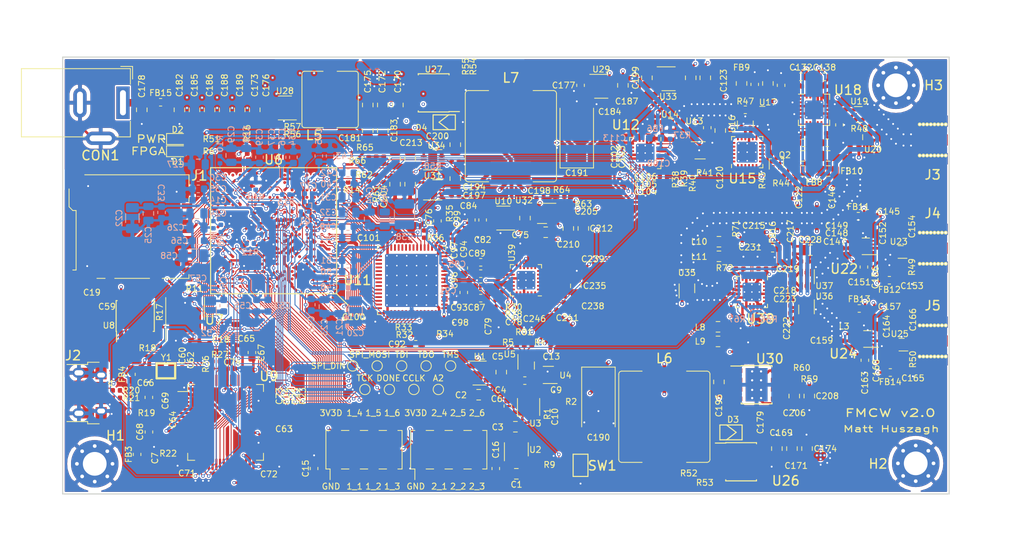
<source format=kicad_pcb>
(kicad_pcb (version 20171130) (host pcbnew "(6.0.0-rc1-dev-1525-g644855c5b)")
  (layers (0 F.Cu signal) (1 In1.Cu power) (2 In2.Cu signal) (31 B.Cu signal) (34 B.Paste user hide) (35 F.Paste user hide) (36 B.SilkS user hide) (37 F.SilkS user) (38 B.Mask user hide) (39 F.Mask user hide) (44 Edge.Cuts user))
  (net 0 "")
  (net 1 "Net-(R22-Pad1)")
  (net 2 GND)
  (net 3 "Net-(L2-Pad1)")
  (net 4 "Net-(L4-Pad1)")
  (net 5 /3V3A)
  (net 6 /ADC2-)
  (net 7 /ADC_VCM1)
  (net 8 /ADC1+)
  (net 9 /ADC1-)
  (net 10 "Net-(C147-Pad1)")
  (net 11 /ADC_VCM2)
  (net 12 /ADC2+)
  (net 13 "Net-(C137-Pad1)")
  (net 14 /ADC_CE)
  (net 15 /ADF_CLK)
  (net 16 /ADF_DATA)
  (net 17 /ADF_LE)
  (net 18 /ADF_MUXOUT)
  (net 19 /ADF_TXDATA)
  (net 20 /fpga/usb/USB_5V)
  (net 21 /fpga/usb/USBDP)
  (net 22 /fpga/usb/USBDM)
  (net 23 /fpga/TDO)
  (net 24 /fpga/SPI_MOSI)
  (net 25 /fpga/CCLK)
  (net 26 /fpga/TDI)
  (net 27 /fpga/TMS)
  (net 28 /fpga/TCK)
  (net 29 /fpga/SPI_DIN)
  (net 30 /1V0)
  (net 31 /3V6)
  (net 32 /power/5V6)
  (net 33 /fpga/usb/EECS)
  (net 34 /fpga/usb/EEDATA)
  (net 35 /fpga/usb/DO)
  (net 36 /3V3D)
  (net 37 /10V)
  (net 38 /power/12V)
  (net 39 /fpga/adc/3V0)
  (net 40 /3V0)
  (net 41 /5V)
  (net 42 /1V8)
  (net 43 /fpga/LED)
  (net 44 "Net-(R20-Pad1)")
  (net 45 "Net-(R21-Pad1)")
  (net 46 "Net-(D1-Pad2)")
  (net 47 /fpga/M0)
  (net 48 /fpga/SPI_CS)
  (net 49 /fpga/INIT_B)
  (net 50 /fpga/M2)
  (net 51 /fpga/M1)
  (net 52 /fpga/PROGRAM_B)
  (net 53 /if/IF2+)
  (net 54 /if/IF2-)
  (net 55 /if/IF1+)
  (net 56 /if/IF1-)
  (net 57 /LO)
  (net 58 /1V8_OSC)
  (net 59 /fpga/RXF#)
  (net 60 /MIX_ENBL)
  (net 61 /fpga/OF1)
  (net 62 /fpga/TXE#)
  (net 63 /fpga/CARD_DETECT)
  (net 64 /fpga/OF2)
  (net 65 /fpga/WR)
  (net 66 /fpga/RD#)
  (net 67 /fpga/D11)
  (net 68 /fpga/D10)
  (net 69 /fpga/D9)
  (net 70 /fpga/D8)
  (net 71 /fpga/D6)
  (net 72 /fpga/D7)
  (net 73 /fpga/FT_D7)
  (net 74 /fpga/D3)
  (net 75 /fpga/D4)
  (net 76 /fpga/D5)
  (net 77 /fpga/FT_D6)
  (net 78 /fpga/FT_D4)
  (net 79 /fpga/D2)
  (net 80 /fpga/D1)
  (net 81 /fpga/FT_D5)
  (net 82 /fpga/FT_D3)
  (net 83 /fpga/D0)
  (net 84 /fpga/FT_D2)
  (net 85 /fpga/FT_D0)
  (net 86 /fpga/FT_D1)
  (net 87 /fpga/SD_CLK)
  (net 88 /fpga/ADC_OE1)
  (net 89 /fpga/ADC_SHDN1)
  (net 90 /fpga/ADC_OE2)
  (net 91 /fpga/SD_DAT2)
  (net 92 /fpga/ADC_SHDN2)
  (net 93 /fpga/SD_DAT3)
  (net 94 /fpga/SD_DAT1)
  (net 95 /fpga/SD_DAT0)
  (net 96 /fpga/SD_CMD)
  (net 97 "Net-(C127-Pad1)")
  (net 98 "Net-(C110-Pad2)")
  (net 99 "Net-(C110-Pad1)")
  (net 100 /RF2)
  (net 101 "Net-(C112-Pad2)")
  (net 102 "Net-(C112-Pad1)")
  (net 103 /RF1)
  (net 104 /fpga/SIWUA)
  (net 105 /fpga/CLKOUT)
  (net 106 /fpga/OE#)
  (net 107 /fpga/usb/1V8)
  (net 108 /fpga/usb/EECLK)
  (net 109 /mixer/5VF)
  (net 110 "Net-(C164-Pad2)")
  (net 111 /ADF_REF)
  (net 112 /ADC_REF)
  (net 113 /FPGA_REF)
  (net 114 /PA_OFF)
  (net 115 /fpga/EXT1_6)
  (net 116 /fpga/EXT1_5)
  (net 117 /fpga/EXT1_4)
  (net 118 /fpga/EXT1_3)
  (net 119 /fpga/EXT1_2)
  (net 120 /fpga/EXT1_1)
  (net 121 /fpga/EXT2_4)
  (net 122 /fpga/EXT2_1)
  (net 123 /fpga/EXT2_6)
  (net 124 /fpga/EXT2_3)
  (net 125 /fpga/EXT2_5)
  (net 126 /fpga/EXT2_2)
  (net 127 /fpga/ADF_DONE)
  (net 128 /fpga/FT_SUSPEND)
  (net 129 "Net-(C179-Pad1)")
  (net 130 "Net-(C77-Pad1)")
  (net 131 "Net-(R25-Pad2)")
  (net 132 "Net-(TP9-Pad1)")
  (net 133 /3V3_INV)
  (net 134 "Net-(C9-Pad1)")
  (net 135 "Net-(C9-Pad2)")
  (net 136 "Net-(C60-Pad1)")
  (net 137 "Net-(C61-Pad1)")
  (net 138 "Net-(C66-Pad1)")
  (net 139 "Net-(C68-Pad1)")
  (net 140 "Net-(C87-Pad1)")
  (net 141 "Net-(C88-Pad1)")
  (net 142 "Net-(C89-Pad1)")
  (net 143 "Net-(C90-Pad1)")
  (net 144 "Net-(C107-Pad2)")
  (net 145 "Net-(C108-Pad1)")
  (net 146 "Net-(C120-Pad1)")
  (net 147 "Net-(C124-Pad1)")
  (net 148 "Net-(C124-Pad2)")
  (net 149 "Net-(C138-Pad2)")
  (net 150 "Net-(C152-Pad1)")
  (net 151 "Net-(C152-Pad2)")
  (net 152 "Net-(C153-Pad1)")
  (net 153 "Net-(C154-Pad1)")
  (net 154 "Net-(C159-Pad1)")
  (net 155 "Net-(C164-Pad1)")
  (net 156 "Net-(C165-Pad1)")
  (net 157 "Net-(C166-Pad1)")
  (net 158 "Net-(C178-Pad1)")
  (net 159 "Net-(C179-Pad2)")
  (net 160 "Net-(C180-Pad2)")
  (net 161 "Net-(C180-Pad1)")
  (net 162 "Net-(C184-Pad1)")
  (net 163 "Net-(C197-Pad1)")
  (net 164 "Net-(C198-Pad1)")
  (net 165 "Net-(C203-Pad1)")
  (net 166 "Net-(C204-Pad2)")
  (net 167 "Net-(C205-Pad2)")
  (net 168 "Net-(C211-Pad2)")
  (net 169 "Net-(C246-Pad1)")
  (net 170 "Net-(C246-Pad2)")
  (net 171 "Net-(C247-Pad1)")
  (net 172 "Net-(C247-Pad2)")
  (net 173 "Net-(C248-Pad1)")
  (net 174 "Net-(C248-Pad2)")
  (net 175 "Net-(C249-Pad2)")
  (net 176 "Net-(C249-Pad1)")
  (net 177 "Net-(D2-Pad2)")
  (net 178 "Net-(L5-Pad1)")
  (net 179 "Net-(R4-Pad2)")
  (net 180 "Net-(R5-Pad2)")
  (net 181 "Net-(R7-Pad2)")
  (net 182 "Net-(R12-Pad2)")
  (net 183 "Net-(R14-Pad1)")
  (net 184 "Net-(R19-Pad1)")
  (net 185 "Net-(R23-Pad2)")
  (net 186 "Net-(R24-Pad2)")
  (net 187 "Net-(R26-Pad2)")
  (net 188 "Net-(R32-Pad2)")
  (net 189 "Net-(R34-Pad1)")
  (net 190 "Net-(R35-Pad1)")
  (net 191 "Net-(R36-Pad1)")
  (net 192 "Net-(R37-Pad1)")
  (net 193 "Net-(R38-Pad2)")
  (net 194 "Net-(R40-Pad1)")
  (net 195 "Net-(R41-Pad1)")
  (net 196 "Net-(R47-Pad1)")
  (net 197 "Net-(R47-Pad2)")
  (net 198 "Net-(R48-Pad2)")
  (net 199 "Net-(R49-Pad1)")
  (net 200 "Net-(R50-Pad1)")
  (net 201 "Net-(R52-Pad2)")
  (net 202 "Net-(R54-Pad2)")
  (net 203 "Net-(R56-Pad2)")
  (net 204 "Net-(R58-Pad2)")
  (net 205 "Net-(R59-Pad2)")
  (net 206 "Net-(R67-Pad2)")
  (net 207 "Net-(U15-Pad16)")
  (net 208 "Net-(C251-Pad2)")
  (net 209 "Net-(C251-Pad1)")
  (net 210 "Net-(C252-Pad2)")
  (net 211 "Net-(C252-Pad1)")
  (net 212 "Net-(J3-Pad1)")
  (net 213 "Net-(U19-Pad2)")
  (net 214 "Net-(R81-Pad2)")
  (net 215 "Net-(C4-Pad2)")
  (net 216 "Net-(C118-Pad2)")
  (net 217 "Net-(C128-Pad1)")
  (net 218 "Net-(C132-Pad2)")
  (net 219 "Net-(C148-Pad1)")
  (net 220 "Net-(C160-Pad1)")
  (net 221 "Net-(C10-Pad2)")
  (net 222 "Net-(C11-Pad2)")
  (net 223 "Net-(R2-Pad1)")
  (net 224 /fpga/adc/AINA+)
  (net 225 /fpga/adc/AINA-)
  (net 226 /fpga/adc/AINB+)
  (net 227 /fpga/adc/AINB-)
  (net 228 /if/IF2a-)
  (net 229 /if/IF2a+)
  (net 230 /if/IF1a-)
  (net 231 /if/IF1b+)
  (net 232 /if/IF2b-)
  (net 233 /if/IF2b+)
  (net 234 /if/IF1b-)
  (net 235 /if/IF1a+)
  (net 236 /mixer/RF1a+)
  (net 237 /mixer/RF1a-)
  (net 238 /mixer/RF2a+)
  (net 239 /mixer/RF2a-)
  (net 240 /mixer/RF1b-)
  (net 241 /mixer/RF1b+)
  (net 242 /mixer/RF2b-)
  (net 243 /mixer/RF2b+)
  (net 244 /mixer/LOIb+)
  (net 245 /mixer/LOIa+)
  (net 246 /mixer/LOIb-)
  (net 247 /mixer/LOIa-)
  (module Package_CSP:LFCSP-24-1EP_4x4mm_P0.5mm_EP2.5x2.5mm_ThermalVias (layer F.Cu) (at 179.324 119.3165 270)
    (fp_text reference U38 (at 3.6195 -1.143) (layer F.SilkS) (effects (font (size 1.27 1.27) (thickness 0.1905))))
    (fp_text value ADL5802)
    (pad 24 smd roundrect (at -1.25 -1.9375 270) (size 0.25 0.875) (layers F.Cu F.Paste F.Mask) (net 109 /mixer/5VF))
    (pad 23 smd roundrect (at -0.75 -1.9375 270) (size 0.25 0.875) (layers F.Cu F.Paste F.Mask) (net 241 /mixer/RF1b+))
    (pad 22 smd roundrect (at -0.25 -1.9375 270) (size 0.25 0.875) (layers F.Cu F.Paste F.Mask) (net 240 /mixer/RF1b-))
    (pad 21 smd roundrect (at 0.25 -1.9375 270) (size 0.25 0.875) (layers F.Cu F.Paste F.Mask) (net 2 GND))
    (pad 20 smd roundrect (at 0.75 -1.9375 270) (size 0.25 0.875) (layers F.Cu F.Paste F.Mask) (net 243 /mixer/RF2b+))
    (pad 19 smd roundrect (at 1.25 -1.9375 270) (size 0.25 0.875) (layers F.Cu F.Paste F.Mask) (net 242 /mixer/RF2b-))
    (pad 18 smd roundrect (at 1.9375 -1.25 270) (size 0.875 0.25) (layers F.Cu F.Paste F.Mask) (net 2 GND))
    (pad 17 smd roundrect (at 1.9375 -0.75 270) (size 0.875 0.25) (layers F.Cu F.Paste F.Mask) (net 2 GND))
    (pad 16 smd roundrect (at 1.9375 -0.25 270) (size 0.875 0.25) (layers F.Cu F.Paste F.Mask) (net 53 /if/IF2+))
    (pad 15 smd roundrect (at 1.9375 0.25 270) (size 0.875 0.25) (layers F.Cu F.Paste F.Mask) (net 54 /if/IF2-))
    (pad 14 smd roundrect (at 1.9375 0.75 270) (size 0.875 0.25) (layers F.Cu F.Paste F.Mask) (net 2 GND))
    (pad 13 smd roundrect (at 1.9375 1.25 270) (size 0.875 0.25) (layers F.Cu F.Paste F.Mask) (net 109 /mixer/5VF))
    (pad 12 smd roundrect (at 1.25 1.9375 270) (size 0.25 0.875) (layers F.Cu F.Paste F.Mask) (net 206 "Net-(R67-Pad2)"))
    (pad 11 smd roundrect (at 0.75 1.9375 270) (size 0.25 0.875) (layers F.Cu F.Paste F.Mask) (net 2 GND))
    (pad 10 smd roundrect (at 0.25 1.9375 270) (size 0.25 0.875) (layers F.Cu F.Paste F.Mask) (net 246 /mixer/LOIb-))
    (pad 9 smd roundrect (at -0.25 1.9375 270) (size 0.25 0.875) (layers F.Cu F.Paste F.Mask) (net 244 /mixer/LOIb+))
    (pad 8 smd roundrect (at -0.75 1.9375 270) (size 0.25 0.875) (layers F.Cu F.Paste F.Mask) (net 2 GND))
    (pad 7 smd roundrect (at -1.25 1.9375 270) (size 0.25 0.875) (layers F.Cu F.Paste F.Mask) (net 60 /MIX_ENBL))
    (pad 6 smd roundrect (at -1.9375 1.25 270) (size 0.875 0.25) (layers F.Cu F.Paste F.Mask) (net 109 /mixer/5VF))
    (pad 5 smd roundrect (at -1.9375 0.75 270) (size 0.875 0.25) (layers F.Cu F.Paste F.Mask) (net 2 GND))
    (pad 4 smd roundrect (at -1.9375 0.25 270) (size 0.875 0.25) (layers F.Cu F.Paste F.Mask) (net 55 /if/IF1+))
    (pad 3 smd roundrect (at -1.9375 -0.25 270) (size 0.875 0.25) (layers F.Cu F.Paste F.Mask) (net 56 /if/IF1-))
    (pad 2 smd roundrect (at -1.9375 -0.75 270) (size 0.875 0.25) (layers F.Cu F.Paste F.Mask) (net 2 GND))
    (pad 1 smd roundrect (at -1.9375 -1.25 270) (size 0.875 0.25) (layers F.Cu F.Paste F.Mask) (net 2 GND))
    (pad 25 smd roundrect (at 0 0 270) (size 2.5 2.5) (layers B.Cu) (roundrect_rratio 0.1) (net 2 GND))
    (pad 25 thru_hole circle (at 1 1 270) (size 0.5 0.5) (drill 0.2) (layers *.Cu) (net 2 GND))
    (pad 25 thru_hole circle (at 0 1 270) (size 0.5 0.5) (drill 0.2) (layers *.Cu) (net 2 GND))
    (pad 25 thru_hole circle (at -1 1 270) (size 0.5 0.5) (drill 0.2) (layers *.Cu) (net 2 GND))
    (pad 25 thru_hole circle (at 1 0 270) (size 0.5 0.5) (drill 0.2) (layers *.Cu) (net 2 GND))
    (pad 25 thru_hole circle (at 0 0 270) (size 0.5 0.5) (drill 0.2) (layers *.Cu) (net 2 GND))
    (pad 25 thru_hole circle (at -1 0 270) (size 0.5 0.5) (drill 0.2) (layers *.Cu) (net 2 GND))
    (pad 25 thru_hole circle (at 1 -1 270) (size 0.5 0.5) (drill 0.2) (layers *.Cu) (net 2 GND))
    (pad 25 thru_hole circle (at 0 -1 270) (size 0.5 0.5) (drill 0.2) (layers *.Cu) (net 2 GND))
    (pad 25 thru_hole circle (at -1 -1 270) (size 0.5 0.5) (drill 0.2) (layers *.Cu) (net 2 GND))
    (pad 25 smd roundrect (at 0 0 270) (size 2.5 2.5) (layers F.Cu F.Mask) (roundrect_rratio 0.1) (net 2 GND))
  )
  (module Package_DFN_QFN:QFN-24-1EP_4x4mm_P0.5mm_EP2.8x2.8mm_ThermalVias (layer F.Cu) (at 178.689 100.457 90)
    (fp_text reference U15 (at -3.556 -0.635 180) (layer F.SilkS) (effects (font (size 1.27 1.27) (thickness 0.1905))))
    (fp_text value HMC431LP4)
    (pad 24 smd roundrect (at -1.25 -1.9875 90) (size 0.25 0.775) (layers F.Cu F.Paste F.Mask))
    (pad 23 smd roundrect (at -0.75 -1.9875 90) (size 0.25 0.775) (layers F.Cu F.Paste F.Mask))
    (pad 22 smd roundrect (at -0.25 -1.9875 90) (size 0.25 0.775) (layers F.Cu F.Paste F.Mask) (net 146 "Net-(C120-Pad1)"))
    (pad 21 smd roundrect (at 0.25 -1.9875 90) (size 0.25 0.775) (layers F.Cu F.Paste F.Mask))
    (pad 20 smd roundrect (at 0.75 -1.9875 90) (size 0.25 0.775) (layers F.Cu F.Paste F.Mask) (net 216 "Net-(C118-Pad2)"))
    (pad 19 smd roundrect (at 1.25 -1.9875 90) (size 0.25 0.775) (layers F.Cu F.Paste F.Mask))
    (pad 18 smd roundrect (at 1.9875 -1.25 90) (size 0.775 0.25) (layers F.Cu F.Paste F.Mask))
    (pad 17 smd roundrect (at 1.9875 -0.75 90) (size 0.775 0.25) (layers F.Cu F.Paste F.Mask))
    (pad 16 smd roundrect (at 1.9875 -0.25 90) (size 0.775 0.25) (layers F.Cu F.Paste F.Mask) (net 207 "Net-(U15-Pad16)"))
    (pad 15 smd roundrect (at 1.9875 0.25 90) (size 0.775 0.25) (layers F.Cu F.Paste F.Mask) (net 2 GND))
    (pad 14 smd roundrect (at 1.9875 0.75 90) (size 0.775 0.25) (layers F.Cu F.Paste F.Mask))
    (pad 13 smd roundrect (at 1.9875 1.25 90) (size 0.775 0.25) (layers F.Cu F.Paste F.Mask))
    (pad 12 smd roundrect (at 1.25 1.9875 90) (size 0.25 0.775) (layers F.Cu F.Paste F.Mask))
    (pad 11 smd roundrect (at 0.75 1.9875 90) (size 0.25 0.775) (layers F.Cu F.Paste F.Mask))
    (pad 10 smd roundrect (at 0.25 1.9875 90) (size 0.25 0.775) (layers F.Cu F.Paste F.Mask))
    (pad 9 smd roundrect (at -0.25 1.9875 90) (size 0.25 0.775) (layers F.Cu F.Paste F.Mask))
    (pad 8 smd roundrect (at -0.75 1.9875 90) (size 0.25 0.775) (layers F.Cu F.Paste F.Mask))
    (pad 7 smd roundrect (at -1.25 1.9875 90) (size 0.25 0.775) (layers F.Cu F.Paste F.Mask))
    (pad 6 smd roundrect (at -1.9875 1.25 90) (size 0.775 0.25) (layers F.Cu F.Paste F.Mask))
    (pad 5 smd roundrect (at -1.9875 0.75 90) (size 0.775 0.25) (layers F.Cu F.Paste F.Mask))
    (pad 4 smd roundrect (at -1.9875 0.25 90) (size 0.775 0.25) (layers F.Cu F.Paste F.Mask))
    (pad 3 smd roundrect (at -1.9875 -0.25 90) (size 0.775 0.25) (layers F.Cu F.Paste F.Mask))
    (pad 2 smd roundrect (at -1.9875 -0.75 90) (size 0.775 0.25) (layers F.Cu F.Paste F.Mask))
    (pad 1 smd roundrect (at -1.9875 -1.25 90) (size 0.775 0.25) (layers F.Cu F.Paste F.Mask))
    (pad 25 smd roundrect (at 0 0 90) (size 2.8 2.8) (layers B.Cu) (roundrect_rratio 0.089286) (net 2 GND))
    (pad 25 thru_hole circle (at 1.15 1.15 90) (size 0.5 0.5) (drill 0.2) (layers *.Cu) (net 2 GND))
    (pad 25 thru_hole circle (at 0 1.15 90) (size 0.5 0.5) (drill 0.2) (layers *.Cu) (net 2 GND))
    (pad 25 thru_hole circle (at -1.15 1.15 90) (size 0.5 0.5) (drill 0.2) (layers *.Cu) (net 2 GND))
    (pad 25 thru_hole circle (at 1.15 0 90) (size 0.5 0.5) (drill 0.2) (layers *.Cu) (net 2 GND))
    (pad 25 thru_hole circle (at 0 0 90) (size 0.5 0.5) (drill 0.2) (layers *.Cu) (net 2 GND))
    (pad 25 thru_hole circle (at -1.15 0 90) (size 0.5 0.5) (drill 0.2) (layers *.Cu) (net 2 GND))
    (pad 25 thru_hole circle (at 1.15 -1.15 90) (size 0.5 0.5) (drill 0.2) (layers *.Cu) (net 2 GND))
    (pad 25 thru_hole circle (at 0 -1.15 90) (size 0.5 0.5) (drill 0.2) (layers *.Cu) (net 2 GND))
    (pad 25 thru_hole circle (at -1.15 -1.15 90) (size 0.5 0.5) (drill 0.2) (layers *.Cu) (net 2 GND))
    (pad 25 smd roundrect (at 0 0 90) (size 2.8 2.8) (layers F.Cu F.Mask) (roundrect_rratio 0.089286) (net 2 GND))
  )
  (module Package_CSP:LFCSP-24-1EP_4x4mm_P0.5mm_EP2.5x2.5mm_ThermalVias (layer F.Cu) (at 164.9349 100.5713 270)
    (fp_text reference U12 (at -3.7973 2.6289 180) (layer F.SilkS) (effects (font (size 1.27 1.27) (thickness 0.1905))))
    (fp_text value ADF4158)
    (pad 24 smd roundrect (at -1.25 -1.9375 270) (size 0.25 0.875) (layers F.Cu F.Paste F.Mask) (net 99 "Net-(C110-Pad1)"))
    (pad 23 smd roundrect (at -0.75 -1.9375 270) (size 0.25 0.875) (layers F.Cu F.Paste F.Mask) (net 192 "Net-(R37-Pad1)"))
    (pad 22 smd roundrect (at -0.25 -1.9375 270) (size 0.25 0.875) (layers F.Cu F.Paste F.Mask) (net 145 "Net-(C108-Pad1)"))
    (pad 21 smd roundrect (at 0.25 -1.9375 270) (size 0.25 0.875) (layers F.Cu F.Paste F.Mask))
    (pad 20 smd roundrect (at 0.75 -1.9375 270) (size 0.25 0.875) (layers F.Cu F.Paste F.Mask) (net 193 "Net-(R38-Pad2)"))
    (pad 19 smd roundrect (at 1.25 -1.9375 270) (size 0.25 0.875) (layers F.Cu F.Paste F.Mask) (net 5 /3V3A))
    (pad 18 smd roundrect (at 1.9375 -1.25 270) (size 0.875 0.25) (layers F.Cu F.Paste F.Mask) (net 5 /3V3A))
    (pad 17 smd roundrect (at 1.9375 -0.75 270) (size 0.875 0.25) (layers F.Cu F.Paste F.Mask) (net 18 /ADF_MUXOUT))
    (pad 16 smd roundrect (at 1.9375 -0.25 270) (size 0.875 0.25) (layers F.Cu F.Paste F.Mask) (net 17 /ADF_LE))
    (pad 15 smd roundrect (at 1.9375 0.25 270) (size 0.875 0.25) (layers F.Cu F.Paste F.Mask) (net 16 /ADF_DATA))
    (pad 14 smd roundrect (at 1.9375 0.75 270) (size 0.875 0.25) (layers F.Cu F.Paste F.Mask) (net 15 /ADF_CLK))
    (pad 13 smd roundrect (at 1.9375 1.25 270) (size 0.875 0.25) (layers F.Cu F.Paste F.Mask) (net 14 /ADC_CE))
    (pad 12 smd roundrect (at 1.25 1.9375 270) (size 0.25 0.875) (layers F.Cu F.Paste F.Mask) (net 19 /ADF_TXDATA))
    (pad 11 smd roundrect (at 0.75 1.9375 270) (size 0.25 0.875) (layers F.Cu F.Paste F.Mask) (net 2 GND))
    (pad 10 smd roundrect (at 0.25 1.9375 270) (size 0.25 0.875) (layers F.Cu F.Paste F.Mask) (net 2 GND))
    (pad 9 smd roundrect (at -0.25 1.9375 270) (size 0.25 0.875) (layers F.Cu F.Paste F.Mask) (net 111 /ADF_REF))
    (pad 8 smd roundrect (at -0.75 1.9375 270) (size 0.25 0.875) (layers F.Cu F.Paste F.Mask) (net 5 /3V3A))
    (pad 7 smd roundrect (at -1.25 1.9375 270) (size 0.25 0.875) (layers F.Cu F.Paste F.Mask) (net 5 /3V3A))
    (pad 6 smd roundrect (at -1.9375 1.25 270) (size 0.875 0.25) (layers F.Cu F.Paste F.Mask) (net 5 /3V3A))
    (pad 5 smd roundrect (at -1.9375 0.75 270) (size 0.875 0.25) (layers F.Cu F.Paste F.Mask) (net 101 "Net-(C112-Pad2)"))
    (pad 4 smd roundrect (at -1.9375 0.25 270) (size 0.875 0.25) (layers F.Cu F.Paste F.Mask) (net 144 "Net-(C107-Pad2)"))
    (pad 3 smd roundrect (at -1.9375 -0.25 270) (size 0.875 0.25) (layers F.Cu F.Paste F.Mask) (net 2 GND))
    (pad 2 smd roundrect (at -1.9375 -0.75 270) (size 0.875 0.25) (layers F.Cu F.Paste F.Mask) (net 2 GND))
    (pad 1 smd roundrect (at -1.9375 -1.25 270) (size 0.875 0.25) (layers F.Cu F.Paste F.Mask) (net 2 GND))
    (pad 25 smd roundrect (at 0 0 270) (size 2.5 2.5) (layers B.Cu) (roundrect_rratio 0.1) (net 2 GND))
    (pad 25 thru_hole circle (at 1 1 270) (size 0.5 0.5) (drill 0.2) (layers *.Cu) (net 2 GND))
    (pad 25 thru_hole circle (at 0 1 270) (size 0.5 0.5) (drill 0.2) (layers *.Cu) (net 2 GND))
    (pad 25 thru_hole circle (at -1 1 270) (size 0.5 0.5) (drill 0.2) (layers *.Cu) (net 2 GND))
    (pad 25 thru_hole circle (at 1 0 270) (size 0.5 0.5) (drill 0.2) (layers *.Cu) (net 2 GND))
    (pad 25 thru_hole circle (at 0 0 270) (size 0.5 0.5) (drill 0.2) (layers *.Cu) (net 2 GND))
    (pad 25 thru_hole circle (at -1 0 270) (size 0.5 0.5) (drill 0.2) (layers *.Cu) (net 2 GND))
    (pad 25 thru_hole circle (at 1 -1 270) (size 0.5 0.5) (drill 0.2) (layers *.Cu) (net 2 GND))
    (pad 25 thru_hole circle (at 0 -1 270) (size 0.5 0.5) (drill 0.2) (layers *.Cu) (net 2 GND))
    (pad 25 thru_hole circle (at -1 -1 270) (size 0.5 0.5) (drill 0.2) (layers *.Cu) (net 2 GND))
    (pad 25 smd roundrect (at 0 0 270) (size 2.5 2.5) (layers F.Cu F.Mask) (roundrect_rratio 0.1) (net 2 GND))
  )
  (module Package_DFN_QFN:QFN-64-1EP_9x9mm_P0.5mm_EP7.15x7.15mm_ThermalVias (layer F.Cu) (at 133.4262 117.7544 180)
    (fp_text reference U11 (at 7.3152 0.0254 180) (layer F.SilkS) (effects (font (size 1.27 1.27) (thickness 0.1905))))
    (fp_text value LTC2292)
    (pad 64 smd roundrect (at -3.75 -4.4375 180) (size 0.25 0.875) (layers F.Cu F.Paste F.Mask) (net 2 GND))
    (pad 63 smd roundrect (at -3.25 -4.4375 180) (size 0.25 0.875) (layers F.Cu F.Paste F.Mask) (net 130 "Net-(C77-Pad1)"))
    (pad 62 smd roundrect (at -2.75 -4.4375 180) (size 0.25 0.875) (layers F.Cu F.Paste F.Mask) (net 189 "Net-(R34-Pad1)"))
    (pad 61 smd roundrect (at -2.25 -4.4375 180) (size 0.25 0.875) (layers F.Cu F.Paste F.Mask) (net 7 /ADC_VCM1))
    (pad 60 smd roundrect (at -1.75 -4.4375 180) (size 0.25 0.875) (layers F.Cu F.Paste F.Mask) (net 188 "Net-(R32-Pad2)"))
    (pad 59 smd roundrect (at -1.25 -4.4375 180) (size 0.25 0.875) (layers F.Cu F.Paste F.Mask) (net 92 /fpga/ADC_SHDN2))
    (pad 58 smd roundrect (at -0.75 -4.4375 180) (size 0.25 0.875) (layers F.Cu F.Paste F.Mask) (net 88 /fpga/ADC_OE1))
    (pad 57 smd roundrect (at -0.25 -4.4375 180) (size 0.25 0.875) (layers F.Cu F.Paste F.Mask) (net 61 /fpga/OF1))
    (pad 56 smd roundrect (at 0.25 -4.4375 180) (size 0.25 0.875) (layers F.Cu F.Paste F.Mask) (net 67 /fpga/D11))
    (pad 55 smd roundrect (at 0.75 -4.4375 180) (size 0.25 0.875) (layers F.Cu F.Paste F.Mask) (net 68 /fpga/D10))
    (pad 54 smd roundrect (at 1.25 -4.4375 180) (size 0.25 0.875) (layers F.Cu F.Paste F.Mask) (net 69 /fpga/D9))
    (pad 53 smd roundrect (at 1.75 -4.4375 180) (size 0.25 0.875) (layers F.Cu F.Paste F.Mask) (net 70 /fpga/D8))
    (pad 52 smd roundrect (at 2.25 -4.4375 180) (size 0.25 0.875) (layers F.Cu F.Paste F.Mask) (net 72 /fpga/D7))
    (pad 51 smd roundrect (at 2.75 -4.4375 180) (size 0.25 0.875) (layers F.Cu F.Paste F.Mask) (net 71 /fpga/D6))
    (pad 50 smd roundrect (at 3.25 -4.4375 180) (size 0.25 0.875) (layers F.Cu F.Paste F.Mask) (net 2 GND))
    (pad 49 smd roundrect (at 3.75 -4.4375 180) (size 0.25 0.875) (layers F.Cu F.Paste F.Mask) (net 36 /3V3D))
    (pad 48 smd roundrect (at 4.4375 -3.75 180) (size 0.875 0.25) (layers F.Cu F.Paste F.Mask) (net 76 /fpga/D5))
    (pad 47 smd roundrect (at 4.4375 -3.25 180) (size 0.875 0.25) (layers F.Cu F.Paste F.Mask) (net 75 /fpga/D4))
    (pad 46 smd roundrect (at 4.4375 -2.75 180) (size 0.875 0.25) (layers F.Cu F.Paste F.Mask) (net 74 /fpga/D3))
    (pad 45 smd roundrect (at 4.4375 -2.25 180) (size 0.875 0.25) (layers F.Cu F.Paste F.Mask) (net 79 /fpga/D2))
    (pad 44 smd roundrect (at 4.4375 -1.75 180) (size 0.875 0.25) (layers F.Cu F.Paste F.Mask) (net 80 /fpga/D1))
    (pad 43 smd roundrect (at 4.4375 -1.25 180) (size 0.875 0.25) (layers F.Cu F.Paste F.Mask) (net 83 /fpga/D0))
    (pad 42 smd roundrect (at 4.4375 -0.75 180) (size 0.875 0.25) (layers F.Cu F.Paste F.Mask))
    (pad 41 smd roundrect (at 4.4375 -0.25 180) (size 0.875 0.25) (layers F.Cu F.Paste F.Mask))
    (pad 40 smd roundrect (at 4.4375 0.25 180) (size 0.875 0.25) (layers F.Cu F.Paste F.Mask) (net 64 /fpga/OF2))
    (pad 39 smd roundrect (at 4.4375 0.75 180) (size 0.875 0.25) (layers F.Cu F.Paste F.Mask))
    (pad 38 smd roundrect (at 4.4375 1.25 180) (size 0.875 0.25) (layers F.Cu F.Paste F.Mask))
    (pad 37 smd roundrect (at 4.4375 1.75 180) (size 0.875 0.25) (layers F.Cu F.Paste F.Mask))
    (pad 36 smd roundrect (at 4.4375 2.25 180) (size 0.875 0.25) (layers F.Cu F.Paste F.Mask))
    (pad 35 smd roundrect (at 4.4375 2.75 180) (size 0.875 0.25) (layers F.Cu F.Paste F.Mask))
    (pad 34 smd roundrect (at 4.4375 3.25 180) (size 0.875 0.25) (layers F.Cu F.Paste F.Mask))
    (pad 33 smd roundrect (at 4.4375 3.75 180) (size 0.875 0.25) (layers F.Cu F.Paste F.Mask))
    (pad 32 smd roundrect (at 3.75 4.4375 180) (size 0.25 0.875) (layers F.Cu F.Paste F.Mask) (net 36 /3V3D))
    (pad 31 smd roundrect (at 3.25 4.4375 180) (size 0.25 0.875) (layers F.Cu F.Paste F.Mask) (net 2 GND))
    (pad 30 smd roundrect (at 2.75 4.4375 180) (size 0.25 0.875) (layers F.Cu F.Paste F.Mask))
    (pad 29 smd roundrect (at 2.25 4.4375 180) (size 0.25 0.875) (layers F.Cu F.Paste F.Mask))
    (pad 28 smd roundrect (at 1.75 4.4375 180) (size 0.25 0.875) (layers F.Cu F.Paste F.Mask))
    (pad 27 smd roundrect (at 1.25 4.4375 180) (size 0.25 0.875) (layers F.Cu F.Paste F.Mask))
    (pad 26 smd roundrect (at 0.75 4.4375 180) (size 0.25 0.875) (layers F.Cu F.Paste F.Mask))
    (pad 25 smd roundrect (at 0.25 4.4375 180) (size 0.25 0.875) (layers F.Cu F.Paste F.Mask))
    (pad 24 smd roundrect (at -0.25 4.4375 180) (size 0.25 0.875) (layers F.Cu F.Paste F.Mask))
    (pad 23 smd roundrect (at -0.75 4.4375 180) (size 0.25 0.875) (layers F.Cu F.Paste F.Mask) (net 90 /fpga/ADC_OE2))
    (pad 22 smd roundrect (at -1.25 4.4375 180) (size 0.25 0.875) (layers F.Cu F.Paste F.Mask) (net 89 /fpga/ADC_SHDN1))
    (pad 21 smd roundrect (at -1.75 4.4375 180) (size 0.25 0.875) (layers F.Cu F.Paste F.Mask) (net 191 "Net-(R36-Pad1)"))
    (pad 20 smd roundrect (at -2.25 4.4375 180) (size 0.25 0.875) (layers F.Cu F.Paste F.Mask) (net 11 /ADC_VCM2))
    (pad 19 smd roundrect (at -2.75 4.4375 180) (size 0.25 0.875) (layers F.Cu F.Paste F.Mask) (net 190 "Net-(R35-Pad1)"))
    (pad 18 smd roundrect (at -3.25 4.4375 180) (size 0.25 0.875) (layers F.Cu F.Paste F.Mask) (net 130 "Net-(C77-Pad1)"))
    (pad 17 smd roundrect (at -3.75 4.4375 180) (size 0.25 0.875) (layers F.Cu F.Paste F.Mask) (net 2 GND))
    (pad 16 smd roundrect (at -4.4375 3.75 180) (size 0.875 0.25) (layers F.Cu F.Paste F.Mask) (net 226 /fpga/adc/AINB+))
    (pad 15 smd roundrect (at -4.4375 3.25 180) (size 0.875 0.25) (layers F.Cu F.Paste F.Mask) (net 227 /fpga/adc/AINB-))
    (pad 14 smd roundrect (at -4.4375 2.75 180) (size 0.875 0.25) (layers F.Cu F.Paste F.Mask) (net 142 "Net-(C89-Pad1)"))
    (pad 13 smd roundrect (at -4.4375 2.25 180) (size 0.875 0.25) (layers F.Cu F.Paste F.Mask) (net 142 "Net-(C89-Pad1)"))
    (pad 12 smd roundrect (at -4.4375 1.75 180) (size 0.875 0.25) (layers F.Cu F.Paste F.Mask) (net 143 "Net-(C90-Pad1)"))
    (pad 11 smd roundrect (at -4.4375 1.25 180) (size 0.875 0.25) (layers F.Cu F.Paste F.Mask) (net 143 "Net-(C90-Pad1)"))
    (pad 10 smd roundrect (at -4.4375 0.75 180) (size 0.875 0.25) (layers F.Cu F.Paste F.Mask) (net 130 "Net-(C77-Pad1)"))
    (pad 9 smd roundrect (at -4.4375 0.25 180) (size 0.875 0.25) (layers F.Cu F.Paste F.Mask) (net 112 /ADC_REF))
    (pad 8 smd roundrect (at -4.4375 -0.25 180) (size 0.875 0.25) (layers F.Cu F.Paste F.Mask) (net 112 /ADC_REF))
    (pad 7 smd roundrect (at -4.4375 -0.75 180) (size 0.875 0.25) (layers F.Cu F.Paste F.Mask) (net 130 "Net-(C77-Pad1)"))
    (pad 6 smd roundrect (at -4.4375 -1.25 180) (size 0.875 0.25) (layers F.Cu F.Paste F.Mask) (net 141 "Net-(C88-Pad1)"))
    (pad 5 smd roundrect (at -4.4375 -1.75 180) (size 0.875 0.25) (layers F.Cu F.Paste F.Mask) (net 141 "Net-(C88-Pad1)"))
    (pad 4 smd roundrect (at -4.4375 -2.25 180) (size 0.875 0.25) (layers F.Cu F.Paste F.Mask) (net 140 "Net-(C87-Pad1)"))
    (pad 3 smd roundrect (at -4.4375 -2.75 180) (size 0.875 0.25) (layers F.Cu F.Paste F.Mask) (net 140 "Net-(C87-Pad1)"))
    (pad 2 smd roundrect (at -4.4375 -3.25 180) (size 0.875 0.25) (layers F.Cu F.Paste F.Mask) (net 225 /fpga/adc/AINA-))
    (pad 1 smd roundrect (at -4.4375 -3.75 180) (size 0.875 0.25) (layers F.Cu F.Paste F.Mask) (net 224 /fpga/adc/AINA+))
    (pad 65 smd roundrect (at 0 0 180) (size 7.15 7.15) (layers B.Cu) (roundrect_rratio 0.034965) (net 2 GND))
    (pad 65 thru_hole circle (at 3.325 3.325 180) (size 0.5 0.5) (drill 0.2) (layers *.Cu) (net 2 GND))
    (pad 65 thru_hole circle (at 1.995 3.325 180) (size 0.5 0.5) (drill 0.2) (layers *.Cu) (net 2 GND))
    (pad 65 thru_hole circle (at 0.665 3.325 180) (size 0.5 0.5) (drill 0.2) (layers *.Cu) (net 2 GND))
    (pad 65 thru_hole circle (at -0.665 3.325 180) (size 0.5 0.5) (drill 0.2) (layers *.Cu) (net 2 GND))
    (pad 65 thru_hole circle (at -1.995 3.325 180) (size 0.5 0.5) (drill 0.2) (layers *.Cu) (net 2 GND))
    (pad 65 thru_hole circle (at -3.325 3.325 180) (size 0.5 0.5) (drill 0.2) (layers *.Cu) (net 2 GND))
    (pad 65 thru_hole circle (at 3.325 1.995 180) (size 0.5 0.5) (drill 0.2) (layers *.Cu) (net 2 GND))
    (pad 65 thru_hole circle (at 1.995 1.995 180) (size 0.5 0.5) (drill 0.2) (layers *.Cu) (net 2 GND))
    (pad 65 thru_hole circle (at 0.665 1.995 180) (size 0.5 0.5) (drill 0.2) (layers *.Cu) (net 2 GND))
    (pad 65 thru_hole circle (at -0.665 1.995 180) (size 0.5 0.5) (drill 0.2) (layers *.Cu) (net 2 GND))
    (pad 65 thru_hole circle (at -1.995 1.995 180) (size 0.5 0.5) (drill 0.2) (layers *.Cu) (net 2 GND))
    (pad 65 thru_hole circle (at -3.325 1.995 180) (size 0.5 0.5) (drill 0.2) (layers *.Cu) (net 2 GND))
    (pad 65 thru_hole circle (at 3.325 0.665 180) (size 0.5 0.5) (drill 0.2) (layers *.Cu) (net 2 GND))
    (pad 65 thru_hole circle (at 1.995 0.665 180) (size 0.5 0.5) (drill 0.2) (layers *.Cu) (net 2 GND))
    (pad 65 thru_hole circle (at 0.665 0.665 180) (size 0.5 0.5) (drill 0.2) (layers *.Cu) (net 2 GND))
    (pad 65 thru_hole circle (at -0.665 0.665 180) (size 0.5 0.5) (drill 0.2) (layers *.Cu) (net 2 GND))
    (pad 65 thru_hole circle (at -1.995 0.665 180) (size 0.5 0.5) (drill 0.2) (layers *.Cu) (net 2 GND))
    (pad 65 thru_hole circle (at -3.325 0.665 180) (size 0.5 0.5) (drill 0.2) (layers *.Cu) (net 2 GND))
    (pad 65 thru_hole circle (at 3.325 -0.665 180) (size 0.5 0.5) (drill 0.2) (layers *.Cu) (net 2 GND))
    (pad 65 thru_hole circle (at 1.995 -0.665 180) (size 0.5 0.5) (drill 0.2) (layers *.Cu) (net 2 GND))
    (pad 65 thru_hole circle (at 0.665 -0.665 180) (size 0.5 0.5) (drill 0.2) (layers *.Cu) (net 2 GND))
    (pad 65 thru_hole circle (at -0.665 -0.665 180) (size 0.5 0.5) (drill 0.2) (layers *.Cu) (net 2 GND))
    (pad 65 thru_hole circle (at -1.995 -0.665 180) (size 0.5 0.5) (drill 0.2) (layers *.Cu) (net 2 GND))
    (pad 65 thru_hole circle (at -3.325 -0.665 180) (size 0.5 0.5) (drill 0.2) (layers *.Cu) (net 2 GND))
    (pad 65 thru_hole circle (at 3.325 -1.995 180) (size 0.5 0.5) (drill 0.2) (layers *.Cu) (net 2 GND))
    (pad 65 thru_hole circle (at 1.995 -1.995 180) (size 0.5 0.5) (drill 0.2) (layers *.Cu) (net 2 GND))
    (pad 65 thru_hole circle (at 0.665 -1.995 180) (size 0.5 0.5) (drill 0.2) (layers *.Cu) (net 2 GND))
    (pad 65 thru_hole circle (at -0.665 -1.995 180) (size 0.5 0.5) (drill 0.2) (layers *.Cu) (net 2 GND))
    (pad 65 thru_hole circle (at -1.995 -1.995 180) (size 0.5 0.5) (drill 0.2) (layers *.Cu) (net 2 GND))
    (pad 65 thru_hole circle (at -3.325 -1.995 180) (size 0.5 0.5) (drill 0.2) (layers *.Cu) (net 2 GND))
    (pad 65 thru_hole circle (at 3.325 -3.325 180) (size 0.5 0.5) (drill 0.2) (layers *.Cu) (net 2 GND))
    (pad 65 thru_hole circle (at 1.995 -3.325 180) (size 0.5 0.5) (drill 0.2) (layers *.Cu) (net 2 GND))
    (pad 65 thru_hole circle (at 0.665 -3.325 180) (size 0.5 0.5) (drill 0.2) (layers *.Cu) (net 2 GND))
    (pad 65 thru_hole circle (at -0.665 -3.325 180) (size 0.5 0.5) (drill 0.2) (layers *.Cu) (net 2 GND))
    (pad 65 thru_hole circle (at -1.995 -3.325 180) (size 0.5 0.5) (drill 0.2) (layers *.Cu) (net 2 GND))
    (pad 65 thru_hole circle (at -3.325 -3.325 180) (size 0.5 0.5) (drill 0.2) (layers *.Cu) (net 2 GND))
    (pad 65 smd roundrect (at 0 0 180) (size 7.15 7.15) (layers F.Cu F.Mask) (roundrect_rratio 0.034965) (net 2 GND))
  )
  (module Package_CSP:LFCSP-24-1EP_4x4mm_P0.5mm_EP2.5x2.5mm_ThermalVias (layer F.Cu) (at 148.844 117.729 180)
    (fp_text reference U39 (at 1.905 3.683 270) (layer F.SilkS) (effects (font (size 0.8128 0.8128) (thickness 0.127))))
    (fp_text value ADA4940-2)
    (pad 24 smd roundrect (at -1.25 -1.9375 180) (size 0.25 0.875) (layers F.Cu F.Paste F.Mask) (net 170 "Net-(C246-Pad2)"))
    (pad 23 smd roundrect (at -0.75 -1.9375 180) (size 0.25 0.875) (layers F.Cu F.Paste F.Mask) (net 169 "Net-(C246-Pad1)"))
    (pad 22 smd roundrect (at -0.25 -1.9375 180) (size 0.25 0.875) (layers F.Cu F.Paste F.Mask) (net 2 GND))
    (pad 21 smd roundrect (at 0.25 -1.9375 180) (size 0.25 0.875) (layers F.Cu F.Paste F.Mask) (net 2 GND))
    (pad 20 smd roundrect (at 0.75 -1.9375 180) (size 0.25 0.875) (layers F.Cu F.Paste F.Mask) (net 5 /3V3A))
    (pad 19 smd roundrect (at 1.25 -1.9375 180) (size 0.25 0.875) (layers F.Cu F.Paste F.Mask) (net 6 /ADC2-))
    (pad 18 smd roundrect (at 1.9375 -1.25 180) (size 0.875 0.25) (layers F.Cu F.Paste F.Mask) (net 12 /ADC2+))
    (pad 17 smd roundrect (at 1.9375 -0.75 180) (size 0.875 0.25) (layers F.Cu F.Paste F.Mask) (net 7 /ADC_VCM1))
    (pad 16 smd roundrect (at 1.9375 -0.25 180) (size 0.875 0.25) (layers F.Cu F.Paste F.Mask) (net 2 GND))
    (pad 15 smd roundrect (at 1.9375 0.25 180) (size 0.875 0.25) (layers F.Cu F.Paste F.Mask) (net 2 GND))
    (pad 14 smd roundrect (at 1.9375 0.75 180) (size 0.875 0.25) (layers F.Cu F.Paste F.Mask) (net 5 /3V3A))
    (pad 13 smd roundrect (at 1.9375 1.25 180) (size 0.875 0.25) (layers F.Cu F.Paste F.Mask) (net 8 /ADC1+))
    (pad 12 smd roundrect (at 1.25 1.9375 180) (size 0.25 0.875) (layers F.Cu F.Paste F.Mask) (net 9 /ADC1-))
    (pad 11 smd roundrect (at 0.75 1.9375 180) (size 0.25 0.875) (layers F.Cu F.Paste F.Mask) (net 11 /ADC_VCM2))
    (pad 10 smd roundrect (at 0.25 1.9375 180) (size 0.25 0.875) (layers F.Cu F.Paste F.Mask) (net 5 /3V3A))
    (pad 9 smd roundrect (at -0.25 1.9375 180) (size 0.25 0.875) (layers F.Cu F.Paste F.Mask) (net 5 /3V3A))
    (pad 8 smd roundrect (at -0.75 1.9375 180) (size 0.25 0.875) (layers F.Cu F.Paste F.Mask) (net 175 "Net-(C249-Pad2)"))
    (pad 7 smd roundrect (at -1.25 1.9375 180) (size 0.25 0.875) (layers F.Cu F.Paste F.Mask) (net 176 "Net-(C249-Pad1)"))
    (pad 6 smd roundrect (at -1.9375 1.25 180) (size 0.875 0.25) (layers F.Cu F.Paste F.Mask) (net 172 "Net-(C247-Pad2)"))
    (pad 5 smd roundrect (at -1.9375 0.75 180) (size 0.875 0.25) (layers F.Cu F.Paste F.Mask) (net 171 "Net-(C247-Pad1)"))
    (pad 4 smd roundrect (at -1.9375 0.25 180) (size 0.875 0.25) (layers F.Cu F.Paste F.Mask) (net 5 /3V3A))
    (pad 3 smd roundrect (at -1.9375 -0.25 180) (size 0.875 0.25) (layers F.Cu F.Paste F.Mask) (net 5 /3V3A))
    (pad 2 smd roundrect (at -1.9375 -0.75 180) (size 0.875 0.25) (layers F.Cu F.Paste F.Mask) (net 174 "Net-(C248-Pad2)"))
    (pad 1 smd roundrect (at -1.9375 -1.25 180) (size 0.875 0.25) (layers F.Cu F.Paste F.Mask) (net 173 "Net-(C248-Pad1)"))
    (pad 25 smd roundrect (at 0 0 180) (size 2.5 2.5) (layers B.Cu) (roundrect_rratio 0.1) (net 2 GND))
    (pad 25 thru_hole circle (at 1 1 180) (size 0.5 0.5) (drill 0.2) (layers *.Cu) (net 2 GND))
    (pad 25 thru_hole circle (at 0 1 180) (size 0.5 0.5) (drill 0.2) (layers *.Cu) (net 2 GND))
    (pad 25 thru_hole circle (at -1 1 180) (size 0.5 0.5) (drill 0.2) (layers *.Cu) (net 2 GND))
    (pad 25 thru_hole circle (at 1 0 180) (size 0.5 0.5) (drill 0.2) (layers *.Cu) (net 2 GND))
    (pad 25 thru_hole circle (at 0 0 180) (size 0.5 0.5) (drill 0.2) (layers *.Cu) (net 2 GND))
    (pad 25 thru_hole circle (at -1 0 180) (size 0.5 0.5) (drill 0.2) (layers *.Cu) (net 2 GND))
    (pad 25 thru_hole circle (at 1 -1 180) (size 0.5 0.5) (drill 0.2) (layers *.Cu) (net 2 GND))
    (pad 25 thru_hole circle (at 0 -1 180) (size 0.5 0.5) (drill 0.2) (layers *.Cu) (net 2 GND))
    (pad 25 thru_hole circle (at -1 -1 180) (size 0.5 0.5) (drill 0.2) (layers *.Cu) (net 2 GND))
    (pad 25 smd roundrect (at 0 0 180) (size 2.5 2.5) (layers F.Cu F.Mask) (roundrect_rratio 0.1) (net 2 GND))
  )
  (module Package_SO:TI_SO-PowerPAD-8_ThermalVias (layer F.Cu) (at 179.959 131.826)
    (fp_text reference U30 (at 1.778 -3.5) (layer F.SilkS) (effects (font (size 1.27 1.27) (thickness 0.1905))))
    (fp_text value TPS7A7001DDA)
    (pad 9 thru_hole circle (at 0.6 1.8) (size 0.6 0.6) (drill 0.3) (layers *.Cu) (net 2 GND))
    (pad 9 thru_hole circle (at 0.6 0.7) (size 0.6 0.6) (drill 0.3) (layers *.Cu) (net 2 GND))
    (pad 9 thru_hole circle (at -0.6 0.7) (size 0.6 0.6) (drill 0.3) (layers *.Cu) (net 2 GND))
    (pad 9 thru_hole circle (at -0.6 1.8) (size 0.6 0.6) (drill 0.3) (layers *.Cu) (net 2 GND))
    (pad 9 thru_hole circle (at 0.6 -1.8) (size 0.6 0.6) (drill 0.3) (layers *.Cu) (net 2 GND))
    (pad 9 thru_hole circle (at 0.6 -0.6) (size 0.6 0.6) (drill 0.3) (layers *.Cu) (net 2 GND))
    (pad 9 thru_hole circle (at -0.6 -0.6) (size 0.6 0.6) (drill 0.3) (layers *.Cu) (net 2 GND))
    (pad 9 thru_hole circle (at -0.6 -1.8) (size 0.6 0.6) (drill 0.3) (layers *.Cu) (net 2 GND))
    (pad 9 smd rect (at 0 0) (size 2.95 4.5) (layers B.Cu) (net 2 GND))
    (pad 8 smd rect (at 2.7 -1.905) (size 1.55 0.6) (layers F.Cu F.Paste F.Mask) (net 2 GND))
    (pad 7 smd rect (at 2.7 -0.635) (size 1.55 0.6) (layers F.Cu F.Paste F.Mask) (net 205 "Net-(R59-Pad2)"))
    (pad 6 smd rect (at 2.7 0.635) (size 1.55 0.6) (layers F.Cu F.Paste F.Mask) (net 41 /5V))
    (pad 5 smd rect (at 2.7 1.905) (size 1.55 0.6) (layers F.Cu F.Paste F.Mask))
    (pad 4 smd rect (at -2.7 1.905) (size 1.55 0.6) (layers F.Cu F.Paste F.Mask))
    (pad 3 smd rect (at -2.7 0.635) (size 1.55 0.6) (layers F.Cu F.Paste F.Mask) (net 32 /power/5V6))
    (pad 2 smd rect (at -2.7 -0.635) (size 1.55 0.6) (layers F.Cu F.Paste F.Mask) (net 32 /power/5V6))
    (pad 1 smd rect (at -2.7 -1.905) (size 1.55 0.6) (layers F.Cu F.Paste F.Mask))
    (pad 9 smd rect (at 0 0) (size 2.95 4.5) (layers F.Cu) (net 2 GND))
    (pad 9 smd rect (at 0 0) (size 2.6 3.1) (layers F.Cu F.Paste F.Mask) (net 2 GND))
  )
  (module Package_DFN_QFN:QFN-20-1EP_4x4mm_P0.5mm_EP2.5x2.5mm_ThermalVias (layer F.Cu) (at 187.706 94.742)
    (fp_text reference U18 (at 4.572 -2.667) (layer F.SilkS) (effects (font (size 1.27 1.27) (thickness 0.1905))))
    (fp_text value SE5004L)
    (pad 20 smd roundrect (at -1 -1.9375) (size 0.25 0.825) (layers F.Cu F.Paste F.Mask) (net 217 "Net-(C128-Pad1)"))
    (pad 19 smd roundrect (at -0.5 -1.9375) (size 0.25 0.825) (layers F.Cu F.Paste F.Mask) (net 218 "Net-(C132-Pad2)"))
    (pad 18 smd roundrect (at 0 -1.9375) (size 0.25 0.825) (layers F.Cu F.Paste F.Mask) (net 149 "Net-(C138-Pad2)"))
    (pad 17 smd roundrect (at 0.5 -1.9375) (size 0.25 0.825) (layers F.Cu F.Paste F.Mask) (net 2 GND))
    (pad 16 smd roundrect (at 1 -1.9375) (size 0.25 0.825) (layers F.Cu F.Paste F.Mask) (net 2 GND))
    (pad 15 smd roundrect (at 1.9375 -1) (size 0.825 0.25) (layers F.Cu F.Paste F.Mask) (net 2 GND))
    (pad 14 smd roundrect (at 1.9375 -0.5) (size 0.825 0.25) (layers F.Cu F.Paste F.Mask) (net 2 GND))
    (pad 13 smd roundrect (at 1.9375 0) (size 0.825 0.25) (layers F.Cu F.Paste F.Mask) (net 210 "Net-(C252-Pad2)"))
    (pad 12 smd roundrect (at 1.9375 0.5) (size 0.825 0.25) (layers F.Cu F.Paste F.Mask) (net 2 GND))
    (pad 11 smd roundrect (at 1.9375 1) (size 0.825 0.25) (layers F.Cu F.Paste F.Mask) (net 2 GND))
    (pad 10 smd roundrect (at 1 1.9375) (size 0.25 0.825) (layers F.Cu F.Paste F.Mask) (net 13 "Net-(C137-Pad1)"))
    (pad 9 smd roundrect (at 0.5 1.9375) (size 0.25 0.825) (layers F.Cu F.Paste F.Mask) (net 149 "Net-(C138-Pad2)"))
    (pad 8 smd roundrect (at 0 1.9375) (size 0.25 0.825) (layers F.Cu F.Paste F.Mask) (net 218 "Net-(C132-Pad2)"))
    (pad 7 smd roundrect (at -0.5 1.9375) (size 0.25 0.825) (layers F.Cu F.Paste F.Mask) (net 147 "Net-(C124-Pad1)"))
    (pad 6 smd roundrect (at -1 1.9375) (size 0.25 0.825) (layers F.Cu F.Paste F.Mask) (net 97 "Net-(C127-Pad1)"))
    (pad 5 smd roundrect (at -1.9375 1) (size 0.825 0.25) (layers F.Cu F.Paste F.Mask) (net 148 "Net-(C124-Pad2)"))
    (pad 4 smd roundrect (at -1.9375 0.5) (size 0.825 0.25) (layers F.Cu F.Paste F.Mask) (net 2 GND))
    (pad 3 smd roundrect (at -1.9375 0) (size 0.825 0.25) (layers F.Cu F.Paste F.Mask) (net 209 "Net-(C251-Pad1)"))
    (pad 2 smd roundrect (at -1.9375 -0.5) (size 0.825 0.25) (layers F.Cu F.Paste F.Mask) (net 2 GND))
    (pad 1 smd roundrect (at -1.9375 -1) (size 0.825 0.25) (layers F.Cu F.Paste F.Mask))
    (pad 21 smd roundrect (at 0 0) (size 2.5 2.5) (layers B.Cu) (roundrect_rratio 0.1) (net 2 GND))
    (pad 21 thru_hole circle (at 1 1) (size 0.5 0.5) (drill 0.2) (layers *.Cu) (net 2 GND))
    (pad 21 thru_hole circle (at -1 1) (size 0.5 0.5) (drill 0.2) (layers *.Cu) (net 2 GND))
    (pad 21 thru_hole circle (at 1 -1) (size 0.5 0.5) (drill 0.2) (layers *.Cu) (net 2 GND))
    (pad 21 thru_hole circle (at -1 -1) (size 0.5 0.5) (drill 0.2) (layers *.Cu) (net 2 GND))
    (pad 21 smd roundrect (at 0 0) (size 2.5 2.5) (layers F.Cu F.Mask) (roundrect_rratio 0.1) (net 2 GND))
  )
  (module fmcw:RF_via (layer F.Cu) (at 169.9133 120.904)
    (fp_text reference F2 hide)
    (fp_text value Via-fmcw3-rescue)
    (pad 2 thru_hole circle (at -0.75 0) (size 0.55 0.55) (drill 0.26) (layers *.Cu F.Mask) (net 2 GND))
    (pad 2 thru_hole circle (at 0.75 0) (size 0.55 0.55) (drill 0.26) (layers *.Cu F.Mask) (net 2 GND))
    (pad 1 thru_hole circle (at 0 0) (size 0.55 0.55) (drill 0.26) (layers *.Cu F.Mask) (net 57 /LO))
  )
  (module fmcw:RF_via (layer F.Cu) (at 193.7512 101.1682)
    (fp_text reference F1 hide)
    (fp_text value Via-fmcw3-rescue)
    (pad 2 thru_hole circle (at -0.75 0) (size 0.55 0.55) (drill 0.26) (layers *.Cu F.Mask) (net 2 GND))
    (pad 2 thru_hole circle (at 0.75 0) (size 0.55 0.55) (drill 0.26) (layers *.Cu F.Mask) (net 2 GND))
    (pad 1 thru_hole circle (at 0 0) (size 0.55 0.55) (drill 0.26) (layers *.Cu F.Mask) (net 57 /LO))
  )
  (module Capacitor_SMD:C_0402_1005Metric (layer F.Cu) (at 152.7556 134.0612 270)
    (fp_text reference C10 (at 2.0828 0 270) (layer F.SilkS) (effects (font (size 0.8128 0.8128) (thickness 0.127))))
    (fp_text value 10n)
    (pad 2 smd roundrect (at 0.485 0 270) (size 0.59 0.64) (layers F.Cu F.Paste F.Mask) (net 221 "Net-(C10-Pad2)"))
    (pad 1 smd roundrect (at -0.485 0 270) (size 0.59 0.64) (layers F.Cu F.Paste F.Mask) (net 2 GND))
  )
  (module Capacitor_SMD:C_0402_1005Metric (layer F.Cu) (at 97.79 141.732 90)
    (fp_text reference C7 (at 0 1.016 270) (layer F.SilkS) (effects (font (size 0.8128 0.8128) (thickness 0.127))))
    (fp_text value 100n)
    (pad 2 smd roundrect (at 0.485 0 90) (size 0.59 0.64) (layers F.Cu F.Paste F.Mask) (net 2 GND))
    (pad 1 smd roundrect (at -0.485 0 90) (size 0.59 0.64) (layers F.Cu F.Paste F.Mask) (net 36 /3V3D))
  )
  (module Capacitor_SMD:C_0805_2012Metric (layer F.Cu) (at 147.4216 137.4902)
    (fp_text reference C3 (at -2.3876 0.0508 180) (layer F.SilkS) (effects (font (size 0.8128 0.8128) (thickness 0.127))))
    (fp_text value 10u)
    (pad 2 smd roundrect (at 0.9375 0) (size 0.975 1.4) (layers F.Cu F.Paste F.Mask) (net 2 GND))
    (pad 1 smd roundrect (at -0.9375 0) (size 0.975 1.4) (layers F.Cu F.Paste F.Mask) (net 58 /1V8_OSC))
  )
  (module Resistor_SMD:R_0402_1005Metric (layer F.Cu) (at 148.619426 126.0714 270)
    (fp_text reference R81 (at -1.3574 0.029426 180) (layer F.SilkS) (effects (font (size 0.8128 0.8128) (thickness 0.127))))
    (fp_text value 33)
    (pad 2 smd roundrect (at 0.485 0 270) (size 0.59 0.64) (layers F.Cu F.Paste F.Mask) (net 214 "Net-(R81-Pad2)"))
    (pad 1 smd roundrect (at -0.485 0 270) (size 0.59 0.64) (layers F.Cu F.Paste F.Mask) (net 112 /ADC_REF))
  )
  (module Inductor_SMD:L_Wuerth_WE-PD-Typ-7345 (layer F.Cu) (at 122.428 93.345 270)
    (fp_text reference L5 (at 4.826 2.159) (layer F.SilkS) (effects (font (size 1.27 1.27) (thickness 0.1905))))
    (fp_text value 10u)
    (pad 2 smd rect (at 3 0 270) (size 2 1.7) (layers F.Cu F.Paste F.Mask) (net 30 /1V0))
    (pad 1 smd rect (at -3 0 270) (size 2 1.7) (layers F.Cu F.Paste F.Mask) (net 178 "Net-(L5-Pad1)"))
  )
  (module fmcw:CONSMA003.062 (layer F.Cu) (at 203.708 125.9205)
    (fp_text reference J5 (at 0 -4.7625) (layer F.SilkS) (effects (font (size 1.27 1.27) (thickness 0.1905))))
    (fp_text value SMA hide)
    (pad 1 smd rect (at 0 0) (size 4.06 1.52) (layers F.Cu F.Mask) (net 157 "Net-(C166-Pad1)"))
    (pad 2 smd rect (at 0 -2.54) (size 4.06 1.52) (layers F.Cu F.Mask) (net 2 GND) (thermal_gap 0.3))
    (pad 2 smd rect (at 0 2.54) (size 4.06 1.52) (layers F.Cu F.Mask) (net 2 GND) (thermal_gap 0.3))
    (pad 2 smd rect (at 0 -2.54) (size 4.06 1.52) (layers B.Cu B.Mask) (net 2 GND) (thermal_gap 0.3))
    (pad 2 smd rect (at 0 2.54) (size 4.06 1.52) (layers B.Cu B.Mask) (net 2 GND) (thermal_gap 0.3))
    (pad 2 thru_hole circle (at 1.75 -2.1) (size 0.5 0.5) (drill 0.25) (layers *.Cu *.Mask F.SilkS) (net 2 GND))
    (pad 2 thru_hole circle (at 1.25 -2.1) (size 0.5 0.5) (drill 0.25) (layers *.Cu *.Mask F.SilkS) (net 2 GND))
    (pad 2 thru_hole circle (at 0.75 -2.1) (size 0.5 0.5) (drill 0.25) (layers *.Cu *.Mask F.SilkS) (net 2 GND))
    (pad 2 thru_hole circle (at 0.25 -2.1) (size 0.5 0.5) (drill 0.25) (layers *.Cu *.Mask F.SilkS) (net 2 GND))
    (pad 2 thru_hole circle (at -0.25 -2.1) (size 0.5 0.5) (drill 0.25) (layers *.Cu *.Mask F.SilkS) (net 2 GND))
    (pad 2 thru_hole circle (at -0.75 -2.1) (size 0.5 0.5) (drill 0.25) (layers *.Cu *.Mask F.SilkS) (net 2 GND))
    (pad 2 thru_hole circle (at -1.25 -2.1) (size 0.5 0.5) (drill 0.25) (layers *.Cu *.Mask F.SilkS) (net 2 GND))
    (pad 2 thru_hole circle (at -1.75 -2.1) (size 0.5 0.5) (drill 0.25) (layers *.Cu *.Mask F.SilkS) (net 2 GND))
    (pad 2 thru_hole circle (at 1.75 2.1) (size 0.5 0.5) (drill 0.25) (layers *.Cu *.Mask F.SilkS) (net 2 GND))
    (pad 2 thru_hole circle (at 1.25 2.1) (size 0.5 0.5) (drill 0.25) (layers *.Cu *.Mask F.SilkS) (net 2 GND))
    (pad 2 thru_hole circle (at 0.75 2.1) (size 0.5 0.5) (drill 0.25) (layers *.Cu *.Mask F.SilkS) (net 2 GND))
    (pad 2 thru_hole circle (at 0.25 2.1) (size 0.5 0.5) (drill 0.25) (layers *.Cu *.Mask F.SilkS) (net 2 GND))
    (pad 2 thru_hole circle (at -0.25 2.1) (size 0.5 0.5) (drill 0.25) (layers *.Cu *.Mask F.SilkS) (net 2 GND))
    (pad 2 thru_hole circle (at -0.75 2.1) (size 0.5 0.5) (drill 0.25) (layers *.Cu *.Mask F.SilkS) (net 2 GND))
    (pad 2 thru_hole circle (at -1.25 2.1) (size 0.5 0.5) (drill 0.25) (layers *.Cu *.Mask F.SilkS) (net 2 GND))
    (pad 2 thru_hole circle (at -1.75 2.1) (size 0.5 0.5) (drill 0.25) (layers *.Cu *.Mask F.SilkS) (net 2 GND))
  )
  (module fmcw:CONSMA003.062 (layer F.Cu) (at 203.708 113.411)
    (fp_text reference J4 (at 0 -4.699) (layer F.SilkS) (effects (font (size 1.27 1.27) (thickness 0.1905))))
    (fp_text value SMA hide)
    (pad 1 smd rect (at 0 0) (size 4.06 1.52) (layers F.Cu F.Mask) (net 153 "Net-(C154-Pad1)"))
    (pad 2 smd rect (at 0 -2.54) (size 4.06 1.52) (layers F.Cu F.Mask) (net 2 GND) (thermal_gap 0.3))
    (pad 2 smd rect (at 0 2.54) (size 4.06 1.52) (layers F.Cu F.Mask) (net 2 GND) (thermal_gap 0.3))
    (pad 2 smd rect (at 0 -2.54) (size 4.06 1.52) (layers B.Cu B.Mask) (net 2 GND) (thermal_gap 0.3))
    (pad 2 smd rect (at 0 2.54) (size 4.06 1.52) (layers B.Cu B.Mask) (net 2 GND) (thermal_gap 0.3))
    (pad 2 thru_hole circle (at 1.75 -2.1) (size 0.5 0.5) (drill 0.25) (layers *.Cu *.Mask F.SilkS) (net 2 GND))
    (pad 2 thru_hole circle (at 1.25 -2.1) (size 0.5 0.5) (drill 0.25) (layers *.Cu *.Mask F.SilkS) (net 2 GND))
    (pad 2 thru_hole circle (at 0.75 -2.1) (size 0.5 0.5) (drill 0.25) (layers *.Cu *.Mask F.SilkS) (net 2 GND))
    (pad 2 thru_hole circle (at 0.25 -2.1) (size 0.5 0.5) (drill 0.25) (layers *.Cu *.Mask F.SilkS) (net 2 GND))
    (pad 2 thru_hole circle (at -0.25 -2.1) (size 0.5 0.5) (drill 0.25) (layers *.Cu *.Mask F.SilkS) (net 2 GND))
    (pad 2 thru_hole circle (at -0.75 -2.1) (size 0.5 0.5) (drill 0.25) (layers *.Cu *.Mask F.SilkS) (net 2 GND))
    (pad 2 thru_hole circle (at -1.25 -2.1) (size 0.5 0.5) (drill 0.25) (layers *.Cu *.Mask F.SilkS) (net 2 GND))
    (pad 2 thru_hole circle (at -1.75 -2.1) (size 0.5 0.5) (drill 0.25) (layers *.Cu *.Mask F.SilkS) (net 2 GND))
    (pad 2 thru_hole circle (at 1.75 2.1) (size 0.5 0.5) (drill 0.25) (layers *.Cu *.Mask F.SilkS) (net 2 GND))
    (pad 2 thru_hole circle (at 1.25 2.1) (size 0.5 0.5) (drill 0.25) (layers *.Cu *.Mask F.SilkS) (net 2 GND))
    (pad 2 thru_hole circle (at 0.75 2.1) (size 0.5 0.5) (drill 0.25) (layers *.Cu *.Mask F.SilkS) (net 2 GND))
    (pad 2 thru_hole circle (at 0.25 2.1) (size 0.5 0.5) (drill 0.25) (layers *.Cu *.Mask F.SilkS) (net 2 GND))
    (pad 2 thru_hole circle (at -0.25 2.1) (size 0.5 0.5) (drill 0.25) (layers *.Cu *.Mask F.SilkS) (net 2 GND))
    (pad 2 thru_hole circle (at -0.75 2.1) (size 0.5 0.5) (drill 0.25) (layers *.Cu *.Mask F.SilkS) (net 2 GND))
    (pad 2 thru_hole circle (at -1.25 2.1) (size 0.5 0.5) (drill 0.25) (layers *.Cu *.Mask F.SilkS) (net 2 GND))
    (pad 2 thru_hole circle (at -1.75 2.1) (size 0.5 0.5) (drill 0.25) (layers *.Cu *.Mask F.SilkS) (net 2 GND))
  )
  (module fmcw:CONSMA003.062 (layer F.Cu) (at 203.708 98.806)
    (fp_text reference J3 (at 0 4.699) (layer F.SilkS) (effects (font (size 1.27 1.27) (thickness 0.1905))))
    (fp_text value SMA hide)
    (pad 1 smd rect (at 0 0) (size 4.06 1.52) (layers F.Cu F.Mask) (net 212 "Net-(J3-Pad1)"))
    (pad 2 smd rect (at 0 -2.54) (size 4.06 1.52) (layers F.Cu F.Mask) (net 2 GND) (thermal_gap 0.3))
    (pad 2 smd rect (at 0 2.54) (size 4.06 1.52) (layers F.Cu F.Mask) (net 2 GND) (thermal_gap 0.3))
    (pad 2 smd rect (at 0 -2.54) (size 4.06 1.52) (layers B.Cu B.Mask) (net 2 GND) (thermal_gap 0.3))
    (pad 2 smd rect (at 0 2.54) (size 4.06 1.52) (layers B.Cu B.Mask) (net 2 GND) (thermal_gap 0.3))
    (pad 2 thru_hole circle (at 1.75 -2.1) (size 0.5 0.5) (drill 0.25) (layers *.Cu *.Mask F.SilkS) (net 2 GND))
    (pad 2 thru_hole circle (at 1.25 -2.1) (size 0.5 0.5) (drill 0.25) (layers *.Cu *.Mask F.SilkS) (net 2 GND))
    (pad 2 thru_hole circle (at 0.75 -2.1) (size 0.5 0.5) (drill 0.25) (layers *.Cu *.Mask F.SilkS) (net 2 GND))
    (pad 2 thru_hole circle (at 0.25 -2.1) (size 0.5 0.5) (drill 0.25) (layers *.Cu *.Mask F.SilkS) (net 2 GND))
    (pad 2 thru_hole circle (at -0.25 -2.1) (size 0.5 0.5) (drill 0.25) (layers *.Cu *.Mask F.SilkS) (net 2 GND))
    (pad 2 thru_hole circle (at -0.75 -2.1) (size 0.5 0.5) (drill 0.25) (layers *.Cu *.Mask F.SilkS) (net 2 GND))
    (pad 2 thru_hole circle (at -1.25 -2.1) (size 0.5 0.5) (drill 0.25) (layers *.Cu *.Mask F.SilkS) (net 2 GND))
    (pad 2 thru_hole circle (at -1.75 -2.1) (size 0.5 0.5) (drill 0.25) (layers *.Cu *.Mask F.SilkS) (net 2 GND))
    (pad 2 thru_hole circle (at 1.75 2.1) (size 0.5 0.5) (drill 0.25) (layers *.Cu *.Mask F.SilkS) (net 2 GND))
    (pad 2 thru_hole circle (at 1.25 2.1) (size 0.5 0.5) (drill 0.25) (layers *.Cu *.Mask F.SilkS) (net 2 GND))
    (pad 2 thru_hole circle (at 0.75 2.1) (size 0.5 0.5) (drill 0.25) (layers *.Cu *.Mask F.SilkS) (net 2 GND))
    (pad 2 thru_hole circle (at 0.25 2.1) (size 0.5 0.5) (drill 0.25) (layers *.Cu *.Mask F.SilkS) (net 2 GND))
    (pad 2 thru_hole circle (at -0.25 2.1) (size 0.5 0.5) (drill 0.25) (layers *.Cu *.Mask F.SilkS) (net 2 GND))
    (pad 2 thru_hole circle (at -0.75 2.1) (size 0.5 0.5) (drill 0.25) (layers *.Cu *.Mask F.SilkS) (net 2 GND))
    (pad 2 thru_hole circle (at -1.25 2.1) (size 0.5 0.5) (drill 0.25) (layers *.Cu *.Mask F.SilkS) (net 2 GND))
    (pad 2 thru_hole circle (at -1.75 2.1) (size 0.5 0.5) (drill 0.25) (layers *.Cu *.Mask F.SilkS) (net 2 GND))
  )
  (module Capacitor_SMD:C_0402_1005Metric (layer F.Cu) (at 191.389 94.742 180)
    (fp_text reference C252 hide)
    (fp_text value 10p)
    (pad 2 smd roundrect (at 0.485 0 180) (size 0.59 0.64) (layers F.Cu F.Paste F.Mask) (net 210 "Net-(C252-Pad2)"))
    (pad 1 smd roundrect (at -0.485 0 180) (size 0.59 0.64) (layers F.Cu F.Paste F.Mask) (net 211 "Net-(C252-Pad1)"))
  )
  (module Capacitor_SMD:C_0402_1005Metric (layer F.Cu) (at 184.023 94.742 180)
    (fp_text reference C251 hide)
    (fp_text value 10p)
    (pad 2 smd roundrect (at 0.485 0 180) (size 0.59 0.64) (layers F.Cu F.Paste F.Mask) (net 208 "Net-(C251-Pad2)"))
    (pad 1 smd roundrect (at -0.485 0 180) (size 0.59 0.64) (layers F.Cu F.Paste F.Mask) (net 209 "Net-(C251-Pad1)"))
  )
  (module Capacitor_SMD:C_0805_2012Metric (layer F.Cu) (at 147.5486 143.8402)
    (fp_text reference C1 (at 0.0254 1.4478 180) (layer F.SilkS) (effects (font (size 0.8128 0.8128) (thickness 0.127))))
    (fp_text value 10u)
    (pad 2 smd roundrect (at 0.9375 0) (size 0.975 1.4) (layers F.Cu F.Paste F.Mask) (net 2 GND))
    (pad 1 smd roundrect (at -0.9375 0) (size 0.975 1.4) (layers F.Cu F.Paste F.Mask) (net 31 /3V6))
  )
  (module Capacitor_SMD:C_0805_2012Metric (layer F.Cu) (at 142.4686 133.1722)
    (fp_text reference C2 (at -2.3876 0.0508 180) (layer F.SilkS) (effects (font (size 0.8128 0.8128) (thickness 0.127))))
    (fp_text value 10u)
    (pad 1 smd roundrect (at -0.9375 0) (size 0.975 1.4) (layers F.Cu F.Paste F.Mask) (net 31 /3V6))
    (pad 2 smd roundrect (at 0.9375 0) (size 0.975 1.4) (layers F.Cu F.Paste F.Mask) (net 2 GND))
  )
  (module Capacitor_SMD:C_0402_1005Metric (layer F.Cu) (at 147.1676 132.5372 180)
    (fp_text reference C4 (at 1.7526 0) (layer F.SilkS) (effects (font (size 0.8128 0.8128) (thickness 0.127))))
    (fp_text value 10n)
    (pad 1 smd roundrect (at -0.485 0 180) (size 0.59 0.64) (layers F.Cu F.Paste F.Mask) (net 2 GND))
    (pad 2 smd roundrect (at 0.485 0 180) (size 0.59 0.64) (layers F.Cu F.Paste F.Mask) (net 215 "Net-(C4-Pad2)"))
  )
  (module Capacitor_SMD:C_0805_2012Metric (layer F.Cu) (at 145.5166 130.1242 270)
    (fp_text reference C5 (at -2.1082 0.4826) (layer F.SilkS) (effects (font (size 0.8128 0.8128) (thickness 0.127))))
    (fp_text value 10u)
    (pad 2 smd roundrect (at 0.9375 0 270) (size 0.975 1.4) (layers F.Cu F.Paste F.Mask) (net 2 GND))
    (pad 1 smd roundrect (at -0.9375 0 270) (size 0.975 1.4) (layers F.Cu F.Paste F.Mask) (net 133 /3V3_INV))
  )
  (module Capacitor_SMD:C_0402_1005Metric (layer F.Cu) (at 145.1356 135.2042 90)
    (fp_text reference C6 (at 1.4732 -0.2286 180) (layer F.SilkS) (effects (font (size 0.8128 0.8128) (thickness 0.127))))
    (fp_text value 100n)
    (pad 2 smd roundrect (at 0.485 0 90) (size 0.59 0.64) (layers F.Cu F.Paste F.Mask) (net 2 GND))
    (pad 1 smd roundrect (at -0.485 0 90) (size 0.59 0.64) (layers F.Cu F.Paste F.Mask) (net 58 /1V8_OSC))
  )
  (module Capacitor_SMD:C_0402_1005Metric (layer F.Cu) (at 96.901 129.921 270)
    (fp_text reference C8 hide)
    (fp_text value 100n)
    (pad 1 smd roundrect (at -0.485 0 270) (size 0.59 0.64) (layers F.Cu F.Paste F.Mask) (net 36 /3V3D))
    (pad 2 smd roundrect (at 0.485 0 270) (size 0.59 0.64) (layers F.Cu F.Paste F.Mask) (net 2 GND))
  )
  (module Capacitor_SMD:C_0402_1005Metric (layer F.Cu) (at 151.2316 132.5372 180)
    (fp_text reference C9 (at -1.6764 0) (layer F.SilkS) (effects (font (size 0.8128 0.8128) (thickness 0.127))))
    (fp_text value 10n)
    (pad 1 smd roundrect (at -0.485 0 180) (size 0.59 0.64) (layers F.Cu F.Paste F.Mask) (net 134 "Net-(C9-Pad1)"))
    (pad 2 smd roundrect (at 0.485 0 180) (size 0.59 0.64) (layers F.Cu F.Paste F.Mask) (net 135 "Net-(C9-Pad2)"))
  )
  (module Capacitor_SMD:C_0402_1005Metric (layer F.Cu) (at 149.1996 132.5372)
    (fp_text reference C11 hide)
    (fp_text value 100n)
    (pad 2 smd roundrect (at 0.485 0) (size 0.59 0.64) (layers F.Cu F.Paste F.Mask) (net 222 "Net-(C11-Pad2)"))
    (pad 1 smd roundrect (at -0.485 0) (size 0.59 0.64) (layers F.Cu F.Paste F.Mask) (net 2 GND))
  )
  (module Capacitor_SMD:C_0402_1005Metric (layer F.Cu) (at 147.0406 129.3622 90)
    (fp_text reference C12 hide)
    (fp_text value 100n)
    (pad 1 smd roundrect (at -0.485 0 90) (size 0.59 0.64) (layers F.Cu F.Paste F.Mask) (net 133 /3V3_INV))
    (pad 2 smd roundrect (at 0.485 0 90) (size 0.59 0.64) (layers F.Cu F.Paste F.Mask) (net 2 GND))
  )
  (module Capacitor_SMD:C_0402_1005Metric (layer F.Cu) (at 150.7236 128.0922 270)
    (fp_text reference C13 (at -0.0762 -1.5494) (layer F.SilkS) (effects (font (size 0.8128 0.8128) (thickness 0.127))))
    (fp_text value 100n)
    (pad 2 smd roundrect (at 0.485 0 270) (size 0.59 0.64) (layers F.Cu F.Paste F.Mask) (net 222 "Net-(C11-Pad2)"))
    (pad 1 smd roundrect (at -0.485 0 270) (size 0.59 0.64) (layers F.Cu F.Paste F.Mask) (net 2 GND))
  )
  (module Capacitor_SMD:C_0603_1608Metric (layer B.Cu) (at 104.648 106.934)
    (fp_text reference C14 (at 2.667 0) (layer B.SilkS) (effects (font (size 0.8128 0.8128) (thickness 0.127)) (justify mirror)))
    (fp_text value 470n)
    (pad 1 smd roundrect (at -0.7875 0) (size 0.875 0.95) (layers B.Cu B.Paste B.Mask) (net 2 GND))
    (pad 2 smd roundrect (at 0.7875 0) (size 0.875 0.95) (layers B.Cu B.Paste B.Mask) (net 42 /1V8))
  )
  (module Capacitor_SMD:C_0603_1608Metric (layer F.Cu) (at 120.269 143.129 90)
    (fp_text reference C15 (at 0 -1.143 90) (layer F.SilkS) (effects (font (size 0.8128 0.8128) (thickness 0.127))))
    (fp_text value 470n)
    (pad 1 smd roundrect (at -0.7875 0 90) (size 0.875 0.95) (layers F.Cu F.Paste F.Mask) (net 36 /3V3D))
    (pad 2 smd roundrect (at 0.7875 0 90) (size 0.875 0.95) (layers F.Cu F.Paste F.Mask) (net 2 GND))
  )
  (module Capacitor_SMD:C_0603_1608Metric (layer F.Cu) (at 144.78 143.129 90)
    (fp_text reference C16 (at 2.54 0 90) (layer F.SilkS) (effects (font (size 0.8128 0.8128) (thickness 0.127))))
    (fp_text value 470n)
    (pad 2 smd roundrect (at 0.7875 0 90) (size 0.875 0.95) (layers F.Cu F.Paste F.Mask) (net 2 GND))
    (pad 1 smd roundrect (at -0.7875 0 90) (size 0.875 0.95) (layers F.Cu F.Paste F.Mask) (net 36 /3V3D))
  )
  (module Capacitor_SMD:C_0402_1005Metric (layer B.Cu) (at 119.507 106.045)
    (fp_text reference C17 (at 0 -1.016) (layer B.SilkS) (effects (font (size 0.8128 0.8128) (thickness 0.127)) (justify mirror)))
    (fp_text value DNP)
    (pad 1 smd roundrect (at -0.485 0) (size 0.59 0.64) (layers B.Cu B.Paste B.Mask) (net 127 /fpga/ADF_DONE))
    (pad 2 smd roundrect (at 0.485 0) (size 0.59 0.64) (layers B.Cu B.Paste B.Mask) (net 2 GND))
  )
  (module Capacitor_SMD:C_0402_1005Metric (layer F.Cu) (at 106.172 125.73 270)
    (fp_text reference C18 (at 0 -1.524) (layer F.SilkS) (effects (font (size 0.8128 0.8128) (thickness 0.127))))
    (fp_text value 100n)
    (pad 1 smd roundrect (at -0.485 0 270) (size 0.59 0.64) (layers F.Cu F.Paste F.Mask) (net 2 GND))
    (pad 2 smd roundrect (at 0.485 0 270) (size 0.59 0.64) (layers F.Cu F.Paste F.Mask) (net 36 /3V3D))
  )
  (module Capacitor_SMD:C_0402_1005Metric (layer F.Cu) (at 91.821 119.761 270)
    (fp_text reference C19 (at -0.381 1.524) (layer F.SilkS) (effects (font (size 0.8128 0.8128) (thickness 0.127))))
    (fp_text value 100n)
    (pad 1 smd roundrect (at -0.485 0 270) (size 0.59 0.64) (layers F.Cu F.Paste F.Mask) (net 36 /3V3D))
    (pad 2 smd roundrect (at 0.485 0 270) (size 0.59 0.64) (layers F.Cu F.Paste F.Mask) (net 2 GND))
  )
  (module Capacitor_SMD:C_0805_2012Metric (layer B.Cu) (at 123.698 121.285 270)
    (fp_text reference C21 (at 2.794 0 270) (layer B.SilkS) (effects (font (size 0.8128 0.8128) (thickness 0.127)) (justify mirror)))
    (fp_text value 4.7u)
    (pad 1 smd roundrect (at -0.9375 0 270) (size 0.975 1.4) (layers B.Cu B.Paste B.Mask) (net 36 /3V3D))
    (pad 2 smd roundrect (at 0.9375 0 270) (size 0.975 1.4) (layers B.Cu B.Paste B.Mask) (net 2 GND))
  )
  (module Capacitor_SMD:C_1206_3216Metric (layer B.Cu) (at 95.758 109.347 270)
    (fp_text reference C22 (at 0 1.778 270) (layer B.SilkS) (effects (font (size 0.8128 0.8128) (thickness 0.127)) (justify mirror)))
    (fp_text value 47u)
    (pad 2 smd roundrect (at 1.4 0 270) (size 1.25 1.75) (layers B.Cu B.Paste B.Mask) (roundrect_rratio 0.2) (net 2 GND))
    (pad 1 smd roundrect (at -1.4 0 270) (size 1.25 1.75) (layers B.Cu B.Paste B.Mask) (roundrect_rratio 0.2) (net 42 /1V8))
  )
  (module Capacitor_SMD:C_0805_2012Metric (layer B.Cu) (at 121.666 121.285 270)
    (fp_text reference C23 (at 2.794 0 270) (layer B.SilkS) (effects (font (size 0.8128 0.8128) (thickness 0.127)) (justify mirror)))
    (fp_text value 4.7u)
    (pad 1 smd roundrect (at -0.9375 0 270) (size 0.975 1.4) (layers B.Cu B.Paste B.Mask) (net 36 /3V3D))
    (pad 2 smd roundrect (at 0.9375 0 270) (size 0.975 1.4) (layers B.Cu B.Paste B.Mask) (net 2 GND))
  )
  (module Capacitor_SMD:C_0805_2012Metric (layer B.Cu) (at 104.4725 108.712 180)
    (fp_text reference C24 (at -2.8425 0 180) (layer B.SilkS) (effects (font (size 0.8128 0.8128) (thickness 0.127)) (justify mirror)))
    (fp_text value 4.7u)
    (pad 2 smd roundrect (at 0.9375 0 180) (size 0.975 1.4) (layers B.Cu B.Paste B.Mask) (net 2 GND))
    (pad 1 smd roundrect (at -0.9375 0 180) (size 0.975 1.4) (layers B.Cu B.Paste B.Mask) (net 36 /3V3D))
  )
  (module Capacitor_SMD:C_0805_2012Metric (layer B.Cu) (at 97.917 108.712 270)
    (fp_text reference C25 (at 2.921 0 270) (layer B.SilkS) (effects (font (size 0.8128 0.8128) (thickness 0.127)) (justify mirror)))
    (fp_text value 4.7u)
    (pad 1 smd roundrect (at -0.9375 0 270) (size 0.975 1.4) (layers B.Cu B.Paste B.Mask) (net 42 /1V8))
    (pad 2 smd roundrect (at 0.9375 0 270) (size 0.975 1.4) (layers B.Cu B.Paste B.Mask) (net 2 GND))
  )
  (module Capacitor_SMD:C_0805_2012Metric (layer B.Cu) (at 104.4725 110.617 180)
    (fp_text reference C26 (at 2.8725 0 180) (layer B.SilkS) (effects (font (size 0.8128 0.8128) (thickness 0.127)) (justify mirror)))
    (fp_text value 4.7u)
    (pad 2 smd roundrect (at 0.9375 0 180) (size 0.975 1.4) (layers B.Cu B.Paste B.Mask) (net 2 GND))
    (pad 1 smd roundrect (at -0.9375 0 180) (size 0.975 1.4) (layers B.Cu B.Paste B.Mask) (net 36 /3V3D))
  )
  (module Capacitor_SMD:C_0805_2012Metric (layer B.Cu) (at 104.648 102.108 180)
    (fp_text reference C27 (at 3.048 0 180) (layer B.SilkS) (effects (font (size 0.8128 0.8128) (thickness 0.127)) (justify mirror)))
    (fp_text value 4.7u)
    (pad 1 smd roundrect (at -0.9375 0 180) (size 0.975 1.4) (layers B.Cu B.Paste B.Mask) (net 42 /1V8))
    (pad 2 smd roundrect (at 0.9375 0 180) (size 0.975 1.4) (layers B.Cu B.Paste B.Mask) (net 2 GND))
  )
  (module Capacitor_SMD:C_0805_2012Metric (layer B.Cu) (at 111.125 100.8888 90)
    (fp_text reference C28 (at 2.8448 0 90) (layer B.SilkS) (effects (font (size 0.8128 0.8128) (thickness 0.127)) (justify mirror)))
    (fp_text value 4.7u)
    (pad 2 smd roundrect (at 0.9375 0 90) (size 0.975 1.4) (layers B.Cu B.Paste B.Mask) (net 2 GND))
    (pad 1 smd roundrect (at -0.9375 0 90) (size 0.975 1.4) (layers B.Cu B.Paste B.Mask) (net 36 /3V3D))
  )
  (module Capacitor_SMD:C_0805_2012Metric (layer B.Cu) (at 109.093 100.8888 90)
    (fp_text reference C29 (at 2.8448 0 90) (layer B.SilkS) (effects (font (size 0.8128 0.8128) (thickness 0.127)) (justify mirror)))
    (fp_text value 4.7u)
    (pad 1 smd roundrect (at -0.9375 0 90) (size 0.975 1.4) (layers B.Cu B.Paste B.Mask) (net 36 /3V3D))
    (pad 2 smd roundrect (at 0.9375 0 90) (size 0.975 1.4) (layers B.Cu B.Paste B.Mask) (net 2 GND))
  )
  (module Capacitor_SMD:C_0603_1608Metric (layer B.Cu) (at 104.648 103.886 180)
    (fp_text reference C30 (at -2.667 0 180) (layer B.SilkS) (effects (font (size 0.8128 0.8128) (thickness 0.127)) (justify mirror)))
    (fp_text value 470n)
    (pad 1 smd roundrect (at -0.7875 0 180) (size 0.875 0.95) (layers B.Cu B.Paste B.Mask) (net 42 /1V8))
    (pad 2 smd roundrect (at 0.7875 0 180) (size 0.875 0.95) (layers B.Cu B.Paste B.Mask) (net 2 GND))
  )
  (module Capacitor_SMD:C_0805_2012Metric (layer B.Cu) (at 124.968 106.553)
    (fp_text reference C31 (at -2.794 0) (layer B.SilkS) (effects (font (size 0.8128 0.8128) (thickness 0.127)) (justify mirror)))
    (fp_text value 4.7u)
    (pad 1 smd roundrect (at -0.9375 0) (size 0.975 1.4) (layers B.Cu B.Paste B.Mask) (net 36 /3V3D))
    (pad 2 smd roundrect (at 0.9375 0) (size 0.975 1.4) (layers B.Cu B.Paste B.Mask) (net 2 GND))
  )
  (module Capacitor_SMD:C_0805_2012Metric (layer B.Cu) (at 124.968 108.585)
    (fp_text reference C32 (at -2.794 0) (layer B.SilkS) (effects (font (size 0.8128 0.8128) (thickness 0.127)) (justify mirror)))
    (fp_text value 4.7u)
    (pad 2 smd roundrect (at 0.9375 0) (size 0.975 1.4) (layers B.Cu B.Paste B.Mask) (net 2 GND))
    (pad 1 smd roundrect (at -0.9375 0) (size 0.975 1.4) (layers B.Cu B.Paste B.Mask) (net 36 /3V3D))
  )
  (module Capacitor_SMD:C_0603_1608Metric (layer B.Cu) (at 99.695 108.585 270)
    (fp_text reference C33 (at -2.667 0 270) (layer B.SilkS) (effects (font (size 0.8128 0.8128) (thickness 0.127)) (justify mirror)))
    (fp_text value 470n)
    (pad 1 smd roundrect (at -0.7875 0 270) (size 0.875 0.95) (layers B.Cu B.Paste B.Mask) (net 42 /1V8))
    (pad 2 smd roundrect (at 0.7875 0 270) (size 0.875 0.95) (layers B.Cu B.Paste B.Mask) (net 2 GND))
  )
  (module Capacitor_SMD:C_0603_1608Metric (layer B.Cu) (at 117.475 101.1428 90)
    (fp_text reference C34 (at 2.7178 -0.127 90) (layer B.SilkS) (effects (font (size 0.8128 0.8128) (thickness 0.127)) (justify mirror)))
    (fp_text value 470n)
    (pad 1 smd roundrect (at -0.7875 0 90) (size 0.875 0.95) (layers B.Cu B.Paste B.Mask) (net 36 /3V3D))
    (pad 2 smd roundrect (at 0.7875 0 90) (size 0.875 0.95) (layers B.Cu B.Paste B.Mask) (net 2 GND))
  )
  (module Capacitor_SMD:C_0603_1608Metric (layer B.Cu) (at 104.648 105.41 180)
    (fp_text reference C35 (at -2.667 0 180) (layer B.SilkS) (effects (font (size 0.8128 0.8128) (thickness 0.127)) (justify mirror)))
    (fp_text value 470n)
    (pad 1 smd roundrect (at -0.7875 0 180) (size 0.875 0.95) (layers B.Cu B.Paste B.Mask) (net 42 /1V8))
    (pad 2 smd roundrect (at 0.7875 0 180) (size 0.875 0.95) (layers B.Cu B.Paste B.Mask) (net 2 GND))
  )
  (module Capacitor_SMD:C_0603_1608Metric (layer B.Cu) (at 115.951 101.1428 90)
    (fp_text reference C36 (at 2.7178 0 90) (layer B.SilkS) (effects (font (size 0.8128 0.8128) (thickness 0.127)) (justify mirror)))
    (fp_text value 470n)
    (pad 2 smd roundrect (at 0.7875 0 90) (size 0.875 0.95) (layers B.Cu B.Paste B.Mask) (net 2 GND))
    (pad 1 smd roundrect (at -0.7875 0 90) (size 0.875 0.95) (layers B.Cu B.Paste B.Mask) (net 36 /3V3D))
  )
  (module Capacitor_SMD:C_0603_1608Metric (layer B.Cu) (at 114.427 101.1428 90)
    (fp_text reference C37 (at 2.7178 0.127 90) (layer B.SilkS) (effects (font (size 0.8128 0.8128) (thickness 0.127)) (justify mirror)))
    (fp_text value 470n)
    (pad 2 smd roundrect (at 0.7875 0 90) (size 0.875 0.95) (layers B.Cu B.Paste B.Mask) (net 2 GND))
    (pad 1 smd roundrect (at -0.7875 0 90) (size 0.875 0.95) (layers B.Cu B.Paste B.Mask) (net 36 /3V3D))
  )
  (module Capacitor_SMD:C_1210_3225Metric (layer B.Cu) (at 132.461 108.839 90)
    (fp_text reference C38 (at -3.048 0 180) (layer B.SilkS) (effects (font (size 0.8128 0.8128) (thickness 0.127)) (justify mirror)))
    (fp_text value 100u)
    (pad 2 smd roundrect (at 1.4 0 90) (size 1.25 2.65) (layers B.Cu B.Paste B.Mask) (roundrect_rratio 0.2) (net 2 GND))
    (pad 1 smd roundrect (at -1.4 0 90) (size 1.25 2.65) (layers B.Cu B.Paste B.Mask) (roundrect_rratio 0.2) (net 30 /1V0))
  )
  (module Capacitor_SMD:C_0603_1608Metric (layer B.Cu) (at 112.903 101.1428 90)
    (fp_text reference C39 (at 2.7178 0 90) (layer B.SilkS) (effects (font (size 0.8128 0.8128) (thickness 0.127)) (justify mirror)))
    (fp_text value 470n)
    (pad 1 smd roundrect (at -0.7875 0 90) (size 0.875 0.95) (layers B.Cu B.Paste B.Mask) (net 36 /3V3D))
    (pad 2 smd roundrect (at 0.7875 0 90) (size 0.875 0.95) (layers B.Cu B.Paste B.Mask) (net 2 GND))
  )
  (module Capacitor_SMD:C_0603_1608Metric (layer B.Cu) (at 124.841 104.775)
    (fp_text reference C40 (at -2.54 0) (layer B.SilkS) (effects (font (size 0.8128 0.8128) (thickness 0.127)) (justify mirror)))
    (fp_text value 470n)
    (pad 2 smd roundrect (at 0.7875 0) (size 0.875 0.95) (layers B.Cu B.Paste B.Mask) (net 2 GND))
    (pad 1 smd roundrect (at -0.7875 0) (size 0.875 0.95) (layers B.Cu B.Paste B.Mask) (net 36 /3V3D))
  )
  (module Capacitor_SMD:C_0805_2012Metric (layer B.Cu) (at 129.794 109.474 90)
    (fp_text reference C41 (at 3.175 0 90) (layer B.SilkS) (effects (font (size 0.8128 0.8128) (thickness 0.127)) (justify mirror)))
    (fp_text value 4.7u)
    (pad 1 smd roundrect (at -0.9375 0 90) (size 0.975 1.4) (layers B.Cu B.Paste B.Mask) (net 30 /1V0))
    (pad 2 smd roundrect (at 0.9375 0 90) (size 0.975 1.4) (layers B.Cu B.Paste B.Mask) (net 2 GND))
  )
  (module Capacitor_SMD:C_0603_1608Metric (layer B.Cu) (at 124.841 103.251)
    (fp_text reference C42 (at -2.54 0) (layer B.SilkS) (effects (font (size 0.8128 0.8128) (thickness 0.127)) (justify mirror)))
    (fp_text value 470n)
    (pad 1 smd roundrect (at -0.7875 0) (size 0.875 0.95) (layers B.Cu B.Paste B.Mask) (net 36 /3V3D))
    (pad 2 smd roundrect (at 0.7875 0) (size 0.875 0.95) (layers B.Cu B.Paste B.Mask) (net 2 GND))
  )
  (module Capacitor_SMD:C_0603_1608Metric (layer B.Cu) (at 122.428 100.965 90)
    (fp_text reference C43 (at 0 1.905 180) (layer B.SilkS) (effects (font (size 0.8128 0.8128) (thickness 0.127)) (justify mirror)))
    (fp_text value 470n)
    (pad 2 smd roundrect (at 0.7875 0 90) (size 0.875 0.95) (layers B.Cu B.Paste B.Mask) (net 2 GND))
    (pad 1 smd roundrect (at -0.7875 0 90) (size 0.875 0.95) (layers B.Cu B.Paste B.Mask) (net 36 /3V3D))
  )
  (module Capacitor_SMD:C_0805_2012Metric (layer B.Cu) (at 127.762 109.474 90)
    (fp_text reference C44 (at 3.175 0 90) (layer B.SilkS) (effects (font (size 0.8128 0.8128) (thickness 0.127)) (justify mirror)))
    (fp_text value 4.7u)
    (pad 2 smd roundrect (at 0.9375 0 90) (size 0.975 1.4) (layers B.Cu B.Paste B.Mask) (net 2 GND))
    (pad 1 smd roundrect (at -0.9375 0 90) (size 0.975 1.4) (layers B.Cu B.Paste B.Mask) (net 30 /1V0))
  )
  (module Capacitor_SMD:C_0603_1608Metric (layer B.Cu) (at 120.904 100.965 90)
    (fp_text reference C45 (at 2.667 0 90) (layer B.SilkS) (effects (font (size 0.8128 0.8128) (thickness 0.127)) (justify mirror)))
    (fp_text value 470n)
    (pad 1 smd roundrect (at -0.7875 0 90) (size 0.875 0.95) (layers B.Cu B.Paste B.Mask) (net 36 /3V3D))
    (pad 2 smd roundrect (at 0.7875 0 90) (size 0.875 0.95) (layers B.Cu B.Paste B.Mask) (net 2 GND))
  )
  (module Capacitor_SMD:C_0603_1608Metric (layer B.Cu) (at 119.888 121.031 270)
    (fp_text reference C46 (at 2.667 0 270) (layer B.SilkS) (effects (font (size 0.8128 0.8128) (thickness 0.127)) (justify mirror)))
    (fp_text value 470n)
    (pad 1 smd roundrect (at -0.7875 0 270) (size 0.875 0.95) (layers B.Cu B.Paste B.Mask) (net 36 /3V3D))
    (pad 2 smd roundrect (at 0.7875 0 270) (size 0.875 0.95) (layers B.Cu B.Paste B.Mask) (net 2 GND))
  )
  (module Capacitor_SMD:C_0603_1608Metric (layer B.Cu) (at 124.841 112.014)
    (fp_text reference C47 (at -2.667 0) (layer B.SilkS) (effects (font (size 0.8128 0.8128) (thickness 0.127)) (justify mirror)))
    (fp_text value 470n)
    (pad 1 smd roundrect (at -0.7875 0) (size 0.875 0.95) (layers B.Cu B.Paste B.Mask) (net 30 /1V0))
    (pad 2 smd roundrect (at 0.7875 0) (size 0.875 0.95) (layers B.Cu B.Paste B.Mask) (net 2 GND))
  )
  (module Capacitor_SMD:C_0603_1608Metric (layer B.Cu) (at 124.841 118.618)
    (fp_text reference C48 (at -2.54 0) (layer B.SilkS) (effects (font (size 0.8128 0.8128) (thickness 0.127)) (justify mirror)))
    (fp_text value 470n)
    (pad 2 smd roundrect (at 0.7875 0) (size 0.875 0.95) (layers B.Cu B.Paste B.Mask) (net 2 GND))
    (pad 1 smd roundrect (at -0.7875 0) (size 0.875 0.95) (layers B.Cu B.Paste B.Mask) (net 36 /3V3D))
  )
  (module Capacitor_SMD:C_0603_1608Metric (layer B.Cu) (at 124.841 110.49)
    (fp_text reference C49 (at -2.667 0) (layer B.SilkS) (effects (font (size 0.8128 0.8128) (thickness 0.127)) (justify mirror)))
    (fp_text value 470n)
    (pad 2 smd roundrect (at 0.7875 0) (size 0.875 0.95) (layers B.Cu B.Paste B.Mask) (net 2 GND))
    (pad 1 smd roundrect (at -0.7875 0) (size 0.875 0.95) (layers B.Cu B.Paste B.Mask) (net 30 /1V0))
  )
  (module Capacitor_SMD:C_0603_1608Metric (layer B.Cu) (at 124.841 116.586)
    (fp_text reference C50 (at -2.54 0) (layer B.SilkS) (effects (font (size 0.8128 0.8128) (thickness 0.127)) (justify mirror)))
    (fp_text value 470n)
    (pad 1 smd roundrect (at -0.7875 0) (size 0.875 0.95) (layers B.Cu B.Paste B.Mask) (net 36 /3V3D))
    (pad 2 smd roundrect (at 0.7875 0) (size 0.875 0.95) (layers B.Cu B.Paste B.Mask) (net 2 GND))
  )
  (module Capacitor_SMD:C_0603_1608Metric (layer B.Cu) (at 124.841 115.062)
    (fp_text reference C51 (at -2.54 0) (layer B.SilkS) (effects (font (size 0.8128 0.8128) (thickness 0.127)) (justify mirror)))
    (fp_text value 470n)
    (pad 1 smd roundrect (at -0.7875 0) (size 0.875 0.95) (layers B.Cu B.Paste B.Mask) (net 36 /3V3D))
    (pad 2 smd roundrect (at 0.7875 0) (size 0.875 0.95) (layers B.Cu B.Paste B.Mask) (net 2 GND))
  )
  (module Capacitor_SMD:C_1206_3216Metric (layer B.Cu) (at 106.172 121.92 270)
    (fp_text reference C52 (at 2.921 0) (layer B.SilkS) (effects (font (size 0.8128 0.8128) (thickness 0.127)) (justify mirror)))
    (fp_text value 47u)
    (pad 1 smd roundrect (at -1.4 0 270) (size 1.25 1.75) (layers B.Cu B.Paste B.Mask) (roundrect_rratio 0.2) (net 30 /1V0))
    (pad 2 smd roundrect (at 1.4 0 270) (size 1.25 1.75) (layers B.Cu B.Paste B.Mask) (roundrect_rratio 0.2) (net 2 GND))
  )
  (module Capacitor_SMD:C_0603_1608Metric (layer B.Cu) (at 114.046 121.158 270)
    (fp_text reference C53 (at 0 -1.905) (layer B.SilkS) (effects (font (size 0.8128 0.8128) (thickness 0.127)) (justify mirror)))
    (fp_text value 470n)
    (pad 2 smd roundrect (at 0.7875 0 270) (size 0.875 0.95) (layers B.Cu B.Paste B.Mask) (net 2 GND))
    (pad 1 smd roundrect (at -0.7875 0 270) (size 0.875 0.95) (layers B.Cu B.Paste B.Mask) (net 36 /3V3D))
  )
  (module Capacitor_SMD:C_0603_1608Metric (layer B.Cu) (at 108.077 121.158 270)
    (fp_text reference C54 (at -2.794 0 270) (layer B.SilkS) (effects (font (size 0.8128 0.8128) (thickness 0.127)) (justify mirror)))
    (fp_text value 470n)
    (pad 2 smd roundrect (at 0.7875 0 270) (size 0.875 0.95) (layers B.Cu B.Paste B.Mask) (net 2 GND))
    (pad 1 smd roundrect (at -0.7875 0 270) (size 0.875 0.95) (layers B.Cu B.Paste B.Mask) (net 30 /1V0))
  )
  (module Capacitor_SMD:C_0603_1608Metric (layer B.Cu) (at 112.522 121.158 270)
    (fp_text reference C55 (at 0 1.905) (layer B.SilkS) (effects (font (size 0.8128 0.8128) (thickness 0.127)) (justify mirror)))
    (fp_text value 470n)
    (pad 1 smd roundrect (at -0.7875 0 270) (size 0.875 0.95) (layers B.Cu B.Paste B.Mask) (net 36 /3V3D))
    (pad 2 smd roundrect (at 0.7875 0 270) (size 0.875 0.95) (layers B.Cu B.Paste B.Mask) (net 2 GND))
  )
  (module Capacitor_SMD:C_0603_1608Metric (layer B.Cu) (at 104.648 112.395 180)
    (fp_text reference C56 (at 2.54 0 180) (layer B.SilkS) (effects (font (size 0.8128 0.8128) (thickness 0.127)) (justify mirror)))
    (fp_text value 470n)
    (pad 1 smd roundrect (at -0.7875 0 180) (size 0.875 0.95) (layers B.Cu B.Paste B.Mask) (net 36 /3V3D))
    (pad 2 smd roundrect (at 0.7875 0 180) (size 0.875 0.95) (layers B.Cu B.Paste B.Mask) (net 2 GND))
  )
  (module Capacitor_SMD:C_0603_1608Metric (layer B.Cu) (at 104.648 118.745 180)
    (fp_text reference C57 (at 0 1.27 180) (layer B.SilkS) (effects (font (size 0.8128 0.8128) (thickness 0.127)) (justify mirror)))
    (fp_text value 470n)
    (pad 2 smd roundrect (at 0.7875 0 180) (size 0.875 0.95) (layers B.Cu B.Paste B.Mask) (net 2 GND))
    (pad 1 smd roundrect (at -0.7875 0 180) (size 0.875 0.95) (layers B.Cu B.Paste B.Mask) (net 36 /3V3D))
  )
  (module Capacitor_SMD:C_1206_3216Metric (layer B.Cu) (at 104.013 114.427 180)
    (fp_text reference C58 (at 3.302 0 180) (layer B.SilkS) (effects (font (size 0.8128 0.8128) (thickness 0.127)) (justify mirror)))
    (fp_text value 47u)
    (pad 1 smd roundrect (at -1.4 0 180) (size 1.25 1.75) (layers B.Cu B.Paste B.Mask) (roundrect_rratio 0.2) (net 36 /3V3D))
    (pad 2 smd roundrect (at 1.4 0 180) (size 1.25 1.75) (layers B.Cu B.Paste B.Mask) (roundrect_rratio 0.2) (net 2 GND))
  )
  (module Capacitor_SMD:C_0402_1005Metric (layer F.Cu) (at 92.837 119.761 270)
    (fp_text reference C59 (at 1.524 0.508 180) (layer F.SilkS) (effects (font (size 0.8128 0.8128) (thickness 0.127))))
    (fp_text value 100n)
    (pad 2 smd roundrect (at 0.485 0 270) (size 0.59 0.64) (layers F.Cu F.Paste F.Mask) (net 2 GND))
    (pad 1 smd roundrect (at -0.485 0 270) (size 0.59 0.64) (layers F.Cu F.Paste F.Mask) (net 36 /3V3D))
  )
  (module Capacitor_SMD:C_0402_1005Metric (layer F.Cu) (at 102.477346 129.973447 90)
    (fp_text reference C60 (at 2.084447 0.011654 270) (layer F.SilkS) (effects (font (size 0.8128 0.8128) (thickness 0.127))))
    (fp_text value 15p)
    (pad 2 smd roundrect (at 0.485 0 90) (size 0.59 0.64) (layers F.Cu F.Paste F.Mask) (net 2 GND))
    (pad 1 smd roundrect (at -0.485 0 90) (size 0.59 0.64) (layers F.Cu F.Paste F.Mask) (net 136 "Net-(C60-Pad1)"))
  )
  (module Capacitor_SMD:C_0402_1005Metric (layer F.Cu) (at 98.032346 129.973447 90)
    (fp_text reference C61 hide)
    (fp_text value 15p)
    (pad 2 smd roundrect (at 0.485 0 90) (size 0.59 0.64) (layers F.Cu F.Paste F.Mask) (net 2 GND))
    (pad 1 smd roundrect (at -0.485 0 90) (size 0.59 0.64) (layers F.Cu F.Paste F.Mask) (net 137 "Net-(C61-Pad1)"))
  )
  (module Capacitor_SMD:C_0402_1005Metric (layer F.Cu) (at 103.632 130.556 90)
    (fp_text reference C62 (at 2.032 0 270) (layer F.SilkS) (effects (font (size 0.8128 0.8128) (thickness 0.127))))
    (fp_text value 100n)
    (pad 1 smd roundrect (at -0.485 0 90) (size 0.59 0.64) (layers F.Cu F.Paste F.Mask) (net 107 /fpga/usb/1V8))
    (pad 2 smd roundrect (at 0.485 0 90) (size 0.59 0.64) (layers F.Cu F.Paste F.Mask) (net 2 GND))
  )
  (module Capacitor_SMD:C_0402_1005Metric (layer F.Cu) (at 116.078 138.684)
    (fp_text reference C63 (at 0.127 -0.889) (layer F.SilkS) (effects (font (size 0.8128 0.8128) (thickness 0.127))))
    (fp_text value 100n)
    (pad 2 smd roundrect (at 0.485 0) (size 0.59 0.64) (layers F.Cu F.Paste F.Mask) (net 2 GND))
    (pad 1 smd roundrect (at -0.485 0) (size 0.59 0.64) (layers F.Cu F.Paste F.Mask) (net 107 /fpga/usb/1V8))
  )
  (module Capacitor_SMD:C_0402_1005Metric (layer F.Cu) (at 101.092 138.557 270)
    (fp_text reference C64 (at -2.032 -0.127 270) (layer F.SilkS) (effects (font (size 0.8128 0.8128) (thickness 0.127))))
    (fp_text value 100n)
    (pad 1 smd roundrect (at -0.485 0 270) (size 0.59 0.64) (layers F.Cu F.Paste F.Mask) (net 107 /fpga/usb/1V8))
    (pad 2 smd roundrect (at 0.485 0 270) (size 0.59 0.64) (layers F.Cu F.Paste F.Mask) (net 2 GND))
  )
  (module Capacitor_SMD:C_0402_1005Metric (layer F.Cu) (at 110.617 127 270)
    (fp_text reference C65 (at -1.397 -0.508) (layer F.SilkS) (effects (font (size 0.8128 0.8128) (thickness 0.127))))
    (fp_text value 100n)
    (pad 1 smd roundrect (at -0.485 0 270) (size 0.59 0.64) (layers F.Cu F.Paste F.Mask) (net 2 GND))
    (pad 2 smd roundrect (at 0.485 0 270) (size 0.59 0.64) (layers F.Cu F.Paste F.Mask) (net 36 /3V3D))
  )
  (module Capacitor_SMD:C_0603_1608Metric (layer F.Cu) (at 97.98244 133.533031 90)
    (fp_text reference C66 (at 1.961031 -0.44644 180) (layer F.SilkS) (effects (font (size 0.8128 0.8128) (thickness 0.127))))
    (fp_text value 4.7u)
    (pad 1 smd roundrect (at -0.7875 0 90) (size 0.875 0.95) (layers F.Cu F.Paste F.Mask) (net 138 "Net-(C66-Pad1)"))
    (pad 2 smd roundrect (at 0.7875 0 90) (size 0.875 0.95) (layers F.Cu F.Paste F.Mask) (net 2 GND))
  )
  (module Capacitor_SMD:C_0603_1608Metric (layer F.Cu) (at 111.887 127.4825 90)
    (fp_text reference C67 (at -0.0255 1.27 270) (layer F.SilkS) (effects (font (size 0.8128 0.8128) (thickness 0.127))))
    (fp_text value 4.7u)
    (pad 2 smd roundrect (at 0.7875 0 90) (size 0.875 0.95) (layers F.Cu F.Paste F.Mask) (net 2 GND))
    (pad 1 smd roundrect (at -0.7875 0 90) (size 0.875 0.95) (layers F.Cu F.Paste F.Mask) (net 107 /fpga/usb/1V8))
  )
  (module Capacitor_SMD:C_0603_1608Metric (layer F.Cu) (at 97.9932 138.2014 270)
    (fp_text reference C68 (at -0.0254 1.2192 90) (layer F.SilkS) (effects (font (size 0.8128 0.8128) (thickness 0.127))))
    (fp_text value 4.7u)
    (pad 1 smd roundrect (at -0.7875 0 270) (size 0.875 0.95) (layers F.Cu F.Paste F.Mask) (net 139 "Net-(C68-Pad1)"))
    (pad 2 smd roundrect (at 0.7875 0 270) (size 0.875 0.95) (layers F.Cu F.Paste F.Mask) (net 2 GND))
  )
  (module Capacitor_SMD:C_0402_1005Metric (layer F.Cu) (at 99.25244 134.041031 90)
    (fp_text reference C69 (at 0.056031 0.95056 270) (layer F.SilkS) (effects (font (size 0.8128 0.8128) (thickness 0.127))))
    (fp_text value 100n)
    (pad 2 smd roundrect (at 0.485 0 90) (size 0.59 0.64) (layers F.Cu F.Paste F.Mask) (net 2 GND))
    (pad 1 smd roundrect (at -0.485 0 90) (size 0.59 0.64) (layers F.Cu F.Paste F.Mask) (net 138 "Net-(C66-Pad1)"))
  )
  (module Capacitor_SMD:C_0402_1005Metric (layer F.Cu) (at 99.2632 137.668 270)
    (fp_text reference C70 hide)
    (fp_text value 100n)
    (pad 2 smd roundrect (at 0.485 0 270) (size 0.59 0.64) (layers F.Cu F.Paste F.Mask) (net 2 GND))
    (pad 1 smd roundrect (at -0.485 0 270) (size 0.59 0.64) (layers F.Cu F.Paste F.Mask) (net 139 "Net-(C68-Pad1)"))
  )
  (module Capacitor_SMD:C_0402_1005Metric (layer F.Cu) (at 103.1494 142.7226 180)
    (fp_text reference C71 (at 0.0254 -1.0414 180) (layer F.SilkS) (effects (font (size 0.8128 0.8128) (thickness 0.127))))
    (fp_text value 100n)
    (pad 2 smd roundrect (at 0.485 0 180) (size 0.59 0.64) (layers F.Cu F.Paste F.Mask) (net 2 GND))
    (pad 1 smd roundrect (at -0.485 0 180) (size 0.59 0.64) (layers F.Cu F.Paste F.Mask) (net 36 /3V3D))
  )
  (module Capacitor_SMD:C_0402_1005Metric (layer F.Cu) (at 114.173 142.875)
    (fp_text reference C72 (at 0 1.016) (layer F.SilkS) (effects (font (size 0.8128 0.8128) (thickness 0.127))))
    (fp_text value 100n)
    (pad 1 smd roundrect (at -0.485 0) (size 0.59 0.64) (layers F.Cu F.Paste F.Mask) (net 36 /3V3D))
    (pad 2 smd roundrect (at 0.485 0) (size 0.59 0.64) (layers F.Cu F.Paste F.Mask) (net 2 GND))
  )
  (module Capacitor_SMD:C_0402_1005Metric (layer F.Cu) (at 115.57 135.382 90)
    (fp_text reference C73 (at 2.032 0 90) (layer F.SilkS) (effects (font (size 0.8128 0.8128) (thickness 0.127))))
    (fp_text value 100n)
    (pad 1 smd roundrect (at -0.485 0 90) (size 0.59 0.64) (layers F.Cu F.Paste F.Mask) (net 36 /3V3D))
    (pad 2 smd roundrect (at 0.485 0 90) (size 0.59 0.64) (layers F.Cu F.Paste F.Mask) (net 2 GND))
  )
  (module Capacitor_SMD:C_0402_1005Metric (layer F.Cu) (at 109.093 129.667)
    (fp_text reference C74 (at 0.127 -0.889) (layer F.SilkS) (effects (font (size 0.8128 0.8128) (thickness 0.127))))
    (fp_text value 100n)
    (pad 2 smd roundrect (at 0.485 0) (size 0.59 0.64) (layers F.Cu F.Paste F.Mask) (net 2 GND))
    (pad 1 smd roundrect (at -0.485 0) (size 0.59 0.64) (layers F.Cu F.Paste F.Mask) (net 36 /3V3D))
  )
  (module Capacitor_SMD:C_0805_2012Metric (layer F.Cu) (at 148.717 109.347 90)
    (fp_text reference C75 (at -2.286 -0.635 180) (layer F.SilkS) (effects (font (size 0.8128 0.8128) (thickness 0.127))))
    (fp_text value 10u)
    (pad 2 smd roundrect (at 0.9375 0 90) (size 0.975 1.4) (layers F.Cu F.Paste F.Mask) (net 2 GND))
    (pad 1 smd roundrect (at -0.9375 0 90) (size 0.975 1.4) (layers F.Cu F.Paste F.Mask) (net 31 /3V6))
  )
  (module Capacitor_SMD:C_0603_1608Metric (layer F.Cu) (at 136.906 109.728 90)
    (fp_text reference C76 (at 0.508 -1.143 90) (layer F.SilkS) (effects (font (size 0.8128 0.8128) (thickness 0.127))))
    (fp_text value 2.2u)
    (pad 2 smd roundrect (at 0.7875 0 90) (size 0.875 0.95) (layers F.Cu F.Paste F.Mask) (net 2 GND))
    (pad 1 smd roundrect (at -0.7875 0 90) (size 0.875 0.95) (layers F.Cu F.Paste F.Mask) (net 11 /ADC_VCM2))
  )
  (module Capacitor_SMD:C_0603_1608Metric (layer F.Cu) (at 143.002 109.601 90)
    (fp_text reference C77 hide)
    (fp_text value 1u)
    (pad 2 smd roundrect (at 0.7875 0 90) (size 0.875 0.95) (layers F.Cu F.Paste F.Mask) (net 2 GND))
    (pad 1 smd roundrect (at -0.7875 0 90) (size 0.875 0.95) (layers F.Cu F.Paste F.Mask) (net 130 "Net-(C77-Pad1)"))
  )
  (module Capacitor_SMD:C_0402_1005Metric (layer F.Cu) (at 145.2245 123.3805 180)
    (fp_text reference C78 (at -1.9685 0 180) (layer F.SilkS) (effects (font (size 0.8128 0.8128) (thickness 0.127))))
    (fp_text value 100p)
    (pad 2 smd roundrect (at 0.485 0 180) (size 0.59 0.64) (layers F.Cu F.Paste F.Mask) (net 224 /fpga/adc/AINA+))
    (pad 1 smd roundrect (at -0.485 0 180) (size 0.59 0.64) (layers F.Cu F.Paste F.Mask) (net 2 GND))
  )
  (module Capacitor_SMD:C_0402_1005Metric (layer F.Cu) (at 143.764 121.8565 90)
    (fp_text reference C79 (at -2.0955 0 90) (layer F.SilkS) (effects (font (size 0.8128 0.8128) (thickness 0.127))))
    (fp_text value 100p)
    (pad 1 smd roundrect (at -0.485 0 90) (size 0.59 0.64) (layers F.Cu F.Paste F.Mask) (net 224 /fpga/adc/AINA+))
    (pad 2 smd roundrect (at 0.485 0 90) (size 0.59 0.64) (layers F.Cu F.Paste F.Mask) (net 225 /fpga/adc/AINA-))
  )
  (module Capacitor_SMD:C_0402_1005Metric (layer F.Cu) (at 145.2245 120.3325)
    (fp_text reference C80 hide)
    (fp_text value 100p)
    (pad 1 smd roundrect (at -0.485 0) (size 0.59 0.64) (layers F.Cu F.Paste F.Mask) (net 225 /fpga/adc/AINA-))
    (pad 2 smd roundrect (at 0.485 0) (size 0.59 0.64) (layers F.Cu F.Paste F.Mask) (net 2 GND))
  )
  (module Capacitor_SMD:C_0402_1005Metric (layer F.Cu) (at 145.2245 112.0775 180)
    (fp_text reference C81 hide)
    (fp_text value 100p)
    (pad 2 smd roundrect (at 0.485 0 180) (size 0.59 0.64) (layers F.Cu F.Paste F.Mask) (net 226 /fpga/adc/AINB+))
    (pad 1 smd roundrect (at -0.485 0 180) (size 0.59 0.64) (layers F.Cu F.Paste F.Mask) (net 2 GND))
  )
  (module Capacitor_SMD:C_0402_1005Metric (layer F.Cu) (at 143.764 113.6015 270)
    (fp_text reference C82 (at -1.3335 0.762 180) (layer F.SilkS) (effects (font (size 0.8128 0.8128) (thickness 0.127))))
    (fp_text value 100p)
    (pad 1 smd roundrect (at -0.485 0 270) (size 0.59 0.64) (layers F.Cu F.Paste F.Mask) (net 226 /fpga/adc/AINB+))
    (pad 2 smd roundrect (at 0.485 0 270) (size 0.59 0.64) (layers F.Cu F.Paste F.Mask) (net 227 /fpga/adc/AINB-))
  )
  (module Capacitor_SMD:C_0402_1005Metric (layer F.Cu) (at 145.2245 115.1255)
    (fp_text reference C83 hide)
    (fp_text value 100p)
    (pad 1 smd roundrect (at -0.485 0) (size 0.59 0.64) (layers F.Cu F.Paste F.Mask) (net 227 /fpga/adc/AINB-))
    (pad 2 smd roundrect (at 0.485 0) (size 0.59 0.64) (layers F.Cu F.Paste F.Mask) (net 2 GND))
  )
  (module Capacitor_SMD:C_0603_1608Metric (layer F.Cu) (at 141.478 109.601 90)
    (fp_text reference C84 (at 1.905 -0.381 180) (layer F.SilkS) (effects (font (size 0.8128 0.8128) (thickness 0.127))))
    (fp_text value 1u)
    (pad 2 smd roundrect (at 0.7875 0 90) (size 0.875 0.95) (layers F.Cu F.Paste F.Mask) (net 2 GND))
    (pad 1 smd roundrect (at -0.7875 0 90) (size 0.875 0.95) (layers F.Cu F.Paste F.Mask) (net 130 "Net-(C77-Pad1)"))
  )
  (module Capacitor_SMD:C_0603_1608Metric (layer F.Cu) (at 142.748 120.142)
    (fp_text reference C87 (at -0.5715 1.27 180) (layer F.SilkS) (effects (font (size 0.8128 0.8128) (thickness 0.127))))
    (fp_text value 1u)
    (pad 2 smd roundrect (at 0.7875 0) (size 0.875 0.95) (layers F.Cu F.Paste F.Mask) (net 2 GND))
    (pad 1 smd roundrect (at -0.7875 0) (size 0.875 0.95) (layers F.Cu F.Paste F.Mask) (net 140 "Net-(C87-Pad1)"))
  )
  (module Capacitor_SMD:C_0603_1608Metric (layer F.Cu) (at 142.748 118.618)
    (fp_text reference C88 hide)
    (fp_text value 1u)
    (pad 2 smd roundrect (at 0.7875 0) (size 0.875 0.95) (layers F.Cu F.Paste F.Mask) (net 2 GND))
    (pad 1 smd roundrect (at -0.7875 0) (size 0.875 0.95) (layers F.Cu F.Paste F.Mask) (net 141 "Net-(C88-Pad1)"))
  )
  (module Capacitor_SMD:C_0603_1608Metric (layer F.Cu) (at 142.748 115.316)
    (fp_text reference C89 (at -0.508 -1.2065) (layer F.SilkS) (effects (font (size 0.8128 0.8128) (thickness 0.127))))
    (fp_text value 1u)
    (pad 1 smd roundrect (at -0.7875 0) (size 0.875 0.95) (layers F.Cu F.Paste F.Mask) (net 142 "Net-(C89-Pad1)"))
    (pad 2 smd roundrect (at 0.7875 0) (size 0.875 0.95) (layers F.Cu F.Paste F.Mask) (net 2 GND))
  )
  (module Capacitor_SMD:C_0603_1608Metric (layer F.Cu) (at 142.748 116.84)
    (fp_text reference C90 hide)
    (fp_text value 1u)
    (pad 2 smd roundrect (at 0.7875 0) (size 0.875 0.95) (layers F.Cu F.Paste F.Mask) (net 2 GND))
    (pad 1 smd roundrect (at -0.7875 0) (size 0.875 0.95) (layers F.Cu F.Paste F.Mask) (net 143 "Net-(C90-Pad1)"))
  )
  (module Capacitor_SMD:C_0402_1005Metric (layer B.Cu) (at 138.303 120.269)
    (fp_text reference C91 (at 0 -1.143 180) (layer B.SilkS) (effects (font (size 0.8128 0.8128) (thickness 0.127)) (justify mirror)))
    (fp_text value 100n)
    (pad 2 smd roundrect (at 0.485 0) (size 0.59 0.64) (layers B.Cu B.Paste B.Mask) (net 2 GND))
    (pad 1 smd roundrect (at -0.485 0) (size 0.59 0.64) (layers B.Cu B.Paste B.Mask) (net 130 "Net-(C77-Pad1)"))
  )
  (module Capacitor_SMD:C_0603_1608Metric (layer F.Cu) (at 133.985 126.365)
    (fp_text reference C92 (at -2.54 0) (layer F.SilkS) (effects (font (size 0.8128 0.8128) (thickness 0.127))))
    (fp_text value 2.2u)
    (pad 2 smd roundrect (at 0.7875 0) (size 0.875 0.95) (layers F.Cu F.Paste F.Mask) (net 7 /ADC_VCM1))
    (pad 1 smd roundrect (at -0.7875 0) (size 0.875 0.95) (layers F.Cu F.Paste F.Mask) (net 2 GND))
  )
  (module Capacitor_SMD:C_0603_1608Metric (layer F.Cu) (at 140.462 119.38 90)
    (fp_text reference C93 (at -2.032 -0.635 180) (layer F.SilkS) (effects (font (size 0.8128 0.8128) (thickness 0.127))))
    (fp_text value 2.2u)
    (pad 2 smd roundrect (at 0.7875 0 90) (size 0.875 0.95) (layers F.Cu F.Paste F.Mask) (net 141 "Net-(C88-Pad1)"))
    (pad 1 smd roundrect (at -0.7875 0 90) (size 0.875 0.95) (layers F.Cu F.Paste F.Mask) (net 140 "Net-(C87-Pad1)"))
  )
  (module Capacitor_SMD:C_0603_1608Metric (layer F.Cu) (at 140.462 116.078 270)
    (fp_text reference C94 (at -2.54 0 90) (layer F.SilkS) (effects (font (size 0.8128 0.8128) (thickness 0.127))))
    (fp_text value 2.2u)
    (pad 1 smd roundrect (at -0.7875 0 270) (size 0.875 0.95) (layers F.Cu F.Paste F.Mask) (net 142 "Net-(C89-Pad1)"))
    (pad 2 smd roundrect (at 0.7875 0 270) (size 0.875 0.95) (layers F.Cu F.Paste F.Mask) (net 143 "Net-(C90-Pad1)"))
  )
  (module Capacitor_SMD:C_0402_1005Metric (layer B.Cu) (at 137.922 115.57 90)
    (fp_text reference C95 (at 0 1.651 180) (layer B.SilkS) (effects (font (size 0.8128 0.8128) (thickness 0.127)) (justify mirror)))
    (fp_text value 100n)
    (pad 1 smd roundrect (at -0.485 0 90) (size 0.59 0.64) (layers B.Cu B.Paste B.Mask) (net 130 "Net-(C77-Pad1)"))
    (pad 2 smd roundrect (at 0.485 0 90) (size 0.59 0.64) (layers B.Cu B.Paste B.Mask) (net 2 GND))
  )
  (module Capacitor_SMD:C_0402_1005Metric (layer F.Cu) (at 139.192 119.761 90)
    (fp_text reference C96 (at 2.032 0 270) (layer F.SilkS) (effects (font (size 0.8128 0.8128) (thickness 0.127))))
    (fp_text value 100n)
    (pad 1 smd roundrect (at -0.485 0 90) (size 0.59 0.64) (layers F.Cu F.Paste F.Mask) (net 140 "Net-(C87-Pad1)"))
    (pad 2 smd roundrect (at 0.485 0 90) (size 0.59 0.64) (layers F.Cu F.Paste F.Mask) (net 141 "Net-(C88-Pad1)"))
  )
  (module Capacitor_SMD:C_0402_1005Metric (layer F.Cu) (at 139.192 115.697 270)
    (fp_text reference C97 (at -2.032 0 270) (layer F.SilkS) (effects (font (size 0.8128 0.8128) (thickness 0.127))))
    (fp_text value 100n)
    (pad 2 smd roundrect (at 0.485 0 270) (size 0.59 0.64) (layers F.Cu F.Paste F.Mask) (net 143 "Net-(C90-Pad1)"))
    (pad 1 smd roundrect (at -0.485 0 270) (size 0.59 0.64) (layers F.Cu F.Paste F.Mask) (net 142 "Net-(C89-Pad1)"))
  )
  (module Capacitor_SMD:C_0402_1005Metric (layer F.Cu) (at 137.922 123.444)
    (fp_text reference C98 (at 2.032 0) (layer F.SilkS) (effects (font (size 0.8128 0.8128) (thickness 0.127))))
    (fp_text value 100n)
    (pad 1 smd roundrect (at -0.485 0) (size 0.59 0.64) (layers F.Cu F.Paste F.Mask) (net 130 "Net-(C77-Pad1)"))
    (pad 2 smd roundrect (at 0.485 0) (size 0.59 0.64) (layers F.Cu F.Paste F.Mask) (net 2 GND))
  )
  (module Capacitor_SMD:C_0402_1005Metric (layer F.Cu) (at 139.573 111.633 90)
    (fp_text reference C99 (at 2.159 0 90) (layer F.SilkS) (effects (font (size 0.8128 0.8128) (thickness 0.127))))
    (fp_text value 100n)
    (pad 2 smd roundrect (at 0.485 0 90) (size 0.59 0.64) (layers F.Cu F.Paste F.Mask) (net 2 GND))
    (pad 1 smd roundrect (at -0.485 0 90) (size 0.59 0.64) (layers F.Cu F.Paste F.Mask) (net 130 "Net-(C77-Pad1)"))
  )
  (module Capacitor_SMD:C_0402_1005Metric (layer F.Cu) (at 127.635 122.682 270)
    (fp_text reference C100 (at 0 2.032) (layer F.SilkS) (effects (font (size 0.8128 0.8128) (thickness 0.127))))
    (fp_text value 100n)
    (pad 1 smd roundrect (at -0.485 0 270) (size 0.59 0.64) (layers F.Cu F.Paste F.Mask) (net 36 /3V3D))
    (pad 2 smd roundrect (at 0.485 0 270) (size 0.59 0.64) (layers F.Cu F.Paste F.Mask) (net 2 GND))
  )
  (module Capacitor_SMD:C_0402_1005Metric (layer F.Cu) (at 130.048 112.014)
    (fp_text reference C101 (at -2.413 0) (layer F.SilkS) (effects (font (size 0.8128 0.8128) (thickness 0.127))))
    (fp_text value 100n)
    (pad 2 smd roundrect (at 0.485 0) (size 0.59 0.64) (layers F.Cu F.Paste F.Mask) (net 2 GND))
    (pad 1 smd roundrect (at -0.485 0) (size 0.59 0.64) (layers F.Cu F.Paste F.Mask) (net 36 /3V3D))
  )
  (module Capacitor_SMD:C_0402_1005Metric (layer F.Cu) (at 160.782 98.679 90)
    (fp_text reference C102 (at -2.413 0 90) (layer F.SilkS) (effects (font (size 0.8128 0.8128) (thickness 0.127))))
    (fp_text value 100n)
    (pad 2 smd roundrect (at 0.485 0 90) (size 0.59 0.64) (layers F.Cu F.Paste F.Mask) (net 2 GND))
    (pad 1 smd roundrect (at -0.485 0 90) (size 0.59 0.64) (layers F.Cu F.Paste F.Mask) (net 5 /3V3A))
  )
  (module Capacitor_SMD:C_0402_1005Metric (layer F.Cu) (at 161.798 98.679 90)
    (fp_text reference C103 (at -2.413 0 90) (layer F.SilkS) (effects (font (size 0.8128 0.8128) (thickness 0.127))))
    (fp_text value 10p)
    (pad 1 smd roundrect (at -0.485 0 90) (size 0.59 0.64) (layers F.Cu F.Paste F.Mask) (net 5 /3V3A))
    (pad 2 smd roundrect (at 0.485 0 90) (size 0.59 0.64) (layers F.Cu F.Paste F.Mask) (net 2 GND))
  )
  (module Capacitor_SMD:C_0402_1005Metric (layer F.Cu) (at 167.386 105.791)
    (fp_text reference C104 (at -2.413 0) (layer F.SilkS) (effects (font (size 0.8128 0.8128) (thickness 0.127))))
    (fp_text value 100n)
    (pad 1 smd roundrect (at -0.485 0) (size 0.59 0.64) (layers F.Cu F.Paste F.Mask) (net 5 /3V3A))
    (pad 2 smd roundrect (at 0.485 0) (size 0.59 0.64) (layers F.Cu F.Paste F.Mask) (net 2 GND))
  )
  (module Capacitor_SMD:C_0402_1005Metric (layer F.Cu) (at 167.386 104.775)
    (fp_text reference C105 (at -2.413 0) (layer F.SilkS) (effects (font (size 0.8128 0.8128) (thickness 0.127))))
    (fp_text value 100n)
    (pad 2 smd roundrect (at 0.485 0) (size 0.59 0.64) (layers F.Cu F.Paste F.Mask) (net 2 GND))
    (pad 1 smd roundrect (at -0.485 0) (size 0.59 0.64) (layers F.Cu F.Paste F.Mask) (net 5 /3V3A))
  )
  (module Capacitor_SMD:C_0402_1005Metric (layer F.Cu) (at 167.386 103.759)
    (fp_text reference C106 (at -2.413 0) (layer F.SilkS) (effects (font (size 0.8128 0.8128) (thickness 0.127))))
    (fp_text value 10p)
    (pad 1 smd roundrect (at -0.485 0) (size 0.59 0.64) (layers F.Cu F.Paste F.Mask) (net 5 /3V3A))
    (pad 2 smd roundrect (at 0.485 0) (size 0.59 0.64) (layers F.Cu F.Paste F.Mask) (net 2 GND))
  )
  (module Capacitor_SMD:C_0402_1005Metric (layer F.Cu) (at 166.751 97.409 180)
    (fp_text reference C107 hide)
    (fp_text value 10p)
    (pad 1 smd roundrect (at -0.485 0 180) (size 0.59 0.64) (layers F.Cu F.Paste F.Mask) (net 2 GND))
    (pad 2 smd roundrect (at 0.485 0 180) (size 0.59 0.64) (layers F.Cu F.Paste F.Mask) (net 144 "Net-(C107-Pad2)"))
  )
  (module Capacitor_SMD:C_0402_1005Metric (layer B.Cu) (at 166.751 100.457 270)
    (fp_text reference C108 (at 1.524 0) (layer B.SilkS) (effects (font (size 0.8128 0.8128) (thickness 0.127)) (justify mirror)))
    (fp_text value 100n)
    (pad 2 smd roundrect (at 0.485 0 270) (size 0.59 0.64) (layers B.Cu B.Paste B.Mask) (net 2 GND))
    (pad 1 smd roundrect (at -0.485 0 270) (size 0.59 0.64) (layers B.Cu B.Paste B.Mask) (net 145 "Net-(C108-Pad1)"))
  )
  (module Capacitor_SMD:C_0402_1005Metric (layer F.Cu) (at 168.148 101.092 270)
    (fp_text reference C109 hide)
    (fp_text value 10p)
    (pad 1 smd roundrect (at -0.485 0 270) (size 0.59 0.64) (layers F.Cu F.Paste F.Mask) (net 145 "Net-(C108-Pad1)"))
    (pad 2 smd roundrect (at 0.485 0 270) (size 0.59 0.64) (layers F.Cu F.Paste F.Mask) (net 2 GND))
  )
  (module Capacitor_SMD:C_0402_1005Metric (layer F.Cu) (at 169.164 99.949 270)
    (fp_text reference C110 hide)
    (fp_text value 2.2n)
    (pad 1 smd roundrect (at -0.485 0 270) (size 0.59 0.64) (layers F.Cu F.Paste F.Mask) (net 99 "Net-(C110-Pad1)"))
    (pad 2 smd roundrect (at 0.485 0 270) (size 0.59 0.64) (layers F.Cu F.Paste F.Mask) (net 98 "Net-(C110-Pad2)"))
  )
  (module Capacitor_SMD:C_0402_1005Metric (layer F.Cu) (at 166.751 96.393 180)
    (fp_text reference C112 hide)
    (fp_text value 10p)
    (pad 2 smd roundrect (at 0.485 0 180) (size 0.59 0.64) (layers F.Cu F.Paste F.Mask) (net 101 "Net-(C112-Pad2)"))
    (pad 1 smd roundrect (at -0.485 0 180) (size 0.59 0.64) (layers F.Cu F.Paste F.Mask) (net 102 "Net-(C112-Pad1)"))
  )
  (module Capacitor_SMD:C_0402_1005Metric (layer B.Cu) (at 163.2712 98.6028 180)
    (fp_text reference C113 (at 2.4892 0.0508 180) (layer B.SilkS) (effects (font (size 0.8128 0.8128) (thickness 0.127)) (justify mirror)))
    (fp_text value 100n)
    (pad 2 smd roundrect (at 0.485 0 180) (size 0.59 0.64) (layers B.Cu B.Paste B.Mask) (net 2 GND))
    (pad 1 smd roundrect (at -0.485 0 180) (size 0.59 0.64) (layers B.Cu B.Paste B.Mask) (net 41 /5V))
  )
  (module Capacitor_SMD:C_0402_1005Metric (layer F.Cu) (at 170.18 99.949 270)
    (fp_text reference C114 hide)
    (fp_text value 51p)
    (pad 1 smd roundrect (at -0.485 0 270) (size 0.59 0.64) (layers F.Cu F.Paste F.Mask) (net 99 "Net-(C110-Pad1)"))
    (pad 2 smd roundrect (at 0.485 0 270) (size 0.59 0.64) (layers F.Cu F.Paste F.Mask) (net 2 GND))
  )
  (module Capacitor_SMD:C_0402_1005Metric (layer F.Cu) (at 171.0944 97.8154 270)
    (fp_text reference C115 hide)
    (fp_text value 100n)
    (pad 2 smd roundrect (at 0.485 0 270) (size 0.59 0.64) (layers F.Cu F.Paste F.Mask) (net 37 /10V))
    (pad 1 smd roundrect (at -0.485 0 270) (size 0.59 0.64) (layers F.Cu F.Paste F.Mask) (net 2 GND))
  )
  (module Capacitor_SMD:C_0402_1005Metric (layer F.Cu) (at 172.0596 97.663 270)
    (fp_text reference C116 hide)
    (fp_text value 100n)
    (pad 2 smd roundrect (at 0.485 0 270) (size 0.59 0.64) (layers F.Cu F.Paste F.Mask) (net 2 GND))
    (pad 1 smd roundrect (at -0.485 0 270) (size 0.59 0.64) (layers F.Cu F.Paste F.Mask) (net 40 /3V0))
  )
  (module Capacitor_SMD:C_0805_2012Metric (layer F.Cu) (at 175.0568 97.536 270)
    (fp_text reference C118 hide)
    (fp_text value 10u)
    (pad 2 smd roundrect (at 0.9375 0 270) (size 0.975 1.4) (layers F.Cu F.Paste F.Mask) (net 216 "Net-(C118-Pad2)"))
    (pad 1 smd roundrect (at -0.9375 0 270) (size 0.975 1.4) (layers F.Cu F.Paste F.Mask) (net 2 GND))
  )
  (module Capacitor_SMD:C_0402_1005Metric (layer F.Cu) (at 175.006 99.822)
    (fp_text reference C119 hide)
    (fp_text value 10n)
    (pad 1 smd roundrect (at -0.485 0) (size 0.59 0.64) (layers F.Cu F.Paste F.Mask) (net 2 GND))
    (pad 2 smd roundrect (at 0.485 0) (size 0.59 0.64) (layers F.Cu F.Paste F.Mask) (net 216 "Net-(C118-Pad2)"))
  )
  (module Capacitor_SMD:C_0402_1005Metric (layer F.Cu) (at 175.006 101.854 180)
    (fp_text reference C120 (at 0 -2.032 270) (layer F.SilkS) (effects (font (size 0.8128 0.8128) (thickness 0.127))))
    (fp_text value 68p)
    (pad 2 smd roundrect (at 0.485 0 180) (size 0.59 0.64) (layers F.Cu F.Paste F.Mask) (net 2 GND))
    (pad 1 smd roundrect (at -0.485 0 180) (size 0.59 0.64) (layers F.Cu F.Paste F.Mask) (net 146 "Net-(C120-Pad1)"))
  )
  (module Capacitor_SMD:C_0402_1005Metric (layer F.Cu) (at 183.896 98.806)
    (fp_text reference C121 hide)
    (fp_text value 100n)
    (pad 2 smd roundrect (at 0.485 0) (size 0.59 0.64) (layers F.Cu F.Paste F.Mask) (net 2 GND))
    (pad 1 smd roundrect (at -0.485 0) (size 0.59 0.64) (layers F.Cu F.Paste F.Mask) (net 5 /3V3A))
  )
  (module Capacitor_SMD:C_0402_1005Metric (layer F.Cu) (at 185.674 104.521)
    (fp_text reference C122 (at 0 2.032 90) (layer F.SilkS) (effects (font (size 0.8128 0.8128) (thickness 0.127))))
    (fp_text value 100n)
    (pad 1 smd roundrect (at -0.485 0) (size 0.59 0.64) (layers F.Cu F.Paste F.Mask) (net 41 /5V))
    (pad 2 smd roundrect (at 0.485 0) (size 0.59 0.64) (layers F.Cu F.Paste F.Mask) (net 2 GND))
  )
  (module Capacitor_SMD:C_0402_1005Metric (layer F.Cu) (at 176.403 90.805 270)
    (fp_text reference C123 (at 0 0.889 270) (layer F.SilkS) (effects (font (size 0.8128 0.8128) (thickness 0.127))))
    (fp_text value 100n)
    (pad 1 smd roundrect (at -0.485 0 270) (size 0.59 0.64) (layers F.Cu F.Paste F.Mask) (net 41 /5V))
    (pad 2 smd roundrect (at 0.485 0 270) (size 0.59 0.64) (layers F.Cu F.Paste F.Mask) (net 2 GND))
  )
  (module Capacitor_SMD:C_0402_1005Metric (layer F.Cu) (at 184.023 97.79 180)
    (fp_text reference C124 hide)
    (fp_text value 10p)
    (pad 1 smd roundrect (at -0.485 0 180) (size 0.59 0.64) (layers F.Cu F.Paste F.Mask) (net 147 "Net-(C124-Pad1)"))
    (pad 2 smd roundrect (at 0.485 0 180) (size 0.59 0.64) (layers F.Cu F.Paste F.Mask) (net 148 "Net-(C124-Pad2)"))
  )
  (module Capacitor_SMD:C_0402_1005Metric (layer F.Cu) (at 184.023 96.774 180)
    (fp_text reference C127 hide)
    (fp_text value 10p)
    (pad 2 smd roundrect (at 0.485 0 180) (size 0.59 0.64) (layers F.Cu F.Paste F.Mask) (net 148 "Net-(C124-Pad2)"))
    (pad 1 smd roundrect (at -0.485 0 180) (size 0.59 0.64) (layers F.Cu F.Paste F.Mask) (net 97 "Net-(C127-Pad1)"))
  )
  (module Capacitor_SMD:C_0603_1608Metric (layer F.Cu) (at 179.705 91.313 90)
    (fp_text reference C128 hide)
    (fp_text value DNP)
    (pad 1 smd roundrect (at -0.7875 0 90) (size 0.875 0.95) (layers F.Cu F.Paste F.Mask) (net 217 "Net-(C128-Pad1)"))
    (pad 2 smd roundrect (at 0.7875 0 90) (size 0.875 0.95) (layers F.Cu F.Paste F.Mask) (net 2 GND))
  )
  (module Capacitor_SMD:C_0805_2012Metric (layer F.Cu) (at 181.483 91.186 90)
    (fp_text reference C129 hide)
    (fp_text value 10u)
    (pad 1 smd roundrect (at -0.9375 0 90) (size 0.975 1.4) (layers F.Cu F.Paste F.Mask) (net 217 "Net-(C128-Pad1)"))
    (pad 2 smd roundrect (at 0.9375 0 90) (size 0.975 1.4) (layers F.Cu F.Paste F.Mask) (net 2 GND))
  )
  (module Capacitor_SMD:C_0603_1608Metric (layer F.Cu) (at 183.261 91.44 90)
    (fp_text reference C130 hide)
    (fp_text value 2.2u)
    (pad 2 smd roundrect (at 0.7875 0 90) (size 0.875 0.95) (layers F.Cu F.Paste F.Mask) (net 2 GND))
    (pad 1 smd roundrect (at -0.7875 0 90) (size 0.875 0.95) (layers F.Cu F.Paste F.Mask) (net 217 "Net-(C128-Pad1)"))
  )
  (module Capacitor_SMD:C_0402_1005Metric (layer F.Cu) (at 184.531 92.075 90)
    (fp_text reference C131 hide)
    (fp_text value 100p)
    (pad 1 smd roundrect (at -0.485 0 90) (size 0.59 0.64) (layers F.Cu F.Paste F.Mask) (net 217 "Net-(C128-Pad1)"))
    (pad 2 smd roundrect (at 0.485 0 90) (size 0.59 0.64) (layers F.Cu F.Paste F.Mask) (net 2 GND))
  )
  (module Capacitor_SMD:C_0603_1608Metric (layer F.Cu) (at 185.928 90.297)
    (fp_text reference C132 (at 0 -1.27) (layer F.SilkS) (effects (font (size 0.8128 0.8128) (thickness 0.127))))
    (fp_text value DNP)
    (pad 2 smd roundrect (at 0.7875 0) (size 0.875 0.95) (layers F.Cu F.Paste F.Mask) (net 218 "Net-(C132-Pad2)"))
    (pad 1 smd roundrect (at -0.7875 0) (size 0.875 0.95) (layers F.Cu F.Paste F.Mask) (net 2 GND))
  )
  (module Capacitor_SMD:C_0805_2012Metric (layer F.Cu) (at 186.182 100.965)
    (fp_text reference C133 hide)
    (fp_text value 10u)
    (pad 2 smd roundrect (at 0.9375 0) (size 0.975 1.4) (layers F.Cu F.Paste F.Mask) (net 218 "Net-(C132-Pad2)"))
    (pad 1 smd roundrect (at -0.9375 0) (size 0.975 1.4) (layers F.Cu F.Paste F.Mask) (net 2 GND))
  )
  (module Capacitor_SMD:C_0603_1608Metric (layer F.Cu) (at 186.309 99.187)
    (fp_text reference C134 hide)
    (fp_text value 2.2u)
    (pad 1 smd roundrect (at -0.7875 0) (size 0.875 0.95) (layers F.Cu F.Paste F.Mask) (net 2 GND))
    (pad 2 smd roundrect (at 0.7875 0) (size 0.875 0.95) (layers F.Cu F.Paste F.Mask) (net 218 "Net-(C132-Pad2)"))
  )
  (module Capacitor_SMD:C_0402_1005Metric (layer F.Cu) (at 186.563 91.567)
    (fp_text reference C135 hide)
    (fp_text value 100p)
    (pad 2 smd roundrect (at 0.485 0) (size 0.59 0.64) (layers F.Cu F.Paste F.Mask) (net 218 "Net-(C132-Pad2)"))
    (pad 1 smd roundrect (at -0.485 0) (size 0.59 0.64) (layers F.Cu F.Paste F.Mask) (net 2 GND))
  )
  (module Capacitor_SMD:C_0402_1005Metric (layer F.Cu) (at 186.944 97.917)
    (fp_text reference C136 hide)
    (fp_text value 100p)
    (pad 2 smd roundrect (at 0.485 0) (size 0.59 0.64) (layers F.Cu F.Paste F.Mask) (net 218 "Net-(C132-Pad2)"))
    (pad 1 smd roundrect (at -0.485 0) (size 0.59 0.64) (layers F.Cu F.Paste F.Mask) (net 2 GND))
  )
  (module Capacitor_SMD:C_0603_1608Metric (layer F.Cu) (at 191.135 96.774 90)
    (fp_text reference C137 hide)
    (fp_text value DNP)
    (pad 2 smd roundrect (at 0.7875 0 90) (size 0.875 0.95) (layers F.Cu F.Paste F.Mask) (net 2 GND))
    (pad 1 smd roundrect (at -0.7875 0 90) (size 0.875 0.95) (layers F.Cu F.Paste F.Mask) (net 13 "Net-(C137-Pad1)"))
  )
  (module Capacitor_SMD:C_0603_1608Metric (layer F.Cu) (at 189.103 90.297 180)
    (fp_text reference C138 (at 0 1.27 180) (layer F.SilkS) (effects (font (size 0.8128 0.8128) (thickness 0.127))))
    (fp_text value DNP)
    (pad 1 smd roundrect (at -0.7875 0 180) (size 0.875 0.95) (layers F.Cu F.Paste F.Mask) (net 2 GND))
    (pad 2 smd roundrect (at 0.7875 0 180) (size 0.875 0.95) (layers F.Cu F.Paste F.Mask) (net 149 "Net-(C138-Pad2)"))
  )
  (module Capacitor_SMD:C_0805_2012Metric (layer F.Cu) (at 189.611 100.965 180)
    (fp_text reference C139 hide)
    (fp_text value 10u)
    (pad 1 smd roundrect (at -0.9375 0 180) (size 0.975 1.4) (layers F.Cu F.Paste F.Mask) (net 2 GND))
    (pad 2 smd roundrect (at 0.9375 0 180) (size 0.975 1.4) (layers F.Cu F.Paste F.Mask) (net 149 "Net-(C138-Pad2)"))
  )
  (module Capacitor_SMD:C_0603_1608Metric (layer F.Cu) (at 189.484 99.187 180)
    (fp_text reference C140 hide)
    (fp_text value 2.2u)
    (pad 2 smd roundrect (at 0.7875 0 180) (size 0.875 0.95) (layers F.Cu F.Paste F.Mask) (net 149 "Net-(C138-Pad2)"))
    (pad 1 smd roundrect (at -0.7875 0 180) (size 0.875 0.95) (layers F.Cu F.Paste F.Mask) (net 2 GND))
  )
  (module Capacitor_SMD:C_0402_1005Metric (layer F.Cu) (at 188.468 91.567 180)
    (fp_text reference C141 hide)
    (fp_text value 100p)
    (pad 1 smd roundrect (at -0.485 0 180) (size 0.59 0.64) (layers F.Cu F.Paste F.Mask) (net 2 GND))
    (pad 2 smd roundrect (at 0.485 0 180) (size 0.59 0.64) (layers F.Cu F.Paste F.Mask) (net 149 "Net-(C138-Pad2)"))
  )
  (module Capacitor_SMD:C_0402_1005Metric (layer F.Cu) (at 188.849 97.917 180)
    (fp_text reference C142 hide)
    (fp_text value 100p)
    (pad 2 smd roundrect (at 0.485 0 180) (size 0.59 0.64) (layers F.Cu F.Paste F.Mask) (net 149 "Net-(C138-Pad2)"))
    (pad 1 smd roundrect (at -0.485 0 180) (size 0.59 0.64) (layers F.Cu F.Paste F.Mask) (net 2 GND))
  )
  (module Capacitor_SMD:C_0402_1005Metric (layer F.Cu) (at 190.119 104.521 180)
    (fp_text reference C144 (at 0 -2.032 270) (layer F.SilkS) (effects (font (size 0.8128 0.8128) (thickness 0.127))))
    (fp_text value 100n)
    (pad 1 smd roundrect (at -0.485 0 180) (size 0.59 0.64) (layers F.Cu F.Paste F.Mask) (net 41 /5V))
    (pad 2 smd roundrect (at 0.485 0 180) (size 0.59 0.64) (layers F.Cu F.Paste F.Mask) (net 2 GND))
  )
  (module Capacitor_SMD:C_0402_1005Metric (layer F.Cu) (at 195.707 109.601 270)
    (fp_text reference C145 (at -1.143 -2.032) (layer F.SilkS) (effects (font (size 0.8128 0.8128) (thickness 0.127))))
    (fp_text value 100n)
    (pad 1 smd roundrect (at -0.485 0 270) (size 0.59 0.64) (layers F.Cu F.Paste F.Mask) (net 40 /3V0))
    (pad 2 smd roundrect (at 0.485 0 270) (size 0.59 0.64) (layers F.Cu F.Paste F.Mask) (net 2 GND))
  )
  (module Capacitor_SMD:C_0402_1005Metric (layer F.Cu) (at 191.0588 113.411 180)
    (fp_text reference C147 (at 0.5588 0.889) (layer F.SilkS) (effects (font (size 0.8128 0.8128) (thickness 0.127))))
    (fp_text value 18p)
    (pad 2 smd roundrect (at 0.485 0 180) (size 0.59 0.64) (layers F.Cu F.Paste F.Mask) (net 103 /RF1))
    (pad 1 smd roundrect (at -0.485 0 180) (size 0.59 0.64) (layers F.Cu F.Paste F.Mask) (net 10 "Net-(C147-Pad1)"))
  )
  (module Capacitor_SMD:C_0402_1005Metric (layer F.Cu) (at 193.167 111.379)
    (fp_text reference C148 (at -2.413 0) (layer F.SilkS) (effects (font (size 0.8128 0.8128) (thickness 0.127))))
    (fp_text value 10p)
    (pad 1 smd roundrect (at -0.485 0) (size 0.59 0.64) (layers F.Cu F.Paste F.Mask) (net 219 "Net-(C148-Pad1)"))
    (pad 2 smd roundrect (at 0.485 0) (size 0.59 0.64) (layers F.Cu F.Paste F.Mask) (net 2 GND))
  )
  (module Capacitor_SMD:C_0402_1005Metric (layer F.Cu) (at 193.167 110.363)
    (fp_text reference C149 (at -2.413 0) (layer F.SilkS) (effects (font (size 0.8128 0.8128) (thickness 0.127))))
    (fp_text value 10n)
    (pad 2 smd roundrect (at 0.485 0) (size 0.59 0.64) (layers F.Cu F.Paste F.Mask) (net 2 GND))
    (pad 1 smd roundrect (at -0.485 0) (size 0.59 0.64) (layers F.Cu F.Paste F.Mask) (net 219 "Net-(C148-Pad1)"))
  )
  (module Capacitor_SMD:C_0402_1005Metric (layer F.Cu) (at 196.215 114.935)
    (fp_text reference C150 hide)
    (fp_text value 100p)
    (pad 1 smd roundrect (at -0.485 0) (size 0.59 0.64) (layers F.Cu F.Paste F.Mask) (net 219 "Net-(C148-Pad1)"))
    (pad 2 smd roundrect (at 0.485 0) (size 0.59 0.64) (layers F.Cu F.Paste F.Mask) (net 2 GND))
  )
  (module Capacitor_SMD:C_0603_1608Metric (layer F.Cu) (at 194.437 115.951 270)
    (fp_text reference C151 (at 2.032 0.635) (layer F.SilkS) (effects (font (size 0.8128 0.8128) (thickness 0.127))))
    (fp_text value DNP)
    (pad 1 smd roundrect (at -0.7875 0 270) (size 0.875 0.95) (layers F.Cu F.Paste F.Mask) (net 219 "Net-(C148-Pad1)"))
    (pad 2 smd roundrect (at 0.7875 0 270) (size 0.875 0.95) (layers F.Cu F.Paste F.Mask) (net 2 GND))
  )
  (module Capacitor_SMD:C_0402_1005Metric (layer F.Cu) (at 197.358 113.411 180)
    (fp_text reference C152 (at 0.381 2.032 270) (layer F.SilkS) (effects (font (size 0.8128 0.8128) (thickness 0.127))))
    (fp_text value 18p)
    (pad 2 smd roundrect (at 0.485 0 180) (size 0.59 0.64) (layers F.Cu F.Paste F.Mask) (net 151 "Net-(C152-Pad2)"))
    (pad 1 smd roundrect (at -0.485 0 180) (size 0.59 0.64) (layers F.Cu F.Paste F.Mask) (net 150 "Net-(C152-Pad1)"))
  )
  (module Capacitor_SMD:C_0402_1005Metric (layer F.Cu) (at 200.406 117.475)
    (fp_text reference C153 (at 0.508 1.016) (layer F.SilkS) (effects (font (size 0.8128 0.8128) (thickness 0.127))))
    (fp_text value 100n)
    (pad 2 smd roundrect (at 0.485 0) (size 0.59 0.64) (layers F.Cu F.Paste F.Mask) (net 2 GND))
    (pad 1 smd roundrect (at -0.485 0) (size 0.59 0.64) (layers F.Cu F.Paste F.Mask) (net 152 "Net-(C153-Pad1)"))
  )
  (module Capacitor_SMD:C_0402_1005Metric (layer F.Cu) (at 200.914 113.8936 270)
    (fp_text reference C154 (at -3.4036 0 270) (layer F.SilkS) (effects (font (size 0.8128 0.8128) (thickness 0.127))))
    (fp_text value 0.5p)
    (pad 1 smd roundrect (at -0.485 0 270) (size 0.59 0.64) (layers F.Cu F.Paste F.Mask) (net 153 "Net-(C154-Pad1)"))
    (pad 2 smd roundrect (at 0.485 0 270) (size 0.59 0.64) (layers F.Cu F.Paste F.Mask) (net 2 GND))
  )
  (module Capacitor_SMD:C_0402_1005Metric (layer F.Cu) (at 197.358 116.459)
    (fp_text reference C156 (at -1.397 0.889 90) (layer F.SilkS) (effects (font (size 0.8128 0.8128) (thickness 0.127))))
    (fp_text value 100n)
    (pad 2 smd roundrect (at 0.485 0) (size 0.59 0.64) (layers F.Cu F.Paste F.Mask) (net 2 GND))
    (pad 1 smd roundrect (at -0.485 0) (size 0.59 0.64) (layers F.Cu F.Paste F.Mask) (net 40 /3V0))
  )
  (module Capacitor_SMD:C_0402_1005Metric (layer F.Cu) (at 195.834 122.047 270)
    (fp_text reference C157 (at -0.762 -2.032) (layer F.SilkS) (effects (font (size 0.8128 0.8128) (thickness 0.127))))
    (fp_text value 100n)
    (pad 2 smd roundrect (at 0.485 0 270) (size 0.59 0.64) (layers F.Cu F.Paste F.Mask) (net 2 GND))
    (pad 1 smd roundrect (at -0.485 0 270) (size 0.59 0.64) (layers F.Cu F.Paste F.Mask) (net 40 /3V0))
  )
  (module Capacitor_SMD:C_0402_1005Metric (layer F.Cu) (at 191.1858 125.9078 180)
    (fp_text reference C159 (at 2.4638 0.0508 180) (layer F.SilkS) (effects (font (size 0.8128 0.8128) (thickness 0.127))))
    (fp_text value 18p)
    (pad 1 smd roundrect (at -0.485 0 180) (size 0.59 0.64) (layers F.Cu F.Paste F.Mask) (net 154 "Net-(C159-Pad1)"))
    (pad 2 smd roundrect (at 0.485 0 180) (size 0.59 0.64) (layers F.Cu F.Paste F.Mask) (net 100 /RF2))
  )
  (module Capacitor_SMD:C_0402_1005Metric (layer F.Cu) (at 193.294 123.825)
    (fp_text reference C160 hide)
    (fp_text value 10p)
    (pad 2 smd roundrect (at 0.485 0) (size 0.59 0.64) (layers F.Cu F.Paste F.Mask) (net 2 GND))
    (pad 1 smd roundrect (at -0.485 0) (size 0.59 0.64) (layers F.Cu F.Paste F.Mask) (net 220 "Net-(C160-Pad1)"))
  )
  (module Capacitor_SMD:C_0402_1005Metric (layer F.Cu) (at 193.294 122.809)
    (fp_text reference C161 hide)
    (fp_text value 10n)
    (pad 1 smd roundrect (at -0.485 0) (size 0.59 0.64) (layers F.Cu F.Paste F.Mask) (net 220 "Net-(C160-Pad1)"))
    (pad 2 smd roundrect (at 0.485 0) (size 0.59 0.64) (layers F.Cu F.Paste F.Mask) (net 2 GND))
  )
  (module Capacitor_SMD:C_0402_1005Metric (layer F.Cu) (at 196.342 127.381)
    (fp_text reference C162 hide)
    (fp_text value 100p)
    (pad 1 smd roundrect (at -0.485 0) (size 0.59 0.64) (layers F.Cu F.Paste F.Mask) (net 220 "Net-(C160-Pad1)"))
    (pad 2 smd roundrect (at 0.485 0) (size 0.59 0.64) (layers F.Cu F.Paste F.Mask) (net 2 GND))
  )
  (module Capacitor_SMD:C_0603_1608Metric (layer F.Cu) (at 194.564 128.524 270)
    (fp_text reference C163 (at 3.048 0 270) (layer F.SilkS) (effects (font (size 0.8128 0.8128) (thickness 0.127))))
    (fp_text value DNP)
    (pad 2 smd roundrect (at 0.7875 0 270) (size 0.875 0.95) (layers F.Cu F.Paste F.Mask) (net 2 GND))
    (pad 1 smd roundrect (at -0.7875 0 270) (size 0.875 0.95) (layers F.Cu F.Paste F.Mask) (net 220 "Net-(C160-Pad1)"))
  )
  (module Capacitor_SMD:C_0402_1005Metric (layer F.Cu) (at 197.4826 125.9078 180)
    (fp_text reference C164 (at -0.0024 1.9558 270) (layer F.SilkS) (effects (font (size 0.8128 0.8128) (thickness 0.127))))
    (fp_text value 18p)
    (pad 1 smd roundrect (at -0.485 0 180) (size 0.59 0.64) (layers F.Cu F.Paste F.Mask) (net 155 "Net-(C164-Pad1)"))
    (pad 2 smd roundrect (at 0.485 0 180) (size 0.59 0.64) (layers F.Cu F.Paste F.Mask) (net 110 "Net-(C164-Pad2)"))
  )
  (module Capacitor_SMD:C_0402_1005Metric (layer F.Cu) (at 200.533 129.921)
    (fp_text reference C165 (at 0.508 1.016) (layer F.SilkS) (effects (font (size 0.8128 0.8128) (thickness 0.127))))
    (fp_text value 100n)
    (pad 2 smd roundrect (at 0.485 0) (size 0.59 0.64) (layers F.Cu F.Paste F.Mask) (net 2 GND))
    (pad 1 smd roundrect (at -0.485 0) (size 0.59 0.64) (layers F.Cu F.Paste F.Mask) (net 156 "Net-(C165-Pad1)"))
  )
  (module Capacitor_SMD:C_0402_1005Metric (layer F.Cu) (at 201.041 126.3904 270)
    (fp_text reference C166 (at -3.3274 0 270) (layer F.SilkS) (effects (font (size 0.8128 0.8128) (thickness 0.127))))
    (fp_text value 0.5p)
    (pad 2 smd roundrect (at 0.485 0 270) (size 0.59 0.64) (layers F.Cu F.Paste F.Mask) (net 2 GND))
    (pad 1 smd roundrect (at -0.485 0 270) (size 0.59 0.64) (layers F.Cu F.Paste F.Mask) (net 157 "Net-(C166-Pad1)"))
  )
  (module Capacitor_SMD:C_0402_1005Metric (layer F.Cu) (at 197.485 128.905)
    (fp_text reference C168 (at -1.397 1.016 90) (layer F.SilkS) (effects (font (size 0.8128 0.8128) (thickness 0.127))))
    (fp_text value 100n)
    (pad 1 smd roundrect (at -0.485 0) (size 0.59 0.64) (layers F.Cu F.Paste F.Mask) (net 40 /3V0))
    (pad 2 smd roundrect (at 0.485 0) (size 0.59 0.64) (layers F.Cu F.Paste F.Mask) (net 2 GND))
  )
  (module Capacitor_SMD:C_0805_2012Metric (layer F.Cu) (at 182.69525 140.438799 90)
    (fp_text reference C169 (at 2.135799 0.56575 180) (layer F.SilkS) (effects (font (size 0.8128 0.8128) (thickness 0.127))))
    (fp_text value 10u)
    (pad 2 smd roundrect (at 0.9375 0 90) (size 0.975 1.4) (layers F.Cu F.Paste F.Mask) (net 2 GND))
    (pad 1 smd roundrect (at -0.9375 0 90) (size 0.975 1.4) (layers F.Cu F.Paste F.Mask) (net 38 /power/12V))
  )
  (module Capacitor_SMD:C_0805_2012Metric (layer F.Cu) (at 131.572 94.090165 270)
    (fp_text reference C170 (at -3.158165 0 270) (layer F.SilkS) (effects (font (size 0.8128 0.8128) (thickness 0.127))))
    (fp_text value 10u)
    (pad 1 smd roundrect (at -0.9375 0 270) (size 0.975 1.4) (layers F.Cu F.Paste F.Mask) (net 38 /power/12V))
    (pad 2 smd roundrect (at 0.9375 0 270) (size 0.975 1.4) (layers F.Cu F.Paste F.Mask) (net 2 GND))
  )
  (module Capacitor_SMD:C_0805_2012Metric (layer F.Cu) (at 184.72725 140.438799 90)
    (fp_text reference C171 (at -2.309201 0.56575 180) (layer F.SilkS) (effects (font (size 0.8128 0.8128) (thickness 0.127))))
    (fp_text value 10u)
    (pad 1 smd roundrect (at -0.9375 0 90) (size 0.975 1.4) (layers F.Cu F.Paste F.Mask) (net 38 /power/12V))
    (pad 2 smd roundrect (at 0.9375 0 90) (size 0.975 1.4) (layers F.Cu F.Paste F.Mask) (net 2 GND))
  )
  (module Capacitor_SMD:C_0805_2012Metric (layer F.Cu) (at 129.54 94.090165 270)
    (fp_text reference C172 (at -3.158165 0.082174 270) (layer F.SilkS) (effects (font (size 0.8128 0.8128) (thickness 0.127))))
    (fp_text value 10u)
    (pad 2 smd roundrect (at 0.9375 0 270) (size 0.975 1.4) (layers F.Cu F.Paste F.Mask) (net 2 GND))
    (pad 1 smd roundrect (at -0.9375 0 270) (size 0.975 1.4) (layers F.Cu F.Paste F.Mask) (net 38 /power/12V))
  )
  (module Capacitor_SMD:C_0805_2012Metric (layer F.Cu) (at 112.268 94.742 270)
    (fp_text reference C173 (at -3.302 0 270) (layer F.SilkS) (effects (font (size 0.8128 0.8128) (thickness 0.127))))
    (fp_text value 10u)
    (pad 1 smd roundrect (at -0.9375 0 270) (size 0.975 1.4) (layers F.Cu F.Paste F.Mask) (net 38 /power/12V))
    (pad 2 smd roundrect (at 0.9375 0 270) (size 0.975 1.4) (layers F.Cu F.Paste F.Mask) (net 2 GND))
  )
  (module Capacitor_SMD:C_0805_2012Metric (layer F.Cu) (at 186.75925 140.438799 90)
    (fp_text reference C174 (at -0.023201 2.47075 180) (layer F.SilkS) (effects (font (size 0.8128 0.8128) (thickness 0.127))))
    (fp_text value 10u)
    (pad 2 smd roundrect (at 0.9375 0 90) (size 0.975 1.4) (layers F.Cu F.Paste F.Mask) (net 2 GND))
    (pad 1 smd roundrect (at -0.9375 0 90) (size 0.975 1.4) (layers F.Cu F.Paste F.Mask) (net 38 /power/12V))
  )
  (module Capacitor_SMD:C_0805_2012Metric (layer F.Cu) (at 127.508 94.090165 270)
    (fp_text reference C175 (at -3.158165 0 270) (layer F.SilkS) (effects (font (size 0.8128 0.8128) (thickness 0.127))))
    (fp_text value 10u)
    (pad 1 smd roundrect (at -0.9375 0 270) (size 0.975 1.4) (layers F.Cu F.Paste F.Mask) (net 38 /power/12V))
    (pad 2 smd roundrect (at 0.9375 0 270) (size 0.975 1.4) (layers F.Cu F.Paste F.Mask) (net 2 GND))
  )
  (module Capacitor_SMD:C_0603_1608Metric (layer F.Cu) (at 156.21 91.44 270)
    (fp_text reference C177 (at 0 2.286) (layer F.SilkS) (effects (font (size 0.8128 0.8128) (thickness 0.127))))
    (fp_text value 1u)
    (pad 1 smd roundrect (at -0.7875 0 270) (size 0.875 0.95) (layers F.Cu F.Paste F.Mask) (net 38 /power/12V))
    (pad 2 smd roundrect (at 0.7875 0 270) (size 0.875 0.95) (layers F.Cu F.Paste F.Mask) (net 2 GND))
  )
  (module Capacitor_SMD:C_0805_2012Metric (layer F.Cu) (at 97.028 94.742 270)
    (fp_text reference C178 (at -3.175 0 270) (layer F.SilkS) (effects (font (size 0.8128 0.8128) (thickness 0.127))))
    (fp_text value 10u)
    (pad 2 smd roundrect (at 0.9375 0 270) (size 0.975 1.4) (layers F.Cu F.Paste F.Mask) (net 2 GND))
    (pad 1 smd roundrect (at -0.9375 0 270) (size 0.975 1.4) (layers F.Cu F.Paste F.Mask) (net 158 "Net-(C178-Pad1)"))
  )
  (module Capacitor_SMD:C_0402_1005Metric (layer F.Cu) (at 180.467 138.938 180)
    (fp_text reference C179 (at 0 2.032 270) (layer F.SilkS) (effects (font (size 0.8128 0.8128) (thickness 0.127))))
    (fp_text value 10n)
    (pad 2 smd roundrect (at 0.485 0 180) (size 0.59 0.64) (layers F.Cu F.Paste F.Mask) (net 159 "Net-(C179-Pad2)"))
    (pad 1 smd roundrect (at -0.485 0 180) (size 0.59 0.64) (layers F.Cu F.Paste F.Mask) (net 129 "Net-(C179-Pad1)"))
  )
  (module Capacitor_SMD:C_0402_1005Metric (layer F.Cu) (at 133.858 95.758)
    (fp_text reference C180 hide)
    (fp_text value 10n)
    (pad 1 smd roundrect (at -0.485 0) (size 0.59 0.64) (layers F.Cu F.Paste F.Mask) (net 161 "Net-(C180-Pad1)"))
    (pad 2 smd roundrect (at 0.485 0) (size 0.59 0.64) (layers F.Cu F.Paste F.Mask) (net 160 "Net-(C180-Pad2)"))
  )
  (module Capacitor_SMD:C_0805_2012Metric (layer F.Cu) (at 127.508 97.536 90)
    (fp_text reference C181 (at -1.016 -2.413 180) (layer F.SilkS) (effects (font (size 0.8128 0.8128) (thickness 0.127))))
    (fp_text value 10u)
    (pad 1 smd roundrect (at -0.9375 0 90) (size 0.975 1.4) (layers F.Cu F.Paste F.Mask) (net 30 /1V0))
    (pad 2 smd roundrect (at 0.9375 0 90) (size 0.975 1.4) (layers F.Cu F.Paste F.Mask) (net 2 GND))
  )
  (module Capacitor_SMD:C_0805_2012Metric (layer F.Cu) (at 102.108 94.742 270)
    (fp_text reference C182 (at -3.302 0 270) (layer F.SilkS) (effects (font (size 0.8128 0.8128) (thickness 0.127))))
    (fp_text value 10u)
    (pad 1 smd roundrect (at -0.9375 0 270) (size 0.975 1.4) (layers F.Cu F.Paste F.Mask) (net 38 /power/12V))
    (pad 2 smd roundrect (at 0.9375 0 270) (size 0.975 1.4) (layers F.Cu F.Paste F.Mask) (net 2 GND))
  )
  (module Capacitor_SMD:C_0805_2012Metric (layer F.Cu) (at 129.54 97.536 90)
    (fp_text reference C183 (at 0 1.524 90) (layer F.SilkS) (effects (font (size 0.8128 0.8128) (thickness 0.127))))
    (fp_text value 10u)
    (pad 2 smd roundrect (at 0.9375 0 90) (size 0.975 1.4) (layers F.Cu F.Paste F.Mask) (net 2 GND))
    (pad 1 smd roundrect (at -0.9375 0 90) (size 0.975 1.4) (layers F.Cu F.Paste F.Mask) (net 30 /1V0))
  )
  (module Capacitor_SMD:C_0402_1005Metric (layer F.Cu) (at 159.639 93.98 180)
    (fp_text reference C184 (at -0.508 -1.016 180) (layer F.SilkS) (effects (font (size 0.8128 0.8128) (thickness 0.127))))
    (fp_text value 10n)
    (pad 2 smd roundrect (at 0.485 0 180) (size 0.59 0.64) (layers F.Cu F.Paste F.Mask) (net 2 GND))
    (pad 1 smd roundrect (at -0.485 0 180) (size 0.59 0.64) (layers F.Cu F.Paste F.Mask) (net 162 "Net-(C184-Pad1)"))
  )
  (module Capacitor_SMD:C_0805_2012Metric (layer F.Cu) (at 104.14 94.742 270)
    (fp_text reference C185 (at -3.302 0 270) (layer F.SilkS) (effects (font (size 0.8128 0.8128) (thickness 0.127))))
    (fp_text value DNP)
    (pad 2 smd roundrect (at 0.9375 0 270) (size 0.975 1.4) (layers F.Cu F.Paste F.Mask) (net 2 GND))
    (pad 1 smd roundrect (at -0.9375 0 270) (size 0.975 1.4) (layers F.Cu F.Paste F.Mask) (net 38 /power/12V))
  )
  (module Capacitor_SMD:C_0805_2012Metric (layer F.Cu) (at 106.172 94.742 270)
    (fp_text reference C186 (at -3.302 0 270) (layer F.SilkS) (effects (font (size 0.8128 0.8128) (thickness 0.127))))
    (fp_text value DNP)
    (pad 1 smd roundrect (at -0.9375 0 270) (size 0.975 1.4) (layers F.Cu F.Paste F.Mask) (net 38 /power/12V))
    (pad 2 smd roundrect (at 0.9375 0 270) (size 0.975 1.4) (layers F.Cu F.Paste F.Mask) (net 2 GND))
  )
  (module Capacitor_SMD:C_0805_2012Metric (layer F.Cu) (at 161.925 91.44 270)
    (fp_text reference C187 (at 2.159 -0.508) (layer F.SilkS) (effects (font (size 0.8128 0.8128) (thickness 0.127))))
    (fp_text value 10u)
    (pad 1 smd roundrect (at -0.9375 0 270) (size 0.975 1.4) (layers F.Cu F.Paste F.Mask) (net 37 /10V))
    (pad 2 smd roundrect (at 0.9375 0 270) (size 0.975 1.4) (layers F.Cu F.Paste F.Mask) (net 2 GND))
  )
  (module Capacitor_SMD:C_0805_2012Metric (layer F.Cu) (at 108.204 94.742 270)
    (fp_text reference C188 (at -3.302 0 270) (layer F.SilkS) (effects (font (size 0.8128 0.8128) (thickness 0.127))))
    (fp_text value DNP)
    (pad 1 smd roundrect (at -0.9375 0 270) (size 0.975 1.4) (layers F.Cu F.Paste F.Mask) (net 38 /power/12V))
    (pad 2 smd roundrect (at 0.9375 0 270) (size 0.975 1.4) (layers F.Cu F.Paste F.Mask) (net 2 GND))
  )
  (module Capacitor_SMD:C_0805_2012Metric (layer F.Cu) (at 110.236 94.742 270)
    (fp_text reference C189 (at -3.302 0 270) (layer F.SilkS) (effects (font (size 0.8128 0.8128) (thickness 0.127))))
    (fp_text value DNP)
    (pad 2 smd roundrect (at 0.9375 0 270) (size 0.975 1.4) (layers F.Cu F.Paste F.Mask) (net 2 GND))
    (pad 1 smd roundrect (at -0.9375 0 270) (size 0.975 1.4) (layers F.Cu F.Paste F.Mask) (net 38 /power/12V))
  )
  (module Capacitor_Tantalum_SMD:CP_EIA-7343-31_Kemet-D (layer F.Cu) (at 158.623 133.858 270)
    (fp_text reference C190 (at 5.08 0) (layer F.SilkS) (effects (font (size 0.8128 0.8128) (thickness 0.127))))
    (fp_text value 100u)
    (pad 1 smd roundrect (at -3.1125 0 270) (size 2.075 2.55) (layers F.Cu F.Paste F.Mask) (roundrect_rratio 0.120482) (net 32 /power/5V6))
    (pad 2 smd roundrect (at 3.1125 0 270) (size 2.075 2.55) (layers F.Cu F.Paste F.Mask) (roundrect_rratio 0.120482) (net 2 GND))
  )
  (module Capacitor_Tantalum_SMD:CP_EIA-7343-31_Kemet-D (layer F.Cu) (at 155.702 98.171 90)
    (fp_text reference C191 (at -5.08 0 180) (layer F.SilkS) (effects (font (size 0.8128 0.8128) (thickness 0.127))))
    (fp_text value 100u)
    (pad 2 smd roundrect (at 3.1125 0 90) (size 2.075 2.55) (layers F.Cu F.Paste F.Mask) (roundrect_rratio 0.120482) (net 2 GND))
    (pad 1 smd roundrect (at -3.1125 0 90) (size 2.075 2.55) (layers F.Cu F.Paste F.Mask) (roundrect_rratio 0.120482) (net 31 /3V6))
  )
  (module Capacitor_SMD:C_0805_2012Metric (layer F.Cu) (at 139.319 104.013 90)
    (fp_text reference C194 (at -1.143 2.54 180) (layer F.SilkS) (effects (font (size 0.8128 0.8128) (thickness 0.127))))
    (fp_text value 10u)
    (pad 2 smd roundrect (at 0.9375 0 90) (size 0.975 1.4) (layers F.Cu F.Paste F.Mask) (net 2 GND))
    (pad 1 smd roundrect (at -0.9375 0 90) (size 0.975 1.4) (layers F.Cu F.Paste F.Mask) (net 31 /3V6))
  )
  (module Capacitor_SMD:C_0805_2012Metric (layer F.Cu) (at 151.511 111.252)
    (fp_text reference C195 hide)
    (fp_text value 10u)
    (pad 2 smd roundrect (at 0.9375 0) (size 0.975 1.4) (layers F.Cu F.Paste F.Mask) (net 2 GND))
    (pad 1 smd roundrect (at -0.9375 0) (size 0.975 1.4) (layers F.Cu F.Paste F.Mask) (net 31 /3V6))
  )
  (module Capacitor_SMD:C_0805_2012Metric (layer F.Cu) (at 174.879 131.445 90)
    (fp_text reference C196 (at -3.175 0 90) (layer F.SilkS) (effects (font (size 0.8128 0.8128) (thickness 0.127))))
    (fp_text value 10u)
    (pad 2 smd roundrect (at 0.9375 0 90) (size 0.975 1.4) (layers F.Cu F.Paste F.Mask) (net 2 GND))
    (pad 1 smd roundrect (at -0.9375 0 90) (size 0.975 1.4) (layers F.Cu F.Paste F.Mask) (net 32 /power/5V6))
  )
  (module Capacitor_SMD:C_0402_1005Metric (layer F.Cu) (at 139.319 106.299)
    (fp_text reference C197 (at 2.54 0 180) (layer F.SilkS) (effects (font (size 0.8128 0.8128) (thickness 0.127))))
    (fp_text value 100n)
    (pad 1 smd roundrect (at -0.485 0) (size 0.59 0.64) (layers F.Cu F.Paste F.Mask) (net 163 "Net-(C197-Pad1)"))
    (pad 2 smd roundrect (at 0.485 0) (size 0.59 0.64) (layers F.Cu F.Paste F.Mask) (net 2 GND))
  )
  (module Capacitor_SMD:C_0402_1005Metric (layer F.Cu) (at 150.749 106.68)
    (fp_text reference C198 (at -0.127 -1.016) (layer F.SilkS) (effects (font (size 0.8128 0.8128) (thickness 0.127))))
    (fp_text value 100n)
    (pad 1 smd roundrect (at -0.485 0) (size 0.59 0.64) (layers F.Cu F.Paste F.Mask) (net 164 "Net-(C198-Pad1)"))
    (pad 2 smd roundrect (at 0.485 0) (size 0.59 0.64) (layers F.Cu F.Paste F.Mask) (net 2 GND))
  )
  (module Capacitor_SMD:C_0805_2012Metric (layer F.Cu) (at 165.1635 90.424 270)
    (fp_text reference C199 (at 0 1.524 270) (layer F.SilkS) (effects (font (size 0.8128 0.8128) (thickness 0.127))))
    (fp_text value 10u)
    (pad 1 smd roundrect (at -0.9375 0 270) (size 0.975 1.4) (layers F.Cu F.Paste F.Mask) (net 31 /3V6))
    (pad 2 smd roundrect (at 0.9375 0 270) (size 0.975 1.4) (layers F.Cu F.Paste F.Mask) (net 2 GND))
  )
  (module Capacitor_SMD:C_0805_2012Metric (layer F.Cu) (at 139.319 99.441 90)
    (fp_text reference C200 (at 1.143 -2.413 180) (layer F.SilkS) (effects (font (size 0.8128 0.8128) (thickness 0.127))))
    (fp_text value 10u)
    (pad 1 smd roundrect (at -0.9375 0 90) (size 0.975 1.4) (layers F.Cu F.Paste F.Mask) (net 31 /3V6))
    (pad 2 smd roundrect (at 0.9375 0 90) (size 0.975 1.4) (layers F.Cu F.Paste F.Mask) (net 2 GND))
  )
  (module Capacitor_SMD:C_0805_2012Metric (layer F.Cu) (at 171.069 90.424 270)
    (fp_text reference C201 hide)
    (fp_text value 10u)
    (pad 2 smd roundrect (at 0.9375 0 270) (size 0.975 1.4) (layers F.Cu F.Paste F.Mask) (net 2 GND))
    (pad 1 smd roundrect (at -0.9375 0 270) (size 0.975 1.4) (layers F.Cu F.Paste F.Mask) (net 40 /3V0))
  )
  (module Capacitor_SMD:C_0805_2012Metric (layer F.Cu) (at 173.0375 90.424 270)
    (fp_text reference C202 hide)
    (fp_text value DNP)
    (pad 2 smd roundrect (at 0.9375 0 270) (size 0.975 1.4) (layers F.Cu F.Paste F.Mask) (net 2 GND))
    (pad 1 smd roundrect (at -0.9375 0 270) (size 0.975 1.4) (layers F.Cu F.Paste F.Mask) (net 40 /3V0))
  )
  (module Capacitor_SMD:C_0402_1005Metric (layer F.Cu) (at 139.319 101.727)
    (fp_text reference C203 hide)
    (fp_text value 100n)
    (pad 2 smd roundrect (at 0.485 0) (size 0.59 0.64) (layers F.Cu F.Paste F.Mask) (net 2 GND))
    (pad 1 smd roundrect (at -0.485 0) (size 0.59 0.64) (layers F.Cu F.Paste F.Mask) (net 165 "Net-(C203-Pad1)"))
  )
  (module Capacitor_SMD:C_0402_1005Metric (layer F.Cu) (at 129.667 104.013 270)
    (fp_text reference C204 (at 2.413 0 270) (layer F.SilkS) (effects (font (size 0.8128 0.8128) (thickness 0.127))))
    (fp_text value 10n)
    (pad 2 smd roundrect (at 0.485 0 270) (size 0.59 0.64) (layers F.Cu F.Paste F.Mask) (net 166 "Net-(C204-Pad2)"))
    (pad 1 smd roundrect (at -0.485 0 270) (size 0.59 0.64) (layers F.Cu F.Paste F.Mask) (net 42 /1V8))
  )
  (module Capacitor_SMD:C_0402_1005Metric (layer F.Cu) (at 154.559 108.458 180)
    (fp_text reference C205 (at -2.413 0 180) (layer F.SilkS) (effects (font (size 0.8128 0.8128) (thickness 0.127))))
    (fp_text value 10n)
    (pad 2 smd roundrect (at 0.485 0 180) (size 0.59 0.64) (layers F.Cu F.Paste F.Mask) (net 167 "Net-(C205-Pad2)"))
    (pad 1 smd roundrect (at -0.485 0 180) (size 0.59 0.64) (layers F.Cu F.Paste F.Mask) (net 5 /3V3A))
  )
  (module Capacitor_SMD:C_0805_2012Metric (layer F.Cu) (at 185.039 133.35 270)
    (fp_text reference C206 (at 2.286 0) (layer F.SilkS) (effects (font (size 0.8128 0.8128) (thickness 0.127))))
    (fp_text value 10u)
    (pad 1 smd roundrect (at -0.9375 0 270) (size 0.975 1.4) (layers F.Cu F.Paste F.Mask) (net 41 /5V))
    (pad 2 smd roundrect (at 0.9375 0 270) (size 0.975 1.4) (layers F.Cu F.Paste F.Mask) (net 2 GND))
  )
  (module Capacitor_SMD:C_0805_2012Metric (layer F.Cu) (at 133.223 104.775 270)
    (fp_text reference C207 hide)
    (fp_text value 10u)
    (pad 1 smd roundrect (at -0.9375 0 270) (size 0.975 1.4) (layers F.Cu F.Paste F.Mask) (net 42 /1V8))
    (pad 2 smd roundrect (at 0.9375 0 270) (size 0.975 1.4) (layers F.Cu F.Paste F.Mask) (net 2 GND))
  )
  (module Capacitor_SMD:C_0805_2012Metric (layer F.Cu) (at 187.071 133.35 270)
    (fp_text reference C208 (at 0 -2.413) (layer F.SilkS) (effects (font (size 0.8128 0.8128) (thickness 0.127))))
    (fp_text value DNP)
    (pad 2 smd roundrect (at 0.9375 0 270) (size 0.975 1.4) (layers F.Cu F.Paste F.Mask) (net 2 GND))
    (pad 1 smd roundrect (at -0.9375 0 270) (size 0.975 1.4) (layers F.Cu F.Paste F.Mask) (net 41 /5V))
  )
  (module Capacitor_SMD:C_0805_2012Metric (layer F.Cu) (at 131.191 104.775 270)
    (fp_text reference C209 hide)
    (fp_text value DNP)
    (pad 2 smd roundrect (at 0.9375 0 270) (size 0.975 1.4) (layers F.Cu F.Paste F.Mask) (net 2 GND))
    (pad 1 smd roundrect (at -0.9375 0 270) (size 0.975 1.4) (layers F.Cu F.Paste F.Mask) (net 42 /1V8))
  )
  (module Capacitor_SMD:C_0805_2012Metric (layer F.Cu) (at 154.559 110.744 270)
    (fp_text reference C210 (at 2.159 0) (layer F.SilkS) (effects (font (size 0.8128 0.8128) (thickness 0.127))))
    (fp_text value 10u)
    (pad 1 smd roundrect (at -0.9375 0 270) (size 0.975 1.4) (layers F.Cu F.Paste F.Mask) (net 5 /3V3A))
    (pad 2 smd roundrect (at 0.9375 0 270) (size 0.975 1.4) (layers F.Cu F.Paste F.Mask) (net 2 GND))
  )
  (module Capacitor_SMD:C_0402_1005Metric (layer F.Cu) (at 129.667 100.584 270)
    (fp_text reference C211 hide)
    (fp_text value 10n)
    (pad 2 smd roundrect (at 0.485 0 270) (size 0.59 0.64) (layers F.Cu F.Paste F.Mask) (net 168 "Net-(C211-Pad2)"))
    (pad 1 smd roundrect (at -0.485 0 270) (size 0.59 0.64) (layers F.Cu F.Paste F.Mask) (net 36 /3V3D))
  )
  (module Capacitor_SMD:C_0805_2012Metric (layer F.Cu) (at 156.591 110.744 270)
    (fp_text reference C212 (at 0 -2.413) (layer F.SilkS) (effects (font (size 0.8128 0.8128) (thickness 0.127))))
    (fp_text value DNP)
    (pad 2 smd roundrect (at 0.9375 0 270) (size 0.975 1.4) (layers F.Cu F.Paste F.Mask) (net 2 GND))
    (pad 1 smd roundrect (at -0.9375 0 270) (size 0.975 1.4) (layers F.Cu F.Paste F.Mask) (net 5 /3V3A))
  )
  (module Capacitor_SMD:C_0805_2012Metric (layer F.Cu) (at 133.223 101.346 270)
    (fp_text reference C213 (at -2.159 -0.127) (layer F.SilkS) (effects (font (size 0.8128 0.8128) (thickness 0.127))))
    (fp_text value 10u)
    (pad 2 smd roundrect (at 0.9375 0 270) (size 0.975 1.4) (layers F.Cu F.Paste F.Mask) (net 2 GND))
    (pad 1 smd roundrect (at -0.9375 0 270) (size 0.975 1.4) (layers F.Cu F.Paste F.Mask) (net 36 /3V3D))
  )
  (module Capacitor_SMD:C_0805_2012Metric (layer F.Cu) (at 131.191 101.346 270)
    (fp_text reference C214 hide)
    (fp_text value DNP)
    (pad 1 smd roundrect (at -0.9375 0 270) (size 0.975 1.4) (layers F.Cu F.Paste F.Mask) (net 36 /3V3D))
    (pad 2 smd roundrect (at 0.9375 0 270) (size 0.975 1.4) (layers F.Cu F.Paste F.Mask) (net 2 GND))
  )
  (module Capacitor_SMD:C_0402_1005Metric (layer F.Cu) (at 179.578 111.252)
    (fp_text reference C215 (at 0 -0.889) (layer F.SilkS) (effects (font (size 0.8128 0.8128) (thickness 0.127))))
    (fp_text value 100n)
    (pad 1 smd roundrect (at -0.485 0) (size 0.59 0.64) (layers F.Cu F.Paste F.Mask) (net 2 GND))
    (pad 2 smd roundrect (at 0.485 0) (size 0.59 0.64) (layers F.Cu F.Paste F.Mask) (net 41 /5V))
  )
  (module Capacitor_SMD:C_0402_1005Metric (layer F.Cu) (at 184.531 114.173)
    (fp_text reference C216 hide)
    (fp_text value 100n)
    (pad 1 smd roundrect (at -0.485 0) (size 0.59 0.64) (layers F.Cu F.Paste F.Mask) (net 2 GND))
    (pad 2 smd roundrect (at 0.485 0) (size 0.59 0.64) (layers F.Cu F.Paste F.Mask) (net 109 /mixer/5VF))
  )
  (module Capacitor_SMD:C_0402_1005Metric (layer F.Cu) (at 184.531 113.157)
    (fp_text reference C217 (at 0 -2.032 90) (layer F.SilkS) (effects (font (size 0.8128 0.8128) (thickness 0.127))))
    (fp_text value 100n)
    (pad 2 smd roundrect (at 0.485 0) (size 0.59 0.64) (layers F.Cu F.Paste F.Mask) (net 109 /mixer/5VF))
    (pad 1 smd roundrect (at -0.485 0) (size 0.59 0.64) (layers F.Cu F.Paste F.Mask) (net 2 GND))
  )
  (module Capacitor_SMD:C_0402_1005Metric (layer F.Cu) (at 184.023 118.11)
    (fp_text reference C218 (at -0.254 1.016) (layer F.SilkS) (effects (font (size 0.8128 0.8128) (thickness 0.127))))
    (fp_text value 3p)
    (pad 1 smd roundrect (at -0.485 0) (size 0.59 0.64) (layers F.Cu F.Paste F.Mask) (net 240 /mixer/RF1b-))
    (pad 2 smd roundrect (at 0.485 0) (size 0.59 0.64) (layers F.Cu F.Paste F.Mask) (net 237 /mixer/RF1a-))
  )
  (module Capacitor_SMD:C_0402_1005Metric (layer F.Cu) (at 184.023 117.094)
    (fp_text reference C219 (at 0.127 -0.889) (layer F.SilkS) (effects (font (size 0.8128 0.8128) (thickness 0.127))))
    (fp_text value 3p)
    (pad 2 smd roundrect (at 0.485 0) (size 0.59 0.64) (layers F.Cu F.Paste F.Mask) (net 236 /mixer/RF1a+))
    (pad 1 smd roundrect (at -0.485 0) (size 0.59 0.64) (layers F.Cu F.Paste F.Mask) (net 241 /mixer/RF1b+))
  )
  (module Capacitor_SMD:C_0402_1005Metric (layer F.Cu) (at 175.7172 118.491 180)
    (fp_text reference C220 hide)
    (fp_text value 3p)
    (pad 1 smd roundrect (at -0.485 0 180) (size 0.59 0.64) (layers F.Cu F.Paste F.Mask) (net 244 /mixer/LOIb+))
    (pad 2 smd roundrect (at 0.485 0 180) (size 0.59 0.64) (layers F.Cu F.Paste F.Mask) (net 245 /mixer/LOIa+))
  )
  (module Capacitor_SMD:C_0402_1005Metric (layer F.Cu) (at 175.7172 119.507 180)
    (fp_text reference C221 hide)
    (fp_text value 3p)
    (pad 1 smd roundrect (at -0.485 0 180) (size 0.59 0.64) (layers F.Cu F.Paste F.Mask) (net 246 /mixer/LOIb-))
    (pad 2 smd roundrect (at 0.485 0 180) (size 0.59 0.64) (layers F.Cu F.Paste F.Mask) (net 247 /mixer/LOIa-))
  )
  (module Capacitor_SMD:C_0402_1005Metric (layer F.Cu) (at 184.023 122.174)
    (fp_text reference C222 (at 0 2.032 90) (layer F.SilkS) (effects (font (size 0.8128 0.8128) (thickness 0.127))))
    (fp_text value 3p)
    (pad 2 smd roundrect (at 0.485 0) (size 0.59 0.64) (layers F.Cu F.Paste F.Mask) (net 239 /mixer/RF2a-))
    (pad 1 smd roundrect (at -0.485 0) (size 0.59 0.64) (layers F.Cu F.Paste F.Mask) (net 242 /mixer/RF2b-))
  )
  (module Capacitor_SMD:C_0402_1005Metric (layer F.Cu) (at 184.023 121.158)
    (fp_text reference C223 (at -0.254 -0.889) (layer F.SilkS) (effects (font (size 0.8128 0.8128) (thickness 0.127))))
    (fp_text value 3p)
    (pad 2 smd roundrect (at 0.485 0) (size 0.59 0.64) (layers F.Cu F.Paste F.Mask) (net 238 /mixer/RF2a+))
    (pad 1 smd roundrect (at -0.485 0) (size 0.59 0.64) (layers F.Cu F.Paste F.Mask) (net 243 /mixer/RF2b+))
  )
  (module Capacitor_SMD:C_0402_1005Metric (layer F.Cu) (at 186.436 115.189 180)
    (fp_text reference C224 hide)
    (fp_text value 100n)
    (pad 1 smd roundrect (at -0.485 0 180) (size 0.59 0.64) (layers F.Cu F.Paste F.Mask) (net 2 GND))
    (pad 2 smd roundrect (at 0.485 0 180) (size 0.59 0.64) (layers F.Cu F.Paste F.Mask) (net 109 /mixer/5VF))
  )
  (module Capacitor_SMD:C_0402_1005Metric (layer F.Cu) (at 182.245 115.697 270)
    (fp_text reference C225 hide)
    (fp_text value 100p)
    (pad 2 smd roundrect (at 0.485 0 270) (size 0.59 0.64) (layers F.Cu F.Paste F.Mask) (net 109 /mixer/5VF))
    (pad 1 smd roundrect (at -0.485 0 270) (size 0.59 0.64) (layers F.Cu F.Paste F.Mask) (net 2 GND))
  )
  (module Capacitor_SMD:C_0402_1005Metric (layer F.Cu) (at 181.229 115.697 270)
    (fp_text reference C226 hide)
    (fp_text value 100p)
    (pad 1 smd roundrect (at -0.485 0 270) (size 0.59 0.64) (layers F.Cu F.Paste F.Mask) (net 2 GND))
    (pad 2 smd roundrect (at 0.485 0 270) (size 0.59 0.64) (layers F.Cu F.Paste F.Mask) (net 109 /mixer/5VF))
  )
  (module Capacitor_SMD:C_0402_1005Metric (layer F.Cu) (at 180.213 115.697 270)
    (fp_text reference C227 hide)
    (fp_text value 100p)
    (pad 2 smd roundrect (at 0.485 0 270) (size 0.59 0.64) (layers F.Cu F.Paste F.Mask) (net 109 /mixer/5VF))
    (pad 1 smd roundrect (at -0.485 0 270) (size 0.59 0.64) (layers F.Cu F.Paste F.Mask) (net 2 GND))
  )
  (module Capacitor_SMD:C_0805_2012Metric (layer F.Cu) (at 187.198 113.665 180)
    (fp_text reference C228 (at 0 1.397) (layer F.SilkS) (effects (font (size 0.8128 0.8128) (thickness 0.127))))
    (fp_text value 10u)
    (pad 1 smd roundrect (at -0.9375 0 180) (size 0.975 1.4) (layers F.Cu F.Paste F.Mask) (net 2 GND))
    (pad 2 smd roundrect (at 0.9375 0 180) (size 0.975 1.4) (layers F.Cu F.Paste F.Mask) (net 109 /mixer/5VF))
  )
  (module Capacitor_SMD:C_0402_1005Metric (layer F.Cu) (at 178.054 123.063 90)
    (fp_text reference C229 hide)
    (fp_text value 100n)
    (pad 2 smd roundrect (at 0.485 0 90) (size 0.59 0.64) (layers F.Cu F.Paste F.Mask) (net 109 /mixer/5VF))
    (pad 1 smd roundrect (at -0.485 0 90) (size 0.59 0.64) (layers F.Cu F.Paste F.Mask) (net 2 GND))
  )
  (module Capacitor_SMD:C_0402_1005Metric (layer F.Cu) (at 178.054 126.873 270)
    (fp_text reference C230 hide)
    (fp_text value 100n)
    (pad 2 smd roundrect (at 0.485 0 270) (size 0.59 0.64) (layers F.Cu F.Paste F.Mask) (net 109 /mixer/5VF))
    (pad 1 smd roundrect (at -0.485 0 270) (size 0.59 0.64) (layers F.Cu F.Paste F.Mask) (net 2 GND))
  )
  (module Capacitor_SMD:C_0402_1005Metric (layer F.Cu) (at 179.578 112.268 180)
    (fp_text reference C231 (at 0.508 -1.016 180) (layer F.SilkS) (effects (font (size 0.8128 0.8128) (thickness 0.127))))
    (fp_text value 100n)
    (pad 2 smd roundrect (at 0.485 0 180) (size 0.59 0.64) (layers F.Cu F.Paste F.Mask) (net 109 /mixer/5VF))
    (pad 1 smd roundrect (at -0.485 0 180) (size 0.59 0.64) (layers F.Cu F.Paste F.Mask) (net 2 GND))
  )
  (module Capacitor_SMD:C_0402_1005Metric (layer F.Cu) (at 178.181 115.697 270)
    (fp_text reference C232 hide)
    (fp_text value 100n)
    (pad 1 smd roundrect (at -0.485 0 270) (size 0.59 0.64) (layers F.Cu F.Paste F.Mask) (net 2 GND))
    (pad 2 smd roundrect (at 0.485 0 270) (size 0.59 0.64) (layers F.Cu F.Paste F.Mask) (net 109 /mixer/5VF))
  )
  (module Capacitor_SMD:C_0402_1005Metric (layer F.Cu) (at 145.669 116.69 90)
    (fp_text reference C233 hide)
    (fp_text value 100n)
    (pad 1 smd roundrect (at -0.485 0 90) (size 0.59 0.64) (layers F.Cu F.Paste F.Mask) (net 5 /3V3A))
    (pad 2 smd roundrect (at 0.485 0 90) (size 0.59 0.64) (layers F.Cu F.Paste F.Mask) (net 2 GND))
  )
  (module Capacitor_SMD:C_0402_1005Metric (layer F.Cu) (at 154.051 116.944 90)
    (fp_text reference C234 hide)
    (fp_text value 100n)
    (pad 2 smd roundrect (at 0.485 0 90) (size 0.59 0.64) (layers F.Cu F.Paste F.Mask) (net 2 GND))
    (pad 1 smd roundrect (at -0.485 0 90) (size 0.59 0.64) (layers F.Cu F.Paste F.Mask) (net 5 /3V3A))
  )
  (module Capacitor_SMD:C_0805_2012Metric (layer F.Cu) (at 155.575 118.491 270)
    (fp_text reference C235 (at 0 -2.54) (layer F.SilkS) (effects (font (size 0.8128 0.8128) (thickness 0.127))))
    (fp_text value DNP)
    (pad 1 smd roundrect (at -0.9375 0 270) (size 0.975 1.4) (layers F.Cu F.Paste F.Mask) (net 5 /3V3A))
    (pad 2 smd roundrect (at 0.9375 0 270) (size 0.975 1.4) (layers F.Cu F.Paste F.Mask) (net 2 GND))
  )
  (module Capacitor_SMD:C_0402_1005Metric (layer F.Cu) (at 176.9745 124.968 270)
    (fp_text reference C236 hide)
    (fp_text value DNP)
    (pad 2 smd roundrect (at 0.485 0 270) (size 0.59 0.64) (layers F.Cu F.Paste F.Mask) (net 53 /if/IF2+))
    (pad 1 smd roundrect (at -0.485 0 270) (size 0.59 0.64) (layers F.Cu F.Paste F.Mask) (net 54 /if/IF2-))
  )
  (module Capacitor_SMD:C_0402_1005Metric (layer F.Cu) (at 177.1015 113.792 270)
    (fp_text reference C237 hide)
    (fp_text value DNP)
    (pad 2 smd roundrect (at 0.485 0 270) (size 0.59 0.64) (layers F.Cu F.Paste F.Mask) (net 55 /if/IF1+))
    (pad 1 smd roundrect (at -0.485 0 270) (size 0.59 0.64) (layers F.Cu F.Paste F.Mask) (net 56 /if/IF1-))
  )
  (module Capacitor_SMD:C_0402_1005Metric (layer F.Cu) (at 155.8925 121.2215 270)
    (fp_text reference C238 (at 0 -1.9685) (layer F.SilkS) (effects (font (size 0.8128 0.8128) (thickness 0.127))))
    (fp_text value 2.2n)
    (pad 1 smd roundrect (at -0.485 0 270) (size 0.59 0.64) (layers F.Cu F.Paste F.Mask) (net 228 /if/IF2a-))
    (pad 2 smd roundrect (at 0.485 0 270) (size 0.59 0.64) (layers F.Cu F.Paste F.Mask) (net 229 /if/IF2a+))
  )
  (module Capacitor_SMD:C_0402_1005Metric (layer F.Cu) (at 155.8925 114.8715 270)
    (fp_text reference C239 (at 0 -1.9685) (layer F.SilkS) (effects (font (size 0.8128 0.8128) (thickness 0.127))))
    (fp_text value 2.2n)
    (pad 1 smd roundrect (at -0.485 0 270) (size 0.59 0.64) (layers F.Cu F.Paste F.Mask) (net 230 /if/IF1a-))
    (pad 2 smd roundrect (at 0.485 0 270) (size 0.59 0.64) (layers F.Cu F.Paste F.Mask) (net 235 /if/IF1a+))
  )
  (module Capacitor_SMD:C_0402_1005Metric (layer F.Cu) (at 154.432 120.7135)
    (fp_text reference C240 hide)
    (fp_text value 10n)
    (pad 1 smd roundrect (at -0.485 0) (size 0.59 0.64) (layers F.Cu F.Paste F.Mask) (net 232 /if/IF2b-))
    (pad 2 smd roundrect (at 0.485 0) (size 0.59 0.64) (layers F.Cu F.Paste F.Mask) (net 228 /if/IF2a-))
  )
  (module Capacitor_SMD:C_0402_1005Metric (layer F.Cu) (at 154.432 121.7295)
    (fp_text reference C241 (at 0 1.0795) (layer F.SilkS) (effects (font (size 0.8128 0.8128) (thickness 0.127))))
    (fp_text value 10n)
    (pad 2 smd roundrect (at 0.485 0) (size 0.59 0.64) (layers F.Cu F.Paste F.Mask) (net 229 /if/IF2a+))
    (pad 1 smd roundrect (at -0.485 0) (size 0.59 0.64) (layers F.Cu F.Paste F.Mask) (net 233 /if/IF2b+))
  )
  (module Capacitor_SMD:C_0402_1005Metric (layer F.Cu) (at 154.432 114.3635)
    (fp_text reference C242 hide)
    (fp_text value 10n)
    (pad 2 smd roundrect (at 0.485 0) (size 0.59 0.64) (layers F.Cu F.Paste F.Mask) (net 230 /if/IF1a-))
    (pad 1 smd roundrect (at -0.485 0) (size 0.59 0.64) (layers F.Cu F.Paste F.Mask) (net 234 /if/IF1b-))
  )
  (module Capacitor_SMD:C_0402_1005Metric (layer F.Cu) (at 154.432 115.3795)
    (fp_text reference C243 hide)
    (fp_text value 10n)
    (pad 1 smd roundrect (at -0.485 0) (size 0.59 0.64) (layers F.Cu F.Paste F.Mask) (net 231 /if/IF1b+))
    (pad 2 smd roundrect (at 0.485 0) (size 0.59 0.64) (layers F.Cu F.Paste F.Mask) (net 235 /if/IF1a+))
  )
  (module Capacitor_SMD:C_0402_1005Metric (layer F.Cu) (at 145.669 118.745 90)
    (fp_text reference C244 hide)
    (fp_text value 100n)
    (pad 1 smd roundrect (at -0.485 0 90) (size 0.59 0.64) (layers F.Cu F.Paste F.Mask) (net 7 /ADC_VCM1))
    (pad 2 smd roundrect (at 0.485 0 90) (size 0.59 0.64) (layers F.Cu F.Paste F.Mask) (net 2 GND))
  )
  (module Capacitor_SMD:C_0402_1005Metric (layer F.Cu) (at 148.082 114.1095 90)
    (fp_text reference C245 hide)
    (fp_text value 100n)
    (pad 2 smd roundrect (at 0.485 0 90) (size 0.59 0.64) (layers F.Cu F.Paste F.Mask) (net 2 GND))
    (pad 1 smd roundrect (at -0.485 0 90) (size 0.59 0.64) (layers F.Cu F.Paste F.Mask) (net 11 /ADC_VCM2))
  )
  (module Capacitor_SMD:C_0402_1005Metric (layer F.Cu) (at 149.225 121.92)
    (fp_text reference C246 (at 0.762 1.016) (layer F.SilkS) (effects (font (size 0.8128 0.8128) (thickness 0.127))))
    (fp_text value 10p)
    (pad 1 smd roundrect (at -0.485 0) (size 0.59 0.64) (layers F.Cu F.Paste F.Mask) (net 169 "Net-(C246-Pad1)"))
    (pad 2 smd roundrect (at 0.485 0) (size 0.59 0.64) (layers F.Cu F.Paste F.Mask) (net 170 "Net-(C246-Pad2)"))
  )
  (module Capacitor_SMD:C_0402_1005Metric (layer F.Cu) (at 153.035 116.84 90)
    (fp_text reference C247 hide)
    (fp_text value 10p)
    (pad 2 smd roundrect (at 0.485 0 90) (size 0.59 0.64) (layers F.Cu F.Paste F.Mask) (net 172 "Net-(C247-Pad2)"))
    (pad 1 smd roundrect (at -0.485 0 90) (size 0.59 0.64) (layers F.Cu F.Paste F.Mask) (net 171 "Net-(C247-Pad1)"))
  )
  (module Capacitor_SMD:C_0402_1005Metric (layer F.Cu) (at 153.035 119.253 90)
    (fp_text reference C248 hide)
    (fp_text value 10p)
    (pad 2 smd roundrect (at 0.485 0 90) (size 0.59 0.64) (layers F.Cu F.Paste F.Mask) (net 174 "Net-(C248-Pad2)"))
    (pad 1 smd roundrect (at -0.485 0 90) (size 0.59 0.64) (layers F.Cu F.Paste F.Mask) (net 173 "Net-(C248-Pad1)"))
  )
  (module Capacitor_SMD:C_0402_1005Metric (layer F.Cu) (at 150.368 113.538 180)
    (fp_text reference C249 hide)
    (fp_text value 10p)
    (pad 1 smd roundrect (at -0.485 0 180) (size 0.59 0.64) (layers F.Cu F.Paste F.Mask) (net 176 "Net-(C249-Pad1)"))
    (pad 2 smd roundrect (at 0.485 0 180) (size 0.59 0.64) (layers F.Cu F.Paste F.Mask) (net 175 "Net-(C249-Pad2)"))
  )
  (module LED_SMD:LED_0603_1608Metric (layer F.Cu) (at 101.854 100.33)
    (fp_text reference D1 (at 0 1.397) (layer F.SilkS) (effects (font (size 0.8128 0.8128) (thickness 0.127))))
    (fp_text value Red)
    (pad 1 smd roundrect (at -0.7875 0) (size 0.875 0.95) (layers F.Cu F.Paste F.Mask) (net 2 GND))
    (pad 2 smd roundrect (at 0.7875 0) (size 0.875 0.95) (layers F.Cu F.Paste F.Mask) (net 46 "Net-(D1-Pad2)"))
  )
  (module LED_SMD:LED_0603_1608Metric (layer F.Cu) (at 101.854 98.679)
    (fp_text reference D2 (at 0 -1.27) (layer F.SilkS) (effects (font (size 0.8128 0.8128) (thickness 0.127))))
    (fp_text value Red)
    (pad 2 smd roundrect (at 0.7875 0) (size 0.875 0.95) (layers F.Cu F.Paste F.Mask) (net 177 "Net-(D2-Pad2)"))
    (pad 1 smd roundrect (at -0.7875 0) (size 0.875 0.95) (layers F.Cu F.Paste F.Mask) (net 2 GND))
  )
  (module Inductor_SMD:L_0603_1608Metric (layer F.Cu) (at 146.4056 134.6962 270)
    (fp_text reference FB1 hide)
    (fp_text value BLM18PG181SH1D)
    (pad 1 smd roundrect (at -0.7875 0 270) (size 0.875 0.95) (layers F.Cu F.Paste F.Mask) (net 215 "Net-(C4-Pad2)"))
    (pad 2 smd roundrect (at 0.7875 0 270) (size 0.875 0.95) (layers F.Cu F.Paste F.Mask) (net 58 /1V8_OSC))
  )
  (module Inductor_SMD:L_0603_1608Metric (layer F.Cu) (at 148.6916 131.2672 180)
    (fp_text reference FB2 hide)
    (fp_text value BLM18PG181SH1D)
    (pad 1 smd roundrect (at -0.7875 0 180) (size 0.875 0.95) (layers F.Cu F.Paste F.Mask) (net 222 "Net-(C11-Pad2)"))
    (pad 2 smd roundrect (at 0.7875 0 180) (size 0.875 0.95) (layers F.Cu F.Paste F.Mask) (net 133 /3V3_INV))
  )
  (module Inductor_SMD:L_0603_1608Metric (layer F.Cu) (at 96.393 141.224 270)
    (fp_text reference FB3 (at 0 1.143 270) (layer F.SilkS) (effects (font (size 0.8128 0.8128) (thickness 0.127))))
    (fp_text value BLM18PG181SH1D)
    (pad 2 smd roundrect (at 0.7875 0 270) (size 0.875 0.95) (layers F.Cu F.Paste F.Mask) (net 36 /3V3D))
    (pad 1 smd roundrect (at -0.7875 0 270) (size 0.875 0.95) (layers F.Cu F.Paste F.Mask) (net 139 "Net-(C68-Pad1)"))
  )
  (module Inductor_SMD:L_0603_1608Metric (layer F.Cu) (at 95.631 130.429 270)
    (fp_text reference FB4 (at 0 1.27 270) (layer F.SilkS) (effects (font (size 0.8128 0.8128) (thickness 0.127))))
    (fp_text value BLM18PG181SH1D)
    (pad 1 smd roundrect (at -0.7875 0 270) (size 0.875 0.95) (layers F.Cu F.Paste F.Mask) (net 36 /3V3D))
    (pad 2 smd roundrect (at 0.7875 0 270) (size 0.875 0.95) (layers F.Cu F.Paste F.Mask) (net 138 "Net-(C66-Pad1)"))
  )
  (module Inductor_SMD:L_0603_1608Metric (layer B.Cu) (at 166.2683 98.552 180)
    (fp_text reference FB6 (at 0 1.27 180) (layer B.SilkS) (effects (font (size 0.8128 0.8128) (thickness 0.127)) (justify mirror)))
    (fp_text value BLM18PG181SH1D)
    (pad 1 smd roundrect (at -0.7875 0 180) (size 0.875 0.95) (layers B.Cu B.Paste B.Mask) (net 145 "Net-(C108-Pad1)"))
    (pad 2 smd roundrect (at 0.7875 0 180) (size 0.875 0.95) (layers B.Cu B.Paste B.Mask) (net 41 /5V))
  )
  (module Inductor_SMD:L_0603_1608Metric (layer F.Cu) (at 173.3042 97.155 90)
    (fp_text reference FB7 hide)
    (fp_text value BLM18PG181SH1D)
    (pad 2 smd roundrect (at 0.7875 0 90) (size 0.875 0.95) (layers F.Cu F.Paste F.Mask) (net 40 /3V0))
    (pad 1 smd roundrect (at -0.7875 0 90) (size 0.875 0.95) (layers F.Cu F.Paste F.Mask) (net 216 "Net-(C118-Pad2)"))
  )
  (module Inductor_SMD:L_0805_2012Metric (layer F.Cu) (at 186.182 102.997 180)
    (fp_text reference FB8 (at -1.524 -1.524) (layer F.SilkS) (effects (font (size 0.8128 0.8128) (thickness 0.127))))
    (fp_text value CIC21P101NE)
    (pad 2 smd roundrect (at 0.9375 0 180) (size 0.975 1.4) (layers F.Cu F.Paste F.Mask) (net 41 /5V))
    (pad 1 smd roundrect (at -0.9375 0 180) (size 0.975 1.4) (layers F.Cu F.Paste F.Mask) (net 218 "Net-(C132-Pad2)"))
  )
  (module Inductor_SMD:L_0805_2012Metric (layer F.Cu) (at 177.927 91.186 90)
    (fp_text reference FB9 (at 2.159 0 180) (layer F.SilkS) (effects (font (size 0.8128 0.8128) (thickness 0.127))))
    (fp_text value CIC21P101NE)
    (pad 2 smd roundrect (at 0.9375 0 90) (size 0.975 1.4) (layers F.Cu F.Paste F.Mask) (net 41 /5V))
    (pad 1 smd roundrect (at -0.9375 0 90) (size 0.975 1.4) (layers F.Cu F.Paste F.Mask) (net 217 "Net-(C128-Pad1)"))
  )
  (module Inductor_SMD:L_0805_2012Metric (layer F.Cu) (at 189.611 102.997 180)
    (fp_text reference FB10 (at -3.175 0 180) (layer F.SilkS) (effects (font (size 0.8128 0.8128) (thickness 0.127))))
    (fp_text value CIC21P101NE)
    (pad 1 smd roundrect (at -0.9375 0 180) (size 0.975 1.4) (layers F.Cu F.Paste F.Mask) (net 41 /5V))
    (pad 2 smd roundrect (at 0.9375 0 180) (size 0.975 1.4) (layers F.Cu F.Paste F.Mask) (net 149 "Net-(C138-Pad2)"))
  )
  (module Inductor_SMD:L_0603_1608Metric (layer F.Cu) (at 193.675 109.093)
    (fp_text reference FB11 (at 0 -1.27) (layer F.SilkS) (effects (font (size 0.8128 0.8128) (thickness 0.127))))
    (fp_text value BLM18PG181SH1D)
    (pad 2 smd roundrect (at 0.7875 0) (size 0.875 0.95) (layers F.Cu F.Paste F.Mask) (net 40 /3V0))
    (pad 1 smd roundrect (at -0.7875 0) (size 0.875 0.95) (layers F.Cu F.Paste F.Mask) (net 219 "Net-(C148-Pad1)"))
  )
  (module Inductor_SMD:L_0603_1608Metric (layer F.Cu) (at 197.866 117.729 180)
    (fp_text reference FB12 (at 0 -1.27 180) (layer F.SilkS) (effects (font (size 0.8128 0.8128) (thickness 0.127))))
    (fp_text value BLM18PG181SH1D)
    (pad 1 smd roundrect (at -0.7875 0 180) (size 0.875 0.95) (layers F.Cu F.Paste F.Mask) (net 152 "Net-(C153-Pad1)"))
    (pad 2 smd roundrect (at 0.7875 0 180) (size 0.875 0.95) (layers F.Cu F.Paste F.Mask) (net 40 /3V0))
  )
  (module Inductor_SMD:L_0603_1608Metric (layer F.Cu) (at 193.802 121.539)
    (fp_text reference FB13 (at 0 -1.27) (layer F.SilkS) (effects (font (size 0.8128 0.8128) (thickness 0.127))))
    (fp_text value BLM18PG181SH1D)
    (pad 2 smd roundrect (at 0.7875 0) (size 0.875 0.95) (layers F.Cu F.Paste F.Mask) (net 40 /3V0))
    (pad 1 smd roundrect (at -0.7875 0) (size 0.875 0.95) (layers F.Cu F.Paste F.Mask) (net 220 "Net-(C160-Pad1)"))
  )
  (module Inductor_SMD:L_0603_1608Metric (layer F.Cu) (at 197.993 130.175 180)
    (fp_text reference FB14 (at 0 -1.27 180) (layer F.SilkS) (effects (font (size 0.8128 0.8128) (thickness 0.127))))
    (fp_text value BLM18PG181SH1D)
    (pad 1 smd roundrect (at -0.7875 0 180) (size 0.875 0.95) (layers F.Cu F.Paste F.Mask) (net 156 "Net-(C165-Pad1)"))
    (pad 2 smd roundrect (at 0.7875 0 180) (size 0.875 0.95) (layers F.Cu F.Paste F.Mask) (net 40 /3V0))
  )
  (module Inductor_SMD:L_0603_1608Metric (layer F.Cu) (at 99.568 93.726 180)
    (fp_text reference FB15 (at 0 1.27) (layer F.SilkS) (effects (font (size 0.8128 0.8128) (thickness 0.127))))
    (fp_text value 74279228600)
    (pad 2 smd roundrect (at 0.7875 0 180) (size 0.875 0.95) (layers F.Cu F.Paste F.Mask) (net 158 "Net-(C178-Pad1)"))
    (pad 1 smd roundrect (at -0.7875 0 180) (size 0.875 0.95) (layers F.Cu F.Paste F.Mask) (net 38 /power/12V))
  )
  (module Inductor_SMD:L_0603_1608Metric (layer F.Cu) (at 182.118 113.411 180)
    (fp_text reference FB16 (at 0 2.159 270) (layer F.SilkS) (effects (font (size 0.8128 0.8128) (thickness 0.127))))
    (fp_text value BLM18PG181SH1D)
    (pad 1 smd roundrect (at -0.7875 0 180) (size 0.875 0.95) (layers F.Cu F.Paste F.Mask) (net 109 /mixer/5VF))
    (pad 2 smd roundrect (at 0.7875 0 180) (size 0.875 0.95) (layers F.Cu F.Paste F.Mask) (net 41 /5V))
  )
  (module MountingHole:MountingHole_3.2mm_M3_Pad_Via (layer F.Cu) (at 90.678 142.494)
    (fp_text reference H1 (at 2.794 -3.81) (layer F.SilkS) (effects (font (size 1.27 1.27) (thickness 0.1905))))
    (fp_text value MountingHole_Pad)
    (pad 1 thru_hole circle (at 0 0) (size 6.4 6.4) (drill 3.2) (layers *.Cu *.Mask) (net 2 GND))
    (pad 1 thru_hole circle (at 2.4 0) (size 0.8 0.8) (drill 0.5) (layers *.Cu *.Mask) (net 2 GND))
    (pad 1 thru_hole circle (at 1.697056 1.697056) (size 0.8 0.8) (drill 0.5) (layers *.Cu *.Mask) (net 2 GND))
    (pad 1 thru_hole circle (at 0 2.4) (size 0.8 0.8) (drill 0.5) (layers *.Cu *.Mask) (net 2 GND))
    (pad 1 thru_hole circle (at -1.697056 1.697056) (size 0.8 0.8) (drill 0.5) (layers *.Cu *.Mask) (net 2 GND))
    (pad 1 thru_hole circle (at -2.4 0) (size 0.8 0.8) (drill 0.5) (layers *.Cu *.Mask) (net 2 GND))
    (pad 1 thru_hole circle (at -1.697056 -1.697056) (size 0.8 0.8) (drill 0.5) (layers *.Cu *.Mask) (net 2 GND))
    (pad 1 thru_hole circle (at 0 -2.4) (size 0.8 0.8) (drill 0.5) (layers *.Cu *.Mask) (net 2 GND))
    (pad 1 thru_hole circle (at 1.697056 -1.697056) (size 0.8 0.8) (drill 0.5) (layers *.Cu *.Mask) (net 2 GND))
  )
  (module MountingHole:MountingHole_3.2mm_M3_Pad_Via (layer F.Cu) (at 201.422 142.4305)
    (fp_text reference H2 (at -5.08 0.0635) (layer F.SilkS) (effects (font (size 1.27 1.27) (thickness 0.1905))))
    (fp_text value MountingHole_Pad)
    (pad 1 thru_hole circle (at 0 0) (size 6.4 6.4) (drill 3.2) (layers *.Cu *.Mask) (net 2 GND))
    (pad 1 thru_hole circle (at 2.4 0) (size 0.8 0.8) (drill 0.5) (layers *.Cu *.Mask) (net 2 GND))
    (pad 1 thru_hole circle (at 1.697056 1.697056) (size 0.8 0.8) (drill 0.5) (layers *.Cu *.Mask) (net 2 GND))
    (pad 1 thru_hole circle (at 0 2.4) (size 0.8 0.8) (drill 0.5) (layers *.Cu *.Mask) (net 2 GND))
    (pad 1 thru_hole circle (at -1.697056 1.697056) (size 0.8 0.8) (drill 0.5) (layers *.Cu *.Mask) (net 2 GND))
    (pad 1 thru_hole circle (at -2.4 0) (size 0.8 0.8) (drill 0.5) (layers *.Cu *.Mask) (net 2 GND))
    (pad 1 thru_hole circle (at -1.697056 -1.697056) (size 0.8 0.8) (drill 0.5) (layers *.Cu *.Mask) (net 2 GND))
    (pad 1 thru_hole circle (at 0 -2.4) (size 0.8 0.8) (drill 0.5) (layers *.Cu *.Mask) (net 2 GND))
    (pad 1 thru_hole circle (at 1.697056 -1.697056) (size 0.8 0.8) (drill 0.5) (layers *.Cu *.Mask) (net 2 GND))
  )
  (module MountingHole:MountingHole_3.2mm_M3_Pad_Via (layer F.Cu) (at 198.755 91.44)
    (fp_text reference H3 (at 5.08 0) (layer F.SilkS) (effects (font (size 1.27 1.27) (thickness 0.1905))))
    (fp_text value MountingHole_Pad)
    (pad 1 thru_hole circle (at 1.697056 -1.697056) (size 0.8 0.8) (drill 0.5) (layers *.Cu *.Mask) (net 2 GND))
    (pad 1 thru_hole circle (at 0 -2.4) (size 0.8 0.8) (drill 0.5) (layers *.Cu *.Mask) (net 2 GND))
    (pad 1 thru_hole circle (at -1.697056 -1.697056) (size 0.8 0.8) (drill 0.5) (layers *.Cu *.Mask) (net 2 GND))
    (pad 1 thru_hole circle (at -2.4 0) (size 0.8 0.8) (drill 0.5) (layers *.Cu *.Mask) (net 2 GND))
    (pad 1 thru_hole circle (at -1.697056 1.697056) (size 0.8 0.8) (drill 0.5) (layers *.Cu *.Mask) (net 2 GND))
    (pad 1 thru_hole circle (at 0 2.4) (size 0.8 0.8) (drill 0.5) (layers *.Cu *.Mask) (net 2 GND))
    (pad 1 thru_hole circle (at 1.697056 1.697056) (size 0.8 0.8) (drill 0.5) (layers *.Cu *.Mask) (net 2 GND))
    (pad 1 thru_hole circle (at 2.4 0) (size 0.8 0.8) (drill 0.5) (layers *.Cu *.Mask) (net 2 GND))
    (pad 1 thru_hole circle (at 0 0) (size 6.4 6.4) (drill 3.2) (layers *.Cu *.Mask) (net 2 GND))
  )
  (module Connector_Card:microSD_HC_Hirose_DM3BT-DSF-PEJS (layer F.Cu) (at 95.504 110.49 270)
    (fp_text reference J1 (at -6.858 -9.271) (layer F.SilkS) (effects (font (size 1.27 1.27) (thickness 0.1905))))
    (fp_text value SD_Card)
    (pad 1 smd rect (at -2.775 -7.625 270) (size 0.7 1.4) (layers F.Cu F.Paste F.Mask) (net 91 /fpga/SD_DAT2))
    (pad 11 smd rect (at -6.575 7.375 270) (size 1.5 1.9) (layers F.Cu F.Paste F.Mask) (net 2 GND))
    (pad 11 smd rect (at -4.675 -7.625 270) (size 1 1.4) (layers F.Cu F.Paste F.Mask) (net 2 GND))
    (pad 11 smd rect (at 6.725 -3.425 270) (size 1.2 1.2) (layers F.Cu F.Paste F.Mask) (net 2 GND))
    (pad 11 smd rect (at 6.725 6.375 270) (size 1.2 3.2) (layers F.Cu F.Paste F.Mask) (net 2 GND))
    (pad 9 smd rect (at 5.875 -7.725 270) (size 0.7 1.2) (layers F.Cu F.Paste F.Mask) (net 2 GND))
    (pad 2 smd rect (at -1.675 -7.625 270) (size 0.7 1.4) (layers F.Cu F.Paste F.Mask) (net 93 /fpga/SD_DAT3))
    (pad 3 smd rect (at -0.575 -7.625 270) (size 0.7 1.4) (layers F.Cu F.Paste F.Mask) (net 96 /fpga/SD_CMD))
    (pad 4 smd rect (at 0.525 -7.625 270) (size 0.7 1.4) (layers F.Cu F.Paste F.Mask) (net 36 /3V3D))
    (pad 5 smd rect (at 1.625 -7.625 270) (size 0.7 1.4) (layers F.Cu F.Paste F.Mask) (net 87 /fpga/SD_CLK))
    (pad 6 smd rect (at 2.725 -7.625 270) (size 0.7 1.4) (layers F.Cu F.Paste F.Mask) (net 2 GND))
    (pad 7 smd rect (at 3.825 -7.625 270) (size 0.7 1.4) (layers F.Cu F.Paste F.Mask) (net 95 /fpga/SD_DAT0))
    (pad 8 smd rect (at 4.925 -7.625 270) (size 0.7 1.4) (layers F.Cu F.Paste F.Mask) (net 94 /fpga/SD_DAT1))
    (pad 11 smd rect (at -5.575 8.075 270) (size 0.5 0.5) (layers F.Cu F.Paste F.Mask) (net 2 GND))
    (pad 10 smd rect (at 6.725 2.775 270) (size 1.2 0.8) (layers F.Cu F.Paste F.Mask) (net 63 /fpga/CARD_DETECT))
    (pad 11 smd rect (at -5.825 7.825 315) (size 0.2 0.2) (layers F.Cu F.Paste F.Mask) (net 2 GND))
  )
  (module Connector_USB:USB_Micro-B_Amphenol_10103594-0001LF_Horizontal (layer F.Cu) (at 89.662 132.969 270)
    (fp_text reference J2 (at -5.08 1.905) (layer F.SilkS) (effects (font (size 1.27 1.27) (thickness 0.1905))))
    (fp_text value USB_B_Micro)
    (pad 6 smd rect (at 2.725 0.185 270) (size 1.35 2) (layers F.Cu F.Paste F.Mask) (net 2 GND))
    (pad 6 smd rect (at -2.755 0.185 270) (size 1.35 2) (layers F.Cu F.Paste F.Mask) (net 2 GND))
    (pad 6 smd rect (at -2.975 -0.565 270) (size 1.825 0.7) (layers F.Cu F.Paste F.Mask) (net 2 GND))
    (pad 6 smd rect (at 2.975 -0.565 270) (size 1.825 0.7) (layers F.Cu F.Paste F.Mask) (net 2 GND))
    (pad 6 smd rect (at -2.875 -1.865 270) (size 2 1.5) (layers F.Cu F.Paste F.Mask) (net 2 GND))
    (pad 6 smd rect (at 2.875 -1.885 270) (size 2 1.5) (layers F.Cu F.Paste F.Mask) (net 2 GND))
    (pad 1 smd rect (at -1.325 -1.765) (size 1.65 0.4) (layers F.Cu F.Paste F.Mask) (net 20 /fpga/usb/USB_5V))
    (pad 2 smd rect (at -0.675 -1.765) (size 1.65 0.4) (layers F.Cu F.Paste F.Mask) (net 22 /fpga/usb/USBDM))
    (pad 3 smd rect (at -0.025 -1.765) (size 1.65 0.4) (layers F.Cu F.Paste F.Mask) (net 21 /fpga/usb/USBDP))
    (pad 4 smd rect (at 0.625 -1.765) (size 1.65 0.4) (layers F.Cu F.Paste F.Mask))
    (pad 5 smd rect (at 1.275 -1.765) (size 1.65 0.4) (layers F.Cu F.Paste F.Mask) (net 2 GND))
    (pad 6 thru_hole oval (at -2.445 -1.885) (size 1.5 1.1) (drill oval 1.05 0.65) (layers *.Cu *.Mask) (net 2 GND))
    (pad 6 thru_hole oval (at 2.395 -1.885) (size 1.5 1.1) (drill oval 1.05 0.65) (layers *.Cu *.Mask) (net 2 GND))
    (pad 6 thru_hole oval (at -2.755 1.115) (size 1.7 1.35) (drill oval 1.2 0.7) (layers *.Cu *.Mask) (net 2 GND))
    (pad 6 thru_hole oval (at 2.705 1.115) (size 1.7 1.35) (drill oval 1.2 0.7) (layers *.Cu *.Mask) (net 2 GND))
    (pad 6 smd rect (at -0.985 1.385) (size 2.5 1.43) (layers F.Cu F.Paste F.Mask) (net 2 GND))
    (pad 6 smd rect (at 0.935 1.385) (size 2.5 1.43) (layers F.Cu F.Paste F.Mask) (net 2 GND))
  )
  (module Inductor_SMD:L_0402_1005Metric (layer F.Cu) (at 192.532 112.9284 90)
    (fp_text reference L1 hide)
    (fp_text value LQW15AN9N9J80D)
    (pad 2 smd roundrect (at 0.485 0 90) (size 0.59 0.64) (layers F.Cu F.Paste F.Mask) (net 219 "Net-(C148-Pad1)"))
    (pad 1 smd roundrect (at -0.485 0 90) (size 0.59 0.64) (layers F.Cu F.Paste F.Mask) (net 10 "Net-(C147-Pad1)"))
  )
  (module Inductor_SMD:L_0402_1005Metric (layer F.Cu) (at 198.882 115.951 270)
    (fp_text reference L2 hide)
    (fp_text value 0.6n)
    (pad 2 smd roundrect (at 0.485 0 270) (size 0.59 0.64) (layers F.Cu F.Paste F.Mask) (net 152 "Net-(C153-Pad1)"))
    (pad 1 smd roundrect (at -0.485 0 270) (size 0.59 0.64) (layers F.Cu F.Paste F.Mask) (net 3 "Net-(L2-Pad1)"))
  )
  (module Inductor_SMD:L_0402_1005Metric (layer F.Cu) (at 192.659 125.4252 90)
    (fp_text reference L3 (at 1.4732 -0.889 180) (layer F.SilkS) (effects (font (size 0.8128 0.8128) (thickness 0.127))))
    (fp_text value LQW15AN9N9J80D)
    (pad 1 smd roundrect (at -0.485 0 90) (size 0.59 0.64) (layers F.Cu F.Paste F.Mask) (net 154 "Net-(C159-Pad1)"))
    (pad 2 smd roundrect (at 0.485 0 90) (size 0.59 0.64) (layers F.Cu F.Paste F.Mask) (net 220 "Net-(C160-Pad1)"))
  )
  (module Inductor_SMD:L_0402_1005Metric (layer F.Cu) (at 199.009 128.397 270)
    (fp_text reference L4 hide)
    (fp_text value 0.6n)
    (pad 1 smd roundrect (at -0.485 0 270) (size 0.59 0.64) (layers F.Cu F.Paste F.Mask) (net 4 "Net-(L4-Pad1)"))
    (pad 2 smd roundrect (at 0.485 0 270) (size 0.59 0.64) (layers F.Cu F.Paste F.Mask) (net 156 "Net-(C165-Pad1)"))
  )
  (module Inductor_SMD:L_Bourns_SRR1210A (layer F.Cu) (at 167.513 136.144 90)
    (fp_text reference L6 (at 7.874 0 -180) (layer F.SilkS) (effects (font (size 1.27 1.27) (thickness 0.1905))))
    (fp_text value 33u)
    (pad 2 smd rect (at 5.05 0 90) (size 2.8 5.3) (layers F.Cu F.Paste F.Mask) (net 32 /power/5V6))
    (pad 1 smd rect (at -5.05 0 90) (size 2.8 5.3) (layers F.Cu F.Paste F.Mask) (net 129 "Net-(C179-Pad1)"))
  )
  (module Inductor_SMD:L_Bourns_SRR1210A (layer F.Cu) (at 146.812 98.298 270)
    (fp_text reference L7 (at -7.874 0) (layer F.SilkS) (effects (font (size 1.27 1.27) (thickness 0.1905))))
    (fp_text value 33u)
    (pad 2 smd rect (at 5.05 0 270) (size 2.8 5.3) (layers F.Cu F.Paste F.Mask) (net 31 /3V6))
    (pad 1 smd rect (at -5.05 0 270) (size 2.8 5.3) (layers F.Cu F.Paste F.Mask) (net 161 "Net-(C180-Pad1)"))
  )
  (module Inductor_SMD:L_0805_2012Metric (layer F.Cu) (at 174.752 124.0155 180)
    (fp_text reference L8 (at 2.413 -0.0635 180) (layer F.SilkS) (effects (font (size 0.8128 0.8128) (thickness 0.127))))
    (fp_text value 2.2u)
    (pad 1 smd roundrect (at -0.9375 0 180) (size 0.975 1.4) (layers F.Cu F.Paste F.Mask) (net 54 /if/IF2-))
    (pad 2 smd roundrect (at 0.9375 0 180) (size 0.975 1.4) (layers F.Cu F.Paste F.Mask) (net 228 /if/IF2a-))
  )
  (module Inductor_SMD:L_0805_2012Metric (layer F.Cu) (at 174.752 125.984 180)
    (fp_text reference L9 (at 2.413 0 180) (layer F.SilkS) (effects (font (size 0.8128 0.8128) (thickness 0.127))))
    (fp_text value 2.2u)
    (pad 1 smd roundrect (at -0.9375 0 180) (size 0.975 1.4) (layers F.Cu F.Paste F.Mask) (net 53 /if/IF2+))
    (pad 2 smd roundrect (at 0.9375 0 180) (size 0.975 1.4) (layers F.Cu F.Paste F.Mask) (net 229 /if/IF2a+))
  )
  (module Inductor_SMD:L_0805_2012Metric (layer F.Cu) (at 174.879 112.5347 180)
    (fp_text reference L10 (at 2.667 0.0127 180) (layer F.SilkS) (effects (font (size 0.8128 0.8128) (thickness 0.127))))
    (fp_text value 2.2u)
    (pad 1 smd roundrect (at -0.9375 0 180) (size 0.975 1.4) (layers F.Cu F.Paste F.Mask) (net 56 /if/IF1-))
    (pad 2 smd roundrect (at 0.9375 0 180) (size 0.975 1.4) (layers F.Cu F.Paste F.Mask) (net 230 /if/IF1a-))
  )
  (module Inductor_SMD:L_0805_2012Metric (layer F.Cu) (at 174.879 114.5032 180)
    (fp_text reference L11 (at 2.667 -0.0508 180) (layer F.SilkS) (effects (font (size 0.8128 0.8128) (thickness 0.127))))
    (fp_text value 2.2u)
    (pad 2 smd roundrect (at 0.9375 0 180) (size 0.975 1.4) (layers F.Cu F.Paste F.Mask) (net 235 /if/IF1a+))
    (pad 1 smd roundrect (at -0.9375 0 180) (size 0.975 1.4) (layers F.Cu F.Paste F.Mask) (net 55 /if/IF1+))
  )
  (module Connector_PinHeader_2.54mm:PinHeader_2x04_P2.54mm_Vertical_SMD (layer F.Cu) (at 127 140.589 90)
    (fp_text reference P1 hide)
    (fp_text value CONN_02X04)
    (pad 1 smd rect (at -2.525 -3.81 90) (size 3.15 1) (layers F.Cu F.Paste F.Mask) (net 2 GND))
    (pad 2 smd rect (at 2.525 -3.81 90) (size 3.15 1) (layers F.Cu F.Paste F.Mask) (net 36 /3V3D))
    (pad 3 smd rect (at -2.525 -1.27 90) (size 3.15 1) (layers F.Cu F.Paste F.Mask) (net 120 /fpga/EXT1_1))
    (pad 4 smd rect (at 2.525 -1.27 90) (size 3.15 1) (layers F.Cu F.Paste F.Mask) (net 117 /fpga/EXT1_4))
    (pad 5 smd rect (at -2.525 1.27 90) (size 3.15 1) (layers F.Cu F.Paste F.Mask) (net 119 /fpga/EXT1_2))
    (pad 6 smd rect (at 2.525 1.27 90) (size 3.15 1) (layers F.Cu F.Paste F.Mask) (net 116 /fpga/EXT1_5))
    (pad 7 smd rect (at -2.525 3.81 90) (size 3.15 1) (layers F.Cu F.Paste F.Mask) (net 118 /fpga/EXT1_3))
    (pad 8 smd rect (at 2.525 3.81 90) (size 3.15 1) (layers F.Cu F.Paste F.Mask) (net 115 /fpga/EXT1_6))
  )
  (module Connector_PinHeader_2.54mm:PinHeader_2x04_P2.54mm_Vertical_SMD (layer F.Cu) (at 138.43 140.589 90)
    (fp_text reference P2 hide)
    (fp_text value CONN_02X04)
    (pad 8 smd rect (at 2.525 3.81 90) (size 3.15 1) (layers F.Cu F.Paste F.Mask) (net 123 /fpga/EXT2_6))
    (pad 7 smd rect (at -2.525 3.81 90) (size 3.15 1) (layers F.Cu F.Paste F.Mask) (net 124 /fpga/EXT2_3))
    (pad 6 smd rect (at 2.525 1.27 90) (size 3.15 1) (layers F.Cu F.Paste F.Mask) (net 125 /fpga/EXT2_5))
    (pad 5 smd rect (at -2.525 1.27 90) (size 3.15 1) (layers F.Cu F.Paste F.Mask) (net 126 /fpga/EXT2_2))
    (pad 4 smd rect (at 2.525 -1.27 90) (size 3.15 1) (layers F.Cu F.Paste F.Mask) (net 121 /fpga/EXT2_4))
    (pad 3 smd rect (at -2.525 -1.27 90) (size 3.15 1) (layers F.Cu F.Paste F.Mask) (net 122 /fpga/EXT2_1))
    (pad 2 smd rect (at 2.525 -3.81 90) (size 3.15 1) (layers F.Cu F.Paste F.Mask) (net 36 /3V3D))
    (pad 1 smd rect (at -2.525 -3.81 90) (size 3.15 1) (layers F.Cu F.Paste F.Mask) (net 2 GND))
  )
  (module Package_TO_SOT_SMD:SOT-416 (layer B.Cu) (at 118.999 107.823 90)
    (fp_text reference Q1 (at -1.905 0 180) (layer B.SilkS) (effects (font (size 0.8128 0.8128) (thickness 0.127)) (justify mirror)))
    (fp_text value "DNP(RE1C002UN)")
    (pad 3 smd rect (at 0.65 0 90) (size 0.6 0.5) (layers B.Cu B.Paste B.Mask) (net 127 /fpga/ADF_DONE))
    (pad 2 smd rect (at -0.65 -0.5 90) (size 0.6 0.5) (layers B.Cu B.Paste B.Mask) (net 2 GND))
    (pad 1 smd rect (at -0.65 0.5 90) (size 0.6 0.5) (layers B.Cu B.Paste B.Mask) (net 18 /ADF_MUXOUT))
  )
  (module Package_TO_SOT_SMD:SOT-416 (layer F.Cu) (at 182.626 101.854 90)
    (fp_text reference Q2 (at 1.016 1.143) (layer F.SilkS) (effects (font (size 0.8128 0.8128) (thickness 0.127))))
    (fp_text value RE1C002UN)
    (pad 1 smd rect (at -0.65 -0.5 90) (size 0.6 0.5) (layers F.Cu F.Paste F.Mask) (net 114 /PA_OFF))
    (pad 2 smd rect (at -0.65 0.5 90) (size 0.6 0.5) (layers F.Cu F.Paste F.Mask) (net 2 GND))
    (pad 3 smd rect (at 0.65 0 90) (size 0.6 0.5) (layers F.Cu F.Paste F.Mask) (net 148 "Net-(C124-Pad2)"))
  )
  (module Resistor_SMD:R_0402_1005Metric (layer F.Cu) (at 151.7396 134.0612 90)
    (fp_text reference R1 (at -1.7018 0 90) (layer F.SilkS) (effects (font (size 0.8128 0.8128) (thickness 0.127))))
    (fp_text value 470k)
    (pad 2 smd roundrect (at 0.485 0 90) (size 0.59 0.64) (layers F.Cu F.Paste F.Mask) (net 134 "Net-(C9-Pad1)"))
    (pad 1 smd roundrect (at -0.485 0 90) (size 0.59 0.64) (layers F.Cu F.Paste F.Mask) (net 221 "Net-(C10-Pad2)"))
  )
  (module Resistor_SMD:R_0402_1005Metric (layer F.Cu) (at 153.7716 134.0612 270)
    (fp_text reference R2 (at 0.0508 -1.1684 180) (layer F.SilkS) (effects (font (size 0.8128 0.8128) (thickness 0.127))))
    (fp_text value 470k)
    (pad 1 smd roundrect (at -0.485 0 270) (size 0.59 0.64) (layers F.Cu F.Paste F.Mask) (net 223 "Net-(R2-Pad1)"))
    (pad 2 smd roundrect (at 0.485 0 270) (size 0.59 0.64) (layers F.Cu F.Paste F.Mask) (net 221 "Net-(C10-Pad2)"))
  )
  (module Resistor_SMD:R_0402_1005Metric (layer F.Cu) (at 149.635426 126.0714 270)
    (fp_text reference R4 (at 0.0396 -1.113574 180) (layer F.SilkS) (effects (font (size 0.8128 0.8128) (thickness 0.127))))
    (fp_text value 33)
    (pad 1 smd roundrect (at -0.485 0 270) (size 0.59 0.64) (layers F.Cu F.Paste F.Mask) (net 111 /ADF_REF))
    (pad 2 smd roundrect (at 0.485 0 270) (size 0.59 0.64) (layers F.Cu F.Paste F.Mask) (net 179 "Net-(R4-Pad2)"))
  )
  (module Resistor_SMD:R_0402_1005Metric (layer F.Cu) (at 147.603426 126.0714 270)
    (fp_text reference R5 (at 0.0396 1.172426 180) (layer F.SilkS) (effects (font (size 0.8128 0.8128) (thickness 0.127))))
    (fp_text value 33)
    (pad 1 smd roundrect (at -0.485 0 270) (size 0.59 0.64) (layers F.Cu F.Paste F.Mask) (net 113 /FPGA_REF))
    (pad 2 smd roundrect (at 0.485 0 270) (size 0.59 0.64) (layers F.Cu F.Paste F.Mask) (net 180 "Net-(R5-Pad2)"))
  )
  (module Resistor_SMD:R_0402_1005Metric (layer F.Cu) (at 104.394 100.33 180)
    (fp_text reference R6 (at -1.651 0 180) (layer F.SilkS) (effects (font (size 0.8128 0.8128) (thickness 0.127))))
    (fp_text value 240)
    (pad 1 smd roundrect (at -0.485 0 180) (size 0.59 0.64) (layers F.Cu F.Paste F.Mask) (net 43 /fpga/LED))
    (pad 2 smd roundrect (at 0.485 0 180) (size 0.59 0.64) (layers F.Cu F.Paste F.Mask) (net 46 "Net-(D1-Pad2)"))
  )
  (module Resistor_SMD:R_0402_1005Metric (layer B.Cu) (at 106.68 110.236 90)
    (fp_text reference R7 (at -1.651 0 90) (layer B.SilkS) (effects (font (size 0.8128 0.8128) (thickness 0.127)) (justify mirror)))
    (fp_text value DNP)
    (pad 2 smd roundrect (at 0.485 0 90) (size 0.59 0.64) (layers B.Cu B.Paste B.Mask) (net 181 "Net-(R7-Pad2)"))
    (pad 1 smd roundrect (at -0.485 0 90) (size 0.59 0.64) (layers B.Cu B.Paste B.Mask) (net 36 /3V3D))
  )
  (module Resistor_SMD:R_0402_1005Metric (layer B.Cu) (at 107.696 110.744 270)
    (fp_text reference R8 (at 1.651 0 270) (layer B.SilkS) (effects (font (size 0.8128 0.8128) (thickness 0.127)) (justify mirror)))
    (fp_text value 0)
    (pad 2 smd roundrect (at 0.485 0 270) (size 0.59 0.64) (layers B.Cu B.Paste B.Mask) (net 2 GND))
    (pad 1 smd roundrect (at -0.485 0 270) (size 0.59 0.64) (layers B.Cu B.Paste B.Mask) (net 181 "Net-(R7-Pad2)"))
  )
  (module Resistor_SMD:R_0402_1005Metric (layer F.Cu) (at 153.289 142.621 90)
    (fp_text reference R9 (at 0 -1.27 -180) (layer F.SilkS) (effects (font (size 0.8128 0.8128) (thickness 0.127))))
    (fp_text value 4.7k)
    (pad 2 smd roundrect (at 0.485 0 90) (size 0.59 0.64) (layers F.Cu F.Paste F.Mask) (net 52 /fpga/PROGRAM_B))
    (pad 1 smd roundrect (at -0.485 0 90) (size 0.59 0.64) (layers F.Cu F.Paste F.Mask) (net 36 /3V3D))
  )
  (module Resistor_SMD:R_0402_1005Metric (layer B.Cu) (at 107.569 101.473 270)
    (fp_text reference R10 (at -2.159 0 270) (layer B.SilkS) (effects (font (size 0.8128 0.8128) (thickness 0.127)) (justify mirror)))
    (fp_text value 4.7k)
    (pad 1 smd roundrect (at -0.485 0 270) (size 0.59 0.64) (layers B.Cu B.Paste B.Mask) (net 36 /3V3D))
    (pad 2 smd roundrect (at 0.485 0 270) (size 0.59 0.64) (layers B.Cu B.Paste B.Mask) (net 49 /fpga/INIT_B))
  )
  (module Resistor_SMD:R_0402_1005Metric (layer F.Cu) (at 102.108 118.872)
    (fp_text reference R11 (at 2.032 0) (layer F.SilkS) (effects (font (size 0.8128 0.8128) (thickness 0.127))))
    (fp_text value 4.7k)
    (pad 1 smd roundrect (at -0.485 0) (size 0.59 0.64) (layers F.Cu F.Paste F.Mask) (net 36 /3V3D))
    (pad 2 smd roundrect (at 0.485 0) (size 0.59 0.64) (layers F.Cu F.Paste F.Mask) (net 48 /fpga/SPI_CS))
  )
  (module Resistor_SMD:R_0402_1005Metric (layer B.Cu) (at 111.656 112.776)
    (fp_text reference R12 (at 0 1.17) (layer B.SilkS) (effects (font (size 0.8128 0.8128) (thickness 0.127)) (justify mirror)))
    (fp_text value 1k)
    (pad 2 smd roundrect (at 0.485 0) (size 0.59 0.64) (layers B.Cu B.Paste B.Mask) (net 182 "Net-(R12-Pad2)"))
    (pad 1 smd roundrect (at -0.485 0) (size 0.59 0.64) (layers B.Cu B.Paste B.Mask) (net 36 /3V3D))
  )
  (module Resistor_SMD:R_0402_1005Metric (layer B.Cu) (at 112.395 105.029 90)
    (fp_text reference R13 (at -1.524 0 180) (layer B.SilkS) (effects (font (size 0.8128 0.8128) (thickness 0.127)) (justify mirror)))
    (fp_text value 0)
    (pad 2 smd roundrect (at 0.485 0 90) (size 0.59 0.64) (layers B.Cu B.Paste B.Mask) (net 2 GND))
    (pad 1 smd roundrect (at -0.485 0 90) (size 0.59 0.64) (layers B.Cu B.Paste B.Mask) (net 50 /fpga/M2))
  )
  (module Resistor_SMD:R_0402_1005Metric (layer F.Cu) (at 125.349 104.521)
    (fp_text reference R14 (at 0 1.016) (layer F.SilkS) (effects (font (size 0.8128 0.8128) (thickness 0.127))))
    (fp_text value 33)
    (pad 2 smd roundrect (at 0.485 0) (size 0.59 0.64) (layers F.Cu F.Paste F.Mask) (net 15 /ADF_CLK))
    (pad 1 smd roundrect (at -0.485 0) (size 0.59 0.64) (layers F.Cu F.Paste F.Mask) (net 183 "Net-(R14-Pad1)"))
  )
  (module Resistor_SMD:R_0402_1005Metric (layer B.Cu) (at 116.459 106.172)
    (fp_text reference R15 (at 0 1.016) (layer B.SilkS) (effects (font (size 0.8128 0.8128) (thickness 0.127)) (justify mirror)))
    (fp_text value 0)
    (pad 2 smd roundrect (at 0.485 0) (size 0.59 0.64) (layers B.Cu B.Paste B.Mask) (net 2 GND))
    (pad 1 smd roundrect (at -0.485 0) (size 0.59 0.64) (layers B.Cu B.Paste B.Mask) (net 51 /fpga/M1))
  )
  (module Resistor_SMD:R_0402_1005Metric (layer F.Cu) (at 111.252 100.18 270)
    (fp_text reference R16 (at -2.286 0 270) (layer F.SilkS) (effects (font (size 0.8128 0.8128) (thickness 0.127))))
    (fp_text value DNP)
    (pad 1 smd roundrect (at -0.485 0 270) (size 0.59 0.64) (layers F.Cu F.Paste F.Mask) (net 36 /3V3D))
    (pad 2 smd roundrect (at 0.485 0 270) (size 0.59 0.64) (layers F.Cu F.Paste F.Mask) (net 47 /fpga/M0))
  )
  (module Resistor_SMD:R_0402_1005Metric (layer F.Cu) (at 99.441 124.079 270)
    (fp_text reference R17 (at -2.032 0 90) (layer F.SilkS) (effects (font (size 0.8128 0.8128) (thickness 0.127))))
    (fp_text value 10k)
    (pad 2 smd roundrect (at 0.485 0 270) (size 0.59 0.64) (layers F.Cu F.Paste F.Mask) (net 35 /fpga/usb/DO))
    (pad 1 smd roundrect (at -0.485 0 270) (size 0.59 0.64) (layers F.Cu F.Paste F.Mask) (net 36 /3V3D))
  )
  (module Resistor_SMD:R_0402_1005Metric (layer F.Cu) (at 99.441 126.111 270)
    (fp_text reference R18 (at 0.762 1.651) (layer F.SilkS) (effects (font (size 0.8128 0.8128) (thickness 0.127))))
    (fp_text value 2.2k)
    (pad 1 smd roundrect (at -0.485 0 270) (size 0.59 0.64) (layers F.Cu F.Paste F.Mask) (net 35 /fpga/usb/DO))
    (pad 2 smd roundrect (at 0.485 0 270) (size 0.59 0.64) (layers F.Cu F.Paste F.Mask) (net 34 /fpga/usb/EEDATA))
  )
  (module Resistor_SMD:R_0402_1005Metric (layer F.Cu) (at 99.695 135.636 180)
    (fp_text reference R19 (at 2.032 0) (layer F.SilkS) (effects (font (size 0.8128 0.8128) (thickness 0.127))))
    (fp_text value 12k)
    (pad 1 smd roundrect (at -0.485 0 180) (size 0.59 0.64) (layers F.Cu F.Paste F.Mask) (net 184 "Net-(R19-Pad1)"))
    (pad 2 smd roundrect (at 0.485 0 180) (size 0.59 0.64) (layers F.Cu F.Paste F.Mask) (net 2 GND))
  )
  (module Resistor_SMD:R_0402_1005Metric (layer F.Cu) (at 93.599 132.588 180)
    (fp_text reference R20 (at -2.032 0) (layer F.SilkS) (effects (font (size 0.8128 0.8128) (thickness 0.127))))
    (fp_text value 0)
    (pad 1 smd roundrect (at -0.485 0 180) (size 0.59 0.64) (layers F.Cu F.Paste F.Mask) (net 44 "Net-(R20-Pad1)"))
    (pad 2 smd roundrect (at 0.485 0 180) (size 0.59 0.64) (layers F.Cu F.Paste F.Mask) (net 22 /fpga/usb/USBDM))
  )
  (module Resistor_SMD:R_0402_1005Metric (layer F.Cu) (at 93.599 133.604 180)
    (fp_text reference R21 (at -2.032 0 180) (layer F.SilkS) (effects (font (size 0.8128 0.8128) (thickness 0.127))))
    (fp_text value 0)
    (pad 2 smd roundrect (at 0.485 0 180) (size 0.59 0.64) (layers F.Cu F.Paste F.Mask) (net 21 /fpga/usb/USBDP))
    (pad 1 smd roundrect (at -0.485 0 180) (size 0.59 0.64) (layers F.Cu F.Paste F.Mask) (net 45 "Net-(R21-Pad1)"))
  )
  (module Resistor_SMD:R_0402_1005Metric (layer F.Cu) (at 100.584 140.081 180)
    (fp_text reference R22 (at 0 -1.016 180) (layer F.SilkS) (effects (font (size 0.8128 0.8128) (thickness 0.127))))
    (fp_text value 1k)
    (pad 2 smd roundrect (at 0.485 0 180) (size 0.59 0.64) (layers F.Cu F.Paste F.Mask) (net 36 /3V3D))
    (pad 1 smd roundrect (at -0.485 0 180) (size 0.59 0.64) (layers F.Cu F.Paste F.Mask) (net 1 "Net-(R22-Pad1)"))
  )
  (module Resistor_SMD:R_0402_1005Metric (layer F.Cu) (at 118.745 135.382 270)
    (fp_text reference R23 (at -2.032 0 270) (layer F.SilkS) (effects (font (size 0.8128 0.8128) (thickness 0.127))))
    (fp_text value 33)
    (pad 1 smd roundrect (at -0.485 0 270) (size 0.59 0.64) (layers F.Cu F.Paste F.Mask) (net 28 /fpga/TCK))
    (pad 2 smd roundrect (at 0.485 0 270) (size 0.59 0.64) (layers F.Cu F.Paste F.Mask) (net 185 "Net-(R23-Pad2)"))
  )
  (module Resistor_SMD:R_0402_1005Metric (layer F.Cu) (at 116.586 135.382 270)
    (fp_text reference R24 (at -2.032 0 270) (layer F.SilkS) (effects (font (size 0.8128 0.8128) (thickness 0.127))))
    (fp_text value 33)
    (pad 1 smd roundrect (at -0.485 0 270) (size 0.59 0.64) (layers F.Cu F.Paste F.Mask) (net 27 /fpga/TMS))
    (pad 2 smd roundrect (at 0.485 0 270) (size 0.59 0.64) (layers F.Cu F.Paste F.Mask) (net 186 "Net-(R24-Pad2)"))
  )
  (module Resistor_SMD:R_0402_1005Metric (layer F.Cu) (at 117.729 135.382 270)
    (fp_text reference R25 (at -2.032 0 270) (layer F.SilkS) (effects (font (size 0.8128 0.8128) (thickness 0.127))))
    (fp_text value 33)
    (pad 2 smd roundrect (at 0.485 0 270) (size 0.59 0.64) (layers F.Cu F.Paste F.Mask) (net 131 "Net-(R25-Pad2)"))
    (pad 1 smd roundrect (at -0.485 0 270) (size 0.59 0.64) (layers F.Cu F.Paste F.Mask) (net 26 /fpga/TDI))
  )
  (module Resistor_SMD:R_0402_1005Metric (layer F.Cu) (at 106.553 129.159 270)
    (fp_text reference R26 (at -0.127 0.889 90) (layer F.SilkS) (effects (font (size 0.8128 0.8128) (thickness 0.127))))
    (fp_text value 4.7k)
    (pad 2 smd roundrect (at 0.485 0 270) (size 0.59 0.64) (layers F.Cu F.Paste F.Mask) (net 187 "Net-(R26-Pad2)"))
    (pad 1 smd roundrect (at -0.485 0 270) (size 0.59 0.64) (layers F.Cu F.Paste F.Mask) (net 20 /fpga/usb/USB_5V))
  )
  (module Resistor_SMD:R_0402_1005Metric (layer F.Cu) (at 107.569 129.159 90)
    (fp_text reference R27 (at 1.397 0 180) (layer F.SilkS) (effects (font (size 0.8128 0.8128) (thickness 0.127))))
    (fp_text value 10k)
    (pad 1 smd roundrect (at -0.485 0 90) (size 0.59 0.64) (layers F.Cu F.Paste F.Mask) (net 187 "Net-(R26-Pad2)"))
    (pad 2 smd roundrect (at 0.485 0 90) (size 0.59 0.64) (layers F.Cu F.Paste F.Mask) (net 2 GND))
  )
  (module Resistor_SMD:R_0402_1005Metric (layer F.Cu) (at 145.2245 122.3645)
    (fp_text reference R28 (at 1.9685 -0.0635) (layer F.SilkS) (effects (font (size 0.8128 0.8128) (thickness 0.127))))
    (fp_text value 49.9)
    (pad 1 smd roundrect (at -0.485 0) (size 0.59 0.64) (layers F.Cu F.Paste F.Mask) (net 224 /fpga/adc/AINA+))
    (pad 2 smd roundrect (at 0.485 0) (size 0.59 0.64) (layers F.Cu F.Paste F.Mask) (net 6 /ADC2-))
  )
  (module Resistor_SMD:R_0402_1005Metric (layer F.Cu) (at 145.2245 113.0935)
    (fp_text reference R29 hide)
    (fp_text value 49.9)
    (pad 1 smd roundrect (at -0.485 0) (size 0.59 0.64) (layers F.Cu F.Paste F.Mask) (net 226 /fpga/adc/AINB+))
    (pad 2 smd roundrect (at 0.485 0) (size 0.59 0.64) (layers F.Cu F.Paste F.Mask) (net 9 /ADC1-))
  )
  (module Resistor_SMD:R_0402_1005Metric (layer F.Cu) (at 145.2245 121.3485)
    (fp_text reference R30 (at 1.9685 0) (layer F.SilkS) (effects (font (size 0.8128 0.8128) (thickness 0.127))))
    (fp_text value 49.9)
    (pad 2 smd roundrect (at 0.485 0) (size 0.59 0.64) (layers F.Cu F.Paste F.Mask) (net 12 /ADC2+))
    (pad 1 smd roundrect (at -0.485 0) (size 0.59 0.64) (layers F.Cu F.Paste F.Mask) (net 225 /fpga/adc/AINA-))
  )
  (module Resistor_SMD:R_0402_1005Metric (layer F.Cu) (at 145.2245 114.1095)
    (fp_text reference R31 hide)
    (fp_text value 49.9)
    (pad 2 smd roundrect (at 0.485 0) (size 0.59 0.64) (layers F.Cu F.Paste F.Mask) (net 8 /ADC1+))
    (pad 1 smd roundrect (at -0.485 0) (size 0.59 0.64) (layers F.Cu F.Paste F.Mask) (net 227 /fpga/adc/AINB-))
  )
  (module Resistor_SMD:R_0402_1005Metric (layer F.Cu) (at 134.493 125.095)
    (fp_text reference R32 (at -2.032 0) (layer F.SilkS) (effects (font (size 0.8128 0.8128) (thickness 0.127))))
    (fp_text value 0)
    (pad 1 smd roundrect (at -0.485 0) (size 0.59 0.64) (layers F.Cu F.Paste F.Mask) (net 39 /fpga/adc/3V0))
    (pad 2 smd roundrect (at 0.485 0) (size 0.59 0.64) (layers F.Cu F.Paste F.Mask) (net 188 "Net-(R32-Pad2)"))
  )
  (module Resistor_SMD:R_0402_1005Metric (layer F.Cu) (at 134.493 124.079 180)
    (fp_text reference R33 (at 2.159 0 180) (layer F.SilkS) (effects (font (size 0.8128 0.8128) (thickness 0.127))))
    (fp_text value DNP)
    (pad 2 smd roundrect (at 0.485 0 180) (size 0.59 0.64) (layers F.Cu F.Paste F.Mask) (net 2 GND))
    (pad 1 smd roundrect (at -0.485 0 180) (size 0.59 0.64) (layers F.Cu F.Paste F.Mask) (net 188 "Net-(R32-Pad2)"))
  )
  (module Resistor_SMD:R_0402_1005Metric (layer F.Cu) (at 136.398 124.46 270)
    (fp_text reference R34 (at 0.508 -1.524) (layer F.SilkS) (effects (font (size 0.8128 0.8128) (thickness 0.127))))
    (fp_text value 0)
    (pad 2 smd roundrect (at 0.485 0 270) (size 0.59 0.64) (layers F.Cu F.Paste F.Mask) (net 39 /fpga/adc/3V0))
    (pad 1 smd roundrect (at -0.485 0 270) (size 0.59 0.64) (layers F.Cu F.Paste F.Mask) (net 189 "Net-(R34-Pad1)"))
  )
  (module Resistor_SMD:R_0402_1005Metric (layer F.Cu) (at 138.557 110.871 90)
    (fp_text reference R35 (at 2.159 0 90) (layer F.SilkS) (effects (font (size 0.8128 0.8128) (thickness 0.127))))
    (fp_text value 0)
    (pad 2 smd roundrect (at 0.485 0 90) (size 0.59 0.64) (layers F.Cu F.Paste F.Mask) (net 39 /fpga/adc/3V0))
    (pad 1 smd roundrect (at -0.485 0 90) (size 0.59 0.64) (layers F.Cu F.Paste F.Mask) (net 190 "Net-(R35-Pad1)"))
  )
  (module Resistor_SMD:R_0402_1005Metric (layer F.Cu) (at 135.128 111.506 90)
    (fp_text reference R36 (at -0.508 1.524 180) (layer F.SilkS) (effects (font (size 0.8128 0.8128) (thickness 0.127))))
    (fp_text value 22)
    (pad 1 smd roundrect (at -0.485 0 90) (size 0.59 0.64) (layers F.Cu F.Paste F.Mask) (net 191 "Net-(R36-Pad1)"))
    (pad 2 smd roundrect (at 0.485 0 90) (size 0.59 0.64) (layers F.Cu F.Paste F.Mask) (net 112 /ADC_REF))
  )
  (module Resistor_SMD:R_0402_1005Metric (layer B.Cu) (at 168.3004 98.171 90)
    (fp_text reference R37 (at 0 1.6256 180) (layer B.SilkS) (effects (font (size 0.8128 0.8128) (thickness 0.127)) (justify mirror)))
    (fp_text value 5.49k)
    (pad 1 smd roundrect (at -0.485 0 90) (size 0.59 0.64) (layers B.Cu B.Paste B.Mask) (net 192 "Net-(R37-Pad1)"))
    (pad 2 smd roundrect (at 0.485 0 90) (size 0.59 0.64) (layers B.Cu B.Paste B.Mask) (net 2 GND))
  )
  (module Resistor_SMD:R_0402_1005Metric (layer F.Cu) (at 168.656 102.616 180)
    (fp_text reference R38 (at -0.381 -1.524 270) (layer F.SilkS) (effects (font (size 0.8128 0.8128) (thickness 0.127))))
    (fp_text value DNP)
    (pad 2 smd roundrect (at 0.485 0 180) (size 0.59 0.64) (layers F.Cu F.Paste F.Mask) (net 193 "Net-(R38-Pad2)"))
    (pad 1 smd roundrect (at -0.485 0 180) (size 0.59 0.64) (layers F.Cu F.Paste F.Mask) (net 98 "Net-(C110-Pad2)"))
  )
  (module Resistor_SMD:R_0402_1005Metric (layer F.Cu) (at 170.18 101.981 90)
    (fp_text reference R39 (at -2.032 0 90) (layer F.SilkS) (effects (font (size 0.8128 0.8128) (thickness 0.127))))
    (fp_text value 3.09k)
    (pad 2 smd roundrect (at 0.485 0 90) (size 0.59 0.64) (layers F.Cu F.Paste F.Mask) (net 98 "Net-(C110-Pad2)"))
    (pad 1 smd roundrect (at -0.485 0 90) (size 0.59 0.64) (layers F.Cu F.Paste F.Mask) (net 2 GND))
  )
  (module Resistor_SMD:R_0402_1005Metric (layer F.Cu) (at 171.323 102.616 270)
    (fp_text reference R40 (at 2.032 0 270) (layer F.SilkS) (effects (font (size 0.8128 0.8128) (thickness 0.127))))
    (fp_text value 4.7k)
    (pad 1 smd roundrect (at -0.485 0 270) (size 0.59 0.64) (layers F.Cu F.Paste F.Mask) (net 194 "Net-(R40-Pad1)"))
    (pad 2 smd roundrect (at 0.485 0 270) (size 0.59 0.64) (layers F.Cu F.Paste F.Mask) (net 2 GND))
  )
  (module Resistor_SMD:R_0402_1005Metric (layer F.Cu) (at 172.847 102.235 180)
    (fp_text reference R41 (at -0.127 -1.016 180) (layer F.SilkS) (effects (font (size 0.8128 0.8128) (thickness 0.127))))
    (fp_text value 4.7k)
    (pad 1 smd roundrect (at -0.485 0 180) (size 0.59 0.64) (layers F.Cu F.Paste F.Mask) (net 195 "Net-(R41-Pad1)"))
    (pad 2 smd roundrect (at 0.485 0 180) (size 0.59 0.64) (layers F.Cu F.Paste F.Mask) (net 194 "Net-(R40-Pad1)"))
  )
  (module Resistor_SMD:R_0402_1005Metric (layer F.Cu) (at 175.006 100.838 180)
    (fp_text reference R42 hide)
    (fp_text value 4.7k)
    (pad 1 smd roundrect (at -0.485 0 180) (size 0.59 0.64) (layers F.Cu F.Paste F.Mask) (net 146 "Net-(C120-Pad1)"))
    (pad 2 smd roundrect (at 0.485 0 180) (size 0.59 0.64) (layers F.Cu F.Paste F.Mask) (net 195 "Net-(R41-Pad1)"))
  )
  (module Resistor_SMD:R_0402_1005Metric (layer F.Cu) (at 181.61 104.14 90)
    (fp_text reference R43 (at -0.127 -0.889 90) (layer F.SilkS) (effects (font (size 0.8128 0.8128) (thickness 0.127))))
    (fp_text value 47k)
    (pad 2 smd roundrect (at 0.485 0 90) (size 0.59 0.64) (layers F.Cu F.Paste F.Mask) (net 114 /PA_OFF))
    (pad 1 smd roundrect (at -0.485 0 90) (size 0.59 0.64) (layers F.Cu F.Paste F.Mask) (net 5 /3V3A))
  )
  (module Resistor_SMD:R_0402_1005Metric (layer F.Cu) (at 183.134 103.632)
    (fp_text reference R44 (at 0.127 1.016) (layer F.SilkS) (effects (font (size 0.8128 0.8128) (thickness 0.127))))
    (fp_text value DNP)
    (pad 1 smd roundrect (at -0.485 0) (size 0.59 0.64) (layers F.Cu F.Paste F.Mask) (net 114 /PA_OFF))
    (pad 2 smd roundrect (at 0.485 0) (size 0.59 0.64) (layers F.Cu F.Paste F.Mask) (net 2 GND))
  )
  (module Resistor_SMD:R_0402_1005Metric (layer F.Cu) (at 182.88 99.822 180)
    (fp_text reference R45 hide)
    (fp_text value 1.5k)
    (pad 2 smd roundrect (at 0.485 0 180) (size 0.59 0.64) (layers F.Cu F.Paste F.Mask) (net 148 "Net-(C124-Pad2)"))
    (pad 1 smd roundrect (at -0.485 0 180) (size 0.59 0.64) (layers F.Cu F.Paste F.Mask) (net 5 /3V3A))
  )
  (module Resistor_SMD:R_0402_1005Metric (layer F.Cu) (at 182.372 97.663 90)
    (fp_text reference R46 hide)
    (fp_text value 10k)
    (pad 2 smd roundrect (at 0.485 0 90) (size 0.59 0.64) (layers F.Cu F.Paste F.Mask) (net 2 GND))
    (pad 1 smd roundrect (at -0.485 0 90) (size 0.59 0.64) (layers F.Cu F.Paste F.Mask) (net 148 "Net-(C124-Pad2)"))
  )
  (module Resistor_SMD:R_0603_1608Metric (layer F.Cu) (at 178.435 94.742 180)
    (fp_text reference R47 (at 0 1.143 180) (layer F.SilkS) (effects (font (size 0.8128 0.8128) (thickness 0.127))))
    (fp_text value 100)
    (pad 1 smd roundrect (at -0.7875 0 180) (size 0.875 0.95) (layers F.Cu F.Paste F.Mask) (net 196 "Net-(R47-Pad1)"))
    (pad 2 smd roundrect (at 0.7875 0 180) (size 0.875 0.95) (layers F.Cu F.Paste F.Mask) (net 197 "Net-(R47-Pad2)"))
  )
  (module Resistor_SMD:R_0402_1005Metric (layer F.Cu) (at 195.326 97.409 90)
    (fp_text reference R48 (at 0.127 -1.524 180) (layer F.SilkS) (effects (font (size 0.8128 0.8128) (thickness 0.127))))
    (fp_text value 49.9)
    (pad 1 smd roundrect (at -0.485 0 90) (size 0.59 0.64) (layers F.Cu F.Paste F.Mask) (net 2 GND))
    (pad 2 smd roundrect (at 0.485 0 90) (size 0.59 0.64) (layers F.Cu F.Paste F.Mask) (net 198 "Net-(R48-Pad2)"))
  )
  (module Resistor_SMD:R_0402_1005Metric (layer F.Cu) (at 199.898 115.951 270)
    (fp_text reference R49 (at 0 -1.016 270) (layer F.SilkS) (effects (font (size 0.8128 0.8128) (thickness 0.127))))
    (fp_text value 100)
    (pad 2 smd roundrect (at 0.485 0 270) (size 0.59 0.64) (layers F.Cu F.Paste F.Mask) (net 152 "Net-(C153-Pad1)"))
    (pad 1 smd roundrect (at -0.485 0 270) (size 0.59 0.64) (layers F.Cu F.Paste F.Mask) (net 199 "Net-(R49-Pad1)"))
  )
  (module Resistor_SMD:R_0402_1005Metric (layer F.Cu) (at 200.025 128.397 270)
    (fp_text reference R50 (at 0 -1.016 270) (layer F.SilkS) (effects (font (size 0.8128 0.8128) (thickness 0.127))))
    (fp_text value 100)
    (pad 1 smd roundrect (at -0.485 0 270) (size 0.59 0.64) (layers F.Cu F.Paste F.Mask) (net 200 "Net-(R50-Pad1)"))
    (pad 2 smd roundrect (at 0.485 0 270) (size 0.59 0.64) (layers F.Cu F.Paste F.Mask) (net 156 "Net-(C165-Pad1)"))
  )
  (module Resistor_SMD:R_0402_1005Metric (layer F.Cu) (at 104.394 98.679 180)
    (fp_text reference R51 (at -2.032 0 180) (layer F.SilkS) (effects (font (size 0.8128 0.8128) (thickness 0.127))))
    (fp_text value 240)
    (pad 2 smd roundrect (at 0.485 0 180) (size 0.59 0.64) (layers F.Cu F.Paste F.Mask) (net 177 "Net-(D2-Pad2)"))
    (pad 1 smd roundrect (at -0.485 0 180) (size 0.59 0.64) (layers F.Cu F.Paste F.Mask) (net 31 /3V6))
  )
  (module Resistor_SMD:R_0402_1005Metric (layer F.Cu) (at 172.466 143.51 270)
    (fp_text reference R52 (at 0.254 1.651) (layer F.SilkS) (effects (font (size 0.8128 0.8128) (thickness 0.127))))
    (fp_text value 10k)
    (pad 1 smd roundrect (at -0.485 0 270) (size 0.59 0.64) (layers F.Cu F.Paste F.Mask) (net 32 /power/5V6))
    (pad 2 smd roundrect (at 0.485 0 270) (size 0.59 0.64) (layers F.Cu F.Paste F.Mask) (net 201 "Net-(R52-Pad2)"))
  )
  (module Resistor_SMD:R_0402_1005Metric (layer F.Cu) (at 173.482 143.51 90)
    (fp_text reference R53 (at -1.524 -0.508 -180) (layer F.SilkS) (effects (font (size 0.8128 0.8128) (thickness 0.127))))
    (fp_text value 2.8k)
    (pad 2 smd roundrect (at 0.485 0 90) (size 0.59 0.64) (layers F.Cu F.Paste F.Mask) (net 2 GND))
    (pad 1 smd roundrect (at -0.485 0 90) (size 0.59 0.64) (layers F.Cu F.Paste F.Mask) (net 201 "Net-(R52-Pad2)"))
  )
  (module Resistor_SMD:R_0402_1005Metric (layer F.Cu) (at 141.732 90.932 90)
    (fp_text reference R54 (at 2.032 0 270) (layer F.SilkS) (effects (font (size 0.8128 0.8128) (thickness 0.127))))
    (fp_text value 10k)
    (pad 2 smd roundrect (at 0.485 0 90) (size 0.59 0.64) (layers F.Cu F.Paste F.Mask) (net 202 "Net-(R54-Pad2)"))
    (pad 1 smd roundrect (at -0.485 0 90) (size 0.59 0.64) (layers F.Cu F.Paste F.Mask) (net 31 /3V6))
  )
  (module Resistor_SMD:R_0402_1005Metric (layer F.Cu) (at 140.716 90.932 270)
    (fp_text reference R55 (at -2.032 0 90) (layer F.SilkS) (effects (font (size 0.8128 0.8128) (thickness 0.127))))
    (fp_text value 5.11k)
    (pad 1 smd roundrect (at -0.485 0 270) (size 0.59 0.64) (layers F.Cu F.Paste F.Mask) (net 202 "Net-(R54-Pad2)"))
    (pad 2 smd roundrect (at 0.485 0 270) (size 0.59 0.64) (layers F.Cu F.Paste F.Mask) (net 2 GND))
  )
  (module Resistor_SMD:R_0402_1005Metric (layer F.Cu) (at 115.316 98.044 180)
    (fp_text reference R56 (at -2.032 0) (layer F.SilkS) (effects (font (size 0.8128 0.8128) (thickness 0.127))))
    (fp_text value 4.99k)
    (pad 1 smd roundrect (at -0.485 0 180) (size 0.59 0.64) (layers F.Cu F.Paste F.Mask) (net 30 /1V0))
    (pad 2 smd roundrect (at 0.485 0 180) (size 0.59 0.64) (layers F.Cu F.Paste F.Mask) (net 203 "Net-(R56-Pad2)"))
  )
  (module Resistor_SMD:R_0402_1005Metric (layer F.Cu) (at 115.316 97.028)
    (fp_text reference R57 (at 2.032 0) (layer F.SilkS) (effects (font (size 0.8128 0.8128) (thickness 0.127))))
    (fp_text value 20k)
    (pad 2 smd roundrect (at 0.485 0) (size 0.59 0.64) (layers F.Cu F.Paste F.Mask) (net 2 GND))
    (pad 1 smd roundrect (at -0.485 0) (size 0.59 0.64) (layers F.Cu F.Paste F.Mask) (net 203 "Net-(R56-Pad2)"))
  )
  (module Resistor_SMD:R_0402_1005Metric (layer B.Cu) (at 136.271 103.505 180)
    (fp_text reference R58 (at 0 1.17 180) (layer B.SilkS) (effects (font (size 0.8128 0.8128) (thickness 0.127)) (justify mirror)))
    (fp_text value 68k)
    (pad 1 smd roundrect (at -0.485 0 180) (size 0.59 0.64) (layers B.Cu B.Paste B.Mask) (net 31 /3V6))
    (pad 2 smd roundrect (at 0.485 0 180) (size 0.59 0.64) (layers B.Cu B.Paste B.Mask) (net 204 "Net-(R58-Pad2)"))
  )
  (module Resistor_SMD:R_0402_1005Metric (layer F.Cu) (at 185.039 131.064 180)
    (fp_text reference R59 (at -2.032 0 180) (layer F.SilkS) (effects (font (size 0.8128 0.8128) (thickness 0.127))))
    (fp_text value 274k)
    (pad 2 smd roundrect (at 0.485 0 180) (size 0.59 0.64) (layers F.Cu F.Paste F.Mask) (net 205 "Net-(R59-Pad2)"))
    (pad 1 smd roundrect (at -0.485 0 180) (size 0.59 0.64) (layers F.Cu F.Paste F.Mask) (net 41 /5V))
  )
  (module Resistor_SMD:R_0402_1005Metric (layer F.Cu) (at 184.531 129.54 90)
    (fp_text reference R60 (at 0 1.524 180) (layer F.SilkS) (effects (font (size 0.8128 0.8128) (thickness 0.127))))
    (fp_text value 30.1k)
    (pad 1 smd roundrect (at -0.485 0 90) (size 0.59 0.64) (layers F.Cu F.Paste F.Mask) (net 205 "Net-(R59-Pad2)"))
    (pad 2 smd roundrect (at 0.485 0 90) (size 0.59 0.64) (layers F.Cu F.Paste F.Mask) (net 2 GND))
  )
  (module Resistor_SMD:R_0402_1005Metric (layer F.Cu) (at 128.651 104.013 270)
    (fp_text reference R61 (at 2.032 0 270) (layer F.SilkS) (effects (font (size 0.8128 0.8128) (thickness 0.127))))
    (fp_text value 1.87k)
    (pad 1 smd roundrect (at -0.485 0 270) (size 0.59 0.64) (layers F.Cu F.Paste F.Mask) (net 42 /1V8))
    (pad 2 smd roundrect (at 0.485 0 270) (size 0.59 0.64) (layers F.Cu F.Paste F.Mask) (net 166 "Net-(C204-Pad2)"))
  )
  (module Resistor_SMD:R_0402_1005Metric (layer F.Cu) (at 127.635 104.902 270)
    (fp_text reference R62 (at -1.397 0.635) (layer F.SilkS) (effects (font (size 0.8128 0.8128) (thickness 0.127))))
    (fp_text value 1.5k)
    (pad 2 smd roundrect (at 0.485 0 270) (size 0.59 0.64) (layers F.Cu F.Paste F.Mask) (net 2 GND))
    (pad 1 smd roundrect (at -0.485 0 270) (size 0.59 0.64) (layers F.Cu F.Paste F.Mask) (net 166 "Net-(C204-Pad2)"))
  )
  (module Resistor_SMD:R_0402_1005Metric (layer F.Cu) (at 154.559 107.442 180)
    (fp_text reference R63 (at -2.032 0 180) (layer F.SilkS) (effects (font (size 0.8128 0.8128) (thickness 0.127))))
    (fp_text value 3.57k)
    (pad 1 smd roundrect (at -0.485 0 180) (size 0.59 0.64) (layers F.Cu F.Paste F.Mask) (net 5 /3V3A))
    (pad 2 smd roundrect (at 0.485 0 180) (size 0.59 0.64) (layers F.Cu F.Paste F.Mask) (net 167 "Net-(C205-Pad2)"))
  )
  (module Resistor_SMD:R_0402_1005Metric (layer F.Cu) (at 153.543 106.426 180)
    (fp_text reference R64 (at -0.127 0.889 180) (layer F.SilkS) (effects (font (size 0.8128 0.8128) (thickness 0.127))))
    (fp_text value 1.15k)
    (pad 2 smd roundrect (at 0.485 0 180) (size 0.59 0.64) (layers F.Cu F.Paste F.Mask) (net 2 GND))
    (pad 1 smd roundrect (at -0.485 0 180) (size 0.59 0.64) (layers F.Cu F.Paste F.Mask) (net 167 "Net-(C205-Pad2)"))
  )
  (module Resistor_SMD:R_0402_1005Metric (layer F.Cu) (at 128.651 100.584 270)
    (fp_text reference R65 (at -0.762 1.524) (layer F.SilkS) (effects (font (size 0.8128 0.8128) (thickness 0.127))))
    (fp_text value 3.57k)
    (pad 1 smd roundrect (at -0.485 0 270) (size 0.59 0.64) (layers F.Cu F.Paste F.Mask) (net 36 /3V3D))
    (pad 2 smd roundrect (at 0.485 0 270) (size 0.59 0.64) (layers F.Cu F.Paste F.Mask) (net 168 "Net-(C211-Pad2)"))
  )
  (module Resistor_SMD:R_0402_1005Metric (layer F.Cu) (at 127.635 101.6 270)
    (fp_text reference R66 (at 0 1.524 180) (layer F.SilkS) (effects (font (size 0.8128 0.8128) (thickness 0.127))))
    (fp_text value 1.15k)
    (pad 2 smd roundrect (at 0.485 0 270) (size 0.59 0.64) (layers F.Cu F.Paste F.Mask) (net 2 GND))
    (pad 1 smd roundrect (at -0.485 0 270) (size 0.59 0.64) (layers F.Cu F.Paste F.Mask) (net 168 "Net-(C211-Pad2)"))
  )
  (module Resistor_SMD:R_0402_1005Metric (layer B.Cu) (at 178.939929 122.986669 270)
    (fp_text reference R67 (at 0 1.647929) (layer B.SilkS) (effects (font (size 0.8128 0.8128) (thickness 0.127)) (justify mirror)))
    (fp_text value 2k)
    (pad 1 smd roundrect (at -0.485 0 270) (size 0.59 0.64) (layers B.Cu B.Paste B.Mask) (net 109 /mixer/5VF))
    (pad 2 smd roundrect (at 0.485 0 270) (size 0.59 0.64) (layers B.Cu B.Paste B.Mask) (net 206 "Net-(R67-Pad2)"))
  )
  (module Resistor_SMD:R_0402_1005Metric (layer B.Cu) (at 179.955929 122.986669 90)
    (fp_text reference R68 (at 0 1.654071 180) (layer B.SilkS) (effects (font (size 0.8128 0.8128) (thickness 0.127)) (justify mirror)))
    (fp_text value DNP)
    (pad 2 smd roundrect (at 0.485 0 90) (size 0.59 0.64) (layers B.Cu B.Paste B.Mask) (net 2 GND))
    (pad 1 smd roundrect (at -0.485 0 90) (size 0.59 0.64) (layers B.Cu B.Paste B.Mask) (net 206 "Net-(R67-Pad2)"))
  )
  (module Resistor_SMD:R_0402_1005Metric (layer F.Cu) (at 177.038 123.063 90)
    (fp_text reference R69 hide)
    (fp_text value 49.9)
    (pad 2 smd roundrect (at 0.485 0 90) (size 0.59 0.64) (layers F.Cu F.Paste F.Mask) (net 109 /mixer/5VF))
    (pad 1 smd roundrect (at -0.485 0 90) (size 0.59 0.64) (layers F.Cu F.Paste F.Mask) (net 54 /if/IF2-))
  )
  (module Resistor_SMD:R_0402_1005Metric (layer F.Cu) (at 177.038 126.873 90)
    (fp_text reference R70 hide)
    (fp_text value 49.9)
    (pad 1 smd roundrect (at -0.485 0 90) (size 0.59 0.64) (layers F.Cu F.Paste F.Mask) (net 109 /mixer/5VF))
    (pad 2 smd roundrect (at 0.485 0 90) (size 0.59 0.64) (layers F.Cu F.Paste F.Mask) (net 53 /if/IF2+))
  )
  (module Resistor_SMD:R_0402_1005Metric (layer F.Cu) (at 177.546 112.268)
    (fp_text reference R71 (at -0.381 -1.524 90) (layer F.SilkS) (effects (font (size 0.8128 0.8128) (thickness 0.127))))
    (fp_text value 49.9)
    (pad 1 smd roundrect (at -0.485 0) (size 0.59 0.64) (layers F.Cu F.Paste F.Mask) (net 56 /if/IF1-))
    (pad 2 smd roundrect (at 0.485 0) (size 0.59 0.64) (layers F.Cu F.Paste F.Mask) (net 109 /mixer/5VF))
  )
  (module Resistor_SMD:R_0402_1005Metric (layer F.Cu) (at 177.165 115.697 90)
    (fp_text reference R72 (at -0.381 -1.524 180) (layer F.SilkS) (effects (font (size 0.8128 0.8128) (thickness 0.127))))
    (fp_text value 49.9)
    (pad 2 smd roundrect (at 0.485 0 90) (size 0.59 0.64) (layers F.Cu F.Paste F.Mask) (net 55 /if/IF1+))
    (pad 1 smd roundrect (at -0.485 0 90) (size 0.59 0.64) (layers F.Cu F.Paste F.Mask) (net 109 /mixer/5VF))
  )
  (module Resistor_SMD:R_0402_1005Metric (layer F.Cu) (at 152.4635 120.7135)
    (fp_text reference R73 hide)
    (fp_text value 549)
    (pad 1 smd roundrect (at -0.485 0) (size 0.59 0.64) (layers F.Cu F.Paste F.Mask) (net 173 "Net-(C248-Pad1)"))
    (pad 2 smd roundrect (at 0.485 0) (size 0.59 0.64) (layers F.Cu F.Paste F.Mask) (net 232 /if/IF2b-))
  )
  (module Resistor_SMD:R_0402_1005Metric (layer F.Cu) (at 152.4635 121.7295)
    (fp_text reference R74 hide)
    (fp_text value 549)
    (pad 1 smd roundrect (at -0.485 0) (size 0.59 0.64) (layers F.Cu F.Paste F.Mask) (net 170 "Net-(C246-Pad2)"))
    (pad 2 smd roundrect (at 0.485 0) (size 0.59 0.64) (layers F.Cu F.Paste F.Mask) (net 233 /if/IF2b+))
  )
  (module Resistor_SMD:R_0402_1005Metric (layer F.Cu) (at 152.4635 114.3635)
    (fp_text reference R75 hide)
    (fp_text value 549)
    (pad 2 smd roundrect (at 0.485 0) (size 0.59 0.64) (layers F.Cu F.Paste F.Mask) (net 234 /if/IF1b-))
    (pad 1 smd roundrect (at -0.485 0) (size 0.59 0.64) (layers F.Cu F.Paste F.Mask) (net 176 "Net-(C249-Pad1)"))
  )
  (module Resistor_SMD:R_0402_1005Metric (layer F.Cu) (at 152.4635 115.3795)
    (fp_text reference R76 hide)
    (fp_text value 549)
    (pad 1 smd roundrect (at -0.485 0) (size 0.59 0.64) (layers F.Cu F.Paste F.Mask) (net 172 "Net-(C247-Pad2)"))
    (pad 2 smd roundrect (at 0.485 0) (size 0.59 0.64) (layers F.Cu F.Paste F.Mask) (net 231 /if/IF1b+))
  )
  (module Resistor_SMD:R_0402_1005Metric (layer F.Cu) (at 152.019 119.253 90)
    (fp_text reference R77 hide)
    (fp_text value 8.2k)
    (pad 1 smd roundrect (at -0.485 0 90) (size 0.59 0.64) (layers F.Cu F.Paste F.Mask) (net 173 "Net-(C248-Pad1)"))
    (pad 2 smd roundrect (at 0.485 0 90) (size 0.59 0.64) (layers F.Cu F.Paste F.Mask) (net 174 "Net-(C248-Pad2)"))
  )
  (module Resistor_SMD:R_0402_1005Metric (layer F.Cu) (at 149.225 120.904)
    (fp_text reference R78 hide)
    (fp_text value 8.2k)
    (pad 2 smd roundrect (at 0.485 0) (size 0.59 0.64) (layers F.Cu F.Paste F.Mask) (net 170 "Net-(C246-Pad2)"))
    (pad 1 smd roundrect (at -0.485 0) (size 0.59 0.64) (layers F.Cu F.Paste F.Mask) (net 169 "Net-(C246-Pad1)"))
  )
  (module Resistor_SMD:R_0402_1005Metric (layer F.Cu) (at 150.368 114.554 180)
    (fp_text reference R79 hide)
    (fp_text value 8.2k)
    (pad 2 smd roundrect (at 0.485 0 180) (size 0.59 0.64) (layers F.Cu F.Paste F.Mask) (net 175 "Net-(C249-Pad2)"))
    (pad 1 smd roundrect (at -0.485 0 180) (size 0.59 0.64) (layers F.Cu F.Paste F.Mask) (net 176 "Net-(C249-Pad1)"))
  )
  (module Resistor_SMD:R_0402_1005Metric (layer F.Cu) (at 152.019 116.84 90)
    (fp_text reference R80 hide)
    (fp_text value 8.2k)
    (pad 2 smd roundrect (at 0.485 0 90) (size 0.59 0.64) (layers F.Cu F.Paste F.Mask) (net 172 "Net-(C247-Pad2)"))
    (pad 1 smd roundrect (at -0.485 0 90) (size 0.59 0.64) (layers F.Cu F.Paste F.Mask) (net 171 "Net-(C247-Pad1)"))
  )
  (module fmcw:EVP-AWBA2A (layer F.Cu) (at 156.21 141.097 270)
    (fp_text reference SW1 (at 1.651 -2.921) (layer F.SilkS) (effects (font (size 1.27 1.27) (thickness 0.1905))))
    (fp_text value SW_PUSH)
    (pad 1 smd rect (at 0 0 270) (size 0.55 1.5) (layers F.Cu F.Mask) (net 52 /fpga/PROGRAM_B))
    (pad 2 smd rect (at 3.25 0 270) (size 0.55 1.5) (layers F.Cu F.Mask) (net 2 GND))
    (pad 2 smd rect (at 3.25 -0.4 270) (size 0.55 0.5) (layers F.Cu F.Paste F.Mask) (net 2 GND))
    (pad 2 smd rect (at 3.25 0.5 270) (size 0.55 0.5) (layers F.Cu F.Paste F.Mask) (net 2 GND))
    (pad 1 smd rect (at 0 -0.5 270) (size 0.55 0.5) (layers F.Cu F.Paste F.Mask) (net 52 /fpga/PROGRAM_B))
    (pad 1 smd rect (at 0 0.5 270) (size 0.55 0.5) (layers F.Cu F.Paste F.Mask) (net 52 /fpga/PROGRAM_B))
  )
  (module TestPoint:TestPoint_Pad_D1.0mm (layer F.Cu) (at 125.476 129.286)
    (fp_text reference TP1 hide)
    (fp_text value TestPoint)
    (pad 1 smd circle (at 0 0) (size 1 1) (layers F.Cu F.Mask) (net 29 /fpga/SPI_DIN))
  )
  (module TestPoint:TestPoint_Pad_D1.0mm (layer F.Cu) (at 128.778 129.286)
    (fp_text reference TP2 hide)
    (fp_text value TestPoint)
    (pad 1 smd circle (at 0 0) (size 1 1) (layers F.Cu F.Mask) (net 24 /fpga/SPI_MOSI))
  )
  (module TestPoint:TestPoint_Pad_D1.0mm (layer F.Cu) (at 132.08 129.286)
    (fp_text reference TP3 hide)
    (fp_text value TestPoint)
    (pad 1 smd circle (at 0 0) (size 1 1) (layers F.Cu F.Mask) (net 26 /fpga/TDI))
  )
  (module TestPoint:TestPoint_Pad_D1.0mm (layer F.Cu) (at 135.382 129.286)
    (fp_text reference TP4 hide)
    (fp_text value TestPoint)
    (pad 1 smd circle (at 0 0) (size 1 1) (layers F.Cu F.Mask) (net 23 /fpga/TDO))
  )
  (module TestPoint:TestPoint_Pad_D1.0mm (layer F.Cu) (at 138.684 129.286)
    (fp_text reference TP5 hide)
    (fp_text value TestPoint)
    (pad 1 smd circle (at 0 0) (size 1 1) (layers F.Cu F.Mask) (net 27 /fpga/TMS))
  )
  (module TestPoint:TestPoint_Pad_D1.0mm (layer F.Cu) (at 127.127 132.461)
    (fp_text reference TP6 hide)
    (fp_text value TestPoint)
    (pad 1 smd circle (at 0 0) (size 1 1) (layers F.Cu F.Mask) (net 28 /fpga/TCK))
  )
  (module TestPoint:TestPoint_Pad_D1.0mm (layer F.Cu) (at 130.429 132.461)
    (fp_text reference TP7 hide)
    (fp_text value TestPoint)
    (pad 1 smd circle (at 0 0) (size 1 1) (layers F.Cu F.Mask) (net 182 "Net-(R12-Pad2)"))
  )
  (module TestPoint:TestPoint_Pad_D1.0mm (layer F.Cu) (at 133.731 132.461)
    (fp_text reference TP8 hide)
    (fp_text value TestPoint)
    (pad 1 smd circle (at 0 0) (size 1 1) (layers F.Cu F.Mask) (net 25 /fpga/CCLK))
  )
  (module TestPoint:TestPoint_Pad_D1.0mm (layer F.Cu) (at 137.033 132.461)
    (fp_text reference TP9 hide)
    (fp_text value TestPoint)
    (pad 1 smd circle (at 0 0) (size 1 1) (layers F.Cu F.Mask) (net 132 "Net-(TP9-Pad1)"))
  )
  (module Package_TO_SOT_SMD:SOT-23-5 (layer F.Cu) (at 142.5956 130.2512)
    (fp_text reference U1 (at 0.0254 -2.2352 180) (layer F.SilkS) (effects (font (size 0.8128 0.8128) (thickness 0.127))))
    (fp_text value LP5907MFX-3.3)
    (pad 5 smd rect (at 1.1 -0.95) (size 1.06 0.65) (layers F.Cu F.Paste F.Mask) (net 133 /3V3_INV))
    (pad 4 smd rect (at 1.1 0.95) (size 1.06 0.65) (layers F.Cu F.Paste F.Mask))
    (pad 3 smd rect (at -1.1 0.95) (size 1.06 0.65) (layers F.Cu F.Paste F.Mask) (net 31 /3V6))
    (pad 2 smd rect (at -1.1 0) (size 1.06 0.65) (layers F.Cu F.Paste F.Mask) (net 2 GND))
    (pad 1 smd rect (at -1.1 -0.95) (size 1.06 0.65) (layers F.Cu F.Paste F.Mask) (net 31 /3V6))
  )
  (module Package_TO_SOT_SMD:SOT-23-5 (layer F.Cu) (at 147.5486 140.5382 90)
    (fp_text reference U2 (at -0.0508 2.5654 180) (layer F.SilkS) (effects (font (size 0.8128 0.8128) (thickness 0.127))))
    (fp_text value LP5907MFX-1.8)
    (pad 1 smd rect (at -1.1 -0.95 90) (size 1.06 0.65) (layers F.Cu F.Paste F.Mask) (net 31 /3V6))
    (pad 2 smd rect (at -1.1 0 90) (size 1.06 0.65) (layers F.Cu F.Paste F.Mask) (net 2 GND))
    (pad 3 smd rect (at -1.1 0.95 90) (size 1.06 0.65) (layers F.Cu F.Paste F.Mask) (net 31 /3V6))
    (pad 4 smd rect (at 1.1 0.95 90) (size 1.06 0.65) (layers F.Cu F.Paste F.Mask))
    (pad 5 smd rect (at 1.1 -0.95 90) (size 1.06 0.65) (layers F.Cu F.Paste F.Mask) (net 58 /1V8_OSC))
  )
  (module Oscillator:Oscillator_SMD_Kyocera_2520-6Pin_2.5x2.0mm (layer F.Cu) (at 149.1996 134.8232 90)
    (fp_text reference U3 (at -2.2098 0.9144 180) (layer F.SilkS) (effects (font (size 0.8128 0.8128) (thickness 0.127))))
    (fp_text value KT2520K-T)
    (pad 1 smd rect (at -0.7375 -1.15 90) (size 0.825 0.5) (layers F.Cu F.Paste F.Mask) (net 2 GND))
    (pad 2 smd rect (at -0.935 0 90) (size 0.43 0.7) (layers F.Cu F.Paste F.Mask))
    (pad 3 smd rect (at -0.7375 1.15 90) (size 0.825 0.5) (layers F.Cu F.Paste F.Mask) (net 2 GND))
    (pad 4 smd rect (at 0.7375 1.15 90) (size 0.825 0.5) (layers F.Cu F.Paste F.Mask) (net 135 "Net-(C9-Pad2)"))
    (pad 5 smd rect (at 0.935 0 90) (size 0.43 0.7) (layers F.Cu F.Paste F.Mask))
    (pad 6 smd rect (at 0.7375 -1.15 90) (size 0.825 0.5) (layers F.Cu F.Paste F.Mask) (net 215 "Net-(C4-Pad2)"))
  )
  (module Package_TO_SOT_SMD:SOT-353_SC-70-5 (layer F.Cu) (at 151.8666 130.5052 180)
    (fp_text reference U4 (at -2.3114 -0.0508) (layer F.SilkS) (effects (font (size 0.8128 0.8128) (thickness 0.127))))
    (fp_text value NC7SVU04P5X)
    (pad 5 smd rect (at 0.95 -0.65 180) (size 0.65 0.4) (layers F.Cu F.Paste F.Mask) (net 222 "Net-(C11-Pad2)"))
    (pad 4 smd rect (at 0.95 0.65 180) (size 0.65 0.4) (layers F.Cu F.Paste F.Mask) (net 223 "Net-(R2-Pad1)"))
    (pad 2 smd rect (at -0.95 0 180) (size 0.65 0.4) (layers F.Cu F.Paste F.Mask) (net 134 "Net-(C9-Pad1)"))
    (pad 3 smd rect (at -0.95 0.65 180) (size 0.65 0.4) (layers F.Cu F.Paste F.Mask) (net 2 GND))
    (pad 1 smd rect (at -0.95 -0.65 180) (size 0.65 0.4) (layers F.Cu F.Paste F.Mask))
  )
  (module Package_DFN_QFN:DFN-8-1EP_2x2mm_P0.5mm_EP0.8x1.2mm (layer F.Cu) (at 148.873426 128.7384 270)
    (fp_text reference U5 (at -1.0272 2.213826 180) (layer F.SilkS) (effects (font (size 0.8128 0.8128) (thickness 0.127))))
    (fp_text value NB3N551)
    (pad 9 smd roundrect (at 0 0 270) (size 0.8 1.2) (layers F.Cu F.Mask) (net 2 GND))
    (pad 1 smd roundrect (at -1 -0.75 270) (size 0.75 0.25) (layers F.Cu F.Paste F.Mask) (net 223 "Net-(R2-Pad1)"))
    (pad 2 smd roundrect (at -1 -0.25 270) (size 0.75 0.25) (layers F.Cu F.Paste F.Mask) (net 179 "Net-(R4-Pad2)"))
    (pad 3 smd roundrect (at -1 0.25 270) (size 0.75 0.25) (layers F.Cu F.Paste F.Mask) (net 214 "Net-(R81-Pad2)"))
    (pad 4 smd roundrect (at -1 0.75 270) (size 0.75 0.25) (layers F.Cu F.Paste F.Mask) (net 180 "Net-(R5-Pad2)"))
    (pad 5 smd roundrect (at 1 0.75 270) (size 0.75 0.25) (layers F.Cu F.Paste F.Mask))
    (pad 6 smd roundrect (at 1 0.25 270) (size 0.75 0.25) (layers F.Cu F.Paste F.Mask) (net 2 GND))
    (pad 7 smd roundrect (at 1 -0.25 270) (size 0.75 0.25) (layers F.Cu F.Paste F.Mask) (net 222 "Net-(C11-Pad2)"))
    (pad 8 smd roundrect (at 1 -0.75 270) (size 0.75 0.25) (layers F.Cu F.Paste F.Mask) (net 222 "Net-(C11-Pad2)"))
  )
  (module fmcw:FTG256 (layer F.Cu) (at 114.808 111.0488 180)
    (fp_text reference U6 (at 0 9.5758 180) (layer F.SilkS) (effects (font (size 1.27 1.27) (thickness 0.1905))))
    (fp_text value XC7A15T-FTG256)
    (pad A1 smd circle (at -7.5 -7.5 180) (size 0.4 0.4) (layers F.Cu F.Paste F.Mask) (net 2 GND))
    (pad B1 smd circle (at -7.5 -6.5 180) (size 0.4 0.4) (layers F.Cu F.Paste F.Mask) (net 89 /fpga/ADC_SHDN1))
    (pad C1 smd circle (at -7.5 -5.5 180) (size 0.4 0.4) (layers F.Cu F.Paste F.Mask))
    (pad D1 smd circle (at -7.5 -4.5 180) (size 0.4 0.4) (layers F.Cu F.Paste F.Mask) (net 43 /fpga/LED))
    (pad E1 smd circle (at -7.5 -3.5 180) (size 0.4 0.4) (layers F.Cu F.Paste F.Mask) (net 68 /fpga/D10))
    (pad F1 smd circle (at -7.5 -2.5 180) (size 0.4 0.4) (layers F.Cu F.Paste F.Mask) (net 36 /3V3D))
    (pad G1 smd circle (at -7.5 -1.5 180) (size 0.4 0.4) (layers F.Cu F.Paste F.Mask) (net 70 /fpga/D8))
    (pad H1 smd circle (at -7.5 -0.5 180) (size 0.4 0.4) (layers F.Cu F.Paste F.Mask) (net 75 /fpga/D4))
    (pad J1 smd circle (at -7.5 0.5 180) (size 0.4 0.4) (layers F.Cu F.Paste F.Mask))
    (pad K1 smd circle (at -7.5 1.5 180) (size 0.4 0.4) (layers F.Cu F.Paste F.Mask) (net 79 /fpga/D2))
    (pad L1 smd circle (at -7.5 2.5 180) (size 0.4 0.4) (layers F.Cu F.Paste F.Mask) (net 2 GND))
    (pad M1 smd circle (at -7.5 3.5 180) (size 0.4 0.4) (layers F.Cu F.Paste F.Mask) (net 64 /fpga/OF2))
    (pad N1 smd circle (at -7.5 4.5 180) (size 0.4 0.4) (layers F.Cu F.Paste F.Mask) (net 17 /ADF_LE))
    (pad P1 smd circle (at -7.5 5.5 180) (size 0.4 0.4) (layers F.Cu F.Paste F.Mask) (net 90 /fpga/ADC_OE2))
    (pad R1 smd circle (at -7.5 6.5 180) (size 0.4 0.4) (layers F.Cu F.Paste F.Mask) (net 183 "Net-(R14-Pad1)"))
    (pad T1 smd circle (at -7.5 7.5 180) (size 0.4 0.4) (layers F.Cu F.Paste F.Mask) (net 36 /3V3D))
    (pad A2 smd circle (at -6.5 -7.5 180) (size 0.4 0.4) (layers F.Cu F.Paste F.Mask) (net 132 "Net-(TP9-Pad1)"))
    (pad B2 smd circle (at -6.5 -6.5 180) (size 0.4 0.4) (layers F.Cu F.Paste F.Mask) (net 88 /fpga/ADC_OE1))
    (pad C2 smd circle (at -6.5 -5.5 180) (size 0.4 0.4) (layers F.Cu F.Paste F.Mask) (net 61 /fpga/OF1))
    (pad D2 smd circle (at -6.5 -4.5 180) (size 0.4 0.4) (layers F.Cu F.Paste F.Mask) (net 2 GND))
    (pad E2 smd circle (at -6.5 -3.5 180) (size 0.4 0.4) (layers F.Cu F.Paste F.Mask) (net 67 /fpga/D11))
    (pad F2 smd circle (at -6.5 -2.5 180) (size 0.4 0.4) (layers F.Cu F.Paste F.Mask) (net 69 /fpga/D9))
    (pad G2 smd circle (at -6.5 -1.5 180) (size 0.4 0.4) (layers F.Cu F.Paste F.Mask) (net 72 /fpga/D7))
    (pad H2 smd circle (at -6.5 -0.5 180) (size 0.4 0.4) (layers F.Cu F.Paste F.Mask) (net 76 /fpga/D5))
    (pad J2 smd circle (at -6.5 0.5 180) (size 0.4 0.4) (layers F.Cu F.Paste F.Mask) (net 36 /3V3D))
    (pad K2 smd circle (at -6.5 1.5 180) (size 0.4 0.4) (layers F.Cu F.Paste F.Mask) (net 80 /fpga/D1))
    (pad L2 smd circle (at -6.5 2.5 180) (size 0.4 0.4) (layers F.Cu F.Paste F.Mask) (net 83 /fpga/D0))
    (pad M2 smd circle (at -6.5 3.5 180) (size 0.4 0.4) (layers F.Cu F.Paste F.Mask) (net 16 /ADF_DATA))
    (pad N2 smd circle (at -6.5 4.5 180) (size 0.4 0.4) (layers F.Cu F.Paste F.Mask) (net 92 /fpga/ADC_SHDN2))
    (pad P2 smd circle (at -6.5 5.5 180) (size 0.4 0.4) (layers F.Cu F.Paste F.Mask) (net 2 GND))
    (pad R2 smd circle (at -6.5 6.5 180) (size 0.4 0.4) (layers F.Cu F.Paste F.Mask))
    (pad T2 smd circle (at -6.5 7.5 180) (size 0.4 0.4) (layers F.Cu F.Paste F.Mask) (net 114 /PA_OFF))
    (pad A3 smd circle (at -5.5 -7.5 180) (size 0.4 0.4) (layers F.Cu F.Paste F.Mask) (net 123 /fpga/EXT2_6))
    (pad B3 smd circle (at -5.5 -6.5 180) (size 0.4 0.4) (layers F.Cu F.Paste F.Mask) (net 36 /3V3D))
    (pad C3 smd circle (at -5.5 -5.5 180) (size 0.4 0.4) (layers F.Cu F.Paste F.Mask))
    (pad D3 smd circle (at -5.5 -4.5 180) (size 0.4 0.4) (layers F.Cu F.Paste F.Mask))
    (pad E3 smd circle (at -5.5 -3.5 180) (size 0.4 0.4) (layers F.Cu F.Paste F.Mask))
    (pad F3 smd circle (at -5.5 -2.5 180) (size 0.4 0.4) (layers F.Cu F.Paste F.Mask))
    (pad G3 smd circle (at -5.5 -1.5 180) (size 0.4 0.4) (layers F.Cu F.Paste F.Mask) (net 2 GND))
    (pad H3 smd circle (at -5.5 -0.5 180) (size 0.4 0.4) (layers F.Cu F.Paste F.Mask) (net 71 /fpga/D6))
    (pad J3 smd circle (at -5.5 0.5 180) (size 0.4 0.4) (layers F.Cu F.Paste F.Mask) (net 74 /fpga/D3))
    (pad K3 smd circle (at -5.5 1.5 180) (size 0.4 0.4) (layers F.Cu F.Paste F.Mask) (net 18 /ADF_MUXOUT))
    (pad L3 smd circle (at -5.5 2.5 180) (size 0.4 0.4) (layers F.Cu F.Paste F.Mask))
    (pad M3 smd circle (at -5.5 3.5 180) (size 0.4 0.4) (layers F.Cu F.Paste F.Mask) (net 36 /3V3D))
    (pad N3 smd circle (at -5.5 4.5 180) (size 0.4 0.4) (layers F.Cu F.Paste F.Mask))
    (pad P3 smd circle (at -5.5 5.5 180) (size 0.4 0.4) (layers F.Cu F.Paste F.Mask) (net 19 /ADF_TXDATA))
    (pad R3 smd circle (at -5.5 6.5 180) (size 0.4 0.4) (layers F.Cu F.Paste F.Mask) (net 14 /ADC_CE))
    (pad T3 smd circle (at -5.5 7.5 180) (size 0.4 0.4) (layers F.Cu F.Paste F.Mask))
    (pad A4 smd circle (at -4.5 -7.5 180) (size 0.4 0.4) (layers F.Cu F.Paste F.Mask) (net 124 /fpga/EXT2_3))
    (pad B4 smd circle (at -4.5 -6.5 180) (size 0.4 0.4) (layers F.Cu F.Paste F.Mask))
    (pad C4 smd circle (at -4.5 -5.5 180) (size 0.4 0.4) (layers F.Cu F.Paste F.Mask))
    (pad D4 smd circle (at -4.5 -4.5 180) (size 0.4 0.4) (layers F.Cu F.Paste F.Mask))
    (pad E4 smd circle (at -4.5 -3.5 180) (size 0.4 0.4) (layers F.Cu F.Paste F.Mask) (net 36 /3V3D))
    (pad F4 smd circle (at -4.5 -2.5 180) (size 0.4 0.4) (layers F.Cu F.Paste F.Mask))
    (pad G4 smd circle (at -4.5 -1.5 180) (size 0.4 0.4) (layers F.Cu F.Paste F.Mask))
    (pad H4 smd circle (at -4.5 -0.5 180) (size 0.4 0.4) (layers F.Cu F.Paste F.Mask))
    (pad J4 smd circle (at -4.5 0.5 180) (size 0.4 0.4) (layers F.Cu F.Paste F.Mask) (net 60 /MIX_ENBL))
    (pad K4 smd circle (at -4.5 1.5 180) (size 0.4 0.4) (layers F.Cu F.Paste F.Mask) (net 2 GND))
    (pad L4 smd circle (at -4.5 2.5 180) (size 0.4 0.4) (layers F.Cu F.Paste F.Mask))
    (pad M4 smd circle (at -4.5 3.5 180) (size 0.4 0.4) (layers F.Cu F.Paste F.Mask))
    (pad N4 smd circle (at -4.5 4.5 180) (size 0.4 0.4) (layers F.Cu F.Paste F.Mask))
    (pad P4 smd circle (at -4.5 5.5 180) (size 0.4 0.4) (layers F.Cu F.Paste F.Mask))
    (pad R4 smd circle (at -4.5 6.5 180) (size 0.4 0.4) (layers F.Cu F.Paste F.Mask) (net 36 /3V3D))
    (pad T4 smd circle (at -4.5 7.5 180) (size 0.4 0.4) (layers F.Cu F.Paste F.Mask) (net 127 /fpga/ADF_DONE))
    (pad A5 smd circle (at -3.5 -7.5 180) (size 0.4 0.4) (layers F.Cu F.Paste F.Mask) (net 126 /fpga/EXT2_2))
    (pad B5 smd circle (at -3.5 -6.5 180) (size 0.4 0.4) (layers F.Cu F.Paste F.Mask) (net 125 /fpga/EXT2_5))
    (pad C5 smd circle (at -3.5 -5.5 180) (size 0.4 0.4) (layers F.Cu F.Paste F.Mask) (net 2 GND))
    (pad D5 smd circle (at -3.5 -4.5 180) (size 0.4 0.4) (layers F.Cu F.Paste F.Mask))
    (pad E5 smd circle (at -3.5 -3.5 180) (size 0.4 0.4) (layers F.Cu F.Paste F.Mask))
    (pad F5 smd circle (at -3.5 -2.5 180) (size 0.4 0.4) (layers F.Cu F.Paste F.Mask))
    (pad G5 smd circle (at -3.5 -1.5 180) (size 0.4 0.4) (layers F.Cu F.Paste F.Mask))
    (pad H5 smd circle (at -3.5 -0.5 180) (size 0.4 0.4) (layers F.Cu F.Paste F.Mask))
    (pad J5 smd circle (at -3.5 0.5 180) (size 0.4 0.4) (layers F.Cu F.Paste F.Mask))
    (pad K5 smd circle (at -3.5 1.5 180) (size 0.4 0.4) (layers F.Cu F.Paste F.Mask))
    (pad L5 smd circle (at -3.5 2.5 180) (size 0.4 0.4) (layers F.Cu F.Paste F.Mask))
    (pad M5 smd circle (at -3.5 3.5 180) (size 0.4 0.4) (layers F.Cu F.Paste F.Mask))
    (pad N5 smd circle (at -3.5 4.5 180) (size 0.4 0.4) (layers F.Cu F.Paste F.Mask) (net 2 GND))
    (pad P5 smd circle (at -3.5 5.5 180) (size 0.4 0.4) (layers F.Cu F.Paste F.Mask))
    (pad R5 smd circle (at -3.5 6.5 180) (size 0.4 0.4) (layers F.Cu F.Paste F.Mask))
    (pad T5 smd circle (at -3.5 7.5 180) (size 0.4 0.4) (layers F.Cu F.Paste F.Mask))
    (pad A6 smd circle (at -2.5 -7.5 180) (size 0.4 0.4) (layers F.Cu F.Paste F.Mask) (net 36 /3V3D))
    (pad B6 smd circle (at -2.5 -6.5 180) (size 0.4 0.4) (layers F.Cu F.Paste F.Mask))
    (pad C6 smd circle (at -2.5 -5.5 180) (size 0.4 0.4) (layers F.Cu F.Paste F.Mask))
    (pad D6 smd circle (at -2.5 -4.5 180) (size 0.4 0.4) (layers F.Cu F.Paste F.Mask))
    (pad E6 smd circle (at -2.5 -3.5 180) (size 0.4 0.4) (layers F.Cu F.Paste F.Mask))
    (pad F6 smd circle (at -2.5 -2.5 180) (size 0.4 0.4) (layers F.Cu F.Paste F.Mask) (net 2 GND))
    (pad G6 smd circle (at -2.5 -1.5 180) (size 0.4 0.4) (layers F.Cu F.Paste F.Mask) (net 30 /1V0))
    (pad H6 smd circle (at -2.5 -0.5 180) (size 0.4 0.4) (layers F.Cu F.Paste F.Mask) (net 2 GND))
    (pad J6 smd circle (at -2.5 0.5 180) (size 0.4 0.4) (layers F.Cu F.Paste F.Mask) (net 30 /1V0))
    (pad K6 smd circle (at -2.5 1.5 180) (size 0.4 0.4) (layers F.Cu F.Paste F.Mask) (net 2 GND))
    (pad L6 smd circle (at -2.5 2.5 180) (size 0.4 0.4) (layers F.Cu F.Paste F.Mask) (net 36 /3V3D))
    (pad M6 smd circle (at -2.5 3.5 180) (size 0.4 0.4) (layers F.Cu F.Paste F.Mask))
    (pad N6 smd circle (at -2.5 4.5 180) (size 0.4 0.4) (layers F.Cu F.Paste F.Mask))
    (pad P6 smd circle (at -2.5 5.5 180) (size 0.4 0.4) (layers F.Cu F.Paste F.Mask))
    (pad R6 smd circle (at -2.5 6.5 180) (size 0.4 0.4) (layers F.Cu F.Paste F.Mask))
    (pad T6 smd circle (at -2.5 7.5 180) (size 0.4 0.4) (layers F.Cu F.Paste F.Mask) (net 2 GND))
    (pad A7 smd circle (at -1.5 -7.5 180) (size 0.4 0.4) (layers F.Cu F.Paste F.Mask) (net 121 /fpga/EXT2_4))
    (pad B7 smd circle (at -1.5 -6.5 180) (size 0.4 0.4) (layers F.Cu F.Paste F.Mask) (net 122 /fpga/EXT2_1))
    (pad C7 smd circle (at -1.5 -5.5 180) (size 0.4 0.4) (layers F.Cu F.Paste F.Mask))
    (pad D7 smd circle (at -1.5 -4.5 180) (size 0.4 0.4) (layers F.Cu F.Paste F.Mask) (net 36 /3V3D))
    (pad E7 smd circle (at -1.5 -3.5 180) (size 0.4 0.4) (layers F.Cu F.Paste F.Mask) (net 36 /3V3D))
    (pad F7 smd circle (at -1.5 -2.5 180) (size 0.4 0.4) (layers F.Cu F.Paste F.Mask) (net 30 /1V0))
    (pad G7 smd circle (at -1.5 -1.5 180) (size 0.4 0.4) (layers F.Cu F.Paste F.Mask) (net 2 GND))
    (pad H7 smd circle (at -1.5 -0.5 180) (size 0.4 0.4) (layers F.Cu F.Paste F.Mask) (net 2 GND))
    (pad J7 smd circle (at -1.5 0.5 180) (size 0.4 0.4) (layers F.Cu F.Paste F.Mask) (net 2 GND))
    (pad K7 smd circle (at -1.5 1.5 180) (size 0.4 0.4) (layers F.Cu F.Paste F.Mask) (net 2 GND))
    (pad L7 smd circle (at -1.5 2.5 180) (size 0.4 0.4) (layers F.Cu F.Paste F.Mask) (net 28 /fpga/TCK))
    (pad M7 smd circle (at -1.5 3.5 180) (size 0.4 0.4) (layers F.Cu F.Paste F.Mask) (net 27 /fpga/TMS))
    (pad N7 smd circle (at -1.5 4.5 180) (size 0.4 0.4) (layers F.Cu F.Paste F.Mask) (net 26 /fpga/TDI))
    (pad P7 smd circle (at -1.5 5.5 180) (size 0.4 0.4) (layers F.Cu F.Paste F.Mask) (net 36 /3V3D))
    (pad R7 smd circle (at -1.5 6.5 180) (size 0.4 0.4) (layers F.Cu F.Paste F.Mask))
    (pad T7 smd circle (at -1.5 7.5 180) (size 0.4 0.4) (layers F.Cu F.Paste F.Mask))
    (pad A8 smd circle (at -0.5 -7.5 180) (size 0.4 0.4) (layers F.Cu F.Paste F.Mask) (net 115 /fpga/EXT1_6))
    (pad B8 smd circle (at -0.5 -6.5 180) (size 0.4 0.4) (layers F.Cu F.Paste F.Mask) (net 2 GND))
    (pad C8 smd circle (at -0.5 -5.5 180) (size 0.4 0.4) (layers F.Cu F.Paste F.Mask))
    (pad D8 smd circle (at -0.5 -4.5 180) (size 0.4 0.4) (layers F.Cu F.Paste F.Mask))
    (pad E8 smd circle (at -0.5 -3.5 180) (size 0.4 0.4) (layers F.Cu F.Paste F.Mask) (net 25 /fpga/CCLK))
    (pad F8 smd circle (at -0.5 -2.5 180) (size 0.4 0.4) (layers F.Cu F.Paste F.Mask) (net 2 GND))
    (pad G8 smd circle (at -0.5 -1.5 180) (size 0.4 0.4) (layers F.Cu F.Paste F.Mask) (net 42 /1V8))
    (pad H8 smd circle (at -0.5 -0.5 180) (size 0.4 0.4) (layers F.Cu F.Paste F.Mask))
    (pad J8 smd circle (at -0.5 0.5 180) (size 0.4 0.4) (layers F.Cu F.Paste F.Mask) (net 2 GND))
    (pad K8 smd circle (at -0.5 1.5 180) (size 0.4 0.4) (layers F.Cu F.Paste F.Mask) (net 2 GND))
    (pad L8 smd circle (at -0.5 2.5 180) (size 0.4 0.4) (layers F.Cu F.Paste F.Mask) (net 30 /1V0))
    (pad M8 smd circle (at -0.5 3.5 180) (size 0.4 0.4) (layers F.Cu F.Paste F.Mask) (net 2 GND))
    (pad N8 smd circle (at -0.5 4.5 180) (size 0.4 0.4) (layers F.Cu F.Paste F.Mask) (net 23 /fpga/TDO))
    (pad P8 smd circle (at -0.5 5.5 180) (size 0.4 0.4) (layers F.Cu F.Paste F.Mask))
    (pad R8 smd circle (at -0.5 6.5 180) (size 0.4 0.4) (layers F.Cu F.Paste F.Mask))
    (pad T8 smd circle (at -0.5 7.5 180) (size 0.4 0.4) (layers F.Cu F.Paste F.Mask))
    (pad A9 smd circle (at 0.5 -7.5 180) (size 0.4 0.4) (layers F.Cu F.Paste F.Mask) (net 118 /fpga/EXT1_3))
    (pad B9 smd circle (at 0.5 -6.5 180) (size 0.4 0.4) (layers F.Cu F.Paste F.Mask) (net 116 /fpga/EXT1_5))
    (pad C9 smd circle (at 0.5 -5.5 180) (size 0.4 0.4) (layers F.Cu F.Paste F.Mask))
    (pad D9 smd circle (at 0.5 -4.5 180) (size 0.4 0.4) (layers F.Cu F.Paste F.Mask))
    (pad E9 smd circle (at 0.5 -3.5 180) (size 0.4 0.4) (layers F.Cu F.Paste F.Mask) (net 2 GND))
    (pad F9 smd circle (at 0.5 -2.5 180) (size 0.4 0.4) (layers F.Cu F.Paste F.Mask) (net 30 /1V0))
    (pad G9 smd circle (at 0.5 -1.5 180) (size 0.4 0.4) (layers F.Cu F.Paste F.Mask) (net 2 GND))
    (pad H9 smd circle (at 0.5 -0.5 180) (size 0.4 0.4) (layers F.Cu F.Paste F.Mask) (net 30 /1V0))
    (pad J9 smd circle (at 0.5 0.5 180) (size 0.4 0.4) (layers F.Cu F.Paste F.Mask) (net 2 GND))
    (pad K9 smd circle (at 0.5 1.5 180) (size 0.4 0.4) (layers F.Cu F.Paste F.Mask) (net 30 /1V0))
    (pad L9 smd circle (at 0.5 2.5 180) (size 0.4 0.4) (layers F.Cu F.Paste F.Mask) (net 52 /fpga/PROGRAM_B))
    (pad M9 smd circle (at 0.5 3.5 180) (size 0.4 0.4) (layers F.Cu F.Paste F.Mask) (net 47 /fpga/M0))
    (pad N9 smd circle (at 0.5 4.5 180) (size 0.4 0.4) (layers F.Cu F.Paste F.Mask))
    (pad P9 smd circle (at 0.5 5.5 180) (size 0.4 0.4) (layers F.Cu F.Paste F.Mask))
    (pad R9 smd circle (at 0.5 6.5 180) (size 0.4 0.4) (layers F.Cu F.Paste F.Mask) (net 2 GND))
    (pad T9 smd circle (at 0.5 7.5 180) (size 0.4 0.4) (layers F.Cu F.Paste F.Mask))
    (pad A10 smd circle (at 1.5 -7.5 180) (size 0.4 0.4) (layers F.Cu F.Paste F.Mask))
    (pad B10 smd circle (at 1.5 -6.5 180) (size 0.4 0.4) (layers F.Cu F.Paste F.Mask) (net 119 /fpga/EXT1_2))
    (pad C10 smd circle (at 1.5 -5.5 180) (size 0.4 0.4) (layers F.Cu F.Paste F.Mask) (net 36 /3V3D))
    (pad D10 smd circle (at 1.5 -4.5 180) (size 0.4 0.4) (layers F.Cu F.Paste F.Mask))
    (pad E10 smd circle (at 1.5 -3.5 180) (size 0.4 0.4) (layers F.Cu F.Paste F.Mask) (net 30 /1V0))
    (pad F10 smd circle (at 1.5 -2.5 180) (size 0.4 0.4) (layers F.Cu F.Paste F.Mask) (net 2 GND))
    (pad G10 smd circle (at 1.5 -1.5 180) (size 0.4 0.4) (layers F.Cu F.Paste F.Mask) (net 42 /1V8))
    (pad H10 smd circle (at 1.5 -0.5 180) (size 0.4 0.4) (layers F.Cu F.Paste F.Mask) (net 182 "Net-(R12-Pad2)"))
    (pad J10 smd circle (at 1.5 0.5 180) (size 0.4 0.4) (layers F.Cu F.Paste F.Mask) (net 42 /1V8))
    (pad K10 smd circle (at 1.5 1.5 180) (size 0.4 0.4) (layers F.Cu F.Paste F.Mask) (net 49 /fpga/INIT_B))
    (pad L10 smd circle (at 1.5 2.5 180) (size 0.4 0.4) (layers F.Cu F.Paste F.Mask) (net 42 /1V8))
    (pad M10 smd circle (at 1.5 3.5 180) (size 0.4 0.4) (layers F.Cu F.Paste F.Mask) (net 51 /fpga/M1))
    (pad N10 smd circle (at 1.5 4.5 180) (size 0.4 0.4) (layers F.Cu F.Paste F.Mask) (net 36 /3V3D))
    (pad P10 smd circle (at 1.5 5.5 180) (size 0.4 0.4) (layers F.Cu F.Paste F.Mask))
    (pad R10 smd circle (at 1.5 6.5 180) (size 0.4 0.4) (layers F.Cu F.Paste F.Mask))
    (pad T10 smd circle (at 1.5 7.5 180) (size 0.4 0.4) (layers F.Cu F.Paste F.Mask))
    (pad A11 smd circle (at 2.5 -7.5 180) (size 0.4 0.4) (layers F.Cu F.Paste F.Mask) (net 2 GND))
    (pad B11 smd circle (at 2.5 -6.5 180) (size 0.4 0.4) (layers F.Cu F.Paste F.Mask))
    (pad C11 smd circle (at 2.5 -5.5 180) (size 0.4 0.4) (layers F.Cu F.Paste F.Mask) (net 120 /fpga/EXT1_1))
    (pad D11 smd circle (at 2.5 -4.5 180) (size 0.4 0.4) (layers F.Cu F.Paste F.Mask))
    (pad E11 smd circle (at 2.5 -3.5 180) (size 0.4 0.4) (layers F.Cu F.Paste F.Mask))
    (pad F11 smd circle (at 2.5 -2.5 180) (size 0.4 0.4) (layers F.Cu F.Paste F.Mask) (net 30 /1V0))
    (pad G11 smd circle (at 2.5 -1.5 180) (size 0.4 0.4) (layers F.Cu F.Paste F.Mask))
    (pad H11 smd circle (at 2.5 -0.5 180) (size 0.4 0.4) (layers F.Cu F.Paste F.Mask))
    (pad J11 smd circle (at 2.5 0.5 180) (size 0.4 0.4) (layers F.Cu F.Paste F.Mask) (net 2 GND))
    (pad K11 smd circle (at 2.5 1.5 180) (size 0.4 0.4) (layers F.Cu F.Paste F.Mask) (net 42 /1V8))
    (pad L11 smd circle (at 2.5 2.5 180) (size 0.4 0.4) (layers F.Cu F.Paste F.Mask) (net 2 GND))
    (pad M11 smd circle (at 2.5 3.5 180) (size 0.4 0.4) (layers F.Cu F.Paste F.Mask) (net 50 /fpga/M2))
    (pad N11 smd circle (at 2.5 4.5 180) (size 0.4 0.4) (layers F.Cu F.Paste F.Mask) (net 113 /FPGA_REF))
    (pad P11 smd circle (at 2.5 5.5 180) (size 0.4 0.4) (layers F.Cu F.Paste F.Mask))
    (pad R11 smd circle (at 2.5 6.5 180) (size 0.4 0.4) (layers F.Cu F.Paste F.Mask))
    (pad T11 smd circle (at 2.5 7.5 180) (size 0.4 0.4) (layers F.Cu F.Paste F.Mask) (net 36 /3V3D))
    (pad A12 smd circle (at 3.5 -7.5 180) (size 0.4 0.4) (layers F.Cu F.Paste F.Mask) (net 106 /fpga/OE#))
    (pad B12 smd circle (at 3.5 -6.5 180) (size 0.4 0.4) (layers F.Cu F.Paste F.Mask))
    (pad C12 smd circle (at 3.5 -5.5 180) (size 0.4 0.4) (layers F.Cu F.Paste F.Mask) (net 117 /fpga/EXT1_4))
    (pad D12 smd circle (at 3.5 -4.5 180) (size 0.4 0.4) (layers F.Cu F.Paste F.Mask) (net 2 GND))
    (pad E12 smd circle (at 3.5 -3.5 180) (size 0.4 0.4) (layers F.Cu F.Paste F.Mask))
    (pad F12 smd circle (at 3.5 -2.5 180) (size 0.4 0.4) (layers F.Cu F.Paste F.Mask))
    (pad G12 smd circle (at 3.5 -1.5 180) (size 0.4 0.4) (layers F.Cu F.Paste F.Mask))
    (pad H12 smd circle (at 3.5 -0.5 180) (size 0.4 0.4) (layers F.Cu F.Paste F.Mask))
    (pad J12 smd circle (at 3.5 0.5 180) (size 0.4 0.4) (layers F.Cu F.Paste F.Mask) (net 36 /3V3D))
    (pad K12 smd circle (at 3.5 1.5 180) (size 0.4 0.4) (layers F.Cu F.Paste F.Mask))
    (pad L12 smd circle (at 3.5 2.5 180) (size 0.4 0.4) (layers F.Cu F.Paste F.Mask) (net 48 /fpga/SPI_CS))
    (pad M12 smd circle (at 3.5 3.5 180) (size 0.4 0.4) (layers F.Cu F.Paste F.Mask))
    (pad N12 smd circle (at 3.5 4.5 180) (size 0.4 0.4) (layers F.Cu F.Paste F.Mask))
    (pad P12 smd circle (at 3.5 5.5 180) (size 0.4 0.4) (layers F.Cu F.Paste F.Mask) (net 2 GND))
    (pad R12 smd circle (at 3.5 6.5 180) (size 0.4 0.4) (layers F.Cu F.Paste F.Mask))
    (pad T12 smd circle (at 3.5 7.5 180) (size 0.4 0.4) (layers F.Cu F.Paste F.Mask))
    (pad A13 smd circle (at 4.5 -7.5 180) (size 0.4 0.4) (layers F.Cu F.Paste F.Mask) (net 104 /fpga/SIWUA))
    (pad B13 smd circle (at 4.5 -6.5 180) (size 0.4 0.4) (layers F.Cu F.Paste F.Mask) (net 36 /3V3D))
    (pad C13 smd circle (at 4.5 -5.5 180) (size 0.4 0.4) (layers F.Cu F.Paste F.Mask))
    (pad D13 smd circle (at 4.5 -4.5 180) (size 0.4 0.4) (layers F.Cu F.Paste F.Mask))
    (pad E13 smd circle (at 4.5 -3.5 180) (size 0.4 0.4) (layers F.Cu F.Paste F.Mask))
    (pad F13 smd circle (at 4.5 -2.5 180) (size 0.4 0.4) (layers F.Cu F.Paste F.Mask))
    (pad G13 smd circle (at 4.5 -1.5 180) (size 0.4 0.4) (layers F.Cu F.Paste F.Mask) (net 2 GND))
    (pad H13 smd circle (at 4.5 -0.5 180) (size 0.4 0.4) (layers F.Cu F.Paste F.Mask))
    (pad J13 smd circle (at 4.5 0.5 180) (size 0.4 0.4) (layers F.Cu F.Paste F.Mask) (net 24 /fpga/SPI_MOSI))
    (pad K13 smd circle (at 4.5 1.5 180) (size 0.4 0.4) (layers F.Cu F.Paste F.Mask))
    (pad L13 smd circle (at 4.5 2.5 180) (size 0.4 0.4) (layers F.Cu F.Paste F.Mask))
    (pad M13 smd circle (at 4.5 3.5 180) (size 0.4 0.4) (layers F.Cu F.Paste F.Mask) (net 36 /3V3D))
    (pad N13 smd circle (at 4.5 4.5 180) (size 0.4 0.4) (layers F.Cu F.Paste F.Mask))
    (pad P13 smd circle (at 4.5 5.5 180) (size 0.4 0.4) (layers F.Cu F.Paste F.Mask))
    (pad R13 smd circle (at 4.5 6.5 180) (size 0.4 0.4) (layers F.Cu F.Paste F.Mask))
    (pad T13 smd circle (at 4.5 7.5 180) (size 0.4 0.4) (layers F.Cu F.Paste F.Mask))
    (pad A14 smd circle (at 5.5 -7.5 180) (size 0.4 0.4) (layers F.Cu F.Paste F.Mask) (net 65 /fpga/WR))
    (pad B14 smd circle (at 5.5 -6.5 180) (size 0.4 0.4) (layers F.Cu F.Paste F.Mask) (net 66 /fpga/RD#))
    (pad C14 smd circle (at 5.5 -5.5 180) (size 0.4 0.4) (layers F.Cu F.Paste F.Mask))
    (pad D14 smd circle (at 5.5 -4.5 180) (size 0.4 0.4) (layers F.Cu F.Paste F.Mask))
    (pad E14 smd circle (at 5.5 -3.5 180) (size 0.4 0.4) (layers F.Cu F.Paste F.Mask) (net 36 /3V3D))
    (pad F14 smd circle (at 5.5 -2.5 180) (size 0.4 0.4) (layers F.Cu F.Paste F.Mask) (net 82 /fpga/FT_D3))
    (pad G14 smd circle (at 5.5 -1.5 180) (size 0.4 0.4) (layers F.Cu F.Paste F.Mask))
    (pad H14 smd circle (at 5.5 -0.5 180) (size 0.4 0.4) (layers F.Cu F.Paste F.Mask))
    (pad J14 smd circle (at 5.5 0.5 180) (size 0.4 0.4) (layers F.Cu F.Paste F.Mask) (net 29 /fpga/SPI_DIN))
    (pad K14 smd circle (at 5.5 1.5 180) (size 0.4 0.4) (layers F.Cu F.Paste F.Mask) (net 2 GND))
    (pad L14 smd circle (at 5.5 2.5 180) (size 0.4 0.4) (layers F.Cu F.Paste F.Mask))
    (pad M14 smd circle (at 5.5 3.5 180) (size 0.4 0.4) (layers F.Cu F.Paste F.Mask))
    (pad N14 smd circle (at 5.5 4.5 180) (size 0.4 0.4) (layers F.Cu F.Paste F.Mask) (net 87 /fpga/SD_CLK))
    (pad P14 smd circle (at 5.5 5.5 180) (size 0.4 0.4) (layers F.Cu F.Paste F.Mask))
    (pad R14 smd circle (at 5.5 6.5 180) (size 0.4 0.4) (layers F.Cu F.Paste F.Mask) (net 36 /3V3D))
    (pad T14 smd circle (at 5.5 7.5 180) (size 0.4 0.4) (layers F.Cu F.Paste F.Mask))
    (pad A15 smd circle (at 6.5 -7.5 180) (size 0.4 0.4) (layers F.Cu F.Paste F.Mask) (net 105 /fpga/CLKOUT))
    (pad B15 smd circle (at 6.5 -6.5 180) (size 0.4 0.4) (layers F.Cu F.Paste F.Mask) (net 62 /fpga/TXE#))
    (pad C15 smd circle (at 6.5 -5.5 180) (size 0.4 0.4) (layers F.Cu F.Paste F.Mask) (net 2 GND))
    (pad D15 smd circle (at 6.5 -4.5 180) (size 0.4 0.4) (layers F.Cu F.Paste F.Mask) (net 73 /fpga/FT_D7))
    (pad E15 smd circle (at 6.5 -3.5 180) (size 0.4 0.4) (layers F.Cu F.Paste F.Mask) (net 81 /fpga/FT_D5))
    (pad F15 smd circle (at 6.5 -2.5 180) (size 0.4 0.4) (layers F.Cu F.Paste F.Mask) (net 85 /fpga/FT_D0))
    (pad G15 smd circle (at 6.5 -1.5 180) (size 0.4 0.4) (layers F.Cu F.Paste F.Mask) (net 84 /fpga/FT_D2))
    (pad H15 smd circle (at 6.5 -0.5 180) (size 0.4 0.4) (layers F.Cu F.Paste F.Mask) (net 36 /3V3D))
    (pad J15 smd circle (at 6.5 0.5 180) (size 0.4 0.4) (layers F.Cu F.Paste F.Mask))
    (pad K15 smd circle (at 6.5 1.5 180) (size 0.4 0.4) (layers F.Cu F.Paste F.Mask))
    (pad L15 smd circle (at 6.5 2.5 180) (size 0.4 0.4) (layers F.Cu F.Paste F.Mask) (net 181 "Net-(R7-Pad2)"))
    (pad M15 smd circle (at 6.5 3.5 180) (size 0.4 0.4) (layers F.Cu F.Paste F.Mask))
    (pad N15 smd circle (at 6.5 4.5 180) (size 0.4 0.4) (layers F.Cu F.Paste F.Mask) (net 2 GND))
    (pad P15 smd circle (at 6.5 5.5 180) (size 0.4 0.4) (layers F.Cu F.Paste F.Mask))
    (pad R15 smd circle (at 6.5 6.5 180) (size 0.4 0.4) (layers F.Cu F.Paste F.Mask) (net 93 /fpga/SD_DAT3))
    (pad T15 smd circle (at 6.5 7.5 180) (size 0.4 0.4) (layers F.Cu F.Paste F.Mask))
    (pad A16 smd circle (at 7.5 -7.5 180) (size 0.4 0.4) (layers F.Cu F.Paste F.Mask) (net 36 /3V3D))
    (pad B16 smd circle (at 7.5 -6.5 180) (size 0.4 0.4) (layers F.Cu F.Paste F.Mask) (net 59 /fpga/RXF#))
    (pad C16 smd circle (at 7.5 -5.5 180) (size 0.4 0.4) (layers F.Cu F.Paste F.Mask) (net 128 /fpga/FT_SUSPEND))
    (pad D16 smd circle (at 7.5 -4.5 180) (size 0.4 0.4) (layers F.Cu F.Paste F.Mask) (net 77 /fpga/FT_D6))
    (pad E16 smd circle (at 7.5 -3.5 180) (size 0.4 0.4) (layers F.Cu F.Paste F.Mask) (net 78 /fpga/FT_D4))
    (pad F16 smd circle (at 7.5 -2.5 180) (size 0.4 0.4) (layers F.Cu F.Paste F.Mask) (net 2 GND))
    (pad G16 smd circle (at 7.5 -1.5 180) (size 0.4 0.4) (layers F.Cu F.Paste F.Mask) (net 86 /fpga/FT_D1))
    (pad H16 smd circle (at 7.5 -0.5 180) (size 0.4 0.4) (layers F.Cu F.Paste F.Mask) (net 63 /fpga/CARD_DETECT))
    (pad J16 smd circle (at 7.5 0.5 180) (size 0.4 0.4) (layers F.Cu F.Paste F.Mask))
    (pad K16 smd circle (at 7.5 1.5 180) (size 0.4 0.4) (layers F.Cu F.Paste F.Mask))
    (pad L16 smd circle (at 7.5 2.5 180) (size 0.4 0.4) (layers F.Cu F.Paste F.Mask) (net 36 /3V3D))
    (pad M16 smd circle (at 7.5 3.5 180) (size 0.4 0.4) (layers F.Cu F.Paste F.Mask) (net 94 /fpga/SD_DAT1))
    (pad N16 smd circle (at 7.5 4.5 180) (size 0.4 0.4) (layers F.Cu F.Paste F.Mask) (net 95 /fpga/SD_DAT0))
    (pad P16 smd circle (at 7.5 5.5 180) (size 0.4 0.4) (layers F.Cu F.Paste F.Mask) (net 96 /fpga/SD_CMD))
    (pad R16 smd circle (at 7.5 6.5 180) (size 0.4 0.4) (layers F.Cu F.Paste F.Mask) (net 91 /fpga/SD_DAT2))
    (pad T16 smd circle (at 7.5 7.5 180) (size 0.4 0.4) (layers F.Cu F.Paste F.Mask) (net 2 GND))
  )
  (module Package_DFN_QFN:DFN-8-1EP_6x5mm_P1.27mm_EP3.4x4.3mm (layer F.Cu) (at 102.87 123.063 270)
    (fp_text reference U7 (at 0 -3.937) (layer F.SilkS) (effects (font (size 1.27 1.27) (thickness 0.1905))))
    (fp_text value W25Q32JV)
    (pad 9 smd roundrect (at 0 0 270) (size 3.4 4.3) (layers F.Cu F.Mask) (roundrect_rratio 0.073529) (net 2 GND))
    (pad 1 smd roundrect (at -2.85 -1.905 270) (size 1.05 0.45) (layers F.Cu F.Paste F.Mask) (net 48 /fpga/SPI_CS))
    (pad 2 smd roundrect (at -2.85 -0.635 270) (size 1.05 0.45) (layers F.Cu F.Paste F.Mask) (net 29 /fpga/SPI_DIN))
    (pad 3 smd roundrect (at -2.85 0.635 270) (size 1.05 0.45) (layers F.Cu F.Paste F.Mask) (net 36 /3V3D))
    (pad 4 smd roundrect (at -2.85 1.905 270) (size 1.05 0.45) (layers F.Cu F.Paste F.Mask) (net 2 GND))
    (pad 5 smd roundrect (at 2.85 1.905 270) (size 1.05 0.45) (layers F.Cu F.Paste F.Mask) (net 24 /fpga/SPI_MOSI))
    (pad 6 smd roundrect (at 2.85 0.635 270) (size 1.05 0.45) (layers F.Cu F.Paste F.Mask) (net 25 /fpga/CCLK))
    (pad 7 smd roundrect (at 2.85 -0.635 270) (size 1.05 0.45) (layers F.Cu F.Paste F.Mask) (net 36 /3V3D))
    (pad 8 smd roundrect (at 2.85 -1.905 270) (size 1.05 0.45) (layers F.Cu F.Paste F.Mask) (net 36 /3V3D))
  )
  (module Package_SO:SOIC-8_3.9x4.9mm_P1.27mm (layer F.Cu) (at 96.139 122.555 90)
    (fp_text reference U8 (at -1.27 -3.556 180) (layer F.SilkS) (effects (font (size 0.8128 0.8128) (thickness 0.127))))
    (fp_text value 93LCxxB)
    (pad 1 smd rect (at -2.7 -1.905 90) (size 1.55 0.6) (layers F.Cu F.Paste F.Mask) (net 33 /fpga/usb/EECS))
    (pad 2 smd rect (at -2.7 -0.635 90) (size 1.55 0.6) (layers F.Cu F.Paste F.Mask) (net 108 /fpga/usb/EECLK))
    (pad 3 smd rect (at -2.7 0.635 90) (size 1.55 0.6) (layers F.Cu F.Paste F.Mask) (net 34 /fpga/usb/EEDATA))
    (pad 4 smd rect (at -2.7 1.905 90) (size 1.55 0.6) (layers F.Cu F.Paste F.Mask) (net 35 /fpga/usb/DO))
    (pad 5 smd rect (at 2.7 1.905 90) (size 1.55 0.6) (layers F.Cu F.Paste F.Mask) (net 2 GND))
    (pad 6 smd rect (at 2.7 0.635 90) (size 1.55 0.6) (layers F.Cu F.Paste F.Mask))
    (pad 7 smd rect (at 2.7 -0.635 90) (size 1.55 0.6) (layers F.Cu F.Paste F.Mask))
    (pad 8 smd rect (at 2.7 -1.905 90) (size 1.55 0.6) (layers F.Cu F.Paste F.Mask) (net 36 /3V3D))
  )
  (module Package_QFP:LQFP-64_10x10mm_P0.5mm (layer F.Cu) (at 108.331 136.906)
    (fp_text reference U9 (at 5.842 -6.223 180) (layer F.SilkS) (effects (font (size 1.27 1.27) (thickness 0.1905))))
    (fp_text value FT2232H)
    (pad 1 smd roundrect (at -5.675 -3.75) (size 1.55 0.3) (layers F.Cu F.Paste F.Mask) (net 2 GND))
    (pad 2 smd roundrect (at -5.675 -3.25) (size 1.55 0.3) (layers F.Cu F.Paste F.Mask) (net 136 "Net-(C60-Pad1)"))
    (pad 3 smd roundrect (at -5.675 -2.75) (size 1.55 0.3) (layers F.Cu F.Paste F.Mask) (net 137 "Net-(C61-Pad1)"))
    (pad 4 smd roundrect (at -5.675 -2.25) (size 1.55 0.3) (layers F.Cu F.Paste F.Mask) (net 138 "Net-(C66-Pad1)"))
    (pad 5 smd roundrect (at -5.675 -1.75) (size 1.55 0.3) (layers F.Cu F.Paste F.Mask) (net 2 GND))
    (pad 6 smd roundrect (at -5.675 -1.25) (size 1.55 0.3) (layers F.Cu F.Paste F.Mask) (net 184 "Net-(R19-Pad1)"))
    (pad 7 smd roundrect (at -5.675 -0.75) (size 1.55 0.3) (layers F.Cu F.Paste F.Mask) (net 44 "Net-(R20-Pad1)"))
    (pad 8 smd roundrect (at -5.675 -0.25) (size 1.55 0.3) (layers F.Cu F.Paste F.Mask) (net 45 "Net-(R21-Pad1)"))
    (pad 9 smd roundrect (at -5.675 0.25) (size 1.55 0.3) (layers F.Cu F.Paste F.Mask) (net 139 "Net-(C68-Pad1)"))
    (pad 10 smd roundrect (at -5.675 0.75) (size 1.55 0.3) (layers F.Cu F.Paste F.Mask) (net 2 GND))
    (pad 11 smd roundrect (at -5.675 1.25) (size 1.55 0.3) (layers F.Cu F.Paste F.Mask) (net 2 GND))
    (pad 12 smd roundrect (at -5.675 1.75) (size 1.55 0.3) (layers F.Cu F.Paste F.Mask) (net 107 /fpga/usb/1V8))
    (pad 13 smd roundrect (at -5.675 2.25) (size 1.55 0.3) (layers F.Cu F.Paste F.Mask) (net 2 GND))
    (pad 14 smd roundrect (at -5.675 2.75) (size 1.55 0.3) (layers F.Cu F.Paste F.Mask) (net 1 "Net-(R22-Pad1)"))
    (pad 15 smd roundrect (at -5.675 3.25) (size 1.55 0.3) (layers F.Cu F.Paste F.Mask) (net 2 GND))
    (pad 16 smd roundrect (at -5.675 3.75) (size 1.55 0.3) (layers F.Cu F.Paste F.Mask) (net 85 /fpga/FT_D0))
    (pad 17 smd roundrect (at -3.75 5.675) (size 0.3 1.55) (layers F.Cu F.Paste F.Mask) (net 86 /fpga/FT_D1))
    (pad 18 smd roundrect (at -3.25 5.675) (size 0.3 1.55) (layers F.Cu F.Paste F.Mask) (net 84 /fpga/FT_D2))
    (pad 19 smd roundrect (at -2.75 5.675) (size 0.3 1.55) (layers F.Cu F.Paste F.Mask) (net 82 /fpga/FT_D3))
    (pad 20 smd roundrect (at -2.25 5.675) (size 0.3 1.55) (layers F.Cu F.Paste F.Mask) (net 36 /3V3D))
    (pad 21 smd roundrect (at -1.75 5.675) (size 0.3 1.55) (layers F.Cu F.Paste F.Mask) (net 78 /fpga/FT_D4))
    (pad 22 smd roundrect (at -1.25 5.675) (size 0.3 1.55) (layers F.Cu F.Paste F.Mask) (net 81 /fpga/FT_D5))
    (pad 23 smd roundrect (at -0.75 5.675) (size 0.3 1.55) (layers F.Cu F.Paste F.Mask) (net 77 /fpga/FT_D6))
    (pad 24 smd roundrect (at -0.25 5.675) (size 0.3 1.55) (layers F.Cu F.Paste F.Mask) (net 73 /fpga/FT_D7))
    (pad 25 smd roundrect (at 0.25 5.675) (size 0.3 1.55) (layers F.Cu F.Paste F.Mask) (net 2 GND))
    (pad 26 smd roundrect (at 0.75 5.675) (size 0.3 1.55) (layers F.Cu F.Paste F.Mask) (net 59 /fpga/RXF#))
    (pad 27 smd roundrect (at 1.25 5.675) (size 0.3 1.55) (layers F.Cu F.Paste F.Mask) (net 62 /fpga/TXE#))
    (pad 28 smd roundrect (at 1.75 5.675) (size 0.3 1.55) (layers F.Cu F.Paste F.Mask) (net 66 /fpga/RD#))
    (pad 29 smd roundrect (at 2.25 5.675) (size 0.3 1.55) (layers F.Cu F.Paste F.Mask) (net 65 /fpga/WR))
    (pad 30 smd roundrect (at 2.75 5.675) (size 0.3 1.55) (layers F.Cu F.Paste F.Mask) (net 104 /fpga/SIWUA))
    (pad 31 smd roundrect (at 3.25 5.675) (size 0.3 1.55) (layers F.Cu F.Paste F.Mask) (net 36 /3V3D))
    (pad 32 smd roundrect (at 3.75 5.675) (size 0.3 1.55) (layers F.Cu F.Paste F.Mask) (net 105 /fpga/CLKOUT))
    (pad 33 smd roundrect (at 5.675 3.75) (size 1.55 0.3) (layers F.Cu F.Paste F.Mask) (net 106 /fpga/OE#))
    (pad 34 smd roundrect (at 5.675 3.25) (size 1.55 0.3) (layers F.Cu F.Paste F.Mask))
    (pad 35 smd roundrect (at 5.675 2.75) (size 1.55 0.3) (layers F.Cu F.Paste F.Mask) (net 2 GND))
    (pad 36 smd roundrect (at 5.675 2.25) (size 1.55 0.3) (layers F.Cu F.Paste F.Mask) (net 128 /fpga/FT_SUSPEND))
    (pad 37 smd roundrect (at 5.675 1.75) (size 1.55 0.3) (layers F.Cu F.Paste F.Mask) (net 107 /fpga/usb/1V8))
    (pad 38 smd roundrect (at 5.675 1.25) (size 1.55 0.3) (layers F.Cu F.Paste F.Mask) (net 185 "Net-(R23-Pad2)"))
    (pad 39 smd roundrect (at 5.675 0.75) (size 1.55 0.3) (layers F.Cu F.Paste F.Mask) (net 131 "Net-(R25-Pad2)"))
    (pad 40 smd roundrect (at 5.675 0.25) (size 1.55 0.3) (layers F.Cu F.Paste F.Mask) (net 23 /fpga/TDO))
    (pad 41 smd roundrect (at 5.675 -0.25) (size 1.55 0.3) (layers F.Cu F.Paste F.Mask) (net 186 "Net-(R24-Pad2)"))
    (pad 42 smd roundrect (at 5.675 -0.75) (size 1.55 0.3) (layers F.Cu F.Paste F.Mask) (net 36 /3V3D))
    (pad 43 smd roundrect (at 5.675 -1.25) (size 1.55 0.3) (layers F.Cu F.Paste F.Mask))
    (pad 44 smd roundrect (at 5.675 -1.75) (size 1.55 0.3) (layers F.Cu F.Paste F.Mask))
    (pad 45 smd roundrect (at 5.675 -2.25) (size 1.55 0.3) (layers F.Cu F.Paste F.Mask))
    (pad 46 smd roundrect (at 5.675 -2.75) (size 1.55 0.3) (layers F.Cu F.Paste F.Mask))
    (pad 47 smd roundrect (at 5.675 -3.25) (size 1.55 0.3) (layers F.Cu F.Paste F.Mask) (net 2 GND))
    (pad 48 smd roundrect (at 5.675 -3.75) (size 1.55 0.3) (layers F.Cu F.Paste F.Mask))
    (pad 49 smd roundrect (at 3.75 -5.675) (size 0.3 1.55) (layers F.Cu F.Paste F.Mask) (net 107 /fpga/usb/1V8))
    (pad 50 smd roundrect (at 3.25 -5.675) (size 0.3 1.55) (layers F.Cu F.Paste F.Mask) (net 36 /3V3D))
    (pad 51 smd roundrect (at 2.75 -5.675) (size 0.3 1.55) (layers F.Cu F.Paste F.Mask) (net 2 GND))
    (pad 52 smd roundrect (at 2.25 -5.675) (size 0.3 1.55) (layers F.Cu F.Paste F.Mask))
    (pad 53 smd roundrect (at 1.75 -5.675) (size 0.3 1.55) (layers F.Cu F.Paste F.Mask))
    (pad 54 smd roundrect (at 1.25 -5.675) (size 0.3 1.55) (layers F.Cu F.Paste F.Mask))
    (pad 55 smd roundrect (at 0.75 -5.675) (size 0.3 1.55) (layers F.Cu F.Paste F.Mask))
    (pad 56 smd roundrect (at 0.25 -5.675) (size 0.3 1.55) (layers F.Cu F.Paste F.Mask) (net 36 /3V3D))
    (pad 57 smd roundrect (at -0.25 -5.675) (size 0.3 1.55) (layers F.Cu F.Paste F.Mask))
    (pad 58 smd roundrect (at -0.75 -5.675) (size 0.3 1.55) (layers F.Cu F.Paste F.Mask))
    (pad 59 smd roundrect (at -1.25 -5.675) (size 0.3 1.55) (layers F.Cu F.Paste F.Mask) (net 187 "Net-(R26-Pad2)"))
    (pad 60 smd roundrect (at -1.75 -5.675) (size 0.3 1.55) (layers F.Cu F.Paste F.Mask))
    (pad 61 smd roundrect (at -2.25 -5.675) (size 0.3 1.55) (layers F.Cu F.Paste F.Mask) (net 34 /fpga/usb/EEDATA))
    (pad 62 smd roundrect (at -2.75 -5.675) (size 0.3 1.55) (layers F.Cu F.Paste F.Mask) (net 108 /fpga/usb/EECLK))
    (pad 63 smd roundrect (at -3.25 -5.675) (size 0.3 1.55) (layers F.Cu F.Paste F.Mask) (net 33 /fpga/usb/EECS))
    (pad 64 smd roundrect (at -3.75 -5.675) (size 0.3 1.55) (layers F.Cu F.Paste F.Mask) (net 107 /fpga/usb/1V8))
  )
  (module Package_TO_SOT_SMD:SOT-23-5 (layer F.Cu) (at 145.796 109.347 180)
    (fp_text reference U10 (at 0 2.286 180) (layer F.SilkS) (effects (font (size 0.8128 0.8128) (thickness 0.127))))
    (fp_text value LP5907MFX-3.0)
    (pad 5 smd rect (at 1.1 -0.95 180) (size 1.06 0.65) (layers F.Cu F.Paste F.Mask) (net 130 "Net-(C77-Pad1)"))
    (pad 4 smd rect (at 1.1 0.95 180) (size 1.06 0.65) (layers F.Cu F.Paste F.Mask))
    (pad 3 smd rect (at -1.1 0.95 180) (size 1.06 0.65) (layers F.Cu F.Paste F.Mask) (net 31 /3V6))
    (pad 2 smd rect (at -1.1 0 180) (size 1.06 0.65) (layers F.Cu F.Paste F.Mask) (net 2 GND))
    (pad 1 smd rect (at -1.1 -0.95 180) (size 1.06 0.65) (layers F.Cu F.Paste F.Mask) (net 31 /3V6))
  )
  (module Package_TO_SOT_SMD:SOT-353_SC-70-5 (layer F.Cu) (at 172.339 100.203)
    (fp_text reference U13 (at -0.762 -3.937) (layer F.SilkS) (effects (font (size 0.8128 0.8128) (thickness 0.127))))
    (fp_text value TLV172DCK)
    (pad 1 smd rect (at -0.95 -0.65) (size 0.65 0.4) (layers F.Cu F.Paste F.Mask) (net 99 "Net-(C110-Pad1)"))
    (pad 3 smd rect (at -0.95 0.65) (size 0.65 0.4) (layers F.Cu F.Paste F.Mask) (net 194 "Net-(R40-Pad1)"))
    (pad 2 smd rect (at -0.95 0) (size 0.65 0.4) (layers F.Cu F.Paste F.Mask) (net 2 GND))
    (pad 4 smd rect (at 0.95 0.65) (size 0.65 0.4) (layers F.Cu F.Paste F.Mask) (net 195 "Net-(R41-Pad1)"))
    (pad 5 smd rect (at 0.95 -0.65) (size 0.65 0.4) (layers F.Cu F.Paste F.Mask) (net 37 /10V))
  )
  (module RF_Converter:RF_Attenuator_Susumu_PAT1220 (layer F.Cu) (at 169.164 97.028)
    (fp_text reference U14 (at -0.889 -1.651 180) (layer F.SilkS) (effects (font (size 0.8128 0.8128) (thickness 0.127))))
    (fp_text value PAT1220-3dB)
    (pad 2 smd rect (at 0.75 -0.6) (size 0.8 0.7) (layers F.Cu F.Paste F.Mask) (net 197 "Net-(R47-Pad2)"))
    (pad 3 smd rect (at 0 0.6) (size 2.3 0.7) (layers F.Cu F.Paste F.Mask) (net 2 GND))
    (pad 1 smd rect (at -0.75 -0.6) (size 0.8 0.7) (layers F.Cu F.Paste F.Mask) (net 102 "Net-(C112-Pad1)"))
  )
  (module RF_Converter:Anaren_0805_2012Metric-6 (layer F.Cu) (at 178.435 96.647 90)
    (fp_text reference U16 (at 0 -1.778 270) (layer F.SilkS) (effects (font (size 0.8128 0.8128) (thickness 0.127))))
    (fp_text value PD4859J5050S2HF)
    (pad 6 smd rect (at 0.495 -0.65) (size 0.41 0.33) (layers F.Cu F.Paste F.Mask) (net 197 "Net-(R47-Pad2)"))
    (pad 5 smd rect (at 0.495 0) (size 0.41 0.33) (layers F.Cu F.Paste F.Mask) (net 2 GND))
    (pad 4 smd rect (at 0.495 0.65) (size 0.41 0.33) (layers F.Cu F.Paste F.Mask) (net 196 "Net-(R47-Pad1)"))
    (pad 3 smd rect (at -0.495 0.65) (size 0.41 0.33) (layers F.Cu F.Paste F.Mask) (net 2 GND))
    (pad 2 smd rect (at -0.495 0) (size 0.41 0.33) (layers F.Cu F.Paste F.Mask) (net 207 "Net-(U15-Pad16)"))
    (pad 1 smd rect (at -0.495 -0.65) (size 0.41 0.33) (layers F.Cu F.Paste F.Mask) (net 2 GND))
  )
  (module RF_Converter:RF_Attenuator_Susumu_PAT1220 (layer F.Cu) (at 181.483 95.377)
    (fp_text reference U17 (at 0 -1.651) (layer F.SilkS) (effects (font (size 0.8128 0.8128) (thickness 0.127))))
    (fp_text value PAT1220-5dB)
    (pad 1 smd rect (at -0.75 -0.6) (size 0.8 0.7) (layers F.Cu F.Paste F.Mask) (net 196 "Net-(R47-Pad1)"))
    (pad 3 smd rect (at 0 0.6) (size 2.3 0.7) (layers F.Cu F.Paste F.Mask) (net 2 GND))
    (pad 2 smd rect (at 0.75 -0.6) (size 0.8 0.7) (layers F.Cu F.Paste F.Mask) (net 208 "Net-(C251-Pad2)"))
  )
  (module RF_Converter:Anaren_0805_2012Metric-6 (layer F.Cu) (at 193.802 95.377)
    (fp_text reference U19 (at 0 -1.778) (layer F.SilkS) (effects (font (size 0.8128 0.8128) (thickness 0.127))))
    (fp_text value DC4759J5020AHF)
    (pad 1 smd rect (at -0.495 -0.65 270) (size 0.41 0.33) (layers F.Cu F.Paste F.Mask) (net 211 "Net-(C252-Pad1)"))
    (pad 2 smd rect (at -0.495 0 270) (size 0.41 0.33) (layers F.Cu F.Paste F.Mask) (net 213 "Net-(U19-Pad2)"))
    (pad 3 smd rect (at -0.495 0.65 270) (size 0.41 0.33) (layers F.Cu F.Paste F.Mask) (net 2 GND))
    (pad 4 smd rect (at 0.495 0.65 270) (size 0.41 0.33) (layers F.Cu F.Paste F.Mask) (net 2 GND))
    (pad 5 smd rect (at 0.495 0 270) (size 0.41 0.33) (layers F.Cu F.Paste F.Mask) (net 198 "Net-(R48-Pad2)"))
    (pad 6 smd rect (at 0.495 -0.65 270) (size 0.41 0.33) (layers F.Cu F.Paste F.Mask) (net 212 "Net-(J3-Pad1)"))
  )
  (module RF_Converter:RF_Attenuator_Susumu_PAT1220 (layer F.Cu) (at 193.167 99.187 270)
    (fp_text reference U20 (at 0.889 -2.4892) (layer F.SilkS) (effects (font (size 0.8128 0.8128) (thickness 0.127))))
    (fp_text value PAT1220-6dB)
    (pad 1 smd rect (at -0.75 -0.6 270) (size 0.8 0.7) (layers F.Cu F.Paste F.Mask) (net 213 "Net-(U19-Pad2)"))
    (pad 3 smd rect (at 0 0.6 270) (size 2.3 0.7) (layers F.Cu F.Paste F.Mask) (net 2 GND))
    (pad 2 smd rect (at 0.75 -0.6 270) (size 0.8 0.7) (layers F.Cu F.Paste F.Mask) (net 57 /LO))
  )
  (module Package_SON:WSON-8-1EP_2x2mm_P0.5mm_EP0.9x1.6mm (layer F.Cu) (at 194.691 113.157 180)
    (fp_text reference U22 (at 2.921 -3.048) (layer F.SilkS) (effects (font (size 1.27 1.27) (thickness 0.1905))))
    (fp_text value TRF37A73)
    (pad 6 smd rect (at 0.95 0.25 180) (size 0.5 0.25) (layers F.Cu F.Paste F.Mask))
    (pad 5 smd rect (at 0.95 0.75 180) (size 0.5 0.25) (layers F.Cu F.Paste F.Mask) (net 2 GND))
    (pad 4 smd rect (at -0.95 0.75 180) (size 0.5 0.25) (layers F.Cu F.Paste F.Mask))
    (pad 2 smd rect (at -0.95 -0.25 180) (size 0.5 0.25) (layers F.Cu F.Paste F.Mask) (net 151 "Net-(C152-Pad2)"))
    (pad 1 smd rect (at -0.95 -0.75 180) (size 0.5 0.25) (layers F.Cu F.Paste F.Mask) (net 219 "Net-(C148-Pad1)"))
    (pad 9 smd rect (at 0 0 180) (size 0.9 1.6) (layers F.Cu F.Mask) (net 2 GND))
    (pad 8 smd rect (at 0.95 -0.75 180) (size 0.5 0.25) (layers F.Cu F.Paste F.Mask))
    (pad 7 smd rect (at 0.95 -0.25 180) (size 0.5 0.25) (layers F.Cu F.Paste F.Mask) (net 10 "Net-(C147-Pad1)"))
    (pad 3 smd rect (at -0.95 0.25 180) (size 0.5 0.25) (layers F.Cu F.Paste F.Mask))
  )
  (module Package_DFN_QFN:Skyworks_DFN-6-1EP_1.5x1.5mm_P0.5mm_EP0.7x1.2mm (layer F.Cu) (at 199.39 113.919 180)
    (fp_text reference U23 (at 0.254 1.397 180) (layer F.SilkS) (effects (font (size 0.8128 0.8128) (thickness 0.127))))
    (fp_text value SKY65404)
    (pad 1 smd rect (at -0.725 -0.5 180) (size 0.35 0.25) (layers F.Cu F.Paste F.Mask) (net 199 "Net-(R49-Pad1)"))
    (pad 2 smd rect (at -0.725 0 180) (size 0.35 0.25) (layers F.Cu F.Paste F.Mask) (net 2 GND))
    (pad 3 smd rect (at -0.725 0.5 180) (size 0.35 0.25) (layers F.Cu F.Paste F.Mask) (net 153 "Net-(C154-Pad1)"))
    (pad 4 smd rect (at 0.725 0.5 180) (size 0.35 0.25) (layers F.Cu F.Paste F.Mask) (net 150 "Net-(C152-Pad1)"))
    (pad 5 smd rect (at 0.725 0 180) (size 0.35 0.25) (layers F.Cu F.Paste F.Mask) (net 2 GND))
    (pad 6 smd rect (at 0.725 -0.5 180) (size 0.35 0.25) (layers F.Cu F.Paste F.Mask) (net 3 "Net-(L2-Pad1)"))
    (pad 7 smd custom (at 0 0 180) (size 0.35 0.25) (layers F.Cu F.Paste F.Mask) (net 2 GND) (options (clearance outline) (anchor rect)) (primitives (gr_poly (pts (xy 0.35 -0.6) (xy 0.35 0) (xy 0.35 0.6) (xy 0.1 0.6) (xy 0.1 0.65) (xy -0.1 0.65) (xy -0.1 0.6) (xy -0.35 0.6) (xy -0.35 -0.45) (xy -0.2 -0.6) (xy -0.1 -0.6) (xy -0.1 -0.65) (xy 0.1 -0.65) (xy 0.1 -0.6)) (width 0))))
  )
  (module Package_SON:WSON-8-1EP_2x2mm_P0.5mm_EP0.9x1.6mm (layer F.Cu) (at 194.8942 125.6538 180)
    (fp_text reference U24 (at 3.2512 -1.9812 180) (layer F.SilkS) (effects (font (size 1.27 1.27) (thickness 0.1905))))
    (fp_text value TRF37A73)
    (pad 3 smd rect (at -0.95 0.25 180) (size 0.5 0.25) (layers F.Cu F.Paste F.Mask))
    (pad 7 smd rect (at 0.95 -0.25 180) (size 0.5 0.25) (layers F.Cu F.Paste F.Mask) (net 154 "Net-(C159-Pad1)"))
    (pad 8 smd rect (at 0.95 -0.75 180) (size 0.5 0.25) (layers F.Cu F.Paste F.Mask))
    (pad 9 smd rect (at 0 0 180) (size 0.9 1.6) (layers F.Cu F.Mask) (net 2 GND))
    (pad 1 smd rect (at -0.95 -0.75 180) (size 0.5 0.25) (layers F.Cu F.Paste F.Mask) (net 220 "Net-(C160-Pad1)"))
    (pad 2 smd rect (at -0.95 -0.25 180) (size 0.5 0.25) (layers F.Cu F.Paste F.Mask) (net 110 "Net-(C164-Pad2)"))
    (pad 4 smd rect (at -0.95 0.75 180) (size 0.5 0.25) (layers F.Cu F.Paste F.Mask))
    (pad 5 smd rect (at 0.95 0.75 180) (size 0.5 0.25) (layers F.Cu F.Paste F.Mask) (net 2 GND))
    (pad 6 smd rect (at 0.95 0.25 180) (size 0.5 0.25) (layers F.Cu F.Paste F.Mask))
  )
  (module Package_DFN_QFN:Skyworks_DFN-6-1EP_1.5x1.5mm_P0.5mm_EP0.7x1.2mm (layer F.Cu) (at 199.517 126.4158 180)
    (fp_text reference U25 (at 0.254 1.4478 180) (layer F.SilkS) (effects (font (size 0.8128 0.8128) (thickness 0.127))))
    (fp_text value SKY65404)
    (pad 7 smd custom (at 0 0 180) (size 0.35 0.25) (layers F.Cu F.Paste F.Mask) (net 2 GND) (options (clearance outline) (anchor rect)) (primitives (gr_poly (pts (xy 0.35 -0.6) (xy 0.35 0) (xy 0.35 0.6) (xy 0.1 0.6) (xy 0.1 0.65) (xy -0.1 0.65) (xy -0.1 0.6) (xy -0.35 0.6) (xy -0.35 -0.45) (xy -0.2 -0.6) (xy -0.1 -0.6) (xy -0.1 -0.65) (xy 0.1 -0.65) (xy 0.1 -0.6)) (width 0))))
    (pad 6 smd rect (at 0.725 -0.5 180) (size 0.35 0.25) (layers F.Cu F.Paste F.Mask) (net 4 "Net-(L4-Pad1)"))
    (pad 5 smd rect (at 0.725 0 180) (size 0.35 0.25) (layers F.Cu F.Paste F.Mask) (net 2 GND))
    (pad 4 smd rect (at 0.725 0.5 180) (size 0.35 0.25) (layers F.Cu F.Paste F.Mask) (net 155 "Net-(C164-Pad1)"))
    (pad 3 smd rect (at -0.725 0.5 180) (size 0.35 0.25) (layers F.Cu F.Paste F.Mask) (net 157 "Net-(C166-Pad1)"))
    (pad 2 smd rect (at -0.725 0 180) (size 0.35 0.25) (layers F.Cu F.Paste F.Mask) (net 2 GND))
    (pad 1 smd rect (at -0.725 -0.5 180) (size 0.35 0.25) (layers F.Cu F.Paste F.Mask) (net 200 "Net-(R50-Pad1)"))
  )
  (module Package_SO:SOIC-8_3.9x4.9mm_P1.27mm (layer F.Cu) (at 177.86925 142.216799)
    (fp_text reference U26 (at 6.02675 2.563201) (layer F.SilkS) (effects (font (size 1.27 1.27) (thickness 0.1905))))
    (fp_text value TPS5420D)
    (pad 1 smd rect (at -2.7 -1.905) (size 1.55 0.6) (layers F.Cu F.Paste F.Mask) (net 159 "Net-(C179-Pad2)"))
    (pad 2 smd rect (at -2.7 -0.635) (size 1.55 0.6) (layers F.Cu F.Paste F.Mask))
    (pad 3 smd rect (at -2.7 0.635) (size 1.55 0.6) (layers F.Cu F.Paste F.Mask))
    (pad 4 smd rect (at -2.7 1.905) (size 1.55 0.6) (layers F.Cu F.Paste F.Mask) (net 201 "Net-(R52-Pad2)"))
    (pad 5 smd rect (at 2.7 1.905) (size 1.55 0.6) (layers F.Cu F.Paste F.Mask))
    (pad 6 smd rect (at 2.7 0.635) (size 1.55 0.6) (layers F.Cu F.Paste F.Mask) (net 2 GND))
    (pad 7 smd rect (at 2.7 -0.635) (size 1.55 0.6) (layers F.Cu F.Paste F.Mask) (net 38 /power/12V))
    (pad 8 smd rect (at 2.7 -1.905) (size 1.55 0.6) (layers F.Cu F.Paste F.Mask) (net 129 "Net-(C179-Pad1)"))
  )
  (module Package_SO:SOIC-8_3.9x4.9mm_P1.27mm (layer F.Cu) (at 136.398 92.456 180)
    (fp_text reference U27 (at 0 3.175 180) (layer F.SilkS) (effects (font (size 0.8128 0.8128) (thickness 0.127))))
    (fp_text value TPS5420D)
    (pad 8 smd rect (at 2.7 -1.905 180) (size 1.55 0.6) (layers F.Cu F.Paste F.Mask) (net 161 "Net-(C180-Pad1)"))
    (pad 7 smd rect (at 2.7 -0.635 180) (size 1.55 0.6) (layers F.Cu F.Paste F.Mask) (net 38 /power/12V))
    (pad 6 smd rect (at 2.7 0.635 180) (size 1.55 0.6) (layers F.Cu F.Paste F.Mask) (net 2 GND))
    (pad 5 smd rect (at 2.7 1.905 180) (size 1.55 0.6) (layers F.Cu F.Paste F.Mask))
    (pad 4 smd rect (at -2.7 1.905 180) (size 1.55 0.6) (layers F.Cu F.Paste F.Mask) (net 202 "Net-(R54-Pad2)"))
    (pad 3 smd rect (at -2.7 0.635 180) (size 1.55 0.6) (layers F.Cu F.Paste F.Mask))
    (pad 2 smd rect (at -2.7 -0.635 180) (size 1.55 0.6) (layers F.Cu F.Paste F.Mask))
    (pad 1 smd rect (at -2.7 -1.905 180) (size 1.55 0.6) (layers F.Cu F.Paste F.Mask) (net 160 "Net-(C180-Pad2)"))
  )
  (module Package_TO_SOT_SMD:SOT-23-5 (layer F.Cu) (at 116.332 94.488 180)
    (fp_text reference U28 (at 0 2.286 180) (layer F.SilkS) (effects (font (size 0.8128 0.8128) (thickness 0.127))))
    (fp_text value TPS560200)
    (pad 1 smd rect (at -1.1 -0.95 180) (size 1.06 0.65) (layers F.Cu F.Paste F.Mask))
    (pad 2 smd rect (at -1.1 0 180) (size 1.06 0.65) (layers F.Cu F.Paste F.Mask) (net 2 GND))
    (pad 3 smd rect (at -1.1 0.95 180) (size 1.06 0.65) (layers F.Cu F.Paste F.Mask) (net 178 "Net-(L5-Pad1)"))
    (pad 4 smd rect (at 1.1 0.95 180) (size 1.06 0.65) (layers F.Cu F.Paste F.Mask) (net 38 /power/12V))
    (pad 5 smd rect (at 1.1 -0.95 180) (size 1.06 0.65) (layers F.Cu F.Paste F.Mask) (net 203 "Net-(R56-Pad2)"))
  )
  (module Package_TO_SOT_SMD:SOT-23-5 (layer F.Cu) (at 159.004 91.567)
    (fp_text reference U29 (at 0 -2.286) (layer F.SilkS) (effects (font (size 0.8128 0.8128) (thickness 0.127))))
    (fp_text value LP2985A-10DBVR)
    (pad 1 smd rect (at -1.1 -0.95) (size 1.06 0.65) (layers F.Cu F.Paste F.Mask) (net 38 /power/12V))
    (pad 2 smd rect (at -1.1 0) (size 1.06 0.65) (layers F.Cu F.Paste F.Mask) (net 2 GND))
    (pad 3 smd rect (at -1.1 0.95) (size 1.06 0.65) (layers F.Cu F.Paste F.Mask) (net 38 /power/12V))
    (pad 4 smd rect (at 1.1 0.95) (size 1.06 0.65) (layers F.Cu F.Paste F.Mask) (net 162 "Net-(C184-Pad1)"))
    (pad 5 smd rect (at 1.1 -0.95) (size 1.06 0.65) (layers F.Cu F.Paste F.Mask) (net 37 /10V))
  )
  (module Package_DFN_QFN:DFN-10-1EP_2.5x2.5mm_P0.5mm_EP1.2x2mm (layer F.Cu) (at 136.271 105.537)
    (fp_text reference U31 (at 0 -1.905) (layer F.SilkS) (effects (font (size 0.8128 0.8128) (thickness 0.127))))
    (fp_text value TPS7A91)
    (pad 10 smd roundrect (at 1.2125 -1) (size 0.825 0.25) (layers F.Cu F.Paste F.Mask) (net 31 /3V6))
    (pad 9 smd roundrect (at 1.2125 -0.5) (size 0.825 0.25) (layers F.Cu F.Paste F.Mask) (net 31 /3V6))
    (pad 8 smd roundrect (at 1.2125 0) (size 0.825 0.25) (layers F.Cu F.Paste F.Mask) (net 163 "Net-(C197-Pad1)"))
    (pad 7 smd roundrect (at 1.2125 0.5) (size 0.825 0.25) (layers F.Cu F.Paste F.Mask) (net 31 /3V6))
    (pad 6 smd roundrect (at 1.2125 1) (size 0.825 0.25) (layers F.Cu F.Paste F.Mask) (net 31 /3V6))
    (pad 5 smd roundrect (at -1.2125 1) (size 0.825 0.25) (layers F.Cu F.Paste F.Mask) (net 204 "Net-(R58-Pad2)"))
    (pad 4 smd roundrect (at -1.2125 0.5) (size 0.825 0.25) (layers F.Cu F.Paste F.Mask) (net 2 GND))
    (pad 3 smd roundrect (at -1.2125 0) (size 0.825 0.25) (layers F.Cu F.Paste F.Mask) (net 166 "Net-(C204-Pad2)"))
    (pad 2 smd roundrect (at -1.2125 -0.5) (size 0.825 0.25) (layers F.Cu F.Paste F.Mask) (net 42 /1V8))
    (pad 1 smd roundrect (at -1.2125 -1) (size 0.825 0.25) (layers F.Cu F.Paste F.Mask) (net 42 /1V8))
    (pad 11 smd roundrect (at 0 0) (size 1.2 2) (layers F.Cu F.Mask) (roundrect_rratio 0.208333) (net 2 GND))
  )
  (module Package_DFN_QFN:DFN-10-1EP_2.5x2.5mm_P0.5mm_EP1.2x2mm (layer F.Cu) (at 151.638 108.712 180)
    (fp_text reference U32 (at 3.048 1.778 180) (layer F.SilkS) (effects (font (size 0.8128 0.8128) (thickness 0.127))))
    (fp_text value TPS7A91)
    (pad 11 smd roundrect (at 0 0 180) (size 1.2 2) (layers F.Cu F.Mask) (roundrect_rratio 0.208333) (net 2 GND))
    (pad 1 smd roundrect (at -1.2125 -1 180) (size 0.825 0.25) (layers F.Cu F.Paste F.Mask) (net 5 /3V3A))
    (pad 2 smd roundrect (at -1.2125 -0.5 180) (size 0.825 0.25) (layers F.Cu F.Paste F.Mask) (net 5 /3V3A))
    (pad 3 smd roundrect (at -1.2125 0 180) (size 0.825 0.25) (layers F.Cu F.Paste F.Mask) (net 167 "Net-(C205-Pad2)"))
    (pad 4 smd roundrect (at -1.2125 0.5 180) (size 0.825 0.25) (layers F.Cu F.Paste F.Mask) (net 2 GND))
    (pad 5 smd roundrect (at -1.2125 1 180) (size 0.825 0.25) (layers F.Cu F.Paste F.Mask))
    (pad 6 smd roundrect (at 1.2125 1 180) (size 0.825 0.25) (layers F.Cu F.Paste F.Mask) (net 31 /3V6))
    (pad 7 smd roundrect (at 1.2125 0.5 180) (size 0.825 0.25) (layers F.Cu F.Paste F.Mask) (net 31 /3V6))
    (pad 8 smd roundrect (at 1.2125 0 180) (size 0.825 0.25) (layers F.Cu F.Paste F.Mask) (net 164 "Net-(C198-Pad1)"))
    (pad 9 smd roundrect (at 1.2125 -0.5 180) (size 0.825 0.25) (layers F.Cu F.Paste F.Mask) (net 31 /3V6))
    (pad 10 smd roundrect (at 1.2125 -1 180) (size 0.825 0.25) (layers F.Cu F.Paste F.Mask) (net 31 /3V6))
  )
  (module Package_TO_SOT_SMD:SOT-23-5 (layer F.Cu) (at 168.0845 90.551)
    (fp_text reference U33 (at -0.0635 2.413) (layer F.SilkS) (effects (font (size 0.8128 0.8128) (thickness 0.127))))
    (fp_text value LP5907MFX-3.0)
    (pad 5 smd rect (at 1.1 -0.95) (size 1.06 0.65) (layers F.Cu F.Paste F.Mask) (net 40 /3V0))
    (pad 4 smd rect (at 1.1 0.95) (size 1.06 0.65) (layers F.Cu F.Paste F.Mask))
    (pad 3 smd rect (at -1.1 0.95) (size 1.06 0.65) (layers F.Cu F.Paste F.Mask) (net 31 /3V6))
    (pad 2 smd rect (at -1.1 0) (size 1.06 0.65) (layers F.Cu F.Paste F.Mask) (net 2 GND))
    (pad 1 smd rect (at -1.1 -0.95) (size 1.06 0.65) (layers F.Cu F.Paste F.Mask) (net 31 /3V6))
  )
  (module Package_DFN_QFN:DFN-10-1EP_2.5x2.5mm_P0.5mm_EP1.2x2mm (layer F.Cu) (at 136.271 101.473)
    (fp_text reference U34 (at 0.508 -1.905) (layer F.SilkS) (effects (font (size 0.8128 0.8128) (thickness 0.127))))
    (fp_text value TPS7A91)
    (pad 11 smd roundrect (at 0 0) (size 1.2 2) (layers F.Cu F.Mask) (roundrect_rratio 0.208333) (net 2 GND))
    (pad 1 smd roundrect (at -1.2125 -1) (size 0.825 0.25) (layers F.Cu F.Paste F.Mask) (net 36 /3V3D))
    (pad 2 smd roundrect (at -1.2125 -0.5) (size 0.825 0.25) (layers F.Cu F.Paste F.Mask) (net 36 /3V3D))
    (pad 3 smd roundrect (at -1.2125 0) (size 0.825 0.25) (layers F.Cu F.Paste F.Mask) (net 168 "Net-(C211-Pad2)"))
    (pad 4 smd roundrect (at -1.2125 0.5) (size 0.825 0.25) (layers F.Cu F.Paste F.Mask) (net 2 GND))
    (pad 5 smd roundrect (at -1.2125 1) (size 0.825 0.25) (layers F.Cu F.Paste F.Mask))
    (pad 6 smd roundrect (at 1.2125 1) (size 0.825 0.25) (layers F.Cu F.Paste F.Mask) (net 31 /3V6))
    (pad 7 smd roundrect (at 1.2125 0.5) (size 0.825 0.25) (layers F.Cu F.Paste F.Mask) (net 204 "Net-(R58-Pad2)"))
    (pad 8 smd roundrect (at 1.2125 0) (size 0.825 0.25) (layers F.Cu F.Paste F.Mask) (net 165 "Net-(C203-Pad1)"))
    (pad 9 smd roundrect (at 1.2125 -0.5) (size 0.825 0.25) (layers F.Cu F.Paste F.Mask) (net 31 /3V6))
    (pad 10 smd roundrect (at 1.2125 -1) (size 0.825 0.25) (layers F.Cu F.Paste F.Mask) (net 31 /3V6))
  )
  (module RF_Converter:Balun_Johanson_5400BL15B050E (layer F.Cu) (at 170.561 118.8212 90)
    (fp_text reference U35 (at 2.1082 0) (layer F.SilkS) (effects (font (size 0.8128 0.8128) (thickness 0.127))))
    (fp_text value 5400BL15B050E)
    (pad 1 smd rect (at -0.9 -0.65 90) (size 1 0.35) (layers F.Cu F.Paste F.Mask) (net 57 /LO) (clearance 0.2))
    (pad 2 smd rect (at -0.9 0 90) (size 1 0.35) (layers F.Cu F.Paste F.Mask) (net 2 GND))
    (pad 3 smd rect (at -0.9 0.65 90) (size 1 0.35) (layers F.Cu F.Paste F.Mask) (net 247 /mixer/LOIa-) (clearance 0.2))
    (pad 4 smd rect (at 0.9 0.65 90) (size 1 0.35) (layers F.Cu F.Paste F.Mask) (net 245 /mixer/LOIa+) (clearance 0.2))
    (pad 5 smd rect (at 0.9 0 90) (size 1 0.35) (layers F.Cu F.Paste F.Mask) (net 2 GND))
    (pad 6 smd rect (at 0.9 -0.65 90) (size 1 0.35) (layers F.Cu F.Paste F.Mask) (clearance 0.2))
  )
  (module RF_Converter:Balun_Johanson_5400BL15B050E (layer F.Cu) (at 186.69 121.666 270)
    (fp_text reference U36 (at -1.778 -2.413) (layer F.SilkS) (effects (font (size 0.8128 0.8128) (thickness 0.127))))
    (fp_text value 5400BL15B050E)
    (pad 6 smd rect (at 0.9 -0.65 270) (size 1 0.35) (layers F.Cu F.Paste F.Mask) (clearance 0.2))
    (pad 5 smd rect (at 0.9 0 270) (size 1 0.35) (layers F.Cu F.Paste F.Mask) (net 2 GND))
    (pad 4 smd rect (at 0.9 0.65 270) (size 1 0.35) (layers F.Cu F.Paste F.Mask) (net 239 /mixer/RF2a-) (clearance 0.2))
    (pad 3 smd rect (at -0.9 0.65 270) (size 1 0.35) (layers F.Cu F.Paste F.Mask) (net 238 /mixer/RF2a+) (clearance 0.2))
    (pad 2 smd rect (at -0.9 0 270) (size 1 0.35) (layers F.Cu F.Paste F.Mask) (net 2 GND))
    (pad 1 smd rect (at -0.9 -0.65 270) (size 1 0.35) (layers F.Cu F.Paste F.Mask) (net 100 /RF2) (clearance 0.2))
  )
  (module RF_Converter:Balun_Johanson_5400BL15B050E (layer F.Cu) (at 186.69 117.602 270)
    (fp_text reference U37 (at 0.889 -2.413) (layer F.SilkS) (effects (font (size 0.8128 0.8128) (thickness 0.127))))
    (fp_text value 5400BL15B050E)
    (pad 6 smd rect (at 0.9 -0.65 270) (size 1 0.35) (layers F.Cu F.Paste F.Mask) (clearance 0.2))
    (pad 5 smd rect (at 0.9 0 270) (size 1 0.35) (layers F.Cu F.Paste F.Mask) (net 2 GND))
    (pad 4 smd rect (at 0.9 0.65 270) (size 1 0.35) (layers F.Cu F.Paste F.Mask) (net 237 /mixer/RF1a-) (clearance 0.2))
    (pad 3 smd rect (at -0.9 0.65 270) (size 1 0.35) (layers F.Cu F.Paste F.Mask) (net 236 /mixer/RF1a+) (clearance 0.2))
    (pad 2 smd rect (at -0.9 0 270) (size 1 0.35) (layers F.Cu F.Paste F.Mask) (net 2 GND))
    (pad 1 smd rect (at -0.9 -0.65 270) (size 1 0.35) (layers F.Cu F.Paste F.Mask) (net 103 /RF1) (clearance 0.2))
  )
  (module Capacitor_SMD:C_1206_3216Metric (layer B.Cu) (at 125.857 121.92 270)
    (fp_text reference C20 (at 2.921 0) (layer B.SilkS) (effects (font (size 0.8128 0.8128) (thickness 0.127)) (justify mirror)))
    (fp_text value 47u)
    (pad 1 smd roundrect (at -1.4 0 270) (size 1.25 1.75) (layers B.Cu B.Paste B.Mask) (roundrect_rratio 0.2) (net 36 /3V3D))
    (pad 2 smd roundrect (at 1.4 0 270) (size 1.25 1.75) (layers B.Cu B.Paste B.Mask) (roundrect_rratio 0.2) (net 2 GND))
  )
  (module Capacitor_SMD:C_0402_1005Metric (layer F.Cu) (at 113.792 93.98 270)
    (fp_text reference C176 (at -2.54 0 270) (layer F.SilkS) (effects (font (size 0.8128 0.8128) (thickness 0.127))))
    (fp_text value 100n)
    (pad 1 smd roundrect (at -0.485 0 270) (size 0.59 0.64) (layers F.Cu F.Paste F.Mask) (net 38 /power/12V))
    (pad 2 smd roundrect (at 0.485 0 270) (size 0.59 0.64) (layers F.Cu F.Paste F.Mask) (net 2 GND))
  )
  (module Connector_BarrelJack:BarrelJack_Wuerth_6941xx301002 (layer F.Cu) (at 94.488 93.7895 270)
    (fp_text reference CON1 (at 7.112 3.048) (layer F.SilkS) (effects (font (size 1.27 1.27) (thickness 0.1905))))
    (fp_text value BARREL_JACK)
    (pad 3 thru_hole oval (at 4.8 3) (size 4 1.8) (drill oval 3 0.8) (layers *.Cu *.Mask) (net 2 GND))
    (pad 2 thru_hole oval (at 0 5.8 270) (size 4 1.8) (drill oval 3 0.8) (layers *.Cu *.Mask) (net 2 GND))
    (pad 1 thru_hole rect (at 0 0 270) (size 4.4 1.8) (drill oval 3.4 0.8) (layers *.Cu *.Mask) (net 158 "Net-(C178-Pad1)"))
  )
  (module fmcw:SOD-123F (layer F.Cu) (at 176.403 138.152799 180)
    (fp_text reference D3 (at -0.381 1.627799 180) (layer F.SilkS) (effects (font (size 0.8128 0.8128) (thickness 0.127))))
    (fp_text value SS24FL)
    (pad 2 smd rect (at 1.36 -0.1 180) (size 1.34 1.8) (layers F.Cu F.Paste F.Mask) (net 2 GND))
    (pad 1 smd rect (at -1.5 -0.1 180) (size 1.34 1.8) (layers F.Cu F.Paste F.Mask) (net 129 "Net-(C179-Pad1)"))
  )
  (module fmcw:SOD-123F (layer F.Cu) (at 137.922 96.52)
    (fp_text reference D4 (at -3.175 0.635) (layer F.SilkS) (effects (font (size 0.8128 0.8128) (thickness 0.127))))
    (fp_text value SS24FL)
    (pad 1 smd rect (at -1.5 -0.1) (size 1.34 1.8) (layers F.Cu F.Paste F.Mask) (net 161 "Net-(C180-Pad1)"))
    (pad 2 smd rect (at 1.36 -0.1) (size 1.34 1.8) (layers F.Cu F.Paste F.Mask) (net 2 GND))
  )
  (module fmcw:ABM10 (layer F.Cu) (at 101.179346 129.308447 180)
    (fp_text reference Y1 (at 0.849346 1.165447) (layer F.SilkS) (effects (font (size 0.8128 0.8128) (thickness 0.127))))
    (fp_text value 12MHz)
    (pad 1 smd rect (at 0 0 180) (size 1.15 1) (layers F.Cu F.Paste F.Mask) (net 136 "Net-(C60-Pad1)"))
    (pad 2 smd rect (at 1.75 0 180) (size 1.15 1) (layers F.Cu F.Paste F.Mask))
    (pad 3 smd rect (at 1.75 -1.3 180) (size 1.15 1) (layers F.Cu F.Paste F.Mask) (net 137 "Net-(C61-Pad1)"))
    (pad 4 smd rect (at 0 -1.3 180) (size 1.15 1) (layers F.Cu F.Paste F.Mask))
  )
  (gr_text 2_3 (at 142.24 145.542) (layer F.SilkS) (effects (font (size 0.8128 0.8128) (thickness 0.127))))
  (gr_text 2_2 (at 139.7 145.542) (layer F.SilkS) (effects (font (size 0.8128 0.8128) (thickness 0.127))))
  (gr_text 2_1 (at 137.16 145.542) (layer F.SilkS) (effects (font (size 0.8128 0.8128) (thickness 0.127))))
  (gr_text 2_6 (at 142.24 135.636) (layer F.SilkS) (effects (font (size 0.8128 0.8128) (thickness 0.127))))
  (gr_text 2_5 (at 139.7 135.636) (layer F.SilkS) (effects (font (size 0.8128 0.8128) (thickness 0.127))))
  (gr_text 2_4 (at 137.16 135.636) (layer F.SilkS) (effects (font (size 0.8128 0.8128) (thickness 0.127))))
  (gr_text GND (at 133.985 145.542) (layer F.SilkS) (effects (font (size 0.8128 0.8128) (thickness 0.127))))
  (gr_text 3V3D (at 133.985 135.636) (layer F.SilkS) (effects (font (size 0.8128 0.8128) (thickness 0.127))))
  (gr_text GND (at 122.555 145.542) (layer F.SilkS) (effects (font (size 0.8128 0.8128) (thickness 0.127))))
  (gr_text 1_1 (at 125.73 145.542) (layer F.SilkS) (effects (font (size 0.8128 0.8128) (thickness 0.127))))
  (gr_text 1_2 (at 128.27 145.542) (layer F.SilkS) (effects (font (size 0.8128 0.8128) (thickness 0.127))))
  (gr_text 1_3 (at 130.81 145.542) (layer F.SilkS) (effects (font (size 0.8128 0.8128) (thickness 0.127))))
  (gr_text 1_6 (at 130.81 135.636) (layer F.SilkS) (effects (font (size 0.8128 0.8128) (thickness 0.127))))
  (gr_text 1_5 (at 128.27 135.636) (layer F.SilkS) (effects (font (size 0.8128 0.8128) (thickness 0.127))))
  (gr_text 1_4 (at 125.73 135.636) (layer F.SilkS) (effects (font (size 0.8128 0.8128) (thickness 0.127))))
  (gr_text 3V3D (at 122.555 135.636) (layer F.SilkS) (effects (font (size 0.8128 0.8128) (thickness 0.127))))
  (gr_text "Matt Huszagh" (at 198.12 137.795) (layer F.SilkS) (effects (font (size 0.8382 1.27) (thickness 0.1524))))
  (gr_text "FMCW v2.0" (at 197.993 135.636) (layer F.SilkS) (effects (font (size 1.016 1.524) (thickness 0.1778))))
  (gr_text A2 (at 137.033 130.937) (layer F.SilkS) (effects (font (size 0.8128 0.8128) (thickness 0.127))))
  (gr_text DONE (at 130.302 130.937) (layer F.SilkS) (effects (font (size 0.8128 0.8128) (thickness 0.127))))
  (gr_text CCLK (at 133.731 130.937) (layer F.SilkS) (effects (font (size 0.8128 0.8128) (thickness 0.127))))
  (gr_text TCK (at 127.127 130.937) (layer F.SilkS) (effects (font (size 0.8128 0.8128) (thickness 0.127))))
  (gr_text TMS (at 138.684 127.762) (layer F.SilkS) (effects (font (size 0.8128 0.8128) (thickness 0.127))))
  (gr_text TDO (at 135.382 127.762) (layer F.SilkS) (effects (font (size 0.8128 0.8128) (thickness 0.127))))
  (gr_text TDI (at 132.08 127.762) (layer F.SilkS) (effects (font (size 0.8128 0.8128) (thickness 0.127))))
  (gr_text SPI_MOSI (at 127.762 127.762) (layer F.SilkS) (effects (font (size 0.8128 0.8128) (thickness 0.127))))
  (gr_text SPI_DIN (at 122.174 129.286) (layer F.SilkS) (effects (font (size 0.8128 0.8128) (thickness 0.127))))
  (gr_text FPGA (at 97.917 100.33) (layer F.SilkS) (effects (font (size 1.016 1.27) (thickness 0.1524))))
  (gr_text PWR (at 98.298 98.679) (layer F.SilkS) (effects (font (size 1.016 1.27) (thickness 0.1524))))
  (gr_line (start 205.9305 87.63) (end 86.36 87.63) (layer Edge.Cuts) (width 0.15))
  (gr_line (start 205.9305 146.558) (end 205.9305 87.63) (layer Edge.Cuts) (width 0.15))
  (gr_line (start 86.36 146.558) (end 205.9305 146.558) (layer Edge.Cuts) (width 0.15))
  (gr_line (start 86.36 87.63) (end 86.36 146.558) (layer Edge.Cuts) (width 0.15))
  (segment (start 101.494 139.656) (end 102.656 139.656) (width 0.127) (layer F.Cu) (net 1))
  (segment (start 101.069 140.081) (end 101.494 139.656) (width 0.127) (layer F.Cu) (net 1))
  (via (at 101.6254 125.8824) (size 0.4572) (drill 0.254) (layers F.Cu B.Cu) (net 2))
  (via (at 124.968 107.569) (size 0.4572) (drill 0.254) (layers F.Cu B.Cu) (net 2))
  (via (at 139.319 118.237) (size 0.4572) (drill 0.254) (layers F.Cu B.Cu) (net 2))
  (via (at 110.8202 105.2576) (size 0.4572) (drill 0.254) (layers F.Cu B.Cu) (net 2))
  (segment (start 111.308 105.5488) (end 111.1114 105.5488) (width 0.3302) (layer F.Cu) (net 2))
  (segment (start 111.1114 105.5488) (end 110.8202 105.2576) (width 0.3302) (layer F.Cu) (net 2))
  (via (at 113.8174 104.2924) (size 0.4572) (drill 0.254) (layers F.Cu B.Cu) (net 2))
  (segment (start 114.308 104.5488) (end 114.0738 104.5488) (width 0.3302) (layer F.Cu) (net 2))
  (segment (start 114.0738 104.5488) (end 113.8174 104.2924) (width 0.3302) (layer F.Cu) (net 2))
  (via (at 117.8052 106.299) (size 0.4572) (drill 0.254) (layers F.Cu B.Cu) (net 2))
  (segment (start 118.308 106.5488) (end 118.055 106.5488) (width 0.3302) (layer F.Cu) (net 2))
  (segment (start 118.055 106.5488) (end 117.8052 106.299) (width 0.3302) (layer F.Cu) (net 2))
  (via (at 120.8278 105.8164) (size 0.4572) (drill 0.254) (layers F.Cu B.Cu) (net 2))
  (segment (start 121.308 105.5488) (end 121.0954 105.5488) (width 0.3302) (layer F.Cu) (net 2))
  (segment (start 121.0954 105.5488) (end 120.8278 105.8164) (width 0.3302) (layer F.Cu) (net 2))
  (via (at 115.7986 109.982) (size 0.4572) (drill 0.254) (layers F.Cu B.Cu) (net 2))
  (segment (start 115.308 110.5488) (end 115.308 110.4726) (width 0.3302) (layer F.Cu) (net 2))
  (segment (start 115.308 110.4726) (end 115.7986 109.982) (width 0.3302) (layer F.Cu) (net 2))
  (segment (start 115.308 109.5488) (end 115.3654 109.5488) (width 0.3302) (layer F.Cu) (net 2))
  (segment (start 115.3654 109.5488) (end 115.7986 109.982) (width 0.3302) (layer F.Cu) (net 2))
  (segment (start 116.2318 109.5488) (end 115.7986 109.982) (width 0.3302) (layer F.Cu) (net 2))
  (segment (start 116.308 110.5488) (end 116.308 110.4914) (width 0.3302) (layer F.Cu) (net 2))
  (segment (start 116.308 110.4914) (end 115.7986 109.982) (width 0.3302) (layer F.Cu) (net 2))
  (segment (start 116.308 109.5488) (end 116.2318 109.5488) (width 0.3302) (layer F.Cu) (net 2))
  (segment (start 117.308 109.5488) (end 116.2318 109.5488) (width 0.3302) (layer F.Cu) (net 2))
  (segment (start 114.308 110.5488) (end 115.308 110.5488) (width 0.3302) (layer F.Cu) (net 2))
  (via (at 114.808 107.2642) (size 0.4572) (drill 0.254) (layers F.Cu B.Cu) (net 2))
  (segment (start 115.308 107.5488) (end 115.0926 107.5488) (width 0.3302) (layer F.Cu) (net 2))
  (segment (start 115.0926 107.5488) (end 114.808 107.2642) (width 0.3302) (layer F.Cu) (net 2))
  (via (at 119.8118 112.268) (size 0.4572) (drill 0.254) (layers F.Cu B.Cu) (net 2))
  (segment (start 120.308 112.5488) (end 120.0926 112.5488) (width 0.3302) (layer F.Cu) (net 2))
  (segment (start 120.0926 112.5488) (end 119.8118 112.268) (width 0.3302) (layer F.Cu) (net 2))
  (via (at 117.8052 113.8174) (size 0.4572) (drill 0.254) (layers F.Cu B.Cu) (net 2))
  (segment (start 117.5366 113.5488) (end 117.8052 113.8174) (width 0.3302) (layer F.Cu) (net 2))
  (segment (start 117.308 113.5488) (end 117.5366 113.5488) (width 0.3302) (layer F.Cu) (net 2))
  (via (at 114.808 114.8334) (size 0.4572) (drill 0.254) (layers F.Cu B.Cu) (net 2))
  (segment (start 114.308 114.5488) (end 114.5234 114.5488) (width 0.3302) (layer F.Cu) (net 2))
  (segment (start 114.5234 114.5488) (end 114.808 114.8334) (width 0.3302) (layer F.Cu) (net 2))
  (via (at 118.7958 116.2812) (size 0.4572) (drill 0.254) (layers F.Cu B.Cu) (net 2))
  (segment (start 118.308 116.5488) (end 118.5282 116.5488) (width 0.3302) (layer F.Cu) (net 2))
  (segment (start 118.5282 116.5488) (end 118.7958 116.2812) (width 0.3302) (layer F.Cu) (net 2))
  (via (at 110.8202 115.7986) (size 0.4572) (drill 0.254) (layers F.Cu B.Cu) (net 2))
  (segment (start 111.308 115.5488) (end 111.07 115.5488) (width 0.3302) (layer F.Cu) (net 2))
  (segment (start 111.07 115.5488) (end 110.8202 115.7986) (width 0.3302) (layer F.Cu) (net 2))
  (via (at 111.8108 110.2614) (size 0.4572) (drill 0.254) (layers F.Cu B.Cu) (net 2))
  (segment (start 112.308 110.5488) (end 112.0982 110.5488) (width 0.3302) (layer F.Cu) (net 2))
  (segment (start 112.0982 110.5488) (end 111.8108 110.2614) (width 0.3302) (layer F.Cu) (net 2))
  (via (at 107.823 106.807) (size 0.4572) (drill 0.254) (layers F.Cu B.Cu) (net 2))
  (segment (start 108.308 106.5488) (end 108.0812 106.5488) (width 0.3302) (layer F.Cu) (net 2))
  (segment (start 108.0812 106.5488) (end 107.823 106.807) (width 0.3302) (layer F.Cu) (net 2))
  (via (at 117.2972 102.997) (size 0.4572) (drill 0.254) (layers F.Cu B.Cu) (net 2))
  (segment (start 117.308 103.5488) (end 117.308 103.0078) (width 0.3302) (layer F.Cu) (net 2))
  (segment (start 117.308 103.0078) (end 117.2972 102.997) (width 0.3302) (layer F.Cu) (net 2))
  (via (at 112.8268 113.284) (size 0.4572) (drill 0.254) (layers F.Cu B.Cu) (net 2))
  (segment (start 113.308 113.5488) (end 113.0916 113.5488) (width 0.3302) (layer F.Cu) (net 2))
  (segment (start 113.0916 113.5488) (end 112.8268 113.284) (width 0.3302) (layer F.Cu) (net 2))
  (via (at 120.8024 115.2906) (size 0.4572) (drill 0.254) (layers F.Cu B.Cu) (net 2))
  (segment (start 121.0606 115.5488) (end 120.8024 115.2906) (width 0.3302) (layer F.Cu) (net 2))
  (segment (start 121.308 115.5488) (end 121.0606 115.5488) (width 0.3302) (layer F.Cu) (net 2))
  (via (at 114.808 117.2972) (size 0.4572) (drill 0.254) (layers F.Cu B.Cu) (net 2))
  (segment (start 116.933795 111.923005) (end 116.75111 111.923005) (width 0.3302) (layer F.Cu) (net 2))
  (segment (start 116.308 111.5488) (end 116.682205 111.923005) (width 0.3302) (layer F.Cu) (net 2))
  (segment (start 117.308 111.5488) (end 116.933795 111.923005) (width 0.3302) (layer F.Cu) (net 2))
  (segment (start 116.75111 112.10569) (end 116.75111 111.923005) (width 0.3302) (layer F.Cu) (net 2))
  (segment (start 116.308 112.5488) (end 116.75111 112.10569) (width 0.3302) (layer F.Cu) (net 2))
  (segment (start 116.682205 111.923005) (end 116.75111 111.923005) (width 0.3302) (layer F.Cu) (net 2))
  (via (at 116.75111 111.923005) (size 0.4572) (drill 0.254) (layers F.Cu B.Cu) (net 2))
  (via (at 122.8598 108.577409) (size 0.4572) (drill 0.254) (layers F.Cu B.Cu) (net 2))
  (segment (start 122.831191 108.5488) (end 122.8598 108.577409) (width 0.3302) (layer F.Cu) (net 2))
  (segment (start 122.308 108.5488) (end 122.831191 108.5488) (width 0.3302) (layer F.Cu) (net 2))
  (segment (start 115.308 117.5488) (end 115.0564 117.2972) (width 0.3302) (layer F.Cu) (net 2))
  (segment (start 115.0564 117.2972) (end 114.808 117.2972) (width 0.3302) (layer F.Cu) (net 2))
  (segment (start 146.9065 117.979) (end 146.9065 117.479) (width 0.3302) (layer F.Cu) (net 2))
  (segment (start 148.594 117.479) (end 148.844 117.729) (width 0.3302) (layer F.Cu) (net 2))
  (segment (start 146.9065 117.479) (end 148.594 117.479) (width 0.3302) (layer F.Cu) (net 2))
  (segment (start 148.594 119.6665) (end 149.094 119.6665) (width 0.3302) (layer F.Cu) (net 2))
  (segment (start 148.594 117.979) (end 148.844 117.729) (width 0.3302) (layer F.Cu) (net 2))
  (segment (start 148.594 119.6665) (end 148.594 117.979) (width 0.3302) (layer F.Cu) (net 2))
  (segment (start 177.3865 120.0665) (end 178.574 120.0665) (width 0.3302) (layer F.Cu) (net 2))
  (segment (start 180.074 120.0665) (end 179.324 119.3165) (width 0.3302) (layer F.Cu) (net 2))
  (segment (start 180.074 121.254) (end 180.074 120.0665) (width 0.3302) (layer F.Cu) (net 2))
  (segment (start 178.574 120.0665) (end 179.324 119.3165) (width 0.3302) (layer F.Cu) (net 2))
  (segment (start 178.574 121.254) (end 178.574 120.0665) (width 0.3302) (layer F.Cu) (net 2))
  (segment (start 178.574 117.379) (end 178.574 118.5665) (width 0.3302) (layer F.Cu) (net 2))
  (segment (start 180.074 118.5665) (end 179.324 119.3165) (width 0.3302) (layer F.Cu) (net 2))
  (segment (start 180.074 117.379) (end 180.074 118.5665) (width 0.3302) (layer F.Cu) (net 2))
  (segment (start 179.324 118.629) (end 179.324 119.3165) (width 0.3302) (layer F.Cu) (net 2))
  (segment (start 180.574 117.379) (end 179.324 118.629) (width 0.3302) (layer F.Cu) (net 2))
  (segment (start 179.574 119.5665) (end 179.324 119.3165) (width 0.3302) (layer F.Cu) (net 2))
  (segment (start 181.2615 119.5665) (end 179.574 119.5665) (width 0.3302) (layer F.Cu) (net 2))
  (segment (start 179.324 120.004) (end 179.324 119.3165) (width 0.3302) (layer F.Cu) (net 2))
  (segment (start 180.574 121.254) (end 179.324 120.004) (width 0.3302) (layer F.Cu) (net 2))
  (segment (start 178.574 118.5665) (end 179.324 119.3165) (width 0.3302) (layer F.Cu) (net 2))
  (segment (start 177.3865 118.5665) (end 178.574 118.5665) (width 0.3302) (layer F.Cu) (net 2))
  (via (at 174.625 118.11) (size 0.4572) (drill 0.254) (layers F.Cu B.Cu) (net 2))
  (via (at 172.593 118.237) (size 0.4572) (drill 0.254) (layers F.Cu B.Cu) (net 2))
  (via (at 172.085 117.729) (size 0.4572) (drill 0.254) (layers F.Cu B.Cu) (net 2))
  (via (at 173.482 120.396) (size 0.4572) (drill 0.254) (layers F.Cu B.Cu) (net 2))
  (via (at 172.72 120.396) (size 0.4572) (drill 0.254) (layers F.Cu B.Cu) (net 2))
  (via (at 171.958 120.396) (size 0.4572) (drill 0.254) (layers F.Cu B.Cu) (net 2))
  (segment (start 170.6633 119.8235) (end 170.561 119.7212) (width 0.3302) (layer F.Cu) (net 2))
  (segment (start 170.6633 120.904) (end 170.6633 119.8235) (width 0.3302) (layer F.Cu) (net 2))
  (segment (start 122.7398 118.5488) (end 122.936 118.745) (width 0.3302) (layer F.Cu) (net 2))
  (via (at 122.936 118.745) (size 0.4572) (drill 0.254) (layers F.Cu B.Cu) (net 2))
  (segment (start 122.308 118.5488) (end 122.7398 118.5488) (width 0.3302) (layer F.Cu) (net 2))
  (segment (start 107.308 103.5488) (end 107.039856 103.280656) (width 0.3302) (layer F.Cu) (net 2))
  (segment (start 107.039856 103.280656) (end 107.005944 103.280656) (width 0.3302) (layer F.Cu) (net 2))
  (via (at 107.005944 103.280656) (size 0.4572) (drill 0.254) (layers F.Cu B.Cu) (net 2))
  (segment (start 109.042098 109.282898) (end 109.042098 109.067702) (width 0.3302) (layer F.Cu) (net 2))
  (via (at 109.042098 109.067702) (size 0.4572) (drill 0.254) (layers F.Cu B.Cu) (net 2))
  (segment (start 109.308 109.5488) (end 109.042098 109.282898) (width 0.3302) (layer F.Cu) (net 2))
  (segment (start 108.006709 116.850091) (end 108.006709 117.077339) (width 0.3302) (layer F.Cu) (net 2))
  (via (at 108.006709 117.077339) (size 0.4572) (drill 0.254) (layers F.Cu B.Cu) (net 2))
  (segment (start 108.308 116.5488) (end 108.006709 116.850091) (width 0.3302) (layer F.Cu) (net 2))
  (segment (start 100.965 121.158) (end 102.87 123.063) (width 0.3302) (layer F.Cu) (net 2))
  (segment (start 100.965 120.213) (end 100.965 121.158) (width 0.3302) (layer F.Cu) (net 2))
  (segment (start 119.034819 109.275619) (end 118.816891 109.275619) (width 0.3302) (layer F.Cu) (net 2))
  (segment (start 119.308 109.5488) (end 119.034819 109.275619) (width 0.3302) (layer F.Cu) (net 2))
  (via (at 118.816891 109.275619) (size 0.4572) (drill 0.254) (layers F.Cu B.Cu) (net 2))
  (via (at 178.435 95.631) (size 0.4572) (drill 0.254) (layers F.Cu B.Cu) (net 2))
  (segment (start 178.435 96.152) (end 178.435 95.631) (width 0.3302) (layer F.Cu) (net 2))
  (via (at 176.53 95.504) (size 0.4572) (drill 0.254) (layers F.Cu B.Cu) (net 2))
  (via (at 174.244 95.504) (size 0.4572) (drill 0.254) (layers F.Cu B.Cu) (net 2))
  (via (at 173.482 95.504) (size 0.4572) (drill 0.254) (layers F.Cu B.Cu) (net 2))
  (via (at 172.72 95.504) (size 0.4572) (drill 0.254) (layers F.Cu B.Cu) (net 2))
  (via (at 171.196 95.504) (size 0.4572) (drill 0.254) (layers F.Cu B.Cu) (net 2))
  (via (at 171.958 95.504) (size 0.4572) (drill 0.254) (layers F.Cu B.Cu) (net 2))
  (via (at 175.006 95.504) (size 0.4572) (drill 0.254) (layers F.Cu B.Cu) (net 2))
  (via (at 175.768 95.504) (size 0.4572) (drill 0.254) (layers F.Cu B.Cu) (net 2))
  (via (at 176.53 93.98) (size 0.4572) (drill 0.254) (layers F.Cu B.Cu) (net 2))
  (via (at 175.768 93.98) (size 0.4572) (drill 0.254) (layers F.Cu B.Cu) (net 2))
  (via (at 175.006 93.98) (size 0.4572) (drill 0.254) (layers F.Cu B.Cu) (net 2))
  (via (at 174.244 93.98) (size 0.4572) (drill 0.254) (layers F.Cu B.Cu) (net 2))
  (via (at 173.482 93.98) (size 0.4572) (drill 0.254) (layers F.Cu B.Cu) (net 2))
  (via (at 172.72 93.98) (size 0.4572) (drill 0.254) (layers F.Cu B.Cu) (net 2))
  (via (at 171.958 93.98) (size 0.4572) (drill 0.254) (layers F.Cu B.Cu) (net 2))
  (via (at 171.196 93.98) (size 0.4572) (drill 0.254) (layers F.Cu B.Cu) (net 2))
  (via (at 170.18 94.234) (size 0.4572) (drill 0.254) (layers F.Cu B.Cu) (net 2))
  (via (at 169.545 94.869) (size 0.4572) (drill 0.254) (layers F.Cu B.Cu) (net 2))
  (via (at 169.164 98.552) (size 0.4572) (drill 0.254) (layers F.Cu B.Cu) (net 2))
  (segment (start 169.164 98.552) (end 169.164 97.628) (width 0.3302) (layer F.Cu) (net 2))
  (via (at 191.643 99.187) (size 0.4572) (drill 0.254) (layers F.Cu B.Cu) (net 2))
  (segment (start 191.643 99.187) (end 192.567 99.187) (width 0.3302) (layer F.Cu) (net 2))
  (via (at 181.483 96.774) (size 0.4572) (drill 0.254) (layers F.Cu B.Cu) (net 2))
  (segment (start 181.483 96.774) (end 181.483 95.977) (width 0.3302) (layer F.Cu) (net 2))
  (via (at 124.46 132.461) (size 0.4572) (drill 0.254) (layers F.Cu B.Cu) (net 2))
  (via (at 124.333 130.175) (size 0.4572) (drill 0.254) (layers F.Cu B.Cu) (net 2))
  (via (at 129.032 132.969) (size 0.4572) (drill 0.254) (layers F.Cu B.Cu) (net 2))
  (via (at 125.476 132.461) (size 0.4572) (drill 0.254) (layers F.Cu B.Cu) (net 2))
  (via (at 124.333 125.73) (size 0.4572) (drill 0.254) (layers F.Cu B.Cu) (net 2))
  (via (at 117.983 130.048) (size 0.4572) (drill 0.254) (layers F.Cu B.Cu) (net 2))
  (via (at 118.491 132.461) (size 0.4572) (drill 0.254) (layers F.Cu B.Cu) (net 2))
  (via (at 114.3 131.445) (size 0.4572) (drill 0.254) (layers F.Cu B.Cu) (net 2))
  (via (at 108.966 123.698) (size 0.4572) (drill 0.254) (layers F.Cu B.Cu) (net 2))
  (via (at 102.87 127.127) (size 0.4572) (drill 0.254) (layers F.Cu B.Cu) (net 2))
  (via (at 93.218 131.064) (size 0.4572) (drill 0.254) (layers F.Cu B.Cu) (net 2))
  (via (at 164.592 96.647) (size 0.4572) (drill 0.254) (layers F.Cu B.Cu) (net 2))
  (via (at 165.227 96.012) (size 0.4572) (drill 0.254) (layers F.Cu B.Cu) (net 2))
  (via (at 163.957 97.282) (size 0.4572) (drill 0.254) (layers F.Cu B.Cu) (net 2))
  (via (at 165.5064 97.5614) (size 0.4572) (drill 0.254) (layers F.Cu B.Cu) (net 2))
  (via (at 173.228 118.491) (size 0.4572) (drill 0.254) (layers F.Cu B.Cu) (net 2))
  (via (at 173.99 118.491) (size 0.4572) (drill 0.254) (layers F.Cu B.Cu) (net 2))
  (via (at 174.244 120.396) (size 0.4572) (drill 0.254) (layers F.Cu B.Cu) (net 2))
  (via (at 175.006 120.396) (size 0.4572) (drill 0.254) (layers F.Cu B.Cu) (net 2))
  (via (at 169.037 119.1006) (size 0.4572) (drill 0.254) (layers F.Cu B.Cu) (net 2))
  (via (at 168.91 118.3386) (size 0.4572) (drill 0.254) (layers F.Cu B.Cu) (net 2))
  (segment (start 169.037 119.1006) (end 169.037 118.4656) (width 0.3302) (layer F.Cu) (net 2))
  (segment (start 169.037 118.4656) (end 168.91 118.3386) (width 0.3302) (layer F.Cu) (net 2))
  (via (at 169.164022 119.7864) (size 0.4572) (drill 0.254) (layers F.Cu B.Cu) (net 2))
  (segment (start 169.1633 119.787122) (end 169.164022 119.7864) (width 0.3302) (layer F.Cu) (net 2))
  (segment (start 169.1633 120.904) (end 169.1633 119.787122) (width 0.3302) (layer F.Cu) (net 2))
  (segment (start 169.037 119.659378) (end 169.164022 119.7864) (width 0.3302) (layer B.Cu) (net 2))
  (segment (start 169.037 119.1006) (end 169.037 119.659378) (width 0.3302) (layer B.Cu) (net 2))
  (via (at 176.784 110.0455) (size 0.4572) (drill 0.254) (layers F.Cu B.Cu) (net 2))
  (via (at 175.895 110.0455) (size 0.4572) (drill 0.254) (layers F.Cu B.Cu) (net 2))
  (via (at 177.673 110.0455) (size 0.4572) (drill 0.254) (layers F.Cu B.Cu) (net 2))
  (via (at 188.7474 110.0582) (size 0.4572) (drill 0.254) (layers F.Cu B.Cu) (net 2))
  (via (at 189.5602 110.0582) (size 0.4572) (drill 0.254) (layers F.Cu B.Cu) (net 2))
  (via (at 190.3222 109.4994) (size 0.4572) (drill 0.254) (layers F.Cu B.Cu) (net 2))
  (via (at 190.9826 108.8898) (size 0.4572) (drill 0.254) (layers F.Cu B.Cu) (net 2))
  (via (at 192.8368 107.0102) (size 0.4572) (drill 0.254) (layers F.Cu B.Cu) (net 2))
  (via (at 192.2018 107.6452) (size 0.4572) (drill 0.254) (layers F.Cu B.Cu) (net 2))
  (via (at 193.548 106.426) (size 0.4572) (drill 0.254) (layers F.Cu B.Cu) (net 2))
  (via (at 191.5922 108.2802) (size 0.4572) (drill 0.254) (layers F.Cu B.Cu) (net 2))
  (via (at 191.135 106.426) (size 0.4572) (drill 0.254) (layers F.Cu B.Cu) (net 2))
  (via (at 191.77 105.791) (size 0.4572) (drill 0.254) (layers F.Cu B.Cu) (net 2))
  (via (at 190.6016 107.1118) (size 0.4572) (drill 0.254) (layers F.Cu B.Cu) (net 2))
  (via (at 192.151 104.902) (size 0.4572) (drill 0.254) (layers F.Cu B.Cu) (net 2))
  (via (at 193.929 105.664) (size 0.4572) (drill 0.254) (layers F.Cu B.Cu) (net 2))
  (via (at 193.929 104.902) (size 0.4572) (drill 0.254) (layers F.Cu B.Cu) (net 2))
  (via (at 192.151 104.14) (size 0.4572) (drill 0.254) (layers F.Cu B.Cu) (net 2))
  (via (at 193.929 104.14) (size 0.4572) (drill 0.254) (layers F.Cu B.Cu) (net 2))
  (via (at 193.929 103.378) (size 0.4572) (drill 0.254) (layers F.Cu B.Cu) (net 2))
  (via (at 193.929 102.616) (size 0.4572) (drill 0.254) (layers F.Cu B.Cu) (net 2))
  (via (at 192.151 103.378) (size 0.4572) (drill 0.254) (layers F.Cu B.Cu) (net 2))
  (via (at 192.151 102.616) (size 0.4572) (drill 0.254) (layers F.Cu B.Cu) (net 2))
  (via (at 128.524 123.317) (size 0.4572) (drill 0.254) (layers F.Cu B.Cu) (net 2))
  (segment (start 128.374 123.167) (end 128.524 123.317) (width 0.3302) (layer F.Cu) (net 2))
  (segment (start 127.635 123.167) (end 128.374 123.167) (width 0.3302) (layer F.Cu) (net 2))
  (segment (start 130.1762 121.0044) (end 133.4262 117.7544) (width 0.3302) (layer F.Cu) (net 2))
  (segment (start 130.1762 122.1919) (end 130.1762 121.0044) (width 0.3302) (layer F.Cu) (net 2))
  (segment (start 129.5886 123.317) (end 128.524 123.317) (width 0.3302) (layer F.Cu) (net 2))
  (segment (start 130.1762 122.7294) (end 129.5886 123.317) (width 0.3302) (layer F.Cu) (net 2))
  (segment (start 130.1762 122.1919) (end 130.1762 122.7294) (width 0.3302) (layer F.Cu) (net 2))
  (segment (start 130.1762 112.3708) (end 130.1762 113.3169) (width 0.3302) (layer F.Cu) (net 2))
  (segment (start 130.533 112.014) (end 130.1762 112.3708) (width 0.3302) (layer F.Cu) (net 2))
  (segment (start 130.1762 114.5044) (end 133.4262 117.7544) (width 0.3302) (layer F.Cu) (net 2))
  (segment (start 130.1762 113.3169) (end 130.1762 114.5044) (width 0.3302) (layer F.Cu) (net 2))
  (segment (start 137.13409 121.46229) (end 133.4262 117.7544) (width 0.3302) (layer F.Cu) (net 2))
  (segment (start 137.13409 122.14979) (end 137.13409 121.46229) (width 0.3302) (layer F.Cu) (net 2))
  (segment (start 137.1762 122.1919) (end 137.13409 122.14979) (width 0.3302) (layer F.Cu) (net 2))
  (segment (start 136.998687 114.181913) (end 133.4262 117.7544) (width 0.3302) (layer F.Cu) (net 2))
  (segment (start 136.998687 113.933409) (end 136.998687 114.181913) (width 0.3302) (layer F.Cu) (net 2))
  (segment (start 137.1762 113.755896) (end 136.998687 113.933409) (width 0.3302) (layer F.Cu) (net 2))
  (segment (start 137.1762 113.3169) (end 137.1762 113.755896) (width 0.3302) (layer F.Cu) (net 2))
  (segment (start 152.138 108.212) (end 151.638 108.712) (width 0.3302) (layer F.Cu) (net 2))
  (segment (start 152.8505 108.212) (end 152.138 108.212) (width 0.3302) (layer F.Cu) (net 2))
  (segment (start 151.638 110.4415) (end 151.638 108.712) (width 0.3302) (layer F.Cu) (net 2))
  (segment (start 152.4485 111.252) (end 151.638 110.4415) (width 0.3302) (layer F.Cu) (net 2))
  (segment (start 152.878 111.6815) (end 152.4485 111.252) (width 0.3302) (layer F.Cu) (net 2))
  (segment (start 154.559 111.6815) (end 152.878 111.6815) (width 0.3302) (layer F.Cu) (net 2))
  (segment (start 151.638 107.846) (end 151.638 108.712) (width 0.3302) (layer F.Cu) (net 2))
  (segment (start 153.058 106.426) (end 151.638 107.846) (width 0.3302) (layer F.Cu) (net 2))
  (via (at 189.484 108.2294) (size 0.4572) (drill 0.254) (layers F.Cu B.Cu) (net 2))
  (via (at 188.7474 108.6612) (size 0.4572) (drill 0.254) (layers F.Cu B.Cu) (net 2))
  (via (at 184.7215 110.0455) (size 0.4572) (drill 0.254) (layers F.Cu B.Cu) (net 2))
  (via (at 179.451 110.063163) (size 0.4572) (drill 0.254) (layers F.Cu B.Cu) (net 2))
  (via (at 181.229 110.063163) (size 0.4572) (drill 0.254) (layers F.Cu B.Cu) (net 2))
  (via (at 186.055 110.0455) (size 0.4572) (drill 0.254) (layers F.Cu B.Cu) (net 2))
  (via (at 186.7535 110.0455) (size 0.4572) (drill 0.254) (layers F.Cu B.Cu) (net 2))
  (via (at 178.562 110.063163) (size 0.4572) (drill 0.254) (layers F.Cu B.Cu) (net 2))
  (via (at 184.023 110.0455) (size 0.4572) (drill 0.254) (layers F.Cu B.Cu) (net 2))
  (via (at 180.34 110.063163) (size 0.4572) (drill 0.254) (layers F.Cu B.Cu) (net 2))
  (via (at 182.0545 110.0455) (size 0.4572) (drill 0.254) (layers F.Cu B.Cu) (net 2))
  (via (at 174.117 110.0455) (size 0.4572) (drill 0.254) (layers F.Cu B.Cu) (net 2))
  (via (at 175.006 110.0455) (size 0.4572) (drill 0.254) (layers F.Cu B.Cu) (net 2))
  (via (at 169.799 116.332) (size 0.4572) (drill 0.254) (layers F.Cu B.Cu) (net 2))
  (via (at 172.6565 111.0615) (size 0.4572) (drill 0.254) (layers F.Cu B.Cu) (net 2))
  (via (at 173.2915 110.4265) (size 0.4572) (drill 0.254) (layers F.Cu B.Cu) (net 2))
  (via (at 171.45 116.332) (size 0.4572) (drill 0.254) (layers F.Cu B.Cu) (net 2))
  (via (at 169.799 115.316) (size 0.4572) (drill 0.254) (layers F.Cu B.Cu) (net 2))
  (via (at 172.0215 111.6965) (size 0.4572) (drill 0.254) (layers F.Cu B.Cu) (net 2))
  (via (at 171.5135 112.2045) (size 0.4572) (drill 0.254) (layers F.Cu B.Cu) (net 2))
  (via (at 110.226759 129.817575) (size 0.4572) (drill 0.254) (layers F.Cu B.Cu) (net 2))
  (via (at 179.451 108.630837) (size 0.4572) (drill 0.254) (layers F.Cu B.Cu) (net 2))
  (via (at 184.023 108.6485) (size 0.4572) (drill 0.254) (layers F.Cu B.Cu) (net 2))
  (via (at 181.229 108.630837) (size 0.4572) (drill 0.254) (layers F.Cu B.Cu) (net 2))
  (via (at 184.7215 108.6485) (size 0.4572) (drill 0.254) (layers F.Cu B.Cu) (net 2))
  (via (at 182.0545 108.6485) (size 0.4572) (drill 0.254) (layers F.Cu B.Cu) (net 2))
  (via (at 176.784 108.630837) (size 0.4572) (drill 0.254) (layers F.Cu B.Cu) (net 2))
  (via (at 186.7535 108.6485) (size 0.4572) (drill 0.254) (layers F.Cu B.Cu) (net 2))
  (via (at 186.055 108.6485) (size 0.4572) (drill 0.254) (layers F.Cu B.Cu) (net 2))
  (via (at 177.673 108.630837) (size 0.4572) (drill 0.254) (layers F.Cu B.Cu) (net 2))
  (via (at 180.34 108.630837) (size 0.4572) (drill 0.254) (layers F.Cu B.Cu) (net 2))
  (via (at 174.1805 108.6485) (size 0.4572) (drill 0.254) (layers F.Cu B.Cu) (net 2))
  (via (at 178.562 108.630837) (size 0.4572) (drill 0.254) (layers F.Cu B.Cu) (net 2))
  (segment (start 193.0012 105.7536) (end 193.0012 101.1682) (width 0.500126) (layer B.Cu) (net 2))
  (segment (start 173.228 109.347) (end 189.4078 109.347) (width 0.500126) (layer B.Cu) (net 2))
  (segment (start 170.6633 120.904) (end 170.6633 111.9117) (width 0.500126) (layer B.Cu) (net 2))
  (segment (start 189.4078 109.347) (end 193.0012 105.7536) (width 0.500126) (layer B.Cu) (net 2))
  (segment (start 170.6633 111.9117) (end 173.228 109.347) (width 0.500126) (layer B.Cu) (net 2))
  (via (at 171.323 109.982) (size 0.4572) (drill 0.254) (layers F.Cu B.Cu) (net 2))
  (via (at 170.561 110.744) (size 0.4572) (drill 0.254) (layers F.Cu B.Cu) (net 2))
  (via (at 172.72 108.712) (size 0.4572) (drill 0.254) (layers F.Cu B.Cu) (net 2))
  (via (at 171.958 109.347) (size 0.4572) (drill 0.254) (layers F.Cu B.Cu) (net 2))
  (via (at 169.799 111.633) (size 0.4572) (drill 0.254) (layers F.Cu B.Cu) (net 2))
  (via (at 171.45 115.316) (size 0.4572) (drill 0.254) (layers F.Cu B.Cu) (net 2))
  (via (at 175.895 108.630837) (size 0.4572) (drill 0.254) (layers F.Cu B.Cu) (net 2))
  (via (at 175.006 108.630837) (size 0.4572) (drill 0.254) (layers F.Cu B.Cu) (net 2))
  (segment (start 181.6915 129.921) (end 180.5615 131.051) (width 0.3302) (layer F.Cu) (net 2))
  (segment (start 182.739 129.921) (end 181.6915 129.921) (width 0.3302) (layer F.Cu) (net 2))
  (segment (start 180.5615 133.9785) (end 180.5615 132.601) (width 0.3302) (layer F.Cu) (net 2))
  (segment (start 180.911101 134.328101) (end 180.5615 133.9785) (width 0.3302) (layer F.Cu) (net 2))
  (segment (start 184.198399 134.328101) (end 180.911101 134.328101) (width 0.3302) (layer F.Cu) (net 2))
  (segment (start 184.239 134.2875) (end 184.198399 134.328101) (width 0.3302) (layer F.Cu) (net 2))
  (segment (start 185.039 134.2875) (end 184.239 134.2875) (width 0.3302) (layer F.Cu) (net 2))
  (segment (start 187.071 134.2875) (end 185.039 134.2875) (width 0.3302) (layer F.Cu) (net 2))
  (segment (start 182.69525 139.501299) (end 184.72725 139.501299) (width 0.3302) (layer F.Cu) (net 2))
  (segment (start 184.72725 139.501299) (end 186.75925 139.501299) (width 0.3302) (layer F.Cu) (net 2))
  (segment (start 184.762 99.187) (end 184.381 98.806) (width 0.3302) (layer F.Cu) (net 2))
  (segment (start 185.5215 99.187) (end 184.762 99.187) (width 0.3302) (layer F.Cu) (net 2))
  (segment (start 185.5215 98.8545) (end 186.459 97.917) (width 0.3302) (layer F.Cu) (net 2))
  (segment (start 185.5215 99.187) (end 185.5215 98.8545) (width 0.3302) (layer F.Cu) (net 2))
  (segment (start 185.5215 100.688) (end 185.2445 100.965) (width 0.3302) (layer F.Cu) (net 2))
  (segment (start 185.5215 99.187) (end 185.5215 100.688) (width 0.3302) (layer F.Cu) (net 2))
  (segment (start 189.334 98.2495) (end 190.2715 99.187) (width 0.3302) (layer F.Cu) (net 2))
  (segment (start 189.334 97.917) (end 189.334 98.2495) (width 0.3302) (layer F.Cu) (net 2))
  (segment (start 190.2715 100.688) (end 190.5485 100.965) (width 0.3302) (layer F.Cu) (net 2))
  (segment (start 190.2715 99.187) (end 190.2715 100.688) (width 0.3302) (layer F.Cu) (net 2))
  (via (at 108.1278 123.6218) (size 0.4572) (drill 0.254) (layers F.Cu B.Cu) (net 2))
  (segment (start 112.308 108.5488) (end 112.349893 108.506907) (width 0.3302) (layer F.Cu) (net 2))
  (segment (start 112.349893 108.506907) (end 112.349893 108.358411) (width 0.3302) (layer F.Cu) (net 2))
  (via (at 112.349893 108.358411) (size 0.4572) (drill 0.254) (layers F.Cu B.Cu) (net 2))
  (segment (start 106.770811 113.5488) (end 106.7562 113.563411) (width 0.3302) (layer F.Cu) (net 2))
  (via (at 106.7562 113.563411) (size 0.4572) (drill 0.254) (layers F.Cu B.Cu) (net 2))
  (segment (start 107.308 113.5488) (end 106.770811 113.5488) (width 0.3302) (layer F.Cu) (net 2))
  (via (at 148.59 124.079) (size 0.4572) (drill 0.254) (layers F.Cu B.Cu) (net 2))
  (via (at 139.319 117.221) (size 0.4572) (drill 0.254) (layers F.Cu B.Cu) (net 2))
  (via (at 149.606 124.079) (size 0.4572) (drill 0.254) (layers F.Cu B.Cu) (net 2))
  (via (at 188.595 140.081) (size 0.4572) (drill 0.254) (layers F.Cu B.Cu) (net 2))
  (via (at 189.357 140.335) (size 0.4572) (drill 0.254) (layers F.Cu B.Cu) (net 2))
  (via (at 189.865 140.97) (size 0.4572) (drill 0.254) (layers F.Cu B.Cu) (net 2))
  (via (at 189.865 141.732) (size 0.4572) (drill 0.254) (layers F.Cu B.Cu) (net 2))
  (via (at 189.484 142.367) (size 0.4572) (drill 0.254) (layers F.Cu B.Cu) (net 2))
  (via (at 188.595 142.621) (size 0.4572) (drill 0.254) (layers F.Cu B.Cu) (net 2))
  (via (at 127.635 91.186) (size 0.4572) (drill 0.254) (layers F.Cu B.Cu) (net 2))
  (via (at 130.302 89.662) (size 0.4572) (drill 0.254) (layers F.Cu B.Cu) (net 2))
  (via (at 128.397 91.567) (size 0.4572) (drill 0.254) (layers F.Cu B.Cu) (net 2))
  (segment (start 165.1849 98.6338) (end 165.6849 98.6338) (width 0.3302) (layer F.Cu) (net 2))
  (segment (start 165.6849 98.6338) (end 166.1849 98.6338) (width 0.3302) (layer F.Cu) (net 2))
  (segment (start 165.1849 100.3213) (end 164.9349 100.5713) (width 0.3302) (layer F.Cu) (net 2))
  (segment (start 165.1849 98.6338) (end 165.1849 100.3213) (width 0.3302) (layer F.Cu) (net 2))
  (segment (start 165.6849 99.8213) (end 164.9349 100.5713) (width 0.3302) (layer F.Cu) (net 2))
  (segment (start 165.6849 98.6338) (end 165.6849 99.8213) (width 0.3302) (layer F.Cu) (net 2))
  (segment (start 164.9349 99.8838) (end 164.9349 100.5713) (width 0.3302) (layer F.Cu) (net 2))
  (segment (start 166.1849 98.6338) (end 164.9349 99.8838) (width 0.3302) (layer F.Cu) (net 2))
  (segment (start 162.9974 101.3213) (end 162.9974 100.8213) (width 0.3302) (layer F.Cu) (net 2))
  (segment (start 164.1849 101.3213) (end 164.9349 100.5713) (width 0.3302) (layer F.Cu) (net 2))
  (segment (start 162.9974 101.3213) (end 164.1849 101.3213) (width 0.3302) (layer F.Cu) (net 2))
  (segment (start 164.6849 100.8213) (end 164.9349 100.5713) (width 0.3302) (layer F.Cu) (net 2))
  (segment (start 162.9974 100.8213) (end 164.6849 100.8213) (width 0.3302) (layer F.Cu) (net 2))
  (via (at 194.945 93.98) (size 0.4572) (drill 0.254) (layers F.Cu B.Cu) (net 2))
  (via (at 195.834 94.107) (size 0.4572) (drill 0.254) (layers F.Cu B.Cu) (net 2))
  (via (at 196.469 94.742) (size 0.4572) (drill 0.254) (layers F.Cu B.Cu) (net 2))
  (via (at 197.104 95.377) (size 0.4572) (drill 0.254) (layers F.Cu B.Cu) (net 2))
  (via (at 197.739 96.012) (size 0.4572) (drill 0.254) (layers F.Cu B.Cu) (net 2))
  (via (at 198.374 96.647) (size 0.4572) (drill 0.254) (layers F.Cu B.Cu) (net 2))
  (via (at 199.009 97.282) (size 0.4572) (drill 0.254) (layers F.Cu B.Cu) (net 2))
  (via (at 199.771 98.044) (size 0.4572) (drill 0.254) (layers F.Cu B.Cu) (net 2))
  (via (at 200.787 98.044) (size 0.4572) (drill 0.254) (layers F.Cu B.Cu) (net 2))
  (via (at 200.787 99.568) (size 0.4572) (drill 0.254) (layers F.Cu B.Cu) (net 2))
  (via (at 199.771 99.568) (size 0.4572) (drill 0.254) (layers F.Cu B.Cu) (net 2))
  (via (at 198.755 99.314) (size 0.4572) (drill 0.254) (layers F.Cu B.Cu) (net 2))
  (via (at 198.12 98.679) (size 0.4572) (drill 0.254) (layers F.Cu B.Cu) (net 2))
  (via (at 197.485 98.044) (size 0.4572) (drill 0.254) (layers F.Cu B.Cu) (net 2))
  (via (at 196.85 97.409) (size 0.4572) (drill 0.254) (layers F.Cu B.Cu) (net 2))
  (via (at 196.215 96.774) (size 0.4572) (drill 0.254) (layers F.Cu B.Cu) (net 2))
  (via (at 190.119 125.222) (size 0.4572) (drill 0.254) (layers F.Cu B.Cu) (net 2))
  (via (at 190.119 124.587) (size 0.4572) (drill 0.254) (layers F.Cu B.Cu) (net 2))
  (via (at 190.119 123.952) (size 0.4572) (drill 0.254) (layers F.Cu B.Cu) (net 2))
  (via (at 189.611 123.317) (size 0.4572) (drill 0.254) (layers F.Cu B.Cu) (net 2))
  (via (at 189.103 122.809) (size 0.4572) (drill 0.254) (layers F.Cu B.Cu) (net 2))
  (via (at 188.595 122.301) (size 0.4572) (drill 0.254) (layers F.Cu B.Cu) (net 2))
  (via (at 187.96 121.666) (size 0.4572) (drill 0.254) (layers F.Cu B.Cu) (net 2))
  (via (at 188.214 120.269) (size 0.4572) (drill 0.254) (layers F.Cu B.Cu) (net 2))
  (via (at 188.849 120.904) (size 0.4572) (drill 0.254) (layers F.Cu B.Cu) (net 2))
  (via (at 189.484 121.539) (size 0.4572) (drill 0.254) (layers F.Cu B.Cu) (net 2))
  (via (at 190.119 122.174) (size 0.4572) (drill 0.254) (layers F.Cu B.Cu) (net 2))
  (via (at 190.754 122.809) (size 0.4572) (drill 0.254) (layers F.Cu B.Cu) (net 2))
  (via (at 191.262 123.444) (size 0.4572) (drill 0.254) (layers F.Cu B.Cu) (net 2))
  (via (at 191.262 124.333) (size 0.4572) (drill 0.254) (layers F.Cu B.Cu) (net 2))
  (via (at 191.262 125.222) (size 0.4572) (drill 0.254) (layers F.Cu B.Cu) (net 2))
  (via (at 189.865 114.046) (size 0.4572) (drill 0.254) (layers F.Cu B.Cu) (net 2))
  (via (at 189.23 114.681) (size 0.4572) (drill 0.254) (layers F.Cu B.Cu) (net 2))
  (via (at 188.595 115.316) (size 0.4572) (drill 0.254) (layers F.Cu B.Cu) (net 2))
  (via (at 187.96 115.951) (size 0.4572) (drill 0.254) (layers F.Cu B.Cu) (net 2))
  (via (at 188.087 117.348) (size 0.4572) (drill 0.254) (layers F.Cu B.Cu) (net 2))
  (via (at 188.849 116.84) (size 0.4572) (drill 0.254) (layers F.Cu B.Cu) (net 2))
  (via (at 189.611 116.078) (size 0.4572) (drill 0.254) (layers F.Cu B.Cu) (net 2))
  (via (at 190.246 115.443) (size 0.4572) (drill 0.254) (layers F.Cu B.Cu) (net 2))
  (via (at 190.881 114.808) (size 0.4572) (drill 0.254) (layers F.Cu B.Cu) (net 2))
  (via (at 110.49 123.825) (size 0.4572) (drill 0.254) (layers F.Cu B.Cu) (net 2))
  (via (at 109.093 132.969) (size 0.4572) (drill 0.254) (layers F.Cu B.Cu) (net 2))
  (via (at 104.267 144.78) (size 0.4572) (drill 0.254) (layers F.Cu B.Cu) (net 2))
  (via (at 105.283 144.78) (size 0.4572) (drill 0.254) (layers F.Cu B.Cu) (net 2))
  (via (at 106.045 144.78) (size 0.4572) (drill 0.254) (layers F.Cu B.Cu) (net 2))
  (segment (start 102.656 137.656) (end 102.656 138.156) (width 0.3302) (layer F.Cu) (net 2))
  (segment (start 103.72311 139.883064) (end 103.450174 140.156) (width 0.3302) (layer F.Cu) (net 2))
  (segment (start 103.72311 138.34811) (end 103.72311 139.883064) (width 0.3302) (layer F.Cu) (net 2))
  (segment (start 103.450174 140.156) (end 102.656 140.156) (width 0.3302) (layer F.Cu) (net 2))
  (segment (start 103.531 138.156) (end 103.72311 138.34811) (width 0.3302) (layer F.Cu) (net 2))
  (segment (start 102.656 138.156) (end 103.531 138.156) (width 0.3302) (layer F.Cu) (net 2))
  (segment (start 103.72311 135.34811) (end 103.531 135.156) (width 0.3302) (layer F.Cu) (net 2))
  (segment (start 103.72311 137.383064) (end 103.72311 135.34811) (width 0.3302) (layer F.Cu) (net 2))
  (segment (start 103.229464 137.87671) (end 103.72311 137.383064) (width 0.3302) (layer F.Cu) (net 2))
  (segment (start 102.87671 137.87671) (end 103.229464 137.87671) (width 0.3302) (layer F.Cu) (net 2))
  (segment (start 102.656 137.656) (end 102.87671 137.87671) (width 0.3302) (layer F.Cu) (net 2))
  (segment (start 103.531 135.156) (end 102.656 135.156) (width 0.3302) (layer F.Cu) (net 2))
  (segment (start 103.72311 134.96389) (end 103.531 135.156) (width 0.3302) (layer F.Cu) (net 2))
  (segment (start 103.229464 132.93529) (end 103.72311 133.428936) (width 0.3302) (layer F.Cu) (net 2))
  (segment (start 103.72311 133.428936) (end 103.72311 134.96389) (width 0.3302) (layer F.Cu) (net 2))
  (segment (start 102.87671 132.93529) (end 103.229464 132.93529) (width 0.3302) (layer F.Cu) (net 2))
  (segment (start 102.656 133.156) (end 102.87671 132.93529) (width 0.3302) (layer F.Cu) (net 2))
  (segment (start 114.006 133.656) (end 113.105 133.656) (width 0.3302) (layer F.Cu) (net 2))
  (segment (start 113.105 133.656) (end 112.776 133.985) (width 0.3302) (layer F.Cu) (net 2))
  (via (at 112.776 133.985) (size 0.4572) (drill 0.254) (layers F.Cu B.Cu) (net 2))
  (segment (start 114.006 139.656) (end 112.776 139.656) (width 0.3302) (layer F.Cu) (net 2))
  (via (at 112.776 139.656) (size 0.4572) (drill 0.254) (layers F.Cu B.Cu) (net 2))
  (segment (start 103.059899 130.071) (end 102.477346 129.488447) (width 0.3302) (layer F.Cu) (net 2))
  (segment (start 103.632 130.071) (end 103.059899 130.071) (width 0.3302) (layer F.Cu) (net 2))
  (via (at 103.251 129.4511) (size 0.4572) (drill 0.254) (layers F.Cu B.Cu) (net 2))
  (segment (start 103.632 130.071) (end 103.632 129.8321) (width 0.3302) (layer F.Cu) (net 2))
  (segment (start 103.632 129.8321) (end 103.251 129.4511) (width 0.3302) (layer F.Cu) (net 2))
  (segment (start 103.213653 129.488447) (end 103.251 129.4511) (width 0.3302) (layer F.Cu) (net 2))
  (segment (start 102.477346 129.488447) (end 103.213653 129.488447) (width 0.3302) (layer F.Cu) (net 2))
  (segment (start 97.114793 130.406) (end 98.032346 129.488447) (width 0.3302) (layer F.Cu) (net 2))
  (segment (start 96.901 130.406) (end 97.114793 130.406) (width 0.3302) (layer F.Cu) (net 2))
  (segment (start 98.44194 132.745531) (end 99.25244 133.556031) (width 0.3302) (layer F.Cu) (net 2))
  (segment (start 97.98244 132.745531) (end 98.44194 132.745531) (width 0.3302) (layer F.Cu) (net 2))
  (segment (start 96.901 131.664091) (end 97.98244 132.745531) (width 0.3302) (layer F.Cu) (net 2))
  (segment (start 96.901 130.406) (end 96.901 131.664091) (width 0.3302) (layer F.Cu) (net 2))
  (via (at 97.917 131.445) (size 0.4572) (drill 0.254) (layers F.Cu B.Cu) (net 2))
  (segment (start 96.901 130.406) (end 96.901 130.429) (width 0.3302) (layer F.Cu) (net 2))
  (segment (start 96.901 130.429) (end 97.917 131.445) (width 0.3302) (layer F.Cu) (net 2))
  (segment (start 97.98244 131.51044) (end 97.917 131.445) (width 0.3302) (layer F.Cu) (net 2))
  (segment (start 97.98244 132.745531) (end 97.98244 131.51044) (width 0.3302) (layer F.Cu) (net 2))
  (via (at 100.203 133.731) (size 0.4572) (drill 0.254) (layers F.Cu B.Cu) (net 2))
  (segment (start 99.25244 133.556031) (end 100.028031 133.556031) (width 0.3302) (layer F.Cu) (net 2))
  (segment (start 100.028031 133.556031) (end 100.203 133.731) (width 0.3302) (layer F.Cu) (net 2))
  (segment (start 98.4273 138.9889) (end 99.2632 138.153) (width 0.3302) (layer F.Cu) (net 2))
  (segment (start 97.9932 138.9889) (end 98.4273 138.9889) (width 0.3302) (layer F.Cu) (net 2))
  (segment (start 97.79 139.1921) (end 97.9932 138.9889) (width 0.3302) (layer F.Cu) (net 2))
  (segment (start 97.79 141.247) (end 97.79 139.1921) (width 0.3302) (layer F.Cu) (net 2))
  (via (at 98.679 140.208) (size 0.4572) (drill 0.254) (layers F.Cu B.Cu) (net 2))
  (segment (start 97.9932 138.9889) (end 97.9932 139.5222) (width 0.3302) (layer F.Cu) (net 2))
  (segment (start 97.9932 139.5222) (end 98.679 140.208) (width 0.3302) (layer F.Cu) (net 2))
  (via (at 101.854 142.748) (size 0.4572) (drill 0.254) (layers F.Cu B.Cu) (net 2))
  (segment (start 102.6644 142.7226) (end 101.8794 142.7226) (width 0.3302) (layer F.Cu) (net 2))
  (segment (start 101.8794 142.7226) (end 101.854 142.748) (width 0.3302) (layer F.Cu) (net 2))
  (via (at 115.57 142.875) (size 0.4572) (drill 0.254) (layers F.Cu B.Cu) (net 2))
  (segment (start 114.658 142.875) (end 115.57 142.875) (width 0.3302) (layer F.Cu) (net 2))
  (segment (start 122.4175 142.3415) (end 123.19 143.114) (width 0.3302) (layer F.Cu) (net 2))
  (segment (start 120.269 142.3415) (end 122.4175 142.3415) (width 0.3302) (layer F.Cu) (net 2))
  (via (at 120.269 141.351) (size 0.4572) (drill 0.254) (layers F.Cu B.Cu) (net 2))
  (segment (start 120.269 142.3415) (end 120.269 141.351) (width 0.3302) (layer F.Cu) (net 2))
  (via (at 117.221 138.049) (size 0.4572) (drill 0.254) (layers F.Cu B.Cu) (net 2))
  (segment (start 116.563 138.684) (end 116.586 138.684) (width 0.3302) (layer F.Cu) (net 2))
  (segment (start 116.586 138.684) (end 117.221 138.049) (width 0.3302) (layer F.Cu) (net 2))
  (segment (start 114.308 112.5488) (end 114.653752 112.894552) (width 0.3302) (layer F.Cu) (net 2))
  (segment (start 114.653752 112.894552) (end 114.788073 112.894552) (width 0.3302) (layer F.Cu) (net 2))
  (segment (start 115.308 113.5488) (end 114.788073 113.028873) (width 0.3302) (layer F.Cu) (net 2))
  (segment (start 114.788073 113.028873) (end 114.788073 112.894552) (width 0.3302) (layer F.Cu) (net 2))
  (via (at 114.788073 112.894552) (size 0.4572) (drill 0.254) (layers F.Cu B.Cu) (net 2))
  (segment (start 114.881 133.656) (end 114.006 133.656) (width 0.3302) (layer F.Cu) (net 2))
  (segment (start 115.57 134.345) (end 114.881 133.656) (width 0.3302) (layer F.Cu) (net 2))
  (segment (start 115.57 134.897) (end 115.57 134.345) (width 0.3302) (layer F.Cu) (net 2))
  (segment (start 91.427 135.724) (end 91.547 135.844) (width 0.3302) (layer F.Cu) (net 2))
  (segment (start 91.427 134.244) (end 91.427 135.724) (width 0.3302) (layer F.Cu) (net 2))
  (segment (start 89.807 135.364) (end 89.477 135.694) (width 0.3302) (layer F.Cu) (net 2))
  (segment (start 91.547 135.364) (end 89.807 135.364) (width 0.3302) (layer F.Cu) (net 2))
  (segment (start 89.477 135.104) (end 88.277 133.904) (width 0.3302) (layer F.Cu) (net 2))
  (segment (start 89.477 135.694) (end 89.477 135.104) (width 0.3302) (layer F.Cu) (net 2))
  (segment (start 88.277 133.904) (end 88.277 131.984) (width 0.3302) (layer F.Cu) (net 2))
  (segment (start 88.277 131.414) (end 89.477 130.214) (width 0.3302) (layer F.Cu) (net 2))
  (segment (start 88.277 131.984) (end 88.277 131.414) (width 0.3302) (layer F.Cu) (net 2))
  (segment (start 91.407 130.214) (end 91.527 130.094) (width 0.3302) (layer F.Cu) (net 2))
  (segment (start 89.477 130.214) (end 91.407 130.214) (width 0.3302) (layer F.Cu) (net 2))
  (segment (start 91.547 135.364) (end 92.565 135.364) (width 0.3302) (layer F.Cu) (net 2))
  (via (at 92.964 135.763) (size 0.4572) (drill 0.254) (layers F.Cu B.Cu) (net 2))
  (segment (start 92.565 135.364) (end 92.964 135.763) (width 0.3302) (layer F.Cu) (net 2))
  (via (at 92.71 134.493) (size 0.4572) (drill 0.254) (layers F.Cu B.Cu) (net 2))
  (segment (start 91.427 134.244) (end 92.461 134.244) (width 0.3302) (layer F.Cu) (net 2))
  (segment (start 92.461 134.244) (end 92.71 134.493) (width 0.3302) (layer F.Cu) (net 2))
  (via (at 108.839 110.109) (size 0.4572) (drill 0.254) (layers F.Cu B.Cu) (net 2))
  (segment (start 107.696 111.229) (end 107.719 111.229) (width 0.3302) (layer B.Cu) (net 2))
  (segment (start 107.719 111.229) (end 108.839 110.109) (width 0.3302) (layer B.Cu) (net 2))
  (segment (start 108.839 110.0178) (end 109.308 109.5488) (width 0.3302) (layer F.Cu) (net 2))
  (segment (start 108.839 110.109) (end 108.839 110.0178) (width 0.3302) (layer F.Cu) (net 2))
  (via (at 109.855 112.268) (size 0.4572) (drill 0.254) (layers F.Cu B.Cu) (net 2))
  (segment (start 110.308 112.5488) (end 110.0272 112.268) (width 0.3302) (layer F.Cu) (net 2))
  (segment (start 110.0272 112.268) (end 109.855 112.268) (width 0.3302) (layer F.Cu) (net 2))
  (segment (start 135.771 106.037) (end 136.271 105.537) (width 0.3302) (layer F.Cu) (net 2))
  (segment (start 135.0585 106.037) (end 135.771 106.037) (width 0.3302) (layer F.Cu) (net 2))
  (segment (start 135.771 101.973) (end 136.271 101.473) (width 0.3302) (layer F.Cu) (net 2))
  (segment (start 135.0585 101.973) (end 135.771 101.973) (width 0.3302) (layer F.Cu) (net 2))
  (segment (start 133.5335 101.973) (end 133.223 102.2835) (width 0.3302) (layer F.Cu) (net 2))
  (segment (start 135.0585 101.973) (end 133.5335 101.973) (width 0.3302) (layer F.Cu) (net 2))
  (segment (start 133.223 102.2835) (end 131.191 102.2835) (width 0.3302) (layer F.Cu) (net 2))
  (segment (start 133.223 105.7125) (end 131.191 105.7125) (width 0.3302) (layer F.Cu) (net 2))
  (segment (start 127.9605 105.7125) (end 127.635 105.387) (width 0.3302) (layer F.Cu) (net 2))
  (segment (start 131.191 105.7125) (end 127.9605 105.7125) (width 0.3302) (layer F.Cu) (net 2))
  (segment (start 130.9925 102.085) (end 131.191 102.2835) (width 0.3302) (layer F.Cu) (net 2))
  (segment (start 127.635 102.085) (end 130.9925 102.085) (width 0.3302) (layer F.Cu) (net 2))
  (segment (start 127.508 95.027665) (end 129.54 95.027665) (width 0.3302) (layer F.Cu) (net 2))
  (segment (start 129.54 95.027665) (end 131.572 95.027665) (width 0.3302) (layer F.Cu) (net 2))
  (segment (start 129.54 96.5985) (end 129.54 95.027665) (width 0.3302) (layer F.Cu) (net 2))
  (segment (start 127.508 96.5985) (end 129.54 96.5985) (width 0.3302) (layer F.Cu) (net 2))
  (segment (start 127.508 96.5985) (end 127.508 95.027665) (width 0.3302) (layer F.Cu) (net 2))
  (segment (start 102.108 95.6795) (end 112.268 95.6795) (width 0.3302) (layer F.Cu) (net 2))
  (segment (start 112.5775 95.6795) (end 113.792 94.465) (width 0.3302) (layer F.Cu) (net 2))
  (segment (start 112.268 95.6795) (end 112.5775 95.6795) (width 0.3302) (layer F.Cu) (net 2))
  (segment (start 117.409 94.465) (end 117.432 94.488) (width 0.3302) (layer F.Cu) (net 2))
  (segment (start 113.792 94.465) (end 117.409 94.465) (width 0.3302) (layer F.Cu) (net 2))
  (via (at 116.205 96.266) (size 0.4572) (drill 0.254) (layers F.Cu B.Cu) (net 2))
  (segment (start 115.801 97.028) (end 115.801 96.67) (width 0.3302) (layer F.Cu) (net 2))
  (segment (start 115.801 96.67) (end 116.205 96.266) (width 0.3302) (layer F.Cu) (net 2))
  (segment (start 101.069 139.065) (end 101.092 139.042) (width 0.3302) (layer F.Cu) (net 2))
  (segment (start 100.203 139.065) (end 101.069 139.065) (width 0.3302) (layer F.Cu) (net 2))
  (segment (start 99.2632 138.153) (end 99.291 138.153) (width 0.3302) (layer F.Cu) (net 2))
  (segment (start 99.291 138.153) (end 100.203 139.065) (width 0.3302) (layer F.Cu) (net 2))
  (via (at 110.794787 132.461) (size 0.4572) (drill 0.254) (layers F.Cu B.Cu) (net 2))
  (segment (start 111.081 131.231) (end 111.081 132.025174) (width 0.3302) (layer F.Cu) (net 2))
  (segment (start 110.794787 132.311387) (end 110.794787 132.461) (width 0.3302) (layer F.Cu) (net 2))
  (segment (start 111.081 132.025174) (end 110.794787 132.311387) (width 0.3302) (layer F.Cu) (net 2))
  (segment (start 110.076184 129.667) (end 110.226759 129.817575) (width 0.3302) (layer F.Cu) (net 2))
  (segment (start 109.578 129.667) (end 110.076184 129.667) (width 0.3302) (layer F.Cu) (net 2))
  (segment (start 111.707 126.515) (end 111.887 126.695) (width 0.3302) (layer F.Cu) (net 2))
  (segment (start 110.617 126.515) (end 111.707 126.515) (width 0.3302) (layer F.Cu) (net 2))
  (segment (start 106.172 125.245) (end 106.172 124.841) (width 0.3302) (layer F.Cu) (net 2))
  (via (at 105.918 124.587) (size 0.4572) (drill 0.254) (layers F.Cu B.Cu) (net 2))
  (segment (start 106.172 124.841) (end 105.918 124.587) (width 0.3302) (layer F.Cu) (net 2))
  (segment (start 105.918 123.574) (end 106.172 123.32) (width 0.3302) (layer B.Cu) (net 2))
  (segment (start 105.918 124.587) (end 105.918 123.574) (width 0.3302) (layer B.Cu) (net 2))
  (via (at 156.21 145.161) (size 0.4572) (drill 0.254) (layers F.Cu B.Cu) (net 2))
  (segment (start 156.21 144.347) (end 156.21 145.161) (width 0.3302) (layer F.Cu) (net 2))
  (segment (start 158.623 142.409) (end 158.623 136.9705) (width 0.3302) (layer F.Cu) (net 2))
  (segment (start 156.685 144.347) (end 158.623 142.409) (width 0.3302) (layer F.Cu) (net 2))
  (segment (start 156.21 144.347) (end 156.685 144.347) (width 0.3302) (layer F.Cu) (net 2))
  (segment (start 148.3591 135.8702) (end 148.0496 135.5607) (width 0.3302) (layer F.Cu) (net 2))
  (segment (start 148.3591 137.4902) (end 148.3591 135.8702) (width 0.3302) (layer F.Cu) (net 2))
  (segment (start 148.623426 128.9884) (end 148.623426 129.7384) (width 0.3302) (layer F.Cu) (net 2))
  (segment (start 148.873426 128.7384) (end 148.623426 128.9884) (width 0.3302) (layer F.Cu) (net 2))
  (segment (start 149.5924 128.7384) (end 150.7236 127.6072) (width 0.3302) (layer F.Cu) (net 2))
  (segment (start 148.873426 128.7384) (end 149.5924 128.7384) (width 0.3302) (layer F.Cu) (net 2))
  (segment (start 147.1794 128.7384) (end 147.0406 128.8772) (width 0.3302) (layer F.Cu) (net 2))
  (segment (start 148.873426 128.7384) (end 147.1794 128.7384) (width 0.3302) (layer F.Cu) (net 2))
  (segment (start 146.1771 131.0617) (end 145.5166 131.0617) (width 0.3302) (layer F.Cu) (net 2))
  (segment (start 147.6526 132.5372) (end 146.1771 131.0617) (width 0.3302) (layer F.Cu) (net 2))
  (segment (start 145.5166 131.0617) (end 143.4061 133.1722) (width 0.3302) (layer F.Cu) (net 2))
  (segment (start 142.317701 130.642519) (end 141.926382 130.2512) (width 0.3302) (layer F.Cu) (net 2))
  (segment (start 143.4061 132.3722) (end 142.317701 131.283801) (width 0.3302) (layer F.Cu) (net 2))
  (segment (start 141.926382 130.2512) (end 141.4956 130.2512) (width 0.3302) (layer F.Cu) (net 2))
  (segment (start 142.317701 131.283801) (end 142.317701 130.642519) (width 0.3302) (layer F.Cu) (net 2))
  (segment (start 143.4061 133.1722) (end 143.4061 132.3722) (width 0.3302) (layer F.Cu) (net 2))
  (segment (start 143.5886 133.1722) (end 145.1356 134.7192) (width 0.3302) (layer F.Cu) (net 2))
  (segment (start 143.4061 133.1722) (end 143.5886 133.1722) (width 0.3302) (layer F.Cu) (net 2))
  (segment (start 150.3496 135.7232) (end 150.3496 135.5607) (width 0.3302) (layer F.Cu) (net 2))
  (segment (start 149.138837 136.933963) (end 150.3496 135.7232) (width 0.3302) (layer F.Cu) (net 2))
  (segment (start 148.915337 136.933963) (end 149.138837 136.933963) (width 0.3302) (layer F.Cu) (net 2))
  (segment (start 148.3591 137.4902) (end 148.915337 136.933963) (width 0.3302) (layer F.Cu) (net 2))
  (via (at 101.346 114.935) (size 0.4572) (drill 0.254) (layers F.Cu B.Cu) (net 2))
  (segment (start 101.346 115.207782) (end 101.346 114.935) (width 0.3302) (layer F.Cu) (net 2))
  (segment (start 103.229 116.365) (end 102.503218 116.365) (width 0.3302) (layer F.Cu) (net 2))
  (segment (start 102.503218 116.365) (end 101.346 115.207782) (width 0.3302) (layer F.Cu) (net 2))
  (segment (start 102.105 114.935) (end 102.613 114.427) (width 0.3302) (layer B.Cu) (net 2))
  (segment (start 101.346 114.935) (end 102.105 114.935) (width 0.3302) (layer B.Cu) (net 2))
  (segment (start 102.613 113.6425) (end 103.8605 112.395) (width 0.3302) (layer B.Cu) (net 2))
  (segment (start 102.613 114.427) (end 102.613 113.6425) (width 0.3302) (layer B.Cu) (net 2))
  (segment (start 103.8605 110.9425) (end 103.535 110.617) (width 0.3302) (layer B.Cu) (net 2))
  (segment (start 103.8605 112.395) (end 103.8605 110.9425) (width 0.3302) (layer B.Cu) (net 2))
  (segment (start 103.535 110.617) (end 103.535 108.712) (width 0.3302) (layer B.Cu) (net 2))
  (segment (start 96.8195 110.747) (end 97.917 109.6495) (width 0.3302) (layer B.Cu) (net 2))
  (segment (start 95.758 110.747) (end 96.8195 110.747) (width 0.3302) (layer B.Cu) (net 2))
  (segment (start 99.418 109.6495) (end 99.695 109.3725) (width 0.3302) (layer B.Cu) (net 2))
  (segment (start 97.917 109.6495) (end 99.418 109.6495) (width 0.3302) (layer B.Cu) (net 2))
  (segment (start 102.8745 109.3725) (end 103.535 108.712) (width 0.3302) (layer B.Cu) (net 2))
  (segment (start 99.695 109.3725) (end 102.8745 109.3725) (width 0.3302) (layer B.Cu) (net 2))
  (via (at 102.87 120.777) (size 0.4572) (drill 0.254) (layers F.Cu B.Cu) (net 2))
  (segment (start 104.398 118.745) (end 104.660701 119.007701) (width 0.3302) (layer B.Cu) (net 2))
  (segment (start 103.8605 118.745) (end 104.398 118.745) (width 0.3302) (layer B.Cu) (net 2))
  (segment (start 104.660701 119.007701) (end 104.660701 119.883937) (width 0.3302) (layer B.Cu) (net 2))
  (segment (start 104.660701 119.883937) (end 104.389937 120.154701) (width 0.3302) (layer B.Cu) (net 2))
  (segment (start 104.389937 120.154701) (end 103.492299 120.154701) (width 0.3302) (layer B.Cu) (net 2))
  (segment (start 103.492299 120.154701) (end 102.87 120.777) (width 0.3302) (layer B.Cu) (net 2))
  (segment (start 102.87 120.777) (end 102.87 123.063) (width 0.3302) (layer F.Cu) (net 2))
  (segment (start 143.002 108.8135) (end 141.478 108.8135) (width 0.3302) (layer F.Cu) (net 2))
  (segment (start 147.7795 109.347) (end 148.717 108.4095) (width 0.3302) (layer F.Cu) (net 2))
  (segment (start 146.896 109.347) (end 147.7795 109.347) (width 0.3302) (layer F.Cu) (net 2))
  (via (at 148.717 107.442) (size 0.4572) (drill 0.254) (layers F.Cu B.Cu) (net 2))
  (segment (start 148.717 108.4095) (end 148.717 107.442) (width 0.3302) (layer F.Cu) (net 2))
  (segment (start 151.234 106.68) (end 151.234 105.941) (width 0.3302) (layer F.Cu) (net 2))
  (via (at 151.257 105.918) (size 0.4572) (drill 0.254) (layers F.Cu B.Cu) (net 2))
  (segment (start 151.234 105.941) (end 151.257 105.918) (width 0.3302) (layer F.Cu) (net 2))
  (segment (start 145.95 117.979) (end 146.9065 117.979) (width 0.3302) (layer F.Cu) (net 2))
  (segment (start 145.669 118.26) (end 145.95 117.979) (width 0.3302) (layer F.Cu) (net 2))
  (segment (start 145.05689 118.87211) (end 145.669 118.26) (width 0.3302) (layer F.Cu) (net 2))
  (segment (start 145.05689 119.67989) (end 145.05689 118.87211) (width 0.3302) (layer F.Cu) (net 2))
  (segment (start 145.7095 120.3325) (end 145.05689 119.67989) (width 0.3302) (layer F.Cu) (net 2))
  (segment (start 145.669 115.166) (end 145.7095 115.1255) (width 0.3302) (layer F.Cu) (net 2))
  (segment (start 145.669 116.205) (end 145.669 115.166) (width 0.3302) (layer F.Cu) (net 2))
  (segment (start 145.034 116.84) (end 145.669 116.205) (width 0.3302) (layer F.Cu) (net 2))
  (segment (start 143.5355 116.84) (end 145.034 116.84) (width 0.3302) (layer F.Cu) (net 2))
  (segment (start 145.311 118.618) (end 145.669 118.26) (width 0.3302) (layer F.Cu) (net 2))
  (segment (start 143.5355 118.618) (end 145.311 118.618) (width 0.3302) (layer F.Cu) (net 2))
  (segment (start 145.057388 119.680388) (end 145.7095 120.3325) (width 0.3302) (layer F.Cu) (net 2))
  (segment (start 143.997112 119.680388) (end 145.057388 119.680388) (width 0.3302) (layer F.Cu) (net 2))
  (segment (start 143.5355 120.142) (end 143.997112 119.680388) (width 0.3302) (layer F.Cu) (net 2))
  (via (at 133.223 143.129) (size 0.4572) (drill 0.254) (layers F.Cu B.Cu) (net 2))
  (segment (start 134.62 143.114) (end 133.238 143.114) (width 0.3302) (layer F.Cu) (net 2))
  (segment (start 133.238 143.114) (end 133.223 143.129) (width 0.3302) (layer F.Cu) (net 2))
  (segment (start 128.274063 106.921299) (end 128.892299 106.921299) (width 0.3302) (layer B.Cu) (net 2))
  (segment (start 127.762 108.5365) (end 127.762 107.433362) (width 0.3302) (layer B.Cu) (net 2))
  (segment (start 127.762 107.433362) (end 128.274063 106.921299) (width 0.3302) (layer B.Cu) (net 2))
  (segment (start 129.794 107.823) (end 129.794 108.5365) (width 0.3302) (layer B.Cu) (net 2))
  (segment (start 128.892299 106.921299) (end 129.794 107.823) (width 0.3302) (layer B.Cu) (net 2))
  (via (at 127.381 107.188) (size 0.4572) (drill 0.254) (layers F.Cu B.Cu) (net 2))
  (segment (start 127.762 108.5365) (end 127.762 107.569) (width 0.3302) (layer B.Cu) (net 2))
  (segment (start 127.762 107.569) (end 127.381 107.188) (width 0.3302) (layer B.Cu) (net 2))
  (via (at 130.302 106.553) (size 0.4572) (drill 0.254) (layers F.Cu B.Cu) (net 2))
  (segment (start 131.191 105.7125) (end 131.1425 105.7125) (width 0.3302) (layer F.Cu) (net 2))
  (segment (start 131.1425 105.7125) (end 130.302 106.553) (width 0.3302) (layer F.Cu) (net 2))
  (segment (start 125.6285 104.775) (end 125.6285 103.251) (width 0.3302) (layer B.Cu) (net 2))
  (via (at 126.746 106.426) (size 0.4572) (drill 0.254) (layers F.Cu B.Cu) (net 2))
  (segment (start 125.9055 106.553) (end 126.619 106.553) (width 0.3302) (layer B.Cu) (net 2))
  (segment (start 126.619 106.553) (end 126.746 106.426) (width 0.3302) (layer B.Cu) (net 2))
  (via (at 128.227651 105.113651) (size 0.4572) (drill 0.254) (layers F.Cu B.Cu) (net 2))
  (segment (start 127.635 105.387) (end 127.954302 105.387) (width 0.3302) (layer F.Cu) (net 2))
  (segment (start 127.954302 105.387) (end 128.227651 105.113651) (width 0.3302) (layer F.Cu) (net 2))
  (via (at 126.492 104.775) (size 0.4572) (drill 0.254) (layers F.Cu B.Cu) (net 2))
  (segment (start 125.6285 104.775) (end 126.492 104.775) (width 0.3302) (layer B.Cu) (net 2))
  (via (at 140.589 108.839) (size 0.4572) (drill 0.254) (layers F.Cu B.Cu) (net 2))
  (segment (start 141.478 108.8135) (end 140.6145 108.8135) (width 0.3302) (layer F.Cu) (net 2))
  (segment (start 140.6145 108.8135) (end 140.589 108.839) (width 0.3302) (layer F.Cu) (net 2))
  (via (at 140.335 105.664) (size 0.4572) (drill 0.254) (layers F.Cu B.Cu) (net 2))
  (segment (start 139.804 106.299) (end 139.804 106.195) (width 0.3302) (layer F.Cu) (net 2))
  (segment (start 139.804 106.195) (end 140.335 105.664) (width 0.3302) (layer F.Cu) (net 2))
  (via (at 145.415 111.379) (size 0.4572) (drill 0.254) (layers F.Cu B.Cu) (net 2))
  (segment (start 145.431 111.379) (end 145.415 111.379) (width 0.3302) (layer F.Cu) (net 2))
  (segment (start 145.7095 111.6575) (end 145.431 111.379) (width 0.3302) (layer F.Cu) (net 2))
  (segment (start 145.7095 112.0775) (end 145.7095 111.6575) (width 0.3302) (layer F.Cu) (net 2))
  (segment (start 139.319 102.212) (end 139.804 101.727) (width 0.3302) (layer F.Cu) (net 2))
  (segment (start 139.319 103.0755) (end 139.319 102.212) (width 0.3302) (layer F.Cu) (net 2))
  (via (at 140.589 102.108) (size 0.4572) (drill 0.254) (layers F.Cu B.Cu) (net 2))
  (segment (start 139.804 101.727) (end 140.208 101.727) (width 0.3302) (layer F.Cu) (net 2))
  (segment (start 140.208 101.727) (end 140.589 102.108) (width 0.3302) (layer F.Cu) (net 2))
  (segment (start 132.735888 124.956112) (end 132.735888 125.903388) (width 0.3302) (layer F.Cu) (net 2))
  (segment (start 133.613 124.079) (end 132.735888 124.956112) (width 0.3302) (layer F.Cu) (net 2))
  (segment (start 132.735888 125.903388) (end 133.1975 126.365) (width 0.3302) (layer F.Cu) (net 2))
  (segment (start 134.008 124.079) (end 133.613 124.079) (width 0.3302) (layer F.Cu) (net 2))
  (via (at 131.953 125.984) (size 0.4572) (drill 0.254) (layers F.Cu B.Cu) (net 2))
  (segment (start 133.1975 126.365) (end 132.334 126.365) (width 0.3302) (layer F.Cu) (net 2))
  (segment (start 132.334 126.365) (end 131.953 125.984) (width 0.3302) (layer F.Cu) (net 2))
  (via (at 139.065 123.444) (size 0.4572) (drill 0.254) (layers F.Cu B.Cu) (net 2))
  (segment (start 138.407 123.444) (end 139.065 123.444) (width 0.3302) (layer F.Cu) (net 2))
  (via (at 145.161 124.079) (size 0.4572) (drill 0.254) (layers F.Cu B.Cu) (net 2))
  (segment (start 145.7095 123.3805) (end 145.7095 123.5305) (width 0.3302) (layer F.Cu) (net 2))
  (segment (start 145.7095 123.5305) (end 145.161 124.079) (width 0.3302) (layer F.Cu) (net 2))
  (via (at 155.702 116.459) (size 0.4572) (drill 0.254) (layers F.Cu B.Cu) (net 2))
  (segment (start 154.051 116.459) (end 155.702 116.459) (width 0.3302) (layer F.Cu) (net 2))
  (via (at 151.766749 130.049749) (size 0.4572) (drill 0.254) (layers F.Cu B.Cu) (net 2))
  (segment (start 152.8166 129.8552) (end 151.961298 129.8552) (width 0.3302) (layer F.Cu) (net 2))
  (segment (start 151.961298 129.8552) (end 151.766749 130.049749) (width 0.3302) (layer F.Cu) (net 2))
  (via (at 151.511 128.397) (size 0.4572) (drill 0.254) (layers F.Cu B.Cu) (net 2))
  (segment (start 150.7236 127.6072) (end 150.7236 127.6096) (width 0.3302) (layer F.Cu) (net 2))
  (segment (start 150.7236 127.6096) (end 151.511 128.397) (width 0.3302) (layer F.Cu) (net 2))
  (via (at 152.654 132.715) (size 0.4572) (drill 0.254) (layers F.Cu B.Cu) (net 2))
  (segment (start 152.7556 133.5762) (end 152.7556 132.8166) (width 0.3302) (layer F.Cu) (net 2))
  (segment (start 152.7556 132.8166) (end 152.654 132.715) (width 0.3302) (layer F.Cu) (net 2))
  (via (at 156.718 136.906) (size 0.4572) (drill 0.254) (layers F.Cu B.Cu) (net 2))
  (segment (start 158.623 136.9705) (end 156.7825 136.9705) (width 0.3302) (layer F.Cu) (net 2))
  (segment (start 156.7825 136.9705) (end 156.718 136.906) (width 0.3302) (layer F.Cu) (net 2))
  (via (at 160.655 137.033) (size 0.4572) (drill 0.254) (layers F.Cu B.Cu) (net 2))
  (segment (start 158.623 136.9705) (end 160.5925 136.9705) (width 0.3302) (layer F.Cu) (net 2))
  (segment (start 160.5925 136.9705) (end 160.655 137.033) (width 0.3302) (layer F.Cu) (net 2))
  (via (at 158.623 135.382) (size 0.4572) (drill 0.254) (layers F.Cu B.Cu) (net 2))
  (segment (start 158.623 136.9705) (end 158.623 135.382) (width 0.3302) (layer F.Cu) (net 2))
  (segment (start 112.522 121.9455) (end 114.046 121.9455) (width 0.3302) (layer B.Cu) (net 2))
  (segment (start 121.262 121.8185) (end 121.666 122.2225) (width 0.3302) (layer B.Cu) (net 2))
  (segment (start 119.888 121.8185) (end 121.262 121.8185) (width 0.3302) (layer B.Cu) (net 2))
  (segment (start 121.666 122.2225) (end 123.698 122.2225) (width 0.3302) (layer B.Cu) (net 2))
  (segment (start 124.7595 122.2225) (end 125.857 123.32) (width 0.3302) (layer B.Cu) (net 2))
  (segment (start 123.698 122.2225) (end 124.7595 122.2225) (width 0.3302) (layer B.Cu) (net 2))
  (segment (start 156.8705 91.567) (end 157.904 91.567) (width 0.3302) (layer F.Cu) (net 2))
  (segment (start 156.21 92.2275) (end 156.8705 91.567) (width 0.3302) (layer F.Cu) (net 2))
  (via (at 155.321 92.202) (size 0.4572) (drill 0.254) (layers F.Cu B.Cu) (net 2))
  (segment (start 156.21 92.2275) (end 155.3465 92.2275) (width 0.3302) (layer F.Cu) (net 2))
  (segment (start 155.3465 92.2275) (end 155.321 92.202) (width 0.3302) (layer F.Cu) (net 2))
  (via (at 155.702 93.599) (size 0.4572) (drill 0.254) (layers F.Cu B.Cu) (net 2))
  (segment (start 155.702 95.0585) (end 155.702 93.599) (width 0.3302) (layer F.Cu) (net 2))
  (segment (start 155.702 92.583) (end 155.321 92.202) (width 0.3302) (layer F.Cu) (net 2))
  (segment (start 155.702 93.599) (end 155.702 92.583) (width 0.3302) (layer F.Cu) (net 2))
  (segment (start 158.0755 95.0585) (end 159.154 93.98) (width 0.3302) (layer F.Cu) (net 2))
  (segment (start 155.702 95.0585) (end 158.0755 95.0585) (width 0.3302) (layer F.Cu) (net 2))
  (segment (start 161.925 93.120704) (end 161.925 92.3775) (width 0.3302) (layer F.Cu) (net 2))
  (segment (start 159.987204 95.0585) (end 161.925 93.120704) (width 0.3302) (layer F.Cu) (net 2))
  (segment (start 158.0755 95.0585) (end 159.987204 95.0585) (width 0.3302) (layer F.Cu) (net 2))
  (via (at 163.068 92.456) (size 0.4572) (drill 0.254) (layers F.Cu B.Cu) (net 2))
  (segment (start 161.925 92.3775) (end 162.9895 92.3775) (width 0.3302) (layer F.Cu) (net 2))
  (segment (start 162.9895 92.3775) (end 163.068 92.456) (width 0.3302) (layer F.Cu) (net 2))
  (via (at 158.369 93.98) (size 0.4572) (drill 0.254) (layers F.Cu B.Cu) (net 2))
  (segment (start 159.154 93.98) (end 158.369 93.98) (width 0.3302) (layer F.Cu) (net 2))
  (segment (start 165.974 90.551) (end 166.9845 90.551) (width 0.3302) (layer F.Cu) (net 2))
  (segment (start 165.1635 91.3615) (end 165.974 90.551) (width 0.3302) (layer F.Cu) (net 2))
  (segment (start 171.069 91.3615) (end 173.0375 91.3615) (width 0.3302) (layer F.Cu) (net 2))
  (segment (start 181.206 90.5255) (end 181.483 90.2485) (width 0.3302) (layer F.Cu) (net 2))
  (segment (start 179.705 90.5255) (end 181.206 90.5255) (width 0.3302) (layer F.Cu) (net 2))
  (segment (start 182.857 90.2485) (end 183.261 90.6525) (width 0.3302) (layer F.Cu) (net 2))
  (segment (start 181.483 90.2485) (end 182.857 90.2485) (width 0.3302) (layer F.Cu) (net 2))
  (segment (start 183.5935 90.6525) (end 184.531 91.59) (width 0.3302) (layer F.Cu) (net 2))
  (segment (start 183.261 90.6525) (end 183.5935 90.6525) (width 0.3302) (layer F.Cu) (net 2))
  (segment (start 184.531 90.9065) (end 185.1405 90.297) (width 0.3302) (layer F.Cu) (net 2))
  (segment (start 184.531 91.59) (end 184.531 90.9065) (width 0.3302) (layer F.Cu) (net 2))
  (segment (start 185.1405 90.6295) (end 186.078 91.567) (width 0.3302) (layer F.Cu) (net 2))
  (segment (start 185.1405 90.297) (end 185.1405 90.6295) (width 0.3302) (layer F.Cu) (net 2))
  (via (at 179.705 89.662) (size 0.4572) (drill 0.254) (layers F.Cu B.Cu) (net 2))
  (segment (start 179.705 90.5255) (end 179.705 89.662) (width 0.3302) (layer F.Cu) (net 2))
  (via (at 181.483 89.408) (size 0.4572) (drill 0.254) (layers F.Cu B.Cu) (net 2))
  (segment (start 181.483 90.2485) (end 181.483 89.408) (width 0.3302) (layer F.Cu) (net 2))
  (via (at 183.261 89.789) (size 0.4572) (drill 0.254) (layers F.Cu B.Cu) (net 2))
  (segment (start 183.261 90.6525) (end 183.261 89.789) (width 0.3302) (layer F.Cu) (net 2))
  (via (at 185.166 89.281) (size 0.4572) (drill 0.254) (layers F.Cu B.Cu) (net 2))
  (segment (start 185.1405 89.3065) (end 185.166 89.281) (width 0.3302) (layer F.Cu) (net 2))
  (segment (start 185.1405 90.297) (end 185.1405 89.3065) (width 0.3302) (layer F.Cu) (net 2))
  (via (at 174.498 102.616) (size 0.4572) (drill 0.254) (layers F.Cu B.Cu) (net 2))
  (segment (start 174.521 101.854) (end 174.521 102.593) (width 0.3302) (layer F.Cu) (net 2))
  (segment (start 174.521 102.593) (end 174.498 102.616) (width 0.3302) (layer F.Cu) (net 2))
  (via (at 173.99 99.187) (size 0.4572) (drill 0.254) (layers F.Cu B.Cu) (net 2))
  (segment (start 174.521 99.822) (end 174.521 99.718) (width 0.3302) (layer F.Cu) (net 2))
  (segment (start 174.521 99.718) (end 173.99 99.187) (width 0.3302) (layer F.Cu) (net 2))
  (segment (start 171.912 98.148) (end 171.0944 97.3304) (width 0.3302) (layer F.Cu) (net 2))
  (segment (start 172.0596 98.148) (end 171.912 98.148) (width 0.3302) (layer F.Cu) (net 2))
  (segment (start 170.411 100.203) (end 171.389 100.203) (width 0.3302) (layer F.Cu) (net 2))
  (segment (start 170.18 100.434) (end 170.411 100.203) (width 0.3302) (layer F.Cu) (net 2))
  (via (at 172.212 100.203) (size 0.4572) (drill 0.254) (layers F.Cu B.Cu) (net 2))
  (segment (start 171.389 100.203) (end 172.212 100.203) (width 0.3302) (layer F.Cu) (net 2))
  (via (at 168.91 101.854) (size 0.4572) (drill 0.254) (layers F.Cu B.Cu) (net 2))
  (segment (start 168.148 101.577) (end 168.425 101.854) (width 0.3302) (layer F.Cu) (net 2))
  (segment (start 168.425 101.854) (end 168.91 101.854) (width 0.3302) (layer F.Cu) (net 2))
  (segment (start 178.939 100.207) (end 178.689 100.457) (width 0.3302) (layer F.Cu) (net 2))
  (segment (start 178.939 98.4695) (end 178.939 100.207) (width 0.3302) (layer F.Cu) (net 2))
  (segment (start 183.619 102.997) (end 183.126 102.504) (width 0.3302) (layer F.Cu) (net 2))
  (segment (start 183.619 103.632) (end 183.619 102.997) (width 0.3302) (layer F.Cu) (net 2))
  (via (at 181.61 97.409) (size 0.4572) (drill 0.254) (layers F.Cu B.Cu) (net 2))
  (segment (start 182.372 97.178) (end 181.841 97.178) (width 0.3302) (layer F.Cu) (net 2))
  (segment (start 181.841 97.178) (end 181.61 97.409) (width 0.3302) (layer F.Cu) (net 2))
  (segment (start 185.7685 94.242) (end 185.297462 94.242) (width 0.3302) (layer F.Cu) (net 2))
  (via (at 184.801607 93.746145) (size 0.4572) (drill 0.254) (layers F.Cu B.Cu) (net 2))
  (segment (start 185.297462 94.242) (end 184.801607 93.746145) (width 0.3302) (layer F.Cu) (net 2))
  (via (at 185.039 95.3229) (size 0.4572) (drill 0.254) (layers F.Cu B.Cu) (net 2))
  (segment (start 185.7685 95.242) (end 185.1199 95.242) (width 0.3302) (layer F.Cu) (net 2))
  (segment (start 185.1199 95.242) (end 185.039 95.3229) (width 0.3302) (layer F.Cu) (net 2))
  (segment (start 188.206 92.8045) (end 188.706 92.8045) (width 0.3302) (layer F.Cu) (net 2))
  (segment (start 188.706 91.814) (end 188.953 91.567) (width 0.3302) (layer F.Cu) (net 2))
  (segment (start 188.706 92.8045) (end 188.706 91.814) (width 0.3302) (layer F.Cu) (net 2))
  (segment (start 188.953 91.2345) (end 189.8905 90.297) (width 0.3302) (layer F.Cu) (net 2))
  (segment (start 188.953 91.567) (end 188.953 91.2345) (width 0.3302) (layer F.Cu) (net 2))
  (segment (start 189.6435 95.242) (end 189.6435 95.742) (width 0.3302) (layer F.Cu) (net 2))
  (segment (start 190.8905 95.742) (end 191.135 95.9865) (width 0.3302) (layer F.Cu) (net 2))
  (segment (start 189.6435 95.742) (end 190.8905 95.742) (width 0.3302) (layer F.Cu) (net 2))
  (segment (start 189.6435 94.242) (end 189.6435 93.742) (width 0.3302) (layer F.Cu) (net 2))
  (segment (start 189.6435 93.742) (end 188.706 92.8045) (width 0.3302) (layer F.Cu) (net 2))
  (segment (start 189.6435 94.242) (end 190.238 94.242) (width 0.3302) (layer F.Cu) (net 2))
  (via (at 190.5 93.98) (size 0.4572) (drill 0.254) (layers F.Cu B.Cu) (net 2))
  (segment (start 190.238 94.242) (end 190.5 93.98) (width 0.3302) (layer F.Cu) (net 2))
  (via (at 191.77 96.774) (size 0.4572) (drill 0.254) (layers F.Cu B.Cu) (net 2))
  (segment (start 191.135 95.9865) (end 191.135 96.139) (width 0.3302) (layer F.Cu) (net 2))
  (segment (start 191.135 96.139) (end 191.77 96.774) (width 0.3302) (layer F.Cu) (net 2))
  (segment (start 180.213 115.212) (end 182.245 115.212) (width 0.3302) (layer F.Cu) (net 2))
  (segment (start 184.046 113.157) (end 184.046 114.173) (width 0.3302) (layer F.Cu) (net 2))
  (segment (start 186.921 114.8795) (end 188.1355 113.665) (width 0.3302) (layer F.Cu) (net 2))
  (segment (start 186.921 115.189) (end 186.921 114.8795) (width 0.3302) (layer F.Cu) (net 2))
  (via (at 178.816 126.111) (size 0.4572) (drill 0.254) (layers F.Cu B.Cu) (net 2))
  (segment (start 178.054 126.388) (end 178.539 126.388) (width 0.3302) (layer F.Cu) (net 2))
  (segment (start 178.539 126.388) (end 178.816 126.111) (width 0.3302) (layer F.Cu) (net 2))
  (via (at 177.8 124.206) (size 0.4572) (drill 0.254) (layers F.Cu B.Cu) (net 2))
  (segment (start 178.054 123.548) (end 178.054 123.952) (width 0.3302) (layer F.Cu) (net 2))
  (segment (start 178.054 123.952) (end 177.8 124.206) (width 0.3302) (layer F.Cu) (net 2))
  (segment (start 193.779 124.7386) (end 193.9442 124.9038) (width 0.3302) (layer F.Cu) (net 2))
  (segment (start 193.779 123.825) (end 193.779 124.7386) (width 0.3302) (layer F.Cu) (net 2))
  (segment (start 193.779 123.825) (end 193.779 122.809) (width 0.3302) (layer F.Cu) (net 2))
  (segment (start 195.557 122.809) (end 195.834 122.532) (width 0.3302) (layer F.Cu) (net 2))
  (segment (start 193.779 122.809) (end 195.557 122.809) (width 0.3302) (layer F.Cu) (net 2))
  (segment (start 196.827 127.762) (end 197.97 128.905) (width 0.3302) (layer F.Cu) (net 2))
  (segment (start 196.827 127.381) (end 196.827 127.762) (width 0.3302) (layer F.Cu) (net 2))
  (segment (start 203.708 129.5507) (end 203.708 128.4605) (width 0.3302) (layer F.Cu) (net 2))
  (segment (start 203.3377 129.921) (end 203.708 129.5507) (width 0.3302) (layer F.Cu) (net 2))
  (segment (start 201.018 129.921) (end 203.3377 129.921) (width 0.3302) (layer F.Cu) (net 2))
  (segment (start 202.6261 128.4605) (end 203.708 128.4605) (width 0.3302) (layer F.Cu) (net 2))
  (segment (start 201.041 126.8754) (end 202.6261 128.4605) (width 0.3302) (layer F.Cu) (net 2))
  (segment (start 202.8595 122.532) (end 203.708 123.3805) (width 0.3302) (layer F.Cu) (net 2))
  (segment (start 195.834 122.532) (end 202.8595 122.532) (width 0.3302) (layer F.Cu) (net 2))
  (segment (start 194.8965 116.7385) (end 196.7 114.935) (width 0.3302) (layer F.Cu) (net 2))
  (segment (start 194.437 116.7385) (end 194.8965 116.7385) (width 0.3302) (layer F.Cu) (net 2))
  (segment (start 196.7 115.316) (end 197.843 116.459) (width 0.3302) (layer F.Cu) (net 2))
  (segment (start 196.7 114.935) (end 196.7 115.316) (width 0.3302) (layer F.Cu) (net 2))
  (segment (start 203.2742 117.475) (end 203.708 117.0412) (width 0.3302) (layer F.Cu) (net 2))
  (segment (start 203.708 117.0412) (end 203.708 115.951) (width 0.3302) (layer F.Cu) (net 2))
  (segment (start 200.891 117.475) (end 203.2742 117.475) (width 0.3302) (layer F.Cu) (net 2))
  (segment (start 202.4864 115.951) (end 203.708 115.951) (width 0.3302) (layer F.Cu) (net 2))
  (segment (start 200.914 114.3786) (end 202.4864 115.951) (width 0.3302) (layer F.Cu) (net 2))
  (segment (start 193.652 111.379) (end 193.652 110.363) (width 0.3302) (layer F.Cu) (net 2))
  (segment (start 193.652 112.318) (end 193.741 112.407) (width 0.3302) (layer F.Cu) (net 2))
  (segment (start 193.652 111.379) (end 193.652 112.318) (width 0.3302) (layer F.Cu) (net 2))
  (segment (start 195.43 110.363) (end 195.707 110.086) (width 0.3302) (layer F.Cu) (net 2))
  (segment (start 193.652 110.363) (end 195.43 110.363) (width 0.3302) (layer F.Cu) (net 2))
  (segment (start 202.923 110.086) (end 203.708 110.871) (width 0.3302) (layer F.Cu) (net 2))
  (segment (start 195.707 110.086) (end 202.923 110.086) (width 0.3302) (layer F.Cu) (net 2))
  (segment (start 200.5814 126.4158) (end 200.242 126.4158) (width 0.3302) (layer F.Cu) (net 2))
  (segment (start 201.041 126.8754) (end 200.5814 126.4158) (width 0.3302) (layer F.Cu) (net 2))
  (segment (start 200.242 126.4158) (end 199.517 126.4158) (width 0.3302) (layer F.Cu) (net 2))
  (segment (start 199.517 126.4158) (end 198.792 126.4158) (width 0.3302) (layer F.Cu) (net 2))
  (segment (start 197.436104 127.381) (end 196.827 127.381) (width 0.3302) (layer F.Cu) (net 2))
  (segment (start 198.401304 126.4158) (end 197.436104 127.381) (width 0.3302) (layer F.Cu) (net 2))
  (segment (start 198.792 126.4158) (end 198.401304 126.4158) (width 0.3302) (layer F.Cu) (net 2))
  (segment (start 187.206 95.242) (end 187.706 94.742) (width 0.3302) (layer F.Cu) (net 2))
  (segment (start 185.7685 95.242) (end 187.206 95.242) (width 0.3302) (layer F.Cu) (net 2))
  (segment (start 187.206 94.242) (end 187.706 94.742) (width 0.3302) (layer F.Cu) (net 2))
  (segment (start 185.7685 94.242) (end 187.206 94.242) (width 0.3302) (layer F.Cu) (net 2))
  (segment (start 189.6435 94.242) (end 188.206 94.242) (width 0.3302) (layer F.Cu) (net 2))
  (segment (start 188.206 95.242) (end 187.706 94.742) (width 0.3302) (layer F.Cu) (net 2))
  (segment (start 189.6435 95.242) (end 188.206 95.242) (width 0.3302) (layer F.Cu) (net 2))
  (segment (start 188.206 94.242) (end 187.706 94.742) (width 0.3302) (layer F.Cu) (net 2))
  (segment (start 188.206 92.8045) (end 188.206 94.242) (width 0.3302) (layer F.Cu) (net 2))
  (segment (start 188.706 93.742) (end 187.706 94.742) (width 0.3302) (layer F.Cu) (net 2))
  (segment (start 188.706 92.8045) (end 188.706 93.742) (width 0.3302) (layer F.Cu) (net 2))
  (via (at 178.181 114.554) (size 0.4572) (drill 0.254) (layers F.Cu B.Cu) (net 2))
  (segment (start 178.181 115.212) (end 178.181 114.554) (width 0.3302) (layer F.Cu) (net 2))
  (via (at 182.3848 114.636816) (size 0.4572) (drill 0.254) (layers F.Cu B.Cu) (net 2))
  (segment (start 182.245 115.212) (end 182.245 114.776616) (width 0.3302) (layer F.Cu) (net 2))
  (segment (start 182.245 114.776616) (end 182.3848 114.636816) (width 0.3302) (layer F.Cu) (net 2))
  (via (at 180.086 114.554) (size 0.4572) (drill 0.254) (layers F.Cu B.Cu) (net 2))
  (segment (start 180.213 115.212) (end 180.213 114.681) (width 0.3302) (layer F.Cu) (net 2))
  (segment (start 180.213 114.681) (end 180.086 114.554) (width 0.3302) (layer F.Cu) (net 2))
  (via (at 184.023 114.935) (size 0.4572) (drill 0.254) (layers F.Cu B.Cu) (net 2))
  (segment (start 184.046 114.173) (end 184.046 114.912) (width 0.3302) (layer F.Cu) (net 2))
  (segment (start 184.046 114.912) (end 184.023 114.935) (width 0.3302) (layer F.Cu) (net 2))
  (segment (start 200.4544 113.919) (end 200.115 113.919) (width 0.3302) (layer F.Cu) (net 2))
  (segment (start 200.914 114.3786) (end 200.4544 113.919) (width 0.3302) (layer F.Cu) (net 2))
  (segment (start 200.115 113.919) (end 199.39 113.919) (width 0.3302) (layer F.Cu) (net 2))
  (segment (start 199.39 113.919) (end 198.665 113.919) (width 0.3302) (layer F.Cu) (net 2))
  (segment (start 167.871 105.791) (end 167.871 103.759) (width 0.3302) (layer F.Cu) (net 2))
  (segment (start 170.688 102.466) (end 171.323 103.101) (width 0.3302) (layer F.Cu) (net 2))
  (segment (start 170.18 102.466) (end 170.688 102.466) (width 0.3302) (layer F.Cu) (net 2))
  (via (at 172.212 103.124) (size 0.4572) (drill 0.254) (layers F.Cu B.Cu) (net 2))
  (segment (start 171.323 103.101) (end 172.189 103.101) (width 0.3302) (layer F.Cu) (net 2))
  (segment (start 172.189 103.101) (end 172.212 103.124) (width 0.3302) (layer F.Cu) (net 2))
  (segment (start 160.782 98.194) (end 161.798 98.194) (width 0.3302) (layer F.Cu) (net 2))
  (segment (start 109.093 99.9513) (end 111.125 99.9513) (width 0.3302) (layer B.Cu) (net 2))
  (segment (start 112.499 99.9513) (end 112.903 100.3553) (width 0.3302) (layer B.Cu) (net 2))
  (segment (start 111.125 99.9513) (end 112.499 99.9513) (width 0.3302) (layer B.Cu) (net 2))
  (segment (start 112.903 100.3553) (end 117.475 100.3553) (width 0.3302) (layer B.Cu) (net 2))
  (segment (start 120.904 100.1775) (end 122.428 100.1775) (width 0.3302) (layer B.Cu) (net 2))
  (via (at 180.594 122.809) (size 0.4572) (drill 0.254) (layers F.Cu B.Cu) (net 2))
  (segment (start 179.955929 122.501669) (end 180.286669 122.501669) (width 0.3302) (layer B.Cu) (net 2))
  (segment (start 180.286669 122.501669) (end 180.594 122.809) (width 0.3302) (layer B.Cu) (net 2))
  (segment (start 102.656 133.156) (end 102.656 132.294) (width 0.3302) (layer F.Cu) (net 2))
  (via (at 102.743 132.207) (size 0.4572) (drill 0.254) (layers F.Cu B.Cu) (net 2))
  (segment (start 102.656 132.294) (end 102.743 132.207) (width 0.3302) (layer F.Cu) (net 2))
  (segment (start 108.585 128.674) (end 109.578 129.667) (width 0.3302) (layer F.Cu) (net 2))
  (segment (start 107.569 128.674) (end 108.585 128.674) (width 0.3302) (layer F.Cu) (net 2))
  (segment (start 178.9405 91.29) (end 179.705 90.5255) (width 0.3302) (layer F.Cu) (net 2))
  (segment (start 176.403 91.29) (end 178.9405 91.29) (width 0.3302) (layer F.Cu) (net 2))
  (segment (start 189.634 101.8795) (end 190.5485 100.965) (width 0.3302) (layer F.Cu) (net 2))
  (segment (start 189.634 104.521) (end 189.634 101.8795) (width 0.3302) (layer F.Cu) (net 2))
  (via (at 189.23 105.791) (size 0.4572) (drill 0.254) (layers F.Cu B.Cu) (net 2))
  (segment (start 189.634 104.521) (end 189.23 104.925) (width 0.3302) (layer F.Cu) (net 2))
  (segment (start 189.23 104.925) (end 189.23 105.791) (width 0.3302) (layer F.Cu) (net 2))
  (segment (start 187.429 105.791) (end 189.23 105.791) (width 0.3302) (layer F.Cu) (net 2))
  (segment (start 186.159 104.521) (end 187.429 105.791) (width 0.3302) (layer F.Cu) (net 2))
  (segment (start 180.063 112.222) (end 179.093 111.252) (width 0.3302) (layer F.Cu) (net 2))
  (segment (start 180.063 112.268) (end 180.063 112.222) (width 0.3302) (layer F.Cu) (net 2))
  (via (at 178.308 111.252) (size 0.4572) (drill 0.254) (layers F.Cu B.Cu) (net 2))
  (segment (start 179.093 111.252) (end 178.308 111.252) (width 0.3302) (layer F.Cu) (net 2))
  (via (at 180.34 113.03) (size 0.4572) (drill 0.254) (layers F.Cu B.Cu) (net 2))
  (segment (start 180.063 112.268) (end 180.063 112.753) (width 0.3302) (layer F.Cu) (net 2))
  (segment (start 180.063 112.753) (end 180.34 113.03) (width 0.3302) (layer F.Cu) (net 2))
  (via (at 148.082 112.776) (size 0.4572) (drill 0.254) (layers F.Cu B.Cu) (net 2))
  (segment (start 148.082 113.6245) (end 148.082 112.776) (width 0.3302) (layer F.Cu) (net 2))
  (via (at 109.347 126.492) (size 0.4572) (drill 0.254) (layers F.Cu B.Cu) (net 2))
  (segment (start 110.617 126.515) (end 109.37 126.515) (width 0.3302) (layer F.Cu) (net 2))
  (segment (start 109.37 126.515) (end 109.347 126.492) (width 0.3302) (layer F.Cu) (net 2))
  (via (at 118.872 103.124) (size 0.4572) (drill 0.254) (layers F.Cu B.Cu) (net 2))
  (via (at 123.7488 113.03) (size 0.4572) (drill 0.254) (layers F.Cu B.Cu) (net 2))
  (via (at 113.8936 116.0526) (size 0.4572) (drill 0.254) (layers F.Cu B.Cu) (net 2))
  (via (at 106.4768 108.4834) (size 0.4572) (drill 0.254) (layers F.Cu B.Cu) (net 2))
  (via (at 105.2576 128.6002) (size 0.4572) (drill 0.254) (layers F.Cu B.Cu) (net 2))
  (via (at 120.8024 109.8804) (size 0.4572) (drill 0.254) (layers F.Cu B.Cu) (net 2))
  (via (at 134.239 110.617) (size 0.4572) (drill 0.254) (layers F.Cu B.Cu) (net 2))
  (via (at 138.2268 113.3094) (size 0.4572) (drill 0.254) (layers F.Cu B.Cu) (net 2))
  (via (at 138.4808 122.3264) (size 0.4572) (drill 0.254) (layers F.Cu B.Cu) (net 2))
  (via (at 148.1074 122.682) (size 0.4572) (drill 0.254) (layers F.Cu B.Cu) (net 2))
  (via (at 164.973 106.3244) (size 0.4572) (drill 0.254) (layers F.Cu B.Cu) (net 2))
  (via (at 153.035 99.8728) (size 0.4572) (drill 0.254) (layers F.Cu B.Cu) (net 2))
  (via (at 163.576 89.662) (size 0.4572) (drill 0.254) (layers F.Cu B.Cu) (net 2))
  (via (at 187.4774 89.3064) (size 0.4572) (drill 0.254) (layers F.Cu B.Cu) (net 2))
  (via (at 189.103 89.154) (size 0.4572) (drill 0.254) (layers F.Cu B.Cu) (net 2))
  (via (at 180.594 103.0732) (size 0.4572) (drill 0.254) (layers F.Cu B.Cu) (net 2))
  (via (at 192.3034 115.4684) (size 0.4572) (drill 0.254) (layers F.Cu B.Cu) (net 2))
  (via (at 191.3636 112.014) (size 0.4572) (drill 0.254) (layers F.Cu B.Cu) (net 2))
  (via (at 192.8114 128.0668) (size 0.4572) (drill 0.254) (layers F.Cu B.Cu) (net 2))
  (via (at 152.5778 141.4272) (size 0.4572) (drill 0.254) (layers F.Cu B.Cu) (net 2))
  (via (at 124.333 129.4638) (size 0.4572) (drill 0.254) (layers F.Cu B.Cu) (net 2))
  (via (at 114.7572 129.3368) (size 0.4572) (drill 0.254) (layers F.Cu B.Cu) (net 2))
  (via (at 132.334 91.313) (size 0.4572) (drill 0.254) (layers F.Cu B.Cu) (net 2))
  (segment (start 133.698 91.821) (end 132.842 91.821) (width 0.3302) (layer F.Cu) (net 2))
  (segment (start 132.842 91.821) (end 132.334 91.313) (width 0.3302) (layer F.Cu) (net 2))
  (segment (start 94.118 98.5895) (end 91.488 98.5895) (width 0.3302) (layer F.Cu) (net 2))
  (segment (start 97.028 95.6795) (end 94.118 98.5895) (width 0.3302) (layer F.Cu) (net 2))
  (segment (start 88.688 96.1197) (end 88.688 93.7895) (width 0.3302) (layer F.Cu) (net 2))
  (segment (start 88.688 96.8895) (end 88.688 96.1197) (width 0.3302) (layer F.Cu) (net 2))
  (segment (start 90.388 98.5895) (end 88.688 96.8895) (width 0.3302) (layer F.Cu) (net 2))
  (segment (start 91.488 98.5895) (end 90.388 98.5895) (width 0.3302) (layer F.Cu) (net 2))
  (segment (start 103.129 104.9848) (end 103.129 105.815) (width 0.3302) (layer F.Cu) (net 2))
  (segment (start 102.0592 103.915) (end 103.129 104.9848) (width 0.3302) (layer F.Cu) (net 2))
  (segment (start 88.129 103.915) (end 102.0592 103.915) (width 0.3302) (layer F.Cu) (net 2))
  (segment (start 88.129 116.215) (end 89.129 117.215) (width 0.3302) (layer F.Cu) (net 2))
  (segment (start 88.129 103.915) (end 88.129 116.215) (width 0.3302) (layer F.Cu) (net 2))
  (via (at 101.727 105.791) (size 0.4572) (drill 0.254) (layers F.Cu B.Cu) (net 2))
  (segment (start 103.129 105.815) (end 101.751 105.815) (width 0.3302) (layer F.Cu) (net 2))
  (segment (start 101.751 105.815) (end 101.727 105.791) (width 0.3302) (layer F.Cu) (net 2))
  (via (at 89.789 105.029) (size 0.4572) (drill 0.254) (layers F.Cu B.Cu) (net 2))
  (segment (start 88.129 103.915) (end 88.675 103.915) (width 0.3302) (layer F.Cu) (net 2))
  (segment (start 88.675 103.915) (end 89.789 105.029) (width 0.3302) (layer F.Cu) (net 2))
  (via (at 89.662 115.824) (size 0.4572) (drill 0.254) (layers F.Cu B.Cu) (net 2))
  (segment (start 89.129 117.215) (end 89.129 116.357) (width 0.3302) (layer F.Cu) (net 2))
  (segment (start 89.129 116.357) (end 89.662 115.824) (width 0.3302) (layer F.Cu) (net 2))
  (via (at 97.028 96.647) (size 0.4572) (drill 0.254) (layers F.Cu B.Cu) (net 2))
  (segment (start 97.028 95.6795) (end 97.028 96.647) (width 0.3302) (layer F.Cu) (net 2))
  (segment (start 101.0665 98.679) (end 101.0665 100.33) (width 0.3302) (layer F.Cu) (net 2))
  (via (at 101.092 101.346) (size 0.4572) (drill 0.254) (layers F.Cu B.Cu) (net 2))
  (segment (start 101.0665 100.33) (end 101.0665 101.3205) (width 0.3302) (layer F.Cu) (net 2))
  (segment (start 101.0665 101.3205) (end 101.092 101.346) (width 0.3302) (layer F.Cu) (net 2))
  (via (at 100.076 98.679) (size 0.4572) (drill 0.254) (layers F.Cu B.Cu) (net 2))
  (segment (start 101.0665 98.679) (end 100.076 98.679) (width 0.3302) (layer F.Cu) (net 2))
  (via (at 102.108 96.647) (size 0.4572) (drill 0.254) (layers F.Cu B.Cu) (net 2))
  (segment (start 102.108 95.6795) (end 102.108 96.647) (width 0.3302) (layer F.Cu) (net 2))
  (via (at 131.572 95.885) (size 0.4572) (drill 0.254) (layers F.Cu B.Cu) (net 2))
  (segment (start 131.572 95.027665) (end 131.572 95.885) (width 0.3302) (layer F.Cu) (net 2))
  (via (at 140.716 92.075) (size 0.4572) (drill 0.254) (layers F.Cu B.Cu) (net 2))
  (segment (start 140.716 91.417) (end 140.716 92.075) (width 0.3302) (layer F.Cu) (net 2))
  (via (at 138.176 98.552) (size 0.4572) (drill 0.254) (layers F.Cu B.Cu) (net 2))
  (segment (start 139.319 98.5035) (end 138.2245 98.5035) (width 0.3302) (layer F.Cu) (net 2))
  (segment (start 138.2245 98.5035) (end 138.176 98.552) (width 0.3302) (layer F.Cu) (net 2))
  (via (at 140.335 96.393) (size 0.4572) (drill 0.254) (layers F.Cu B.Cu) (net 2))
  (segment (start 139.282 96.42) (end 140.308 96.42) (width 0.3302) (layer F.Cu) (net 2))
  (segment (start 140.308 96.42) (end 140.335 96.393) (width 0.3302) (layer F.Cu) (net 2))
  (via (at 187.452 108.6485) (size 0.4572) (drill 0.254) (layers F.Cu B.Cu) (net 2))
  (via (at 187.452 110.0455) (size 0.4572) (drill 0.254) (layers F.Cu B.Cu) (net 2))
  (via (at 183.388 110.0455) (size 0.4572) (drill 0.254) (layers F.Cu B.Cu) (net 2))
  (via (at 183.388 108.6485) (size 0.4572) (drill 0.254) (layers F.Cu B.Cu) (net 2))
  (via (at 171.45 114.3635) (size 0.4572) (drill 0.254) (layers F.Cu B.Cu) (net 2))
  (via (at 169.799 114.3635) (size 0.4572) (drill 0.254) (layers F.Cu B.Cu) (net 2))
  (via (at 169.799 112.7125) (size 0.4572) (drill 0.254) (layers F.Cu B.Cu) (net 2))
  (via (at 171.45 112.903) (size 0.4572) (drill 0.254) (layers F.Cu B.Cu) (net 2))
  (via (at 194.31 111.379) (size 0.4572) (drill 0.254) (layers F.Cu B.Cu) (net 2))
  (segment (start 193.652 111.379) (end 194.31 111.379) (width 0.3302) (layer F.Cu) (net 2))
  (via (at 194.691 111.887) (size 0.4572) (drill 0.254) (layers F.Cu B.Cu) (net 2))
  (segment (start 194.691 113.157) (end 194.691 111.887) (width 0.3302) (layer F.Cu) (net 2))
  (segment (start 193.652 110.363) (end 193.652 109.624) (width 0.3302) (layer F.Cu) (net 2))
  (via (at 193.675 109.601) (size 0.4572) (drill 0.254) (layers F.Cu B.Cu) (net 2))
  (segment (start 193.652 109.624) (end 193.675 109.601) (width 0.3302) (layer F.Cu) (net 2))
  (via (at 197.358 114.935) (size 0.4572) (drill 0.254) (layers F.Cu B.Cu) (net 2))
  (segment (start 196.7 114.935) (end 197.358 114.935) (width 0.3302) (layer F.Cu) (net 2))
  (via (at 197.866 115.697) (size 0.4572) (drill 0.254) (layers F.Cu B.Cu) (net 2))
  (segment (start 197.843 116.459) (end 197.843 115.72) (width 0.3302) (layer F.Cu) (net 2))
  (segment (start 197.843 115.72) (end 197.866 115.697) (width 0.3302) (layer F.Cu) (net 2))
  (via (at 197.993 114.3) (size 0.4572) (drill 0.254) (layers F.Cu B.Cu) (net 2))
  (segment (start 198.665 113.919) (end 198.374 113.919) (width 0.3302) (layer F.Cu) (net 2))
  (segment (start 198.374 113.919) (end 197.993 114.3) (width 0.3302) (layer F.Cu) (net 2))
  (via (at 200.914 118.237) (size 0.4572) (drill 0.254) (layers F.Cu B.Cu) (net 2))
  (segment (start 200.891 117.475) (end 200.891 118.214) (width 0.3302) (layer F.Cu) (net 2))
  (segment (start 200.891 118.214) (end 200.914 118.237) (width 0.3302) (layer F.Cu) (net 2))
  (via (at 194.437 123.825) (size 0.4572) (drill 0.254) (layers F.Cu B.Cu) (net 2))
  (segment (start 193.779 123.825) (end 194.437 123.825) (width 0.3302) (layer F.Cu) (net 2))
  (via (at 194.945 124.46) (size 0.4572) (drill 0.254) (layers F.Cu B.Cu) (net 2))
  (segment (start 194.8942 125.6538) (end 194.8942 124.5108) (width 0.3302) (layer F.Cu) (net 2))
  (segment (start 194.8942 124.5108) (end 194.945 124.46) (width 0.3302) (layer F.Cu) (net 2))
  (via (at 196.85 126.619) (size 0.4572) (drill 0.254) (layers F.Cu B.Cu) (net 2))
  (segment (start 196.827 127.381) (end 196.827 126.642) (width 0.3302) (layer F.Cu) (net 2))
  (segment (start 196.827 126.642) (end 196.85 126.619) (width 0.3302) (layer F.Cu) (net 2))
  (via (at 199.517 125.349) (size 0.4572) (drill 0.254) (layers F.Cu B.Cu) (net 2))
  (segment (start 199.517 126.4158) (end 199.517 125.349) (width 0.3302) (layer F.Cu) (net 2))
  (via (at 201.041 130.683) (size 0.4572) (drill 0.254) (layers F.Cu B.Cu) (net 2))
  (segment (start 201.018 129.921) (end 201.018 130.66) (width 0.3302) (layer F.Cu) (net 2))
  (segment (start 201.018 130.66) (end 201.041 130.683) (width 0.3302) (layer F.Cu) (net 2))
  (via (at 194.564 130.175) (size 0.4572) (drill 0.254) (layers F.Cu B.Cu) (net 2))
  (segment (start 194.564 129.3115) (end 194.564 130.175) (width 0.3302) (layer F.Cu) (net 2))
  (via (at 190.0682 107.696) (size 0.4572) (drill 0.254) (layers F.Cu B.Cu) (net 2))
  (via (at 187.071 135.255) (size 0.4572) (drill 0.254) (layers F.Cu B.Cu) (net 2))
  (segment (start 187.071 134.2875) (end 187.071 135.255) (width 0.508) (layer F.Cu) (net 2))
  (via (at 186.69 138.557) (size 0.4572) (drill 0.254) (layers F.Cu B.Cu) (net 2))
  (segment (start 186.75925 139.501299) (end 186.75925 138.62625) (width 0.508) (layer F.Cu) (net 2))
  (segment (start 186.75925 138.62625) (end 186.69 138.557) (width 0.508) (layer F.Cu) (net 2))
  (via (at 181.991 142.875) (size 0.4572) (drill 0.254) (layers F.Cu B.Cu) (net 2))
  (segment (start 180.56925 142.851799) (end 181.967799 142.851799) (width 0.508) (layer F.Cu) (net 2))
  (segment (start 181.967799 142.851799) (end 181.991 142.875) (width 0.508) (layer F.Cu) (net 2))
  (via (at 182.626 138.557) (size 0.4572) (drill 0.254) (layers F.Cu B.Cu) (net 2))
  (segment (start 182.69525 139.501299) (end 182.69525 138.62625) (width 0.508) (layer F.Cu) (net 2))
  (segment (start 182.69525 138.62625) (end 182.626 138.557) (width 0.508) (layer F.Cu) (net 2))
  (via (at 184.658 138.557) (size 0.4572) (drill 0.254) (layers F.Cu B.Cu) (net 2))
  (segment (start 184.72725 139.501299) (end 184.72725 138.62625) (width 0.508) (layer F.Cu) (net 2))
  (segment (start 184.72725 138.62625) (end 184.658 138.557) (width 0.508) (layer F.Cu) (net 2))
  (via (at 185.039 135.255) (size 0.4572) (drill 0.254) (layers F.Cu B.Cu) (net 2))
  (segment (start 185.039 134.2875) (end 185.039 135.255) (width 0.508) (layer F.Cu) (net 2))
  (via (at 181.102 121.285) (size 0.4572) (drill 0.254) (layers F.Cu B.Cu) (net 2))
  (segment (start 180.574 121.254) (end 181.071 121.254) (width 0.3302) (layer F.Cu) (net 2))
  (segment (start 181.071 121.254) (end 181.102 121.285) (width 0.3302) (layer F.Cu) (net 2))
  (segment (start 186.69 115.42) (end 186.921 115.189) (width 0.3302) (layer F.Cu) (net 2))
  (segment (start 186.69 116.702) (end 186.69 115.42) (width 0.3302) (layer F.Cu) (net 2))
  (via (at 188.087 112.522) (size 0.4572) (drill 0.254) (layers F.Cu B.Cu) (net 2))
  (segment (start 188.1355 113.665) (end 188.1355 112.5705) (width 0.3302) (layer F.Cu) (net 2))
  (segment (start 188.1355 112.5705) (end 188.087 112.522) (width 0.3302) (layer F.Cu) (net 2))
  (segment (start 172.0596 98.148) (end 172.16212 98.148) (width 0.3302) (layer F.Cu) (net 2))
  (segment (start 172.972521 98.958401) (end 173.761401 98.958401) (width 0.3302) (layer F.Cu) (net 2))
  (segment (start 173.761401 98.958401) (end 173.99 99.187) (width 0.3302) (layer F.Cu) (net 2))
  (segment (start 172.16212 98.148) (end 172.972521 98.958401) (width 0.3302) (layer F.Cu) (net 2))
  (via (at 121.793 123.317) (size 0.4572) (drill 0.254) (layers F.Cu B.Cu) (net 2))
  (segment (start 121.666 122.2225) (end 121.666 123.19) (width 0.3302) (layer B.Cu) (net 2))
  (segment (start 121.666 123.19) (end 121.793 123.317) (width 0.3302) (layer B.Cu) (net 2))
  (via (at 112.4966 119.049799) (size 0.4572) (drill 0.254) (layers F.Cu B.Cu) (net 2))
  (segment (start 112.308 118.861199) (end 112.4966 119.049799) (width 0.3302) (layer F.Cu) (net 2))
  (segment (start 112.308 118.5488) (end 112.308 118.861199) (width 0.3302) (layer F.Cu) (net 2))
  (via (at 186.146596 103.786883) (size 0.4572) (drill 0.254) (layers F.Cu B.Cu) (net 2))
  (segment (start 185.78829 97.917) (end 185.66129 97.79) (width 0.3302) (layer F.Cu) (net 2))
  (segment (start 186.159 103.799287) (end 186.146596 103.786883) (width 0.3302) (layer F.Cu) (net 2))
  (segment (start 186.459 97.917) (end 185.78829 97.917) (width 0.3302) (layer F.Cu) (net 2))
  (via (at 185.66129 97.79) (size 0.4572) (drill 0.254) (layers F.Cu B.Cu) (net 2))
  (segment (start 186.159 104.521) (end 186.159 103.799287) (width 0.3302) (layer F.Cu) (net 2))
  (via (at 130.81 111.252) (size 0.4572) (drill 0.254) (layers F.Cu B.Cu) (net 2))
  (segment (start 130.533 112.014) (end 130.533 111.529) (width 0.3302) (layer F.Cu) (net 2))
  (segment (start 130.581401 111.480599) (end 130.81 111.252) (width 0.3302) (layer F.Cu) (net 2))
  (segment (start 130.533 111.529) (end 130.581401 111.480599) (width 0.3302) (layer F.Cu) (net 2))
  (segment (start 139.319 119.738) (end 139.319 118.237) (width 0.3302) (layer B.Cu) (net 2))
  (segment (start 138.788 120.269) (end 139.319 119.738) (width 0.3302) (layer B.Cu) (net 2))
  (segment (start 139.319 116.482) (end 139.319 117.221) (width 0.3302) (layer B.Cu) (net 2))
  (segment (start 137.922 115.085) (end 139.319 116.482) (width 0.3302) (layer B.Cu) (net 2))
  (segment (start 126.166 118.618) (end 125.6285 118.618) (width 0.3302) (layer B.Cu) (net 2))
  (segment (start 128.028701 120.480701) (end 126.166 118.618) (width 0.3302) (layer B.Cu) (net 2))
  (segment (start 126.939348 122.62429) (end 128.028701 121.534937) (width 0.3302) (layer B.Cu) (net 2))
  (segment (start 128.028701 121.534937) (end 128.028701 120.480701) (width 0.3302) (layer B.Cu) (net 2))
  (segment (start 126.55271 122.62429) (end 126.939348 122.62429) (width 0.3302) (layer B.Cu) (net 2))
  (segment (start 125.857 123.32) (end 126.55271 122.62429) (width 0.3302) (layer B.Cu) (net 2))
  (via (at 142.24 117.729) (size 0.4572) (drill 0.254) (layers F.Cu B.Cu) (net 2))
  (segment (start 142.563289 117.729) (end 142.24 117.729) (width 0.3302) (layer F.Cu) (net 2))
  (segment (start 142.6465 117.729) (end 142.563289 117.729) (width 0.3302) (layer F.Cu) (net 2))
  (segment (start 143.5355 118.618) (end 142.6465 117.729) (width 0.3302) (layer F.Cu) (net 2))
  (segment (start 142.6465 116.205) (end 143.5355 115.316) (width 0.3302) (layer F.Cu) (net 2))
  (segment (start 142.69011 116.372142) (end 142.6465 116.328532) (width 0.3302) (layer F.Cu) (net 2))
  (segment (start 142.69011 117.307858) (end 142.69011 116.372142) (width 0.3302) (layer F.Cu) (net 2))
  (segment (start 142.6465 117.351468) (end 142.69011 117.307858) (width 0.3302) (layer F.Cu) (net 2))
  (segment (start 142.6465 116.328532) (end 142.6465 116.205) (width 0.3302) (layer F.Cu) (net 2))
  (segment (start 143.5355 120.142) (end 142.6465 119.253) (width 0.3302) (layer F.Cu) (net 2))
  (segment (start 142.6465 119.253) (end 142.6465 119.129468) (width 0.3302) (layer F.Cu) (net 2))
  (segment (start 142.69011 119.085858) (end 142.69011 118.150142) (width 0.3302) (layer F.Cu) (net 2))
  (segment (start 142.6465 119.129468) (end 142.69011 119.085858) (width 0.3302) (layer F.Cu) (net 2))
  (segment (start 142.69011 118.150142) (end 142.6465 118.106532) (width 0.3302) (layer F.Cu) (net 2))
  (segment (start 142.6465 118.106532) (end 142.6465 117.351468) (width 0.3302) (layer F.Cu) (net 2))
  (segment (start 142.071981 111.98573) (end 142.39527 111.98573) (width 0.3302) (layer F.Cu) (net 2))
  (segment (start 139.573 111.148) (end 140.41073 111.98573) (width 0.3302) (layer F.Cu) (net 2))
  (segment (start 140.41073 111.98573) (end 142.071981 111.98573) (width 0.3302) (layer F.Cu) (net 2))
  (via (at 142.39527 111.98573) (size 0.4572) (drill 0.254) (layers F.Cu B.Cu) (net 2))
  (via (at 139.401671 113.677212) (size 0.4572) (drill 0.254) (layers F.Cu B.Cu) (net 2))
  (via (at 135.1534 109.601002) (size 0.4572) (drill 0.254) (layers F.Cu B.Cu) (net 2))
  (via (at 135.1534 110.2868) (size 0.4572) (drill 0.254) (layers F.Cu B.Cu) (net 2))
  (segment (start 131.188 107.439) (end 130.302 106.553) (width 0.3302) (layer B.Cu) (net 2))
  (segment (start 132.461 107.439) (end 131.188 107.439) (width 0.3302) (layer B.Cu) (net 2))
  (segment (start 140.4875 108.9405) (end 140.589 108.839) (width 0.3302) (layer F.Cu) (net 2))
  (segment (start 136.906 108.9405) (end 140.4875 108.9405) (width 0.3302) (layer F.Cu) (net 2))
  (segment (start 126.3905 111.252) (end 125.6285 112.014) (width 0.3302) (layer B.Cu) (net 2))
  (segment (start 130.81 111.252) (end 128.7526 111.252) (width 0.3302) (layer B.Cu) (net 2))
  (segment (start 125.6285 115.062) (end 125.6285 116.586) (width 0.3302) (layer B.Cu) (net 2))
  (segment (start 128.7526 111.252) (end 126.3905 111.252) (width 0.3302) (layer B.Cu) (net 2))
  (via (at 128.7526 111.252) (size 0.4572) (drill 0.254) (layers F.Cu B.Cu) (net 2))
  (segment (start 125.6285 114.3509) (end 125.475999 114.198399) (width 0.3302) (layer B.Cu) (net 2))
  (segment (start 125.6285 115.062) (end 125.6285 114.3509) (width 0.3302) (layer B.Cu) (net 2))
  (segment (start 125.475999 114.198399) (end 125.2474 113.9698) (width 0.3302) (layer B.Cu) (net 2))
  (via (at 125.2474 113.9698) (size 0.4572) (drill 0.254) (layers F.Cu B.Cu) (net 2))
  (via (at 161.5186 104.394) (size 0.4572) (drill 0.254) (layers F.Cu B.Cu) (net 2))
  (segment (start 183.126 101.8738) (end 183.278861 101.720939) (width 0.3302) (layer F.Cu) (net 2))
  (segment (start 183.126 102.504) (end 183.126 101.8738) (width 0.3302) (layer F.Cu) (net 2))
  (segment (start 183.278861 101.720939) (end 183.394061 101.720939) (width 0.3302) (layer F.Cu) (net 2))
  (via (at 183.394061 101.720939) (size 0.4572) (drill 0.254) (layers F.Cu B.Cu) (net 2))
  (segment (start 179.258 97.663) (end 179.280111 97.663) (width 0.3302) (layer F.Cu) (net 2))
  (segment (start 178.939 97.982) (end 179.258 97.663) (width 0.3302) (layer F.Cu) (net 2))
  (segment (start 179.085 97.6372) (end 179.1108 97.663) (width 0.3302) (layer F.Cu) (net 2))
  (segment (start 179.085 97.142) (end 179.085 97.6372) (width 0.3302) (layer F.Cu) (net 2))
  (segment (start 179.1108 97.663) (end 179.280111 97.663) (width 0.3302) (layer F.Cu) (net 2))
  (segment (start 178.939 98.4695) (end 178.939 97.982) (width 0.3302) (layer F.Cu) (net 2))
  (via (at 178.19311 96.60889) (size 0.4572) (drill 0.254) (layers F.Cu B.Cu) (net 2))
  (segment (start 178.162792 96.627797) (end 178.181699 96.60889) (width 0.3302) (layer F.Cu) (net 2))
  (segment (start 178.181699 96.60889) (end 178.19311 96.60889) (width 0.3302) (layer F.Cu) (net 2))
  (segment (start 177.785 97.005589) (end 178.162792 96.627797) (width 0.3302) (layer F.Cu) (net 2))
  (segment (start 177.785 97.142) (end 177.785 97.005589) (width 0.3302) (layer F.Cu) (net 2))
  (segment (start 179.280111 97.663) (end 179.3748 97.663) (width 0.3302) (layer F.Cu) (net 2))
  (segment (start 179.863462 97.174338) (end 180.092061 96.945739) (width 0.3302) (layer F.Cu) (net 2))
  (segment (start 179.3748 97.663) (end 179.863462 97.174338) (width 0.3302) (layer F.Cu) (net 2))
  (via (at 180.092061 96.945739) (size 0.4572) (drill 0.254) (layers F.Cu B.Cu) (net 2))
  (segment (start 198.665 115.249) (end 198.665 114.419) (width 0.3302) (layer F.Cu) (net 3))
  (segment (start 198.882 115.466) (end 198.665 115.249) (width 0.3302) (layer F.Cu) (net 3))
  (segment (start 198.792 127.695) (end 198.792 126.9158) (width 0.3302) (layer F.Cu) (net 4))
  (segment (start 199.009 127.912) (end 198.792 127.695) (width 0.3302) (layer F.Cu) (net 4))
  (segment (start 150.7815 117.979) (end 150.7815 117.479) (width 0.3302) (layer F.Cu) (net 5))
  (segment (start 149.094 115.7915) (end 148.594 115.7915) (width 0.3302) (layer F.Cu) (net 5))
  (segment (start 162.8401 99.164) (end 162.9974 99.3213) (width 0.3302) (layer F.Cu) (net 5))
  (segment (start 161.798 99.164) (end 162.8401 99.164) (width 0.3302) (layer F.Cu) (net 5))
  (segment (start 162.9974 99.3213) (end 163.6849 98.6338) (width 0.3302) (layer F.Cu) (net 5))
  (segment (start 162.9974 99.3213) (end 162.9974 99.8213) (width 0.3302) (layer F.Cu) (net 5))
  (segment (start 161.798 99.164) (end 160.782 99.164) (width 0.3302) (layer F.Cu) (net 5))
  (segment (start 166.901 103.2249) (end 166.1849 102.5088) (width 0.3302) (layer F.Cu) (net 5))
  (segment (start 166.901 103.759) (end 166.901 103.2249) (width 0.3302) (layer F.Cu) (net 5))
  (segment (start 166.1849 102.5088) (end 166.8724 101.8213) (width 0.3302) (layer F.Cu) (net 5))
  (segment (start 166.901 104.775) (end 166.901 103.759) (width 0.3302) (layer F.Cu) (net 5))
  (segment (start 166.901 105.791) (end 166.901 104.775) (width 0.3302) (layer F.Cu) (net 5))
  (segment (start 183.365 98.852) (end 183.411 98.806) (width 0.3302) (layer F.Cu) (net 5))
  (segment (start 183.365 99.822) (end 183.365 98.852) (width 0.3302) (layer F.Cu) (net 5))
  (segment (start 154.559 108.943) (end 155.044 108.458) (width 0.3302) (layer F.Cu) (net 5))
  (segment (start 154.559 109.8065) (end 154.559 108.943) (width 0.3302) (layer F.Cu) (net 5))
  (segment (start 155.044 108.458) (end 155.044 107.442) (width 0.3302) (layer F.Cu) (net 5))
  (segment (start 154.4645 109.712) (end 154.559 109.8065) (width 0.3302) (layer F.Cu) (net 5))
  (segment (start 152.8505 109.712) (end 154.4645 109.712) (width 0.3302) (layer F.Cu) (net 5))
  (segment (start 152.8505 109.712) (end 152.8505 109.212) (width 0.3302) (layer F.Cu) (net 5))
  (segment (start 153.501 117.979) (end 154.051 117.429) (width 0.3302) (layer F.Cu) (net 5))
  (segment (start 150.7815 117.979) (end 153.501 117.979) (width 0.3302) (layer F.Cu) (net 5))
  (segment (start 154.1755 117.5535) (end 154.051 117.429) (width 0.3302) (layer F.Cu) (net 5))
  (segment (start 155.575 117.5535) (end 154.1755 117.5535) (width 0.3302) (layer F.Cu) (net 5))
  (segment (start 154.559 109.8065) (end 156.591 109.8065) (width 0.3302) (layer F.Cu) (net 5))
  (segment (start 156.591 109.8065) (end 162.8855 109.8065) (width 0.3302) (layer F.Cu) (net 5))
  (segment (start 162.8855 109.8065) (end 165.481 107.211) (width 0.3302) (layer F.Cu) (net 5))
  (segment (start 165.481 107.211) (end 166.901 105.791) (width 0.3302) (layer F.Cu) (net 5))
  (via (at 158.496 107.95) (size 0.4572) (drill 0.254) (layers F.Cu B.Cu) (net 5))
  (segment (start 156.591 109.8065) (end 156.6395 109.8065) (width 0.3302) (layer F.Cu) (net 5))
  (segment (start 156.6395 109.8065) (end 158.496 107.95) (width 0.3302) (layer F.Cu) (net 5))
  (segment (start 160.782 99.164) (end 160.782 102.01911) (width 0.3302) (layer F.Cu) (net 5))
  (via (at 153.416 110.363) (size 0.4572) (drill 0.254) (layers F.Cu B.Cu) (net 5))
  (segment (start 152.8505 109.712) (end 152.8505 109.7975) (width 0.3302) (layer F.Cu) (net 5))
  (segment (start 152.8505 109.7975) (end 153.416 110.363) (width 0.3302) (layer F.Cu) (net 5))
  (via (at 155.575 106.934) (size 0.4572) (drill 0.254) (layers F.Cu B.Cu) (net 5))
  (segment (start 155.044 107.442) (end 155.067 107.442) (width 0.3302) (layer F.Cu) (net 5))
  (segment (start 155.067 107.442) (end 155.575 106.934) (width 0.3302) (layer F.Cu) (net 5))
  (segment (start 155.044 108.458) (end 155.448 108.458) (width 0.3302) (layer F.Cu) (net 5))
  (via (at 155.829 108.077) (size 0.4572) (drill 0.254) (layers F.Cu B.Cu) (net 5))
  (segment (start 155.448 108.458) (end 155.829 108.077) (width 0.3302) (layer F.Cu) (net 5))
  (via (at 153.162 112.2022) (size 0.4572) (drill 0.254) (layers F.Cu B.Cu) (net 5))
  (segment (start 153.12009 112.24411) (end 153.162 112.2022) (width 0.3302) (layer F.Cu) (net 5))
  (segment (start 150.235186 112.24411) (end 153.12009 112.24411) (width 0.3302) (layer F.Cu) (net 5))
  (segment (start 149.17689 113.302406) (end 150.235186 112.24411) (width 0.3302) (layer F.Cu) (net 5))
  (segment (start 148.594 115.7915) (end 149.17689 115.20861) (width 0.3302) (layer F.Cu) (net 5))
  (segment (start 149.17689 115.20861) (end 149.17689 113.302406) (width 0.3302) (layer F.Cu) (net 5))
  (via (at 157.353 115.57) (size 0.4572) (drill 0.254) (layers F.Cu B.Cu) (net 5))
  (segment (start 155.575 117.5535) (end 155.575 117.348) (width 0.3302) (layer F.Cu) (net 5))
  (segment (start 155.575 117.348) (end 157.353 115.57) (width 0.3302) (layer F.Cu) (net 5))
  (via (at 158.369 110.998) (size 0.4572) (drill 0.254) (layers F.Cu B.Cu) (net 5))
  (segment (start 157.353 115.57) (end 158.369 114.554) (width 0.3302) (layer B.Cu) (net 5))
  (segment (start 158.369 114.554) (end 158.369 110.998) (width 0.3302) (layer B.Cu) (net 5))
  (segment (start 145.865 116.979) (end 146.9065 116.979) (width 0.3302) (layer F.Cu) (net 5))
  (segment (start 145.669 117.175) (end 145.865 116.979) (width 0.3302) (layer F.Cu) (net 5))
  (via (at 148.844 114.808) (size 0.4572) (drill 0.254) (layers F.Cu B.Cu) (net 5))
  (segment (start 148.844 115.5415) (end 148.594 115.7915) (width 0.3302) (layer F.Cu) (net 5))
  (segment (start 148.844 114.808) (end 148.844 115.5415) (width 0.3302) (layer F.Cu) (net 5))
  (segment (start 184.20611 100.66311) (end 183.365 99.822) (width 0.3302) (layer F.Cu) (net 5))
  (segment (start 184.20611 103.986594) (end 184.20611 100.66311) (width 0.3302) (layer F.Cu) (net 5))
  (segment (start 183.567704 104.625) (end 184.20611 103.986594) (width 0.3302) (layer F.Cu) (net 5))
  (segment (start 181.61 104.625) (end 183.567704 104.625) (width 0.3302) (layer F.Cu) (net 5))
  (segment (start 167.51311 106.40311) (end 166.901 105.791) (width 0.3302) (layer F.Cu) (net 5))
  (segment (start 179.83189 106.40311) (end 167.51311 106.40311) (width 0.3302) (layer F.Cu) (net 5))
  (segment (start 181.61 104.625) (end 179.83189 106.40311) (width 0.3302) (layer F.Cu) (net 5))
  (segment (start 181.61 104.625) (end 169.695 104.625) (width 0.3302) (layer F.Cu) (net 5))
  (via (at 169.672 104.648) (size 0.4572) (drill 0.254) (layers F.Cu B.Cu) (net 5))
  (segment (start 169.695 104.625) (end 169.672 104.648) (width 0.3302) (layer F.Cu) (net 5))
  (segment (start 148.844 114.808) (end 145.669 117.983) (width 0.3302) (layer B.Cu) (net 5))
  (segment (start 145.669 117.983) (end 144.722289 117.983) (width 0.3302) (layer B.Cu) (net 5))
  (segment (start 148.094 119.6665) (end 148.094 120.892) (width 0.3302) (layer F.Cu) (net 5))
  (segment (start 148.094 120.892) (end 147.548599 121.437401) (width 0.3302) (layer F.Cu) (net 5))
  (segment (start 144.722289 117.983) (end 147.32 120.580711) (width 0.3302) (layer B.Cu) (net 5))
  (via (at 147.32 121.666) (size 0.4572) (drill 0.254) (layers F.Cu B.Cu) (net 5))
  (segment (start 147.32 120.580711) (end 147.32 121.342711) (width 0.3302) (layer B.Cu) (net 5))
  (segment (start 147.32 121.342711) (end 147.32 121.666) (width 0.3302) (layer B.Cu) (net 5))
  (segment (start 147.548599 121.437401) (end 147.32 121.666) (width 0.3302) (layer F.Cu) (net 5))
  (segment (start 143.805019 117.75727) (end 143.48173 117.75727) (width 0.3302) (layer F.Cu) (net 5))
  (via (at 143.48173 117.75727) (size 0.4572) (drill 0.254) (layers F.Cu B.Cu) (net 5))
  (segment (start 143.805019 117.75727) (end 143.48173 117.75727) (width 0.3302) (layer B.Cu) (net 5))
  (segment (start 144.722289 117.983) (end 144.496559 117.75727) (width 0.3302) (layer B.Cu) (net 5))
  (segment (start 144.496559 117.75727) (end 143.805019 117.75727) (width 0.3302) (layer B.Cu) (net 5))
  (segment (start 145.669 117.175) (end 145.08673 117.75727) (width 0.3302) (layer F.Cu) (net 5))
  (segment (start 145.08673 117.75727) (end 143.805019 117.75727) (width 0.3302) (layer F.Cu) (net 5))
  (segment (start 166.901 104.775) (end 166.0398 105.6362) (width 0.3302) (layer F.Cu) (net 5))
  (segment (start 166.0398 105.6362) (end 166.0398 105.664) (width 0.3302) (layer F.Cu) (net 5))
  (via (at 166.0398 105.664) (size 0.4572) (drill 0.254) (layers F.Cu B.Cu) (net 5))
  (segment (start 160.782 104.73284) (end 163.26016 107.211) (width 0.3302) (layer F.Cu) (net 5))
  (segment (start 160.782 99.164) (end 160.782 104.73284) (width 0.3302) (layer F.Cu) (net 5))
  (segment (start 163.26016 107.211) (end 165.481 107.211) (width 0.3302) (layer F.Cu) (net 5))
  (segment (start 161.798 99.164) (end 161.798 100.203) (width 0.3302) (layer F.Cu) (net 5))
  (segment (start 161.798 100.203) (end 161.527044 100.473956) (width 0.3302) (layer F.Cu) (net 5))
  (via (at 161.527044 100.473956) (size 0.4572) (drill 0.254) (layers F.Cu B.Cu) (net 5))
  (segment (start 147.594 119.6665) (end 147.1605 120.1) (width 0.127) (layer F.Cu) (net 6))
  (segment (start 147.1605 120.1) (end 147.1605 120.9135) (width 0.127) (layer F.Cu) (net 6))
  (segment (start 147.1605 120.9135) (end 145.7095 122.3645) (width 0.127) (layer F.Cu) (net 6))
  (segment (start 135.6762 125.4613) (end 134.7725 126.365) (width 0.127) (layer F.Cu) (net 7))
  (segment (start 135.6762 122.1919) (end 135.6762 125.4613) (width 0.127) (layer F.Cu) (net 7))
  (segment (start 146.42 118.479) (end 146.9065 118.479) (width 0.127) (layer F.Cu) (net 7))
  (segment (start 145.669 119.23) (end 146.42 118.479) (width 0.127) (layer F.Cu) (net 7))
  (via (at 147.447 122.682) (size 0.4572) (drill 0.254) (layers F.Cu B.Cu) (net 7))
  (segment (start 143.764 126.365) (end 134.7725 126.365) (width 0.127) (layer F.Cu) (net 7))
  (segment (start 147.447 122.682) (end 143.764 126.365) (width 0.127) (layer F.Cu) (net 7))
  (segment (start 145.669 119.23) (end 146.40273 119.96373) (width 0.127) (layer F.Cu) (net 7))
  (segment (start 146.40273 121.001559) (end 146.40273 120.67827) (width 0.127) (layer B.Cu) (net 7))
  (segment (start 146.40273 121.63773) (end 146.40273 121.001559) (width 0.127) (layer B.Cu) (net 7))
  (segment (start 147.447 122.682) (end 146.40273 121.63773) (width 0.127) (layer B.Cu) (net 7))
  (segment (start 146.40273 119.96373) (end 146.40273 120.354981) (width 0.127) (layer F.Cu) (net 7))
  (segment (start 146.40273 120.354981) (end 146.40273 120.67827) (width 0.127) (layer F.Cu) (net 7))
  (via (at 146.40273 120.67827) (size 0.4572) (drill 0.254) (layers F.Cu B.Cu) (net 7))
  (segment (start 146.9065 114.649711) (end 146.366289 114.1095) (width 0.127) (layer F.Cu) (net 8))
  (segment (start 146.9065 116.479) (end 146.9065 114.649711) (width 0.127) (layer F.Cu) (net 8))
  (segment (start 146.366289 114.1095) (end 145.7095 114.1095) (width 0.127) (layer F.Cu) (net 8))
  (segment (start 147.1605 114.5445) (end 145.7095 113.0935) (width 0.127) (layer F.Cu) (net 9))
  (segment (start 147.594 115.7915) (end 147.1605 115.358) (width 0.127) (layer F.Cu) (net 9))
  (segment (start 147.1605 115.358) (end 147.1605 114.5445) (width 0.127) (layer F.Cu) (net 9))
  (segment (start 193.7346 113.4134) (end 193.741 113.407) (width 0.379984) (layer F.Cu) (net 10))
  (segment (start 192.532 113.4134) (end 193.7346 113.4134) (width 0.379984) (layer F.Cu) (net 10))
  (segment (start 192.5296 113.411) (end 192.532 113.4134) (width 0.379984) (layer F.Cu) (net 10))
  (segment (start 191.5438 113.411) (end 192.5296 113.411) (width 0.379984) (layer F.Cu) (net 10))
  (segment (start 136.906 111.053) (end 136.906 110.5155) (width 0.127) (layer F.Cu) (net 11))
  (segment (start 135.6762 113.3169) (end 135.6762 112.2828) (width 0.127) (layer F.Cu) (net 11))
  (segment (start 135.6762 112.2828) (end 136.906 111.053) (width 0.127) (layer F.Cu) (net 11))
  (segment (start 148.094 114.6065) (end 148.082 114.5945) (width 0.127) (layer F.Cu) (net 11))
  (segment (start 148.094 115.7915) (end 148.094 114.6065) (width 0.127) (layer F.Cu) (net 11))
  (segment (start 137.858601 109.562899) (end 136.906 110.5155) (width 0.127) (layer F.Cu) (net 11))
  (segment (start 146.431 111.541603) (end 145.416501 110.527104) (width 0.127) (layer F.Cu) (net 11))
  (segment (start 148.082 114.5945) (end 146.431 112.9435) (width 0.127) (layer F.Cu) (net 11))
  (segment (start 146.431 112.9435) (end 146.431 111.541603) (width 0.127) (layer F.Cu) (net 11))
  (segment (start 145.416501 110.527104) (end 145.416501 109.819599) (width 0.127) (layer F.Cu) (net 11))
  (segment (start 145.159801 109.562899) (end 137.858601 109.562899) (width 0.127) (layer F.Cu) (net 11))
  (segment (start 145.416501 109.819599) (end 145.159801 109.562899) (width 0.127) (layer F.Cu) (net 11))
  (segment (start 146.366289 121.3485) (end 145.7095 121.3485) (width 0.127) (layer F.Cu) (net 12))
  (segment (start 146.9065 120.808289) (end 146.366289 121.3485) (width 0.127) (layer F.Cu) (net 12))
  (segment (start 146.9065 118.979) (end 146.9065 120.808289) (width 0.127) (layer F.Cu) (net 12))
  (segment (start 190.253 96.6795) (end 191.135 97.5615) (width 0.127) (layer F.Cu) (net 13))
  (segment (start 188.706 96.6795) (end 190.253 96.6795) (width 0.127) (layer F.Cu) (net 13))
  (via (at 129.286 106.553) (size 0.4572) (drill 0.254) (layers F.Cu B.Cu) (net 14))
  (via (at 122.00933 104.080219) (size 0.4572) (drill 0.254) (layers F.Cu B.Cu) (net 14))
  (segment (start 122.079059 104.01049) (end 122.00933 104.080219) (width 0.127) (layer F.Cu) (net 14))
  (segment (start 127.12449 104.70451) (end 126.43047 104.01049) (width 0.127) (layer F.Cu) (net 14))
  (segment (start 128.00298 106.553) (end 127.12449 105.67451) (width 0.127) (layer F.Cu) (net 14))
  (segment (start 129.286 106.553) (end 128.00298 106.553) (width 0.127) (layer F.Cu) (net 14))
  (segment (start 127.12449 105.67451) (end 127.12449 104.70451) (width 0.127) (layer F.Cu) (net 14))
  (segment (start 126.43047 104.01049) (end 122.079059 104.01049) (width 0.127) (layer F.Cu) (net 14))
  (via (at 120.777 104.14) (size 0.4572) (drill 0.254) (layers F.Cu B.Cu) (net 14))
  (segment (start 122.00933 104.080219) (end 120.836781 104.080219) (width 0.127) (layer B.Cu) (net 14))
  (segment (start 120.836781 104.080219) (end 120.777 104.14) (width 0.127) (layer B.Cu) (net 14))
  (segment (start 120.7168 104.14) (end 120.308 104.5488) (width 0.127) (layer F.Cu) (net 14))
  (segment (start 120.777 104.14) (end 120.7168 104.14) (width 0.127) (layer F.Cu) (net 14))
  (segment (start 162.6616 103.5321) (end 162.6616 105.391511) (width 0.127) (layer F.Cu) (net 14))
  (segment (start 137.958071 105.105201) (end 162.052001 105.105201) (width 0.127) (layer B.Cu) (net 14))
  (segment (start 129.286 106.553) (end 131.610102 108.877102) (width 0.127) (layer B.Cu) (net 14))
  (segment (start 131.610102 108.877102) (end 134.18617 108.877102) (width 0.127) (layer B.Cu) (net 14))
  (segment (start 163.6849 102.5088) (end 162.6616 103.5321) (width 0.127) (layer F.Cu) (net 14))
  (via (at 162.6616 105.7148) (size 0.4572) (drill 0.254) (layers F.Cu B.Cu) (net 14))
  (segment (start 162.052001 105.105201) (end 162.433001 105.486201) (width 0.127) (layer B.Cu) (net 14))
  (segment (start 162.433001 105.486201) (end 162.6616 105.7148) (width 0.127) (layer B.Cu) (net 14))
  (segment (start 162.6616 105.391511) (end 162.6616 105.7148) (width 0.127) (layer F.Cu) (net 14))
  (segment (start 134.18617 108.877102) (end 137.958071 105.105201) (width 0.127) (layer B.Cu) (net 14))
  (via (at 128.524 107.442) (size 0.4572) (drill 0.254) (layers F.Cu B.Cu) (net 15))
  (segment (start 125.834 104.752) (end 125.834 104.521) (width 0.127) (layer F.Cu) (net 15))
  (segment (start 128.524 107.442) (end 125.834 104.752) (width 0.127) (layer F.Cu) (net 15))
  (segment (start 162.643112 106.502199) (end 162.820911 106.3244) (width 0.127) (layer B.Cu) (net 15))
  (via (at 163.1442 106.3244) (size 0.4572) (drill 0.254) (layers F.Cu B.Cu) (net 15))
  (segment (start 136.920298 106.502199) (end 162.643112 106.502199) (width 0.127) (layer B.Cu) (net 15))
  (segment (start 163.1442 103.867511) (end 163.1442 106.001111) (width 0.127) (layer F.Cu) (net 15))
  (segment (start 164.1849 102.5088) (end 164.1849 102.826811) (width 0.127) (layer F.Cu) (net 15))
  (segment (start 128.90349 107.82149) (end 128.90349 108.960128) (width 0.127) (layer B.Cu) (net 15))
  (segment (start 128.90349 108.960128) (end 129.157872 109.21451) (width 0.127) (layer B.Cu) (net 15))
  (segment (start 162.820911 106.3244) (end 163.1442 106.3244) (width 0.127) (layer B.Cu) (net 15))
  (segment (start 134.207987 109.21451) (end 136.920298 106.502199) (width 0.127) (layer B.Cu) (net 15))
  (segment (start 128.524 107.442) (end 128.90349 107.82149) (width 0.127) (layer B.Cu) (net 15))
  (segment (start 163.1442 106.001111) (end 163.1442 106.3244) (width 0.127) (layer F.Cu) (net 15))
  (segment (start 129.157872 109.21451) (end 134.207987 109.21451) (width 0.127) (layer B.Cu) (net 15))
  (segment (start 164.1849 102.826811) (end 163.1442 103.867511) (width 0.127) (layer F.Cu) (net 15))
  (via (at 119.787202 105.267626) (size 0.4572) (drill 0.254) (layers F.Cu B.Cu) (net 16))
  (segment (start 120.917499 107.939301) (end 121.308 107.5488) (width 0.127) (layer F.Cu) (net 16))
  (segment (start 120.120559 107.939301) (end 120.917499 107.939301) (width 0.127) (layer F.Cu) (net 16))
  (segment (start 119.787202 107.605944) (end 120.120559 107.939301) (width 0.127) (layer F.Cu) (net 16))
  (segment (start 119.787202 105.267626) (end 119.787202 107.605944) (width 0.127) (layer F.Cu) (net 16))
  (via (at 164.2618 105.8418) (size 0.4572) (drill 0.254) (layers F.Cu B.Cu) (net 16))
  (segment (start 164.6849 102.804112) (end 164.033201 103.455811) (width 0.127) (layer F.Cu) (net 16))
  (segment (start 164.033201 103.455811) (end 164.033201 105.613201) (width 0.127) (layer F.Cu) (net 16))
  (segment (start 164.6849 102.5088) (end 164.6849 102.804112) (width 0.127) (layer F.Cu) (net 16))
  (segment (start 164.033201 105.613201) (end 164.2618 105.8418) (width 0.127) (layer F.Cu) (net 16))
  (segment (start 165.241297 105.8418) (end 164.585089 105.8418) (width 0.127) (layer B.Cu) (net 16))
  (segment (start 165.8112 104.521) (end 165.8112 105.271897) (width 0.127) (layer B.Cu) (net 16))
  (segment (start 165.32862 104.03842) (end 165.8112 104.521) (width 0.127) (layer B.Cu) (net 16))
  (segment (start 119.291101 104.771525) (end 119.291101 102.311615) (width 0.127) (layer B.Cu) (net 16))
  (segment (start 120.675818 100.926898) (end 162.213474 100.926898) (width 0.127) (layer B.Cu) (net 16))
  (segment (start 164.585089 105.8418) (end 164.2618 105.8418) (width 0.127) (layer B.Cu) (net 16))
  (segment (start 119.787202 105.267626) (end 119.291101 104.771525) (width 0.127) (layer B.Cu) (net 16))
  (segment (start 119.291101 102.311615) (end 120.675818 100.926898) (width 0.127) (layer B.Cu) (net 16))
  (segment (start 165.324995 104.03842) (end 165.32862 104.03842) (width 0.127) (layer B.Cu) (net 16))
  (segment (start 165.8112 105.271897) (end 165.241297 105.8418) (width 0.127) (layer B.Cu) (net 16))
  (segment (start 162.213474 100.926898) (end 165.324995 104.03842) (width 0.127) (layer B.Cu) (net 16))
  (segment (start 122.308 106.5488) (end 122.744 106.9848) (width 0.127) (layer F.Cu) (net 17))
  (segment (start 122.744 106.9848) (end 124.644715 106.9848) (width 0.127) (layer F.Cu) (net 17))
  (via (at 124.968004 106.9848) (size 0.4572) (drill 0.254) (layers F.Cu B.Cu) (net 17))
  (segment (start 124.644715 106.9848) (end 124.968004 106.9848) (width 0.127) (layer F.Cu) (net 17))
  (via (at 164.6174 105.1814) (size 0.4572) (drill 0.254) (layers F.Cu B.Cu) (net 17))
  (segment (start 165.1849 103.866628) (end 164.388801 104.662727) (width 0.127) (layer F.Cu) (net 17))
  (segment (start 165.1849 102.5088) (end 165.1849 103.866628) (width 0.127) (layer F.Cu) (net 17))
  (segment (start 164.388801 104.952801) (end 164.6174 105.1814) (width 0.127) (layer F.Cu) (net 17))
  (segment (start 164.388801 104.662727) (end 164.388801 104.952801) (width 0.127) (layer F.Cu) (net 17))
  (segment (start 165.1762 105.1814) (end 164.940689 105.1814) (width 0.127) (layer B.Cu) (net 17))
  (segment (start 124.968004 106.176358) (end 125.481872 105.66249) (width 0.127) (layer B.Cu) (net 17))
  (segment (start 125.481872 105.66249) (end 126.329128 105.66249) (width 0.127) (layer B.Cu) (net 17))
  (segment (start 126.329128 105.66249) (end 130.772629 101.218989) (width 0.127) (layer B.Cu) (net 17))
  (segment (start 165.4556 104.528248) (end 165.4556 104.902) (width 0.127) (layer B.Cu) (net 17))
  (segment (start 165.4556 104.902) (end 165.1762 105.1814) (width 0.127) (layer B.Cu) (net 17))
  (segment (start 164.940689 105.1814) (end 164.6174 105.1814) (width 0.127) (layer B.Cu) (net 17))
  (segment (start 162.146341 101.218989) (end 165.4556 104.528248) (width 0.127) (layer B.Cu) (net 17))
  (segment (start 124.968004 106.9848) (end 124.968004 106.176358) (width 0.127) (layer B.Cu) (net 17))
  (segment (start 130.772629 101.218989) (end 162.146341 101.218989) (width 0.127) (layer B.Cu) (net 17))
  (via (at 120.777 109.093) (size 0.4572) (drill 0.254) (layers F.Cu B.Cu) (net 18))
  (segment (start 119.499 108.473) (end 120.157 108.473) (width 0.127) (layer B.Cu) (net 18))
  (segment (start 120.157 108.473) (end 120.777 109.093) (width 0.127) (layer B.Cu) (net 18))
  (segment (start 120.7638 109.093) (end 120.308 109.5488) (width 0.127) (layer F.Cu) (net 18))
  (segment (start 120.777 109.093) (end 120.7638 109.093) (width 0.127) (layer F.Cu) (net 18))
  (segment (start 126.23951 107.69449) (end 132.461 101.473) (width 0.127) (layer B.Cu) (net 18))
  (segment (start 164.744401 104.470201) (end 164.973 104.6988) (width 0.127) (layer B.Cu) (net 18))
  (segment (start 121.15951 109.47551) (end 124.454128 109.47551) (width 0.127) (layer B.Cu) (net 18))
  (segment (start 125.481872 107.69449) (end 126.23951 107.69449) (width 0.127) (layer B.Cu) (net 18))
  (segment (start 124.70851 108.467852) (end 125.481872 107.69449) (width 0.127) (layer B.Cu) (net 18))
  (segment (start 165.6849 102.5088) (end 165.6849 103.9869) (width 0.127) (layer F.Cu) (net 18))
  (segment (start 124.454128 109.47551) (end 124.70851 109.221128) (width 0.127) (layer B.Cu) (net 18))
  (segment (start 161.7472 101.473) (end 164.744401 104.470201) (width 0.127) (layer B.Cu) (net 18))
  (segment (start 124.70851 109.221128) (end 124.70851 108.467852) (width 0.127) (layer B.Cu) (net 18))
  (segment (start 120.777 109.093) (end 121.15951 109.47551) (width 0.127) (layer B.Cu) (net 18))
  (segment (start 132.461 101.473) (end 161.7472 101.473) (width 0.127) (layer B.Cu) (net 18))
  (segment (start 165.6849 103.9869) (end 165.201599 104.470201) (width 0.127) (layer F.Cu) (net 18))
  (via (at 164.973 104.6988) (size 0.4572) (drill 0.254) (layers F.Cu B.Cu) (net 18))
  (segment (start 165.201599 104.470201) (end 164.973 104.6988) (width 0.127) (layer F.Cu) (net 18))
  (via (at 133.985001 103.071702) (size 0.4572) (drill 0.254) (layers F.Cu B.Cu) (net 19))
  (segment (start 133.985 103.124) (end 130.717362 103.124) (width 0.127) (layer F.Cu) (net 19))
  (segment (start 121.698501 103.736241) (end 121.495441 103.939301) (width 0.127) (layer F.Cu) (net 19))
  (segment (start 120.698501 105.158299) (end 120.308 105.5488) (width 0.127) (layer F.Cu) (net 19))
  (segment (start 121.495441 104.158299) (end 121.698501 104.361359) (width 0.127) (layer F.Cu) (net 19))
  (segment (start 121.698501 104.361359) (end 121.698501 104.736241) (width 0.127) (layer F.Cu) (net 19))
  (segment (start 130.171261 102.577899) (end 122.226831 102.577899) (width 0.127) (layer F.Cu) (net 19))
  (segment (start 121.698501 104.736241) (end 121.276443 105.158299) (width 0.127) (layer F.Cu) (net 19))
  (segment (start 130.717362 103.124) (end 130.171261 102.577899) (width 0.127) (layer F.Cu) (net 19))
  (segment (start 121.276443 105.158299) (end 120.698501 105.158299) (width 0.127) (layer F.Cu) (net 19))
  (segment (start 122.226831 102.577899) (end 121.698501 103.106229) (width 0.127) (layer F.Cu) (net 19))
  (segment (start 121.698501 103.106229) (end 121.698501 103.736241) (width 0.127) (layer F.Cu) (net 19))
  (segment (start 121.495441 103.939301) (end 121.495441 104.158299) (width 0.127) (layer F.Cu) (net 19))
  (segment (start 162.9974 101.8213) (end 162.9974 102.8136) (width 0.127) (layer F.Cu) (net 19))
  (segment (start 162.382199 103.428801) (end 162.382199 103.632001) (width 0.127) (layer F.Cu) (net 19))
  (segment (start 161.830311 103.8606) (end 162.1536 103.8606) (width 0.127) (layer B.Cu) (net 19))
  (segment (start 135.381991 101.727009) (end 138.377169 101.727009) (width 0.127) (layer B.Cu) (net 19))
  (segment (start 162.9974 102.8136) (end 162.382199 103.428801) (width 0.127) (layer F.Cu) (net 19))
  (segment (start 162.382199 103.632001) (end 162.1536 103.8606) (width 0.127) (layer F.Cu) (net 19))
  (via (at 162.1536 103.8606) (size 0.4572) (drill 0.254) (layers F.Cu B.Cu) (net 19))
  (segment (start 138.377169 101.727009) (end 140.51076 103.8606) (width 0.127) (layer B.Cu) (net 19))
  (segment (start 140.51076 103.8606) (end 161.830311 103.8606) (width 0.127) (layer B.Cu) (net 19))
  (segment (start 133.985 103.124) (end 135.381991 101.727009) (width 0.127) (layer B.Cu) (net 19))
  (via (at 93.218 131.699) (size 0.4572) (drill 0.254) (layers F.Cu B.Cu) (net 20))
  (via (at 105.791 129.032) (size 0.4572) (drill 0.254) (layers F.Cu B.Cu) (net 20))
  (segment (start 106.149 128.674) (end 105.791 129.032) (width 0.127) (layer F.Cu) (net 20))
  (segment (start 106.553 128.674) (end 106.149 128.674) (width 0.127) (layer F.Cu) (net 20))
  (segment (start 95.885 129.032) (end 93.218 131.699) (width 0.127) (layer B.Cu) (net 20))
  (segment (start 105.791 129.032) (end 95.885 129.032) (width 0.127) (layer B.Cu) (net 20))
  (segment (start 91.482 131.699) (end 91.427 131.644) (width 0.127) (layer F.Cu) (net 20))
  (segment (start 93.218 131.699) (end 91.482 131.699) (width 0.127) (layer F.Cu) (net 20))
  (segment (start 92.454 132.944) (end 93.114 133.604) (width 0.127) (layer F.Cu) (net 21))
  (segment (start 91.427 132.944) (end 92.454 132.944) (width 0.127) (layer F.Cu) (net 21))
  (segment (start 92.82 132.294) (end 93.114 132.588) (width 0.127) (layer F.Cu) (net 22))
  (segment (start 91.427 132.294) (end 92.82 132.294) (width 0.127) (layer F.Cu) (net 22))
  (via (at 117.094 133.477) (size 0.4572) (drill 0.254) (layers F.Cu B.Cu) (net 23))
  (segment (start 117.09651 134.437799) (end 117.094 134.435289) (width 0.127) (layer F.Cu) (net 23))
  (segment (start 117.094 134.435289) (end 117.094 133.477) (width 0.127) (layer F.Cu) (net 23))
  (segment (start 114.006 137.156) (end 116.209 137.156) (width 0.127) (layer F.Cu) (net 23))
  (segment (start 117.09651 136.26849) (end 117.09651 134.437799) (width 0.127) (layer F.Cu) (net 23))
  (segment (start 116.209 137.156) (end 117.09651 136.26849) (width 0.127) (layer F.Cu) (net 23))
  (via (at 115.824 107.22611) (size 0.4572) (drill 0.254) (layers F.Cu B.Cu) (net 23))
  (segment (start 115.824 107.0648) (end 115.824 107.22611) (width 0.127) (layer F.Cu) (net 23))
  (segment (start 115.308 106.5488) (end 115.824 107.0648) (width 0.127) (layer F.Cu) (net 23))
  (via (at 126.365 133.858) (size 0.4572) (drill 0.254) (layers F.Cu B.Cu) (net 23))
  (segment (start 126.365 133.534711) (end 125.799289 132.969) (width 0.127) (layer B.Cu) (net 23))
  (segment (start 126.365 133.858) (end 126.365 133.534711) (width 0.127) (layer B.Cu) (net 23))
  (segment (start 125.799289 132.969) (end 118.11 132.969) (width 0.127) (layer B.Cu) (net 23))
  (via (at 117.983 132.842) (size 0.4572) (drill 0.254) (layers F.Cu B.Cu) (net 23))
  (segment (start 118.11 132.969) (end 117.983 132.842) (width 0.127) (layer B.Cu) (net 23))
  (segment (start 115.658899 132.767831) (end 115.658899 133.184899) (width 0.127) (layer F.Cu) (net 23))
  (segment (start 116.09273 132.334) (end 115.658899 132.767831) (width 0.127) (layer F.Cu) (net 23))
  (segment (start 117.983 132.842) (end 117.475 132.334) (width 0.127) (layer F.Cu) (net 23))
  (segment (start 117.475 132.334) (end 116.09273 132.334) (width 0.127) (layer F.Cu) (net 23))
  (segment (start 115.951 133.477) (end 117.094 133.477) (width 0.127) (layer F.Cu) (net 23))
  (segment (start 115.658899 133.184899) (end 115.951 133.477) (width 0.127) (layer F.Cu) (net 23))
  (segment (start 133.858 133.858) (end 126.365 133.858) (width 0.127) (layer F.Cu) (net 23))
  (segment (start 135.382 129.286) (end 135.382 132.334) (width 0.127) (layer F.Cu) (net 23))
  (segment (start 135.382 132.334) (end 133.858 133.858) (width 0.127) (layer F.Cu) (net 23))
  (segment (start 116.570111 107.972221) (end 115.824 107.22611) (width 0.127) (layer B.Cu) (net 23))
  (segment (start 116.204978 116.778303) (end 116.077989 116.651314) (width 0.127) (layer B.Cu) (net 23))
  (segment (start 116.077989 116.651314) (end 116.077989 110.787744) (width 0.127) (layer B.Cu) (net 23))
  (segment (start 116.204978 121.917981) (end 116.204978 116.778303) (width 0.127) (layer B.Cu) (net 23))
  (segment (start 116.570111 110.295622) (end 116.570111 107.972221) (width 0.127) (layer B.Cu) (net 23))
  (segment (start 116.077989 110.787744) (end 116.570111 110.295622) (width 0.127) (layer B.Cu) (net 23))
  (segment (start 115.785887 131.878384) (end 115.785887 122.337072) (width 0.127) (layer B.Cu) (net 23))
  (segment (start 116.865401 132.957898) (end 115.785887 131.878384) (width 0.127) (layer B.Cu) (net 23))
  (segment (start 117.094 133.477) (end 116.865401 133.248401) (width 0.127) (layer B.Cu) (net 23))
  (segment (start 116.865401 133.248401) (end 116.865401 132.957898) (width 0.127) (layer B.Cu) (net 23))
  (segment (start 115.785887 122.337072) (end 116.204978 121.917981) (width 0.127) (layer B.Cu) (net 23))
  (segment (start 128.778 129.286) (end 126.909132 129.286) (width 0.127) (layer F.Cu) (net 24))
  (via (at 124.901422 131.29371) (size 0.4572) (drill 0.254) (layers F.Cu B.Cu) (net 24))
  (segment (start 126.909132 129.286) (end 124.901422 131.29371) (width 0.127) (layer F.Cu) (net 24))
  (via (at 110.000725 128.982323) (size 0.4572) (drill 0.254) (layers F.Cu B.Cu) (net 24))
  (via (at 116.87811 130.626579) (size 0.4572) (drill 0.254) (layers F.Cu B.Cu) (net 24))
  (segment (start 117.106709 130.855178) (end 116.87811 130.626579) (width 0.127) (layer B.Cu) (net 24))
  (segment (start 117.354415 130.855178) (end 117.106709 130.855178) (width 0.127) (layer B.Cu) (net 24))
  (segment (start 124.901422 131.29371) (end 117.792947 131.29371) (width 0.127) (layer B.Cu) (net 24))
  (segment (start 117.792947 131.29371) (end 117.354415 130.855178) (width 0.127) (layer B.Cu) (net 24))
  (via (at 114.211154 130.246211) (size 0.4572) (drill 0.254) (layers F.Cu B.Cu) (net 24))
  (segment (start 112.947266 128.982323) (end 114.211154 130.246211) (width 0.127) (layer B.Cu) (net 24))
  (segment (start 116.497742 130.246211) (end 114.211154 130.246211) (width 0.127) (layer F.Cu) (net 24))
  (segment (start 110.000725 128.982323) (end 112.947266 128.982323) (width 0.127) (layer B.Cu) (net 24))
  (segment (start 116.87811 130.626579) (end 116.497742 130.246211) (width 0.127) (layer F.Cu) (net 24))
  (segment (start 109.332043 111.939301) (end 109.495441 111.939301) (width 0.127) (layer F.Cu) (net 24))
  (segment (start 107.917499 113.537891) (end 107.917499 113.361359) (width 0.127) (layer F.Cu) (net 24))
  (segment (start 105.384544 124.521434) (end 105.384544 115.894314) (width 0.127) (layer F.Cu) (net 24))
  (segment (start 104.937978 124.968) (end 105.384544 124.521434) (width 0.127) (layer F.Cu) (net 24))
  (segment (start 101.91 124.968) (end 104.937978 124.968) (width 0.127) (layer F.Cu) (net 24))
  (segment (start 107.917499 113.361359) (end 108.339557 112.939301) (width 0.127) (layer F.Cu) (net 24))
  (segment (start 107.297091 114.158299) (end 107.917499 113.537891) (width 0.127) (layer F.Cu) (net 24))
  (segment (start 108.714439 112.939301) (end 108.917499 112.736241) (width 0.127) (layer F.Cu) (net 24))
  (segment (start 109.917499 110.939301) (end 110.308 110.5488) (width 0.127) (layer F.Cu) (net 24))
  (segment (start 108.917499 112.736241) (end 108.917499 112.353845) (width 0.127) (layer F.Cu) (net 24))
  (segment (start 108.917499 112.353845) (end 109.332043 111.939301) (width 0.127) (layer F.Cu) (net 24))
  (segment (start 109.917499 111.517243) (end 109.917499 110.939301) (width 0.127) (layer F.Cu) (net 24))
  (segment (start 108.339557 112.939301) (end 108.714439 112.939301) (width 0.127) (layer F.Cu) (net 24))
  (segment (start 107.120559 114.158299) (end 107.297091 114.158299) (width 0.127) (layer F.Cu) (net 24))
  (segment (start 100.965 125.913) (end 101.91 124.968) (width 0.127) (layer F.Cu) (net 24))
  (segment (start 105.384544 115.894314) (end 107.120559 114.158299) (width 0.127) (layer F.Cu) (net 24))
  (segment (start 109.495441 111.939301) (end 109.917499 111.517243) (width 0.127) (layer F.Cu) (net 24))
  (segment (start 109.034402 128.016) (end 110.000725 128.982323) (width 0.127) (layer F.Cu) (net 24))
  (segment (start 100.965 125.913) (end 103.068 128.016) (width 0.127) (layer F.Cu) (net 24))
  (segment (start 103.068 128.016) (end 109.034402 128.016) (width 0.127) (layer F.Cu) (net 24))
  (via (at 102.87 125.857) (size 0.4572) (drill 0.254) (layers F.Cu B.Cu) (net 25))
  (segment (start 102.235 125.913) (end 102.814 125.913) (width 0.127) (layer F.Cu) (net 25))
  (segment (start 102.814 125.913) (end 102.87 125.857) (width 0.127) (layer F.Cu) (net 25))
  (via (at 124.968 131.953) (size 0.4572) (drill 0.254) (layers F.Cu B.Cu) (net 25))
  (via (at 108.966 124.333) (size 0.4572) (drill 0.254) (layers F.Cu B.Cu) (net 25))
  (segment (start 102.87 125.857) (end 107.442 125.857) (width 0.127) (layer B.Cu) (net 25))
  (segment (start 107.442 125.857) (end 108.966 124.333) (width 0.127) (layer B.Cu) (net 25))
  (via (at 110.871 124.333) (size 0.4572) (drill 0.254) (layers F.Cu B.Cu) (net 25))
  (segment (start 108.966 124.333) (end 110.871 124.333) (width 0.127) (layer F.Cu) (net 25))
  (via (at 114.808 116.078) (size 0.4572) (drill 0.254) (layers F.Cu B.Cu) (net 25))
  (segment (start 115.308 114.970858) (end 115.308 114.5488) (width 0.127) (layer F.Cu) (net 25))
  (segment (start 114.808 115.470858) (end 115.308 114.970858) (width 0.127) (layer F.Cu) (net 25))
  (segment (start 114.808 116.078) (end 114.808 115.470858) (width 0.127) (layer F.Cu) (net 25))
  (segment (start 126.746 130.175) (end 124.968 131.953) (width 0.127) (layer F.Cu) (net 25))
  (segment (start 129.54 130.175) (end 126.746 130.175) (width 0.127) (layer F.Cu) (net 25))
  (segment (start 133.731 132.461) (end 131.826 132.461) (width 0.127) (layer F.Cu) (net 25))
  (segment (start 131.826 132.461) (end 129.54 130.175) (width 0.127) (layer F.Cu) (net 25))
  (via (at 114.808 130.843713) (size 0.4572) (drill 0.254) (layers F.Cu B.Cu) (net 25))
  (via (at 116.87811 131.210792) (size 0.4572) (drill 0.254) (layers F.Cu B.Cu) (net 25))
  (segment (start 124.968 131.953) (end 117.620318 131.953) (width 0.127) (layer B.Cu) (net 25))
  (segment (start 117.620318 131.953) (end 116.87811 131.210792) (width 0.127) (layer B.Cu) (net 25))
  (segment (start 115.175079 131.210792) (end 116.87811 131.210792) (width 0.127) (layer F.Cu) (net 25))
  (segment (start 114.808 130.843713) (end 115.175079 131.210792) (width 0.127) (layer F.Cu) (net 25))
  (segment (start 102.235 125.913) (end 103.02251 126.70051) (width 0.127) (layer F.Cu) (net 25))
  (via (at 110.09629 128.27) (size 0.4572) (drill 0.254) (layers F.Cu B.Cu) (net 25))
  (segment (start 112.855213 128.27) (end 110.09629 128.27) (width 0.127) (layer B.Cu) (net 25))
  (segment (start 108.5268 126.70051) (end 110.09629 128.27) (width 0.127) (layer F.Cu) (net 25))
  (segment (start 103.02251 126.70051) (end 108.5268 126.70051) (width 0.127) (layer F.Cu) (net 25))
  (segment (start 114.808 130.222787) (end 112.855213 128.27) (width 0.127) (layer B.Cu) (net 25))
  (segment (start 114.808 130.843713) (end 114.808 130.222787) (width 0.127) (layer B.Cu) (net 25))
  (segment (start 115.442945 121.602339) (end 115.442945 117.093945) (width 0.127) (layer B.Cu) (net 25))
  (segment (start 110.871 124.333) (end 112.712284 124.333) (width 0.127) (layer B.Cu) (net 25))
  (segment (start 112.712284 124.333) (end 115.442945 121.602339) (width 0.127) (layer B.Cu) (net 25))
  (segment (start 114.808 116.459) (end 114.808 116.078) (width 0.127) (layer B.Cu) (net 25))
  (segment (start 115.442945 117.093945) (end 114.808 116.459) (width 0.127) (layer B.Cu) (net 25))
  (via (at 117.729 134.112) (size 0.4572) (drill 0.254) (layers F.Cu B.Cu) (net 26))
  (segment (start 117.729 134.897) (end 117.729 134.112) (width 0.127) (layer F.Cu) (net 26))
  (segment (start 116.760295 107.001095) (end 116.760295 107.226102) (width 0.127) (layer F.Cu) (net 26))
  (via (at 116.760295 107.226102) (size 0.4572) (drill 0.254) (layers F.Cu B.Cu) (net 26))
  (segment (start 116.308 106.5488) (end 116.760295 107.001095) (width 0.127) (layer F.Cu) (net 26))
  (segment (start 117.729 134.112) (end 117.729 133.35) (width 0.127) (layer B.Cu) (net 26))
  (segment (start 125.222006 133.35) (end 125.603006 133.731) (width 0.127) (layer B.Cu) (net 26))
  (via (at 125.603006 133.731) (size 0.4572) (drill 0.254) (layers F.Cu B.Cu) (net 26))
  (segment (start 117.729 133.35) (end 125.222006 133.35) (width 0.127) (layer B.Cu) (net 26))
  (segment (start 125.895108 133.438898) (end 125.603006 133.731) (width 0.127) (layer F.Cu) (net 26))
  (segment (start 133.896102 133.438898) (end 125.895108 133.438898) (width 0.127) (layer F.Cu) (net 26))
  (segment (start 132.08 129.286) (end 134.493 131.699) (width 0.127) (layer F.Cu) (net 26))
  (segment (start 134.493 132.842) (end 133.896102 133.438898) (width 0.127) (layer F.Cu) (net 26))
  (segment (start 134.493 131.699) (end 134.493 132.842) (width 0.127) (layer F.Cu) (net 26))
  (segment (start 116.988894 110.341106) (end 116.988894 107.454701) (width 0.127) (layer B.Cu) (net 26))
  (segment (start 117.729 133.35) (end 117.616728 133.35) (width 0.127) (layer B.Cu) (net 26))
  (segment (start 116.458989 122.023195) (end 116.458989 116.673089) (width 0.127) (layer B.Cu) (net 26))
  (segment (start 116.332 116.5461) (end 116.332 110.998) (width 0.127) (layer B.Cu) (net 26))
  (segment (start 116.458989 116.673089) (end 116.332 116.5461) (width 0.127) (layer B.Cu) (net 26))
  (segment (start 116.039898 122.442286) (end 116.458989 122.023195) (width 0.127) (layer B.Cu) (net 26))
  (segment (start 116.332 110.998) (end 116.988894 110.341106) (width 0.127) (layer B.Cu) (net 26))
  (segment (start 117.616728 133.35) (end 116.039898 131.77317) (width 0.127) (layer B.Cu) (net 26))
  (segment (start 116.988894 107.454701) (end 116.760295 107.226102) (width 0.127) (layer B.Cu) (net 26))
  (segment (start 116.039898 131.77317) (end 116.039898 122.442286) (width 0.127) (layer B.Cu) (net 26))
  (via (at 116.586 134.112) (size 0.4572) (drill 0.254) (layers F.Cu B.Cu) (net 27))
  (segment (start 115.824 107.823) (end 116.0338 107.823) (width 0.127) (layer F.Cu) (net 27))
  (segment (start 116.0338 107.823) (end 116.308 107.5488) (width 0.127) (layer F.Cu) (net 27))
  (segment (start 116.586 134.897) (end 116.586 134.112) (width 0.127) (layer F.Cu) (net 27))
  (via (at 115.824 107.823) (size 0.4572) (drill 0.254) (layers F.Cu B.Cu) (net 27))
  (segment (start 137.993499 128.595499) (end 124.515501 128.595499) (width 0.127) (layer F.Cu) (net 27))
  (via (at 124.333 128.778) (size 0.4572) (drill 0.254) (layers F.Cu B.Cu) (net 27))
  (segment (start 124.515501 128.595499) (end 124.333 128.778) (width 0.127) (layer F.Cu) (net 27))
  (segment (start 138.684 129.286) (end 137.993499 128.595499) (width 0.127) (layer F.Cu) (net 27))
  (segment (start 116.459 131.572) (end 116.713 131.826) (width 0.127) (layer B.Cu) (net 27))
  (segment (start 116.459 129.794) (end 116.459 131.572) (width 0.127) (layer B.Cu) (net 27))
  (segment (start 117.475 128.778) (end 116.459 129.794) (width 0.127) (layer B.Cu) (net 27))
  (via (at 116.713 131.826) (size 0.4572) (drill 0.254) (layers F.Cu B.Cu) (net 27))
  (segment (start 124.333 128.778) (end 117.475 128.778) (width 0.127) (layer B.Cu) (net 27))
  (segment (start 115.404889 132.662617) (end 115.404889 133.438889) (width 0.127) (layer F.Cu) (net 27))
  (segment (start 116.713 131.826) (end 116.241506 131.826) (width 0.127) (layer F.Cu) (net 27))
  (segment (start 116.241506 131.826) (end 115.404889 132.662617) (width 0.127) (layer F.Cu) (net 27))
  (segment (start 116.078 134.112) (end 116.586 134.112) (width 0.127) (layer F.Cu) (net 27))
  (segment (start 115.404889 133.438889) (end 116.078 134.112) (width 0.127) (layer F.Cu) (net 27))
  (segment (start 116.586 134.112) (end 115.277865 132.803865) (width 0.127) (layer B.Cu) (net 27))
  (segment (start 115.696956 116.988731) (end 115.379499 116.671274) (width 0.127) (layer B.Cu) (net 27))
  (segment (start 115.277865 122.126644) (end 115.696956 121.707553) (width 0.127) (layer B.Cu) (net 27))
  (segment (start 115.379499 108.267501) (end 115.824 107.823) (width 0.127) (layer B.Cu) (net 27))
  (segment (start 115.277865 132.803865) (end 115.277865 122.126644) (width 0.127) (layer B.Cu) (net 27))
  (segment (start 115.696956 121.707553) (end 115.696956 116.988731) (width 0.127) (layer B.Cu) (net 27))
  (segment (start 115.379499 116.671274) (end 115.379499 108.267501) (width 0.127) (layer B.Cu) (net 27))
  (segment (start 115.824 108.839) (end 116.0178 108.839) (width 0.127) (layer F.Cu) (net 28))
  (segment (start 118.745 134.897) (end 118.745 134.502) (width 0.127) (layer F.Cu) (net 28))
  (segment (start 118.745 134.502) (end 117.212 132.969) (width 0.127) (layer F.Cu) (net 28))
  (segment (start 117.212 132.969) (end 116.078 132.969) (width 0.127) (layer F.Cu) (net 28))
  (via (at 116.078 132.969) (size 0.4572) (drill 0.254) (layers F.Cu B.Cu) (net 28))
  (via (at 115.824 108.839) (size 0.4572) (drill 0.254) (layers F.Cu B.Cu) (net 28))
  (segment (start 116.0178 108.839) (end 116.308 108.5488) (width 0.127) (layer F.Cu) (net 28))
  (via (at 125.000758 134.02311) (size 0.4572) (drill 0.254) (layers F.Cu B.Cu) (net 28))
  (segment (start 118.745 134.02311) (end 125.000758 134.02311) (width 0.127) (layer B.Cu) (net 28))
  (via (at 118.745 134.02311) (size 0.4572) (drill 0.254) (layers F.Cu B.Cu) (net 28))
  (segment (start 118.745 134.897) (end 118.745 134.02311) (width 0.127) (layer F.Cu) (net 28))
  (segment (start 126.239579 132.461) (end 125.000758 133.699821) (width 0.127) (layer F.Cu) (net 28))
  (segment (start 127.127 132.461) (end 126.239579 132.461) (width 0.127) (layer F.Cu) (net 28))
  (segment (start 125.000758 133.699821) (end 125.000758 134.02311) (width 0.127) (layer F.Cu) (net 28))
  (segment (start 116.078 132.969) (end 115.531876 132.422876) (width 0.127) (layer B.Cu) (net 28))
  (segment (start 115.950967 116.883517) (end 115.735112 116.667662) (width 0.127) (layer B.Cu) (net 28))
  (segment (start 116.279601 109.294601) (end 115.824 108.839) (width 0.127) (layer B.Cu) (net 28))
  (segment (start 115.531876 122.231858) (end 115.950967 121.812767) (width 0.127) (layer B.Cu) (net 28))
  (segment (start 116.279601 110.175289) (end 116.279601 109.294601) (width 0.127) (layer B.Cu) (net 28))
  (segment (start 115.735112 116.667662) (end 115.735112 110.719778) (width 0.127) (layer B.Cu) (net 28))
  (segment (start 115.531876 132.422876) (end 115.531876 122.231858) (width 0.127) (layer B.Cu) (net 28))
  (segment (start 115.735112 110.719778) (end 116.279601 110.175289) (width 0.127) (layer B.Cu) (net 28))
  (segment (start 115.950967 121.812767) (end 115.950967 116.883517) (width 0.127) (layer B.Cu) (net 28))
  (via (at 124.87914 130.683) (size 0.4572) (drill 0.254) (layers F.Cu B.Cu) (net 29))
  (segment (start 125.476 129.286) (end 125.476 130.08614) (width 0.127) (layer F.Cu) (net 29))
  (segment (start 125.476 130.08614) (end 124.87914 130.683) (width 0.127) (layer F.Cu) (net 29))
  (via (at 104.14 120.904) (size 0.4572) (drill 0.254) (layers F.Cu B.Cu) (net 29))
  (segment (start 124.87914 130.683) (end 117.757631 130.683) (width 0.127) (layer B.Cu) (net 29))
  (via (at 117.253911 130.17928) (size 0.4572) (drill 0.254) (layers F.Cu B.Cu) (net 29))
  (segment (start 117.757631 130.683) (end 117.253911 130.17928) (width 0.127) (layer B.Cu) (net 29))
  (segment (start 104.14 120.904) (end 103.505 120.269) (width 0.127) (layer F.Cu) (net 29))
  (segment (start 103.505 120.269) (end 103.505 120.213) (width 0.127) (layer F.Cu) (net 29))
  (segment (start 117.253911 130.17928) (end 117.253911 128.665786) (width 0.127) (layer F.Cu) (net 29))
  (segment (start 105.74049 122.50449) (end 107.206779 122.50449) (width 0.127) (layer B.Cu) (net 29))
  (segment (start 112.15907 124.586945) (end 110.624411 123.052286) (width 0.127) (layer F.Cu) (net 29))
  (segment (start 110.624411 123.052286) (end 107.431286 123.052286) (width 0.127) (layer F.Cu) (net 29))
  (segment (start 107.206779 122.50449) (end 107.431286 122.728997) (width 0.127) (layer B.Cu) (net 29))
  (segment (start 104.14 120.904) (end 105.74049 122.50449) (width 0.127) (layer B.Cu) (net 29))
  (segment (start 107.431286 122.728997) (end 107.431286 123.052286) (width 0.127) (layer B.Cu) (net 29))
  (segment (start 117.253911 128.665786) (end 113.17507 124.586945) (width 0.127) (layer F.Cu) (net 29))
  (via (at 107.431286 123.052286) (size 0.4572) (drill 0.254) (layers F.Cu B.Cu) (net 29))
  (segment (start 113.17507 124.586945) (end 112.15907 124.586945) (width 0.127) (layer F.Cu) (net 29))
  (segment (start 108.292899 110.939301) (end 108.495441 110.939301) (width 0.127) (layer F.Cu) (net 29))
  (segment (start 107.120559 111.939301) (end 107.495441 111.939301) (width 0.127) (layer F.Cu) (net 29))
  (segment (start 107.917499 111.314701) (end 108.292899 110.939301) (width 0.127) (layer F.Cu) (net 29))
  (segment (start 106.292693 111.80281) (end 106.984068 111.80281) (width 0.127) (layer F.Cu) (net 29))
  (segment (start 108.495441 110.939301) (end 108.885942 110.5488) (width 0.127) (layer F.Cu) (net 29))
  (segment (start 108.885942 110.5488) (end 109.308 110.5488) (width 0.127) (layer F.Cu) (net 29))
  (segment (start 103.505 119.588) (end 104.800409 118.292591) (width 0.127) (layer F.Cu) (net 29))
  (segment (start 107.917499 111.517243) (end 107.917499 111.314701) (width 0.127) (layer F.Cu) (net 29))
  (segment (start 107.495441 111.939301) (end 107.917499 111.517243) (width 0.127) (layer F.Cu) (net 29))
  (segment (start 103.505 120.213) (end 103.505 119.588) (width 0.127) (layer F.Cu) (net 29))
  (segment (start 106.984068 111.80281) (end 107.120559 111.939301) (width 0.127) (layer F.Cu) (net 29))
  (segment (start 104.800409 113.295094) (end 106.292693 111.80281) (width 0.127) (layer F.Cu) (net 29))
  (segment (start 104.800409 118.292591) (end 104.800409 113.295094) (width 0.127) (layer F.Cu) (net 29))
  (segment (start 125.3795 96.345) (end 127.508 98.4735) (width 0.3302) (layer F.Cu) (net 30))
  (segment (start 122.428 96.345) (end 125.3795 96.345) (width 0.3302) (layer F.Cu) (net 30))
  (segment (start 127.508 98.4735) (end 129.54 98.4735) (width 0.3302) (layer F.Cu) (net 30))
  (segment (start 117.5 96.345) (end 115.801 98.044) (width 0.3302) (layer F.Cu) (net 30))
  (segment (start 122.428 96.345) (end 117.5 96.345) (width 0.3302) (layer F.Cu) (net 30))
  (via (at 120.777 110.998) (size 0.4572) (drill 0.254) (layers F.Cu B.Cu) (net 30))
  (segment (start 124.0535 110.49) (end 121.285 110.49) (width 0.3302) (layer B.Cu) (net 30))
  (segment (start 121.285 110.49) (end 120.777 110.998) (width 0.3302) (layer B.Cu) (net 30))
  (via (at 117.855577 110.871301) (size 0.4572) (drill 0.254) (layers F.Cu B.Cu) (net 30))
  (segment (start 117.630501 110.871301) (end 117.308 110.5488) (width 0.3302) (layer F.Cu) (net 30))
  (segment (start 117.855577 110.871301) (end 117.630501 110.871301) (width 0.3302) (layer F.Cu) (net 30))
  (segment (start 124.0535 112.014) (end 124.0535 110.49) (width 0.3302) (layer B.Cu) (net 30))
  (segment (start 117.815899 112.040901) (end 117.308 112.5488) (width 0.3302) (layer F.Cu) (net 30))
  (segment (start 117.815899 111.234268) (end 117.815899 112.040901) (width 0.3302) (layer F.Cu) (net 30))
  (segment (start 117.855577 111.19459) (end 117.815899 111.234268) (width 0.3302) (layer F.Cu) (net 30))
  (segment (start 117.855577 110.871301) (end 117.855577 111.19459) (width 0.3302) (layer F.Cu) (net 30))
  (segment (start 124.82061 109.72289) (end 124.0535 110.49) (width 0.3302) (layer B.Cu) (net 30))
  (segment (start 127.66089 109.72289) (end 124.82061 109.72289) (width 0.3302) (layer B.Cu) (net 30))
  (segment (start 127.762 109.824) (end 127.66089 109.72289) (width 0.3302) (layer B.Cu) (net 30))
  (segment (start 127.762 110.4115) (end 127.762 109.824) (width 0.3302) (layer B.Cu) (net 30))
  (segment (start 129.794 110.4115) (end 127.762 110.4115) (width 0.3302) (layer B.Cu) (net 30))
  (segment (start 129.9665 110.239) (end 129.794 110.4115) (width 0.3302) (layer B.Cu) (net 30))
  (segment (start 132.461 110.239) (end 129.9665 110.239) (width 0.3302) (layer B.Cu) (net 30))
  (segment (start 112.308 113.5488) (end 113.308 114.5488) (width 0.3302) (layer F.Cu) (net 30))
  (segment (start 113.308 114.5488) (end 114.308 113.5488) (width 0.3302) (layer F.Cu) (net 30))
  (segment (start 107.9275 120.52) (end 108.077 120.3705) (width 0.3302) (layer B.Cu) (net 30))
  (segment (start 106.172 120.52) (end 107.9275 120.52) (width 0.3302) (layer B.Cu) (net 30))
  (via (at 107.808006 116.306515) (size 0.4572) (drill 0.254) (layers F.Cu B.Cu) (net 30))
  (segment (start 110.528411 115.056699) (end 109.071791 115.056699) (width 0.3302) (layer F.Cu) (net 30))
  (segment (start 109.071791 115.056699) (end 108.815899 115.312591) (width 0.3302) (layer F.Cu) (net 30))
  (segment (start 108.057822 116.056699) (end 107.808006 116.306515) (width 0.3302) (layer F.Cu) (net 30))
  (segment (start 108.606301 116.056699) (end 108.057822 116.056699) (width 0.3302) (layer F.Cu) (net 30))
  (segment (start 108.815899 115.847101) (end 108.606301 116.056699) (width 0.3302) (layer F.Cu) (net 30))
  (segment (start 110.815899 114.769211) (end 110.528411 115.056699) (width 0.3302) (layer F.Cu) (net 30))
  (segment (start 110.815899 114.312591) (end 110.815899 114.769211) (width 0.3302) (layer F.Cu) (net 30))
  (segment (start 108.815899 115.312591) (end 108.815899 115.847101) (width 0.3302) (layer F.Cu) (net 30))
  (segment (start 111.087589 114.040901) (end 110.815899 114.312591) (width 0.3302) (layer F.Cu) (net 30))
  (segment (start 111.815899 114.040901) (end 111.087589 114.040901) (width 0.3302) (layer F.Cu) (net 30))
  (segment (start 112.308 113.5488) (end 111.815899 114.040901) (width 0.3302) (layer F.Cu) (net 30))
  (segment (start 107.213236 117.749144) (end 107.213236 116.901285) (width 0.3302) (layer B.Cu) (net 30))
  (segment (start 108.077 118.612908) (end 107.213236 117.749144) (width 0.3302) (layer B.Cu) (net 30))
  (segment (start 108.077 120.3705) (end 108.077 118.612908) (width 0.3302) (layer B.Cu) (net 30))
  (segment (start 107.213236 116.901285) (end 107.808006 116.306515) (width 0.3302) (layer B.Cu) (net 30))
  (via (at 119.010657 110.079443) (size 0.4572) (drill 0.254) (layers F.Cu B.Cu) (net 30))
  (segment (start 117.855577 110.871301) (end 118.218799 110.871301) (width 0.3302) (layer B.Cu) (net 30))
  (segment (start 120.734099 111.040901) (end 120.057827 111.040901) (width 0.3302) (layer F.Cu) (net 30))
  (segment (start 120.777 110.998) (end 120.734099 111.040901) (width 0.3302) (layer F.Cu) (net 30))
  (segment (start 119.807996 110.306509) (end 119.550294 110.048807) (width 0.3302) (layer F.Cu) (net 30))
  (segment (start 118.218799 110.871301) (end 119.010657 110.079443) (width 0.3302) (layer B.Cu) (net 30))
  (segment (start 120.057827 111.040901) (end 119.807996 110.79107) (width 0.3302) (layer F.Cu) (net 30))
  (segment (start 119.041293 110.048807) (end 119.010657 110.079443) (width 0.3302) (layer F.Cu) (net 30))
  (segment (start 119.807996 110.79107) (end 119.807996 110.306509) (width 0.3302) (layer F.Cu) (net 30))
  (segment (start 119.550294 110.048807) (end 119.041293 110.048807) (width 0.3302) (layer F.Cu) (net 30))
  (via (at 114.808 109.093) (size 0.4572) (drill 0.254) (layers F.Cu B.Cu) (net 30))
  (segment (start 114.308 109.5488) (end 114.3522 109.5488) (width 0.3302) (layer F.Cu) (net 30))
  (segment (start 114.3522 109.5488) (end 114.808 109.093) (width 0.3302) (layer F.Cu) (net 30))
  (segment (start 114.808 109.0488) (end 115.308 108.5488) (width 0.3302) (layer F.Cu) (net 30))
  (segment (start 114.808 109.093) (end 114.808 109.0488) (width 0.3302) (layer F.Cu) (net 30))
  (segment (start 119.550294 110.034816) (end 119.550294 110.048807) (width 0.3302) (layer F.Cu) (net 30))
  (segment (start 118.800101 107.769211) (end 119.087589 108.056699) (width 0.3302) (layer F.Cu) (net 30))
  (segment (start 119.800101 109.785009) (end 119.550294 110.034816) (width 0.3302) (layer F.Cu) (net 30))
  (segment (start 118.055993 105.040901) (end 118.560007 105.040901) (width 0.3302) (layer F.Cu) (net 30))
  (segment (start 119.800101 108.312591) (end 119.800101 109.785009) (width 0.3302) (layer F.Cu) (net 30))
  (segment (start 119.544209 108.056699) (end 119.800101 108.312591) (width 0.3302) (layer F.Cu) (net 30))
  (segment (start 117.800101 104.785009) (end 118.055993 105.040901) (width 0.3302) (layer F.Cu) (net 30))
  (segment (start 117.800101 104.312591) (end 117.800101 104.785009) (width 0.3302) (layer F.Cu) (net 30))
  (segment (start 119.087589 108.056699) (end 119.544209 108.056699) (width 0.3302) (layer F.Cu) (net 30))
  (segment (start 117.544209 104.056699) (end 117.800101 104.312591) (width 0.3302) (layer F.Cu) (net 30))
  (segment (start 118.800101 105.280995) (end 118.800101 107.769211) (width 0.3302) (layer F.Cu) (net 30))
  (segment (start 118.560007 105.040901) (end 118.800101 105.280995) (width 0.3302) (layer F.Cu) (net 30))
  (segment (start 116.071791 104.056699) (end 117.544209 104.056699) (width 0.3302) (layer F.Cu) (net 30))
  (segment (start 115.801 103.785908) (end 116.071791 104.056699) (width 0.3302) (layer F.Cu) (net 30))
  (segment (start 115.801 98.044) (end 115.801 103.785908) (width 0.3302) (layer F.Cu) (net 30))
  (segment (start 114.800101 114.040901) (end 114.308 113.5488) (width 0.3302) (layer F.Cu) (net 30))
  (segment (start 115.815899 114.040901) (end 114.800101 114.040901) (width 0.3302) (layer F.Cu) (net 30))
  (segment (start 116.308 113.5488) (end 115.815899 114.040901) (width 0.3302) (layer F.Cu) (net 30))
  (segment (start 116.308 113.5488) (end 117.308 112.5488) (width 0.3302) (layer F.Cu) (net 30))
  (segment (start 116.120559 112.939301) (end 116.917499 112.939301) (width 0.127) (layer F.Cu) (net 30))
  (segment (start 114.730058 111.5488) (end 115.120559 111.939301) (width 0.127) (layer F.Cu) (net 30))
  (segment (start 114.308 111.5488) (end 114.730058 111.5488) (width 0.127) (layer F.Cu) (net 30))
  (segment (start 116.917499 112.939301) (end 117.308 112.5488) (width 0.127) (layer F.Cu) (net 30))
  (segment (start 115.120559 111.939301) (end 115.419101 111.939301) (width 0.127) (layer F.Cu) (net 30))
  (segment (start 115.419101 111.939301) (end 115.72239 112.24259) (width 0.127) (layer F.Cu) (net 30))
  (segment (start 115.72239 112.24259) (end 115.72239 112.541132) (width 0.127) (layer F.Cu) (net 30))
  (segment (start 115.72239 112.541132) (end 116.120559 112.939301) (width 0.127) (layer F.Cu) (net 30))
  (via (at 152.146 127.254) (size 0.4572) (drill 0.254) (layers F.Cu B.Cu) (net 31))
  (via (at 137.414 103.759) (size 0.4572) (drill 0.254) (layers F.Cu B.Cu) (net 31))
  (segment (start 137.578 100.3785) (end 137.4835 100.473) (width 0.508) (layer F.Cu) (net 31))
  (segment (start 139.319 100.3785) (end 137.578 100.3785) (width 0.508) (layer F.Cu) (net 31))
  (segment (start 137.4835 100.473) (end 137.4835 100.96699) (width 0.508) (layer F.Cu) (net 31))
  (segment (start 140.9215 103.348) (end 139.319 104.9505) (width 0.508) (layer F.Cu) (net 31))
  (segment (start 146.812 103.348) (end 140.9215 103.348) (width 0.508) (layer F.Cu) (net 31))
  (segment (start 137.4835 103.115) (end 137.4835 102.47901) (width 0.508) (layer F.Cu) (net 31))
  (segment (start 138.1275 103.759) (end 137.414 103.759) (width 0.508) (layer F.Cu) (net 31))
  (segment (start 138.1275 103.759) (end 137.4835 103.115) (width 0.508) (layer F.Cu) (net 31))
  (segment (start 139.319 104.9505) (end 138.1275 103.759) (width 0.508) (layer F.Cu) (net 31))
  (segment (start 137.57 104.9505) (end 137.48951 105.03099) (width 0.508) (layer F.Cu) (net 31))
  (segment (start 139.319 104.9505) (end 137.57 104.9505) (width 0.508) (layer F.Cu) (net 31))
  (segment (start 137.4835 104.537) (end 137.4835 105.03099) (width 0.508) (layer F.Cu) (net 31))
  (segment (start 137.01 103.759) (end 136.756 103.505) (width 0.508) (layer B.Cu) (net 31))
  (segment (start 137.414 103.759) (end 137.01 103.759) (width 0.508) (layer B.Cu) (net 31))
  (segment (start 137.94651 107.00001) (end 137.4835 106.537) (width 0.508) (layer F.Cu) (net 31))
  (segment (start 140.170418 107.00001) (end 137.94651 107.00001) (width 0.508) (layer F.Cu) (net 31))
  (segment (start 143.822428 103.348) (end 140.170418 107.00001) (width 0.508) (layer F.Cu) (net 31))
  (segment (start 146.812 103.348) (end 143.822428 103.348) (width 0.508) (layer F.Cu) (net 31))
  (segment (start 137.4835 106.537) (end 137.4835 106.10851) (width 0.508) (layer F.Cu) (net 31))
  (segment (start 141.5311 131.2367) (end 141.4956 131.2012) (width 0.508) (layer F.Cu) (net 31))
  (segment (start 141.5311 133.1722) (end 141.5311 131.2367) (width 0.508) (layer F.Cu) (net 31))
  (segment (start 140.904798 129.3012) (end 141.4956 129.3012) (width 0.508) (layer F.Cu) (net 31))
  (segment (start 140.584599 131.425699) (end 140.584599 129.621399) (width 0.508) (layer F.Cu) (net 31))
  (segment (start 141.5311 132.3722) (end 140.584599 131.425699) (width 0.508) (layer F.Cu) (net 31))
  (segment (start 140.584599 129.621399) (end 140.904798 129.3012) (width 0.508) (layer F.Cu) (net 31))
  (segment (start 141.5311 133.1722) (end 141.5311 132.3722) (width 0.508) (layer F.Cu) (net 31))
  (segment (start 147.69211 142.75919) (end 148.41561 142.75919) (width 0.508) (layer F.Cu) (net 31))
  (segment (start 148.4986 142.6762) (end 148.4986 141.6382) (width 0.508) (layer F.Cu) (net 31))
  (segment (start 148.41561 142.75919) (end 148.4986 142.6762) (width 0.508) (layer F.Cu) (net 31))
  (segment (start 146.6111 143.8402) (end 147.69211 142.75919) (width 0.508) (layer F.Cu) (net 31))
  (segment (start 146.6111 141.6507) (end 146.5986 141.6382) (width 0.508) (layer F.Cu) (net 31))
  (segment (start 146.6111 143.8402) (end 146.6111 141.6507) (width 0.508) (layer F.Cu) (net 31))
  (segment (start 150.5735 109.86) (end 150.4255 109.712) (width 0.508) (layer F.Cu) (net 31))
  (segment (start 150.5735 111.252) (end 150.5735 109.86) (width 0.508) (layer F.Cu) (net 31))
  (segment (start 150.4255 109.712) (end 150.4255 109.21801) (width 0.508) (layer F.Cu) (net 31))
  (segment (start 150.4255 108.212) (end 150.4255 107.712) (width 0.3302) (layer F.Cu) (net 31))
  (segment (start 149.716802 91.417) (end 141.732 91.417) (width 0.508) (layer F.Cu) (net 31))
  (segment (start 149.843001 91.543199) (end 149.716802 91.417) (width 0.508) (layer F.Cu) (net 31))
  (segment (start 149.843001 94.287001) (end 149.843001 91.543199) (width 0.508) (layer F.Cu) (net 31))
  (segment (start 155.702 100.146) (end 149.843001 94.287001) (width 0.508) (layer F.Cu) (net 31))
  (segment (start 155.702 101.2835) (end 155.702 100.146) (width 0.508) (layer F.Cu) (net 31))
  (segment (start 153.6375 103.348) (end 155.702 101.2835) (width 0.508) (layer F.Cu) (net 31))
  (segment (start 146.812 103.348) (end 153.6375 103.348) (width 0.508) (layer F.Cu) (net 31))
  (segment (start 145.984999 108.717199) (end 145.984999 109.916999) (width 0.508) (layer F.Cu) (net 31))
  (segment (start 146.896 108.397) (end 146.305198 108.397) (width 0.508) (layer F.Cu) (net 31))
  (segment (start 146.305198 108.397) (end 145.984999 108.717199) (width 0.508) (layer F.Cu) (net 31))
  (segment (start 146.365 110.297) (end 146.896 110.297) (width 0.508) (layer F.Cu) (net 31))
  (segment (start 145.984999 109.916999) (end 146.365 110.297) (width 0.508) (layer F.Cu) (net 31))
  (segment (start 146.9085 110.2845) (end 146.896 110.297) (width 0.508) (layer F.Cu) (net 31))
  (segment (start 148.717 110.2845) (end 146.9085 110.2845) (width 0.508) (layer F.Cu) (net 31))
  (segment (start 146.896 103.432) (end 146.812 103.348) (width 0.508) (layer F.Cu) (net 31))
  (segment (start 146.896 108.397) (end 146.896 103.432) (width 0.508) (layer F.Cu) (net 31))
  (segment (start 149.606 110.2845) (end 150.5735 111.252) (width 0.508) (layer F.Cu) (net 31))
  (segment (start 148.717 110.2845) (end 149.606 110.2845) (width 0.508) (layer F.Cu) (net 31))
  (segment (start 164.08249 92.90301) (end 155.702 101.2835) (width 0.508) (layer F.Cu) (net 31))
  (segment (start 164.08249 90.858964) (end 164.08249 92.90301) (width 0.508) (layer F.Cu) (net 31))
  (segment (start 164.607263 90.334191) (end 164.08249 90.858964) (width 0.508) (layer F.Cu) (net 31))
  (segment (start 164.607263 90.042737) (end 164.607263 90.334191) (width 0.508) (layer F.Cu) (net 31))
  (segment (start 165.1635 89.4865) (end 164.607263 90.042737) (width 0.508) (layer F.Cu) (net 31))
  (segment (start 167.575302 91.501) (end 166.9845 91.501) (width 0.508) (layer F.Cu) (net 31))
  (segment (start 167.575302 89.601) (end 167.895501 89.921199) (width 0.508) (layer F.Cu) (net 31))
  (segment (start 167.895501 91.180801) (end 167.575302 91.501) (width 0.508) (layer F.Cu) (net 31))
  (segment (start 167.895501 89.921199) (end 167.895501 91.180801) (width 0.508) (layer F.Cu) (net 31))
  (segment (start 166.9845 89.601) (end 167.575302 89.601) (width 0.508) (layer F.Cu) (net 31))
  (segment (start 165.278 89.601) (end 165.1635 89.4865) (width 0.508) (layer F.Cu) (net 31))
  (segment (start 166.9845 89.601) (end 165.278 89.601) (width 0.508) (layer F.Cu) (net 31))
  (segment (start 144.43459 136.07569) (end 141.5311 133.1722) (width 0.508) (layer F.Cu) (net 31))
  (segment (start 144.43459 139.26919) (end 144.43459 136.07569) (width 0.508) (layer F.Cu) (net 31))
  (segment (start 146.5986 141.4332) (end 144.43459 139.26919) (width 0.508) (layer F.Cu) (net 31))
  (segment (start 146.5986 141.6382) (end 146.5986 141.4332) (width 0.508) (layer F.Cu) (net 31))
  (via (at 136.779 99.822) (size 0.4572) (drill 0.254) (layers F.Cu B.Cu) (net 31))
  (segment (start 137.4835 100.473) (end 137.43 100.473) (width 0.508) (layer F.Cu) (net 31))
  (segment (start 137.43 100.473) (end 136.779 99.822) (width 0.508) (layer F.Cu) (net 31))
  (via (at 105.791 97.79) (size 0.4572) (drill 0.254) (layers F.Cu B.Cu) (net 31))
  (segment (start 105.82911 97.75189) (end 105.791 97.79) (width 0.508) (layer B.Cu) (net 31))
  (segment (start 136.779 99.822) (end 134.70889 97.75189) (width 0.508) (layer B.Cu) (net 31))
  (segment (start 134.70889 97.75189) (end 105.82911 97.75189) (width 0.508) (layer B.Cu) (net 31))
  (segment (start 105.768 97.79) (end 104.879 98.679) (width 0.508) (layer F.Cu) (net 31))
  (segment (start 105.791 97.79) (end 105.768 97.79) (width 0.508) (layer F.Cu) (net 31))
  (segment (start 145.7505 100.3785) (end 146.812 101.44) (width 0.508) (layer F.Cu) (net 31))
  (segment (start 146.812 101.44) (end 146.812 103.348) (width 0.508) (layer F.Cu) (net 31))
  (segment (start 139.319 100.3785) (end 145.7505 100.3785) (width 0.508) (layer F.Cu) (net 31))
  (via (at 142.367 128.27) (size 0.4572) (drill 0.254) (layers F.Cu B.Cu) (net 31))
  (segment (start 141.4956 129.3012) (end 141.4956 129.1414) (width 0.508) (layer F.Cu) (net 31))
  (segment (start 141.4956 129.1414) (end 142.367 128.27) (width 0.508) (layer F.Cu) (net 31))
  (via (at 155.194 123.571) (size 0.4572) (drill 0.254) (layers F.Cu B.Cu) (net 31))
  (segment (start 152.146 127.254) (end 152.146 126.619) (width 0.508) (layer F.Cu) (net 31))
  (segment (start 152.146 126.619) (end 155.194 123.571) (width 0.508) (layer F.Cu) (net 31))
  (via (at 154.686 122.936) (size 0.4572) (drill 0.254) (layers F.Cu B.Cu) (net 31))
  (via (at 151.383986 126.238) (size 0.4572) (drill 0.254) (layers F.Cu B.Cu) (net 31))
  (segment (start 151.384 126.238) (end 151.383986 126.238) (width 0.508) (layer F.Cu) (net 31))
  (segment (start 154.686 122.936) (end 151.384 126.238) (width 0.508) (layer F.Cu) (net 31))
  (via (at 150.749 125.857) (size 0.4572) (drill 0.254) (layers F.Cu B.Cu) (net 31))
  (via (at 154.051 122.555) (size 0.4572) (drill 0.254) (layers F.Cu B.Cu) (net 31))
  (segment (start 150.749 125.857) (end 154.051 122.555) (width 0.508) (layer F.Cu) (net 31))
  (via (at 145.288 105.537) (size 0.4572) (drill 0.254) (layers F.Cu B.Cu) (net 31))
  (segment (start 146.812 103.348) (end 146.812 104.013) (width 0.508) (layer F.Cu) (net 31))
  (segment (start 146.812 104.013) (end 145.288 105.537) (width 0.508) (layer F.Cu) (net 31))
  (via (at 148.59 105.537) (size 0.4572) (drill 0.254) (layers F.Cu B.Cu) (net 31))
  (segment (start 146.812 103.348) (end 146.812 103.759) (width 0.508) (layer F.Cu) (net 31))
  (segment (start 146.812 103.759) (end 148.59 105.537) (width 0.508) (layer F.Cu) (net 31))
  (segment (start 148.717 110.2845) (end 148.717 110.49) (width 0.508) (layer F.Cu) (net 31))
  (via (at 147.828 111.379) (size 0.4572) (drill 0.254) (layers F.Cu B.Cu) (net 31))
  (segment (start 148.717 110.49) (end 147.828 111.379) (width 0.508) (layer F.Cu) (net 31))
  (via (at 150.749 107.315) (size 0.4572) (drill 0.254) (layers F.Cu B.Cu) (net 31))
  (segment (start 150.4255 107.712) (end 150.4255 107.6385) (width 0.508) (layer F.Cu) (net 31))
  (segment (start 150.4255 107.6385) (end 150.749 107.315) (width 0.508) (layer F.Cu) (net 31))
  (segment (start 158.9715 131.094) (end 158.623 130.7455) (width 0.508) (layer F.Cu) (net 32))
  (segment (start 167.513 131.094) (end 158.9715 131.094) (width 0.508) (layer F.Cu) (net 32))
  (segment (start 164.608198 143.025) (end 172.466 143.025) (width 0.508) (layer F.Cu) (net 32))
  (segment (start 164.481999 142.898801) (end 164.608198 143.025) (width 0.508) (layer F.Cu) (net 32))
  (segment (start 164.481999 136.604499) (end 164.481999 142.898801) (width 0.508) (layer F.Cu) (net 32))
  (segment (start 158.623 130.7455) (end 164.481999 136.604499) (width 0.508) (layer F.Cu) (net 32))
  (segment (start 173.5905 131.094) (end 174.879 132.3825) (width 0.508) (layer F.Cu) (net 32))
  (segment (start 167.513 131.094) (end 173.5905 131.094) (width 0.508) (layer F.Cu) (net 32))
  (segment (start 177.1005 132.3825) (end 177.179 132.461) (width 0.508) (layer F.Cu) (net 32))
  (segment (start 174.879 132.3825) (end 177.1005 132.3825) (width 0.508) (layer F.Cu) (net 32))
  (segment (start 177.179 132.461) (end 177.179 131.191) (width 0.508) (layer F.Cu) (net 32))
  (via (at 167.513 129.032) (size 0.4572) (drill 0.254) (layers F.Cu B.Cu) (net 32))
  (segment (start 167.513 131.094) (end 167.513 129.032) (width 0.508) (layer F.Cu) (net 32))
  (via (at 167.513 133.096) (size 0.4572) (drill 0.254) (layers F.Cu B.Cu) (net 32))
  (segment (start 167.513 131.094) (end 167.513 133.096) (width 0.508) (layer F.Cu) (net 32))
  (via (at 160.02 128.778) (size 0.4572) (drill 0.254) (layers F.Cu B.Cu) (net 32))
  (segment (start 158.623 130.7455) (end 158.623 130.175) (width 0.508) (layer F.Cu) (net 32))
  (segment (start 158.623 130.175) (end 160.02 128.778) (width 0.508) (layer F.Cu) (net 32))
  (via (at 157.48 132.969) (size 0.4572) (drill 0.254) (layers F.Cu B.Cu) (net 32))
  (segment (start 158.623 130.7455) (end 158.623 131.826) (width 0.508) (layer F.Cu) (net 32))
  (segment (start 158.623 131.826) (end 157.48 132.969) (width 0.508) (layer F.Cu) (net 32))
  (via (at 174.879 133.604) (size 0.4572) (drill 0.254) (layers F.Cu B.Cu) (net 32))
  (segment (start 174.879 132.3825) (end 174.879 133.604) (width 0.508) (layer F.Cu) (net 32))
  (segment (start 94.234 125.73) (end 95.942188 127.438188) (width 0.127) (layer F.Cu) (net 33))
  (segment (start 95.942188 127.438188) (end 101.412516 127.438189) (width 0.127) (layer F.Cu) (net 33))
  (segment (start 101.412516 127.438189) (end 102.924848 128.950523) (width 0.127) (layer F.Cu) (net 33))
  (segment (start 102.924848 128.950523) (end 103.675523 128.950523) (width 0.127) (layer F.Cu) (net 33))
  (segment (start 105.081 130.356) (end 105.081 131.231) (width 0.127) (layer F.Cu) (net 33))
  (segment (start 103.675523 128.950523) (end 105.081 130.356) (width 0.127) (layer F.Cu) (net 33))
  (segment (start 94.234 125.255) (end 94.234 125.73) (width 0.127) (layer F.Cu) (net 33))
  (segment (start 97.213 126.596) (end 99.441 126.596) (width 0.127) (layer F.Cu) (net 34))
  (segment (start 96.774 126.157) (end 97.213 126.596) (width 0.127) (layer F.Cu) (net 34))
  (segment (start 96.774 125.255) (end 96.774 126.157) (width 0.127) (layer F.Cu) (net 34))
  (segment (start 103.135276 128.442501) (end 104.167501 128.442501) (width 0.127) (layer F.Cu) (net 34))
  (segment (start 106.081 130.356) (end 106.081 131.231) (width 0.127) (layer F.Cu) (net 34))
  (segment (start 99.441 126.596) (end 99.775168 126.930168) (width 0.127) (layer F.Cu) (net 34))
  (segment (start 104.167501 128.442501) (end 106.081 130.356) (width 0.127) (layer F.Cu) (net 34))
  (segment (start 101.622943 126.930168) (end 103.135276 128.442501) (width 0.127) (layer F.Cu) (net 34))
  (segment (start 99.775168 126.930168) (end 101.622943 126.930168) (width 0.127) (layer F.Cu) (net 34))
  (segment (start 99.441 124.564) (end 99.441 125.626) (width 0.127) (layer F.Cu) (net 35))
  (segment (start 99.07 125.255) (end 99.441 125.626) (width 0.127) (layer F.Cu) (net 35))
  (segment (start 98.044 125.255) (end 99.07 125.255) (width 0.127) (layer F.Cu) (net 35))
  (via (at 120.777 113.03) (size 0.4572) (drill 0.254) (layers F.Cu B.Cu) (net 36))
  (segment (start 135.0585 100.973) (end 135.0585 100.473) (width 0.3302) (layer F.Cu) (net 36))
  (segment (start 133.2875 100.473) (end 133.223 100.4085) (width 0.3302) (layer F.Cu) (net 36))
  (segment (start 135.0585 100.473) (end 133.2875 100.473) (width 0.3302) (layer F.Cu) (net 36))
  (segment (start 133.223 100.4085) (end 131.191 100.4085) (width 0.3302) (layer F.Cu) (net 36))
  (segment (start 129.9765 100.4085) (end 129.667 100.099) (width 0.3302) (layer F.Cu) (net 36))
  (segment (start 131.191 100.4085) (end 129.9765 100.4085) (width 0.3302) (layer F.Cu) (net 36))
  (segment (start 129.667 100.099) (end 128.651 100.099) (width 0.3302) (layer F.Cu) (net 36))
  (segment (start 97.5845 142.0115) (end 97.79 142.217) (width 0.3302) (layer F.Cu) (net 36))
  (segment (start 96.393 142.0115) (end 97.5845 142.0115) (width 0.3302) (layer F.Cu) (net 36))
  (segment (start 106.081 141.706) (end 106.081 142.581) (width 0.3302) (layer F.Cu) (net 36))
  (segment (start 105.88889 141.51389) (end 106.081 141.706) (width 0.3302) (layer F.Cu) (net 36))
  (segment (start 104.353936 141.51389) (end 105.88889 141.51389) (width 0.3302) (layer F.Cu) (net 36))
  (segment (start 103.6344 142.233426) (end 104.353936 141.51389) (width 0.3302) (layer F.Cu) (net 36))
  (segment (start 103.6344 142.7226) (end 103.6344 142.233426) (width 0.3302) (layer F.Cu) (net 36))
  (segment (start 115.281 136.156) (end 114.006 136.156) (width 0.3302) (layer F.Cu) (net 36))
  (segment (start 115.57 135.867) (end 115.281 136.156) (width 0.3302) (layer F.Cu) (net 36))
  (via (at 127.508 121.285) (size 0.4572) (drill 0.254) (layers F.Cu B.Cu) (net 36))
  (segment (start 121.517259 113.040901) (end 121.11119 113.040901) (width 0.3302) (layer F.Cu) (net 36))
  (segment (start 122.025158 113.5488) (end 121.517259 113.040901) (width 0.3302) (layer F.Cu) (net 36))
  (segment (start 121.100289 113.03) (end 120.777 113.03) (width 0.3302) (layer F.Cu) (net 36))
  (segment (start 122.308 113.5488) (end 122.025158 113.5488) (width 0.3302) (layer F.Cu) (net 36))
  (segment (start 121.11119 113.040901) (end 121.100289 113.03) (width 0.3302) (layer F.Cu) (net 36))
  (segment (start 117.475 101.9303) (end 116.713 102.6923) (width 0.3302) (layer B.Cu) (net 36))
  (via (at 116.713 105.029) (size 0.4572) (drill 0.254) (layers F.Cu B.Cu) (net 36))
  (segment (start 116.713 102.6923) (end 116.713 105.029) (width 0.3302) (layer B.Cu) (net 36))
  (segment (start 116.713 105.1438) (end 116.308 105.5488) (width 0.3302) (layer F.Cu) (net 36))
  (segment (start 116.713 105.029) (end 116.713 105.1438) (width 0.3302) (layer F.Cu) (net 36))
  (via (at 113.792 106.172) (size 0.4572) (drill 0.254) (layers F.Cu B.Cu) (net 36))
  (segment (start 115.951 101.9303) (end 115.951 104.013) (width 0.3302) (layer B.Cu) (net 36))
  (segment (start 115.951 104.013) (end 113.792 106.172) (width 0.3302) (layer B.Cu) (net 36))
  (segment (start 113.6848 106.172) (end 113.308 106.5488) (width 0.3302) (layer F.Cu) (net 36))
  (segment (start 113.792 106.172) (end 113.6848 106.172) (width 0.3302) (layer F.Cu) (net 36))
  (via (at 112.860382 103.219663) (size 0.4572) (drill 0.254) (layers F.Cu B.Cu) (net 36))
  (segment (start 114.427 101.9303) (end 114.149745 101.9303) (width 0.3302) (layer B.Cu) (net 36))
  (segment (start 114.149745 101.9303) (end 112.860382 103.219663) (width 0.3302) (layer B.Cu) (net 36))
  (segment (start 112.637137 103.219663) (end 112.308 103.5488) (width 0.3302) (layer F.Cu) (net 36))
  (segment (start 112.860382 103.219663) (end 112.637137 103.219663) (width 0.3302) (layer F.Cu) (net 36))
  (via (at 109.836232 104.255325) (size 0.4572) (drill 0.254) (layers F.Cu B.Cu) (net 36))
  (segment (start 112.903 101.9303) (end 112.161257 101.9303) (width 0.3302) (layer B.Cu) (net 36))
  (segment (start 112.161257 101.9303) (end 109.836232 104.255325) (width 0.3302) (layer B.Cu) (net 36))
  (segment (start 109.601475 104.255325) (end 109.308 104.5488) (width 0.3302) (layer F.Cu) (net 36))
  (segment (start 109.836232 104.255325) (end 109.601475 104.255325) (width 0.3302) (layer F.Cu) (net 36))
  (segment (start 112.799 101.8263) (end 112.903 101.9303) (width 0.3302) (layer B.Cu) (net 36))
  (segment (start 111.125 101.8263) (end 112.799 101.8263) (width 0.3302) (layer B.Cu) (net 36))
  (segment (start 112.903 101.9303) (end 114.427 101.9303) (width 0.3302) (layer B.Cu) (net 36))
  (segment (start 114.427 101.9303) (end 115.951 101.9303) (width 0.3302) (layer B.Cu) (net 36))
  (segment (start 115.951 101.9303) (end 117.475 101.9303) (width 0.3302) (layer B.Cu) (net 36))
  (segment (start 109.093 101.8263) (end 111.125 101.8263) (width 0.3302) (layer B.Cu) (net 36))
  (via (at 113.796712 116.866872) (size 0.4572) (drill 0.254) (layers F.Cu B.Cu) (net 36))
  (segment (start 114.046 120.3705) (end 114.046 117.11616) (width 0.3302) (layer B.Cu) (net 36))
  (segment (start 114.046 117.11616) (end 113.796712 116.866872) (width 0.3302) (layer B.Cu) (net 36))
  (segment (start 113.47864 116.5488) (end 113.308 116.5488) (width 0.3302) (layer F.Cu) (net 36))
  (segment (start 113.796712 116.866872) (end 113.47864 116.5488) (width 0.3302) (layer F.Cu) (net 36))
  (segment (start 112.522 120.3705) (end 114.046 120.3705) (width 0.3302) (layer B.Cu) (net 36))
  (via (at 108.839 114.046) (size 0.4572) (drill 0.254) (layers F.Cu B.Cu) (net 36))
  (segment (start 108.839 114.0798) (end 109.308 114.5488) (width 0.3302) (layer F.Cu) (net 36))
  (segment (start 108.839 114.046) (end 108.839 114.0798) (width 0.3302) (layer F.Cu) (net 36))
  (segment (start 105.41 112.3695) (end 105.4355 112.395) (width 0.3302) (layer B.Cu) (net 36))
  (segment (start 105.41 110.617) (end 105.41 112.3695) (width 0.3302) (layer B.Cu) (net 36))
  (segment (start 105.41 108.712) (end 105.41 110.617) (width 0.3302) (layer B.Cu) (net 36))
  (via (at 119.761 104.14) (size 0.4572) (drill 0.254) (layers F.Cu B.Cu) (net 36))
  (segment (start 120.904 101.7525) (end 120.904 102.997) (width 0.3302) (layer B.Cu) (net 36))
  (segment (start 120.904 102.997) (end 119.761 104.14) (width 0.3302) (layer B.Cu) (net 36))
  (segment (start 119.7168 104.14) (end 119.308 104.5488) (width 0.3302) (layer F.Cu) (net 36))
  (segment (start 119.761 104.14) (end 119.7168 104.14) (width 0.3302) (layer F.Cu) (net 36))
  (via (at 122.428 102.997) (size 0.4572) (drill 0.254) (layers F.Cu B.Cu) (net 36))
  (segment (start 122.428 101.7525) (end 122.428 102.997) (width 0.3302) (layer B.Cu) (net 36))
  (segment (start 122.428 103.4288) (end 122.308 103.5488) (width 0.3302) (layer F.Cu) (net 36))
  (segment (start 122.428 102.997) (end 122.428 103.4288) (width 0.3302) (layer F.Cu) (net 36))
  (segment (start 120.777 107.1025) (end 120.777 107.188) (width 0.3302) (layer B.Cu) (net 36))
  (segment (start 124.0535 103.251) (end 124.0535 103.826) (width 0.3302) (layer B.Cu) (net 36))
  (via (at 120.777 107.188) (size 0.4572) (drill 0.254) (layers F.Cu B.Cu) (net 36))
  (segment (start 124.0535 103.826) (end 120.777 107.1025) (width 0.3302) (layer B.Cu) (net 36))
  (segment (start 120.6688 107.188) (end 120.308 107.5488) (width 0.3302) (layer F.Cu) (net 36))
  (segment (start 120.777 107.188) (end 120.6688 107.188) (width 0.3302) (layer F.Cu) (net 36))
  (segment (start 124.0535 104.775) (end 124.0535 103.251) (width 0.3302) (layer B.Cu) (net 36))
  (segment (start 123.9265 103.251) (end 122.428 101.7525) (width 0.3302) (layer B.Cu) (net 36))
  (segment (start 124.0535 103.251) (end 123.9265 103.251) (width 0.3302) (layer B.Cu) (net 36))
  (segment (start 122.428 101.7525) (end 120.904 101.7525) (width 0.3302) (layer B.Cu) (net 36))
  (segment (start 124.0305 104.798) (end 124.0535 104.775) (width 0.3302) (layer B.Cu) (net 36))
  (segment (start 124.0305 106.553) (end 124.0305 104.798) (width 0.3302) (layer B.Cu) (net 36))
  (segment (start 122.809 115.062) (end 120.777 113.03) (width 0.3302) (layer B.Cu) (net 36))
  (segment (start 124.0535 115.062) (end 122.809 115.062) (width 0.3302) (layer B.Cu) (net 36))
  (via (at 118.999 115.062) (size 0.4572) (drill 0.254) (layers F.Cu B.Cu) (net 36))
  (segment (start 119.211821 115.062) (end 118.999 115.062) (width 0.3302) (layer B.Cu) (net 36))
  (segment (start 124.0535 116.586) (end 120.735821 116.586) (width 0.3302) (layer B.Cu) (net 36))
  (segment (start 120.735821 116.586) (end 119.211821 115.062) (width 0.3302) (layer B.Cu) (net 36))
  (segment (start 118.999 114.8578) (end 119.308 114.5488) (width 0.3302) (layer F.Cu) (net 36))
  (segment (start 118.999 115.062) (end 118.999 114.8578) (width 0.3302) (layer F.Cu) (net 36))
  (segment (start 124.0535 116.586) (end 124.0535 115.062) (width 0.3302) (layer B.Cu) (net 36))
  (via (at 120.015 117.983) (size 0.4572) (drill 0.254) (layers F.Cu B.Cu) (net 36))
  (segment (start 120.188388 118.156388) (end 120.015 117.983) (width 0.3302) (layer B.Cu) (net 36))
  (segment (start 124.0535 118.618) (end 123.591888 118.156388) (width 0.3302) (layer B.Cu) (net 36))
  (segment (start 120.015 117.8418) (end 120.308 117.5488) (width 0.3302) (layer F.Cu) (net 36))
  (segment (start 120.015 117.983) (end 120.015 117.8418) (width 0.3302) (layer F.Cu) (net 36))
  (segment (start 123.435362 116.586) (end 124.0535 116.586) (width 0.3302) (layer B.Cu) (net 36))
  (segment (start 122.669299 117.352063) (end 123.435362 116.586) (width 0.3302) (layer B.Cu) (net 36))
  (segment (start 122.669299 118.143687) (end 122.669299 117.352063) (width 0.3302) (layer B.Cu) (net 36))
  (segment (start 122.682 118.156388) (end 122.669299 118.143687) (width 0.3302) (layer B.Cu) (net 36))
  (segment (start 123.591888 118.156388) (end 122.682 118.156388) (width 0.3302) (layer B.Cu) (net 36))
  (segment (start 122.682 118.156388) (end 120.188388 118.156388) (width 0.3302) (layer B.Cu) (net 36))
  (segment (start 119.992 120.3475) (end 119.888 120.2435) (width 0.3302) (layer B.Cu) (net 36))
  (segment (start 121.666 120.3475) (end 119.992 120.3475) (width 0.3302) (layer B.Cu) (net 36))
  (segment (start 121.666 120.3475) (end 123.698 120.3475) (width 0.3302) (layer B.Cu) (net 36))
  (segment (start 123.8705 120.52) (end 123.698 120.3475) (width 0.3302) (layer B.Cu) (net 36))
  (segment (start 125.857 120.52) (end 123.8705 120.52) (width 0.3302) (layer B.Cu) (net 36))
  (segment (start 116.800101 116.040901) (end 116.308 115.5488) (width 0.3302) (layer F.Cu) (net 36))
  (segment (start 116.800101 117.758059) (end 116.800101 116.040901) (width 0.3302) (layer F.Cu) (net 36))
  (segment (start 117.308 118.265958) (end 116.800101 117.758059) (width 0.3302) (layer F.Cu) (net 36))
  (segment (start 117.308 118.5488) (end 117.308 118.265958) (width 0.3302) (layer F.Cu) (net 36))
  (segment (start 116.308 115.5488) (end 116.308 114.5488) (width 0.3302) (layer F.Cu) (net 36))
  (segment (start 97.403218 111.015) (end 103.129 111.015) (width 0.3302) (layer F.Cu) (net 36))
  (segment (start 105.077 126.215) (end 104.775 125.913) (width 0.3302) (layer F.Cu) (net 36))
  (segment (start 106.172 126.215) (end 105.077 126.215) (width 0.3302) (layer F.Cu) (net 36))
  (segment (start 104.775 125.913) (end 103.505 125.913) (width 0.3302) (layer F.Cu) (net 36))
  (segment (start 91.821 119.276) (end 91.821 116.597218) (width 0.3302) (layer F.Cu) (net 36))
  (segment (start 91.821 116.597218) (end 97.403218 111.015) (width 0.3302) (layer F.Cu) (net 36))
  (segment (start 93.655 119.276) (end 94.234 119.855) (width 0.3302) (layer F.Cu) (net 36))
  (segment (start 92.837 119.276) (end 93.655 119.276) (width 0.3302) (layer F.Cu) (net 36))
  (segment (start 127.6401 122.1919) (end 127.635 122.197) (width 0.3302) (layer F.Cu) (net 36))
  (segment (start 129.6762 122.1919) (end 127.6401 122.1919) (width 0.3302) (layer F.Cu) (net 36))
  (segment (start 127.635 121.412) (end 127.508 121.285) (width 0.3302) (layer F.Cu) (net 36))
  (segment (start 127.635 122.197) (end 127.635 121.412) (width 0.3302) (layer F.Cu) (net 36))
  (segment (start 129.563 113.2037) (end 129.6762 113.3169) (width 0.3302) (layer F.Cu) (net 36))
  (segment (start 129.563 112.014) (end 129.563 113.2037) (width 0.3302) (layer F.Cu) (net 36))
  (segment (start 110.617 129.472826) (end 111.581 130.436826) (width 0.3302) (layer F.Cu) (net 36))
  (segment (start 110.617 127.485) (end 110.617 129.472826) (width 0.3302) (layer F.Cu) (net 36))
  (segment (start 111.581 130.436826) (end 111.581 131.231) (width 0.3302) (layer F.Cu) (net 36))
  (segment (start 136.615982 139.9692) (end 138.907899 142.261117) (width 0.3302) (layer F.Cu) (net 36))
  (segment (start 138.907899 144.922681) (end 139.400218 145.415) (width 0.3302) (layer F.Cu) (net 36))
  (segment (start 138.907899 142.261117) (end 138.907899 144.922681) (width 0.3302) (layer F.Cu) (net 36))
  (segment (start 135.4502 139.9692) (end 136.615982 139.9692) (width 0.3302) (layer F.Cu) (net 36))
  (segment (start 134.62 138.064) (end 134.62 139.139) (width 0.3302) (layer F.Cu) (net 36))
  (segment (start 134.62 139.139) (end 135.4502 139.9692) (width 0.3302) (layer F.Cu) (net 36))
  (segment (start 143.2815 145.415) (end 144.78 143.9165) (width 0.3302) (layer F.Cu) (net 36))
  (segment (start 139.400218 145.415) (end 143.2815 145.415) (width 0.3302) (layer F.Cu) (net 36))
  (segment (start 126.694782 139.7) (end 126.463681 139.931101) (width 0.3302) (layer F.Cu) (net 36))
  (segment (start 127.536319 139.931101) (end 127.305218 139.7) (width 0.3302) (layer F.Cu) (net 36))
  (segment (start 130.227883 139.931101) (end 127.536319 139.931101) (width 0.3302) (layer F.Cu) (net 36))
  (segment (start 131.602101 141.305319) (end 130.227883 139.931101) (width 0.3302) (layer F.Cu) (net 36))
  (segment (start 127.305218 139.7) (end 126.694782 139.7) (width 0.3302) (layer F.Cu) (net 36))
  (segment (start 131.543681 144.981101) (end 131.602101 144.922681) (width 0.3302) (layer F.Cu) (net 36))
  (segment (start 125.057101 139.931101) (end 123.19 138.064) (width 0.3302) (layer F.Cu) (net 36))
  (segment (start 120.269 143.9165) (end 121.333601 144.981101) (width 0.3302) (layer F.Cu) (net 36))
  (segment (start 126.463681 139.931101) (end 125.057101 139.931101) (width 0.3302) (layer F.Cu) (net 36))
  (segment (start 107.1243 118.745) (end 107.388149 119.008849) (width 0.3302) (layer B.Cu) (net 36))
  (segment (start 107.308 118.5488) (end 107.308 118.9287) (width 0.3302) (layer F.Cu) (net 36))
  (segment (start 107.308 118.9287) (end 107.388149 119.008849) (width 0.3302) (layer F.Cu) (net 36))
  (segment (start 105.4355 118.745) (end 107.1243 118.745) (width 0.3302) (layer B.Cu) (net 36))
  (via (at 107.388149 119.008849) (size 0.4572) (drill 0.254) (layers F.Cu B.Cu) (net 36))
  (segment (start 106.430063 113.042701) (end 107.835701 113.042701) (width 0.3302) (layer B.Cu) (net 36))
  (segment (start 105.4355 112.395) (end 105.782362 112.395) (width 0.3302) (layer B.Cu) (net 36))
  (segment (start 107.835701 113.042701) (end 108.839 114.046) (width 0.3302) (layer B.Cu) (net 36))
  (segment (start 105.782362 112.395) (end 106.430063 113.042701) (width 0.3302) (layer B.Cu) (net 36))
  (segment (start 117.308 118.5488) (end 118.0122 119.253) (width 0.3302) (layer F.Cu) (net 36))
  (segment (start 119.1005 120.2435) (end 118.11 119.253) (width 0.3302) (layer B.Cu) (net 36))
  (segment (start 118.0122 119.253) (end 118.11 119.253) (width 0.3302) (layer F.Cu) (net 36))
  (via (at 118.11 119.253) (size 0.4572) (drill 0.254) (layers F.Cu B.Cu) (net 36))
  (segment (start 119.888 120.2435) (end 119.1005 120.2435) (width 0.3302) (layer B.Cu) (net 36))
  (segment (start 110.308 117.5488) (end 109.944005 117.5488) (width 0.3302) (layer F.Cu) (net 36))
  (via (at 109.92523 117.530025) (size 0.4572) (drill 0.254) (layers F.Cu B.Cu) (net 36))
  (segment (start 109.944005 117.5488) (end 109.92523 117.530025) (width 0.3302) (layer F.Cu) (net 36))
  (segment (start 111.499355 117.798863) (end 111.001918 117.301426) (width 0.3302) (layer B.Cu) (net 36))
  (segment (start 112.522 120.3705) (end 111.499355 119.347855) (width 0.3302) (layer B.Cu) (net 36))
  (segment (start 111.499355 119.347855) (end 111.499355 117.798863) (width 0.3302) (layer B.Cu) (net 36))
  (segment (start 110.153829 117.301426) (end 109.92523 117.530025) (width 0.3302) (layer B.Cu) (net 36))
  (segment (start 111.001918 117.301426) (end 110.153829 117.301426) (width 0.3302) (layer B.Cu) (net 36))
  (segment (start 95.8365 129.436) (end 95.631 129.6415) (width 0.3302) (layer F.Cu) (net 36))
  (segment (start 96.901 129.436) (end 95.8365 129.436) (width 0.3302) (layer F.Cu) (net 36))
  (segment (start 106.576 110.617) (end 106.68 110.721) (width 0.3302) (layer B.Cu) (net 36))
  (segment (start 105.41 110.617) (end 106.576 110.617) (width 0.3302) (layer B.Cu) (net 36))
  (via (at 104.394 109.855) (size 0.4572) (drill 0.254) (layers F.Cu B.Cu) (net 36))
  (segment (start 104.394 110.225782) (end 104.394 109.855) (width 0.3302) (layer F.Cu) (net 36))
  (segment (start 103.129 111.015) (end 103.604782 111.015) (width 0.3302) (layer F.Cu) (net 36))
  (segment (start 103.604782 111.015) (end 104.394 110.225782) (width 0.3302) (layer F.Cu) (net 36))
  (segment (start 104.648 109.855) (end 105.41 110.617) (width 0.3302) (layer B.Cu) (net 36))
  (segment (start 104.394 109.855) (end 104.648 109.855) (width 0.3302) (layer B.Cu) (net 36))
  (segment (start 97.963 142.217) (end 100.099 140.081) (width 0.3302) (layer F.Cu) (net 36))
  (segment (start 97.79 142.217) (end 97.963 142.217) (width 0.3302) (layer F.Cu) (net 36))
  (via (at 109.933191 107.109809) (size 0.4572) (drill 0.254) (layers F.Cu B.Cu) (net 36))
  (segment (start 110.308 107.5488) (end 110.308 107.484618) (width 0.3302) (layer F.Cu) (net 36))
  (segment (start 110.308 107.484618) (end 109.933191 107.109809) (width 0.3302) (layer F.Cu) (net 36))
  (segment (start 108.4073 101.8263) (end 107.569 100.988) (width 0.3302) (layer B.Cu) (net 36))
  (segment (start 109.093 101.8263) (end 108.4073 101.8263) (width 0.3302) (layer B.Cu) (net 36))
  (via (at 107.759561 108.45988) (size 0.4572) (drill 0.254) (layers F.Cu B.Cu) (net 36))
  (segment (start 107.308 108.5488) (end 107.670641 108.5488) (width 0.3302) (layer F.Cu) (net 36))
  (segment (start 107.670641 108.5488) (end 107.759561 108.45988) (width 0.3302) (layer F.Cu) (net 36))
  (via (at 110.871 110.998) (size 0.4572) (drill 0.254) (layers F.Cu B.Cu) (net 36))
  (segment (start 111.308 110.5488) (end 111.308 110.561) (width 0.3302) (layer F.Cu) (net 36))
  (segment (start 111.308 110.561) (end 110.871 110.998) (width 0.3302) (layer F.Cu) (net 36))
  (segment (start 108.308 111.5488) (end 108.3738 111.5488) (width 0.3302) (layer F.Cu) (net 36))
  (via (at 108.722578 111.897578) (size 0.4572) (drill 0.254) (layers F.Cu B.Cu) (net 36))
  (segment (start 108.3738 111.5488) (end 108.722578 111.897578) (width 0.3302) (layer F.Cu) (net 36))
  (via (at 106.426 114.173) (size 0.4572) (drill 0.254) (layers F.Cu B.Cu) (net 36))
  (segment (start 105.413 114.427) (end 106.172 114.427) (width 0.3302) (layer B.Cu) (net 36))
  (segment (start 106.172 114.427) (end 106.426 114.173) (width 0.3302) (layer B.Cu) (net 36))
  (segment (start 110.836832 112.042044) (end 110.799804 112.005016) (width 0.3302) (layer B.Cu) (net 36))
  (via (at 110.799804 112.005016) (size 0.4572) (drill 0.254) (layers F.Cu B.Cu) (net 36))
  (segment (start 111.171 112.776) (end 110.836832 112.441832) (width 0.3302) (layer B.Cu) (net 36))
  (segment (start 110.836832 112.441832) (end 110.836832 112.042044) (width 0.3302) (layer B.Cu) (net 36))
  (segment (start 117.308 108.5488) (end 117.308 108.267399) (width 0.3302) (layer F.Cu) (net 36))
  (via (at 117.498399 108.077) (size 0.4572) (drill 0.254) (layers F.Cu B.Cu) (net 36))
  (segment (start 117.308 108.267399) (end 117.498399 108.077) (width 0.3302) (layer F.Cu) (net 36))
  (via (at 128.905 113.284) (size 0.4572) (drill 0.254) (layers F.Cu B.Cu) (net 36))
  (segment (start 129.6433 113.284) (end 129.6762 113.3169) (width 0.3302) (layer F.Cu) (net 36))
  (segment (start 128.905 113.284) (end 129.6433 113.284) (width 0.3302) (layer F.Cu) (net 36))
  (via (at 121.666 111.0107) (size 0.4572) (drill 0.254) (layers F.Cu B.Cu) (net 36))
  (segment (start 121.308 110.5488) (end 121.308 110.6527) (width 0.3302) (layer F.Cu) (net 36))
  (segment (start 121.308 110.6527) (end 121.666 111.0107) (width 0.3302) (layer F.Cu) (net 36))
  (segment (start 151.56269 144.83231) (end 153.289 143.106) (width 0.3302) (layer F.Cu) (net 36))
  (segment (start 145.69581 144.83231) (end 151.56269 144.83231) (width 0.3302) (layer F.Cu) (net 36))
  (segment (start 144.78 143.9165) (end 145.69581 144.83231) (width 0.3302) (layer F.Cu) (net 36))
  (segment (start 102.235 119.484) (end 101.623 118.872) (width 0.3302) (layer F.Cu) (net 36))
  (segment (start 102.235 120.213) (end 102.235 119.484) (width 0.3302) (layer F.Cu) (net 36))
  (via (at 104.14 117.729) (size 0.4572) (drill 0.254) (layers F.Cu B.Cu) (net 36))
  (segment (start 101.623 118.872) (end 102.766 117.729) (width 0.3302) (layer F.Cu) (net 36))
  (segment (start 102.766 117.729) (end 104.14 117.729) (width 0.3302) (layer F.Cu) (net 36))
  (segment (start 104.4195 117.729) (end 105.4355 118.745) (width 0.3302) (layer B.Cu) (net 36))
  (segment (start 104.14 117.729) (end 104.4195 117.729) (width 0.3302) (layer B.Cu) (net 36))
  (segment (start 99.441 120.639792) (end 99.441 123.594) (width 0.3302) (layer F.Cu) (net 36))
  (segment (start 101.208792 118.872) (end 99.441 120.639792) (width 0.3302) (layer F.Cu) (net 36))
  (segment (start 101.623 118.872) (end 101.208792 118.872) (width 0.3302) (layer F.Cu) (net 36))
  (via (at 104.14 125.3871) (size 0.4572) (drill 0.254) (layers F.Cu B.Cu) (net 36))
  (segment (start 103.505 125.913) (end 103.6141 125.913) (width 0.3302) (layer F.Cu) (net 36))
  (segment (start 103.6141 125.913) (end 104.14 125.3871) (width 0.3302) (layer F.Cu) (net 36))
  (via (at 100.203 124.079) (size 0.4572) (drill 0.254) (layers F.Cu B.Cu) (net 36))
  (segment (start 104.14 125.3871) (end 102.8319 124.079) (width 0.3302) (layer B.Cu) (net 36))
  (segment (start 102.8319 124.079) (end 100.203 124.079) (width 0.3302) (layer B.Cu) (net 36))
  (segment (start 99.926 124.079) (end 99.441 123.594) (width 0.3302) (layer F.Cu) (net 36))
  (segment (start 100.203 124.079) (end 99.926 124.079) (width 0.3302) (layer F.Cu) (net 36))
  (via (at 97.409 128.524) (size 0.4572) (drill 0.254) (layers F.Cu B.Cu) (net 36))
  (segment (start 100.203 124.079) (end 100.203 125.73) (width 0.3302) (layer B.Cu) (net 36))
  (segment (start 100.203 125.73) (end 97.409 128.524) (width 0.3302) (layer B.Cu) (net 36))
  (segment (start 97.409 128.928) (end 96.901 129.436) (width 0.3302) (layer F.Cu) (net 36))
  (segment (start 97.409 128.524) (end 97.409 128.928) (width 0.3302) (layer F.Cu) (net 36))
  (via (at 95.25 135.509) (size 0.4572) (drill 0.254) (layers F.Cu B.Cu) (net 36))
  (segment (start 95.25 140.8685) (end 95.25 135.509) (width 0.3302) (layer F.Cu) (net 36))
  (segment (start 96.393 142.0115) (end 95.25 140.8685) (width 0.3302) (layer F.Cu) (net 36))
  (via (at 94.904507 130.605191) (size 0.4572) (drill 0.254) (layers F.Cu B.Cu) (net 36))
  (segment (start 95.25 135.509) (end 95.25 130.950684) (width 0.3302) (layer B.Cu) (net 36))
  (segment (start 95.25 130.950684) (end 94.904507 130.605191) (width 0.3302) (layer B.Cu) (net 36))
  (segment (start 94.904507 130.367993) (end 95.631 129.6415) (width 0.3302) (layer F.Cu) (net 36))
  (segment (start 94.904507 130.605191) (end 94.904507 130.367993) (width 0.3302) (layer F.Cu) (net 36))
  (segment (start 102.00991 141.09811) (end 103.6344 142.7226) (width 0.3302) (layer F.Cu) (net 36))
  (segment (start 101.11611 141.09811) (end 102.00991 141.09811) (width 0.3302) (layer F.Cu) (net 36))
  (segment (start 100.099 140.081) (end 101.11611 141.09811) (width 0.3302) (layer F.Cu) (net 36))
  (via (at 111.506 135.255) (size 0.4572) (drill 0.254) (layers F.Cu B.Cu) (net 36))
  (segment (start 114.006 136.156) (end 112.407 136.156) (width 0.3302) (layer F.Cu) (net 36))
  (segment (start 112.407 136.156) (end 111.506 135.255) (width 0.3302) (layer F.Cu) (net 36))
  (segment (start 111.506 135.255) (end 111.506 132.588068) (width 0.3302) (layer B.Cu) (net 36))
  (via (at 111.380251 132.462319) (size 0.4572) (drill 0.254) (layers F.Cu B.Cu) (net 36))
  (segment (start 111.506 132.588068) (end 111.380251 132.462319) (width 0.3302) (layer B.Cu) (net 36))
  (segment (start 111.581 131.231) (end 111.581 132.26157) (width 0.3302) (layer F.Cu) (net 36))
  (segment (start 111.581 132.26157) (end 111.380251 132.462319) (width 0.3302) (layer F.Cu) (net 36))
  (via (at 108.077 132.588) (size 0.4572) (drill 0.254) (layers F.Cu B.Cu) (net 36))
  (segment (start 108.581 131.231) (end 108.581 132.084) (width 0.3302) (layer F.Cu) (net 36))
  (segment (start 108.581 132.084) (end 108.077 132.588) (width 0.3302) (layer F.Cu) (net 36))
  (segment (start 108.608 131.204) (end 108.581 131.231) (width 0.3302) (layer F.Cu) (net 36))
  (segment (start 108.608 129.667) (end 108.608 131.204) (width 0.3302) (layer F.Cu) (net 36))
  (via (at 109.474 145.034) (size 0.4572) (drill 0.254) (layers F.Cu B.Cu) (net 36))
  (segment (start 119.1515 145.034) (end 109.474 145.034) (width 0.3302) (layer F.Cu) (net 36))
  (segment (start 120.269 143.9165) (end 119.1515 145.034) (width 0.3302) (layer F.Cu) (net 36))
  (via (at 110.744 141.351) (size 0.4572) (drill 0.254) (layers F.Cu B.Cu) (net 36))
  (segment (start 111.226 141.351) (end 110.744 141.351) (width 0.3302) (layer F.Cu) (net 36))
  (segment (start 111.581 142.581) (end 111.581 141.706) (width 0.3302) (layer F.Cu) (net 36))
  (segment (start 111.581 141.706) (end 111.226 141.351) (width 0.3302) (layer F.Cu) (net 36))
  (via (at 112.776 142.875) (size 0.4572) (drill 0.254) (layers F.Cu B.Cu) (net 36))
  (segment (start 113.688 142.875) (end 112.776 142.875) (width 0.3302) (layer F.Cu) (net 36))
  (segment (start 112.268 142.875) (end 110.744 141.351) (width 0.3302) (layer B.Cu) (net 36))
  (segment (start 112.776 142.875) (end 112.268 142.875) (width 0.3302) (layer B.Cu) (net 36))
  (via (at 133.223 137.795) (size 0.4572) (drill 0.254) (layers F.Cu B.Cu) (net 36))
  (segment (start 134.62 138.064) (end 133.492 138.064) (width 0.3302) (layer F.Cu) (net 36))
  (segment (start 133.492 138.064) (end 133.223 137.795) (width 0.3302) (layer F.Cu) (net 36))
  (via (at 132.334 140.462) (size 0.4572) (drill 0.254) (layers F.Cu B.Cu) (net 36))
  (segment (start 133.223 137.795) (end 133.223 139.573) (width 0.3302) (layer B.Cu) (net 36))
  (segment (start 133.223 139.573) (end 132.334 140.462) (width 0.3302) (layer B.Cu) (net 36))
  (segment (start 131.602101 141.193899) (end 131.602101 141.605) (width 0.3302) (layer F.Cu) (net 36))
  (segment (start 131.602101 144.922681) (end 131.602101 141.605) (width 0.3302) (layer F.Cu) (net 36))
  (segment (start 132.334 140.462) (end 131.602101 141.193899) (width 0.3302) (layer F.Cu) (net 36))
  (segment (start 131.602101 141.605) (end 131.602101 141.305319) (width 0.3302) (layer F.Cu) (net 36))
  (segment (start 138.966319 144.981101) (end 139.400218 145.415) (width 0.3302) (layer F.Cu) (net 36))
  (segment (start 131.064 144.981101) (end 138.966319 144.981101) (width 0.3302) (layer F.Cu) (net 36))
  (segment (start 131.064 144.981101) (end 131.543681 144.981101) (width 0.3302) (layer F.Cu) (net 36))
  (segment (start 121.333601 144.981101) (end 131.064 144.981101) (width 0.3302) (layer F.Cu) (net 36))
  (segment (start 91.821 119.276) (end 92.837 119.276) (width 0.3302) (layer F.Cu) (net 36))
  (via (at 124.333 102.108) (size 0.4572) (drill 0.254) (layers F.Cu B.Cu) (net 36))
  (segment (start 125.357636 102.108) (end 124.333 102.108) (width 0.3302) (layer F.Cu) (net 36))
  (segment (start 128.651 100.099) (end 127.366636 100.099) (width 0.3302) (layer F.Cu) (net 36))
  (segment (start 127.366636 100.099) (end 125.357636 102.108) (width 0.3302) (layer F.Cu) (net 36))
  (segment (start 124.333 102.9715) (end 124.0535 103.251) (width 0.3302) (layer B.Cu) (net 36))
  (segment (start 124.333 102.108) (end 124.333 102.9715) (width 0.3302) (layer B.Cu) (net 36))
  (segment (start 111.252 99.695) (end 111.125 99.695) (width 0.3302) (layer F.Cu) (net 36))
  (via (at 110.109 100.711) (size 0.4572) (drill 0.254) (layers F.Cu B.Cu) (net 36))
  (segment (start 111.125 99.695) (end 110.109 100.711) (width 0.3302) (layer F.Cu) (net 36))
  (segment (start 126.743 120.52) (end 127.508 121.285) (width 0.3302) (layer B.Cu) (net 36))
  (segment (start 125.857 120.52) (end 126.743 120.52) (width 0.3302) (layer B.Cu) (net 36))
  (segment (start 123.474263 108.028763) (end 123.474263 107.109237) (width 0.3302) (layer B.Cu) (net 36))
  (segment (start 123.474263 107.109237) (end 124.0305 106.553) (width 0.3302) (layer B.Cu) (net 36))
  (segment (start 124.0305 108.585) (end 123.474263 108.028763) (width 0.3302) (layer B.Cu) (net 36))
  (via (at 94.234 118.618) (size 0.4572) (drill 0.254) (layers F.Cu B.Cu) (net 36))
  (segment (start 94.234 119.855) (end 94.234 118.618) (width 0.3302) (layer F.Cu) (net 36))
  (via (at 100.457 117.602) (size 0.4572) (drill 0.254) (layers F.Cu B.Cu) (net 36))
  (segment (start 101.623 118.872) (end 101.623 118.768) (width 0.3302) (layer F.Cu) (net 36))
  (segment (start 101.623 118.768) (end 100.457 117.602) (width 0.3302) (layer F.Cu) (net 36))
  (via (at 122.555 119.507) (size 0.4572) (drill 0.254) (layers F.Cu B.Cu) (net 36))
  (segment (start 121.666 120.3475) (end 121.7145 120.3475) (width 0.3302) (layer B.Cu) (net 36))
  (segment (start 121.7145 120.3475) (end 122.555 119.507) (width 0.3302) (layer B.Cu) (net 36))
  (segment (start 123.3955 120.3475) (end 122.555 119.507) (width 0.3302) (layer B.Cu) (net 36))
  (segment (start 123.698 120.3475) (end 123.3955 120.3475) (width 0.3302) (layer B.Cu) (net 36))
  (via (at 124.294823 121.285) (size 0.4572) (drill 0.254) (layers F.Cu B.Cu) (net 36))
  (segment (start 125.857 120.52) (end 125.059823 120.52) (width 0.3302) (layer B.Cu) (net 36))
  (segment (start 125.059823 120.52) (end 124.294823 121.285) (width 0.3302) (layer B.Cu) (net 36))
  (via (at 113.0621 119.5391) (size 0.4572) (drill 0.254) (layers F.Cu B.Cu) (net 36))
  (segment (start 113.0621 119.8304) (end 113.0621 119.5391) (width 0.3302) (layer B.Cu) (net 36))
  (segment (start 112.522 120.3705) (end 113.0621 119.8304) (width 0.3302) (layer B.Cu) (net 36))
  (via (at 122.174 137.668) (size 0.4572) (drill 0.254) (layers F.Cu B.Cu) (net 36))
  (segment (start 123.19 138.064) (end 122.57 138.064) (width 0.3302) (layer F.Cu) (net 36))
  (segment (start 122.57 138.064) (end 122.174 137.668) (width 0.3302) (layer F.Cu) (net 36))
  (segment (start 123.19 119.4815) (end 124.0535 118.618) (width 0.3302) (layer B.Cu) (net 36))
  (segment (start 123.698 120.3475) (end 123.19 119.8395) (width 0.3302) (layer B.Cu) (net 36))
  (segment (start 123.19 119.8395) (end 123.19 119.4815) (width 0.3302) (layer B.Cu) (net 36))
  (segment (start 128.581711 113.284) (end 128.905 113.284) (width 0.3302) (layer B.Cu) (net 36))
  (segment (start 124.0535 114.18986) (end 124.95936 113.284) (width 0.3302) (layer B.Cu) (net 36))
  (segment (start 124.0535 115.062) (end 124.0535 114.18986) (width 0.3302) (layer B.Cu) (net 36))
  (segment (start 124.95936 113.284) (end 128.581711 113.284) (width 0.3302) (layer B.Cu) (net 36))
  (segment (start 172.347 99.553) (end 173.289 99.553) (width 0.3302) (layer F.Cu) (net 37))
  (segment (start 171.0944 98.3004) (end 172.347 99.553) (width 0.3302) (layer F.Cu) (net 37))
  (segment (start 160.2185 90.5025) (end 160.104 90.617) (width 0.3302) (layer F.Cu) (net 37))
  (segment (start 161.925 90.5025) (end 160.2185 90.5025) (width 0.3302) (layer F.Cu) (net 37))
  (via (at 161.925 89.535) (size 0.4572) (drill 0.254) (layers F.Cu B.Cu) (net 37))
  (segment (start 161.925 90.5025) (end 161.925 89.535) (width 0.3302) (layer F.Cu) (net 37))
  (segment (start 160.104 90.617) (end 160.104 89.832) (width 0.3302) (layer F.Cu) (net 37))
  (via (at 160.147 89.789) (size 0.4572) (drill 0.254) (layers F.Cu B.Cu) (net 37))
  (segment (start 160.104 89.832) (end 160.147 89.789) (width 0.3302) (layer F.Cu) (net 37))
  (via (at 163.184439 90.502508) (size 0.4572) (drill 0.254) (layers F.Cu B.Cu) (net 37))
  (segment (start 163.184431 90.5025) (end 163.184439 90.502508) (width 0.635) (layer F.Cu) (net 37))
  (segment (start 161.925 90.5025) (end 163.184431 90.5025) (width 0.635) (layer F.Cu) (net 37))
  (segment (start 171.28651 98.88751) (end 172.03951 98.88751) (width 0.635) (layer F.Cu) (net 37))
  (segment (start 171.0944 98.6954) (end 171.28651 98.88751) (width 0.635) (layer F.Cu) (net 37))
  (segment (start 171.0944 98.3004) (end 171.0944 98.6954) (width 0.635) (layer F.Cu) (net 37))
  (via (at 172.212 99.06) (size 0.4572) (drill 0.254) (layers F.Cu B.Cu) (net 37))
  (segment (start 171.983401 98.831401) (end 172.212 99.06) (width 0.635) (layer B.Cu) (net 37))
  (segment (start 163.654508 90.502508) (end 171.983401 98.831401) (width 0.635) (layer B.Cu) (net 37))
  (segment (start 172.03951 98.88751) (end 172.212 99.06) (width 0.635) (layer F.Cu) (net 37))
  (segment (start 163.184439 90.502508) (end 163.654508 90.502508) (width 0.635) (layer B.Cu) (net 37))
  (segment (start 102.0295 93.726) (end 102.108 93.8045) (width 1.016) (layer F.Cu) (net 38))
  (segment (start 100.3555 93.726) (end 102.0295 93.726) (width 1.016) (layer F.Cu) (net 38))
  (segment (start 112.5775 93.495) (end 113.792 93.495) (width 1.016) (layer F.Cu) (net 38))
  (segment (start 112.268 93.8045) (end 112.5775 93.495) (width 1.016) (layer F.Cu) (net 38))
  (segment (start 115.189 93.495) (end 115.232 93.538) (width 1.016) (layer F.Cu) (net 38))
  (segment (start 113.792 93.495) (end 115.189 93.495) (width 1.016) (layer F.Cu) (net 38))
  (segment (start 127.590174 93.152665) (end 129.622174 93.152665) (width 1.016) (layer F.Cu) (net 38))
  (segment (start 129.622174 93.152665) (end 131.654174 93.152665) (width 1.016) (layer F.Cu) (net 38))
  (segment (start 133.636335 93.152665) (end 133.698 93.091) (width 1.016) (layer F.Cu) (net 38))
  (segment (start 131.654174 93.152665) (end 133.636335 93.152665) (width 1.016) (layer F.Cu) (net 38))
  (segment (start 184.72725 141.376299) (end 182.69525 141.376299) (width 1.016) (layer F.Cu) (net 38))
  (segment (start 180.77475 141.376299) (end 180.56925 141.581799) (width 1.016) (layer F.Cu) (net 38))
  (segment (start 182.69525 141.376299) (end 180.77475 141.376299) (width 1.016) (layer F.Cu) (net 38))
  (segment (start 127.508 92.431998) (end 127.508 93.152665) (width 1.016) (layer F.Cu) (net 38))
  (segment (start 186.75925 141.376299) (end 184.72725 141.376299) (width 1.016) (layer F.Cu) (net 38))
  (via (at 128.778 90.043) (size 0.4572) (drill 0.254) (layers F.Cu B.Cu) (net 38))
  (segment (start 188.595 141.351) (end 186.784549 141.351) (width 1.524) (layer F.Cu) (net 38))
  (via (at 188.595 141.351) (size 0.4572) (drill 0.254) (layers F.Cu B.Cu) (net 38))
  (segment (start 186.784549 141.351) (end 186.75925 141.376299) (width 1.524) (layer F.Cu) (net 38))
  (segment (start 125.119002 90.043) (end 128.778 90.043) (width 1.524) (layer F.Cu) (net 38))
  (segment (start 125.119002 90.043) (end 127.508 92.431998) (width 1.016) (layer F.Cu) (net 38))
  (segment (start 123.786001 88.709999) (end 125.119002 90.043) (width 1.016) (layer F.Cu) (net 38))
  (via (at 128.27 90.043) (size 0.4572) (drill 0.254) (layers F.Cu B.Cu) (net 38))
  (via (at 128.778 89.535) (size 0.4572) (drill 0.254) (layers F.Cu B.Cu) (net 38))
  (via (at 129.286 90.043) (size 0.4572) (drill 0.254) (layers F.Cu B.Cu) (net 38))
  (via (at 128.778 90.551) (size 0.4572) (drill 0.254) (layers F.Cu B.Cu) (net 38))
  (via (at 188.087 141.351) (size 0.4572) (drill 0.254) (layers F.Cu B.Cu) (net 38))
  (via (at 188.595 140.843) (size 0.4572) (drill 0.254) (layers F.Cu B.Cu) (net 38))
  (via (at 189.103 141.351) (size 0.4572) (drill 0.254) (layers F.Cu B.Cu) (net 38))
  (via (at 188.595 141.859) (size 0.4572) (drill 0.254) (layers F.Cu B.Cu) (net 38))
  (segment (start 157.8685 90.6525) (end 157.904 90.617) (width 0.3302) (layer F.Cu) (net 38))
  (segment (start 156.21 90.6525) (end 157.8685 90.6525) (width 0.3302) (layer F.Cu) (net 38))
  (segment (start 158.726101 92.125681) (end 158.334782 92.517) (width 0.3302) (layer F.Cu) (net 38))
  (segment (start 158.334782 92.517) (end 157.904 92.517) (width 0.3302) (layer F.Cu) (net 38))
  (segment (start 158.726101 91.008319) (end 158.726101 92.125681) (width 0.3302) (layer F.Cu) (net 38))
  (segment (start 158.334782 90.617) (end 158.726101 91.008319) (width 0.3302) (layer F.Cu) (net 38))
  (segment (start 157.904 90.617) (end 158.334782 90.617) (width 0.3302) (layer F.Cu) (net 38))
  (segment (start 150.209553 90.6525) (end 148.267052 88.709999) (width 1.016) (layer F.Cu) (net 38))
  (segment (start 156.21 90.6525) (end 150.209553 90.6525) (width 1.016) (layer F.Cu) (net 38))
  (via (at 132.08 89.916) (size 0.4572) (drill 0.254) (layers F.Cu B.Cu) (net 38))
  (segment (start 131.953 89.789) (end 132.08 89.916) (width 1.016) (layer F.Cu) (net 38))
  (segment (start 131.953 88.709999) (end 131.953 89.789) (width 1.016) (layer F.Cu) (net 38))
  (segment (start 131.953 88.709999) (end 123.786001 88.709999) (width 1.016) (layer F.Cu) (net 38))
  (segment (start 135.255 88.709999) (end 131.953 88.709999) (width 1.016) (layer F.Cu) (net 38))
  (segment (start 128.430529 90.703399) (end 126.50013 88.773) (width 1.016) (layer B.Cu) (net 38))
  (via (at 118.364 89.789) (size 0.4572) (drill 0.254) (layers F.Cu B.Cu) (net 38))
  (segment (start 118.364 88.709999) (end 118.364 89.789) (width 1.016) (layer F.Cu) (net 38))
  (segment (start 115.330501 88.709999) (end 118.364 88.709999) (width 1.016) (layer F.Cu) (net 38))
  (via (at 120.269 89.789) (size 0.4572) (drill 0.254) (layers F.Cu B.Cu) (net 38))
  (segment (start 120.269 88.709999) (end 123.786001 88.709999) (width 1.016) (layer F.Cu) (net 38))
  (segment (start 120.269 88.709999) (end 120.269 89.789) (width 1.016) (layer F.Cu) (net 38))
  (segment (start 118.364 88.709999) (end 120.269 88.709999) (width 1.016) (layer F.Cu) (net 38))
  (via (at 131.064 90.703399) (size 0.4572) (drill 0.254) (layers F.Cu B.Cu) (net 38))
  (segment (start 131.064 90.703399) (end 128.430529 90.703399) (width 1.016) (layer B.Cu) (net 38))
  (via (at 135.001 93.98) (size 0.4572) (drill 0.254) (layers F.Cu B.Cu) (net 38))
  (via (at 136.271 89.535) (size 0.4572) (drill 0.254) (layers F.Cu B.Cu) (net 38))
  (segment (start 136.271 88.709999) (end 136.271 89.535) (width 1.016) (layer F.Cu) (net 38))
  (segment (start 136.271 88.709999) (end 135.255 88.709999) (width 1.016) (layer F.Cu) (net 38))
  (segment (start 148.267052 88.709999) (end 136.271 88.709999) (width 1.016) (layer F.Cu) (net 38))
  (via (at 114.681 90.424) (size 0.4572) (drill 0.254) (layers F.Cu B.Cu) (net 38))
  (segment (start 114.173 89.916) (end 114.681 90.424) (width 1.016) (layer F.Cu) (net 38))
  (segment (start 114.1245 89.916) (end 115.330501 88.709999) (width 1.016) (layer F.Cu) (net 38))
  (segment (start 114.1245 89.916) (end 114.173 89.916) (width 1.016) (layer F.Cu) (net 38))
  (via (at 113.665 91.44) (size 0.4572) (drill 0.254) (layers F.Cu B.Cu) (net 38))
  (segment (start 113.157 90.932) (end 113.665 91.44) (width 1.016) (layer F.Cu) (net 38))
  (segment (start 113.1085 90.932) (end 113.157 90.932) (width 1.016) (layer F.Cu) (net 38))
  (segment (start 113.1085 90.932) (end 114.1245 89.916) (width 1.016) (layer F.Cu) (net 38))
  (segment (start 110.236 93.8045) (end 113.1085 90.932) (width 1.016) (layer F.Cu) (net 38))
  (segment (start 103.124 93.8045) (end 104.14 93.8045) (width 1.016) (layer F.Cu) (net 38))
  (segment (start 102.108 93.8045) (end 103.124 93.8045) (width 1.016) (layer F.Cu) (net 38))
  (via (at 115.189 92.583) (size 0.4572) (drill 0.254) (layers F.Cu B.Cu) (net 38))
  (segment (start 115.232 93.538) (end 115.232 92.626) (width 1.016) (layer F.Cu) (net 38))
  (segment (start 115.232 92.626) (end 115.189 92.583) (width 1.016) (layer F.Cu) (net 38))
  (via (at 126.365 93.091) (size 0.4572) (drill 0.254) (layers F.Cu B.Cu) (net 38))
  (segment (start 127.508 93.152665) (end 126.426665 93.152665) (width 1.016) (layer F.Cu) (net 38))
  (segment (start 126.426665 93.152665) (end 126.365 93.091) (width 1.016) (layer F.Cu) (net 38))
  (via (at 135.001 92.583) (size 0.4572) (drill 0.254) (layers F.Cu B.Cu) (net 38))
  (segment (start 133.698 93.091) (end 134.493 93.091) (width 1.016) (layer F.Cu) (net 38))
  (segment (start 134.493 93.091) (end 135.001 92.583) (width 1.016) (layer F.Cu) (net 38))
  (segment (start 105.156 93.8045) (end 106.172 93.8045) (width 1.016) (layer F.Cu) (net 38))
  (segment (start 104.14 93.8045) (end 105.156 93.8045) (width 1.016) (layer F.Cu) (net 38))
  (via (at 107.188 93.091) (size 0.4572) (drill 0.254) (layers F.Cu B.Cu) (net 38))
  (segment (start 107.188 93.8045) (end 108.204 93.8045) (width 1.016) (layer F.Cu) (net 38))
  (segment (start 107.188 93.8045) (end 107.188 93.091) (width 1.016) (layer F.Cu) (net 38))
  (segment (start 106.172 93.8045) (end 107.188 93.8045) (width 1.016) (layer F.Cu) (net 38))
  (via (at 105.156 93.091) (size 0.4572) (drill 0.254) (layers F.Cu B.Cu) (net 38))
  (segment (start 105.156 93.8045) (end 105.156 93.091) (width 1.016) (layer F.Cu) (net 38))
  (via (at 103.124 93.091) (size 0.4572) (drill 0.254) (layers F.Cu B.Cu) (net 38))
  (segment (start 103.124 93.8045) (end 103.124 93.091) (width 1.016) (layer F.Cu) (net 38))
  (via (at 109.22 93.091) (size 0.4572) (drill 0.254) (layers F.Cu B.Cu) (net 38))
  (segment (start 109.22 93.8045) (end 109.22 93.091) (width 1.016) (layer F.Cu) (net 38))
  (segment (start 109.22 93.8045) (end 110.236 93.8045) (width 1.016) (layer F.Cu) (net 38))
  (segment (start 108.204 93.8045) (end 109.22 93.8045) (width 1.016) (layer F.Cu) (net 38))
  (via (at 111.252 94.488) (size 0.4572) (drill 0.254) (layers F.Cu B.Cu) (net 38))
  (segment (start 111.252 93.8045) (end 111.252 94.488) (width 1.016) (layer F.Cu) (net 38))
  (segment (start 111.252 93.8045) (end 112.268 93.8045) (width 1.016) (layer F.Cu) (net 38))
  (segment (start 110.236 93.8045) (end 111.252 93.8045) (width 1.016) (layer F.Cu) (net 38))
  (via (at 109.22 94.488) (size 0.4572) (drill 0.254) (layers F.Cu B.Cu) (net 38))
  (segment (start 109.22 93.8045) (end 109.22 94.488) (width 1.016) (layer F.Cu) (net 38))
  (via (at 107.188 94.488) (size 0.4572) (drill 0.254) (layers F.Cu B.Cu) (net 38))
  (segment (start 107.188 93.8045) (end 107.188 94.488) (width 1.016) (layer F.Cu) (net 38))
  (via (at 105.156 94.488) (size 0.4572) (drill 0.254) (layers F.Cu B.Cu) (net 38))
  (segment (start 105.156 93.8045) (end 105.156 94.488) (width 1.016) (layer F.Cu) (net 38))
  (via (at 103.124 94.488) (size 0.4572) (drill 0.254) (layers F.Cu B.Cu) (net 38))
  (segment (start 103.124 93.8045) (end 103.124 94.488) (width 1.016) (layer F.Cu) (net 38))
  (via (at 132.715 96.266) (size 0.4572) (drill 0.254) (layers F.Cu B.Cu) (net 38))
  (via (at 133.858 97.14229) (size 0.4572) (drill 0.254) (layers F.Cu B.Cu) (net 38))
  (via (at 130.683 93.98) (size 0.4572) (drill 0.254) (layers F.Cu B.Cu) (net 38))
  (via (at 137.16 125.349) (size 0.4572) (drill 0.254) (layers F.Cu B.Cu) (net 39))
  (segment (start 136.398 124.945) (end 136.756 124.945) (width 0.3302) (layer F.Cu) (net 39))
  (segment (start 136.756 124.945) (end 137.16 125.349) (width 0.3302) (layer F.Cu) (net 39))
  (via (at 133.35 125.476) (size 0.4572) (drill 0.254) (layers F.Cu B.Cu) (net 39))
  (segment (start 134.008 125.095) (end 133.731 125.095) (width 0.3302) (layer F.Cu) (net 39))
  (segment (start 133.731 125.095) (end 133.35 125.476) (width 0.3302) (layer F.Cu) (net 39))
  (segment (start 138.557 110.386) (end 139.169 110.386) (width 0.3302) (layer F.Cu) (net 39))
  (via (at 139.446 110.109) (size 0.4572) (drill 0.254) (layers F.Cu B.Cu) (net 39))
  (segment (start 139.169 110.386) (end 139.446 110.109) (width 0.3302) (layer F.Cu) (net 39))
  (via (at 136.9568 107.95) (size 0.4572) (drill 0.254) (layers F.Cu B.Cu) (net 39))
  (segment (start 135.674101 109.924368) (end 135.637977 109.960492) (width 0.3302) (layer F.Cu) (net 39))
  (segment (start 135.674101 108.90941) (end 135.674101 109.924368) (width 0.3302) (layer F.Cu) (net 39))
  (segment (start 136.9568 107.95) (end 136.633511 107.95) (width 0.3302) (layer F.Cu) (net 39))
  (via (at 135.637977 109.960492) (size 0.4572) (drill 0.254) (layers F.Cu B.Cu) (net 39))
  (segment (start 136.633511 107.95) (end 135.674101 108.90941) (width 0.3302) (layer F.Cu) (net 39))
  (via (at 196.215 99.314) (size 0.4572) (drill 0.254) (layers F.Cu B.Cu) (net 40))
  (segment (start 197.0785 116.6645) (end 196.873 116.459) (width 0.3302) (layer F.Cu) (net 40))
  (segment (start 197.0785 117.729) (end 197.0785 116.6645) (width 0.3302) (layer F.Cu) (net 40))
  (segment (start 195.811 121.539) (end 195.834 121.562) (width 0.3302) (layer F.Cu) (net 40))
  (segment (start 194.5895 121.539) (end 195.811 121.539) (width 0.3302) (layer F.Cu) (net 40))
  (segment (start 197.2055 129.1105) (end 197 128.905) (width 0.3302) (layer F.Cu) (net 40))
  (segment (start 197.2055 130.175) (end 197.2055 129.1105) (width 0.3302) (layer F.Cu) (net 40))
  (segment (start 195.684 109.093) (end 195.707 109.116) (width 0.3302) (layer F.Cu) (net 40))
  (segment (start 194.4625 109.093) (end 195.684 109.093) (width 0.3302) (layer F.Cu) (net 40))
  (segment (start 170.9545 89.601) (end 171.069 89.4865) (width 0.3302) (layer F.Cu) (net 40))
  (segment (start 169.1845 89.601) (end 170.9545 89.601) (width 0.3302) (layer F.Cu) (net 40))
  (segment (start 171.069 89.4865) (end 173.0375 89.4865) (width 0.3302) (layer F.Cu) (net 40))
  (via (at 173.355 88.392) (size 0.4572) (drill 0.254) (layers F.Cu B.Cu) (net 40))
  (segment (start 173.0375 89.4865) (end 173.0375 88.7095) (width 0.3302) (layer F.Cu) (net 40))
  (segment (start 173.0375 88.7095) (end 173.355 88.392) (width 0.3302) (layer F.Cu) (net 40))
  (via (at 171.704 88.519) (size 0.4572) (drill 0.254) (layers F.Cu B.Cu) (net 40))
  (segment (start 171.069 89.4865) (end 171.069 89.154) (width 0.3302) (layer F.Cu) (net 40))
  (segment (start 171.069 89.154) (end 171.704 88.519) (width 0.3302) (layer F.Cu) (net 40))
  (segment (start 172.8701 96.3675) (end 172.0596 97.178) (width 0.3302) (layer F.Cu) (net 40))
  (segment (start 173.3042 96.3675) (end 172.8701 96.3675) (width 0.3302) (layer F.Cu) (net 40))
  (via (at 171.704 96.393) (size 0.4572) (drill 0.254) (layers F.Cu B.Cu) (net 40))
  (segment (start 173.3042 96.3675) (end 171.7295 96.3675) (width 0.3302) (layer F.Cu) (net 40))
  (segment (start 171.7295 96.3675) (end 171.704 96.393) (width 0.3302) (layer F.Cu) (net 40))
  (segment (start 197.0785 120.3175) (end 197.0785 117.729) (width 0.3302) (layer F.Cu) (net 40))
  (segment (start 195.834 121.562) (end 197.0785 120.3175) (width 0.3302) (layer F.Cu) (net 40))
  (via (at 196.215 100.076) (size 0.4572) (drill 0.254) (layers F.Cu B.Cu) (net 40))
  (segment (start 196.215 107.3405) (end 196.215 100.076) (width 0.635) (layer F.Cu) (net 40))
  (segment (start 194.4625 109.093) (end 196.215 107.3405) (width 0.635) (layer F.Cu) (net 40))
  (segment (start 195.707 109.116) (end 196.873 109.116) (width 0.3302) (layer F.Cu) (net 40))
  (via (at 196.977 109.22) (size 0.4572) (drill 0.254) (layers F.Cu B.Cu) (net 40))
  (segment (start 196.873 109.116) (end 196.977 109.22) (width 0.3302) (layer F.Cu) (net 40))
  (via (at 195.961 116.84) (size 0.4572) (drill 0.254) (layers F.Cu B.Cu) (net 40))
  (segment (start 196.977 109.22) (end 195.961 110.236) (width 0.3302) (layer B.Cu) (net 40))
  (segment (start 195.961 110.236) (end 195.961 116.84) (width 0.3302) (layer B.Cu) (net 40))
  (segment (start 196.492 116.84) (end 196.873 116.459) (width 0.3302) (layer F.Cu) (net 40))
  (segment (start 195.961 116.84) (end 196.492 116.84) (width 0.3302) (layer F.Cu) (net 40))
  (via (at 197.104 121.539) (size 0.4572) (drill 0.254) (layers F.Cu B.Cu) (net 40))
  (segment (start 195.834 121.562) (end 197.081 121.562) (width 0.3302) (layer F.Cu) (net 40))
  (segment (start 197.081 121.562) (end 197.104 121.539) (width 0.3302) (layer F.Cu) (net 40))
  (via (at 195.961 128.778) (size 0.4572) (drill 0.254) (layers F.Cu B.Cu) (net 40))
  (segment (start 197.104 121.539) (end 195.961 122.682) (width 0.3302) (layer B.Cu) (net 40))
  (segment (start 195.961 122.682) (end 195.961 128.778) (width 0.3302) (layer B.Cu) (net 40))
  (segment (start 196.873 128.778) (end 197 128.905) (width 0.3302) (layer F.Cu) (net 40))
  (segment (start 195.961 128.778) (end 196.873 128.778) (width 0.3302) (layer F.Cu) (net 40))
  (segment (start 173.765812 96.829112) (end 173.765812 96.98086) (width 0.635) (layer F.Cu) (net 40))
  (segment (start 173.765812 96.98086) (end 174.320952 97.536) (width 0.635) (layer F.Cu) (net 40))
  (segment (start 174.320952 97.536) (end 176.403 97.536) (width 0.635) (layer F.Cu) (net 40))
  (segment (start 176.403 97.536) (end 176.657 97.282) (width 0.635) (layer F.Cu) (net 40))
  (segment (start 173.3042 96.3675) (end 173.765812 96.829112) (width 0.635) (layer F.Cu) (net 40))
  (via (at 176.657 97.282) (size 0.4572) (drill 0.254) (layers F.Cu B.Cu) (net 40))
  (via (at 194.437 108.077) (size 0.4572) (drill 0.254) (layers F.Cu B.Cu) (net 40))
  (segment (start 194.4625 109.093) (end 194.4625 108.1025) (width 0.3302) (layer F.Cu) (net 40))
  (segment (start 194.4625 108.1025) (end 194.437 108.077) (width 0.3302) (layer F.Cu) (net 40))
  (via (at 196.469 108.585) (size 0.4572) (drill 0.254) (layers F.Cu B.Cu) (net 40))
  (segment (start 195.707 109.116) (end 195.938 109.116) (width 0.3302) (layer F.Cu) (net 40))
  (segment (start 195.938 109.116) (end 196.469 108.585) (width 0.3302) (layer F.Cu) (net 40))
  (via (at 194.564 120.65) (size 0.4572) (drill 0.254) (layers F.Cu B.Cu) (net 40))
  (segment (start 194.5895 121.539) (end 194.5895 120.6755) (width 0.3302) (layer F.Cu) (net 40))
  (segment (start 194.5895 120.6755) (end 194.564 120.65) (width 0.3302) (layer F.Cu) (net 40))
  (via (at 195.707 120.777) (size 0.4572) (drill 0.254) (layers F.Cu B.Cu) (net 40))
  (segment (start 195.834 121.562) (end 195.834 120.904) (width 0.3302) (layer F.Cu) (net 40))
  (segment (start 195.834 120.904) (end 195.707 120.777) (width 0.3302) (layer F.Cu) (net 40))
  (via (at 196.342 130.175) (size 0.4572) (drill 0.254) (layers F.Cu B.Cu) (net 40))
  (segment (start 197.2055 130.175) (end 196.342 130.175) (width 0.3302) (layer F.Cu) (net 40))
  (via (at 196.215 118.11) (size 0.4572) (drill 0.254) (layers F.Cu B.Cu) (net 40))
  (segment (start 197.0785 117.729) (end 196.596 117.729) (width 0.3302) (layer F.Cu) (net 40))
  (segment (start 196.596 117.729) (end 196.215 118.11) (width 0.3302) (layer F.Cu) (net 40))
  (via (at 190.881 93.091) (size 0.4572) (drill 0.254) (layers F.Cu B.Cu) (net 40))
  (segment (start 196.215 99.314) (end 196.215 98.425) (width 0.508) (layer B.Cu) (net 40))
  (segment (start 196.215 98.425) (end 190.881 93.091) (width 0.508) (layer B.Cu) (net 40))
  (segment (start 181.4576 99.2632) (end 179.4764 97.282) (width 0.635) (layer B.Cu) (net 40))
  (segment (start 181.4576 100.7872) (end 181.4576 99.2632) (width 0.635) (layer B.Cu) (net 40))
  (segment (start 188.349638 105.41) (end 186.0804 105.41) (width 0.635) (layer B.Cu) (net 40))
  (segment (start 186.0804 105.41) (end 181.4576 100.7872) (width 0.635) (layer B.Cu) (net 40))
  (segment (start 190.627 103.132638) (end 188.349638 105.41) (width 0.635) (layer B.Cu) (net 40))
  (segment (start 177.9524 97.282) (end 176.657 97.282) (width 0.635) (layer B.Cu) (net 40))
  (segment (start 190.627 101.854) (end 190.627 103.132638) (width 0.635) (layer B.Cu) (net 40))
  (segment (start 196.215 100.076) (end 192.405 100.076) (width 0.635) (layer B.Cu) (net 40))
  (segment (start 179.4764 97.282) (end 177.9524 97.282) (width 0.635) (layer B.Cu) (net 40))
  (segment (start 192.405 100.076) (end 190.627 101.854) (width 0.635) (layer B.Cu) (net 40))
  (via (at 185.928 119.507) (size 0.4572) (drill 0.254) (layers F.Cu B.Cu) (net 41))
  (via (at 185.039 119.507) (size 0.4572) (drill 0.254) (layers F.Cu B.Cu) (net 41))
  (segment (start 185.2445 104.4655) (end 185.189 104.521) (width 0.508) (layer F.Cu) (net 41))
  (segment (start 185.2445 102.997) (end 185.2445 104.4655) (width 0.508) (layer F.Cu) (net 41))
  (segment (start 190.5485 104.4655) (end 190.604 104.521) (width 0.508) (layer F.Cu) (net 41))
  (segment (start 190.5485 102.997) (end 190.5485 104.4655) (width 0.508) (layer F.Cu) (net 41))
  (segment (start 176.4745 90.2485) (end 176.403 90.32) (width 0.508) (layer F.Cu) (net 41))
  (segment (start 177.927 90.2485) (end 176.4745 90.2485) (width 0.508) (layer F.Cu) (net 41))
  (segment (start 184.9905 132.461) (end 185.039 132.4125) (width 0.508) (layer F.Cu) (net 41))
  (segment (start 182.739 132.461) (end 184.9905 132.461) (width 0.508) (layer F.Cu) (net 41))
  (segment (start 185.039 132.4125) (end 187.071 132.4125) (width 0.508) (layer F.Cu) (net 41))
  (segment (start 185.524 131.9275) (end 185.524 131.064) (width 0.508) (layer F.Cu) (net 41))
  (segment (start 185.039 132.4125) (end 185.524 131.9275) (width 0.508) (layer F.Cu) (net 41))
  (segment (start 181.3305 112.1245) (end 181.3305 113.411) (width 0.508) (layer F.Cu) (net 41))
  (segment (start 180.063 111.252) (end 180.458 111.252) (width 0.508) (layer F.Cu) (net 41))
  (segment (start 180.458 111.252) (end 181.3305 112.1245) (width 0.508) (layer F.Cu) (net 41))
  (segment (start 177.644572 93.599) (end 182.372 93.599) (width 0.508) (layer F.Cu) (net 41))
  (segment (start 175.70199 91.656418) (end 177.644572 93.599) (width 0.508) (layer F.Cu) (net 41))
  (segment (start 175.70199 90.60101) (end 175.70199 91.656418) (width 0.508) (layer F.Cu) (net 41))
  (via (at 182.372 93.599) (size 0.4572) (drill 0.254) (layers F.Cu B.Cu) (net 41))
  (segment (start 176.403 90.32) (end 175.983 90.32) (width 0.508) (layer F.Cu) (net 41))
  (segment (start 175.983 90.32) (end 175.70199 90.60101) (width 0.508) (layer F.Cu) (net 41))
  (via (at 184.531 123.444) (size 0.4572) (drill 0.254) (layers F.Cu B.Cu) (net 41))
  (segment (start 185.524 131.064) (end 185.524 124.437) (width 0.508) (layer F.Cu) (net 41))
  (segment (start 185.524 124.437) (end 184.531 123.444) (width 0.508) (layer F.Cu) (net 41))
  (segment (start 183.077627 113.227627) (end 182.118 112.268) (width 0.508) (layer B.Cu) (net 41))
  (segment (start 183.077627 115.246417) (end 183.077627 113.227627) (width 0.508) (layer B.Cu) (net 41))
  (via (at 182.118 112.268) (size 0.4572) (drill 0.254) (layers F.Cu B.Cu) (net 41))
  (segment (start 184.531 123.444) (end 184.531 116.69979) (width 0.508) (layer B.Cu) (net 41))
  (segment (start 184.531 116.69979) (end 183.077627 115.246417) (width 0.508) (layer B.Cu) (net 41))
  (segment (start 182.118 112.6235) (end 181.3305 113.411) (width 0.508) (layer F.Cu) (net 41))
  (segment (start 182.118 112.268) (end 182.118 112.6235) (width 0.508) (layer F.Cu) (net 41))
  (segment (start 175.128398 92.23001) (end 175.70199 91.656418) (width 0.508) (layer F.Cu) (net 41))
  (segment (start 167.86599 92.23001) (end 175.128398 92.23001) (width 0.508) (layer F.Cu) (net 41))
  (segment (start 176.275582 92.23001) (end 177.644572 93.599) (width 0.508) (layer F.Cu) (net 41))
  (segment (start 175.128398 92.23001) (end 176.275582 92.23001) (width 0.508) (layer F.Cu) (net 41))
  (segment (start 166.624 93.472) (end 167.132 92.964) (width 0.508) (layer F.Cu) (net 41))
  (via (at 175.768 92.964) (size 0.4572) (drill 0.254) (layers F.Cu B.Cu) (net 41))
  (segment (start 166.624 93.472) (end 167.86599 92.23001) (width 0.508) (layer F.Cu) (net 41))
  (segment (start 167.132 92.964) (end 168.783 92.964) (width 0.508) (layer F.Cu) (net 41))
  (segment (start 168.783 92.964) (end 175.768 92.964) (width 0.508) (layer F.Cu) (net 41))
  (segment (start 190.604 104.521) (end 190.604 104.798) (width 0.508) (layer F.Cu) (net 41))
  (via (at 190.119 105.283) (size 0.4572) (drill 0.254) (layers F.Cu B.Cu) (net 41))
  (segment (start 190.604 104.798) (end 190.119 105.283) (width 0.508) (layer F.Cu) (net 41))
  (via (at 181.356 111.252) (size 0.4572) (drill 0.254) (layers F.Cu B.Cu) (net 41))
  (segment (start 180.063 111.252) (end 181.356 111.252) (width 0.508) (layer F.Cu) (net 41))
  (via (at 181.864 111.633) (size 0.4572) (drill 0.254) (layers F.Cu B.Cu) (net 41))
  (segment (start 181.3305 112.1245) (end 181.3725 112.1245) (width 0.508) (layer F.Cu) (net 41))
  (segment (start 181.3725 112.1245) (end 181.864 111.633) (width 0.508) (layer F.Cu) (net 41))
  (via (at 188.087 107.442) (size 0.4572) (drill 0.254) (layers F.Cu B.Cu) (net 41))
  (via (at 188.086994 111.125) (size 0.4572) (drill 0.254) (layers F.Cu B.Cu) (net 41))
  (segment (start 188.087 111.124994) (end 188.086994 111.125) (width 0.508) (layer F.Cu) (net 41))
  (segment (start 188.087 107.442) (end 188.087 111.124994) (width 0.508) (layer F.Cu) (net 41))
  (via (at 185.42 107.315) (size 0.4572) (drill 0.254) (layers F.Cu B.Cu) (net 41))
  (via (at 185.42 111.125) (size 0.4572) (drill 0.254) (layers F.Cu B.Cu) (net 41))
  (segment (start 185.42 107.315) (end 185.42 111.125) (width 0.508) (layer F.Cu) (net 41))
  (via (at 182.753 111.125) (size 0.4572) (drill 0.254) (layers F.Cu B.Cu) (net 41))
  (via (at 185.039 106.68) (size 0.4572) (drill 0.254) (layers F.Cu B.Cu) (net 41))
  (segment (start 184.15 106.68) (end 184.715711 106.68) (width 0.508) (layer F.Cu) (net 41))
  (segment (start 184.715711 106.68) (end 185.039 106.68) (width 0.508) (layer F.Cu) (net 41))
  (segment (start 182.753 111.125) (end 182.753 108.077) (width 0.508) (layer F.Cu) (net 41))
  (segment (start 182.753 108.077) (end 184.15 106.68) (width 0.508) (layer F.Cu) (net 41))
  (segment (start 185.189 106.06011) (end 185.166 106.08311) (width 0.508) (layer F.Cu) (net 41))
  (segment (start 185.189 104.521) (end 185.189 106.06011) (width 0.508) (layer F.Cu) (net 41))
  (via (at 185.166 106.08311) (size 0.4572) (drill 0.254) (layers F.Cu B.Cu) (net 41))
  (via (at 187.071 131.572) (size 0.4572) (drill 0.254) (layers F.Cu B.Cu) (net 41))
  (segment (start 187.071 132.4125) (end 187.071 131.572) (width 0.508) (layer F.Cu) (net 41))
  (via (at 185.039 112.141) (size 0.4572) (drill 0.254) (layers F.Cu B.Cu) (net 41))
  (segment (start 185.039 119.507) (end 185.039 112.141) (width 0.508) (layer B.Cu) (net 41))
  (via (at 185.928 112.141) (size 0.4572) (drill 0.254) (layers F.Cu B.Cu) (net 41))
  (segment (start 185.928 119.507) (end 185.928 112.141) (width 0.508) (layer B.Cu) (net 41))
  (via (at 186.817 119.507) (size 0.4572) (drill 0.254) (layers F.Cu B.Cu) (net 41))
  (via (at 186.817 112.141) (size 0.4572) (drill 0.254) (layers F.Cu B.Cu) (net 41))
  (segment (start 186.817 119.507) (end 186.817 112.141) (width 0.508) (layer B.Cu) (net 41))
  (via (at 165.735 94.36099) (size 0.4572) (drill 0.254) (layers F.Cu B.Cu) (net 41))
  (segment (start 166.62399 93.472) (end 165.963599 94.132391) (width 0.508) (layer F.Cu) (net 41))
  (segment (start 165.963599 94.132391) (end 165.735 94.36099) (width 0.508) (layer F.Cu) (net 41))
  (segment (start 166.624 93.472) (end 166.62399 93.472) (width 0.508) (layer F.Cu) (net 41))
  (segment (start 165.506401 94.589589) (end 165.735 94.36099) (width 0.508) (layer B.Cu) (net 41))
  (segment (start 163.347399 96.748591) (end 165.506401 94.589589) (width 0.508) (layer B.Cu) (net 41))
  (via (at 166.624 95.123) (size 0.4572) (drill 0.254) (layers F.Cu B.Cu) (net 41))
  (segment (start 166.624 95.123) (end 168.783 92.964) (width 0.508) (layer F.Cu) (net 41))
  (segment (start 163.347399 97.773999) (end 163.347399 96.748591) (width 0.508) (layer B.Cu) (net 41))
  (segment (start 163.7562 98.1828) (end 163.347399 97.773999) (width 0.508) (layer B.Cu) (net 41))
  (segment (start 163.7562 98.6028) (end 163.7562 98.1828) (width 0.508) (layer B.Cu) (net 41))
  (segment (start 166.624 97.4088) (end 166.624 97.1042) (width 0.508) (layer B.Cu) (net 41))
  (segment (start 166.624 97.355964) (end 166.624 97.1042) (width 0.508) (layer B.Cu) (net 41))
  (segment (start 165.4808 98.552) (end 166.624 97.4088) (width 0.508) (layer B.Cu) (net 41))
  (segment (start 166.624 97.1042) (end 166.624 95.123) (width 0.508) (layer B.Cu) (net 41))
  (segment (start 133.223 103.8375) (end 131.191 103.8375) (width 0.3302) (layer F.Cu) (net 42))
  (segment (start 129.9765 103.8375) (end 129.667 103.528) (width 0.3302) (layer F.Cu) (net 42))
  (segment (start 131.191 103.8375) (end 129.9765 103.8375) (width 0.3302) (layer F.Cu) (net 42))
  (segment (start 129.667 103.528) (end 128.651 103.528) (width 0.3302) (layer F.Cu) (net 42))
  (segment (start 135.0585 105.037) (end 135.0585 104.537) (width 0.3302) (layer F.Cu) (net 42))
  (segment (start 133.9225 104.537) (end 133.223 103.8375) (width 0.3302) (layer F.Cu) (net 42))
  (segment (start 135.0585 104.537) (end 133.9225 104.537) (width 0.3302) (layer F.Cu) (net 42))
  (segment (start 105.4355 105.41) (end 105.4355 106.1975) (width 0.3302) (layer B.Cu) (net 42))
  (via (at 112.776 110.871) (size 0.4572) (drill 0.254) (layers F.Cu B.Cu) (net 42))
  (segment (start 112.9858 110.871) (end 113.308 110.5488) (width 0.3302) (layer F.Cu) (net 42))
  (segment (start 112.776 110.871) (end 112.9858 110.871) (width 0.3302) (layer F.Cu) (net 42))
  (segment (start 105.4355 105.41) (end 105.4355 106.934) (width 0.3302) (layer B.Cu) (net 42))
  (segment (start 105.5855 103.736) (end 105.4355 103.886) (width 0.3302) (layer B.Cu) (net 42))
  (segment (start 105.5855 102.108) (end 105.5855 103.736) (width 0.3302) (layer B.Cu) (net 42))
  (segment (start 113.800101 109.785009) (end 113.800101 109.040901) (width 0.3302) (layer F.Cu) (net 42))
  (segment (start 113.544209 110.040901) (end 113.800101 109.785009) (width 0.3302) (layer F.Cu) (net 42))
  (segment (start 113.800101 109.040901) (end 113.308 108.5488) (width 0.3302) (layer F.Cu) (net 42))
  (segment (start 112.800101 110.040901) (end 113.544209 110.040901) (width 0.3302) (layer F.Cu) (net 42))
  (segment (start 112.308 109.5488) (end 112.800101 110.040901) (width 0.3302) (layer F.Cu) (net 42))
  (segment (start 104.66839 107.70111) (end 105.4355 106.934) (width 0.3302) (layer B.Cu) (net 42))
  (segment (start 100.36639 107.70111) (end 104.66839 107.70111) (width 0.3302) (layer B.Cu) (net 42))
  (segment (start 100.27 107.7975) (end 100.36639 107.70111) (width 0.3302) (layer B.Cu) (net 42))
  (segment (start 99.695 107.7975) (end 100.27 107.7975) (width 0.3302) (layer B.Cu) (net 42))
  (segment (start 99.672 107.7745) (end 99.695 107.7975) (width 0.3302) (layer B.Cu) (net 42))
  (segment (start 97.917 107.7745) (end 99.672 107.7745) (width 0.3302) (layer B.Cu) (net 42))
  (segment (start 97.7445 107.947) (end 97.917 107.7745) (width 0.3302) (layer B.Cu) (net 42))
  (segment (start 95.758 107.947) (end 97.7445 107.947) (width 0.3302) (layer B.Cu) (net 42))
  (segment (start 111.8324 109.0732) (end 111.735536 109.0732) (width 0.3302) (layer F.Cu) (net 42))
  (via (at 111.735536 109.0732) (size 0.4572) (drill 0.254) (layers F.Cu B.Cu) (net 42))
  (segment (start 105.4355 103.886) (end 105.973 103.886) (width 0.3302) (layer B.Cu) (net 42))
  (segment (start 112.308 109.5488) (end 111.8324 109.0732) (width 0.3302) (layer F.Cu) (net 42))
  (segment (start 112.776 109.555156) (end 112.776 110.871) (width 0.3302) (layer B.Cu) (net 42))
  (segment (start 111.829192 108.608348) (end 112.776 109.555156) (width 0.3302) (layer B.Cu) (net 42))
  (segment (start 105.973 103.886) (end 110.02618 107.93918) (width 0.3302) (layer B.Cu) (net 42))
  (segment (start 111.560513 107.93918) (end 111.829192 108.207859) (width 0.3302) (layer B.Cu) (net 42))
  (segment (start 106.44068 107.93918) (end 111.560513 107.93918) (width 0.3302) (layer B.Cu) (net 42))
  (segment (start 105.4355 106.934) (end 106.44068 107.93918) (width 0.3302) (layer B.Cu) (net 42))
  (segment (start 111.829192 108.979544) (end 111.735536 109.0732) (width 0.3302) (layer B.Cu) (net 42))
  (segment (start 111.829192 108.207859) (end 111.829192 108.608348) (width 0.3302) (layer B.Cu) (net 42))
  (segment (start 110.02618 107.93918) (end 111.560513 107.93918) (width 0.3302) (layer B.Cu) (net 42))
  (segment (start 111.829192 108.207859) (end 111.829192 108.979544) (width 0.3302) (layer B.Cu) (net 42))
  (via (at 113.800127 112.056699) (size 0.4572) (drill 0.254) (layers F.Cu B.Cu) (net 42))
  (segment (start 113.308 112.5488) (end 113.800101 112.056699) (width 0.3302) (layer F.Cu) (net 42))
  (segment (start 113.800101 112.056699) (end 113.800127 112.056699) (width 0.3302) (layer F.Cu) (net 42))
  (segment (start 111.735536 109.0732) (end 113.800127 111.137791) (width 0.3302) (layer B.Cu) (net 42))
  (segment (start 113.800127 111.137791) (end 113.800127 112.056699) (width 0.3302) (layer B.Cu) (net 42))
  (segment (start 114.935 112.395) (end 114.596699 112.056699) (width 0.3302) (layer F.Cu) (net 42))
  (segment (start 115.1542 112.395) (end 114.935 112.395) (width 0.3302) (layer F.Cu) (net 42))
  (segment (start 114.596699 112.056699) (end 113.800127 112.056699) (width 0.3302) (layer F.Cu) (net 42))
  (segment (start 115.308 112.5488) (end 115.1542 112.395) (width 0.3302) (layer F.Cu) (net 42))
  (via (at 127.127 103.124) (size 0.4572) (drill 0.254) (layers F.Cu B.Cu) (net 42))
  (segment (start 128.651 103.528) (end 127.531 103.528) (width 0.3302) (layer F.Cu) (net 42))
  (segment (start 127.531 103.528) (end 127.127 103.124) (width 0.3302) (layer F.Cu) (net 42))
  (via (at 125.095 100.203) (size 0.4572) (drill 0.254) (layers F.Cu B.Cu) (net 42))
  (segment (start 105.5855 100.907862) (end 105.5855 102.108) (width 0.3302) (layer B.Cu) (net 42))
  (segment (start 108.195362 98.298) (end 105.5855 100.907862) (width 0.3302) (layer B.Cu) (net 42))
  (segment (start 123.19 98.298) (end 108.195362 98.298) (width 0.3302) (layer B.Cu) (net 42))
  (segment (start 125.095 100.203) (end 123.19 98.298) (width 0.3302) (layer B.Cu) (net 42))
  (via (at 125.348998 101.346) (size 0.4572) (drill 0.254) (layers F.Cu B.Cu) (net 42))
  (segment (start 125.095 100.203) (end 125.348998 100.456998) (width 0.3302) (layer F.Cu) (net 42))
  (segment (start 127.127 103.124) (end 126.898399 102.895401) (width 0.3302) (layer B.Cu) (net 42))
  (segment (start 125.348998 100.456998) (end 125.348998 101.346) (width 0.3302) (layer F.Cu) (net 42))
  (segment (start 126.898399 102.895401) (end 125.348998 101.346) (width 0.3302) (layer B.Cu) (net 42))
  (segment (start 120.984346 116.063887) (end 121.370855 116.063887) (width 0.127) (layer F.Cu) (net 43))
  (segment (start 121.370855 116.063887) (end 121.885942 115.5488) (width 0.127) (layer F.Cu) (net 43))
  (segment (start 121.885942 115.5488) (end 122.308 115.5488) (width 0.127) (layer F.Cu) (net 43))
  (via (at 120.984346 116.063887) (size 0.4572) (drill 0.254) (layers F.Cu B.Cu) (net 43))
  (segment (start 120.755747 115.835288) (end 120.726818 115.835288) (width 0.127) (layer B.Cu) (net 43))
  (segment (start 119.096599 108.963501) (end 119.058499 108.925401) (width 0.127) (layer B.Cu) (net 43))
  (segment (start 120.984346 116.063887) (end 120.755747 115.835288) (width 0.127) (layer B.Cu) (net 43))
  (segment (start 119.058499 108.925401) (end 119.058499 108.139597) (width 0.127) (layer B.Cu) (net 43))
  (via (at 106.934 100.33) (size 0.4572) (drill 0.254) (layers F.Cu B.Cu) (net 43))
  (segment (start 104.879 100.33) (end 106.934 100.33) (width 0.127) (layer F.Cu) (net 43))
  (segment (start 120.726818 115.835288) (end 120.357899 115.466369) (width 0.127) (layer B.Cu) (net 43))
  (segment (start 120.357899 115.466369) (end 120.357899 110.085629) (width 0.127) (layer B.Cu) (net 43))
  (segment (start 117.725902 106.807) (end 111.125 106.807) (width 0.127) (layer B.Cu) (net 43))
  (segment (start 119.235771 108.963501) (end 119.096599 108.963501) (width 0.127) (layer B.Cu) (net 43))
  (segment (start 119.058499 108.139597) (end 117.725902 106.807) (width 0.127) (layer B.Cu) (net 43))
  (segment (start 106.934 102.616) (end 106.934 100.33) (width 0.127) (layer B.Cu) (net 43))
  (segment (start 120.357899 110.085629) (end 119.235771 108.963501) (width 0.127) (layer B.Cu) (net 43))
  (segment (start 111.125 106.807) (end 106.934 102.616) (width 0.127) (layer B.Cu) (net 43))
  (segment (start 97.652 136.156) (end 102.656 136.156) (width 0.127) (layer F.Cu) (net 44))
  (segment (start 94.084 132.588) (end 97.652 136.156) (width 0.127) (layer F.Cu) (net 44))
  (segment (start 97.136 136.656) (end 102.656 136.656) (width 0.127) (layer F.Cu) (net 45))
  (segment (start 94.084 133.604) (end 97.136 136.656) (width 0.127) (layer F.Cu) (net 45))
  (segment (start 103.909 100.33) (end 102.6415 100.33) (width 0.127) (layer F.Cu) (net 46))
  (via (at 109.685651 105.960349) (size 0.4572) (drill 0.254) (layers F.Cu B.Cu) (net 47))
  (segment (start 110.807501 101.109499) (end 110.807501 104.650029) (width 0.127) (layer F.Cu) (net 47))
  (segment (start 109.698501 105.580357) (end 109.698501 105.947499) (width 0.127) (layer F.Cu) (net 47))
  (segment (start 109.698501 105.947499) (end 109.685651 105.960349) (width 0.127) (layer F.Cu) (net 47))
  (segment (start 110.807501 104.650029) (end 110.299231 105.158299) (width 0.127) (layer F.Cu) (net 47))
  (segment (start 110.299231 105.158299) (end 110.120559 105.158299) (width 0.127) (layer F.Cu) (net 47))
  (segment (start 110.120559 105.158299) (end 109.698501 105.580357) (width 0.127) (layer F.Cu) (net 47))
  (via (at 113.792 108.077) (size 0.4572) (drill 0.254) (layers F.Cu B.Cu) (net 47))
  (segment (start 113.792 108.0648) (end 114.308 107.5488) (width 0.127) (layer F.Cu) (net 47))
  (segment (start 113.792 108.077) (end 113.792 108.0648) (width 0.127) (layer F.Cu) (net 47))
  (segment (start 110.807501 101.109499) (end 111.252 100.665) (width 0.127) (layer F.Cu) (net 47))
  (segment (start 113.298569 107.583569) (end 113.792 108.077) (width 0.127) (layer B.Cu) (net 47))
  (segment (start 111.308871 107.583569) (end 113.298569 107.583569) (width 0.127) (layer B.Cu) (net 47))
  (segment (start 109.685651 105.960349) (end 111.308871 107.583569) (width 0.127) (layer B.Cu) (net 47))
  (segment (start 104.196 119.634) (end 104.14 119.634) (width 0.127) (layer F.Cu) (net 48))
  (segment (start 104.775 120.213) (end 104.196 119.634) (width 0.127) (layer F.Cu) (net 48))
  (via (at 104.14 119.634) (size 0.4572) (drill 0.254) (layers F.Cu B.Cu) (net 48))
  (via (at 102.87 119.634) (size 0.4572) (drill 0.254) (layers F.Cu B.Cu) (net 48))
  (segment (start 104.14 119.634) (end 102.87 119.634) (width 0.127) (layer B.Cu) (net 48))
  (segment (start 102.593 118.872) (end 102.593 119.357) (width 0.127) (layer F.Cu) (net 48))
  (segment (start 102.593 119.357) (end 102.87 119.634) (width 0.127) (layer F.Cu) (net 48))
  (segment (start 105.07071 119.91729) (end 105.07071 114.60322) (width 0.127) (layer F.Cu) (net 48))
  (segment (start 105.07071 114.60322) (end 106.734629 112.939301) (width 0.127) (layer F.Cu) (net 48))
  (segment (start 110.495441 109.939301) (end 110.917499 109.517243) (width 0.127) (layer F.Cu) (net 48))
  (segment (start 109.917499 110.517243) (end 109.917499 110.173501) (width 0.127) (layer F.Cu) (net 48))
  (segment (start 109.917499 110.173501) (end 110.151699 109.939301) (width 0.127) (layer F.Cu) (net 48))
  (segment (start 110.151699 109.939301) (end 110.495441 109.939301) (width 0.127) (layer F.Cu) (net 48))
  (segment (start 104.775 120.213) (end 105.07071 119.91729) (width 0.127) (layer F.Cu) (net 48))
  (segment (start 110.917499 108.939301) (end 111.308 108.5488) (width 0.127) (layer F.Cu) (net 48))
  (segment (start 110.917499 109.517243) (end 110.917499 108.939301) (width 0.127) (layer F.Cu) (net 48))
  (via (at 106.647415 112.475931) (size 0.4572) (drill 0.254) (layers F.Cu B.Cu) (net 48))
  (segment (start 106.734629 112.939301) (end 106.734629 112.563145) (width 0.127) (layer F.Cu) (net 48))
  (segment (start 106.734629 112.563145) (end 106.647415 112.475931) (width 0.127) (layer F.Cu) (net 48))
  (via (at 108.963071 111.064387) (size 0.4572) (drill 0.254) (layers F.Cu B.Cu) (net 48))
  (segment (start 108.963071 111.064387) (end 109.370355 111.064387) (width 0.127) (layer F.Cu) (net 48))
  (segment (start 109.370355 111.064387) (end 109.917499 110.517243) (width 0.127) (layer F.Cu) (net 48))
  (segment (start 108.312948 111.71451) (end 108.963071 111.064387) (width 0.127) (layer B.Cu) (net 48))
  (segment (start 106.647415 112.475931) (end 107.408836 111.71451) (width 0.127) (layer B.Cu) (net 48))
  (segment (start 107.408836 111.71451) (end 108.312948 111.71451) (width 0.127) (layer B.Cu) (net 48))
  (segment (start 112.769003 108.053639) (end 112.769003 109.009803) (width 0.127) (layer F.Cu) (net 49))
  (segment (start 112.120559 107.939301) (end 112.654665 107.939301) (width 0.127) (layer F.Cu) (net 49))
  (segment (start 112.769003 109.009803) (end 113.308 109.5488) (width 0.127) (layer F.Cu) (net 49))
  (segment (start 110.827077 106.128077) (end 111.670885 106.128077) (width 0.127) (layer B.Cu) (net 49))
  (segment (start 111.899484 107.718226) (end 112.120559 107.939301) (width 0.127) (layer F.Cu) (net 49))
  (via (at 111.670885 106.128077) (size 0.4572) (drill 0.254) (layers F.Cu B.Cu) (net 49))
  (segment (start 111.670885 106.128077) (end 111.899484 106.356676) (width 0.127) (layer F.Cu) (net 49))
  (segment (start 107.569 102.87) (end 110.827077 106.128077) (width 0.127) (layer B.Cu) (net 49))
  (segment (start 107.569 101.958) (end 107.569 102.87) (width 0.127) (layer B.Cu) (net 49))
  (segment (start 112.654665 107.939301) (end 112.769003 108.053639) (width 0.127) (layer F.Cu) (net 49))
  (segment (start 111.899484 106.356676) (end 111.899484 107.718226) (width 0.127) (layer F.Cu) (net 49))
  (segment (start 112.395 105.884028) (end 112.79815 106.287178) (width 0.127) (layer B.Cu) (net 50))
  (segment (start 112.395 105.514) (end 112.395 105.884028) (width 0.127) (layer B.Cu) (net 50))
  (via (at 112.79815 106.287178) (size 0.4572) (drill 0.254) (layers F.Cu B.Cu) (net 50))
  (segment (start 112.79815 107.05865) (end 112.308 107.5488) (width 0.127) (layer F.Cu) (net 50))
  (segment (start 112.79815 106.287178) (end 112.79815 107.05865) (width 0.127) (layer F.Cu) (net 50))
  (via (at 114.846359 106.239637) (size 0.4572) (drill 0.254) (layers F.Cu B.Cu) (net 51))
  (segment (start 114.905722 106.299) (end 114.846359 106.239637) (width 0.127) (layer B.Cu) (net 51))
  (segment (start 113.698501 107.158299) (end 113.308 107.5488) (width 0.127) (layer F.Cu) (net 51))
  (segment (start 114.276443 107.158299) (end 113.698501 107.158299) (width 0.127) (layer F.Cu) (net 51))
  (segment (start 114.846359 106.588383) (end 114.276443 107.158299) (width 0.127) (layer F.Cu) (net 51))
  (segment (start 114.846359 106.239637) (end 114.846359 106.588383) (width 0.127) (layer F.Cu) (net 51))
  (segment (start 114.913996 106.172) (end 114.846359 106.239637) (width 0.127) (layer B.Cu) (net 51))
  (segment (start 115.974 106.172) (end 114.913996 106.172) (width 0.127) (layer B.Cu) (net 51))
  (segment (start 154.328 141.097) (end 153.289 142.136) (width 0.127) (layer F.Cu) (net 52))
  (segment (start 156.21 141.097) (end 154.328 141.097) (width 0.127) (layer F.Cu) (net 52))
  (via (at 117.5639 109.055639) (size 0.4572) (drill 0.254) (layers F.Cu B.Cu) (net 52))
  (segment (start 117.20534 109.055639) (end 117.5639 109.055639) (width 0.127) (layer F.Cu) (net 52))
  (segment (start 116.698501 108.5488) (end 117.20534 109.055639) (width 0.127) (layer F.Cu) (net 52))
  (segment (start 116.698501 108.361359) (end 116.698501 108.5488) (width 0.127) (layer F.Cu) (net 52))
  (segment (start 116.495441 108.158299) (end 116.698501 108.361359) (width 0.127) (layer F.Cu) (net 52))
  (segment (start 114.698501 108.158299) (end 115.495441 108.158299) (width 0.127) (layer F.Cu) (net 52))
  (segment (start 114.308 108.5488) (end 114.698501 108.158299) (width 0.127) (layer F.Cu) (net 52))
  (segment (start 115.495441 108.158299) (end 115.698501 108.361359) (width 0.127) (layer F.Cu) (net 52))
  (segment (start 115.698501 108.361359) (end 115.917499 108.361359) (width 0.127) (layer F.Cu) (net 52))
  (segment (start 115.917499 108.361359) (end 116.120559 108.158299) (width 0.127) (layer F.Cu) (net 52))
  (segment (start 116.120559 108.158299) (end 116.495441 108.158299) (width 0.127) (layer F.Cu) (net 52))
  (via (at 153.289 141.224) (size 0.4572) (drill 0.254) (layers F.Cu B.Cu) (net 52))
  (segment (start 153.289 141.224) (end 153.289 142.136) (width 0.127) (layer F.Cu) (net 52))
  (segment (start 139.484101 127.419101) (end 153.289 141.224) (width 0.127) (layer B.Cu) (net 52))
  (segment (start 119.926101 127.419101) (end 139.484101 127.419101) (width 0.127) (layer B.Cu) (net 52))
  (segment (start 119.051107 112.687101) (end 119.051107 113.246625) (width 0.127) (layer B.Cu) (net 52))
  (segment (start 117.676169 115.241831) (end 117.055899 115.862101) (width 0.127) (layer B.Cu) (net 52))
  (segment (start 117.055899 124.548899) (end 119.926101 127.419101) (width 0.127) (layer B.Cu) (net 52))
  (segment (start 117.335301 110.971295) (end 119.051107 112.687101) (width 0.127) (layer B.Cu) (net 52))
  (segment (start 117.055899 115.862101) (end 117.055899 124.548899) (width 0.127) (layer B.Cu) (net 52))
  (segment (start 117.5639 109.055639) (end 117.335301 109.284238) (width 0.127) (layer B.Cu) (net 52))
  (segment (start 117.335301 109.284238) (end 117.335301 110.971295) (width 0.127) (layer B.Cu) (net 52))
  (segment (start 119.051107 113.246625) (end 117.676169 114.621563) (width 0.127) (layer B.Cu) (net 52))
  (segment (start 117.676169 114.621563) (end 117.676169 115.241831) (width 0.127) (layer B.Cu) (net 52))
  (segment (start 176.2205 125.453) (end 175.6895 125.984) (width 0.127) (layer F.Cu) (net 53))
  (segment (start 176.9745 125.453) (end 176.2205 125.453) (width 0.127) (layer F.Cu) (net 53))
  (segment (start 176.9745 126.3245) (end 177.038 126.388) (width 0.127) (layer F.Cu) (net 53))
  (segment (start 176.9745 125.453) (end 176.9745 126.3245) (width 0.127) (layer F.Cu) (net 53))
  (segment (start 176.9745 125.453) (end 177.3325 125.095) (width 0.127) (layer F.Cu) (net 53))
  (segment (start 177.3325 125.095) (end 178.233606 125.095) (width 0.127) (layer F.Cu) (net 53))
  (segment (start 179.451 121.377) (end 179.574 121.254) (width 0.127) (layer F.Cu) (net 53))
  (segment (start 178.233606 125.095) (end 179.451 123.877606) (width 0.127) (layer F.Cu) (net 53))
  (segment (start 179.451 123.877606) (end 179.451 121.377) (width 0.127) (layer F.Cu) (net 53))
  (segment (start 176.507 124.0155) (end 176.9745 124.483) (width 0.127) (layer F.Cu) (net 54))
  (segment (start 175.6895 124.0155) (end 176.507 124.0155) (width 0.127) (layer F.Cu) (net 54))
  (segment (start 177.038 124.4195) (end 176.9745 124.483) (width 0.127) (layer F.Cu) (net 54))
  (segment (start 177.038 123.548) (end 177.038 124.4195) (width 0.127) (layer F.Cu) (net 54))
  (segment (start 176.9745 124.483) (end 177.3325 124.841) (width 0.127) (layer F.Cu) (net 54))
  (segment (start 177.3325 124.841) (end 178.128394 124.841) (width 0.127) (layer F.Cu) (net 54))
  (segment (start 178.128394 124.841) (end 179.197 123.772394) (width 0.127) (layer F.Cu) (net 54))
  (segment (start 179.197 121.377) (end 179.074 121.254) (width 0.127) (layer F.Cu) (net 54))
  (segment (start 179.197 123.772394) (end 179.197 121.377) (width 0.127) (layer F.Cu) (net 54))
  (segment (start 176.0427 114.277) (end 175.8165 114.5032) (width 0.127) (layer F.Cu) (net 55))
  (segment (start 177.1015 114.277) (end 176.0427 114.277) (width 0.127) (layer F.Cu) (net 55))
  (segment (start 177.1015 115.1485) (end 177.165 115.212) (width 0.127) (layer F.Cu) (net 55))
  (segment (start 177.1015 114.277) (end 177.1015 115.1485) (width 0.127) (layer F.Cu) (net 55))
  (segment (start 177.1015 114.277) (end 177.4595 113.919) (width 0.127) (layer F.Cu) (net 55))
  (segment (start 177.4595 113.919) (end 178.636394 113.919) (width 0.127) (layer F.Cu) (net 55))
  (segment (start 179.197 117.256) (end 179.074 117.379) (width 0.127) (layer F.Cu) (net 55))
  (segment (start 178.636394 113.919) (end 179.197 114.479606) (width 0.127) (layer F.Cu) (net 55))
  (segment (start 179.197 114.479606) (end 179.197 117.256) (width 0.127) (layer F.Cu) (net 55))
  (segment (start 176.7943 112.5347) (end 177.061 112.268) (width 0.127) (layer F.Cu) (net 56))
  (segment (start 175.8165 112.5347) (end 176.7943 112.5347) (width 0.127) (layer F.Cu) (net 56))
  (segment (start 176.5888 113.307) (end 175.8165 112.5347) (width 0.127) (layer F.Cu) (net 56))
  (segment (start 177.1015 113.307) (end 176.5888 113.307) (width 0.127) (layer F.Cu) (net 56))
  (segment (start 177.4595 113.665) (end 178.741606 113.665) (width 0.127) (layer F.Cu) (net 56))
  (segment (start 177.1015 113.307) (end 177.4595 113.665) (width 0.127) (layer F.Cu) (net 56))
  (segment (start 179.451 117.256) (end 179.574 117.379) (width 0.127) (layer F.Cu) (net 56))
  (segment (start 179.451 114.374394) (end 179.451 117.256) (width 0.127) (layer F.Cu) (net 56))
  (segment (start 178.741606 113.665) (end 179.451 114.374394) (width 0.127) (layer F.Cu) (net 56))
  (segment (start 169.9133 119.7235) (end 169.911 119.7212) (width 0.379984) (layer F.Cu) (net 57))
  (segment (start 169.9133 120.904) (end 169.9133 119.7235) (width 0.379984) (layer F.Cu) (net 57))
  (segment (start 193.7512 99.9528) (end 193.767 99.937) (width 0.379984) (layer F.Cu) (net 57))
  (segment (start 193.7512 101.1682) (end 193.7512 99.9528) (width 0.379984) (layer F.Cu) (net 57))
  (segment (start 146.2001 135.6892) (end 146.4056 135.4837) (width 0.3302) (layer F.Cu) (net 58))
  (segment (start 145.1356 135.6892) (end 146.2001 135.6892) (width 0.3302) (layer F.Cu) (net 58))
  (segment (start 146.5986 137.6047) (end 146.4841 137.4902) (width 0.3302) (layer F.Cu) (net 58))
  (segment (start 146.5986 139.4382) (end 146.5986 137.6047) (width 0.3302) (layer F.Cu) (net 58))
  (segment (start 146.4841 135.5622) (end 146.4056 135.4837) (width 0.3302) (layer F.Cu) (net 58))
  (segment (start 146.4841 137.4902) (end 146.4841 135.5622) (width 0.3302) (layer F.Cu) (net 58))
  (segment (start 108.610128 124.840956) (end 106.654597 122.885425) (width 0.127) (layer F.Cu) (net 59))
  (segment (start 113.792044 132.191081) (end 113.792044 125.563144) (width 0.127) (layer F.Cu) (net 59))
  (segment (start 109.081001 136.902124) (end 113.792044 132.191081) (width 0.127) (layer F.Cu) (net 59))
  (segment (start 109.081 142.581) (end 109.081001 136.902124) (width 0.127) (layer F.Cu) (net 59))
  (segment (start 113.792044 125.563144) (end 113.069856 124.840956) (width 0.127) (layer F.Cu) (net 59))
  (segment (start 106.654597 118.202203) (end 107.308 117.5488) (width 0.127) (layer F.Cu) (net 59))
  (segment (start 113.069856 124.840956) (end 108.610128 124.840956) (width 0.127) (layer F.Cu) (net 59))
  (segment (start 106.654597 122.885425) (end 106.654597 118.202203) (width 0.127) (layer F.Cu) (net 59))
  (segment (start 177.3865 117.8235) (end 177.038 117.475) (width 0.127) (layer F.Cu) (net 60))
  (via (at 177.038 117.475) (size 0.4572) (drill 0.254) (layers F.Cu B.Cu) (net 60))
  (segment (start 177.3865 118.0665) (end 177.3865 117.8235) (width 0.127) (layer F.Cu) (net 60))
  (via (at 119.328285 110.99357) (size 0.4572) (drill 0.254) (layers F.Cu B.Cu) (net 60))
  (segment (start 119.308 110.5488) (end 119.308 110.973285) (width 0.127) (layer F.Cu) (net 60))
  (segment (start 119.308 110.973285) (end 119.328285 110.99357) (width 0.127) (layer F.Cu) (net 60))
  (segment (start 177.038 118.98427) (end 177.038 117.475) (width 0.127) (layer B.Cu) (net 60))
  (segment (start 169.238169 126.784101) (end 177.038 118.98427) (width 0.127) (layer B.Cu) (net 60))
  (segment (start 123.440593 126.784101) (end 169.238169 126.784101) (width 0.127) (layer B.Cu) (net 60))
  (segment (start 117.690899 121.034407) (end 123.440593 126.784101) (width 0.127) (layer B.Cu) (net 60))
  (segment (start 117.690899 115.749831) (end 117.690899 121.034407) (width 0.127) (layer B.Cu) (net 60))
  (segment (start 119.328285 114.112445) (end 117.690899 115.749831) (width 0.127) (layer B.Cu) (net 60))
  (segment (start 119.328285 110.99357) (end 119.328285 114.112445) (width 0.127) (layer B.Cu) (net 60))
  (segment (start 126.368716 125.476066) (end 124.967934 124.075284) (width 0.127) (layer F.Cu) (net 61))
  (segment (start 121.698501 116.158299) (end 121.308 116.5488) (width 0.127) (layer F.Cu) (net 61))
  (segment (start 124.967934 124.075284) (end 124.967934 116.712934) (width 0.127) (layer F.Cu) (net 61))
  (segment (start 124.967934 116.712934) (end 124.413299 116.158299) (width 0.127) (layer F.Cu) (net 61))
  (segment (start 133.6762 122.7294) (end 130.929534 125.476066) (width 0.127) (layer F.Cu) (net 61))
  (segment (start 130.929534 125.476066) (end 126.368716 125.476066) (width 0.127) (layer F.Cu) (net 61))
  (segment (start 133.6762 122.1919) (end 133.6762 122.7294) (width 0.127) (layer F.Cu) (net 61))
  (segment (start 124.413299 116.158299) (end 121.698501 116.158299) (width 0.127) (layer F.Cu) (net 61))
  (segment (start 111.7346 119.194118) (end 111.7346 117.397458) (width 0.127) (layer F.Cu) (net 62))
  (segment (start 109.698984 116.579874) (end 109.698984 116.776774) (width 0.127) (layer F.Cu) (net 62))
  (segment (start 108.742757 117.5488) (end 108.308 117.5488) (width 0.127) (layer F.Cu) (net 62))
  (segment (start 111.7346 117.397458) (end 111.278733 116.941591) (width 0.127) (layer F.Cu) (net 62))
  (segment (start 110.798415 116.461273) (end 110.495441 116.158299) (width 0.127) (layer F.Cu) (net 62))
  (segment (start 109.698984 116.776774) (end 109.32426 117.151498) (width 0.127) (layer F.Cu) (net 62))
  (segment (start 109.581 142.581) (end 109.581 143.456) (width 0.127) (layer F.Cu) (net 62))
  (segment (start 110.433543 144.308543) (end 116.050937 144.308543) (width 0.127) (layer F.Cu) (net 62))
  (segment (start 111.278733 116.941591) (end 110.798415 116.941591) (width 0.127) (layer F.Cu) (net 62))
  (segment (start 120.865766 139.493714) (end 120.865766 128.325283) (width 0.127) (layer F.Cu) (net 62))
  (segment (start 110.798415 116.941591) (end 110.798415 116.461273) (width 0.127) (layer F.Cu) (net 62))
  (segment (start 110.120559 116.158299) (end 109.698984 116.579874) (width 0.127) (layer F.Cu) (net 62))
  (segment (start 109.32426 117.151498) (end 109.140059 117.151498) (width 0.127) (layer F.Cu) (net 62))
  (segment (start 109.581 143.456) (end 110.433543 144.308543) (width 0.127) (layer F.Cu) (net 62))
  (segment (start 110.495441 116.158299) (end 110.120559 116.158299) (width 0.127) (layer F.Cu) (net 62))
  (segment (start 120.865766 128.325283) (end 111.7346 119.194118) (width 0.127) (layer F.Cu) (net 62))
  (segment (start 109.140059 117.151498) (end 108.742757 117.5488) (width 0.127) (layer F.Cu) (net 62))
  (segment (start 116.050937 144.308543) (end 120.865766 139.493714) (width 0.127) (layer F.Cu) (net 62))
  (segment (start 104.5464 116.340502) (end 104.5464 112.013999) (width 0.127) (layer F.Cu) (net 63))
  (segment (start 105.011599 111.5488) (end 107.308 111.5488) (width 0.127) (layer F.Cu) (net 63))
  (segment (start 104.5464 112.013999) (end 105.011599 111.5488) (width 0.127) (layer F.Cu) (net 63))
  (segment (start 102.665098 117.094) (end 103.792902 117.094) (width 0.127) (layer F.Cu) (net 63))
  (segment (start 101.995597 116.424499) (end 102.665098 117.094) (width 0.127) (layer F.Cu) (net 63))
  (segment (start 94.046501 116.424499) (end 101.995597 116.424499) (width 0.127) (layer F.Cu) (net 63))
  (segment (start 93.256 117.215) (end 94.046501 116.424499) (width 0.127) (layer F.Cu) (net 63))
  (segment (start 92.729 117.215) (end 93.256 117.215) (width 0.127) (layer F.Cu) (net 63))
  (segment (start 103.792902 117.094) (end 104.5464 116.340502) (width 0.127) (layer F.Cu) (net 63))
  (segment (start 122.590842 107.5488) (end 122.308 107.5488) (width 0.127) (layer F.Cu) (net 64))
  (segment (start 124.407607 107.988102) (end 124.33503 107.988102) (width 0.127) (layer F.Cu) (net 64))
  (segment (start 123.895728 107.5488) (end 122.590842 107.5488) (width 0.127) (layer F.Cu) (net 64))
  (segment (start 128.358887 117.412087) (end 128.358887 111.939382) (width 0.127) (layer F.Cu) (net 64))
  (segment (start 128.4512 117.5044) (end 128.358887 117.412087) (width 0.127) (layer F.Cu) (net 64))
  (segment (start 128.9887 117.5044) (end 128.4512 117.5044) (width 0.127) (layer F.Cu) (net 64))
  (segment (start 128.358887 111.939382) (end 124.407607 107.988102) (width 0.127) (layer F.Cu) (net 64))
  (segment (start 124.33503 107.988102) (end 123.895728 107.5488) (width 0.127) (layer F.Cu) (net 64))
  (segment (start 110.581 143.456) (end 110.925521 143.800521) (width 0.127) (layer F.Cu) (net 65))
  (segment (start 110.925521 143.800521) (end 115.840509 143.800521) (width 0.127) (layer F.Cu) (net 65))
  (segment (start 109.717073 118.748799) (end 109.507999 118.748799) (width 0.127) (layer F.Cu) (net 65))
  (segment (start 110.581 142.581) (end 110.581 143.456) (width 0.127) (layer F.Cu) (net 65))
  (segment (start 109.507999 118.748799) (end 109.308 118.5488) (width 0.127) (layer F.Cu) (net 65))
  (segment (start 115.840509 143.800521) (end 120.357744 139.283286) (width 0.127) (layer F.Cu) (net 65))
  (segment (start 110.446231 119.477957) (end 109.717073 118.748799) (width 0.127) (layer F.Cu) (net 65))
  (segment (start 110.573237 119.477957) (end 110.446231 119.477957) (width 0.127) (layer F.Cu) (net 65))
  (segment (start 120.357744 129.262472) (end 110.573237 119.477957) (width 0.127) (layer F.Cu) (net 65))
  (segment (start 120.357744 139.283286) (end 120.357744 129.262472) (width 0.127) (layer F.Cu) (net 65))
  (segment (start 110.081 143.456) (end 110.679532 144.054532) (width 0.127) (layer F.Cu) (net 66))
  (segment (start 120.611755 139.3885) (end 120.611755 128.430497) (width 0.127) (layer F.Cu) (net 66))
  (segment (start 110.448065 117.110923) (end 109.745877 117.110923) (width 0.127) (layer F.Cu) (net 66))
  (segment (start 110.698501 117.361359) (end 110.448065 117.110923) (width 0.127) (layer F.Cu) (net 66))
  (segment (start 110.081 142.581) (end 110.081 143.456) (width 0.127) (layer F.Cu) (net 66))
  (segment (start 110.698501 118.517243) (end 110.698501 118.361359) (width 0.127) (layer F.Cu) (net 66))
  (segment (start 120.611755 128.430497) (end 110.698501 118.517243) (width 0.127) (layer F.Cu) (net 66))
  (segment (start 109.745877 117.110923) (end 109.308 117.5488) (width 0.127) (layer F.Cu) (net 66))
  (segment (start 110.698501 117.736241) (end 110.698501 117.361359) (width 0.127) (layer F.Cu) (net 66))
  (segment (start 110.528099 117.906643) (end 110.698501 117.736241) (width 0.127) (layer F.Cu) (net 66))
  (segment (start 115.945723 144.054532) (end 120.611755 139.3885) (width 0.127) (layer F.Cu) (net 66))
  (segment (start 110.528099 118.190957) (end 110.528099 117.906643) (width 0.127) (layer F.Cu) (net 66))
  (segment (start 110.698501 118.361359) (end 110.528099 118.190957) (width 0.127) (layer F.Cu) (net 66))
  (segment (start 110.679532 144.054532) (end 115.945723 144.054532) (width 0.127) (layer F.Cu) (net 66))
  (segment (start 121.698501 114.939301) (end 121.308 114.5488) (width 0.127) (layer F.Cu) (net 67))
  (segment (start 133.1762 122.7294) (end 130.683545 125.222055) (width 0.127) (layer F.Cu) (net 67))
  (segment (start 125.221945 123.97007) (end 125.221945 115.696945) (width 0.127) (layer F.Cu) (net 67))
  (segment (start 125.221945 115.696945) (end 124.464301 114.939301) (width 0.127) (layer F.Cu) (net 67))
  (segment (start 133.1762 122.1919) (end 133.1762 122.7294) (width 0.127) (layer F.Cu) (net 67))
  (segment (start 130.683545 125.222055) (end 126.47393 125.222055) (width 0.127) (layer F.Cu) (net 67))
  (segment (start 124.464301 114.939301) (end 121.698501 114.939301) (width 0.127) (layer F.Cu) (net 67))
  (segment (start 126.47393 125.222055) (end 125.221945 123.97007) (width 0.127) (layer F.Cu) (net 67))
  (segment (start 130.437556 124.968044) (end 126.579144 124.968044) (width 0.127) (layer F.Cu) (net 68))
  (segment (start 132.6762 122.1919) (end 132.6762 122.7294) (width 0.127) (layer F.Cu) (net 68))
  (segment (start 132.6762 122.7294) (end 130.437556 124.968044) (width 0.127) (layer F.Cu) (net 68))
  (segment (start 124.7088 114.5488) (end 122.308 114.5488) (width 0.127) (layer F.Cu) (net 68))
  (segment (start 125.475956 115.315956) (end 124.7088 114.5488) (width 0.127) (layer F.Cu) (net 68))
  (segment (start 126.579144 124.968044) (end 125.475956 123.864856) (width 0.127) (layer F.Cu) (net 68))
  (segment (start 125.475956 123.864856) (end 125.475956 115.315956) (width 0.127) (layer F.Cu) (net 68))
  (segment (start 132.1762 122.1919) (end 132.1762 122.7294) (width 0.127) (layer F.Cu) (net 69))
  (segment (start 121.917499 114.158299) (end 121.507999 113.748799) (width 0.127) (layer F.Cu) (net 69))
  (segment (start 125.729967 123.759642) (end 125.729967 115.188967) (width 0.127) (layer F.Cu) (net 69))
  (segment (start 125.729967 115.188967) (end 124.774319 114.233319) (width 0.127) (layer F.Cu) (net 69))
  (segment (start 126.684358 124.714033) (end 125.729967 123.759642) (width 0.127) (layer F.Cu) (net 69))
  (segment (start 130.191567 124.714033) (end 126.684358 124.714033) (width 0.127) (layer F.Cu) (net 69))
  (segment (start 132.1762 122.7294) (end 130.191567 124.714033) (width 0.127) (layer F.Cu) (net 69))
  (segment (start 122.625502 114.158299) (end 121.917499 114.158299) (width 0.127) (layer F.Cu) (net 69))
  (segment (start 122.700522 114.233319) (end 122.625502 114.158299) (width 0.127) (layer F.Cu) (net 69))
  (segment (start 124.774319 114.233319) (end 122.700522 114.233319) (width 0.127) (layer F.Cu) (net 69))
  (segment (start 121.507999 113.748799) (end 121.308 113.5488) (width 0.127) (layer F.Cu) (net 69))
  (segment (start 123.063 112.776) (end 122.5352 112.776) (width 0.127) (layer F.Cu) (net 70))
  (segment (start 122.5352 112.776) (end 122.308 112.5488) (width 0.127) (layer F.Cu) (net 70))
  (via (at 123.063 112.776) (size 0.4572) (drill 0.254) (layers F.Cu B.Cu) (net 70))
  (via (at 122.901692 113.814217) (size 0.4572) (drill 0.254) (layers F.Cu B.Cu) (net 70))
  (segment (start 123.063 112.776) (end 123.063 113.652909) (width 0.127) (layer B.Cu) (net 70))
  (segment (start 123.063 113.652909) (end 122.901692 113.814217) (width 0.127) (layer B.Cu) (net 70))
  (segment (start 125.983978 123.654428) (end 125.983978 114.009908) (width 0.127) (layer F.Cu) (net 70))
  (segment (start 126.789572 124.460022) (end 125.983978 123.654428) (width 0.127) (layer F.Cu) (net 70))
  (segment (start 125.372369 113.398299) (end 124.970031 113.398299) (width 0.127) (layer F.Cu) (net 70))
  (segment (start 124.970031 113.398299) (end 124.554113 113.814217) (width 0.127) (layer F.Cu) (net 70))
  (segment (start 131.6762 122.1919) (end 131.6762 122.7294) (width 0.127) (layer F.Cu) (net 70))
  (segment (start 125.983978 114.009908) (end 125.372369 113.398299) (width 0.127) (layer F.Cu) (net 70))
  (segment (start 129.945578 124.460022) (end 126.789572 124.460022) (width 0.127) (layer F.Cu) (net 70))
  (segment (start 124.554113 113.814217) (end 123.224981 113.814217) (width 0.127) (layer F.Cu) (net 70))
  (segment (start 131.6762 122.7294) (end 129.945578 124.460022) (width 0.127) (layer F.Cu) (net 70))
  (segment (start 123.224981 113.814217) (end 122.901692 113.814217) (width 0.127) (layer F.Cu) (net 70))
  (via (at 122.809 112.22192) (size 0.4572) (drill 0.254) (layers F.Cu B.Cu) (net 71))
  (via (at 120.881971 111.905441) (size 0.4572) (drill 0.254) (layers F.Cu B.Cu) (net 71))
  (segment (start 122.809 112.22192) (end 121.19845 112.22192) (width 0.127) (layer B.Cu) (net 71))
  (segment (start 121.19845 112.22192) (end 120.881971 111.905441) (width 0.127) (layer B.Cu) (net 71))
  (segment (start 120.664641 111.905441) (end 120.308 111.5488) (width 0.127) (layer F.Cu) (net 71))
  (segment (start 120.881971 111.905441) (end 120.664641 111.905441) (width 0.127) (layer F.Cu) (net 71))
  (segment (start 122.88992 112.141) (end 122.809 112.22192) (width 0.127) (layer F.Cu) (net 71))
  (segment (start 125.984 112.141) (end 122.88992 112.141) (width 0.127) (layer F.Cu) (net 71))
  (segment (start 126.492 112.649) (end 125.984 112.141) (width 0.127) (layer F.Cu) (net 71))
  (segment (start 127 123.952) (end 126.492 123.444) (width 0.127) (layer F.Cu) (net 71))
  (segment (start 130.6762 122.800938) (end 129.525138 123.952) (width 0.127) (layer F.Cu) (net 71))
  (segment (start 126.492 123.444) (end 126.492 112.649) (width 0.127) (layer F.Cu) (net 71))
  (segment (start 129.525138 123.952) (end 127 123.952) (width 0.127) (layer F.Cu) (net 71))
  (segment (start 130.6762 122.1919) (end 130.6762 122.800938) (width 0.127) (layer F.Cu) (net 71))
  (segment (start 129.699589 124.206011) (end 126.894786 124.206011) (width 0.127) (layer F.Cu) (net 72))
  (segment (start 122.097431 113.055389) (end 121.590842 112.5488) (width 0.127) (layer F.Cu) (net 72))
  (segment (start 124.547305 113.4618) (end 123.12853 113.4618) (width 0.127) (layer F.Cu) (net 72))
  (segment (start 131.1762 122.1919) (end 131.1762 122.7294) (width 0.127) (layer F.Cu) (net 72))
  (segment (start 123.12853 113.4618) (end 122.722119 113.055389) (width 0.127) (layer F.Cu) (net 72))
  (segment (start 126.237989 113.904694) (end 125.477583 113.144288) (width 0.127) (layer F.Cu) (net 72))
  (segment (start 126.237989 123.549214) (end 126.237989 113.904694) (width 0.127) (layer F.Cu) (net 72))
  (segment (start 121.590842 112.5488) (end 121.308 112.5488) (width 0.127) (layer F.Cu) (net 72))
  (segment (start 126.894786 124.206011) (end 126.237989 123.549214) (width 0.127) (layer F.Cu) (net 72))
  (segment (start 124.864817 113.144288) (end 124.547305 113.4618) (width 0.127) (layer F.Cu) (net 72))
  (segment (start 131.1762 122.7294) (end 129.699589 124.206011) (width 0.127) (layer F.Cu) (net 72))
  (segment (start 125.477583 113.144288) (end 124.864817 113.144288) (width 0.127) (layer F.Cu) (net 72))
  (segment (start 122.722119 113.055389) (end 122.097431 113.055389) (width 0.127) (layer F.Cu) (net 72))
  (segment (start 106.400586 122.990639) (end 106.400586 116.878272) (width 0.127) (layer F.Cu) (net 73))
  (segment (start 108.504914 125.094967) (end 106.400586 122.990639) (width 0.127) (layer F.Cu) (net 73))
  (segment (start 107.202239 116.076619) (end 107.373921 116.076619) (width 0.127) (layer F.Cu) (net 73))
  (segment (start 113.538033 132.085867) (end 113.538033 125.668358) (width 0.127) (layer F.Cu) (net 73))
  (segment (start 112.964642 125.094967) (end 108.504914 125.094967) (width 0.127) (layer F.Cu) (net 73))
  (segment (start 107.90174 115.5488) (end 108.308 115.5488) (width 0.127) (layer F.Cu) (net 73))
  (segment (start 107.373921 116.076619) (end 107.90174 115.5488) (width 0.127) (layer F.Cu) (net 73))
  (segment (start 106.400586 116.878272) (end 107.202239 116.076619) (width 0.127) (layer F.Cu) (net 73))
  (segment (start 108.081 137.5429) (end 113.538033 132.085867) (width 0.127) (layer F.Cu) (net 73))
  (segment (start 113.538033 125.668358) (end 112.964642 125.094967) (width 0.127) (layer F.Cu) (net 73))
  (segment (start 108.081 142.581) (end 108.081 137.5429) (width 0.127) (layer F.Cu) (net 73))
  (segment (start 120.7436 110.5488) (end 120.308 110.5488) (width 0.127) (layer F.Cu) (net 74))
  (segment (start 128.552612 120.5044) (end 127.254022 119.20581) (width 0.127) (layer F.Cu) (net 74))
  (segment (start 127.254022 119.20581) (end 127.254022 112.271417) (width 0.127) (layer F.Cu) (net 74))
  (segment (start 121.134101 110.158299) (end 120.7436 110.5488) (width 0.127) (layer F.Cu) (net 74))
  (segment (start 128.9887 120.5044) (end 128.552612 120.5044) (width 0.127) (layer F.Cu) (net 74))
  (segment (start 127.254022 112.271417) (end 125.140904 110.158299) (width 0.127) (layer F.Cu) (net 74))
  (segment (start 125.140904 110.158299) (end 121.134101 110.158299) (width 0.127) (layer F.Cu) (net 74))
  (segment (start 127.000011 112.395011) (end 126.1538 111.5488) (width 0.127) (layer F.Cu) (net 75))
  (segment (start 126.1538 111.5488) (end 122.308 111.5488) (width 0.127) (layer F.Cu) (net 75))
  (segment (start 127.000011 119.311023) (end 127.000011 112.395011) (width 0.127) (layer F.Cu) (net 75))
  (segment (start 128.693388 121.0044) (end 127.000011 119.311023) (width 0.127) (layer F.Cu) (net 75))
  (segment (start 128.9887 121.0044) (end 128.693388 121.0044) (width 0.127) (layer F.Cu) (net 75))
  (segment (start 128.9887 121.5044) (end 128.4512 121.5044) (width 0.127) (layer F.Cu) (net 76))
  (segment (start 122.631932 111.80281) (end 122.495441 111.939301) (width 0.127) (layer F.Cu) (net 76))
  (segment (start 128.4512 121.5044) (end 126.746 119.7992) (width 0.127) (layer F.Cu) (net 76))
  (segment (start 122.495441 111.939301) (end 121.698501 111.939301) (width 0.127) (layer F.Cu) (net 76))
  (segment (start 121.698501 111.939301) (end 121.308 111.5488) (width 0.127) (layer F.Cu) (net 76))
  (segment (start 126.746 119.7992) (end 126.746 112.522) (width 0.127) (layer F.Cu) (net 76))
  (segment (start 126.02681 111.80281) (end 122.631932 111.80281) (width 0.127) (layer F.Cu) (net 76))
  (segment (start 126.746 112.522) (end 126.02681 111.80281) (width 0.127) (layer F.Cu) (net 76))
  (segment (start 112.859428 125.348978) (end 108.3997 125.348978) (width 0.127) (layer F.Cu) (net 77))
  (segment (start 106.146575 116.710225) (end 107.308 115.5488) (width 0.127) (layer F.Cu) (net 77))
  (segment (start 107.581 142.581) (end 107.581 137.683675) (width 0.127) (layer F.Cu) (net 77))
  (segment (start 107.581 137.683675) (end 113.284022 131.980653) (width 0.127) (layer F.Cu) (net 77))
  (segment (start 106.146575 123.095853) (end 106.146575 116.710225) (width 0.127) (layer F.Cu) (net 77))
  (segment (start 108.3997 125.348978) (end 106.146575 123.095853) (width 0.127) (layer F.Cu) (net 77))
  (segment (start 113.284022 125.773572) (end 112.859428 125.348978) (width 0.127) (layer F.Cu) (net 77))
  (segment (start 113.284022 131.980653) (end 113.284022 125.773572) (width 0.127) (layer F.Cu) (net 77))
  (segment (start 112.776 125.984) (end 112.649 125.857) (width 0.127) (layer F.Cu) (net 78))
  (segment (start 112.776 131.770225) (end 112.776 125.984) (width 0.127) (layer F.Cu) (net 78))
  (segment (start 105.638553 116.218247) (end 107.308 114.5488) (width 0.127) (layer F.Cu) (net 78))
  (segment (start 106.581 137.965225) (end 112.776 131.770225) (width 0.127) (layer F.Cu) (net 78))
  (segment (start 105.638553 123.306281) (end 105.638553 116.218247) (width 0.127) (layer F.Cu) (net 78))
  (segment (start 108.189272 125.857) (end 105.638553 123.306281) (width 0.127) (layer F.Cu) (net 78))
  (segment (start 112.649 125.857) (end 108.189272 125.857) (width 0.127) (layer F.Cu) (net 78))
  (segment (start 106.581 142.581) (end 106.581 137.965225) (width 0.127) (layer F.Cu) (net 78))
  (segment (start 128.9887 120.0044) (end 128.4512 120.0044) (width 0.127) (layer F.Cu) (net 79))
  (segment (start 124.89063 109.5488) (end 122.308 109.5488) (width 0.127) (layer F.Cu) (net 79))
  (segment (start 127.508033 112.166203) (end 124.89063 109.5488) (width 0.127) (layer F.Cu) (net 79))
  (segment (start 128.4512 120.0044) (end 127.508033 119.061233) (width 0.127) (layer F.Cu) (net 79))
  (segment (start 127.508033 119.061233) (end 127.508033 112.166203) (width 0.127) (layer F.Cu) (net 79))
  (segment (start 128.4512 119.5044) (end 127.762044 118.815244) (width 0.127) (layer F.Cu) (net 80))
  (segment (start 127.762044 112.060989) (end 124.859354 109.158299) (width 0.127) (layer F.Cu) (net 80))
  (segment (start 121.698501 109.158299) (end 121.308 109.5488) (width 0.127) (layer F.Cu) (net 80))
  (segment (start 124.859354 109.158299) (end 121.698501 109.158299) (width 0.127) (layer F.Cu) (net 80))
  (segment (start 128.9887 119.5044) (end 128.4512 119.5044) (width 0.127) (layer F.Cu) (net 80))
  (segment (start 127.762044 118.815244) (end 127.762044 112.060989) (width 0.127) (layer F.Cu) (net 80))
  (segment (start 112.754214 125.602989) (end 108.294486 125.602989) (width 0.127) (layer F.Cu) (net 81))
  (segment (start 108.294486 125.602989) (end 105.892564 123.201067) (width 0.127) (layer F.Cu) (net 81))
  (segment (start 107.120559 115.158299) (end 107.698501 115.158299) (width 0.127) (layer F.Cu) (net 81))
  (segment (start 107.698501 115.158299) (end 108.308 114.5488) (width 0.127) (layer F.Cu) (net 81))
  (segment (start 105.892564 116.386294) (end 107.120559 115.158299) (width 0.127) (layer F.Cu) (net 81))
  (segment (start 105.892564 123.201067) (end 105.892564 116.386294) (width 0.127) (layer F.Cu) (net 81))
  (segment (start 113.030011 125.878786) (end 112.754214 125.602989) (width 0.127) (layer F.Cu) (net 81))
  (segment (start 107.081 137.82445) (end 113.030011 131.875439) (width 0.127) (layer F.Cu) (net 81))
  (segment (start 107.081 142.581) (end 107.081 137.82445) (width 0.127) (layer F.Cu) (net 81))
  (segment (start 113.030011 131.875439) (end 113.030011 125.878786) (width 0.127) (layer F.Cu) (net 81))
  (via (at 109.855 113.157) (size 0.4572) (drill 0.254) (layers F.Cu B.Cu) (net 82))
  (segment (start 109.308 113.5488) (end 109.4632 113.5488) (width 0.127) (layer F.Cu) (net 82))
  (segment (start 109.4632 113.5488) (end 109.855 113.157) (width 0.127) (layer F.Cu) (net 82))
  (via (at 106.045 144.145) (size 0.4572) (drill 0.254) (layers F.Cu B.Cu) (net 82))
  (segment (start 110.096301 140.093699) (end 106.045 144.145) (width 0.127) (layer B.Cu) (net 82))
  (segment (start 110.096301 130.307387) (end 110.096301 140.093699) (width 0.127) (layer B.Cu) (net 82))
  (segment (start 109.581624 129.79271) (end 110.096301 130.307387) (width 0.127) (layer B.Cu) (net 82))
  (segment (start 109.895121 120.743777) (end 109.895121 127.850899) (width 0.127) (layer B.Cu) (net 82))
  (segment (start 109.581624 128.164396) (end 109.581624 129.79271) (width 0.127) (layer B.Cu) (net 82))
  (segment (start 109.435911 120.284567) (end 109.895121 120.743777) (width 0.127) (layer B.Cu) (net 82))
  (segment (start 113.420672 116.622642) (end 110.212343 116.622642) (width 0.127) (layer B.Cu) (net 82))
  (segment (start 109.895121 127.850899) (end 109.581624 128.164396) (width 0.127) (layer B.Cu) (net 82))
  (segment (start 113.420672 114.579378) (end 113.420672 116.622642) (width 0.127) (layer B.Cu) (net 82))
  (segment (start 110.639316 113.941316) (end 112.78261 113.941316) (width 0.127) (layer B.Cu) (net 82))
  (segment (start 109.855 113.157) (end 110.639316 113.941316) (width 0.127) (layer B.Cu) (net 82))
  (segment (start 112.78261 113.941316) (end 113.420672 114.579378) (width 0.127) (layer B.Cu) (net 82))
  (segment (start 109.435911 117.399074) (end 109.435911 120.284567) (width 0.127) (layer B.Cu) (net 82))
  (segment (start 110.212343 116.622642) (end 109.435911 117.399074) (width 0.127) (layer B.Cu) (net 82))
  (segment (start 105.581 143.681) (end 105.581 142.581) (width 0.127) (layer F.Cu) (net 82))
  (segment (start 106.045 144.145) (end 105.581 143.681) (width 0.127) (layer F.Cu) (net 82))
  (segment (start 121.698501 108.158299) (end 121.507999 108.348801) (width 0.127) (layer F.Cu) (net 83))
  (segment (start 128.016055 111.955775) (end 124.302393 108.242113) (width 0.127) (layer F.Cu) (net 83))
  (segment (start 128.9887 119.0044) (end 128.4512 119.0044) (width 0.127) (layer F.Cu) (net 83))
  (segment (start 124.229816 108.242113) (end 124.146002 108.158299) (width 0.127) (layer F.Cu) (net 83))
  (segment (start 128.016055 118.569255) (end 128.016055 111.955775) (width 0.127) (layer F.Cu) (net 83))
  (segment (start 124.302393 108.242113) (end 124.229816 108.242113) (width 0.127) (layer F.Cu) (net 83))
  (segment (start 128.4512 119.0044) (end 128.016055 118.569255) (width 0.127) (layer F.Cu) (net 83))
  (segment (start 121.507999 108.348801) (end 121.308 108.5488) (width 0.127) (layer F.Cu) (net 83))
  (segment (start 124.146002 108.158299) (end 121.698501 108.158299) (width 0.127) (layer F.Cu) (net 83))
  (via (at 107.061 126.28141) (size 0.4572) (drill 0.254) (layers F.Cu B.Cu) (net 84))
  (via (at 106.934 125.222) (size 0.4572) (drill 0.254) (layers F.Cu B.Cu) (net 84))
  (segment (start 107.061 125.349) (end 106.934 125.222) (width 0.127) (layer F.Cu) (net 84))
  (segment (start 107.061 126.28141) (end 107.061 125.349) (width 0.127) (layer F.Cu) (net 84))
  (via (at 109.833155 115.837271) (size 0.4572) (drill 0.254) (layers F.Cu B.Cu) (net 84))
  (via (at 107.790972 112.236512) (size 0.4572) (drill 0.254) (layers F.Cu B.Cu) (net 84))
  (segment (start 109.833155 114.278695) (end 107.790972 112.236512) (width 0.127) (layer B.Cu) (net 84))
  (segment (start 109.833155 115.837271) (end 109.833155 114.278695) (width 0.127) (layer B.Cu) (net 84))
  (segment (start 107.995712 112.236512) (end 107.790972 112.236512) (width 0.127) (layer F.Cu) (net 84))
  (segment (start 108.308 112.5488) (end 107.995712 112.236512) (width 0.127) (layer F.Cu) (net 84))
  (segment (start 108.825614 116.84567) (end 108.597012 117.074272) (width 0.127) (layer F.Cu) (net 84))
  (segment (start 108.74251 122.333774) (end 108.74251 117.543059) (width 0.127) (layer B.Cu) (net 84))
  (segment (start 108.74251 117.543059) (end 108.597012 117.397561) (width 0.127) (layer B.Cu) (net 84))
  (segment (start 108.597012 117.397561) (end 108.597012 117.074272) (width 0.127) (layer B.Cu) (net 84))
  (segment (start 108.597012 116.976583) (end 108.597012 117.074272) (width 0.127) (layer B.Cu) (net 84))
  (segment (start 109.238494 116.06587) (end 108.825614 116.47875) (width 0.127) (layer F.Cu) (net 84))
  (segment (start 109.604556 116.06587) (end 109.238494 116.06587) (width 0.127) (layer F.Cu) (net 84))
  (segment (start 107.23751 123.838774) (end 108.74251 122.333774) (width 0.127) (layer B.Cu) (net 84))
  (segment (start 107.23751 124.91849) (end 107.23751 123.838774) (width 0.127) (layer B.Cu) (net 84))
  (segment (start 108.825614 116.47875) (end 108.825614 116.84567) (width 0.127) (layer F.Cu) (net 84))
  (segment (start 106.934 125.222) (end 107.23751 124.91849) (width 0.127) (layer B.Cu) (net 84))
  (via (at 108.597012 117.074272) (size 0.4572) (drill 0.254) (layers F.Cu B.Cu) (net 84))
  (segment (start 109.833155 115.837271) (end 109.604556 116.06587) (width 0.127) (layer F.Cu) (net 84))
  (via (at 105.283008 144.145) (size 0.4572) (drill 0.254) (layers F.Cu B.Cu) (net 84))
  (segment (start 105.081 142.581) (end 105.081 143.942992) (width 0.127) (layer F.Cu) (net 84))
  (segment (start 105.081 143.942992) (end 105.283008 144.145) (width 0.127) (layer F.Cu) (net 84))
  (segment (start 107.061 126.28141) (end 107.061 142.367008) (width 0.127) (layer B.Cu) (net 84))
  (segment (start 107.061 142.367008) (end 105.283008 144.145) (width 0.127) (layer B.Cu) (net 84))
  (via (at 109.6772 132.461) (size 0.4572) (drill 0.254) (layers F.Cu B.Cu) (net 85))
  (segment (start 107.953404 114.121067) (end 107.953404 113.903396) (width 0.127) (layer F.Cu) (net 85))
  (segment (start 107.953404 113.903396) (end 108.308 113.5488) (width 0.127) (layer F.Cu) (net 85))
  (via (at 107.953404 114.121067) (size 0.4572) (drill 0.254) (layers F.Cu B.Cu) (net 85))
  (segment (start 102.656 140.656) (end 103.531 140.656) (width 0.127) (layer F.Cu) (net 85))
  (segment (start 103.531 140.656) (end 109.6772 134.5098) (width 0.127) (layer F.Cu) (net 85))
  (segment (start 109.6772 134.5098) (end 109.6772 132.461) (width 0.127) (layer F.Cu) (net 85))
  (segment (start 109.188641 115.356304) (end 107.953404 114.121067) (width 0.127) (layer B.Cu) (net 85))
  (segment (start 108.996521 117.251404) (end 109.188641 117.059284) (width 0.127) (layer B.Cu) (net 85))
  (segment (start 109.448601 121.132601) (end 108.996521 120.680521) (width 0.127) (layer B.Cu) (net 85))
  (segment (start 108.996521 120.680521) (end 108.996521 117.251404) (width 0.127) (layer B.Cu) (net 85))
  (segment (start 109.188641 117.059284) (end 109.188641 115.356304) (width 0.127) (layer B.Cu) (net 85))
  (segment (start 109.353911 132.461) (end 108.712 131.819089) (width 0.127) (layer B.Cu) (net 85))
  (segment (start 109.6772 132.461) (end 109.353911 132.461) (width 0.127) (layer B.Cu) (net 85))
  (segment (start 108.712 125.196601) (end 109.448601 124.46) (width 0.127) (layer B.Cu) (net 85))
  (segment (start 108.712 131.819089) (end 108.712 125.196601) (width 0.127) (layer B.Cu) (net 85))
  (segment (start 109.448601 124.46) (end 109.448601 121.132601) (width 0.127) (layer B.Cu) (net 85))
  (via (at 105.850536 113.19957) (size 0.4572) (drill 0.254) (layers F.Cu B.Cu) (net 86))
  (segment (start 107.108001 112.285968) (end 106.878854 112.056821) (width 0.127) (layer F.Cu) (net 86))
  (segment (start 105.850536 112.604192) (end 105.850536 113.19957) (width 0.127) (layer F.Cu) (net 86))
  (segment (start 106.878854 112.056821) (end 106.397907 112.056821) (width 0.127) (layer F.Cu) (net 86))
  (segment (start 106.397907 112.056821) (end 105.850536 112.604192) (width 0.127) (layer F.Cu) (net 86))
  (segment (start 107.308 112.5488) (end 107.108001 112.348801) (width 0.127) (layer F.Cu) (net 86))
  (segment (start 107.108001 112.348801) (end 107.108001 112.285968) (width 0.127) (layer F.Cu) (net 86))
  (via (at 104.266999 144.145) (size 0.4572) (drill 0.254) (layers F.Cu B.Cu) (net 86))
  (segment (start 104.59749 114.60451) (end 92.798899 126.403101) (width 0.127) (layer B.Cu) (net 86))
  (segment (start 104.581 143.830999) (end 104.266999 144.145) (width 0.127) (layer F.Cu) (net 86))
  (segment (start 104.581 142.581) (end 104.581 143.830999) (width 0.127) (layer F.Cu) (net 86))
  (segment (start 92.798899 126.403101) (end 92.798899 132.6769) (width 0.127) (layer B.Cu) (net 86))
  (segment (start 105.060022 113.157) (end 104.59749 113.619532) (width 0.127) (layer B.Cu) (net 86))
  (segment (start 105.791 113.157) (end 105.060022 113.157) (width 0.127) (layer B.Cu) (net 86))
  (segment (start 104.59749 113.619532) (end 104.59749 114.60451) (width 0.127) (layer B.Cu) (net 86))
  (segment (start 104.266999 144.145) (end 96.266 144.145) (width 0.127) (layer B.Cu) (net 86))
  (segment (start 96.266 144.145) (end 94.615 142.494) (width 0.127) (layer B.Cu) (net 86))
  (segment (start 94.615 142.494) (end 94.615 134.493001) (width 0.127) (layer B.Cu) (net 86))
  (segment (start 92.798899 132.6769) (end 94.615 134.493001) (width 0.127) (layer B.Cu) (net 86))
  (segment (start 105.4862 109.996526) (end 105.4862 107.7722) (width 0.127) (layer F.Cu) (net 87))
  (segment (start 103.367726 112.115) (end 105.4862 109.996526) (width 0.127) (layer F.Cu) (net 87))
  (segment (start 108.917499 106.158299) (end 109.308 106.5488) (width 0.127) (layer F.Cu) (net 87))
  (segment (start 105.4862 107.7722) (end 107.100101 106.158299) (width 0.127) (layer F.Cu) (net 87))
  (segment (start 107.100101 106.158299) (end 108.917499 106.158299) (width 0.127) (layer F.Cu) (net 87))
  (segment (start 103.129 112.115) (end 103.367726 112.115) (width 0.127) (layer F.Cu) (net 87))
  (segment (start 126.263502 125.730077) (end 124.713923 124.180498) (width 0.127) (layer F.Cu) (net 88))
  (segment (start 124.713923 117.474923) (end 124.397299 117.158299) (width 0.127) (layer F.Cu) (net 88))
  (segment (start 124.397299 117.158299) (end 121.698501 117.158299) (width 0.127) (layer F.Cu) (net 88))
  (segment (start 121.698501 117.158299) (end 121.308 117.5488) (width 0.127) (layer F.Cu) (net 88))
  (segment (start 134.1762 122.7294) (end 131.175523 125.730077) (width 0.127) (layer F.Cu) (net 88))
  (segment (start 131.175523 125.730077) (end 126.263502 125.730077) (width 0.127) (layer F.Cu) (net 88))
  (segment (start 124.713923 124.180498) (end 124.713923 117.474923) (width 0.127) (layer F.Cu) (net 88))
  (segment (start 134.1762 122.1919) (end 134.1762 122.7294) (width 0.127) (layer F.Cu) (net 88))
  (via (at 123.19 117.602) (size 0.4572) (drill 0.254) (layers F.Cu B.Cu) (net 89))
  (segment (start 122.3612 117.602) (end 122.308 117.5488) (width 0.127) (layer F.Cu) (net 89))
  (segment (start 123.19 117.602) (end 122.3612 117.602) (width 0.127) (layer F.Cu) (net 89))
  (via (at 134.239 111.252) (size 0.4572) (drill 0.254) (layers F.Cu B.Cu) (net 89))
  (segment (start 134.6762 112.4512) (end 134.239 112.014) (width 0.127) (layer F.Cu) (net 89))
  (segment (start 134.239 112.014) (end 134.239 111.252) (width 0.127) (layer F.Cu) (net 89))
  (segment (start 134.6762 113.3169) (end 134.6762 112.4512) (width 0.127) (layer F.Cu) (net 89))
  (segment (start 131.826 111.252) (end 134.239 111.252) (width 0.127) (layer B.Cu) (net 89))
  (segment (start 126.25651 116.82149) (end 131.826 111.252) (width 0.127) (layer B.Cu) (net 89))
  (segment (start 126.25651 117.011774) (end 126.25651 116.82149) (width 0.127) (layer B.Cu) (net 89))
  (segment (start 126.016774 117.25151) (end 126.25651 117.011774) (width 0.127) (layer B.Cu) (net 89))
  (segment (start 125.82649 117.25151) (end 126.016774 117.25151) (width 0.127) (layer B.Cu) (net 89))
  (segment (start 123.19 117.602) (end 125.476 117.602) (width 0.127) (layer B.Cu) (net 89))
  (segment (start 125.476 117.602) (end 125.82649 117.25151) (width 0.127) (layer B.Cu) (net 89))
  (segment (start 134.1762 112.7794) (end 131.251811 109.855011) (width 0.127) (layer F.Cu) (net 90))
  (segment (start 124.449088 105.5488) (end 122.590842 105.5488) (width 0.127) (layer F.Cu) (net 90))
  (segment (start 128.755299 109.855011) (end 124.449088 105.5488) (width 0.127) (layer F.Cu) (net 90))
  (segment (start 134.1762 113.3169) (end 134.1762 112.7794) (width 0.127) (layer F.Cu) (net 90))
  (segment (start 122.590842 105.5488) (end 122.308 105.5488) (width 0.127) (layer F.Cu) (net 90))
  (segment (start 131.251811 109.855011) (end 128.755299 109.855011) (width 0.127) (layer F.Cu) (net 90))
  (segment (start 104.1418 107.715) (end 107.308 104.5488) (width 0.127) (layer F.Cu) (net 91))
  (segment (start 103.129 107.715) (end 104.1418 107.715) (width 0.127) (layer F.Cu) (net 91))
  (via (at 134.493 123.19) (size 0.4572) (drill 0.254) (layers F.Cu B.Cu) (net 92))
  (segment (start 134.6762 123.0068) (end 134.493 123.19) (width 0.127) (layer F.Cu) (net 92))
  (segment (start 134.6762 122.1919) (end 134.6762 123.0068) (width 0.127) (layer F.Cu) (net 92))
  (via (at 134.493 109.601) (size 0.4572) (drill 0.254) (layers F.Cu B.Cu) (net 92))
  (segment (start 134.721599 109.829599) (end 134.493 109.601) (width 0.127) (layer B.Cu) (net 92))
  (segment (start 121.308 106.5488) (end 121.698501 106.158299) (width 0.127) (layer F.Cu) (net 92))
  (segment (start 122.120559 105.158299) (end 124.417812 105.158299) (width 0.127) (layer F.Cu) (net 92))
  (segment (start 128.860513 109.601) (end 134.169711 109.601) (width 0.127) (layer F.Cu) (net 92))
  (segment (start 124.417812 105.158299) (end 128.860513 109.601) (width 0.127) (layer F.Cu) (net 92))
  (segment (start 134.169711 109.601) (end 134.493 109.601) (width 0.127) (layer F.Cu) (net 92))
  (segment (start 121.698501 105.580357) (end 122.120559 105.158299) (width 0.127) (layer F.Cu) (net 92))
  (segment (start 121.698501 106.158299) (end 121.698501 105.580357) (width 0.127) (layer F.Cu) (net 92))
  (segment (start 134.493 123.19) (end 130.429 123.19) (width 0.127) (layer B.Cu) (net 92))
  (segment (start 130.429 123.19) (end 128.397 121.158) (width 0.127) (layer B.Cu) (net 92))
  (segment (start 128.397 121.158) (end 128.397 115.062) (width 0.127) (layer B.Cu) (net 92))
  (segment (start 131.699 111.76) (end 134.721599 111.76) (width 0.127) (layer B.Cu) (net 92))
  (segment (start 128.397 115.062) (end 131.699 111.76) (width 0.127) (layer B.Cu) (net 92))
  (segment (start 134.721599 111.76) (end 134.721599 109.829599) (width 0.127) (layer B.Cu) (net 92))
  (segment (start 107.917499 104.939301) (end 108.308 104.5488) (width 0.127) (layer F.Cu) (net 93))
  (segment (start 107.354699 104.939301) (end 107.917499 104.939301) (width 0.127) (layer F.Cu) (net 93))
  (segment (start 103.479 108.815) (end 107.354699 104.939301) (width 0.127) (layer F.Cu) (net 93))
  (segment (start 103.129 108.815) (end 103.479 108.815) (width 0.127) (layer F.Cu) (net 93))
  (segment (start 106.6748 107.5488) (end 107.308 107.5488) (width 0.127) (layer F.Cu) (net 94))
  (segment (start 103.479 115.415) (end 104.292389 114.601611) (width 0.127) (layer F.Cu) (net 94))
  (segment (start 103.129 115.415) (end 103.479 115.415) (width 0.127) (layer F.Cu) (net 94))
  (segment (start 104.292389 114.601611) (end 104.292389 111.908786) (width 0.127) (layer F.Cu) (net 94))
  (segment (start 104.292389 111.908786) (end 106.019589 110.181586) (width 0.127) (layer F.Cu) (net 94))
  (segment (start 106.019589 110.181586) (end 106.019589 108.204011) (width 0.127) (layer F.Cu) (net 94))
  (segment (start 106.019589 108.204011) (end 106.6748 107.5488) (width 0.127) (layer F.Cu) (net 94))
  (segment (start 105.765578 110.076372) (end 105.765578 108.091222) (width 0.127) (layer F.Cu) (net 95))
  (segment (start 103.129 114.315) (end 103.479 114.315) (width 0.127) (layer F.Cu) (net 95))
  (segment (start 105.765578 108.091222) (end 107.308 106.5488) (width 0.127) (layer F.Cu) (net 95))
  (segment (start 104.038378 111.803572) (end 105.765578 110.076372) (width 0.127) (layer F.Cu) (net 95))
  (segment (start 104.038378 113.755622) (end 104.038378 111.803572) (width 0.127) (layer F.Cu) (net 95))
  (segment (start 103.479 114.315) (end 104.038378 113.755622) (width 0.127) (layer F.Cu) (net 95))
  (segment (start 104.0384 108.8184) (end 107.308 105.5488) (width 0.127) (layer F.Cu) (net 96))
  (segment (start 104.0384 109.298502) (end 104.0384 108.8184) (width 0.127) (layer F.Cu) (net 96))
  (segment (start 103.421902 109.915) (end 104.0384 109.298502) (width 0.127) (layer F.Cu) (net 96))
  (segment (start 103.129 109.915) (end 103.421902 109.915) (width 0.127) (layer F.Cu) (net 96))
  (segment (start 184.6025 96.6795) (end 184.508 96.774) (width 0.127) (layer F.Cu) (net 97))
  (segment (start 186.706 96.6795) (end 184.6025 96.6795) (width 0.127) (layer F.Cu) (net 97))
  (segment (start 169.164 100.48) (end 169.164 100.434) (width 0.127) (layer F.Cu) (net 98))
  (segment (start 170.18 101.496) (end 169.164 100.48) (width 0.127) (layer F.Cu) (net 98))
  (segment (start 170.18 101.577) (end 170.18 101.496) (width 0.127) (layer F.Cu) (net 98))
  (segment (start 169.141 102.616) (end 170.18 101.577) (width 0.127) (layer F.Cu) (net 98))
  (segment (start 169.0213 99.3213) (end 169.164 99.464) (width 0.127) (layer F.Cu) (net 99))
  (segment (start 166.8724 99.3213) (end 169.0213 99.3213) (width 0.127) (layer F.Cu) (net 99))
  (segment (start 169.164 99.464) (end 170.18 99.464) (width 0.127) (layer F.Cu) (net 99))
  (segment (start 171.3 99.464) (end 171.389 99.553) (width 0.127) (layer F.Cu) (net 99))
  (segment (start 170.18 99.464) (end 171.3 99.464) (width 0.127) (layer F.Cu) (net 99))
  (segment (start 187.894984 120.766) (end 187.34 120.766) (width 0.379984) (layer F.Cu) (net 100))
  (segment (start 190.7008 123.571816) (end 187.894984 120.766) (width 0.379984) (layer F.Cu) (net 100))
  (segment (start 190.7008 125.9078) (end 190.7008 123.571816) (width 0.379984) (layer F.Cu) (net 100))
  (segment (start 164.1849 98.05819) (end 164.1849 98.6338) (width 0.379984) (layer F.Cu) (net 101))
  (segment (start 165.85009 96.393) (end 164.1849 98.05819) (width 0.379984) (layer F.Cu) (net 101))
  (segment (start 166.266 96.393) (end 165.85009 96.393) (width 0.379984) (layer F.Cu) (net 101))
  (segment (start 167.271 96.428) (end 167.236 96.393) (width 0.379984) (layer F.Cu) (net 102))
  (segment (start 168.414 96.428) (end 167.271 96.428) (width 0.379984) (layer F.Cu) (net 102))
  (segment (start 188.098 116.702) (end 187.34 116.702) (width 0.379984) (layer F.Cu) (net 103))
  (segment (start 190.5738 113.411) (end 190.5738 114.2262) (width 0.379984) (layer F.Cu) (net 103))
  (segment (start 190.5738 114.2262) (end 188.098 116.702) (width 0.379984) (layer F.Cu) (net 103))
  (segment (start 111.081 143.456) (end 111.17151 143.54651) (width 0.127) (layer F.Cu) (net 104))
  (segment (start 111.081 142.581) (end 111.081 143.456) (width 0.127) (layer F.Cu) (net 104))
  (segment (start 120.103733 129.721817) (end 110.196329 119.814413) (width 0.127) (layer F.Cu) (net 104))
  (segment (start 110.647401 118.888201) (end 110.647401 119.058855) (width 0.127) (layer F.Cu) (net 104))
  (segment (start 120.103733 139.178072) (end 120.103733 129.721817) (width 0.127) (layer F.Cu) (net 104))
  (segment (start 110.308 118.5488) (end 110.647401 118.888201) (width 0.127) (layer F.Cu) (net 104))
  (segment (start 115.735295 143.54651) (end 120.103733 139.178072) (width 0.127) (layer F.Cu) (net 104))
  (segment (start 111.17151 143.54651) (end 115.735295 143.54651) (width 0.127) (layer F.Cu) (net 104))
  (via (at 110.196329 119.814413) (size 0.4572) (drill 0.254) (layers F.Cu B.Cu) (net 104))
  (via (at 110.647401 119.058855) (size 0.4572) (drill 0.254) (layers F.Cu B.Cu) (net 104))
  (segment (start 110.196329 119.509927) (end 110.647401 119.058855) (width 0.127) (layer B.Cu) (net 104))
  (segment (start 110.196329 119.814413) (end 110.196329 119.509927) (width 0.127) (layer B.Cu) (net 104))
  (segment (start 112.081 142.581) (end 112.42451 142.23749) (width 0.127) (layer F.Cu) (net 105))
  (segment (start 116.68509 142.23749) (end 119.849722 139.072858) (width 0.127) (layer F.Cu) (net 105))
  (segment (start 112.42451 142.23749) (end 116.68509 142.23749) (width 0.127) (layer F.Cu) (net 105))
  (segment (start 109.78083 120.053102) (end 109.698083 120.053102) (width 0.127) (layer F.Cu) (net 105))
  (segment (start 119.849722 139.072858) (end 119.849722 130.121994) (width 0.127) (layer F.Cu) (net 105))
  (segment (start 108.507999 118.748799) (end 108.308 118.5488) (width 0.127) (layer F.Cu) (net 105))
  (segment (start 119.849722 130.121994) (end 109.78083 120.053102) (width 0.127) (layer F.Cu) (net 105))
  (segment (start 109.698083 120.053102) (end 108.507999 118.863018) (width 0.127) (layer F.Cu) (net 105))
  (segment (start 108.507999 118.863018) (end 108.507999 118.748799) (width 0.127) (layer F.Cu) (net 105))
  (via (at 110.978654 118.0488) (size 0.4572) (drill 0.254) (layers F.Cu B.Cu) (net 106))
  (segment (start 110.978654 118.219454) (end 111.308 118.5488) (width 0.127) (layer F.Cu) (net 106))
  (segment (start 110.978654 118.0488) (end 110.978654 118.219454) (width 0.127) (layer F.Cu) (net 106))
  (segment (start 117.8652 140.656) (end 119.595711 138.925489) (width 0.127) (layer F.Cu) (net 106))
  (segment (start 107.917499 118.736241) (end 107.917499 118.345701) (width 0.127) (layer F.Cu) (net 106))
  (segment (start 113.385498 124.078923) (end 113.260181 124.078923) (width 0.127) (layer F.Cu) (net 106))
  (segment (start 108.1532 118.11) (end 109.855012 118.11) (width 0.127) (layer F.Cu) (net 106))
  (segment (start 107.917499 118.345701) (end 108.1532 118.11) (width 0.127) (layer F.Cu) (net 106))
  (via (at 109.855012 118.11) (size 0.4572) (drill 0.254) (layers F.Cu B.Cu) (net 106))
  (segment (start 110.917454 118.11) (end 109.855012 118.11) (width 0.127) (layer B.Cu) (net 106))
  (segment (start 119.595711 138.925489) (end 119.595711 130.289136) (width 0.127) (layer F.Cu) (net 106))
  (segment (start 113.260181 124.078923) (end 107.917499 118.736241) (width 0.127) (layer F.Cu) (net 106))
  (segment (start 114.006 140.656) (end 117.8652 140.656) (width 0.127) (layer F.Cu) (net 106))
  (segment (start 119.595711 130.289136) (end 113.385498 124.078923) (width 0.127) (layer F.Cu) (net 106))
  (segment (start 110.942854 118.0846) (end 110.917454 118.11) (width 0.127) (layer B.Cu) (net 106))
  (segment (start 101.676 138.656) (end 102.656 138.656) (width 0.127) (layer F.Cu) (net 107))
  (segment (start 101.092 138.072) (end 101.676 138.656) (width 0.127) (layer F.Cu) (net 107))
  (segment (start 104.391 131.041) (end 104.581 131.231) (width 0.127) (layer F.Cu) (net 107))
  (segment (start 103.632 131.041) (end 104.391 131.041) (width 0.127) (layer F.Cu) (net 107))
  (segment (start 114.034 138.684) (end 114.006 138.656) (width 0.127) (layer F.Cu) (net 107))
  (segment (start 115.593 138.684) (end 114.034 138.684) (width 0.127) (layer F.Cu) (net 107))
  (segment (start 112.081 128.464) (end 112.081 131.231) (width 0.3302) (layer F.Cu) (net 107))
  (segment (start 111.887 128.27) (end 112.081 128.464) (width 0.3302) (layer F.Cu) (net 107))
  (via (at 100.33 138.049) (size 0.4572) (drill 0.254) (layers F.Cu B.Cu) (net 107))
  (segment (start 101.092 138.072) (end 100.353 138.072) (width 0.3302) (layer F.Cu) (net 107))
  (segment (start 100.353 138.072) (end 100.33 138.049) (width 0.3302) (layer F.Cu) (net 107))
  (segment (start 100.33 138.049) (end 103.632 134.747) (width 0.3302) (layer B.Cu) (net 107))
  (via (at 103.632 131.826) (size 0.4572) (drill 0.254) (layers F.Cu B.Cu) (net 107))
  (segment (start 103.632 134.747) (end 103.632 131.826) (width 0.3302) (layer B.Cu) (net 107))
  (segment (start 103.632 131.826) (end 103.632 131.041) (width 0.3302) (layer F.Cu) (net 107))
  (segment (start 112.081 131.231) (end 112.081 130.0699) (width 0.3302) (layer F.Cu) (net 107))
  (via (at 112.3569 129.794) (size 0.4572) (drill 0.254) (layers F.Cu B.Cu) (net 107))
  (segment (start 112.081 130.0699) (end 112.3569 129.794) (width 0.3302) (layer F.Cu) (net 107))
  (via (at 112.649 138.303) (size 0.4572) (drill 0.254) (layers F.Cu B.Cu) (net 107))
  (segment (start 114.006 138.656) (end 113.002 138.656) (width 0.3302) (layer F.Cu) (net 107))
  (segment (start 113.002 138.656) (end 112.649 138.303) (width 0.3302) (layer F.Cu) (net 107))
  (via (at 107.823 135.509) (size 0.4572) (drill 0.254) (layers F.Cu B.Cu) (net 107))
  (segment (start 103.632 131.826) (end 104.14 131.826) (width 0.3302) (layer F.Cu) (net 107))
  (segment (start 104.14 131.826) (end 107.823 135.509) (width 0.3302) (layer F.Cu) (net 107))
  (via (at 109.601 137.414) (size 0.4572) (drill 0.254) (layers F.Cu B.Cu) (net 107))
  (segment (start 107.823 135.509) (end 107.823 135.636) (width 0.3302) (layer B.Cu) (net 107))
  (segment (start 107.823 135.636) (end 109.601 137.414) (width 0.3302) (layer B.Cu) (net 107))
  (segment (start 110.49 138.303) (end 112.649 138.303) (width 0.3302) (layer F.Cu) (net 107))
  (segment (start 109.601 137.414) (end 110.49 138.303) (width 0.3302) (layer F.Cu) (net 107))
  (segment (start 105.581 130.356) (end 105.581 131.231) (width 0.127) (layer F.Cu) (net 108))
  (segment (start 103.921512 128.696512) (end 105.581 130.356) (width 0.127) (layer F.Cu) (net 108))
  (segment (start 103.030062 128.696512) (end 103.921512 128.696512) (width 0.127) (layer F.Cu) (net 108))
  (segment (start 95.504 125.255) (end 95.504 125.73) (width 0.127) (layer F.Cu) (net 108))
  (segment (start 96.958178 127.184178) (end 101.517731 127.184179) (width 0.127) (layer F.Cu) (net 108))
  (segment (start 95.504 125.73) (end 96.958178 127.184178) (width 0.127) (layer F.Cu) (net 108))
  (segment (start 101.517731 127.184179) (end 103.030062 128.696512) (width 0.127) (layer F.Cu) (net 108))
  (segment (start 178.031 112.268) (end 179.093 112.268) (width 0.500126) (layer F.Cu) (net 109))
  (segment (start 177.038 122.578) (end 178.054 122.578) (width 0.3302) (layer F.Cu) (net 109))
  (segment (start 178.054 121.274) (end 178.074 121.254) (width 0.3302) (layer F.Cu) (net 109))
  (segment (start 178.054 122.578) (end 178.054 121.274) (width 0.3302) (layer F.Cu) (net 109))
  (segment (start 177.038 127.358) (end 178.054 127.358) (width 0.3302) (layer F.Cu) (net 109))
  (segment (start 177.165 116.182) (end 178.181 116.182) (width 0.3302) (layer F.Cu) (net 109))
  (segment (start 178.074 116.289) (end 178.074 117.379) (width 0.3302) (layer F.Cu) (net 109))
  (segment (start 178.181 116.182) (end 178.074 116.289) (width 0.3302) (layer F.Cu) (net 109))
  (segment (start 180.213 116.182) (end 181.229 116.182) (width 0.3302) (layer F.Cu) (net 109))
  (segment (start 181.229 116.182) (end 182.245 116.182) (width 0.3302) (layer F.Cu) (net 109))
  (segment (start 181.229 118.034) (end 181.2615 118.0665) (width 0.3302) (layer F.Cu) (net 109))
  (segment (start 181.229 116.182) (end 181.229 118.034) (width 0.3302) (layer F.Cu) (net 109))
  (segment (start 182.9055 115.5215) (end 182.9055 113.411) (width 0.3302) (layer F.Cu) (net 109))
  (segment (start 182.245 116.182) (end 182.9055 115.5215) (width 0.3302) (layer F.Cu) (net 109))
  (segment (start 185.016 113.157) (end 185.016 114.173) (width 0.3302) (layer F.Cu) (net 109))
  (segment (start 185.016 114.254) (end 185.951 115.189) (width 0.3302) (layer F.Cu) (net 109))
  (segment (start 185.016 114.173) (end 185.016 114.254) (width 0.3302) (layer F.Cu) (net 109))
  (segment (start 185.951 113.9745) (end 186.2605 113.665) (width 0.3302) (layer F.Cu) (net 109))
  (segment (start 185.951 115.189) (end 185.951 113.9745) (width 0.3302) (layer F.Cu) (net 109))
  (segment (start 185.7525 114.173) (end 186.2605 113.665) (width 0.3302) (layer F.Cu) (net 109))
  (segment (start 185.016 114.173) (end 185.7525 114.173) (width 0.3302) (layer F.Cu) (net 109))
  (segment (start 185.7525 113.157) (end 186.2605 113.665) (width 0.3302) (layer F.Cu) (net 109))
  (segment (start 185.016 113.157) (end 185.7525 113.157) (width 0.3302) (layer F.Cu) (net 109))
  (segment (start 182.9055 112.836) (end 182.9055 113.411) (width 0.3302) (layer F.Cu) (net 109))
  (segment (start 183.19661 112.54489) (end 182.9055 112.836) (width 0.3302) (layer F.Cu) (net 109))
  (segment (start 184.40389 112.54489) (end 183.19661 112.54489) (width 0.3302) (layer F.Cu) (net 109))
  (segment (start 185.016 113.157) (end 184.40389 112.54489) (width 0.3302) (layer F.Cu) (net 109))
  (segment (start 182.13839 114.17811) (end 182.9055 113.411) (width 0.3302) (layer F.Cu) (net 109))
  (segment (start 180.58311 114.17811) (end 182.13839 114.17811) (width 0.3302) (layer F.Cu) (net 109))
  (segment (start 179.093 112.688) (end 180.58311 114.17811) (width 0.3302) (layer F.Cu) (net 109))
  (segment (start 179.093 112.268) (end 179.093 112.688) (width 0.3302) (layer F.Cu) (net 109))
  (via (at 176.53 120.904) (size 0.4572) (drill 0.254) (layers F.Cu B.Cu) (net 109))
  (segment (start 177.038 122.578) (end 176.53 122.07) (width 0.3302) (layer F.Cu) (net 109))
  (segment (start 176.53 122.07) (end 176.53 120.904) (width 0.3302) (layer F.Cu) (net 109))
  (via (at 176.276 116.205) (size 0.4572) (drill 0.254) (layers F.Cu B.Cu) (net 109))
  (segment (start 176.538638 116.205) (end 176.276 116.205) (width 0.3302) (layer B.Cu) (net 109))
  (segment (start 177.558701 117.225063) (end 176.538638 116.205) (width 0.3302) (layer B.Cu) (net 109))
  (segment (start 176.53 120.904) (end 177.558701 119.875299) (width 0.3302) (layer B.Cu) (net 109))
  (segment (start 177.558701 119.875299) (end 177.558701 117.225063) (width 0.3302) (layer B.Cu) (net 109))
  (segment (start 177.142 116.205) (end 177.165 116.182) (width 0.3302) (layer F.Cu) (net 109))
  (segment (start 176.276 116.205) (end 177.142 116.205) (width 0.3302) (layer F.Cu) (net 109))
  (via (at 183.134 116.205) (size 0.4572) (drill 0.254) (layers F.Cu B.Cu) (net 109))
  (segment (start 176.276 116.205) (end 183.134 116.205) (width 0.3302) (layer B.Cu) (net 109))
  (segment (start 182.268 116.205) (end 182.245 116.182) (width 0.3302) (layer F.Cu) (net 109))
  (segment (start 183.134 116.205) (end 182.268 116.205) (width 0.3302) (layer F.Cu) (net 109))
  (segment (start 177.580039 120.675401) (end 176.758599 120.675401) (width 0.3302) (layer B.Cu) (net 109))
  (segment (start 176.758599 120.675401) (end 176.53 120.904) (width 0.3302) (layer B.Cu) (net 109))
  (segment (start 178.939929 122.035291) (end 177.580039 120.675401) (width 0.3302) (layer B.Cu) (net 109))
  (segment (start 178.939929 122.501669) (end 178.939929 122.035291) (width 0.3302) (layer B.Cu) (net 109))
  (via (at 181.229 122.682) (size 0.4572) (drill 0.254) (layers F.Cu B.Cu) (net 109))
  (segment (start 181.229 124.603) (end 181.229 122.682) (width 0.3302) (layer F.Cu) (net 109))
  (segment (start 178.054 127.358) (end 178.474 127.358) (width 0.3302) (layer F.Cu) (net 109))
  (segment (start 178.474 127.358) (end 181.229 124.603) (width 0.3302) (layer F.Cu) (net 109))
  (segment (start 179.527039 121.914559) (end 178.939929 122.501669) (width 0.3302) (layer B.Cu) (net 109))
  (segment (start 180.461559 121.914559) (end 179.527039 121.914559) (width 0.3302) (layer B.Cu) (net 109))
  (segment (start 181.229 122.682) (end 180.461559 121.914559) (width 0.3302) (layer B.Cu) (net 109))
  (via (at 182.245 116.5225) (size 0.4572) (drill 0.254) (layers F.Cu B.Cu) (net 109))
  (segment (start 182.245 116.182) (end 182.245 116.5225) (width 0.3302) (layer F.Cu) (net 109))
  (via (at 181.6735 116.9035) (size 0.4572) (drill 0.254) (layers F.Cu B.Cu) (net 109))
  (segment (start 181.229 116.182) (end 181.229 116.459) (width 0.3302) (layer F.Cu) (net 109))
  (segment (start 181.229 116.459) (end 181.6735 116.9035) (width 0.3302) (layer F.Cu) (net 109))
  (via (at 176.3395 127.381) (size 0.4572) (drill 0.254) (layers F.Cu B.Cu) (net 109))
  (segment (start 177.038 127.358) (end 176.3625 127.358) (width 0.3302) (layer F.Cu) (net 109))
  (segment (start 176.3625 127.358) (end 176.3395 127.381) (width 0.3302) (layer F.Cu) (net 109))
  (via (at 176.3395 122.6185) (size 0.4572) (drill 0.254) (layers F.Cu B.Cu) (net 109))
  (segment (start 177.038 122.578) (end 176.38 122.578) (width 0.3302) (layer F.Cu) (net 109))
  (segment (start 176.38 122.578) (end 176.3395 122.6185) (width 0.3302) (layer F.Cu) (net 109))
  (via (at 177.546 111.6965) (size 0.4572) (drill 0.254) (layers F.Cu B.Cu) (net 109))
  (segment (start 178.031 112.268) (end 178.031 112.1815) (width 0.3302) (layer F.Cu) (net 109))
  (segment (start 178.031 112.1815) (end 177.546 111.6965) (width 0.3302) (layer F.Cu) (net 109))
  (via (at 177.9905 112.8395) (size 0.4572) (drill 0.254) (layers F.Cu B.Cu) (net 109))
  (segment (start 178.031 112.268) (end 178.031 112.799) (width 0.3302) (layer F.Cu) (net 109))
  (segment (start 178.031 112.799) (end 177.9905 112.8395) (width 0.3302) (layer F.Cu) (net 109))
  (segment (start 184.935 116.205) (end 183.134 116.205) (width 0.3302) (layer F.Cu) (net 109))
  (segment (start 185.951 115.189) (end 184.935 116.205) (width 0.3302) (layer F.Cu) (net 109))
  (via (at 181.864 122.682) (size 0.4572) (drill 0.254) (layers F.Cu B.Cu) (net 109))
  (segment (start 181.229 122.682) (end 181.864 122.682) (width 0.508) (layer F.Cu) (net 109))
  (segment (start 195.8482 125.9078) (end 195.8442 125.9038) (width 0.379984) (layer F.Cu) (net 110))
  (segment (start 196.9976 125.9078) (end 195.8482 125.9078) (width 0.379984) (layer F.Cu) (net 110))
  (via (at 149.6568 124.7648) (size 0.4572) (drill 0.254) (layers F.Cu B.Cu) (net 111))
  (segment (start 149.635426 125.5864) (end 149.635426 124.786174) (width 0.127) (layer F.Cu) (net 111))
  (segment (start 149.635426 124.786174) (end 149.6568 124.7648) (width 0.127) (layer F.Cu) (net 111))
  (segment (start 162.9974 100.3213) (end 162.4599 100.3213) (width 0.127) (layer F.Cu) (net 111))
  (segment (start 162.4599 100.3213) (end 161.5186 101.2626) (width 0.127) (layer F.Cu) (net 111))
  (segment (start 163.664901 110.756699) (end 163.664901 104.769212) (width 0.127) (layer B.Cu) (net 111))
  (segment (start 161.5186 103.105511) (end 161.5186 103.4288) (width 0.127) (layer F.Cu) (net 111))
  (via (at 161.5186 103.4288) (size 0.4572) (drill 0.254) (layers F.Cu B.Cu) (net 111))
  (segment (start 149.6568 124.7648) (end 163.664901 110.756699) (width 0.127) (layer B.Cu) (net 111))
  (segment (start 161.841889 103.4288) (end 161.5186 103.4288) (width 0.127) (layer B.Cu) (net 111))
  (segment (start 162.324489 103.4288) (end 161.841889 103.4288) (width 0.127) (layer B.Cu) (net 111))
  (segment (start 161.5186 101.2626) (end 161.5186 103.105511) (width 0.127) (layer F.Cu) (net 111))
  (segment (start 163.664901 104.769212) (end 162.324489 103.4288) (width 0.127) (layer B.Cu) (net 111))
  (segment (start 137.8637 118.0044) (end 137.8637 117.5044) (width 0.1524) (layer F.Cu) (net 112))
  (via (at 148.59 124.714) (size 0.4572) (drill 0.254) (layers F.Cu B.Cu) (net 112))
  (segment (start 148.59 124.714) (end 141.605 117.729) (width 0.127) (layer B.Cu) (net 112))
  (segment (start 148.619426 124.743426) (end 148.59 124.714) (width 0.127) (layer F.Cu) (net 112))
  (segment (start 148.619426 125.5864) (end 148.619426 124.743426) (width 0.127) (layer F.Cu) (net 112))
  (via (at 138.684 117.729) (size 0.4572) (drill 0.254) (layers F.Cu B.Cu) (net 112))
  (segment (start 138.684 117.729) (end 138.0883 117.729) (width 0.127) (layer F.Cu) (net 112))
  (segment (start 138.0883 117.729) (end 137.8637 117.5044) (width 0.127) (layer F.Cu) (net 112))
  (segment (start 141.605 117.729) (end 138.684 117.729) (width 0.127) (layer B.Cu) (net 112))
  (segment (start 141.605 117.729) (end 136.017 112.141) (width 0.127) (layer B.Cu) (net 112))
  (via (at 136.017 111.125) (size 0.4572) (drill 0.254) (layers F.Cu B.Cu) (net 112))
  (segment (start 136.017 112.141) (end 136.017 111.125) (width 0.127) (layer B.Cu) (net 112))
  (segment (start 135.232 111.125) (end 135.128 111.021) (width 0.127) (layer F.Cu) (net 112))
  (segment (start 136.017 111.125) (end 135.232 111.125) (width 0.127) (layer F.Cu) (net 112))
  (segment (start 119.276443 112.939301) (end 119.120559 112.939301) (width 0.127) (layer F.Cu) (net 113))
  (segment (start 146.159316 127.03051) (end 127.20471 127.03051) (width 0.127) (layer F.Cu) (net 113))
  (segment (start 124.459912 122.278654) (end 120.698501 118.517243) (width 0.127) (layer F.Cu) (net 113))
  (segment (start 124.459912 124.285712) (end 124.459912 122.278654) (width 0.127) (layer F.Cu) (net 113))
  (segment (start 116.276443 105.939301) (end 116.120559 105.939301) (width 0.127) (layer F.Cu) (net 113))
  (segment (start 127.20471 127.03051) (end 124.459912 124.285712) (width 0.127) (layer F.Cu) (net 113))
  (segment (start 120.120559 116.939301) (end 119.698501 116.517243) (width 0.127) (layer F.Cu) (net 113))
  (segment (start 120.698501 117.361359) (end 120.276443 116.939301) (width 0.127) (layer F.Cu) (net 113))
  (segment (start 147.603426 125.5864) (end 146.159316 127.03051) (width 0.127) (layer F.Cu) (net 113))
  (segment (start 120.698501 118.517243) (end 120.698501 117.361359) (width 0.127) (layer F.Cu) (net 113))
  (segment (start 115.495441 105.158299) (end 113.120559 105.158299) (width 0.127) (layer F.Cu) (net 113))
  (segment (start 115.917499 105.736241) (end 115.917499 105.580357) (width 0.127) (layer F.Cu) (net 113))
  (segment (start 113.120559 105.158299) (end 112.917499 105.361359) (width 0.127) (layer F.Cu) (net 113))
  (segment (start 117.917499 109.361359) (end 117.983 109.295858) (width 0.127) (layer F.Cu) (net 113))
  (segment (start 112.308 106.157058) (end 112.308 106.5488) (width 0.127) (layer F.Cu) (net 113))
  (segment (start 117.917499 108.736241) (end 117.917499 107.580357) (width 0.127) (layer F.Cu) (net 113))
  (segment (start 116.698501 106.517243) (end 116.698501 106.361359) (width 0.127) (layer F.Cu) (net 113))
  (segment (start 116.698501 106.361359) (end 116.276443 105.939301) (width 0.127) (layer F.Cu) (net 113))
  (segment (start 115.917499 105.580357) (end 115.495441 105.158299) (width 0.127) (layer F.Cu) (net 113))
  (segment (start 112.917499 105.361359) (end 112.917499 105.547559) (width 0.127) (layer F.Cu) (net 113))
  (segment (start 117.983 109.295858) (end 117.983 108.801742) (width 0.127) (layer F.Cu) (net 113))
  (segment (start 117.276443 106.939301) (end 117.120559 106.939301) (width 0.127) (layer F.Cu) (net 113))
  (segment (start 116.120559 105.939301) (end 115.917499 105.736241) (width 0.127) (layer F.Cu) (net 113))
  (segment (start 117.983 108.801742) (end 117.917499 108.736241) (width 0.127) (layer F.Cu) (net 113))
  (segment (start 119.120559 112.939301) (end 118.698501 112.517243) (width 0.127) (layer F.Cu) (net 113))
  (segment (start 112.917499 105.547559) (end 112.308 106.157058) (width 0.127) (layer F.Cu) (net 113))
  (segment (start 117.917499 109.736241) (end 117.917499 109.361359) (width 0.127) (layer F.Cu) (net 113))
  (segment (start 118.120559 109.939301) (end 117.917499 109.736241) (width 0.127) (layer F.Cu) (net 113))
  (segment (start 118.276443 109.939301) (end 118.120559 109.939301) (width 0.127) (layer F.Cu) (net 113))
  (segment (start 118.698501 110.361359) (end 118.276443 109.939301) (width 0.127) (layer F.Cu) (net 113))
  (segment (start 119.698501 116.517243) (end 119.698501 113.361359) (width 0.127) (layer F.Cu) (net 113))
  (segment (start 118.698501 112.517243) (end 118.698501 110.361359) (width 0.127) (layer F.Cu) (net 113))
  (segment (start 117.917499 107.580357) (end 117.276443 106.939301) (width 0.127) (layer F.Cu) (net 113))
  (segment (start 119.698501 113.361359) (end 119.276443 112.939301) (width 0.127) (layer F.Cu) (net 113))
  (segment (start 120.276443 116.939301) (end 120.120559 116.939301) (width 0.127) (layer F.Cu) (net 113))
  (segment (start 117.120559 106.939301) (end 116.698501 106.517243) (width 0.127) (layer F.Cu) (net 113))
  (segment (start 182.126 103.139) (end 181.61 103.655) (width 0.127) (layer F.Cu) (net 114))
  (segment (start 182.126 102.997) (end 182.126 103.109) (width 0.127) (layer F.Cu) (net 114))
  (segment (start 182.126 103.109) (end 182.649 103.632) (width 0.127) (layer F.Cu) (net 114))
  (segment (start 182.126 102.997) (end 182.126 103.139) (width 0.127) (layer F.Cu) (net 114))
  (segment (start 182.126 102.504) (end 182.126 102.997) (width 0.127) (layer F.Cu) (net 114))
  (via (at 153.035 99.187) (size 0.4572) (drill 0.254) (layers F.Cu B.Cu) (net 114))
  (segment (start 125.258506 99.187) (end 153.035 99.187) (width 0.127) (layer F.Cu) (net 114))
  (segment (start 121.308 103.5488) (end 121.308 103.137506) (width 0.127) (layer F.Cu) (net 114))
  (segment (start 121.308 103.137506) (end 125.258506 99.187) (width 0.127) (layer F.Cu) (net 114))
  (segment (start 180.723409 103.655) (end 180.594 103.784409) (width 0.127) (layer F.Cu) (net 114))
  (segment (start 181.61 103.655) (end 180.723409 103.655) (width 0.127) (layer F.Cu) (net 114))
  (via (at 180.594 103.784409) (size 0.4572) (drill 0.254) (layers F.Cu B.Cu) (net 114))
  (segment (start 165.430209 103.784409) (end 180.270711 103.784409) (width 0.127) (layer B.Cu) (net 114))
  (segment (start 160.8328 99.187) (end 165.430209 103.784409) (width 0.127) (layer B.Cu) (net 114))
  (segment (start 153.035 99.187) (end 160.8328 99.187) (width 0.127) (layer B.Cu) (net 114))
  (segment (start 180.270711 103.784409) (end 180.594 103.784409) (width 0.127) (layer B.Cu) (net 114))
  (segment (start 129.787277 135.966277) (end 124.168305 135.966277) (width 0.127) (layer F.Cu) (net 115))
  (segment (start 122.389832 127.694) (end 115.507999 120.812167) (width 0.127) (layer F.Cu) (net 115))
  (segment (start 115.507999 118.748799) (end 115.308 118.5488) (width 0.127) (layer F.Cu) (net 115))
  (segment (start 115.507999 120.812167) (end 115.507999 118.748799) (width 0.127) (layer F.Cu) (net 115))
  (segment (start 124.168305 135.966277) (end 122.389832 134.187804) (width 0.127) (layer F.Cu) (net 115))
  (segment (start 130.81 136.989) (end 129.787277 135.966277) (width 0.127) (layer F.Cu) (net 115))
  (segment (start 130.81 138.064) (end 130.81 136.989) (width 0.127) (layer F.Cu) (net 115))
  (segment (start 122.389832 134.187804) (end 122.389832 127.694) (width 0.127) (layer F.Cu) (net 115))
  (via (at 114.886431 117.956576) (size 0.4572) (drill 0.254) (layers F.Cu B.Cu) (net 116))
  (segment (start 114.715776 117.956576) (end 114.308 117.5488) (width 0.127) (layer F.Cu) (net 116))
  (segment (start 114.886431 117.956576) (end 114.715776 117.956576) (width 0.127) (layer F.Cu) (net 116))
  (segment (start 114.886431 119.018658) (end 114.966659 119.098886) (width 0.127) (layer B.Cu) (net 116))
  (via (at 114.966659 119.098886) (size 0.4572) (drill 0.254) (layers F.Cu B.Cu) (net 116))
  (segment (start 114.886431 117.956576) (end 114.886431 119.018658) (width 0.127) (layer B.Cu) (net 116))
  (segment (start 128.27 136.989) (end 127.501288 136.220288) (width 0.127) (layer F.Cu) (net 116))
  (segment (start 122.135821 134.293018) (end 122.135821 127.799214) (width 0.127) (layer F.Cu) (net 116))
  (segment (start 124.063091 136.220288) (end 122.135821 134.293018) (width 0.127) (layer F.Cu) (net 116))
  (segment (start 122.135821 127.799214) (end 114.966659 120.630052) (width 0.127) (layer F.Cu) (net 116))
  (segment (start 128.27 138.064) (end 128.27 136.989) (width 0.127) (layer F.Cu) (net 116))
  (segment (start 114.966659 120.630052) (end 114.966659 119.098886) (width 0.127) (layer F.Cu) (net 116))
  (segment (start 127.501288 136.220288) (end 124.063091 136.220288) (width 0.127) (layer F.Cu) (net 116))
  (segment (start 112.495441 116.158299) (end 111.698501 116.158299) (width 0.127) (layer F.Cu) (net 117))
  (segment (start 114.129301 117.939301) (end 113.698501 117.508501) (width 0.127) (layer F.Cu) (net 117))
  (segment (start 114.698501 118.736241) (end 114.698501 118.361359) (width 0.127) (layer F.Cu) (net 117))
  (segment (start 125.73 138.064) (end 125.547578 138.064) (width 0.127) (layer F.Cu) (net 117))
  (segment (start 112.698501 116.508501) (end 112.698501 116.361359) (width 0.127) (layer F.Cu) (net 117))
  (segment (start 121.88181 134.398232) (end 121.88181 127.904428) (width 0.127) (layer F.Cu) (net 117))
  (segment (start 114.547521 120.570139) (end 114.547521 118.887221) (width 0.127) (layer F.Cu) (net 117))
  (segment (start 114.698501 118.361359) (end 114.276443 117.939301) (width 0.127) (layer F.Cu) (net 117))
  (segment (start 113.129301 116.939301) (end 112.698501 116.508501) (width 0.127) (layer F.Cu) (net 117))
  (segment (start 111.698501 116.158299) (end 111.308 116.5488) (width 0.127) (layer F.Cu) (net 117))
  (segment (start 112.698501 116.361359) (end 112.495441 116.158299) (width 0.127) (layer F.Cu) (net 117))
  (segment (start 114.547521 118.887221) (end 114.698501 118.736241) (width 0.127) (layer F.Cu) (net 117))
  (segment (start 125.547578 138.064) (end 121.88181 134.398232) (width 0.127) (layer F.Cu) (net 117))
  (segment (start 121.88181 127.904428) (end 114.547521 120.570139) (width 0.127) (layer F.Cu) (net 117))
  (segment (start 113.698501 117.361359) (end 113.276443 116.939301) (width 0.127) (layer F.Cu) (net 117))
  (segment (start 113.698501 117.508501) (end 113.698501 117.361359) (width 0.127) (layer F.Cu) (net 117))
  (segment (start 113.276443 116.939301) (end 113.129301 116.939301) (width 0.127) (layer F.Cu) (net 117))
  (segment (start 114.276443 117.939301) (end 114.129301 117.939301) (width 0.127) (layer F.Cu) (net 117))
  (segment (start 129.057712 140.286712) (end 124.909803 140.286712) (width 0.127) (layer F.Cu) (net 118))
  (segment (start 121.627799 138.8692) (end 121.627799 128.009642) (width 0.127) (layer F.Cu) (net 118))
  (segment (start 114.29351 118.56329) (end 114.308 118.5488) (width 0.127) (layer F.Cu) (net 118))
  (segment (start 130.81 142.039) (end 129.057712 140.286712) (width 0.127) (layer F.Cu) (net 118))
  (segment (start 130.81 143.114) (end 130.81 142.039) (width 0.127) (layer F.Cu) (net 118))
  (segment (start 122.966599 140.208) (end 121.627799 138.8692) (width 0.127) (layer F.Cu) (net 118))
  (segment (start 121.627799 128.009642) (end 114.29351 120.675353) (width 0.127) (layer F.Cu) (net 118))
  (segment (start 124.909803 140.286712) (end 124.831091 140.208) (width 0.127) (layer F.Cu) (net 118))
  (segment (start 114.29351 120.675353) (end 114.29351 118.56329) (width 0.127) (layer F.Cu) (net 118))
  (segment (start 124.831091 140.208) (end 122.966599 140.208) (width 0.127) (layer F.Cu) (net 118))
  (segment (start 113.893622 118.134422) (end 113.308 117.5488) (width 0.127) (layer F.Cu) (net 119))
  (segment (start 121.373788 138.990513) (end 121.373788 128.114856) (width 0.127) (layer F.Cu) (net 119))
  (segment (start 128.27 143.114) (end 128.27 142.039) (width 0.127) (layer F.Cu) (net 119))
  (segment (start 128.27 142.039) (end 126.771723 140.540723) (width 0.127) (layer F.Cu) (net 119))
  (segment (start 124.725877 140.462011) (end 122.845286 140.462011) (width 0.127) (layer F.Cu) (net 119))
  (segment (start 113.893622 120.63469) (end 113.893622 118.134422) (width 0.127) (layer F.Cu) (net 119))
  (segment (start 121.373788 128.114856) (end 113.893622 120.63469) (width 0.127) (layer F.Cu) (net 119))
  (segment (start 122.845286 140.462011) (end 121.373788 138.990513) (width 0.127) (layer F.Cu) (net 119))
  (segment (start 126.771723 140.540723) (end 124.804589 140.540723) (width 0.127) (layer F.Cu) (net 119))
  (segment (start 124.804589 140.540723) (end 124.725877 140.462011) (width 0.127) (layer F.Cu) (net 119))
  (segment (start 125.73 143.114) (end 125.73 142.039) (width 0.127) (layer F.Cu) (net 120))
  (segment (start 112.917499 118.736241) (end 112.917499 117.158299) (width 0.127) (layer F.Cu) (net 120))
  (segment (start 125.73 142.039) (end 124.407022 140.716022) (width 0.127) (layer F.Cu) (net 120))
  (segment (start 113.639611 119.458353) (end 112.917499 118.736241) (width 0.127) (layer F.Cu) (net 120))
  (segment (start 112.917499 117.158299) (end 112.308 116.5488) (width 0.127) (layer F.Cu) (net 120))
  (segment (start 124.407022 140.716022) (end 122.740072 140.716022) (width 0.127) (layer F.Cu) (net 120))
  (segment (start 121.119777 128.22007) (end 113.639611 120.739904) (width 0.127) (layer F.Cu) (net 120))
  (segment (start 122.740072 140.716022) (end 121.119777 139.095727) (width 0.127) (layer F.Cu) (net 120))
  (segment (start 121.119777 139.095727) (end 121.119777 128.22007) (width 0.127) (layer F.Cu) (net 120))
  (segment (start 113.639611 120.739904) (end 113.639611 119.458353) (width 0.127) (layer F.Cu) (net 120))
  (segment (start 137.16 136.989) (end 135.629255 135.458255) (width 0.127) (layer F.Cu) (net 121))
  (segment (start 116.308 120.477225) (end 116.308 118.5488) (width 0.127) (layer F.Cu) (net 121))
  (segment (start 124.378733 135.458255) (end 122.897854 133.977376) (width 0.127) (layer F.Cu) (net 121))
  (segment (start 135.629255 135.458255) (end 124.378733 135.458255) (width 0.127) (layer F.Cu) (net 121))
  (segment (start 122.897854 127.067079) (end 116.308 120.477225) (width 0.127) (layer F.Cu) (net 121))
  (segment (start 137.16 138.064) (end 137.16 136.989) (width 0.127) (layer F.Cu) (net 121))
  (segment (start 122.897854 133.977376) (end 122.897854 127.067079) (width 0.127) (layer F.Cu) (net 121))
  (segment (start 115.917499 117.939301) (end 116.308 117.5488) (width 0.127) (layer F.Cu) (net 122))
  (segment (start 136.533 141.412) (end 135.458 141.412) (width 0.127) (layer F.Cu) (net 122))
  (segment (start 124.273519 135.712266) (end 122.643843 134.08259) (width 0.127) (layer F.Cu) (net 122))
  (segment (start 115.917499 120.743499) (end 115.917499 117.939301) (width 0.127) (layer F.Cu) (net 122))
  (segment (start 131.500501 137.454501) (end 131.500501 136.336599) (width 0.127) (layer F.Cu) (net 122))
  (segment (start 135.458 141.412) (end 131.500501 137.454501) (width 0.127) (layer F.Cu) (net 122))
  (segment (start 137.16 142.039) (end 136.533 141.412) (width 0.127) (layer F.Cu) (net 122))
  (segment (start 137.16 143.114) (end 137.16 142.039) (width 0.127) (layer F.Cu) (net 122))
  (segment (start 122.643843 127.469843) (end 115.917499 120.743499) (width 0.127) (layer F.Cu) (net 122))
  (segment (start 122.643843 134.08259) (end 122.643843 127.469843) (width 0.127) (layer F.Cu) (net 122))
  (segment (start 130.876168 135.712266) (end 124.273519 135.712266) (width 0.127) (layer F.Cu) (net 122))
  (segment (start 131.500501 136.336599) (end 130.876168 135.712266) (width 0.127) (layer F.Cu) (net 122))
  (segment (start 142.24 136.989) (end 139.693211 134.442211) (width 0.127) (layer F.Cu) (net 123))
  (segment (start 123.913898 122.154698) (end 120.308 118.5488) (width 0.127) (layer F.Cu) (net 123))
  (segment (start 142.24 138.064) (end 142.24 136.989) (width 0.127) (layer F.Cu) (net 123))
  (segment (start 123.913898 133.55652) (end 123.913898 122.154698) (width 0.127) (layer F.Cu) (net 123))
  (segment (start 124.799589 134.442211) (end 123.913898 133.55652) (width 0.127) (layer F.Cu) (net 123))
  (segment (start 139.693211 134.442211) (end 124.799589 134.442211) (width 0.127) (layer F.Cu) (net 123))
  (segment (start 140.390501 139.562501) (end 140.390501 136.336599) (width 0.127) (layer F.Cu) (net 124))
  (segment (start 123.659887 122.900687) (end 119.308 118.5488) (width 0.127) (layer F.Cu) (net 124))
  (segment (start 124.694375 134.696222) (end 123.659887 133.661734) (width 0.127) (layer F.Cu) (net 124))
  (segment (start 138.750124 134.696222) (end 124.694375 134.696222) (width 0.127) (layer F.Cu) (net 124))
  (segment (start 140.390501 136.336599) (end 138.750124 134.696222) (width 0.127) (layer F.Cu) (net 124))
  (segment (start 142.24 143.114) (end 142.24 141.412) (width 0.127) (layer F.Cu) (net 124))
  (segment (start 142.24 141.412) (end 140.390501 139.562501) (width 0.127) (layer F.Cu) (net 124))
  (segment (start 123.659887 133.661734) (end 123.659887 122.900687) (width 0.127) (layer F.Cu) (net 124))
  (segment (start 137.661233 134.950233) (end 124.589161 134.950233) (width 0.127) (layer F.Cu) (net 125))
  (segment (start 139.7 136.989) (end 137.661233 134.950233) (width 0.127) (layer F.Cu) (net 125))
  (segment (start 118.698501 119.643994) (end 118.783112 119.559383) (width 0.127) (layer F.Cu) (net 125))
  (segment (start 139.7 138.064) (end 139.7 136.989) (width 0.127) (layer F.Cu) (net 125))
  (segment (start 118.783112 119.559383) (end 118.783112 118.023912) (width 0.127) (layer F.Cu) (net 125))
  (segment (start 118.783112 118.023912) (end 118.308 117.5488) (width 0.127) (layer F.Cu) (net 125))
  (segment (start 118.698501 121.873501) (end 118.698501 119.643994) (width 0.127) (layer F.Cu) (net 125))
  (segment (start 123.405876 126.580876) (end 118.698501 121.873501) (width 0.127) (layer F.Cu) (net 125))
  (segment (start 123.405876 133.766948) (end 123.405876 126.580876) (width 0.127) (layer F.Cu) (net 125))
  (segment (start 124.589161 134.950233) (end 123.405876 133.766948) (width 0.127) (layer F.Cu) (net 125))
  (segment (start 118.529101 119.454169) (end 118.529101 118.769901) (width 0.127) (layer F.Cu) (net 126))
  (segment (start 118.401891 122.069891) (end 118.401891 119.581379) (width 0.127) (layer F.Cu) (net 126))
  (segment (start 139.7 141.412) (end 137.850501 139.562501) (width 0.127) (layer F.Cu) (net 126))
  (segment (start 118.401891 119.581379) (end 118.529101 119.454169) (width 0.127) (layer F.Cu) (net 126))
  (segment (start 136.718146 135.204244) (end 124.483947 135.204244) (width 0.127) (layer F.Cu) (net 126))
  (segment (start 118.529101 118.769901) (end 118.308 118.5488) (width 0.127) (layer F.Cu) (net 126))
  (segment (start 139.7 143.114) (end 139.7 141.412) (width 0.127) (layer F.Cu) (net 126))
  (segment (start 123.151865 133.872162) (end 123.151865 126.819865) (width 0.127) (layer F.Cu) (net 126))
  (segment (start 137.850501 136.336599) (end 136.718146 135.204244) (width 0.127) (layer F.Cu) (net 126))
  (segment (start 137.850501 139.562501) (end 137.850501 136.336599) (width 0.127) (layer F.Cu) (net 126))
  (segment (start 124.483947 135.204244) (end 123.151865 133.872162) (width 0.127) (layer F.Cu) (net 126))
  (segment (start 123.151865 126.819865) (end 118.401891 122.069891) (width 0.127) (layer F.Cu) (net 126))
  (via (at 118.872 104.013) (size 0.4572) (drill 0.254) (layers F.Cu B.Cu) (net 127))
  (segment (start 118.999 107.173) (end 118.999 104.14) (width 0.127) (layer B.Cu) (net 127))
  (segment (start 118.999 104.14) (end 118.872 104.013) (width 0.127) (layer B.Cu) (net 127))
  (segment (start 118.872 103.9848) (end 119.308 103.5488) (width 0.127) (layer F.Cu) (net 127))
  (segment (start 118.872 104.013) (end 118.872 103.9848) (width 0.127) (layer F.Cu) (net 127))
  (segment (start 114.881 139.156) (end 114.91951 139.19451) (width 0.127) (layer F.Cu) (net 128))
  (segment (start 113.280284 124.332934) (end 112.282664 124.332934) (width 0.127) (layer F.Cu) (net 128))
  (segment (start 107.186979 119.427951) (end 106.917499 119.158471) (width 0.127) (layer F.Cu) (net 128))
  (segment (start 114.91951 139.19451) (end 116.85051 139.19451) (width 0.127) (layer F.Cu) (net 128))
  (segment (start 106.917499 119.158471) (end 106.917499 118.304301) (width 0.127) (layer F.Cu) (net 128))
  (segment (start 112.282664 124.332934) (end 107.377681 119.427951) (width 0.127) (layer F.Cu) (net 128))
  (segment (start 119.25551 130.30816) (end 113.280284 124.332934) (width 0.127) (layer F.Cu) (net 128))
  (segment (start 107.698501 117.361359) (end 107.308 116.970858) (width 0.127) (layer F.Cu) (net 128))
  (segment (start 107.495441 117.939301) (end 107.698501 117.736241) (width 0.127) (layer F.Cu) (net 128))
  (segment (start 107.377681 119.427951) (end 107.186979 119.427951) (width 0.127) (layer F.Cu) (net 128))
  (segment (start 114.006 139.156) (end 114.881 139.156) (width 0.127) (layer F.Cu) (net 128))
  (segment (start 119.25551 136.78951) (end 119.25551 130.30816) (width 0.127) (layer F.Cu) (net 128))
  (segment (start 116.85051 139.19451) (end 119.25551 136.78951) (width 0.127) (layer F.Cu) (net 128))
  (segment (start 106.917499 118.304301) (end 107.282499 117.939301) (width 0.127) (layer F.Cu) (net 128))
  (segment (start 107.308 116.970858) (end 107.308 116.5488) (width 0.127) (layer F.Cu) (net 128))
  (segment (start 107.282499 117.939301) (end 107.495441 117.939301) (width 0.127) (layer F.Cu) (net 128))
  (segment (start 107.698501 117.736241) (end 107.698501 117.361359) (width 0.127) (layer F.Cu) (net 128))
  (segment (start 170.4932 141.194) (end 167.513 141.194) (width 0.3302) (layer F.Cu) (net 129))
  (segment (start 171.967502 139.719698) (end 170.4932 141.194) (width 0.3302) (layer F.Cu) (net 129))
  (segment (start 176.666101 139.719698) (end 171.967502 139.719698) (width 0.3302) (layer F.Cu) (net 129))
  (segment (start 177.903 138.482799) (end 176.666101 139.719698) (width 0.3302) (layer F.Cu) (net 129))
  (segment (start 177.903 138.252799) (end 177.903 138.482799) (width 0.3302) (layer F.Cu) (net 129))
  (segment (start 180.266799 138.252799) (end 180.952 138.938) (width 0.3302) (layer F.Cu) (net 129))
  (segment (start 177.903 138.252799) (end 180.266799 138.252799) (width 0.3302) (layer F.Cu) (net 129))
  (segment (start 180.952 139.929049) (end 180.56925 140.311799) (width 0.3302) (layer F.Cu) (net 129))
  (segment (start 180.952 138.938) (end 180.952 139.929049) (width 0.3302) (layer F.Cu) (net 129))
  (segment (start 136.6762 122.6832) (end 136.6762 122.1919) (width 0.3302) (layer F.Cu) (net 130))
  (segment (start 137.437 123.444) (end 136.6762 122.6832) (width 0.3302) (layer F.Cu) (net 130))
  (segment (start 137.8637 117.0044) (end 138.684 117.0044) (width 0.3302) (layer F.Cu) (net 130))
  (segment (start 138.6466 116.967) (end 138.684 117.0044) (width 0.3302) (layer B.Cu) (net 130))
  (via (at 138.684 117.0044) (size 0.4572) (drill 0.254) (layers F.Cu B.Cu) (net 130))
  (segment (start 137.8637 118.5044) (end 138.684014 118.5044) (width 0.3302) (layer F.Cu) (net 130))
  (via (at 138.684014 118.5044) (size 0.4572) (drill 0.254) (layers F.Cu B.Cu) (net 130))
  (segment (start 138.670614 118.491) (end 138.684014 118.5044) (width 0.3302) (layer B.Cu) (net 130))
  (segment (start 136.6762 112.873708) (end 136.6762 113.3169) (width 0.3302) (layer F.Cu) (net 130))
  (segment (start 137.431908 112.118) (end 136.6762 112.873708) (width 0.3302) (layer F.Cu) (net 130))
  (segment (start 141.478 110.3885) (end 143.002 110.3885) (width 0.3302) (layer F.Cu) (net 130))
  (segment (start 144.6045 110.3885) (end 144.696 110.297) (width 0.3302) (layer F.Cu) (net 130))
  (segment (start 143.002 110.3885) (end 144.6045 110.3885) (width 0.3302) (layer F.Cu) (net 130))
  (via (at 140.589 109.982) (size 0.4572) (drill 0.254) (layers F.Cu B.Cu) (net 130))
  (segment (start 141.0715 109.982) (end 141.478 110.3885) (width 0.3302) (layer F.Cu) (net 130))
  (segment (start 140.589 109.982) (end 141.0715 109.982) (width 0.3302) (layer F.Cu) (net 130))
  (via (at 137.795 122.301) (size 0.4572) (drill 0.254) (layers F.Cu B.Cu) (net 130))
  (segment (start 137.795 123.086) (end 137.795 122.301) (width 0.3302) (layer F.Cu) (net 130))
  (segment (start 137.437 123.444) (end 137.795 123.086) (width 0.3302) (layer F.Cu) (net 130))
  (via (at 137.795 112.776) (size 0.4572) (drill 0.254) (layers F.Cu B.Cu) (net 130))
  (segment (start 137.795 112.118) (end 137.795 112.776) (width 0.3302) (layer F.Cu) (net 130))
  (segment (start 137.795 112.118) (end 137.431908 112.118) (width 0.3302) (layer F.Cu) (net 130))
  (segment (start 139.573 112.118) (end 137.795 112.118) (width 0.3302) (layer F.Cu) (net 130))
  (segment (start 137.795 120.292) (end 137.818 120.269) (width 0.3302) (layer B.Cu) (net 130))
  (segment (start 137.795 122.301) (end 137.795 120.292) (width 0.3302) (layer B.Cu) (net 130))
  (segment (start 137.818 119.370414) (end 138.684014 118.5044) (width 0.3302) (layer B.Cu) (net 130))
  (segment (start 137.818 120.269) (end 137.818 119.370414) (width 0.3302) (layer B.Cu) (net 130))
  (segment (start 138.684 116.817) (end 137.922 116.055) (width 0.3302) (layer B.Cu) (net 130))
  (segment (start 138.684 117.0044) (end 138.684 116.817) (width 0.3302) (layer B.Cu) (net 130))
  (segment (start 138.455415 118.275801) (end 138.684014 118.5044) (width 0.3302) (layer B.Cu) (net 130))
  (segment (start 138.163299 117.983685) (end 138.455415 118.275801) (width 0.3302) (layer B.Cu) (net 130))
  (segment (start 138.163299 117.201812) (end 138.163299 117.983685) (width 0.3302) (layer B.Cu) (net 130))
  (segment (start 138.360711 117.0044) (end 138.163299 117.201812) (width 0.3302) (layer B.Cu) (net 130))
  (segment (start 138.684 117.0044) (end 138.360711 117.0044) (width 0.3302) (layer B.Cu) (net 130))
  (segment (start 137.30989 115.44289) (end 137.922 116.055) (width 0.3302) (layer B.Cu) (net 130))
  (segment (start 135.496299 110.875063) (end 135.496299 112.268) (width 0.3302) (layer B.Cu) (net 130))
  (segment (start 135.767063 110.604299) (end 135.496299 110.875063) (width 0.3302) (layer B.Cu) (net 130))
  (segment (start 137.795 112.776) (end 137.414 112.776) (width 0.3302) (layer B.Cu) (net 130))
  (segment (start 137.414 112.776) (end 136.537701 111.899701) (width 0.3302) (layer B.Cu) (net 130))
  (segment (start 135.496299 112.268) (end 137.30989 114.081591) (width 0.3302) (layer B.Cu) (net 130))
  (segment (start 136.537701 111.899701) (end 136.537701 110.875063) (width 0.3302) (layer B.Cu) (net 130))
  (segment (start 136.537701 110.875063) (end 136.266937 110.604299) (width 0.3302) (layer B.Cu) (net 130))
  (segment (start 137.30989 114.081591) (end 137.30989 115.44289) (width 0.3302) (layer B.Cu) (net 130))
  (segment (start 136.266937 110.604299) (end 135.767063 110.604299) (width 0.3302) (layer B.Cu) (net 130))
  (via (at 138.938 113.214727) (size 0.4572) (drill 0.254) (layers F.Cu B.Cu) (net 130))
  (segment (start 138.938 111.633) (end 138.938 112.891438) (width 0.3302) (layer B.Cu) (net 130))
  (segment (start 138.938 112.891438) (end 138.938 113.214727) (width 0.3302) (layer B.Cu) (net 130))
  (segment (start 140.589 109.982) (end 138.938 111.633) (width 0.3302) (layer B.Cu) (net 130))
  (segment (start 138.938 112.891438) (end 138.938 113.214727) (width 0.3302) (layer F.Cu) (net 130))
  (segment (start 138.938 112.753) (end 138.938 112.891438) (width 0.3302) (layer F.Cu) (net 130))
  (segment (start 139.573 112.118) (end 138.938 112.753) (width 0.3302) (layer F.Cu) (net 130))
  (segment (start 114.006 137.656) (end 116.335 137.656) (width 0.127) (layer F.Cu) (net 131))
  (segment (start 117.729 136.262) (end 117.729 135.867) (width 0.127) (layer F.Cu) (net 131))
  (segment (start 116.335 137.656) (end 117.729 136.262) (width 0.127) (layer F.Cu) (net 131))
  (segment (start 137.704462 127.28452) (end 125.25252 127.28452) (width 0.127) (layer F.Cu) (net 132))
  (segment (start 139.374501 128.954559) (end 137.704462 127.28452) (width 0.127) (layer F.Cu) (net 132))
  (segment (start 137.033 132.461) (end 139.374501 130.119499) (width 0.127) (layer F.Cu) (net 132))
  (segment (start 139.374501 130.119499) (end 139.374501 128.954559) (width 0.127) (layer F.Cu) (net 132))
  (via (at 124.333 126.365) (size 0.4572) (drill 0.254) (layers F.Cu B.Cu) (net 132))
  (segment (start 125.25252 127.28452) (end 124.333 126.365) (width 0.127) (layer F.Cu) (net 132))
  (via (at 119.117601 121.031) (size 0.4572) (drill 0.254) (layers F.Cu B.Cu) (net 132))
  (segment (start 119.117601 122.101885) (end 119.117601 121.031) (width 0.127) (layer B.Cu) (net 132))
  (segment (start 124.333 126.365) (end 123.380716 126.365) (width 0.127) (layer B.Cu) (net 132))
  (segment (start 123.380716 126.365) (end 119.117601 122.101885) (width 0.127) (layer B.Cu) (net 132))
  (via (at 119.38 119.253) (size 0.4572) (drill 0.254) (layers F.Cu B.Cu) (net 132))
  (segment (start 119.117601 121.031) (end 119.117601 119.515399) (width 0.127) (layer F.Cu) (net 132))
  (segment (start 119.117601 119.515399) (end 119.38 119.253) (width 0.127) (layer F.Cu) (net 132))
  (via (at 121.846478 119.072522) (size 0.4572) (drill 0.254) (layers F.Cu B.Cu) (net 132))
  (segment (start 119.38 119.253) (end 121.666 119.253) (width 0.127) (layer B.Cu) (net 132))
  (segment (start 121.666 119.253) (end 121.846478 119.072522) (width 0.127) (layer B.Cu) (net 132))
  (segment (start 121.831722 119.072522) (end 121.308 118.5488) (width 0.127) (layer F.Cu) (net 132))
  (segment (start 121.846478 119.072522) (end 121.831722 119.072522) (width 0.127) (layer F.Cu) (net 132))
  (segment (start 147.0406 130.4037) (end 147.9041 131.2672) (width 0.3302) (layer F.Cu) (net 133))
  (segment (start 147.0406 129.8472) (end 147.0406 130.4037) (width 0.3302) (layer F.Cu) (net 133))
  (segment (start 145.4021 129.3012) (end 145.5166 129.1867) (width 0.3302) (layer F.Cu) (net 133))
  (segment (start 143.6956 129.3012) (end 145.4021 129.3012) (width 0.3302) (layer F.Cu) (net 133))
  (segment (start 146.3801 129.1867) (end 147.0406 129.8472) (width 0.3302) (layer F.Cu) (net 133))
  (segment (start 145.5166 129.1867) (end 146.3801 129.1867) (width 0.3302) (layer F.Cu) (net 133))
  (segment (start 151.7396 132.5602) (end 151.7166 132.5372) (width 0.127) (layer F.Cu) (net 134))
  (segment (start 151.7396 133.5762) (end 151.7396 132.5602) (width 0.127) (layer F.Cu) (net 134))
  (segment (start 151.7166 131.1532) (end 152.3646 130.5052) (width 0.127) (layer F.Cu) (net 134))
  (segment (start 152.3646 130.5052) (end 152.8166 130.5052) (width 0.127) (layer F.Cu) (net 134))
  (segment (start 151.7166 132.5372) (end 151.7166 131.1532) (width 0.127) (layer F.Cu) (net 134))
  (segment (start 150.3496 132.9342) (end 150.7466 132.5372) (width 0.127) (layer F.Cu) (net 135))
  (segment (start 150.3496 134.0857) (end 150.3496 132.9342) (width 0.127) (layer F.Cu) (net 135))
  (segment (start 101.327346 129.308447) (end 102.477346 130.458447) (width 0.127) (layer F.Cu) (net 136))
  (segment (start 101.179346 129.308447) (end 101.327346 129.308447) (width 0.127) (layer F.Cu) (net 136))
  (segment (start 101.781 133.656) (end 102.656 133.656) (width 0.127) (layer F.Cu) (net 136))
  (segment (start 101.69049 133.56549) (end 101.781 133.656) (width 0.127) (layer F.Cu) (net 136))
  (segment (start 101.69049 132.97102) (end 101.69049 133.56549) (width 0.127) (layer F.Cu) (net 136))
  (segment (start 102.143178 132.518332) (end 101.69049 132.97102) (width 0.127) (layer F.Cu) (net 136))
  (segment (start 102.143178 130.792615) (end 102.143178 132.518332) (width 0.127) (layer F.Cu) (net 136))
  (segment (start 102.477346 130.458447) (end 102.143178 130.792615) (width 0.127) (layer F.Cu) (net 136))
  (segment (start 98.182346 130.608447) (end 98.032346 130.458447) (width 0.127) (layer F.Cu) (net 137))
  (segment (start 99.429346 130.608447) (end 98.182346 130.608447) (width 0.127) (layer F.Cu) (net 137))
  (segment (start 101.70961 134.156) (end 102.656 134.156) (width 0.127) (layer F.Cu) (net 137))
  (segment (start 99.429346 131.875736) (end 101.70961 134.156) (width 0.127) (layer F.Cu) (net 137))
  (segment (start 99.429346 130.608447) (end 99.429346 131.875736) (width 0.127) (layer F.Cu) (net 137))
  (segment (start 99.382409 134.656) (end 99.25244 134.526031) (width 0.3302) (layer F.Cu) (net 138))
  (segment (start 102.656 134.656) (end 99.382409 134.656) (width 0.3302) (layer F.Cu) (net 138))
  (segment (start 98.18794 134.526031) (end 97.98244 134.320531) (width 0.3302) (layer F.Cu) (net 138))
  (segment (start 99.25244 134.526031) (end 98.18794 134.526031) (width 0.3302) (layer F.Cu) (net 138))
  (segment (start 95.631 131.969091) (end 97.98244 134.320531) (width 0.3302) (layer F.Cu) (net 138))
  (segment (start 95.631 131.2165) (end 95.631 131.969091) (width 0.3302) (layer F.Cu) (net 138))
  (segment (start 99.2902 137.156) (end 99.2632 137.183) (width 0.3302) (layer F.Cu) (net 139))
  (segment (start 102.656 137.156) (end 99.2902 137.156) (width 0.3302) (layer F.Cu) (net 139))
  (segment (start 98.2241 137.183) (end 97.9932 137.4139) (width 0.3302) (layer F.Cu) (net 139))
  (segment (start 99.2632 137.183) (end 98.2241 137.183) (width 0.3302) (layer F.Cu) (net 139))
  (segment (start 96.393 139.0141) (end 97.9932 137.4139) (width 0.3302) (layer F.Cu) (net 139))
  (segment (start 96.393 140.4365) (end 96.393 139.0141) (width 0.3302) (layer F.Cu) (net 139))
  (segment (start 137.8637 120.0044) (end 137.8637 120.5044) (width 0.127) (layer F.Cu) (net 140))
  (segment (start 138.1053 120.246) (end 139.192 120.246) (width 0.127) (layer F.Cu) (net 140))
  (segment (start 137.8637 120.0044) (end 138.1053 120.246) (width 0.127) (layer F.Cu) (net 140))
  (segment (start 140.3835 120.246) (end 140.462 120.1675) (width 0.127) (layer F.Cu) (net 140))
  (segment (start 139.192 120.246) (end 140.3835 120.246) (width 0.127) (layer F.Cu) (net 140))
  (segment (start 141.935 120.1675) (end 141.9605 120.142) (width 0.127) (layer F.Cu) (net 140))
  (segment (start 140.462 120.1675) (end 141.935 120.1675) (width 0.127) (layer F.Cu) (net 140))
  (segment (start 137.8637 119.0044) (end 137.8637 119.5044) (width 0.127) (layer F.Cu) (net 141))
  (segment (start 138.0921 119.276) (end 139.192 119.276) (width 0.127) (layer F.Cu) (net 141))
  (segment (start 137.8637 119.5044) (end 138.0921 119.276) (width 0.127) (layer F.Cu) (net 141))
  (segment (start 139.7785 119.276) (end 140.462 118.5925) (width 0.127) (layer F.Cu) (net 141))
  (segment (start 139.192 119.276) (end 139.7785 119.276) (width 0.127) (layer F.Cu) (net 141))
  (segment (start 141.935 118.5925) (end 141.9605 118.618) (width 0.127) (layer F.Cu) (net 141))
  (segment (start 140.462 118.5925) (end 141.935 118.5925) (width 0.127) (layer F.Cu) (net 141))
  (segment (start 137.8637 115.5044) (end 137.8637 115.0044) (width 0.127) (layer F.Cu) (net 142))
  (segment (start 138.0713 115.212) (end 137.8637 115.0044) (width 0.127) (layer F.Cu) (net 142))
  (segment (start 139.192 115.212) (end 138.0713 115.212) (width 0.127) (layer F.Cu) (net 142))
  (segment (start 140.3835 115.212) (end 140.462 115.2905) (width 0.127) (layer F.Cu) (net 142))
  (segment (start 139.192 115.212) (end 140.3835 115.212) (width 0.127) (layer F.Cu) (net 142))
  (segment (start 141.935 115.2905) (end 141.9605 115.316) (width 0.127) (layer F.Cu) (net 142))
  (segment (start 140.462 115.2905) (end 141.935 115.2905) (width 0.127) (layer F.Cu) (net 142))
  (segment (start 137.8637 116.5044) (end 137.8637 116.0044) (width 0.127) (layer F.Cu) (net 143))
  (segment (start 138.0413 116.182) (end 137.8637 116.0044) (width 0.127) (layer F.Cu) (net 143))
  (segment (start 139.192 116.182) (end 138.0413 116.182) (width 0.127) (layer F.Cu) (net 143))
  (segment (start 139.8755 116.8655) (end 140.462 116.8655) (width 0.127) (layer F.Cu) (net 143))
  (segment (start 139.192 116.182) (end 139.8755 116.8655) (width 0.127) (layer F.Cu) (net 143))
  (segment (start 141.935 116.8655) (end 141.9605 116.84) (width 0.127) (layer F.Cu) (net 143))
  (segment (start 140.462 116.8655) (end 141.935 116.8655) (width 0.127) (layer F.Cu) (net 143))
  (segment (start 166.266 97.409) (end 166.266 97.894) (width 0.127) (layer F.Cu) (net 144))
  (segment (start 166.15421 98.00579) (end 164.77541 98.00579) (width 0.127) (layer F.Cu) (net 144))
  (segment (start 164.6849 98.0963) (end 164.6849 98.6338) (width 0.127) (layer F.Cu) (net 144))
  (segment (start 164.77541 98.00579) (end 164.6849 98.0963) (width 0.127) (layer F.Cu) (net 144))
  (segment (start 166.266 97.894) (end 166.15421 98.00579) (width 0.127) (layer F.Cu) (net 144))
  (via (at 168.91 101.219) (size 0.4572) (drill 0.254) (layers F.Cu B.Cu) (net 145))
  (segment (start 166.855 100.076) (end 167.767 100.076) (width 0.3302) (layer B.Cu) (net 145))
  (segment (start 167.767 100.076) (end 168.91 101.219) (width 0.3302) (layer B.Cu) (net 145))
  (segment (start 166.6495 99.8705) (end 166.855 100.076) (width 0.3302) (layer B.Cu) (net 145))
  (segment (start 168.298 100.607) (end 168.91 101.219) (width 0.3302) (layer F.Cu) (net 145))
  (segment (start 168.148 100.607) (end 168.298 100.607) (width 0.3302) (layer F.Cu) (net 145))
  (segment (start 167.8623 100.3213) (end 166.8724 100.3213) (width 0.3302) (layer F.Cu) (net 145))
  (segment (start 168.148 100.607) (end 167.8623 100.3213) (width 0.3302) (layer F.Cu) (net 145))
  (segment (start 167.0558 99.6672) (end 166.751 99.972) (width 0.3302) (layer B.Cu) (net 145))
  (segment (start 167.0558 98.552) (end 167.0558 99.6672) (width 0.3302) (layer B.Cu) (net 145))
  (segment (start 175.491 101.854) (end 175.491 100.838) (width 0.127) (layer F.Cu) (net 146))
  (segment (start 176.5705 100.838) (end 176.7015 100.707) (width 0.127) (layer F.Cu) (net 146))
  (segment (start 175.491 100.838) (end 176.5705 100.838) (width 0.127) (layer F.Cu) (net 146))
  (segment (start 185.01549 97.28251) (end 184.508 97.79) (width 0.127) (layer F.Cu) (net 147))
  (segment (start 187.11549 97.28251) (end 185.01549 97.28251) (width 0.127) (layer F.Cu) (net 147))
  (segment (start 187.206 97.192) (end 187.11549 97.28251) (width 0.127) (layer F.Cu) (net 147))
  (segment (start 187.206 96.6795) (end 187.206 97.192) (width 0.127) (layer F.Cu) (net 147))
  (segment (start 184.57 95.742) (end 183.538 96.774) (width 0.127) (layer F.Cu) (net 148))
  (segment (start 185.7685 95.742) (end 184.57 95.742) (width 0.127) (layer F.Cu) (net 148))
  (segment (start 183.538 96.774) (end 183.538 97.79) (width 0.127) (layer F.Cu) (net 148))
  (segment (start 182.395 98.171) (end 182.372 98.148) (width 0.127) (layer F.Cu) (net 148))
  (segment (start 182.395 99.822) (end 182.395 98.171) (width 0.127) (layer F.Cu) (net 148))
  (segment (start 182.626 100.053) (end 182.395 99.822) (width 0.127) (layer F.Cu) (net 148))
  (segment (start 182.626 101.204) (end 182.626 100.053) (width 0.127) (layer F.Cu) (net 148))
  (segment (start 183.18 98.148) (end 183.538 97.79) (width 0.127) (layer F.Cu) (net 148))
  (segment (start 182.372 98.148) (end 183.18 98.148) (width 0.127) (layer F.Cu) (net 148))
  (segment (start 188.206 97.759) (end 188.364 97.917) (width 0.3302) (layer F.Cu) (net 149))
  (segment (start 188.206 96.6795) (end 188.206 97.759) (width 0.3302) (layer F.Cu) (net 149))
  (segment (start 188.364 98.8545) (end 188.6965 99.187) (width 0.3302) (layer F.Cu) (net 149))
  (segment (start 188.364 97.917) (end 188.364 98.8545) (width 0.3302) (layer F.Cu) (net 149))
  (segment (start 188.6965 100.942) (end 188.6735 100.965) (width 0.3302) (layer F.Cu) (net 149))
  (segment (start 188.6965 99.187) (end 188.6965 100.942) (width 0.3302) (layer F.Cu) (net 149))
  (segment (start 188.6735 100.965) (end 188.6735 102.997) (width 0.3302) (layer F.Cu) (net 149))
  (segment (start 187.706 91.844) (end 187.983 91.567) (width 0.3302) (layer F.Cu) (net 149))
  (segment (start 187.706 92.8045) (end 187.706 91.844) (width 0.3302) (layer F.Cu) (net 149))
  (segment (start 187.983 90.6295) (end 188.3155 90.297) (width 0.3302) (layer F.Cu) (net 149))
  (segment (start 187.983 91.567) (end 187.983 90.6295) (width 0.3302) (layer F.Cu) (net 149))
  (via (at 188.341 89.154) (size 0.4572) (drill 0.254) (layers F.Cu B.Cu) (net 149))
  (segment (start 188.341 90.2715) (end 188.3155 90.297) (width 0.3302) (layer F.Cu) (net 149))
  (segment (start 188.341 89.154) (end 188.341 90.2715) (width 0.3302) (layer F.Cu) (net 149))
  (via (at 188.087 103.759) (size 0.4572) (drill 0.254) (layers F.Cu B.Cu) (net 149))
  (segment (start 188.6735 102.997) (end 188.087 103.5835) (width 0.3302) (layer F.Cu) (net 149))
  (segment (start 188.087 103.5835) (end 188.087 103.759) (width 0.3302) (layer F.Cu) (net 149))
  (segment (start 188.315599 103.530401) (end 188.087 103.759) (width 0.3302) (layer B.Cu) (net 149))
  (segment (start 189.23 102.616) (end 188.315599 103.530401) (width 0.3302) (layer B.Cu) (net 149))
  (segment (start 189.24811 95.966552) (end 189.23 95.984662) (width 0.3302) (layer B.Cu) (net 149))
  (segment (start 189.23 90.043) (end 189.23 93.46369) (width 0.3302) (layer B.Cu) (net 149))
  (segment (start 189.24811 93.517448) (end 189.24811 95.966552) (width 0.3302) (layer B.Cu) (net 149))
  (segment (start 188.341 89.154) (end 189.23 90.043) (width 0.3302) (layer B.Cu) (net 149))
  (segment (start 189.23 93.46369) (end 189.248101 93.481791) (width 0.3302) (layer B.Cu) (net 149))
  (segment (start 189.23 95.984662) (end 189.23 102.616) (width 0.3302) (layer B.Cu) (net 149))
  (segment (start 189.248101 93.481791) (end 189.248101 93.517439) (width 0.3302) (layer B.Cu) (net 149))
  (segment (start 189.248101 93.517439) (end 189.24811 93.517448) (width 0.3302) (layer B.Cu) (net 149))
  (segment (start 198.657 113.411) (end 198.665 113.419) (width 0.379984) (layer F.Cu) (net 150))
  (segment (start 197.843 113.411) (end 198.657 113.411) (width 0.379984) (layer F.Cu) (net 150))
  (segment (start 195.645 113.411) (end 195.641 113.407) (width 0.379984) (layer F.Cu) (net 151))
  (segment (start 196.873 113.411) (end 195.645 113.411) (width 0.379984) (layer F.Cu) (net 151))
  (segment (start 199.921 116.459) (end 199.898 116.436) (width 0.3302) (layer F.Cu) (net 152))
  (segment (start 199.921 117.475) (end 199.921 116.459) (width 0.3302) (layer F.Cu) (net 152))
  (segment (start 199.898 116.436) (end 198.882 116.436) (width 0.3302) (layer F.Cu) (net 152))
  (segment (start 198.882 117.5005) (end 198.6535 117.729) (width 0.3302) (layer F.Cu) (net 152))
  (segment (start 198.882 116.436) (end 198.882 117.5005) (width 0.3302) (layer F.Cu) (net 152))
  (segment (start 199.667 117.729) (end 199.921 117.475) (width 0.3302) (layer F.Cu) (net 152))
  (segment (start 198.6535 117.729) (end 199.667 117.729) (width 0.3302) (layer F.Cu) (net 152))
  (segment (start 203.7056 113.4134) (end 203.708 113.411) (width 0.379984) (layer F.Cu) (net 153))
  (segment (start 200.914 113.4134) (end 203.7056 113.4134) (width 0.379984) (layer F.Cu) (net 153))
  (segment (start 200.1254 113.4086) (end 200.115 113.419) (width 0.379984) (layer F.Cu) (net 153))
  (segment (start 200.914 113.4086) (end 200.1254 113.4086) (width 0.379984) (layer F.Cu) (net 153))
  (segment (start 193.9378 125.9102) (end 193.9442 125.9038) (width 0.379984) (layer F.Cu) (net 154))
  (segment (start 192.659 125.9102) (end 193.9378 125.9102) (width 0.379984) (layer F.Cu) (net 154))
  (segment (start 191.6732 125.9102) (end 191.6708 125.9078) (width 0.379984) (layer F.Cu) (net 154))
  (segment (start 192.659 125.9102) (end 191.6732 125.9102) (width 0.379984) (layer F.Cu) (net 154))
  (segment (start 198.784 125.9078) (end 198.792 125.9158) (width 0.379984) (layer F.Cu) (net 155))
  (segment (start 197.9676 125.9078) (end 198.784 125.9078) (width 0.379984) (layer F.Cu) (net 155))
  (segment (start 199.009 129.9465) (end 198.7805 130.175) (width 0.3302) (layer F.Cu) (net 156))
  (segment (start 199.009 128.882) (end 199.009 129.9465) (width 0.3302) (layer F.Cu) (net 156))
  (segment (start 199.794 130.175) (end 200.048 129.921) (width 0.3302) (layer F.Cu) (net 156))
  (segment (start 198.7805 130.175) (end 199.794 130.175) (width 0.3302) (layer F.Cu) (net 156))
  (segment (start 200.048 128.905) (end 200.025 128.882) (width 0.3302) (layer F.Cu) (net 156))
  (segment (start 200.048 129.921) (end 200.048 128.905) (width 0.3302) (layer F.Cu) (net 156))
  (segment (start 200.025 128.882) (end 199.009 128.882) (width 0.3302) (layer F.Cu) (net 156))
  (segment (start 203.6929 125.9054) (end 203.708 125.9205) (width 0.379984) (layer F.Cu) (net 157))
  (segment (start 201.041 125.9054) (end 203.6929 125.9054) (width 0.379984) (layer F.Cu) (net 157))
  (segment (start 201.0306 125.9158) (end 201.041 125.9054) (width 0.379984) (layer F.Cu) (net 157))
  (segment (start 200.242 125.9158) (end 201.0306 125.9158) (width 0.379984) (layer F.Cu) (net 157))
  (segment (start 98.702 93.8045) (end 98.7805 93.726) (width 1.016) (layer F.Cu) (net 158))
  (segment (start 97.028 93.8045) (end 98.702 93.8045) (width 1.016) (layer F.Cu) (net 158))
  (segment (start 97.013 93.7895) (end 97.028 93.8045) (width 1.016) (layer F.Cu) (net 158))
  (segment (start 94.488 93.7895) (end 97.013 93.7895) (width 1.016) (layer F.Cu) (net 158))
  (segment (start 178.608201 140.311799) (end 175.16925 140.311799) (width 0.1524) (layer F.Cu) (net 159))
  (segment (start 179.982 138.938) (end 178.608201 140.311799) (width 0.1524) (layer F.Cu) (net 159))
  (segment (start 135.74 94.361) (end 139.098 94.361) (width 0.1524) (layer F.Cu) (net 160))
  (segment (start 134.343 95.758) (end 135.74 94.361) (width 0.1524) (layer F.Cu) (net 160))
  (segment (start 143.654 93.248) (end 146.812 93.248) (width 0.508) (layer F.Cu) (net 161))
  (segment (start 141.763001 95.138999) (end 143.654 93.248) (width 0.508) (layer F.Cu) (net 161))
  (segment (start 137.703001 95.138999) (end 141.763001 95.138999) (width 0.508) (layer F.Cu) (net 161))
  (segment (start 136.422 96.42) (end 137.703001 95.138999) (width 0.508) (layer F.Cu) (net 161))
  (segment (start 133.65401 96.45901) (end 133.373 96.178) (width 0.508) (layer F.Cu) (net 161))
  (segment (start 133.373 96.178) (end 133.373 95.758) (width 0.508) (layer F.Cu) (net 161))
  (segment (start 135.20499 96.45901) (end 133.65401 96.45901) (width 0.508) (layer F.Cu) (net 161))
  (segment (start 135.244 96.42) (end 135.20499 96.45901) (width 0.508) (layer F.Cu) (net 161))
  (segment (start 136.422 96.42) (end 135.244 96.42) (width 0.508) (layer F.Cu) (net 161))
  (segment (start 133.373 94.686) (end 133.698 94.361) (width 0.508) (layer F.Cu) (net 161))
  (segment (start 133.373 95.758) (end 133.373 94.686) (width 0.508) (layer F.Cu) (net 161))
  (segment (start 160.104 93.96) (end 160.124 93.98) (width 0.127) (layer F.Cu) (net 162))
  (segment (start 160.104 92.517) (end 160.104 93.96) (width 0.127) (layer F.Cu) (net 162))
  (segment (start 137.6105 105.664) (end 137.4835 105.537) (width 0.127) (layer F.Cu) (net 163))
  (segment (start 137.880812 105.664) (end 137.6105 105.664) (width 0.127) (layer F.Cu) (net 163))
  (segment (start 138.515812 106.299) (end 137.880812 105.664) (width 0.127) (layer F.Cu) (net 163))
  (segment (start 138.834 106.299) (end 138.515812 106.299) (width 0.127) (layer F.Cu) (net 163))
  (segment (start 149.913 108.712) (end 150.4255 108.712) (width 0.127) (layer F.Cu) (net 164))
  (segment (start 149.82249 108.62149) (end 149.913 108.712) (width 0.127) (layer F.Cu) (net 164))
  (segment (start 149.82249 107.12151) (end 149.82249 108.62149) (width 0.127) (layer F.Cu) (net 164))
  (segment (start 150.264 106.68) (end 149.82249 107.12151) (width 0.127) (layer F.Cu) (net 164))
  (segment (start 138.185 101.473) (end 137.4835 101.473) (width 0.127) (layer F.Cu) (net 165))
  (segment (start 138.439 101.727) (end 138.185 101.473) (width 0.127) (layer F.Cu) (net 165))
  (segment (start 138.834 101.727) (end 138.439 101.727) (width 0.127) (layer F.Cu) (net 165))
  (segment (start 130.001168 104.832168) (end 129.667 104.498) (width 0.127) (layer F.Cu) (net 166))
  (segment (start 133.656806 104.832168) (end 130.001168 104.832168) (width 0.127) (layer F.Cu) (net 166))
  (segment (start 134.361638 105.537) (end 133.656806 104.832168) (width 0.127) (layer F.Cu) (net 166))
  (segment (start 135.0585 105.537) (end 134.361638 105.537) (width 0.127) (layer F.Cu) (net 166))
  (segment (start 129.667 104.498) (end 128.651 104.498) (width 0.127) (layer F.Cu) (net 166))
  (segment (start 127.716 104.498) (end 127.635 104.417) (width 0.127) (layer F.Cu) (net 166))
  (segment (start 128.651 104.498) (end 127.716 104.498) (width 0.127) (layer F.Cu) (net 166))
  (segment (start 154.074 108.458) (end 154.074 107.442) (width 0.127) (layer F.Cu) (net 167))
  (segment (start 153.82 108.712) (end 154.074 108.458) (width 0.127) (layer F.Cu) (net 167))
  (segment (start 152.8505 108.712) (end 153.82 108.712) (width 0.127) (layer F.Cu) (net 167))
  (segment (start 154.028 107.396) (end 154.074 107.442) (width 0.127) (layer F.Cu) (net 167))
  (segment (start 154.028 106.426) (end 154.028 107.396) (width 0.127) (layer F.Cu) (net 167))
  (segment (start 129.667 101.069) (end 128.651 101.069) (width 0.127) (layer F.Cu) (net 168))
  (segment (start 130.071 101.473) (end 135.0585 101.473) (width 0.127) (layer F.Cu) (net 168))
  (segment (start 129.667 101.069) (end 130.071 101.473) (width 0.127) (layer F.Cu) (net 168))
  (segment (start 127.681 101.069) (end 127.635 101.115) (width 0.127) (layer F.Cu) (net 168))
  (segment (start 128.651 101.069) (end 127.681 101.069) (width 0.127) (layer F.Cu) (net 168))
  (segment (start 148.74 120.904) (end 148.74 121.92) (width 0.127) (layer F.Cu) (net 169))
  (segment (start 148.894 120.904) (end 148.74 120.904) (width 0.127) (layer F.Cu) (net 169))
  (segment (start 149.594 120.204) (end 148.894 120.904) (width 0.127) (layer F.Cu) (net 169))
  (segment (start 149.594 119.6665) (end 149.594 120.204) (width 0.127) (layer F.Cu) (net 169))
  (segment (start 150.094 120.52) (end 149.71 120.904) (width 0.127) (layer F.Cu) (net 170))
  (segment (start 150.094 119.6665) (end 150.094 120.52) (width 0.127) (layer F.Cu) (net 170))
  (segment (start 149.71 120.904) (end 149.71 121.92) (width 0.127) (layer F.Cu) (net 170))
  (segment (start 151.6195 121.7295) (end 151.9785 121.7295) (width 0.127) (layer F.Cu) (net 170))
  (segment (start 150.094 120.204) (end 151.6195 121.7295) (width 0.127) (layer F.Cu) (net 170))
  (segment (start 150.094 119.6665) (end 150.094 120.204) (width 0.127) (layer F.Cu) (net 170))
  (segment (start 151.673 116.979) (end 152.019 117.325) (width 0.127) (layer F.Cu) (net 171))
  (segment (start 150.7815 116.979) (end 151.673 116.979) (width 0.127) (layer F.Cu) (net 171))
  (segment (start 152.019 117.325) (end 153.035 117.325) (width 0.127) (layer F.Cu) (net 171))
  (segment (start 151.895 116.479) (end 152.019 116.355) (width 0.127) (layer F.Cu) (net 172))
  (segment (start 150.7815 116.479) (end 151.895 116.479) (width 0.127) (layer F.Cu) (net 172))
  (segment (start 152.019 116.355) (end 153.035 116.355) (width 0.127) (layer F.Cu) (net 172))
  (segment (start 152.019 115.42) (end 151.9785 115.3795) (width 0.127) (layer F.Cu) (net 172))
  (segment (start 152.019 116.355) (end 152.019 115.42) (width 0.127) (layer F.Cu) (net 172))
  (segment (start 151.26 118.979) (end 152.019 119.738) (width 0.127) (layer F.Cu) (net 173))
  (segment (start 150.7815 118.979) (end 151.26 118.979) (width 0.127) (layer F.Cu) (net 173))
  (segment (start 152.019 119.738) (end 153.035 119.738) (width 0.127) (layer F.Cu) (net 173))
  (segment (start 152.019 120.673) (end 151.9785 120.7135) (width 0.127) (layer F.Cu) (net 173))
  (segment (start 152.019 119.738) (end 152.019 120.673) (width 0.127) (layer F.Cu) (net 173))
  (segment (start 151.73 118.479) (end 152.019 118.768) (width 0.127) (layer F.Cu) (net 174))
  (segment (start 150.7815 118.479) (end 151.73 118.479) (width 0.127) (layer F.Cu) (net 174))
  (segment (start 152.019 118.768) (end 153.035 118.768) (width 0.127) (layer F.Cu) (net 174))
  (segment (start 149.594 114.843) (end 149.883 114.554) (width 0.127) (layer F.Cu) (net 175))
  (segment (start 149.594 115.7915) (end 149.594 114.843) (width 0.127) (layer F.Cu) (net 175))
  (segment (start 149.883 114.554) (end 149.883 113.538) (width 0.127) (layer F.Cu) (net 175))
  (segment (start 150.853 115.0325) (end 150.853 114.554) (width 0.127) (layer F.Cu) (net 176))
  (segment (start 150.094 115.7915) (end 150.853 115.0325) (width 0.127) (layer F.Cu) (net 176))
  (segment (start 150.853 114.554) (end 150.853 113.538) (width 0.127) (layer F.Cu) (net 176))
  (segment (start 151.528994 114.3635) (end 150.100994 115.7915) (width 0.127) (layer F.Cu) (net 176))
  (segment (start 151.9785 114.3635) (end 151.528994 114.3635) (width 0.127) (layer F.Cu) (net 176))
  (segment (start 103.909 98.679) (end 102.6415 98.679) (width 0.127) (layer F.Cu) (net 177))
  (segment (start 122.428 90.495) (end 122.428 90.345) (width 0.508) (layer F.Cu) (net 178))
  (segment (start 119.385 93.538) (end 122.428 90.495) (width 0.508) (layer F.Cu) (net 178))
  (segment (start 117.432 93.538) (end 119.385 93.538) (width 0.508) (layer F.Cu) (net 178))
  (segment (start 149.123426 127.0684) (end 149.635426 126.5564) (width 0.1524) (layer F.Cu) (net 179))
  (segment (start 149.123426 127.7384) (end 149.123426 127.0684) (width 0.1524) (layer F.Cu) (net 179))
  (segment (start 148.123426 127.0764) (end 147.603426 126.5564) (width 0.1524) (layer F.Cu) (net 180))
  (segment (start 148.123426 127.7384) (end 148.123426 127.0764) (width 0.1524) (layer F.Cu) (net 180))
  (via (at 106.769059 109.003941) (size 0.4572) (drill 0.254) (layers F.Cu B.Cu) (net 181))
  (segment (start 106.68 109.751) (end 106.68 109.093) (width 0.127) (layer B.Cu) (net 181))
  (segment (start 106.68 109.093) (end 106.769059 109.003941) (width 0.127) (layer B.Cu) (net 181))
  (segment (start 107.852859 109.003941) (end 108.308 108.5488) (width 0.127) (layer F.Cu) (net 181))
  (segment (start 106.769059 109.003941) (end 107.852859 109.003941) (width 0.127) (layer F.Cu) (net 181))
  (segment (start 107.188 110.259) (end 106.68 109.751) (width 0.127) (layer B.Cu) (net 181))
  (segment (start 107.696 110.259) (end 107.188 110.259) (width 0.127) (layer B.Cu) (net 181))
  (via (at 116.755349 111.167349) (size 0.4572) (drill 0.254) (layers F.Cu B.Cu) (net 182))
  (via (at 112.776 112.141) (size 0.4572) (drill 0.254) (layers F.Cu B.Cu) (net 182))
  (segment (start 112.141 112.776) (end 112.776 112.141) (width 0.127) (layer B.Cu) (net 182))
  (segment (start 112.776 112.0808) (end 113.308 111.5488) (width 0.127) (layer F.Cu) (net 182))
  (segment (start 112.776 112.141) (end 112.776 112.0808) (width 0.127) (layer F.Cu) (net 182))
  (via (at 128.778 132.207) (size 0.4572) (drill 0.254) (layers F.Cu B.Cu) (net 182))
  (segment (start 129.032 132.461) (end 128.778 132.207) (width 0.127) (layer F.Cu) (net 182))
  (segment (start 130.429 132.461) (end 129.032 132.461) (width 0.127) (layer F.Cu) (net 182))
  (segment (start 124.244112 127.673112) (end 128.778 132.207) (width 0.127) (layer B.Cu) (net 182))
  (segment (start 116.755349 111.167349) (end 117.221 111.633) (width 0.127) (layer B.Cu) (net 182))
  (segment (start 117.221 111.633) (end 117.221 115.189) (width 0.127) (layer B.Cu) (net 182))
  (segment (start 116.801888 124.654113) (end 119.820887 127.673112) (width 0.127) (layer B.Cu) (net 182))
  (segment (start 117.221 115.189) (end 116.801888 115.608112) (width 0.127) (layer B.Cu) (net 182))
  (segment (start 116.801888 115.608112) (end 116.801888 124.654113) (width 0.127) (layer B.Cu) (net 182))
  (segment (start 119.820887 127.673112) (end 124.244112 127.673112) (width 0.127) (layer B.Cu) (net 182))
  (segment (start 116.262711 110.998) (end 113.8588 110.998) (width 0.127) (layer F.Cu) (net 182))
  (segment (start 116.755349 111.167349) (end 116.43206 111.167349) (width 0.127) (layer F.Cu) (net 182))
  (segment (start 113.8588 110.998) (end 113.308 111.5488) (width 0.127) (layer F.Cu) (net 182))
  (segment (start 116.43206 111.167349) (end 116.262711 110.998) (width 0.127) (layer F.Cu) (net 182))
  (segment (start 122.3358 104.521) (end 122.308 104.5488) (width 0.127) (layer F.Cu) (net 183))
  (segment (start 124.864 104.521) (end 122.3358 104.521) (width 0.127) (layer F.Cu) (net 183))
  (segment (start 102.636 135.636) (end 102.656 135.656) (width 0.127) (layer F.Cu) (net 184))
  (segment (start 100.18 135.636) (end 102.636 135.636) (width 0.127) (layer F.Cu) (net 184))
  (segment (start 116.456 138.156) (end 118.745 135.867) (width 0.127) (layer F.Cu) (net 185))
  (segment (start 114.006 138.156) (end 116.456 138.156) (width 0.127) (layer F.Cu) (net 185))
  (segment (start 115.797 136.656) (end 116.586 135.867) (width 0.127) (layer F.Cu) (net 186))
  (segment (start 114.006 136.656) (end 115.797 136.656) (width 0.127) (layer F.Cu) (net 186))
  (segment (start 106.553 129.644) (end 107.569 129.644) (width 0.127) (layer F.Cu) (net 187))
  (segment (start 107.081 130.132) (end 107.569 129.644) (width 0.127) (layer F.Cu) (net 187))
  (segment (start 107.081 131.231) (end 107.081 130.132) (width 0.127) (layer F.Cu) (net 187))
  (segment (start 135.1762 123.8808) (end 134.978 124.079) (width 0.127) (layer F.Cu) (net 188))
  (segment (start 135.1762 122.1919) (end 135.1762 123.8808) (width 0.127) (layer F.Cu) (net 188))
  (segment (start 134.978 124.079) (end 134.978 125.095) (width 0.127) (layer F.Cu) (net 188))
  (segment (start 136.1762 123.3582) (end 136.1762 122.1919) (width 0.127) (layer F.Cu) (net 189))
  (segment (start 136.398 123.58) (end 136.1762 123.3582) (width 0.127) (layer F.Cu) (net 189))
  (segment (start 136.398 123.975) (end 136.398 123.58) (width 0.127) (layer F.Cu) (net 189))
  (segment (start 138.30061 111.76239) (end 138.557 111.506) (width 0.127) (layer F.Cu) (net 190))
  (segment (start 137.19321 111.76239) (end 138.30061 111.76239) (width 0.127) (layer F.Cu) (net 190))
  (segment (start 136.1762 112.7794) (end 137.19321 111.76239) (width 0.127) (layer F.Cu) (net 190))
  (segment (start 138.557 111.506) (end 138.557 111.356) (width 0.127) (layer F.Cu) (net 190))
  (segment (start 136.1762 113.3169) (end 136.1762 112.7794) (width 0.127) (layer F.Cu) (net 190))
  (segment (start 135.1762 112.0392) (end 135.128 111.991) (width 0.127) (layer F.Cu) (net 191))
  (segment (start 135.1762 113.3169) (end 135.1762 112.0392) (width 0.127) (layer F.Cu) (net 191))
  (via (at 168.275 99.7404) (size 0.4572) (drill 0.254) (layers F.Cu B.Cu) (net 192))
  (segment (start 168.1941 99.8213) (end 168.275 99.7404) (width 0.127) (layer F.Cu) (net 192))
  (segment (start 166.8724 99.8213) (end 168.1941 99.8213) (width 0.127) (layer F.Cu) (net 192))
  (segment (start 168.275 98.6814) (end 168.3004 98.656) (width 0.127) (layer B.Cu) (net 192))
  (segment (start 168.275 99.7404) (end 168.275 98.6814) (width 0.127) (layer B.Cu) (net 192))
  (segment (start 167.63749 102.08249) (end 168.171 102.616) (width 0.127) (layer F.Cu) (net 193))
  (segment (start 167.63749 101.54889) (end 167.63749 102.08249) (width 0.127) (layer F.Cu) (net 193))
  (segment (start 167.4099 101.3213) (end 167.63749 101.54889) (width 0.127) (layer F.Cu) (net 193))
  (segment (start 166.8724 101.3213) (end 167.4099 101.3213) (width 0.127) (layer F.Cu) (net 193))
  (segment (start 171.323 100.919) (end 171.389 100.853) (width 0.127) (layer F.Cu) (net 194))
  (segment (start 171.323 102.131) (end 171.323 100.919) (width 0.127) (layer F.Cu) (net 194))
  (segment (start 172.258 102.131) (end 172.362 102.235) (width 0.127) (layer F.Cu) (net 194))
  (segment (start 171.323 102.131) (end 172.258 102.131) (width 0.127) (layer F.Cu) (net 194))
  (segment (start 174.506 100.853) (end 174.521 100.838) (width 0.127) (layer F.Cu) (net 195))
  (segment (start 173.289 100.853) (end 174.506 100.853) (width 0.127) (layer F.Cu) (net 195))
  (segment (start 173.332 100.896) (end 173.289 100.853) (width 0.127) (layer F.Cu) (net 195))
  (segment (start 173.332 102.235) (end 173.332 100.896) (width 0.127) (layer F.Cu) (net 195))
  (segment (start 179.085 94.8795) (end 179.2225 94.742) (width 0.379984) (layer F.Cu) (net 196))
  (segment (start 179.085 96.152) (end 179.085 94.8795) (width 0.379984) (layer F.Cu) (net 196))
  (segment (start 180.698 94.742) (end 180.733 94.777) (width 0.379984) (layer F.Cu) (net 196))
  (segment (start 179.2225 94.742) (end 180.698 94.742) (width 0.379984) (layer F.Cu) (net 196))
  (segment (start 177.785 94.8795) (end 177.6475 94.742) (width 0.379984) (layer F.Cu) (net 197))
  (segment (start 177.785 96.152) (end 177.785 94.8795) (width 0.379984) (layer F.Cu) (net 197))
  (segment (start 169.914 95.698016) (end 169.914 96.428) (width 0.379984) (layer F.Cu) (net 197))
  (segment (start 170.870016 94.742) (end 169.914 95.698016) (width 0.379984) (layer F.Cu) (net 197))
  (segment (start 177.6475 94.742) (end 170.870016 94.742) (width 0.379984) (layer F.Cu) (net 197))
  (segment (start 195.326 96.115412) (end 195.326 96.924) (width 0.379984) (layer F.Cu) (net 198))
  (segment (start 194.587588 95.377) (end 195.326 96.115412) (width 0.379984) (layer F.Cu) (net 198))
  (segment (start 194.297 95.377) (end 194.587588 95.377) (width 0.379984) (layer F.Cu) (net 198))
  (segment (start 199.898 114.636) (end 200.115 114.419) (width 0.3302) (layer F.Cu) (net 199))
  (segment (start 199.898 115.466) (end 199.898 114.636) (width 0.3302) (layer F.Cu) (net 199))
  (segment (start 200.025 127.1328) (end 200.242 126.9158) (width 0.3302) (layer F.Cu) (net 200))
  (segment (start 200.025 127.912) (end 200.025 127.1328) (width 0.3302) (layer F.Cu) (net 200))
  (segment (start 173.608799 144.121799) (end 173.482 143.995) (width 0.1524) (layer F.Cu) (net 201))
  (segment (start 175.16925 144.121799) (end 173.608799 144.121799) (width 0.1524) (layer F.Cu) (net 201))
  (segment (start 173.482 143.995) (end 172.466 143.995) (width 0.1524) (layer F.Cu) (net 201))
  (segment (start 141.732 90.447) (end 140.716 90.447) (width 0.1524) (layer F.Cu) (net 202))
  (segment (start 139.202 90.447) (end 139.098 90.551) (width 0.1524) (layer F.Cu) (net 202))
  (segment (start 140.716 90.447) (end 139.202 90.447) (width 0.1524) (layer F.Cu) (net 202))
  (segment (start 115.232 96.627) (end 114.831 97.028) (width 0.1524) (layer F.Cu) (net 203))
  (segment (start 115.232 95.438) (end 115.232 96.627) (width 0.1524) (layer F.Cu) (net 203))
  (segment (start 114.831 98.044) (end 114.831 97.028) (width 0.1524) (layer F.Cu) (net 203))
  (segment (start 138.00289 101.973) (end 138.176 102.14611) (width 0.127) (layer F.Cu) (net 204))
  (segment (start 135.786 103.505) (end 137.14489 102.14611) (width 0.127) (layer B.Cu) (net 204))
  (segment (start 137.14489 102.14611) (end 138.176 102.14611) (width 0.127) (layer B.Cu) (net 204))
  (via (at 138.176 102.14611) (size 0.4572) (drill 0.254) (layers F.Cu B.Cu) (net 204))
  (segment (start 137.4835 101.973) (end 138.00289 101.973) (width 0.127) (layer F.Cu) (net 204))
  (segment (start 135.0585 106.537) (end 133.985 107.6105) (width 0.127) (layer F.Cu) (net 204))
  (segment (start 133.985 107.6105) (end 133.985 108.134711) (width 0.127) (layer F.Cu) (net 204))
  (segment (start 133.985 105.306) (end 133.985 108.134711) (width 0.127) (layer B.Cu) (net 204))
  (segment (start 133.985 108.134711) (end 133.985 108.458) (width 0.127) (layer F.Cu) (net 204))
  (segment (start 135.786 103.505) (end 133.985 105.306) (width 0.127) (layer B.Cu) (net 204))
  (via (at 133.985 108.458) (size 0.4572) (drill 0.254) (layers F.Cu B.Cu) (net 204))
  (segment (start 133.985 108.134711) (end 133.985 108.458) (width 0.127) (layer B.Cu) (net 204))
  (segment (start 184.554 130.048) (end 184.531 130.025) (width 0.127) (layer F.Cu) (net 205))
  (segment (start 184.554 131.064) (end 184.554 130.048) (width 0.127) (layer F.Cu) (net 205))
  (segment (start 184.427 131.191) (end 184.554 131.064) (width 0.127) (layer F.Cu) (net 205))
  (segment (start 182.739 131.191) (end 184.427 131.191) (width 0.127) (layer F.Cu) (net 205))
  (via (at 177.419 121.285) (size 0.4572) (drill 0.254) (layers F.Cu B.Cu) (net 206))
  (segment (start 177.3865 120.5665) (end 177.3865 121.2525) (width 0.127) (layer F.Cu) (net 206))
  (segment (start 177.3865 121.2525) (end 177.419 121.285) (width 0.127) (layer F.Cu) (net 206))
  (segment (start 177.419 121.95074) (end 178.939929 123.471669) (width 0.127) (layer B.Cu) (net 206))
  (segment (start 177.419 121.285) (end 177.419 121.95074) (width 0.127) (layer B.Cu) (net 206))
  (segment (start 178.939929 123.471669) (end 179.955929 123.471669) (width 0.127) (layer B.Cu) (net 206))
  (segment (start 178.439 97.146) (end 178.435 97.142) (width 0.379984) (layer F.Cu) (net 207))
  (segment (start 178.439 98.4695) (end 178.439 97.146) (width 0.379984) (layer F.Cu) (net 207))
  (segment (start 183.503 94.777) (end 183.538 94.742) (width 0.379984) (layer F.Cu) (net 208))
  (segment (start 182.233 94.777) (end 183.503 94.777) (width 0.379984) (layer F.Cu) (net 208))
  (segment (start 184.508 94.742) (end 185.7685 94.742) (width 0.379984) (layer F.Cu) (net 209))
  (segment (start 189.6435 94.742) (end 190.904 94.742) (width 0.379984) (layer F.Cu) (net 210))
  (segment (start 193.292 94.742) (end 193.307 94.727) (width 0.379984) (layer F.Cu) (net 211))
  (segment (start 191.874 94.742) (end 193.292 94.742) (width 0.379984) (layer F.Cu) (net 211))
  (segment (start 199.454906 98.806) (end 203.708 98.806) (width 0.379984) (layer F.Cu) (net 212))
  (segment (start 195.375906 94.727) (end 199.454906 98.806) (width 0.379984) (layer F.Cu) (net 212))
  (segment (start 194.297 94.727) (end 195.375906 94.727) (width 0.379984) (layer F.Cu) (net 212))
  (segment (start 193.016412 95.377) (end 193.307 95.377) (width 0.379984) (layer F.Cu) (net 213))
  (segment (start 192.532 97.152) (end 192.532 95.861412) (width 0.379984) (layer F.Cu) (net 213))
  (segment (start 192.532 95.861412) (end 193.016412 95.377) (width 0.379984) (layer F.Cu) (net 213))
  (segment (start 193.767 98.437) (end 193.767 98.387) (width 0.379984) (layer F.Cu) (net 213))
  (segment (start 193.767 98.387) (end 192.532 97.152) (width 0.379984) (layer F.Cu) (net 213))
  (segment (start 148.623426 126.5604) (end 148.619426 126.5564) (width 0.1524) (layer F.Cu) (net 214))
  (segment (start 148.623426 127.7384) (end 148.623426 126.5604) (width 0.1524) (layer F.Cu) (net 214))
  (segment (start 146.4056 132.8142) (end 146.6826 132.5372) (width 0.3302) (layer F.Cu) (net 215))
  (segment (start 146.4056 133.9087) (end 146.4056 132.8142) (width 0.3302) (layer F.Cu) (net 215))
  (segment (start 146.6826 132.7187) (end 148.0496 134.0857) (width 0.3302) (layer F.Cu) (net 215))
  (segment (start 146.6826 132.5372) (end 146.6826 132.7187) (width 0.3302) (layer F.Cu) (net 215))
  (segment (start 175.0568 99.3878) (end 175.491 99.822) (width 0.3302) (layer F.Cu) (net 216))
  (segment (start 175.0568 98.4735) (end 175.0568 99.3878) (width 0.3302) (layer F.Cu) (net 216))
  (segment (start 175.606 99.707) (end 176.7015 99.707) (width 0.3302) (layer F.Cu) (net 216))
  (segment (start 175.491 99.822) (end 175.606 99.707) (width 0.3302) (layer F.Cu) (net 216))
  (segment (start 173.8352 98.4735) (end 173.3042 97.9425) (width 0.3302) (layer F.Cu) (net 216))
  (segment (start 175.0568 98.4735) (end 173.8352 98.4735) (width 0.3302) (layer F.Cu) (net 216))
  (segment (start 184.7755 92.8045) (end 184.531 92.56) (width 0.3302) (layer F.Cu) (net 217))
  (segment (start 186.706 92.8045) (end 184.7755 92.8045) (width 0.3302) (layer F.Cu) (net 217))
  (segment (start 183.5935 92.56) (end 183.261 92.2275) (width 0.3302) (layer F.Cu) (net 217))
  (segment (start 184.531 92.56) (end 183.5935 92.56) (width 0.3302) (layer F.Cu) (net 217))
  (segment (start 181.587 92.2275) (end 181.483 92.1235) (width 0.3302) (layer F.Cu) (net 217))
  (segment (start 183.261 92.2275) (end 181.587 92.2275) (width 0.3302) (layer F.Cu) (net 217))
  (segment (start 179.728 92.1235) (end 179.705 92.1005) (width 0.3302) (layer F.Cu) (net 217))
  (segment (start 181.483 92.1235) (end 179.728 92.1235) (width 0.3302) (layer F.Cu) (net 217))
  (segment (start 177.95 92.1005) (end 177.927 92.1235) (width 0.3302) (layer F.Cu) (net 217))
  (segment (start 179.705 92.1005) (end 177.95 92.1005) (width 0.3302) (layer F.Cu) (net 217))
  (segment (start 187.706 97.64) (end 187.429 97.917) (width 0.3302) (layer F.Cu) (net 218))
  (segment (start 187.706 96.6795) (end 187.706 97.64) (width 0.3302) (layer F.Cu) (net 218))
  (segment (start 187.429 98.8545) (end 187.0965 99.187) (width 0.3302) (layer F.Cu) (net 218))
  (segment (start 187.429 97.917) (end 187.429 98.8545) (width 0.3302) (layer F.Cu) (net 218))
  (segment (start 187.0965 100.942) (end 187.1195 100.965) (width 0.3302) (layer F.Cu) (net 218))
  (segment (start 187.0965 99.187) (end 187.0965 100.942) (width 0.3302) (layer F.Cu) (net 218))
  (segment (start 187.1195 100.965) (end 187.1195 102.997) (width 0.3302) (layer F.Cu) (net 218))
  (segment (start 187.206 91.725) (end 187.048 91.567) (width 0.3302) (layer F.Cu) (net 218))
  (segment (start 187.206 92.8045) (end 187.206 91.725) (width 0.3302) (layer F.Cu) (net 218))
  (segment (start 187.048 90.6295) (end 186.7155 90.297) (width 0.3302) (layer F.Cu) (net 218))
  (segment (start 187.048 91.567) (end 187.048 90.6295) (width 0.3302) (layer F.Cu) (net 218))
  (via (at 186.69 89.281) (size 0.4572) (drill 0.254) (layers F.Cu B.Cu) (net 218))
  (segment (start 186.69 90.2715) (end 186.7155 90.297) (width 0.3302) (layer F.Cu) (net 218))
  (segment (start 186.69 89.281) (end 186.69 90.2715) (width 0.3302) (layer F.Cu) (net 218))
  (segment (start 187.1195 102.997) (end 187.1195 104.02339) (width 0.3302) (layer F.Cu) (net 218))
  (segment (start 187.1195 104.02339) (end 187.198 104.10189) (width 0.3302) (layer F.Cu) (net 218))
  (via (at 187.198 104.10189) (size 0.4572) (drill 0.254) (layers F.Cu B.Cu) (net 218))
  (segment (start 186.182 103.08589) (end 187.198 104.10189) (width 0.3302) (layer B.Cu) (net 218))
  (segment (start 186.182 95.984662) (end 186.182 103.08589) (width 0.3302) (layer B.Cu) (net 218))
  (segment (start 186.163899 93.517439) (end 186.16389 93.517448) (width 0.3302) (layer B.Cu) (net 218))
  (segment (start 186.182 93.46369) (end 186.163899 93.481791) (width 0.3302) (layer B.Cu) (net 218))
  (segment (start 186.69 89.281) (end 186.182 89.789) (width 0.3302) (layer B.Cu) (net 218))
  (segment (start 186.182 89.789) (end 186.182 93.46369) (width 0.3302) (layer B.Cu) (net 218))
  (segment (start 186.163899 93.481791) (end 186.163899 93.517439) (width 0.3302) (layer B.Cu) (net 218))
  (segment (start 186.16389 93.517448) (end 186.16389 95.966552) (width 0.3302) (layer B.Cu) (net 218))
  (segment (start 186.16389 95.966552) (end 186.182 95.984662) (width 0.3302) (layer B.Cu) (net 218))
  (segment (start 194.6655 114.935) (end 194.437 115.1635) (width 0.3302) (layer F.Cu) (net 219))
  (segment (start 195.73 114.935) (end 194.6655 114.935) (width 0.3302) (layer F.Cu) (net 219))
  (segment (start 195.73 113.996) (end 195.641 113.907) (width 0.3302) (layer F.Cu) (net 219))
  (segment (start 195.73 114.935) (end 195.73 113.996) (width 0.3302) (layer F.Cu) (net 219))
  (segment (start 193.0145 115.1635) (end 192.786 114.935) (width 0.3302) (layer F.Cu) (net 219))
  (segment (start 194.437 115.1635) (end 193.0145 115.1635) (width 0.3302) (layer F.Cu) (net 219))
  (via (at 192.786 114.935) (size 0.4572) (drill 0.254) (layers F.Cu B.Cu) (net 219))
  (segment (start 192.786 114.935) (end 192.024 114.173) (width 0.3302) (layer B.Cu) (net 219))
  (via (at 191.897 112.522) (size 0.4572) (drill 0.254) (layers F.Cu B.Cu) (net 219))
  (segment (start 192.024 114.173) (end 192.024 112.649) (width 0.3302) (layer B.Cu) (net 219))
  (segment (start 192.024 112.649) (end 191.897 112.522) (width 0.3302) (layer B.Cu) (net 219))
  (segment (start 192.4534 112.522) (end 192.532 112.4434) (width 0.3302) (layer F.Cu) (net 219))
  (segment (start 191.897 112.522) (end 192.4534 112.522) (width 0.3302) (layer F.Cu) (net 219))
  (segment (start 192.532 111.529) (end 192.682 111.379) (width 0.3302) (layer F.Cu) (net 219))
  (segment (start 192.532 112.4434) (end 192.532 111.529) (width 0.3302) (layer F.Cu) (net 219))
  (segment (start 192.682 111.379) (end 192.682 110.363) (width 0.3302) (layer F.Cu) (net 219))
  (segment (start 192.682 109.2985) (end 192.8875 109.093) (width 0.3302) (layer F.Cu) (net 219))
  (segment (start 192.682 110.363) (end 192.682 109.2985) (width 0.3302) (layer F.Cu) (net 219))
  (segment (start 193.0145 122.6035) (end 192.809 122.809) (width 0.3302) (layer F.Cu) (net 220))
  (segment (start 193.0145 121.539) (end 193.0145 122.6035) (width 0.3302) (layer F.Cu) (net 220))
  (segment (start 192.809 122.809) (end 192.809 123.825) (width 0.3302) (layer F.Cu) (net 220))
  (segment (start 192.809 124.7902) (end 192.659 124.9402) (width 0.3302) (layer F.Cu) (net 220))
  (segment (start 192.809 123.825) (end 192.809 124.7902) (width 0.3302) (layer F.Cu) (net 220))
  (segment (start 195.5015 127.7365) (end 195.857 127.381) (width 0.3302) (layer F.Cu) (net 220))
  (segment (start 194.564 127.7365) (end 195.5015 127.7365) (width 0.3302) (layer F.Cu) (net 220))
  (segment (start 195.857 126.4166) (end 195.8442 126.4038) (width 0.3302) (layer F.Cu) (net 220))
  (segment (start 195.857 127.381) (end 195.857 126.4166) (width 0.3302) (layer F.Cu) (net 220))
  (via (at 193.294 127.508) (size 0.4572) (drill 0.254) (layers F.Cu B.Cu) (net 220))
  (segment (start 194.564 127.7365) (end 193.5225 127.7365) (width 0.3302) (layer F.Cu) (net 220))
  (segment (start 193.5225 127.7365) (end 193.294 127.508) (width 0.3302) (layer F.Cu) (net 220))
  (segment (start 193.294 127.508) (end 191.897 126.111) (width 0.3302) (layer B.Cu) (net 220))
  (via (at 191.897 124.968) (size 0.4572) (drill 0.254) (layers F.Cu B.Cu) (net 220))
  (segment (start 191.897 126.111) (end 191.897 124.968) (width 0.3302) (layer B.Cu) (net 220))
  (segment (start 192.6312 124.968) (end 192.659 124.9402) (width 0.3302) (layer F.Cu) (net 220))
  (segment (start 191.897 124.968) (end 192.6312 124.968) (width 0.3302) (layer F.Cu) (net 220))
  (segment (start 151.7396 134.5462) (end 152.7556 134.5462) (width 0.127) (layer F.Cu) (net 221))
  (segment (start 152.7556 134.5462) (end 153.7716 134.5462) (width 0.127) (layer F.Cu) (net 221))
  (segment (start 149.623426 129.7384) (end 149.123426 129.7384) (width 0.3302) (layer F.Cu) (net 222))
  (segment (start 149.623426 129.677374) (end 150.7236 128.5772) (width 0.3302) (layer F.Cu) (net 222))
  (segment (start 149.623426 129.7384) (end 149.623426 129.677374) (width 0.3302) (layer F.Cu) (net 222))
  (segment (start 149.6846 132.3872) (end 150.9166 131.1552) (width 0.3302) (layer F.Cu) (net 222))
  (segment (start 149.6846 132.5372) (end 149.6846 132.3872) (width 0.3302) (layer F.Cu) (net 222))
  (segment (start 149.4791 132.3317) (end 149.6846 132.5372) (width 0.3302) (layer F.Cu) (net 222))
  (segment (start 149.4791 131.2672) (end 149.4791 132.3317) (width 0.3302) (layer F.Cu) (net 222))
  (segment (start 149.4791 129.882726) (end 149.623426 129.7384) (width 0.3302) (layer F.Cu) (net 222))
  (segment (start 149.4791 131.2672) (end 149.4791 129.882726) (width 0.3302) (layer F.Cu) (net 222))
  (segment (start 151.3686 129.8552) (end 150.9166 129.8552) (width 0.127) (layer F.Cu) (net 223))
  (segment (start 153.294001 129.464699) (end 151.759101 129.464699) (width 0.127) (layer F.Cu) (net 223))
  (segment (start 151.759101 129.464699) (end 151.3686 129.8552) (width 0.127) (layer F.Cu) (net 223))
  (segment (start 153.7716 129.942298) (end 153.294001 129.464699) (width 0.127) (layer F.Cu) (net 223))
  (segment (start 153.7716 133.5762) (end 153.7716 129.942298) (width 0.127) (layer F.Cu) (net 223))
  (segment (start 150.240136 127.12169) (end 149.623426 127.7384) (width 0.127) (layer F.Cu) (net 223))
  (segment (start 151.03611 127.12169) (end 150.240136 127.12169) (width 0.127) (layer F.Cu) (net 223))
  (segment (start 153.7716 129.85718) (end 151.03611 127.12169) (width 0.127) (layer F.Cu) (net 223))
  (segment (start 153.7716 129.942298) (end 153.7716 129.85718) (width 0.127) (layer F.Cu) (net 223))
  (segment (start 143.787 122.3645) (end 143.764 122.3415) (width 0.127) (layer F.Cu) (net 224))
  (segment (start 144.7395 122.3645) (end 143.787 122.3645) (width 0.127) (layer F.Cu) (net 224))
  (segment (start 144.7395 123.3805) (end 144.7395 122.3645) (width 0.127) (layer F.Cu) (net 224))
  (segment (start 137.9867 121.3814) (end 137.8637 121.5044) (width 0.127) (layer F.Cu) (net 224))
  (segment (start 142.8039 121.3814) (end 137.9867 121.3814) (width 0.127) (layer F.Cu) (net 224))
  (segment (start 143.764 122.3415) (end 142.8039 121.3814) (width 0.127) (layer F.Cu) (net 224))
  (segment (start 143.787 121.3485) (end 143.764 121.3715) (width 0.127) (layer F.Cu) (net 225))
  (segment (start 144.7395 121.3485) (end 143.787 121.3485) (width 0.127) (layer F.Cu) (net 225))
  (segment (start 144.7395 121.3485) (end 144.7395 120.3325) (width 0.127) (layer F.Cu) (net 225))
  (segment (start 142.909111 121.1274) (end 137.9867 121.1274) (width 0.127) (layer F.Cu) (net 225))
  (segment (start 143.764 121.3715) (end 143.153211 121.3715) (width 0.127) (layer F.Cu) (net 225))
  (segment (start 137.9867 121.1274) (end 137.8637 121.0044) (width 0.127) (layer F.Cu) (net 225))
  (segment (start 143.153211 121.3715) (end 142.909111 121.1274) (width 0.127) (layer F.Cu) (net 225))
  (segment (start 144.7395 113.0935) (end 144.7395 112.0775) (width 0.127) (layer F.Cu) (net 226))
  (segment (start 144.7165 113.1165) (end 144.7395 113.0935) (width 0.127) (layer F.Cu) (net 226))
  (segment (start 143.764 113.1165) (end 144.7165 113.1165) (width 0.127) (layer F.Cu) (net 226))
  (segment (start 137.9867 114.1274) (end 137.8637 114.0044) (width 0.127) (layer F.Cu) (net 226))
  (segment (start 142.7531 114.1274) (end 137.9867 114.1274) (width 0.127) (layer F.Cu) (net 226))
  (segment (start 143.764 113.1165) (end 142.7531 114.1274) (width 0.127) (layer F.Cu) (net 226))
  (segment (start 144.7165 114.0865) (end 144.7395 114.1095) (width 0.127) (layer F.Cu) (net 227))
  (segment (start 143.764 114.0865) (end 144.7165 114.0865) (width 0.127) (layer F.Cu) (net 227))
  (segment (start 144.7395 115.1255) (end 144.7395 114.1095) (width 0.127) (layer F.Cu) (net 227))
  (segment (start 137.9867 114.3814) (end 137.8637 114.5044) (width 0.127) (layer F.Cu) (net 227))
  (segment (start 143.764 114.0865) (end 143.153211 114.0865) (width 0.127) (layer F.Cu) (net 227))
  (segment (start 142.858311 114.3814) (end 137.9867 114.3814) (width 0.127) (layer F.Cu) (net 227))
  (segment (start 143.153211 114.0865) (end 142.858311 114.3814) (width 0.127) (layer F.Cu) (net 227))
  (segment (start 155.8695 120.7135) (end 155.8925 120.7365) (width 0.127) (layer F.Cu) (net 228))
  (segment (start 154.917 120.7135) (end 155.8695 120.7135) (width 0.127) (layer F.Cu) (net 228))
  (segment (start 173.8145 124.0155) (end 172.95725 124.87275) (width 0.127) (layer F.Cu) (net 228))
  (segment (start 172.95725 124.87275) (end 171.407356 124.87275) (width 0.127) (layer F.Cu) (net 228))
  (segment (start 156.2505 121.0945) (end 155.8925 120.7365) (width 0.127) (layer F.Cu) (net 228))
  (segment (start 167.629106 121.0945) (end 156.2505 121.0945) (width 0.127) (layer F.Cu) (net 228))
  (segment (start 171.407356 124.87275) (end 167.629106 121.0945) (width 0.127) (layer F.Cu) (net 228))
  (segment (start 155.8695 121.7295) (end 155.8925 121.7065) (width 0.127) (layer F.Cu) (net 229))
  (segment (start 154.917 121.7295) (end 155.8695 121.7295) (width 0.127) (layer F.Cu) (net 229))
  (segment (start 173.8145 125.984) (end 172.95725 125.12675) (width 0.127) (layer F.Cu) (net 229))
  (segment (start 172.95725 125.12675) (end 171.302144 125.12675) (width 0.127) (layer F.Cu) (net 229))
  (segment (start 171.302144 125.12675) (end 167.523894 121.3485) (width 0.127) (layer F.Cu) (net 229))
  (segment (start 156.2505 121.3485) (end 155.8925 121.7065) (width 0.127) (layer F.Cu) (net 229))
  (segment (start 167.523894 121.3485) (end 156.2505 121.3485) (width 0.127) (layer F.Cu) (net 229))
  (segment (start 155.8695 114.3635) (end 155.8925 114.3865) (width 0.127) (layer F.Cu) (net 230))
  (segment (start 154.917 114.3635) (end 155.8695 114.3635) (width 0.127) (layer F.Cu) (net 230))
  (segment (start 173.9415 112.5347) (end 173.08425 113.39195) (width 0.127) (layer F.Cu) (net 230))
  (segment (start 173.08425 113.39195) (end 169.257444 113.39195) (width 0.127) (layer F.Cu) (net 230))
  (segment (start 156.2505 114.7445) (end 155.8925 114.3865) (width 0.127) (layer F.Cu) (net 230))
  (segment (start 167.904894 114.7445) (end 156.2505 114.7445) (width 0.127) (layer F.Cu) (net 230))
  (segment (start 169.257444 113.39195) (end 167.904894 114.7445) (width 0.127) (layer F.Cu) (net 230))
  (segment (start 152.9485 115.3795) (end 153.947 115.3795) (width 0.127) (layer F.Cu) (net 231))
  (segment (start 152.9485 120.7135) (end 153.947 120.7135) (width 0.127) (layer F.Cu) (net 232))
  (segment (start 152.9485 121.7295) (end 153.947 121.7295) (width 0.127) (layer F.Cu) (net 233))
  (segment (start 152.9485 114.3635) (end 153.947 114.3635) (width 0.127) (layer F.Cu) (net 234))
  (segment (start 155.8695 115.3795) (end 155.8925 115.3565) (width 0.127) (layer F.Cu) (net 235))
  (segment (start 154.917 115.3795) (end 155.8695 115.3795) (width 0.127) (layer F.Cu) (net 235))
  (segment (start 173.9415 114.5032) (end 173.08425 113.64595) (width 0.127) (layer F.Cu) (net 235))
  (segment (start 173.08425 113.64595) (end 169.362656 113.64595) (width 0.127) (layer F.Cu) (net 235))
  (segment (start 156.2505 114.9985) (end 155.8925 115.3565) (width 0.127) (layer F.Cu) (net 235))
  (segment (start 169.362656 113.64595) (end 168.010106 114.9985) (width 0.127) (layer F.Cu) (net 235))
  (segment (start 168.010106 114.9985) (end 156.2505 114.9985) (width 0.127) (layer F.Cu) (net 235))
  (segment (start 184.762508 117.348508) (end 185.068492 117.348508) (width 0.379984) (layer F.Cu) (net 236))
  (segment (start 184.508 117.094) (end 184.762508 117.348508) (width 0.379984) (layer F.Cu) (net 236))
  (segment (start 185.068492 117.348508) (end 185.715 116.702) (width 0.379984) (layer F.Cu) (net 236))
  (segment (start 185.715 116.702) (end 186.04 116.702) (width 0.379984) (layer F.Cu) (net 236))
  (segment (start 185.715 118.502) (end 186.04 118.502) (width 0.379984) (layer F.Cu) (net 237))
  (segment (start 185.068492 117.855492) (end 185.715 118.502) (width 0.379984) (layer F.Cu) (net 237))
  (segment (start 184.508 118.11) (end 184.762508 117.855492) (width 0.379984) (layer F.Cu) (net 237))
  (segment (start 184.762508 117.855492) (end 185.068492 117.855492) (width 0.379984) (layer F.Cu) (net 237))
  (segment (start 184.762508 121.412508) (end 185.068492 121.412508) (width 0.379984) (layer F.Cu) (net 238))
  (segment (start 184.508 121.158) (end 184.762508 121.412508) (width 0.379984) (layer F.Cu) (net 238))
  (segment (start 185.068492 121.412508) (end 185.715 120.766) (width 0.379984) (layer F.Cu) (net 238))
  (segment (start 185.715 120.766) (end 186.04 120.766) (width 0.379984) (layer F.Cu) (net 238))
  (segment (start 185.068492 121.919492) (end 185.715 122.566) (width 0.379984) (layer F.Cu) (net 239))
  (segment (start 185.715 122.566) (end 186.04 122.566) (width 0.379984) (layer F.Cu) (net 239))
  (segment (start 184.762508 121.919492) (end 185.068492 121.919492) (width 0.379984) (layer F.Cu) (net 239))
  (segment (start 184.508 122.174) (end 184.762508 121.919492) (width 0.379984) (layer F.Cu) (net 239))
  (segment (start 182.881211 118.11) (end 183.538 118.11) (width 0.127) (layer F.Cu) (net 240))
  (segment (start 181.2615 119.0665) (end 181.3845 118.9435) (width 0.127) (layer F.Cu) (net 240))
  (segment (start 182.047711 118.9435) (end 182.881211 118.11) (width 0.127) (layer F.Cu) (net 240))
  (segment (start 181.3845 118.9435) (end 182.047711 118.9435) (width 0.127) (layer F.Cu) (net 240))
  (segment (start 181.9425 118.6895) (end 183.538 117.094) (width 0.127) (layer F.Cu) (net 241))
  (segment (start 181.2615 118.5665) (end 181.3845 118.6895) (width 0.127) (layer F.Cu) (net 241))
  (segment (start 181.3845 118.6895) (end 181.9425 118.6895) (width 0.127) (layer F.Cu) (net 241))
  (segment (start 181.8075 120.4435) (end 183.538 122.174) (width 0.127) (layer F.Cu) (net 242))
  (segment (start 181.2615 120.5665) (end 181.3845 120.4435) (width 0.127) (layer F.Cu) (net 242))
  (segment (start 181.3845 120.4435) (end 181.8075 120.4435) (width 0.127) (layer F.Cu) (net 242))
  (segment (start 181.3845 120.1895) (end 181.912711 120.1895) (width 0.127) (layer F.Cu) (net 243))
  (segment (start 181.2615 120.0665) (end 181.3845 120.1895) (width 0.127) (layer F.Cu) (net 243))
  (segment (start 181.912711 120.1895) (end 182.881211 121.158) (width 0.127) (layer F.Cu) (net 243))
  (segment (start 182.881211 121.158) (end 183.538 121.158) (width 0.127) (layer F.Cu) (net 243))
  (segment (start 176.6545 118.872) (end 176.2735 118.491) (width 0.379984) (layer F.Cu) (net 244))
  (segment (start 177.368602 119.048602) (end 177.186807 119.048602) (width 0.379984) (layer F.Cu) (net 244))
  (segment (start 176.717802 118.872) (end 176.6545 118.872) (width 0.379984) (layer F.Cu) (net 244))
  (segment (start 177.3865 119.0665) (end 177.368602 119.048602) (width 0.379984) (layer F.Cu) (net 244))
  (segment (start 176.854304 119.008502) (end 176.717802 118.872) (width 0.379984) (layer F.Cu) (net 244))
  (segment (start 177.186807 119.048602) (end 177.146707 119.008502) (width 0.379984) (layer F.Cu) (net 244))
  (segment (start 176.2735 118.491) (end 176.2022 118.491) (width 0.379984) (layer F.Cu) (net 244))
  (segment (start 177.146707 119.008502) (end 176.854304 119.008502) (width 0.379984) (layer F.Cu) (net 244))
  (segment (start 172.504016 119.214216) (end 171.211 117.9212) (width 0.379984) (layer F.Cu) (net 245))
  (segment (start 174.508984 119.214216) (end 172.504016 119.214216) (width 0.379984) (layer F.Cu) (net 245))
  (segment (start 175.2322 118.491) (end 174.508984 119.214216) (width 0.379984) (layer F.Cu) (net 245))
  (segment (start 177.176496 119.573492) (end 177.3865 119.573492) (width 0.379984) (layer F.Cu) (net 246))
  (segment (start 177.1586 119.555596) (end 177.176496 119.573492) (width 0.379984) (layer F.Cu) (net 246))
  (segment (start 176.976804 119.555596) (end 177.1586 119.555596) (width 0.379984) (layer F.Cu) (net 246))
  (segment (start 176.936704 119.515496) (end 176.976804 119.555596) (width 0.379984) (layer F.Cu) (net 246))
  (segment (start 176.644301 119.515496) (end 176.936704 119.515496) (width 0.379984) (layer F.Cu) (net 246))
  (segment (start 176.635805 119.507) (end 176.644301 119.515496) (width 0.379984) (layer F.Cu) (net 246))
  (segment (start 176.2022 119.507) (end 176.635805 119.507) (width 0.379984) (layer F.Cu) (net 246))
  (segment (start 174.718984 119.7212) (end 171.211 119.7212) (width 0.379984) (layer F.Cu) (net 247))
  (segment (start 175.2322 119.507) (end 174.933184 119.507) (width 0.379984) (layer F.Cu) (net 247))
  (segment (start 174.933184 119.507) (end 174.718984 119.7212) (width 0.379984) (layer F.Cu) (net 247))
  (zone (net 2) (net_name GND) (layer F.Cu) (connect_pads (clearance 0.2032)) (min_thickness 0.2032) (fill yes (arc_segments 32) (thermal_gap 0.508) (thermal_bridge_width 0.508))
    (polygon (pts (xy 83.812359 80.094193) (xy 83.812359 148.293193) (xy 216.019359 148.128093) (xy 216.019359 79.929093)))
  )
  (zone (net 2) (net_name GND) (layer B.Cu) (connect_pads (clearance 0.2032)) (min_thickness 0.2032) (fill yes (arc_segments 32) (thermal_gap 0.508) (thermal_bridge_width 0.508))
    (polygon (pts (xy 79.6036 85.482055) (xy 77.9018 85.548953) (xy 77.9018 153.719047) (xy 209.7786 153.866174) (xy 209.7786 85.540174)))
  )
  (zone (net 2) (net_name GND) (layer F.Cu) (priority 1) (connect_pads (clearance 0.2032)) (min_thickness 0.254) (fill yes (arc_segments 32) (thermal_gap 0.508) (thermal_bridge_width 0.508))
    (polygon (pts (xy 170.7896 120.523) (xy 170.7896 122.8852) (xy 175.6664 122.8852) (xy 176.2252 120.1928)))
  )
  (zone (net 2) (net_name GND) (layer F.Cu) (priority 1) (connect_pads (clearance 0.2032)) (min_thickness 0.254) (fill yes (arc_segments 32) (thermal_gap 0.508) (thermal_bridge_width 0.508))
    (polygon (pts (xy 173.99 122.682) (xy 175.26 122.682) (xy 175.26 123.063) (xy 175.006 123.444) (xy 175.006 126.619) (xy 175.895 127.508) (xy 175.641 127.762) (xy 174.498 126.873) (xy 174.498 123.317) (xy 173.99 122.936)))
  )
  (zone (net 2) (net_name GND) (layer F.Cu) (priority 1) (connect_pads (clearance 0.2032)) (min_thickness 0.254) (fill yes (arc_segments 32) (thermal_gap 0.508) (thermal_bridge_width 0.508))
    (polygon (pts (xy 176.276 127.889) (xy 176.276 129.286) (xy 178.562 129.286) (xy 184.277 122.936) (xy 184.277 122.682) (xy 183.134 122.809) (xy 181.737 124.714) (xy 178.562 127.889)))
  )
)
</source>
